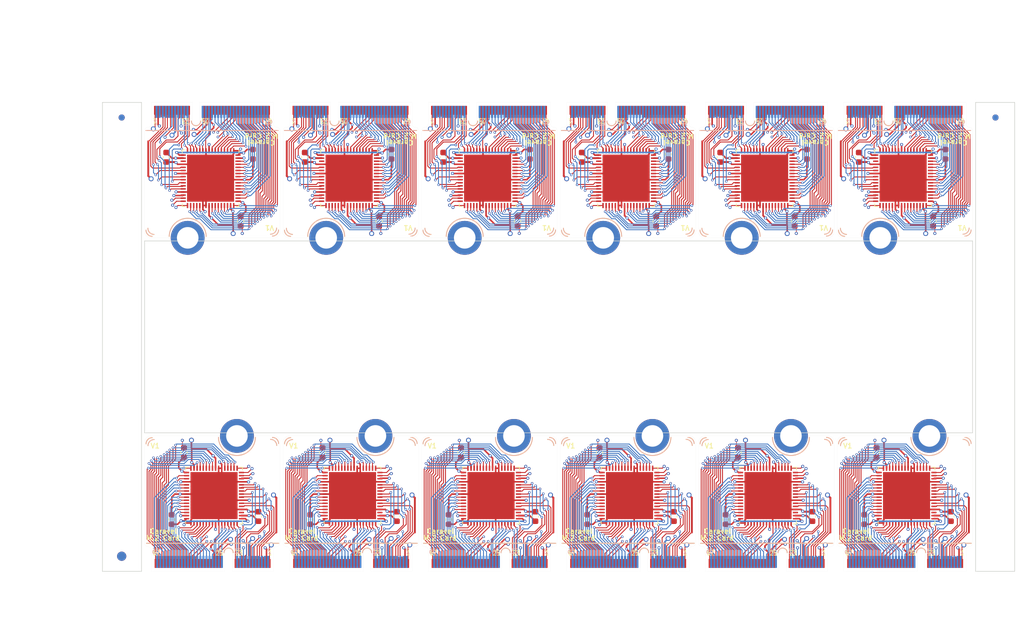
<source format=kicad_pcb>
(kicad_pcb (version 20221018) (generator pcbnew)
  (title_block (title "Carvel Breakout board as M.2 Card ") (rev "1") (company "Efabless") (comment 1 "4-layer Design") (comment 2 "0.8mm PCB") (comment 3 "45 degree chamfered edge"))
  (layers (0 "F.Cu" signal) (1 "In1.Cu" signal "GND") (2 "In2.Cu" signal "PWR") (31 "B.Cu" signal) (34 "B.Paste" user) (35 "F.Paste" user) (36 "B.SilkS" user "B.Silkscreen") (37 "F.SilkS" user "F.Silkscreen") (38 "B.Mask" user) (39 "F.Mask" user) (44 "Edge.Cuts" user))
  (net 0 "")
  (net 1 "GND")
  (net 2 "vccd2")
  (net 3 "vccd1")
  (net 4 "vdda2")
  (net 5 "vdda1")
  (net 6 "vddio")
  (net 7 "vdda")
  (net 8 "vccd")
  (net 14 "~{RST}")
  (net 15 "mprj_io[37]")
  (net 16 "xclk")
  (net 17 "mprj_io[36]")
  (net 18 "Caravel_CSB")
  (net 19 "mprj_io[35]")
  (net 20 "Caravel_D0")
  (net 21 "mprj_io[34]")
  (net 22 "Caravel_D1")
  (net 23 "gpio")
  (net 24 "Caravel_SCK")
  (net 25 "mprj_io[33]")
  (net 26 "mprj_io[32]")
  (net 28 "mprj_io[31]")
  (net 30 "mprj_io[30]")
  (net 32 "mprj_io[29]")
  (net 34 "mprj_io[28]")
  (net 36 "mprj_io[27]")
  (net 37 "mprj_io[0]")
  (net 38 "mprj_io[26]")
  (net 39 "mprj_io[1]_SDO")
  (net 40 "mprj_io[25]")
  (net 41 "mprj_io[2]_SDI")
  (net 42 "mprj_io[24]")
  (net 43 "mprj_io[3]_CSB")
  (net 44 "mprj_io[23]")
  (net 45 "mprj_io[4]_SCK")
  (net 46 "mprj_io[22]")
  (net 47 "mprj_io[5]_ser_rx")
  (net 48 "mprj_io[21]")
  (net 49 "mprj_io[6]_ser_tx")
  (net 50 "mprj_io[20]")
  (net 51 "mprj_io[7]")
  (net 52 "mprj_io[19]")
  (net 53 "mprj_io[8]")
  (net 54 "mprj_io[18]")
  (net 55 "mprj_io[9]")
  (net 56 "mprj_io[17]")
  (net 57 "mprj_io[10]")
  (net 58 "mprj_io[16]")
  (net 59 "mprj_io[11]")
  (net 60 "mprj_io[15]")
  (net 61 "mprj_io[12]")
  (net 62 "mprj_io[14]")
  (net 63 "mprj_io[13]")
  (footprint "Capacitor_SMD:C_0603_1608Metric" (layer "F.Cu") (at 71.913729 111.668049 -90)
    (fp_text reference "C6" hide)
    (fp_text value "0.1uf")
  )
  (footprint "Capacitor_SMD:C_0603_1608Metric" (layer "F.Cu") (at 152.626271 52.311951 90)
    (fp_text reference "C6" hide)
    (fp_text value "0.1uf")
  )
  (footprint "Capacitor_SMD:C_0603_1608Metric" (layer "F.Cu") (at 107.606271 52.311951 90)
    (fp_text reference "C6" hide)
    (fp_text value "0.1uf")
  )
  (footprint "Capacitor_SMD:C_0603_1608Metric" (layer "F.Cu") (at 116.933729 111.668049 -90)
    (fp_text reference "C6" hide)
    (fp_text value "0.1uf")
  )
  (footprint "Capacitor_SMD:C_0603_1608Metric" (layer "F.Cu") (at 94.423729 111.668049 -90)
    (fp_text reference "C6" hide)
    (fp_text value "0.1uf")
  )
  (footprint "Capacitor_SMD:C_0603_1608Metric" (layer "F.Cu") (at 85.096271 52.311951 90)
    (fp_text reference "C6" hide)
    (fp_text value "0.1uf")
  )
  (footprint "Capacitor_SMD:C_0603_1608Metric" (layer "F.Cu") (at 161.953729 111.668049 -90)
    (fp_text reference "C6" hide)
    (fp_text value "0.1uf")
  )
  (footprint "Capacitor_SMD:C_0603_1608Metric" (layer "F.Cu") (at 139.443729 111.668049 -90)
    (fp_text reference "C6" hide)
    (fp_text value "0.1uf")
  )
  (footprint "Capacitor_SMD:C_0603_1608Metric" (layer "F.Cu") (at 130.116271 52.311951 90)
    (fp_text reference "C6" hide)
    (fp_text value "0.1uf")
  )
  (footprint "Capacitor_SMD:C_0603_1608Metric" (layer "F.Cu") (at 197.646271 52.311951 90)
    (fp_text reference "C6" hide)
    (fp_text value "0.1uf")
  )
  (footprint "Capacitor_SMD:C_0603_1608Metric" (layer "F.Cu") (at 175.136271 52.311951 90)
    (fp_text reference "C6" hide)
    (fp_text value "0.1uf")
  )
  (footprint "Capacitor_SMD:C_0603_1608Metric" (layer "F.Cu") (at 184.463729 111.668049 -90)
    (fp_text reference "C6" hide)
    (fp_text value "0.1uf")
  )
  (footprint "Capacitor_SMD:C_0603_1608Metric" (layer "F.Cu") (at 73.903729 100.788049 -90)
    (fp_text reference "C1" hide)
    (fp_text value "0.1uf")
  )
  (footprint "Capacitor_SMD:C_0603_1608Metric" (layer "F.Cu") (at 186.453729 100.788049 -90)
    (fp_text reference "C1" hide)
    (fp_text value "0.1uf")
  )
  (footprint "Capacitor_SMD:C_0603_1608Metric" (layer "F.Cu") (at 195.656271 63.191951 90)
    (fp_text reference "C1" hide)
    (fp_text value "0.1uf")
  )
  (footprint "Capacitor_SMD:C_0603_1608Metric" (layer "F.Cu") (at 118.923729 100.788049 -90)
    (fp_text reference "C1" hide)
    (fp_text value "0.1uf")
  )
  (footprint "Capacitor_SMD:C_0603_1608Metric" (layer "F.Cu") (at 128.126271 63.191951 90)
    (fp_text reference "C1" hide)
    (fp_text value "0.1uf")
  )
  (footprint "Capacitor_SMD:C_0603_1608Metric" (layer "F.Cu") (at 141.433729 100.788049 -90)
    (fp_text reference "C1" hide)
    (fp_text value "0.1uf")
  )
  (footprint "Capacitor_SMD:C_0603_1608Metric" (layer "F.Cu") (at 150.636271 63.191951 90)
    (fp_text reference "C1" hide)
    (fp_text value "0.1uf")
  )
  (footprint "Capacitor_SMD:C_0603_1608Metric" (layer "F.Cu") (at 163.943729 100.788049 -90)
    (fp_text reference "C1" hide)
    (fp_text value "0.1uf")
  )
  (footprint "Capacitor_SMD:C_0603_1608Metric" (layer "F.Cu") (at 173.146271 63.191951 90)
    (fp_text reference "C1" hide)
    (fp_text value "0.1uf")
  )
  (footprint "Capacitor_SMD:C_0603_1608Metric" (layer "F.Cu") (at 83.106271 63.191951 90)
    (fp_text reference "C1" hide)
    (fp_text value "0.1uf")
  )
  (footprint "Capacitor_SMD:C_0603_1608Metric" (layer "F.Cu") (at 96.413729 100.788049 -90)
    (fp_text reference "C1" hide)
    (fp_text value "0.1uf")
  )
  (footprint "Capacitor_SMD:C_0603_1608Metric" (layer "F.Cu") (at 105.616271 63.191951 90)
    (fp_text reference "C1" hide)
    (fp_text value "0.1uf")
  )
  (footprint "Package_DFN_QFN:QFN-64-1EP_9x9mm_P0.5mm_EP7.65x7.65mm" (layer "F.Cu") (at 78.783729 107.788049 90)
    (fp_text reference "U1" hide)
    (fp_text value "Caravel")
  )
  (footprint "Package_DFN_QFN:QFN-64-1EP_9x9mm_P0.5mm_EP7.65x7.65mm" (layer "F.Cu") (at 78.226271 56.191951 -90)
    (fp_text reference "U1" hide)
    (fp_text value "Caravel")
  )
  (footprint "Package_DFN_QFN:QFN-64-1EP_9x9mm_P0.5mm_EP7.65x7.65mm" (layer "F.Cu") (at 101.293729 107.788049 90)
    (fp_text reference "U1" hide)
    (fp_text value "Caravel")
  )
  (footprint "Package_DFN_QFN:QFN-64-1EP_9x9mm_P0.5mm_EP7.65x7.65mm" (layer "F.Cu") (at 100.736271 56.191951 -90)
    (fp_text reference "U1" hide)
    (fp_text value "Caravel")
  )
  (footprint "Package_DFN_QFN:QFN-64-1EP_9x9mm_P0.5mm_EP7.65x7.65mm" (layer "F.Cu") (at 123.803729 107.788049 90)
    (fp_text reference "U1" hide)
    (fp_text value "Caravel")
  )
  (footprint "Package_DFN_QFN:QFN-64-1EP_9x9mm_P0.5mm_EP7.65x7.65mm" (layer "F.Cu") (at 123.246271 56.191951 -90)
    (fp_text reference "U1" hide)
    (fp_text value "Caravel")
  )
  (footprint "Package_DFN_QFN:QFN-64-1EP_9x9mm_P0.5mm_EP7.65x7.65mm" (layer "F.Cu") (at 146.313729 107.788049 90)
    (fp_text reference "U1" hide)
    (fp_text value "Caravel")
  )
  (footprint "Package_DFN_QFN:QFN-64-1EP_9x9mm_P0.5mm_EP7.65x7.65mm" (layer "F.Cu") (at 145.756271 56.191951 -90)
    (fp_text reference "U1" hide)
    (fp_text value "Caravel")
  )
  (footprint "Package_DFN_QFN:QFN-64-1EP_9x9mm_P0.5mm_EP7.65x7.65mm" (layer "F.Cu") (at 168.823729 107.788049 90)
    (fp_text reference "U1" hide)
    (fp_text value "Caravel")
  )
  (footprint "Package_DFN_QFN:QFN-64-1EP_9x9mm_P0.5mm_EP7.65x7.65mm" (layer "F.Cu") (at 168.266271 56.191951 -90)
    (fp_text reference "U1" hide)
    (fp_text value "Caravel")
  )
  (footprint "Package_DFN_QFN:QFN-64-1EP_9x9mm_P0.5mm_EP7.65x7.65mm" (layer "F.Cu") (at 191.333729 107.788049 90)
    (fp_text reference "U1" hide)
    (fp_text value "Caravel")
  )
  (footprint "Package_DFN_QFN:QFN-64-1EP_9x9mm_P0.5mm_EP7.65x7.65mm" (layer "F.Cu") (at 190.776271 56.191951 -90)
    (fp_text reference "U1" hide)
    (fp_text value "Caravel")
  )
  (footprint "MicroMod-Sparkfun:MicroMod-M.2-CARD-E-22" (layer "F.Cu") (at 78.455 43.895 180)
    (fp_text reference "J1" hide)
    (fp_text value "MICROMOD-2222-Generic")
    (fp_line (start -11.05 -21) (end -11.05 -4.55) (stroke (width 0.01)) (layer "Edge.Cuts"))
    (fp_line (start -10 0) (end -10 -3.5) (stroke (width 0.01)) (layer "Edge.Cuts"))
    (fp_line (start 2 -2.9) (end 2 0) (stroke (width 0.01)) (layer "Edge.Cuts"))
    (fp_line (start 2 0) (end -10 0) (stroke (width 0.01)) (layer "Edge.Cuts"))
    (fp_line (start 2.2 -22) (end -10.05 -22) (stroke (width 0.01)) (layer "Edge.Cuts"))
    (fp_line (start 3.2 -2.9) (end 3.2 0) (stroke (width 0.01)) (layer "Edge.Cuts"))
    (fp_line (start 9.9 -3.5) (end 9.9 0) (stroke (width 0.01)) (layer "Edge.Cuts"))
    (fp_line (start 9.9 0) (end 3.2 0) (stroke (width 0.01)) (layer "Edge.Cuts"))
    (fp_line (start 9.95 -22) (end 5.7 -22) (stroke (width 0.01)) (layer "Edge.Cuts"))
    (fp_line (start 10.95 -21) (end 10.95 -4.55) (stroke (width 0.01)) (layer "Edge.Cuts"))
    (fp_arc (start -11.05 -21) (mid -10.757106 -21.707106) (end -10.05 -22) (stroke (width 0.01)) (layer "Edge.Cuts"))
    (fp_arc (start -10.525 -4.025) (mid -10.896231 -4.178769) (end -11.05 -4.55) (stroke (width 0.01)) (layer "Edge.Cuts"))
    (fp_arc (start -10.525 -4.025) (mid -10.153769 -3.871231) (end -10 -3.5) (stroke (width 0.01)) (layer "Edge.Cuts"))
    (fp_arc (start 2 -2.9) (mid 2.6 -3.5) (end 3.2 -2.9) (stroke (width 0.01)) (layer "Edge.Cuts"))
    (fp_arc (start 5.7 -22) (mid 3.95 -20.25) (end 2.2 -22) (stroke (width 0.01)) (layer "Edge.Cuts"))
    (fp_arc (start 9.9 -3.5) (mid 10.053769 -3.871231) (end 10.425 -4.025) (stroke (width 0.01)) (layer "Edge.Cuts"))
    (fp_arc (start 9.95 -22) (mid 10.657107 -21.707107) (end 10.95 -21) (stroke (width 0.01)) (layer "Edge.Cuts"))
    (fp_arc (start 10.95 -4.55) (mid 10.796231 -4.178769) (end 10.425 -4.025) (stroke (width 0.01)) (layer "Edge.Cuts"))
  )
  (footprint "MicroMod-Sparkfun:MicroMod-M.2-CARD-E-22" (layer "F.Cu") (at 100.965 43.895 180)
    (fp_text reference "J1" hide)
    (fp_text value "MICROMOD-2222-Generic")
    (fp_line (start -11.05 -21) (end -11.05 -4.55) (stroke (width 0.01)) (layer "Edge.Cuts"))
    (fp_line (start -10 0) (end -10 -3.5) (stroke (width 0.01)) (layer "Edge.Cuts"))
    (fp_line (start 2 -2.9) (end 2 0) (stroke (width 0.01)) (layer "Edge.Cuts"))
    (fp_line (start 2 0) (end -10 0) (stroke (width 0.01)) (layer "Edge.Cuts"))
    (fp_line (start 2.2 -22) (end -10.05 -22) (stroke (width 0.01)) (layer "Edge.Cuts"))
    (fp_line (start 3.2 -2.9) (end 3.2 0) (stroke (width 0.01)) (layer "Edge.Cuts"))
    (fp_line (start 9.9 -3.5) (end 9.9 0) (stroke (width 0.01)) (layer "Edge.Cuts"))
    (fp_line (start 9.9 0) (end 3.2 0) (stroke (width 0.01)) (layer "Edge.Cuts"))
    (fp_line (start 9.95 -22) (end 5.7 -22) (stroke (width 0.01)) (layer "Edge.Cuts"))
    (fp_line (start 10.95 -21) (end 10.95 -4.55) (stroke (width 0.01)) (layer "Edge.Cuts"))
    (fp_arc (start -11.05 -21) (mid -10.757106 -21.707106) (end -10.05 -22) (stroke (width 0.01)) (layer "Edge.Cuts"))
    (fp_arc (start -10.525 -4.025) (mid -10.896231 -4.178769) (end -11.05 -4.55) (stroke (width 0.01)) (layer "Edge.Cuts"))
    (fp_arc (start -10.525 -4.025) (mid -10.153769 -3.871231) (end -10 -3.5) (stroke (width 0.01)) (layer "Edge.Cuts"))
    (fp_arc (start 2 -2.9) (mid 2.6 -3.5) (end 3.2 -2.9) (stroke (width 0.01)) (layer "Edge.Cuts"))
    (fp_arc (start 5.7 -22) (mid 3.95 -20.25) (end 2.2 -22) (stroke (width 0.01)) (layer "Edge.Cuts"))
    (fp_arc (start 9.9 -3.5) (mid 10.053769 -3.871231) (end 10.425 -4.025) (stroke (width 0.01)) (layer "Edge.Cuts"))
    (fp_arc (start 9.95 -22) (mid 10.657107 -21.707107) (end 10.95 -21) (stroke (width 0.01)) (layer "Edge.Cuts"))
    (fp_arc (start 10.95 -4.55) (mid 10.796231 -4.178769) (end 10.425 -4.025) (stroke (width 0.01)) (layer "Edge.Cuts"))
  )
  (footprint "MicroMod-Sparkfun:MicroMod-M.2-CARD-E-22" (layer "F.Cu") (at 78.555 120.085)
    (fp_text reference "J1" hide)
    (fp_text value "MICROMOD-2222-Generic")
    (fp_line (start -11.05 -21) (end -11.05 -4.55) (stroke (width 0.01)) (layer "Edge.Cuts"))
    (fp_line (start -10 0) (end -10 -3.5) (stroke (width 0.01)) (layer "Edge.Cuts"))
    (fp_line (start 2 -2.9) (end 2 0) (stroke (width 0.01)) (layer "Edge.Cuts"))
    (fp_line (start 2 0) (end -10 0) (stroke (width 0.01)) (layer "Edge.Cuts"))
    (fp_line (start 2.2 -22) (end -10.05 -22) (stroke (width 0.01)) (layer "Edge.Cuts"))
    (fp_line (start 3.2 -2.9) (end 3.2 0) (stroke (width 0.01)) (layer "Edge.Cuts"))
    (fp_line (start 9.9 -3.5) (end 9.9 0) (stroke (width 0.01)) (layer "Edge.Cuts"))
    (fp_line (start 9.9 0) (end 3.2 0) (stroke (width 0.01)) (layer "Edge.Cuts"))
    (fp_line (start 9.95 -22) (end 5.7 -22) (stroke (width 0.01)) (layer "Edge.Cuts"))
    (fp_line (start 10.95 -21) (end 10.95 -4.55) (stroke (width 0.01)) (layer "Edge.Cuts"))
    (fp_arc (start -11.05 -21) (mid -10.757106 -21.707106) (end -10.05 -22) (stroke (width 0.01)) (layer "Edge.Cuts"))
    (fp_arc (start -10.525 -4.025) (mid -10.896231 -4.178769) (end -11.05 -4.55) (stroke (width 0.01)) (layer "Edge.Cuts"))
    (fp_arc (start -10.525 -4.025) (mid -10.153769 -3.871231) (end -10 -3.5) (stroke (width 0.01)) (layer "Edge.Cuts"))
    (fp_arc (start 2 -2.9) (mid 2.6 -3.5) (end 3.2 -2.9) (stroke (width 0.01)) (layer "Edge.Cuts"))
    (fp_arc (start 5.7 -22) (mid 3.95 -20.25) (end 2.2 -22) (stroke (width 0.01)) (layer "Edge.Cuts"))
    (fp_arc (start 9.9 -3.5) (mid 10.053769 -3.871231) (end 10.425 -4.025) (stroke (width 0.01)) (layer "Edge.Cuts"))
    (fp_arc (start 9.95 -22) (mid 10.657107 -21.707107) (end 10.95 -21) (stroke (width 0.01)) (layer "Edge.Cuts"))
    (fp_arc (start 10.95 -4.55) (mid 10.796231 -4.178769) (end 10.425 -4.025) (stroke (width 0.01)) (layer "Edge.Cuts"))
  )
  (footprint "MicroMod-Sparkfun:MicroMod-M.2-CARD-E-22" (layer "F.Cu") (at 191.005 43.895 180)
    (fp_text reference "J1" hide)
    (fp_text value "MICROMOD-2222-Generic")
    (fp_line (start -11.05 -21) (end -11.05 -4.55) (stroke (width 0.01)) (layer "Edge.Cuts"))
    (fp_line (start -10 0) (end -10 -3.5) (stroke (width 0.01)) (layer "Edge.Cuts"))
    (fp_line (start 2 -2.9) (end 2 0) (stroke (width 0.01)) (layer "Edge.Cuts"))
    (fp_line (start 2 0) (end -10 0) (stroke (width 0.01)) (layer "Edge.Cuts"))
    (fp_line (start 2.2 -22) (end -10.05 -22) (stroke (width 0.01)) (layer "Edge.Cuts"))
    (fp_line (start 3.2 -2.9) (end 3.2 0) (stroke (width 0.01)) (layer "Edge.Cuts"))
    (fp_line (start 9.9 -3.5) (end 9.9 0) (stroke (width 0.01)) (layer "Edge.Cuts"))
    (fp_line (start 9.9 0) (end 3.2 0) (stroke (width 0.01)) (layer "Edge.Cuts"))
    (fp_line (start 9.95 -22) (end 5.7 -22) (stroke (width 0.01)) (layer "Edge.Cuts"))
    (fp_line (start 10.95 -21) (end 10.95 -4.55) (stroke (width 0.01)) (layer "Edge.Cuts"))
    (fp_arc (start -11.05 -21) (mid -10.757106 -21.707106) (end -10.05 -22) (stroke (width 0.01)) (layer "Edge.Cuts"))
    (fp_arc (start -10.525 -4.025) (mid -10.896231 -4.178769) (end -11.05 -4.55) (stroke (width 0.01)) (layer "Edge.Cuts"))
    (fp_arc (start -10.525 -4.025) (mid -10.153769 -3.871231) (end -10 -3.5) (stroke (width 0.01)) (layer "Edge.Cuts"))
    (fp_arc (start 2 -2.9) (mid 2.6 -3.5) (end 3.2 -2.9) (stroke (width 0.01)) (layer "Edge.Cuts"))
    (fp_arc (start 5.7 -22) (mid 3.95 -20.25) (end 2.2 -22) (stroke (width 0.01)) (layer "Edge.Cuts"))
    (fp_arc (start 9.9 -3.5) (mid 10.053769 -3.871231) (end 10.425 -4.025) (stroke (width 0.01)) (layer "Edge.Cuts"))
    (fp_arc (start 9.95 -22) (mid 10.657107 -21.707107) (end 10.95 -21) (stroke (width 0.01)) (layer "Edge.Cuts"))
    (fp_arc (start 10.95 -4.55) (mid 10.796231 -4.178769) (end 10.425 -4.025) (stroke (width 0.01)) (layer "Edge.Cuts"))
  )
  (footprint "MicroMod-Sparkfun:MicroMod-M.2-CARD-E-22" (layer "F.Cu") (at 101.065 120.085)
    (fp_text reference "J1" hide)
    (fp_text value "MICROMOD-2222-Generic")
    (fp_line (start -11.05 -21) (end -11.05 -4.55) (stroke (width 0.01)) (layer "Edge.Cuts"))
    (fp_line (start -10 0) (end -10 -3.5) (stroke (width 0.01)) (layer "Edge.Cuts"))
    (fp_line (start 2 -2.9) (end 2 0) (stroke (width 0.01)) (layer "Edge.Cuts"))
    (fp_line (start 2 0) (end -10 0) (stroke (width 0.01)) (layer "Edge.Cuts"))
    (fp_line (start 2.2 -22) (end -10.05 -22) (stroke (width 0.01)) (layer "Edge.Cuts"))
    (fp_line (start 3.2 -2.9) (end 3.2 0) (stroke (width 0.01)) (layer "Edge.Cuts"))
    (fp_line (start 9.9 -3.5) (end 9.9 0) (stroke (width 0.01)) (layer "Edge.Cuts"))
    (fp_line (start 9.9 0) (end 3.2 0) (stroke (width 0.01)) (layer "Edge.Cuts"))
    (fp_line (start 9.95 -22) (end 5.7 -22) (stroke (width 0.01)) (layer "Edge.Cuts"))
    (fp_line (start 10.95 -21) (end 10.95 -4.55) (stroke (width 0.01)) (layer "Edge.Cuts"))
    (fp_arc (start -11.05 -21) (mid -10.757106 -21.707106) (end -10.05 -22) (stroke (width 0.01)) (layer "Edge.Cuts"))
    (fp_arc (start -10.525 -4.025) (mid -10.896231 -4.178769) (end -11.05 -4.55) (stroke (width 0.01)) (layer "Edge.Cuts"))
    (fp_arc (start -10.525 -4.025) (mid -10.153769 -3.871231) (end -10 -3.5) (stroke (width 0.01)) (layer "Edge.Cuts"))
    (fp_arc (start 2 -2.9) (mid 2.6 -3.5) (end 3.2 -2.9) (stroke (width 0.01)) (layer "Edge.Cuts"))
    (fp_arc (start 5.7 -22) (mid 3.95 -20.25) (end 2.2 -22) (stroke (width 0.01)) (layer "Edge.Cuts"))
    (fp_arc (start 9.9 -3.5) (mid 10.053769 -3.871231) (end 10.425 -4.025) (stroke (width 0.01)) (layer "Edge.Cuts"))
    (fp_arc (start 9.95 -22) (mid 10.657107 -21.707107) (end 10.95 -21) (stroke (width 0.01)) (layer "Edge.Cuts"))
    (fp_arc (start 10.95 -4.55) (mid 10.796231 -4.178769) (end 10.425 -4.025) (stroke (width 0.01)) (layer "Edge.Cuts"))
  )
  (footprint "MicroMod-Sparkfun:MicroMod-M.2-CARD-E-22" (layer "F.Cu") (at 123.575 120.085)
    (fp_text reference "J1" hide)
    (fp_text value "MICROMOD-2222-Generic")
    (fp_line (start -11.05 -21) (end -11.05 -4.55) (stroke (width 0.01)) (layer "Edge.Cuts"))
    (fp_line (start -10 0) (end -10 -3.5) (stroke (width 0.01)) (layer "Edge.Cuts"))
    (fp_line (start 2 -2.9) (end 2 0) (stroke (width 0.01)) (layer "Edge.Cuts"))
    (fp_line (start 2 0) (end -10 0) (stroke (width 0.01)) (layer "Edge.Cuts"))
    (fp_line (start 2.2 -22) (end -10.05 -22) (stroke (width 0.01)) (layer "Edge.Cuts"))
    (fp_line (start 3.2 -2.9) (end 3.2 0) (stroke (width 0.01)) (layer "Edge.Cuts"))
    (fp_line (start 9.9 -3.5) (end 9.9 0) (stroke (width 0.01)) (layer "Edge.Cuts"))
    (fp_line (start 9.9 0) (end 3.2 0) (stroke (width 0.01)) (layer "Edge.Cuts"))
    (fp_line (start 9.95 -22) (end 5.7 -22) (stroke (width 0.01)) (layer "Edge.Cuts"))
    (fp_line (start 10.95 -21) (end 10.95 -4.55) (stroke (width 0.01)) (layer "Edge.Cuts"))
    (fp_arc (start -11.05 -21) (mid -10.757106 -21.707106) (end -10.05 -22) (stroke (width 0.01)) (layer "Edge.Cuts"))
    (fp_arc (start -10.525 -4.025) (mid -10.896231 -4.178769) (end -11.05 -4.55) (stroke (width 0.01)) (layer "Edge.Cuts"))
    (fp_arc (start -10.525 -4.025) (mid -10.153769 -3.871231) (end -10 -3.5) (stroke (width 0.01)) (layer "Edge.Cuts"))
    (fp_arc (start 2 -2.9) (mid 2.6 -3.5) (end 3.2 -2.9) (stroke (width 0.01)) (layer "Edge.Cuts"))
    (fp_arc (start 5.7 -22) (mid 3.95 -20.25) (end 2.2 -22) (stroke (width 0.01)) (layer "Edge.Cuts"))
    (fp_arc (start 9.9 -3.5) (mid 10.053769 -3.871231) (end 10.425 -4.025) (stroke (width 0.01)) (layer "Edge.Cuts"))
    (fp_arc (start 9.95 -22) (mid 10.657107 -21.707107) (end 10.95 -21) (stroke (width 0.01)) (layer "Edge.Cuts"))
    (fp_arc (start 10.95 -4.55) (mid 10.796231 -4.178769) (end 10.425 -4.025) (stroke (width 0.01)) (layer "Edge.Cuts"))
  )
  (footprint "MicroMod-Sparkfun:MicroMod-M.2-CARD-E-22" (layer "F.Cu") (at 123.475 43.895 180)
    (fp_text reference "J1" hide)
    (fp_text value "MICROMOD-2222-Generic")
    (fp_line (start -11.05 -21) (end -11.05 -4.55) (stroke (width 0.01)) (layer "Edge.Cuts"))
    (fp_line (start -10 0) (end -10 -3.5) (stroke (width 0.01)) (layer "Edge.Cuts"))
    (fp_line (start 2 -2.9) (end 2 0) (stroke (width 0.01)) (layer "Edge.Cuts"))
    (fp_line (start 2 0) (end -10 0) (stroke (width 0.01)) (layer "Edge.Cuts"))
    (fp_line (start 2.2 -22) (end -10.05 -22) (stroke (width 0.01)) (layer "Edge.Cuts"))
    (fp_line (start 3.2 -2.9) (end 3.2 0) (stroke (width 0.01)) (layer "Edge.Cuts"))
    (fp_line (start 9.9 -3.5) (end 9.9 0) (stroke (width 0.01)) (layer "Edge.Cuts"))
    (fp_line (start 9.9 0) (end 3.2 0) (stroke (width 0.01)) (layer "Edge.Cuts"))
    (fp_line (start 9.95 -22) (end 5.7 -22) (stroke (width 0.01)) (layer "Edge.Cuts"))
    (fp_line (start 10.95 -21) (end 10.95 -4.55) (stroke (width 0.01)) (layer "Edge.Cuts"))
    (fp_arc (start -11.05 -21) (mid -10.757106 -21.707106) (end -10.05 -22) (stroke (width 0.01)) (layer "Edge.Cuts"))
    (fp_arc (start -10.525 -4.025) (mid -10.896231 -4.178769) (end -11.05 -4.55) (stroke (width 0.01)) (layer "Edge.Cuts"))
    (fp_arc (start -10.525 -4.025) (mid -10.153769 -3.871231) (end -10 -3.5) (stroke (width 0.01)) (layer "Edge.Cuts"))
    (fp_arc (start 2 -2.9) (mid 2.6 -3.5) (end 3.2 -2.9) (stroke (width 0.01)) (layer "Edge.Cuts"))
    (fp_arc (start 5.7 -22) (mid 3.95 -20.25) (end 2.2 -22) (stroke (width 0.01)) (layer "Edge.Cuts"))
    (fp_arc (start 9.9 -3.5) (mid 10.053769 -3.871231) (end 10.425 -4.025) (stroke (width 0.01)) (layer "Edge.Cuts"))
    (fp_arc (start 9.95 -22) (mid 10.657107 -21.707107) (end 10.95 -21) (stroke (width 0.01)) (layer "Edge.Cuts"))
    (fp_arc (start 10.95 -4.55) (mid 10.796231 -4.178769) (end 10.425 -4.025) (stroke (width 0.01)) (layer "Edge.Cuts"))
  )
  (footprint "MicroMod-Sparkfun:MicroMod-M.2-CARD-E-22" (layer "F.Cu") (at 146.085 120.085)
    (fp_text reference "J1" hide)
    (fp_text value "MICROMOD-2222-Generic")
    (fp_line (start -11.05 -21) (end -11.05 -4.55) (stroke (width 0.01)) (layer "Edge.Cuts"))
    (fp_line (start -10 0) (end -10 -3.5) (stroke (width 0.01)) (layer "Edge.Cuts"))
    (fp_line (start 2 -2.9) (end 2 0) (stroke (width 0.01)) (layer "Edge.Cuts"))
    (fp_line (start 2 0) (end -10 0) (stroke (width 0.01)) (layer "Edge.Cuts"))
    (fp_line (start 2.2 -22) (end -10.05 -22) (stroke (width 0.01)) (layer "Edge.Cuts"))
    (fp_line (start 3.2 -2.9) (end 3.2 0) (stroke (width 0.01)) (layer "Edge.Cuts"))
    (fp_line (start 9.9 -3.5) (end 9.9 0) (stroke (width 0.01)) (layer "Edge.Cuts"))
    (fp_line (start 9.9 0) (end 3.2 0) (stroke (width 0.01)) (layer "Edge.Cuts"))
    (fp_line (start 9.95 -22) (end 5.7 -22) (stroke (width 0.01)) (layer "Edge.Cuts"))
    (fp_line (start 10.95 -21) (end 10.95 -4.55) (stroke (width 0.01)) (layer "Edge.Cuts"))
    (fp_arc (start -11.05 -21) (mid -10.757106 -21.707106) (end -10.05 -22) (stroke (width 0.01)) (layer "Edge.Cuts"))
    (fp_arc (start -10.525 -4.025) (mid -10.896231 -4.178769) (end -11.05 -4.55) (stroke (width 0.01)) (layer "Edge.Cuts"))
    (fp_arc (start -10.525 -4.025) (mid -10.153769 -3.871231) (end -10 -3.5) (stroke (width 0.01)) (layer "Edge.Cuts"))
    (fp_arc (start 2 -2.9) (mid 2.6 -3.5) (end 3.2 -2.9) (stroke (width 0.01)) (layer "Edge.Cuts"))
    (fp_arc (start 5.7 -22) (mid 3.95 -20.25) (end 2.2 -22) (stroke (width 0.01)) (layer "Edge.Cuts"))
    (fp_arc (start 9.9 -3.5) (mid 10.053769 -3.871231) (end 10.425 -4.025) (stroke (width 0.01)) (layer "Edge.Cuts"))
    (fp_arc (start 9.95 -22) (mid 10.657107 -21.707107) (end 10.95 -21) (stroke (width 0.01)) (layer "Edge.Cuts"))
    (fp_arc (start 10.95 -4.55) (mid 10.796231 -4.178769) (end 10.425 -4.025) (stroke (width 0.01)) (layer "Edge.Cuts"))
  )
  (footprint "MicroMod-Sparkfun:MicroMod-M.2-CARD-E-22" (layer "F.Cu") (at 168.595 120.085)
    (fp_text reference "J1" hide)
    (fp_text value "MICROMOD-2222-Generic")
    (fp_line (start -11.05 -21) (end -11.05 -4.55) (stroke (width 0.01)) (layer "Edge.Cuts"))
    (fp_line (start -10 0) (end -10 -3.5) (stroke (width 0.01)) (layer "Edge.Cuts"))
    (fp_line (start 2 -2.9) (end 2 0) (stroke (width 0.01)) (layer "Edge.Cuts"))
    (fp_line (start 2 0) (end -10 0) (stroke (width 0.01)) (layer "Edge.Cuts"))
    (fp_line (start 2.2 -22) (end -10.05 -22) (stroke (width 0.01)) (layer "Edge.Cuts"))
    (fp_line (start 3.2 -2.9) (end 3.2 0) (stroke (width 0.01)) (layer "Edge.Cuts"))
    (fp_line (start 9.9 -3.5) (end 9.9 0) (stroke (width 0.01)) (layer "Edge.Cuts"))
    (fp_line (start 9.9 0) (end 3.2 0) (stroke (width 0.01)) (layer "Edge.Cuts"))
    (fp_line (start 9.95 -22) (end 5.7 -22) (stroke (width 0.01)) (layer "Edge.Cuts"))
    (fp_line (start 10.95 -21) (end 10.95 -4.55) (stroke (width 0.01)) (layer "Edge.Cuts"))
    (fp_arc (start -11.05 -21) (mid -10.757106 -21.707106) (end -10.05 -22) (stroke (width 0.01)) (layer "Edge.Cuts"))
    (fp_arc (start -10.525 -4.025) (mid -10.896231 -4.178769) (end -11.05 -4.55) (stroke (width 0.01)) (layer "Edge.Cuts"))
    (fp_arc (start -10.525 -4.025) (mid -10.153769 -3.871231) (end -10 -3.5) (stroke (width 0.01)) (layer "Edge.Cuts"))
    (fp_arc (start 2 -2.9) (mid 2.6 -3.5) (end 3.2 -2.9) (stroke (width 0.01)) (layer "Edge.Cuts"))
    (fp_arc (start 5.7 -22) (mid 3.95 -20.25) (end 2.2 -22) (stroke (width 0.01)) (layer "Edge.Cuts"))
    (fp_arc (start 9.9 -3.5) (mid 10.053769 -3.871231) (end 10.425 -4.025) (stroke (width 0.01)) (layer "Edge.Cuts"))
    (fp_arc (start 9.95 -22) (mid 10.657107 -21.707107) (end 10.95 -21) (stroke (width 0.01)) (layer "Edge.Cuts"))
    (fp_arc (start 10.95 -4.55) (mid 10.796231 -4.178769) (end 10.425 -4.025) (stroke (width 0.01)) (layer "Edge.Cuts"))
  )
  (footprint "MicroMod-Sparkfun:MicroMod-M.2-CARD-E-22" (layer "F.Cu") (at 145.985 43.895 180)
    (fp_text reference "J1" hide)
    (fp_text value "MICROMOD-2222-Generic")
    (fp_line (start -11.05 -21) (end -11.05 -4.55) (stroke (width 0.01)) (layer "Edge.Cuts"))
    (fp_line (start -10 0) (end -10 -3.5) (stroke (width 0.01)) (layer "Edge.Cuts"))
    (fp_line (start 2 -2.9) (end 2 0) (stroke (width 0.01)) (layer "Edge.Cuts"))
    (fp_line (start 2 0) (end -10 0) (stroke (width 0.01)) (layer "Edge.Cuts"))
    (fp_line (start 2.2 -22) (end -10.05 -22) (stroke (width 0.01)) (layer "Edge.Cuts"))
    (fp_line (start 3.2 -2.9) (end 3.2 0) (stroke (width 0.01)) (layer "Edge.Cuts"))
    (fp_line (start 9.9 -3.5) (end 9.9 0) (stroke (width 0.01)) (layer "Edge.Cuts"))
    (fp_line (start 9.9 0) (end 3.2 0) (stroke (width 0.01)) (layer "Edge.Cuts"))
    (fp_line (start 9.95 -22) (end 5.7 -22) (stroke (width 0.01)) (layer "Edge.Cuts"))
    (fp_line (start 10.95 -21) (end 10.95 -4.55) (stroke (width 0.01)) (layer "Edge.Cuts"))
    (fp_arc (start -11.05 -21) (mid -10.757106 -21.707106) (end -10.05 -22) (stroke (width 0.01)) (layer "Edge.Cuts"))
    (fp_arc (start -10.525 -4.025) (mid -10.896231 -4.178769) (end -11.05 -4.55) (stroke (width 0.01)) (layer "Edge.Cuts"))
    (fp_arc (start -10.525 -4.025) (mid -10.153769 -3.871231) (end -10 -3.5) (stroke (width 0.01)) (layer "Edge.Cuts"))
    (fp_arc (start 2 -2.9) (mid 2.6 -3.5) (end 3.2 -2.9) (stroke (width 0.01)) (layer "Edge.Cuts"))
    (fp_arc (start 5.7 -22) (mid 3.95 -20.25) (end 2.2 -22) (stroke (width 0.01)) (layer "Edge.Cuts"))
    (fp_arc (start 9.9 -3.5) (mid 10.053769 -3.871231) (end 10.425 -4.025) (stroke (width 0.01)) (layer "Edge.Cuts"))
    (fp_arc (start 9.95 -22) (mid 10.657107 -21.707107) (end 10.95 -21) (stroke (width 0.01)) (layer "Edge.Cuts"))
    (fp_arc (start 10.95 -4.55) (mid 10.796231 -4.178769) (end 10.425 -4.025) (stroke (width 0.01)) (layer "Edge.Cuts"))
  )
  (footprint "MicroMod-Sparkfun:MicroMod-M.2-CARD-E-22" (layer "F.Cu") (at 168.495 43.895 180)
    (fp_text reference "J1" hide)
    (fp_text value "MICROMOD-2222-Generic")
    (fp_line (start -11.05 -21) (end -11.05 -4.55) (stroke (width 0.01)) (layer "Edge.Cuts"))
    (fp_line (start -10 0) (end -10 -3.5) (stroke (width 0.01)) (layer "Edge.Cuts"))
    (fp_line (start 2 -2.9) (end 2 0) (stroke (width 0.01)) (layer "Edge.Cuts"))
    (fp_line (start 2 0) (end -10 0) (stroke (width 0.01)) (layer "Edge.Cuts"))
    (fp_line (start 2.2 -22) (end -10.05 -22) (stroke (width 0.01)) (layer "Edge.Cuts"))
    (fp_line (start 3.2 -2.9) (end 3.2 0) (stroke (width 0.01)) (layer "Edge.Cuts"))
    (fp_line (start 9.9 -3.5) (end 9.9 0) (stroke (width 0.01)) (layer "Edge.Cuts"))
    (fp_line (start 9.9 0) (end 3.2 0) (stroke (width 0.01)) (layer "Edge.Cuts"))
    (fp_line (start 9.95 -22) (end 5.7 -22) (stroke (width 0.01)) (layer "Edge.Cuts"))
    (fp_line (start 10.95 -21) (end 10.95 -4.55) (stroke (width 0.01)) (layer "Edge.Cuts"))
    (fp_arc (start -11.05 -21) (mid -10.757106 -21.707106) (end -10.05 -22) (stroke (width 0.01)) (layer "Edge.Cuts"))
    (fp_arc (start -10.525 -4.025) (mid -10.896231 -4.178769) (end -11.05 -4.55) (stroke (width 0.01)) (layer "Edge.Cuts"))
    (fp_arc (start -10.525 -4.025) (mid -10.153769 -3.871231) (end -10 -3.5) (stroke (width 0.01)) (layer "Edge.Cuts"))
    (fp_arc (start 2 -2.9) (mid 2.6 -3.5) (end 3.2 -2.9) (stroke (width 0.01)) (layer "Edge.Cuts"))
    (fp_arc (start 5.7 -22) (mid 3.95 -20.25) (end 2.2 -22) (stroke (width 0.01)) (layer "Edge.Cuts"))
    (fp_arc (start 9.9 -3.5) (mid 10.053769 -3.871231) (end 10.425 -4.025) (stroke (width 0.01)) (layer "Edge.Cuts"))
    (fp_arc (start 9.95 -22) (mid 10.657107 -21.707107) (end 10.95 -21) (stroke (width 0.01)) (layer "Edge.Cuts"))
    (fp_arc (start 10.95 -4.55) (mid 10.796231 -4.178769) (end 10.425 -4.025) (stroke (width 0.01)) (layer "Edge.Cuts"))
  )
  (footprint "MicroMod-Sparkfun:MicroMod-M.2-CARD-E-22" (layer "F.Cu") (at 191.105 120.085)
    (fp_text reference "J1" hide)
    (fp_text value "MICROMOD-2222-Generic")
    (fp_line (start -11.05 -21) (end -11.05 -4.55) (stroke (width 0.01)) (layer "Edge.Cuts"))
    (fp_line (start -10 0) (end -10 -3.5) (stroke (width 0.01)) (layer "Edge.Cuts"))
    (fp_line (start 2 -2.9) (end 2 0) (stroke (width 0.01)) (layer "Edge.Cuts"))
    (fp_line (start 2 0) (end -10 0) (stroke (width 0.01)) (layer "Edge.Cuts"))
    (fp_line (start 2.2 -22) (end -10.05 -22) (stroke (width 0.01)) (layer "Edge.Cuts"))
    (fp_line (start 3.2 -2.9) (end 3.2 0) (stroke (width 0.01)) (layer "Edge.Cuts"))
    (fp_line (start 9.9 -3.5) (end 9.9 0) (stroke (width 0.01)) (layer "Edge.Cuts"))
    (fp_line (start 9.9 0) (end 3.2 0) (stroke (width 0.01)) (layer "Edge.Cuts"))
    (fp_line (start 9.95 -22) (end 5.7 -22) (stroke (width 0.01)) (layer "Edge.Cuts"))
    (fp_line (start 10.95 -21) (end 10.95 -4.55) (stroke (width 0.01)) (layer "Edge.Cuts"))
    (fp_arc (start -11.05 -21) (mid -10.757106 -21.707106) (end -10.05 -22) (stroke (width 0.01)) (layer "Edge.Cuts"))
    (fp_arc (start -10.525 -4.025) (mid -10.896231 -4.178769) (end -11.05 -4.55) (stroke (width 0.01)) (layer "Edge.Cuts"))
    (fp_arc (start -10.525 -4.025) (mid -10.153769 -3.871231) (end -10 -3.5) (stroke (width 0.01)) (layer "Edge.Cuts"))
    (fp_arc (start 2 -2.9) (mid 2.6 -3.5) (end 3.2 -2.9) (stroke (width 0.01)) (layer "Edge.Cuts"))
    (fp_arc (start 5.7 -22) (mid 3.95 -20.25) (end 2.2 -22) (stroke (width 0.01)) (layer "Edge.Cuts"))
    (fp_arc (start 9.9 -3.5) (mid 10.053769 -3.871231) (end 10.425 -4.025) (stroke (width 0.01)) (layer "Edge.Cuts"))
    (fp_arc (start 9.95 -22) (mid 10.657107 -21.707107) (end 10.95 -21) (stroke (width 0.01)) (layer "Edge.Cuts"))
    (fp_arc (start 10.95 -4.55) (mid 10.796231 -4.178769) (end 10.425 -4.025) (stroke (width 0.01)) (layer "Edge.Cuts"))
  )
  (footprint "Fiducial_1mm_Mask3mm" (layer "F.Cu") (at 205.785 46.34)
    (fp_text reference "")
    (fp_text value "")
  )
  (footprint "Fiducial_1.5mm_Mask3mm" (layer "F.Cu") (at 63.775 117.64)
    (fp_text reference "")
    (fp_text value "")
  )
  (footprint "Capacitor_SMD:C_0603_1608Metric" (layer "F.Cu") (at 71.016271 52.801951 90)
    (fp_text reference "C4" hide)
    (fp_text value "0.1uf")
  )
  (footprint "Capacitor_SMD:C_0603_1608Metric" (layer "F.Cu") (at 85.993729 111.178049 -90)
    (fp_text reference "C4" hide)
    (fp_text value "0.1uf")
  )
  (footprint "Capacitor_SMD:C_0603_1608Metric" (layer "F.Cu") (at 108.503729 111.178049 -90)
    (fp_text reference "C4" hide)
    (fp_text value "0.1uf")
  )
  (footprint "Capacitor_SMD:C_0603_1608Metric" (layer "F.Cu") (at 138.546271 52.801951 90)
    (fp_text reference "C4" hide)
    (fp_text value "0.1uf")
  )
  (footprint "Capacitor_SMD:C_0603_1608Metric" (layer "F.Cu") (at 176.033729 111.178049 -90)
    (fp_text reference "C4" hide)
    (fp_text value "0.1uf")
  )
  (footprint "Capacitor_SMD:C_0603_1608Metric" (layer "F.Cu") (at 93.526271 52.801951 90)
    (fp_text reference "C4" hide)
    (fp_text value "0.1uf")
  )
  (footprint "Capacitor_SMD:C_0603_1608Metric" (layer "F.Cu") (at 183.566271 52.801951 90)
    (fp_text reference "C4" hide)
    (fp_text value "0.1uf")
  )
  (footprint "Capacitor_SMD:C_0603_1608Metric" (layer "F.Cu") (at 153.523729 111.178049 -90)
    (fp_text reference "C4" hide)
    (fp_text value "0.1uf")
  )
  (footprint "Capacitor_SMD:C_0603_1608Metric" (layer "F.Cu") (at 116.036271 52.801951 90)
    (fp_text reference "C4" hide)
    (fp_text value "0.1uf")
  )
  (footprint "Capacitor_SMD:C_0603_1608Metric" (layer "F.Cu") (at 131.013729 111.178049 -90)
    (fp_text reference "C4" hide)
    (fp_text value "0.1uf")
  )
  (footprint "Capacitor_SMD:C_0603_1608Metric" (layer "F.Cu") (at 161.056271 52.801951 90)
    (fp_text reference "C4" hide)
    (fp_text value "0.1uf")
  )
  (footprint "Capacitor_SMD:C_0603_1608Metric" (layer "F.Cu") (at 198.543729 111.178049 -90)
    (fp_text reference "C4" hide)
    (fp_text value "0.1uf")
  )
  (footprint "Fiducial_1mm_Mask3mm" (layer "F.Cu") (at 63.775 46.34)
    (fp_text reference "")
    (fp_text value "")
  )
  (footprint "Fiducial_1mm_Mask3mm" (layer "B.Cu") (at 205.785 46.34)
    (fp_text reference "")
    (fp_text value "")
  )
  (footprint "Fiducial_1.5mm_Mask3mm" (layer "B.Cu") (at 63.775 117.64)
    (fp_text reference "")
    (fp_text value "")
  )
  (footprint "Fiducial_1mm_Mask3mm" (layer "B.Cu") (at 63.775 46.34)
    (fp_text reference "")
    (fp_text value "")
  )
  (gr_line (start 67 120.09) (end 60.65 120.09) (stroke (width 0.1)) (layer "Edge.Cuts"))
  (gr_line (start 202.56 43.89) (end 208.91 43.89) (stroke (width 0.1)) (layer "Edge.Cuts"))
  (gr_line (start 202.06 66.4) (end 202.06 97.58) (stroke (width 0.1)) (layer "Edge.Cuts"))
  (gr_line (start 67.5 97.58) (end 67.5 66.4) (stroke (width 0.1)) (layer "Edge.Cuts"))
  (gr_line (start 67.5 66.4) (end 202.06 66.4) (stroke (width 0.1)) (layer "Edge.Cuts"))
  (gr_line (start 208.91 43.89) (end 208.91 120.09) (stroke (width 0.1)) (layer "Edge.Cuts"))
  (gr_line (start 60.65 120.09) (end 60.65 43.89) (stroke (width 0.1)) (layer "Edge.Cuts"))
  (gr_line (start 202.56 120.09) (end 202.56 43.89) (stroke (width 0.1)) (layer "Edge.Cuts"))
  (gr_line (start 60.65 43.89) (end 67 43.89) (stroke (width 0.1)) (layer "Edge.Cuts"))
  (gr_line (start 67 43.89) (end 67 120.09) (stroke (width 0.1)) (layer "Edge.Cuts"))
  (gr_line (start 202.06 97.58) (end 67.5 97.58) (stroke (width 0.1)) (layer "Edge.Cuts"))
  (gr_line (start 208.91 120.09) (end 202.56 120.09) (stroke (width 0.1)) (layer "Edge.Cuts"))
  (gr_text "V1" (at 91.723729 99.708049) (layer "F.SilkS") (effects (font (size 0.8 0.8) (thickness 0.15) bold)))
  (gr_text "V1" (at 132.816271 64.271951 180) (layer "F.SilkS") (effects (font (size 0.8 0.8) (thickness 0.15) bold)))
  (gr_text "Caravel" (at 93.073729 113.578049) (layer "F.SilkS") (effects (font (size 0.8 0.8) (thickness 0.15) bold)))
  (gr_text "M.2 Card" (at 176.546271 49.301951 180) (layer "F.SilkS") (effects (font (size 0.8 0.8) (thickness 0.15) bold)))
  (gr_text "M.2 Card" (at 183.053729 114.678049) (layer "F.SilkS") (effects (font (size 0.8 0.8) (thickness 0.15) bold)))
  (gr_text "Caravel" (at 183.113729 113.578049) (layer "F.SilkS") (effects (font (size 0.8 0.8) (thickness 0.15) bold)))
  (gr_text "Caravel" (at 131.466271 50.401951 180) (layer "F.SilkS") (effects (font (size 0.8 0.8) (thickness 0.15) bold)))
  (gr_text "V1" (at 200.346271 64.271951 180) (layer "F.SilkS") (effects (font (size 0.8 0.8) (thickness 0.15) bold)))
  (gr_text "M.2 Card" (at 160.543729 114.678049) (layer "F.SilkS") (effects (font (size 0.8 0.8) (thickness 0.15) bold)))
  (gr_text "Caravel" (at 86.446271 50.401951 180) (layer "F.SilkS") (effects (font (size 0.8 0.8) (thickness 0.15) bold)))
  (gr_text "M.2 Card" (at 86.506271 49.301951 180) (layer "F.SilkS") (effects (font (size 0.8 0.8) (thickness 0.15) bold)))
  (gr_text "M.2 Card" (at 109.016271 49.301951 180) (layer "F.SilkS") (effects (font (size 0.8 0.8) (thickness 0.15) bold)))
  (gr_text "V1" (at 69.213729 99.708049) (layer "F.SilkS") (effects (font (size 0.8 0.8) (thickness 0.15) bold)))
  (gr_text "Caravel" (at 138.093729 113.578049) (layer "F.SilkS") (effects (font (size 0.8 0.8) (thickness 0.15) bold)))
  (gr_text "M.2 Card" (at 70.503729 114.678049) (layer "F.SilkS") (effects (font (size 0.8 0.8) (thickness 0.15) bold)))
  (gr_text "M.2 Card" (at 138.033729 114.678049) (layer "F.SilkS") (effects (font (size 0.8 0.8) (thickness 0.15) bold)))
  (gr_text "M.2 Card" (at 154.036271 49.301951 180) (layer "F.SilkS") (effects (font (size 0.8 0.8) (thickness 0.15) bold)))
  (gr_text "Caravel" (at 115.583729 113.578049) (layer "F.SilkS") (effects (font (size 0.8 0.8) (thickness 0.15) bold)))
  (gr_text "V1" (at 87.796271 64.271951 180) (layer "F.SilkS") (effects (font (size 0.8 0.8) (thickness 0.15) bold)))
  (gr_text "V1" (at 159.253729 99.708049) (layer "F.SilkS") (effects (font (size 0.8 0.8) (thickness 0.15) bold)))
  (gr_text "Caravel" (at 176.486271 50.401951 180) (layer "F.SilkS") (effects (font (size 0.8 0.8) (thickness 0.15) bold)))
  (gr_text "Caravel" (at 108.956271 50.401951 180) (layer "F.SilkS") (effects (font (size 0.8 0.8) (thickness 0.15) bold)))
  (gr_text "Caravel" (at 70.563729 113.578049) (layer "F.SilkS") (effects (font (size 0.8 0.8) (thickness 0.15) bold)))
  (gr_text "Caravel" (at 198.996271 50.401951 180) (layer "F.SilkS") (effects (font (size 0.8 0.8) (thickness 0.15) bold)))
  (gr_text "V1" (at 181.763729 99.708049) (layer "F.SilkS") (effects (font (size 0.8 0.8) (thickness 0.15) bold)))
  (gr_text "V1" (at 114.233729 99.708049) (layer "F.SilkS") (effects (font (size 0.8 0.8) (thickness 0.15) bold)))
  (gr_text "V1" (at 155.326271 64.271951 180) (layer "F.SilkS") (effects (font (size 0.8 0.8) (thickness 0.15) bold)))
  (gr_text "Caravel" (at 153.976271 50.401951 180) (layer "F.SilkS") (effects (font (size 0.8 0.8) (thickness 0.15) bold)))
  (gr_text "Caravel" (at 160.603729 113.578049) (layer "F.SilkS") (effects (font (size 0.8 0.8) (thickness 0.15) bold)))
  (gr_text "M.2 Card" (at 199.056271 49.301951 180) (layer "F.SilkS") (effects (font (size 0.8 0.8) (thickness 0.15) bold)))
  (gr_text "M.2 Card" (at 131.526271 49.301951 180) (layer "F.SilkS") (effects (font (size 0.8 0.8) (thickness 0.15) bold)))
  (gr_text "M.2 Card" (at 115.523729 114.678049) (layer "F.SilkS") (effects (font (size 0.8 0.8) (thickness 0.15) bold)))
  (gr_text "V1" (at 177.836271 64.271951 180) (layer "F.SilkS") (effects (font (size 0.8 0.8) (thickness 0.15) bold)))
  (gr_text "V1" (at 136.743729 99.708049) (layer "F.SilkS") (effects (font (size 0.8 0.8) (thickness 0.15) bold)))
  (gr_text "V1" (at 110.306271 64.271951 180) (layer "F.SilkS") (effects (font (size 0.8 0.8) (thickness 0.15) bold)))
  (gr_text "M.2 Card" (at 93.013729 114.678049) (layer "F.SilkS") (effects (font (size 0.8 0.8) (thickness 0.15) bold)))
  (segment (start 77.426271 49.721951) (end 77.996271 49.151951) (width 0.1524) (layer "F.Cu") (net 1))
  (segment (start 169.71715 102.334628) (end 170.073729 102.691207) (width 0.254) (layer "F.Cu") (net 1))
  (segment (start 126.996271 51.741951) (end 126.996271 52.238751) (width 0.254) (layer "F.Cu") (net 1))
  (segment (start 82.676271 56.441951) (end 78.476271 56.441951) (width 0.254) (layer "F.Cu") (net 1))
  (segment (start 169.573729 112.238049) (end 169.623729 112.288049) (width 0.1524) (layer "F.Cu") (net 1))
  (segment (start 168.24608 47.00046) (end 168.24608 45.16754) (width 0.254) (layer "F.Cu") (net 1))
  (segment (start 100.793729 116.459349) (end 100.793729 115.978049) (width 0.254) (layer "F.Cu") (net 1))
  (segment (start 116.933729 108.038049) (end 116.933729 110.893049) (width 0.254) (layer "F.Cu") (net 1))
  (segment (start 107.351271 56.196951) (end 107.106271 56.441951) (width 0.254) (layer "F.Cu") (net 1))
  (segment (start 197.646271 55.941951) (end 197.646271 53.086951) (width 0.254) (layer "F.Cu") (net 1))
  (segment (start 82.826271 51.741951) (end 83.096271 51.471951) (width 0.254) (layer "F.Cu") (net 1))
  (segment (start 174.881271 56.196951) (end 174.636271 56.441951) (width 0.254) (layer "F.Cu") (net 1))
  (segment (start 76.976271 61.288793) (end 76.976271 60.641951) (width 0.254) (layer "F.Cu") (net 1))
  (segment (start 168.323729 115.978049) (end 169.053729 115.248049) (width 0.254) (layer "F.Cu") (net 1))
  (segment (start 118.796271 58.441951) (end 120.996271 58.441951) (width 0.254) (layer "F.Cu") (net 1))
  (segment (start 162.453729 107.538049) (end 163.303729 107.538049) (width 0.254) (layer "F.Cu") (net 1))
  (segment (start 193.583729 110.038049) (end 191.333729 107.788049) (width 0.254) (layer "F.Cu") (net 1))
  (segment (start 150.206271 58.441951) (end 151.156271 58.441951) (width 0.254) (layer "F.Cu") (net 1))
  (segment (start 102.093729 114.258049) (end 101.523729 114.828049) (width 0.1524) (layer "F.Cu") (net 1))
  (segment (start 82.676271 58.441951) (end 83.626271 58.441951) (width 0.254) (layer "F.Cu") (net 1))
  (segment (start 72.526271 55.441951) (end 73.776271 55.441951) (width 0.254) (layer "F.Cu") (net 1))
  (segment (start 72.886271 53.941951) (end 73.776271 53.941951) (width 0.254) (layer "F.Cu") (net 1))
  (segment (start 83.106271 63.966951) (end 83.376271 64.236951) (width 0.1016) (layer "F.Cu") (net 1))
  (segment (start 162.678171 58.441951) (end 162.656271 58.420051) (width 0.254) (layer "F.Cu") (net 1))
  (segment (start 94.923729 107.538049) (end 95.773729 107.538049) (width 0.254) (layer "F.Cu") (net 1))
  (segment (start 150.763729 105.538049) (end 148.563729 105.538049) (width 0.254) (layer "F.Cu") (net 1))
  (segment (start 99.84285 61.645372) (end 99.486271 61.288793) (width 0.254) (layer "F.Cu") (net 1))
  (segment (start 78.726271 47.520651) (end 78.726271 48.001951) (width 0.254) (layer "F.Cu") (net 1))
  (segment (start 141.713729 112.238049) (end 141.443729 112.508049) (width 0.254) (layer "F.Cu") (net 1))
  (segment (start 104.486271 51.741951) (end 105.336271 51.741951) (width 0.254) (layer "F.Cu") (net 1))
  (segment (start 77.476271 55.441951) (end 78.226271 56.191951) (width 0.254) (layer "F.Cu") (net 1))
  (segment (start 197.043729 108.548049) (end 197.033729 108.538049) (width 0.254) (layer "F.Cu") (net 1))
  (segment (start 117.433729 107.538049) (end 118.283729 107.538049) (width 0.254) (layer "F.Cu") (net 1))
  (segment (start 106.923729 110.328049) (end 106.633729 110.038049) (width 0.254) (layer "F.Cu") (net 1))
  (segment (start 96.843729 105.538049) (end 99.043729 105.538049) (width 0.254) (layer "F.Cu") (net 1))
  (segment (start 128.396271 64.236951) (end 128.396271 65.171951) (width 0.1016) (layer "F.Cu") (net 1))
  (segment (start 122.496271 55.441951) (end 123.246271 56.191951) (width 0.254) (layer "F.Cu") (net 1))
  (segment (start 72.168729 107.783049) (end 72.413729 107.538049) (width 0.254) (layer "F.Cu") (net 1))
  (segment (start 73.776271 58.441951) (end 75.976271 58.441951) (width 0.254) (layer "F.Cu") (net 1))
  (segment (start 146.063729 107.538049) (end 146.313729 107.788049) (width 0.254) (layer "F.Cu") (net 1))
  (segment (start 106.881829 105.538049) (end 106.903729 105.559949) (width 0.254) (layer "F.Cu") (net 1))
  (segment (start 123.746271 47.520651) (end 123.746271 48.001951) (width 0.254) (layer "F.Cu") (net 1))
  (segment (start 122.496271 51.741951) (end 122.446271 51.691951) (width 0.1524) (layer "F.Cu") (net 1))
  (segment (start 190.833729 116.459349) (end 191.35392 116.97954) (width 0.254) (layer "F.Cu") (net 1))
  (segment (start 164.223729 112.238049) (end 163.953729 112.508049) (width 0.254) (layer "F.Cu") (net 1))
  (segment (start 195.783729 105.538049) (end 193.583729 105.538049) (width 0.254) (layer "F.Cu") (net 1))
  (segment (start 162.566271 55.441951) (end 163.816271 55.441951) (width 0.254) (layer "F.Cu") (net 1))
  (segment (start 186.883729 107.538049) (end 191.083729 107.538049) (width 0.254) (layer "F.Cu") (net 1))
  (segment (start 141.306271 58.441951) (end 143.506271 58.441951) (width 0.254) (layer "F.Cu") (net 1))
  (segment (start 127.696271 58.441951) (end 128.646271 58.441951) (width 0.254) (layer "F.Cu") (net 1))
  (segment (start 197.391271 56.196951) (end 197.146271 56.441951) (width 0.254) (layer "F.Cu") (net 1))
  (segment (start 162.926271 53.941951) (end 163.816271 53.941951) (width 0.254) (layer "F.Cu") (net 1))
  (segment (start 150.206271 58.441951) (end 148.006271 58.441951) (width 0.254) (layer "F.Cu") (net 1))
  (segment (start 117.536271 55.431951) (end 117.546271 55.441951) (width 0.254) (layer "F.Cu") (net 1))
  (segment (start 185.146271 53.651951) (end 185.436271 53.941951) (width 0.254) (layer "F.Cu") (net 1))
  (segment (start 190.026271 60.641951) (end 189.526271 60.641951) (width 0.254) (layer "F.Cu") (net 1))
  (segment (start 144.506271 57.441951) (end 145.756271 56.191951) (width 0.254) (layer "F.Cu") (net 1))
  (segment (start 80.476271 58.441951) (end 78.226271 56.191951) (width 0.254) (layer "F.Cu") (net 1))
  (segment (start 73.776271 53.941951) (end 75.976271 53.941951) (width 0.254) (layer "F.Cu") (net 1))
  (segment (start 168.516271 56.441951) (end 168.266271 56.191951) (width 0.254) (layer "F.Cu") (net 1))
  (segment (start 144.956271 49.721951) (end 145.526271 49.151951) (width 0.1524) (layer "F.Cu") (net 1))
  (segment (start 165.073729 111.741249) (end 165.191529 111.623449) (width 0.254) (layer "F.Cu") (net 1))
  (segment (start 171.073729 110.038049) (end 168.823729 107.788049) (width 0.254) (layer "F.Cu") (net 1))
  (segment (start 102.043729 112.238049) (end 102.043729 108.538049) (width 0.254) (layer "F.Cu") (net 1))
  (segment (start 152.023729 108.548049) (end 152.013729 108.538049) (width 0.254) (layer "F.Cu") (net 1))
  (segment (start 171.073729 105.538049) (end 168.823729 107.788049) (width 0.254) (layer "F.Cu") (net 1))
  (segment (start 169.573729 107.038049) (end 168.823729 107.788049) (width 0.254) (layer "F.Cu") (net 1))
  (segment (start 105.743729 105.538049) (end 106.881829 105.538049) (width 0.254) (layer "F.Cu") (net 1))
  (segment (start 99.486271 60.641951) (end 99.486271 57.441951) (width 0.254) (layer "F.Cu") (net 1))
  (segment (start 124.553729 112.238049) (end 124.553729 108.538049) (width 0.254) (layer "F.Cu") (net 1))
  (segment (start 123.016271 48.731951) (end 123.016271 49.151951) (width 0.254) (layer "F.Cu") (net 1))
  (segment (start 124.553729 112.238049) (end 124.603729 112.288049) (width 0.1524) (layer "F.Cu") (net 1))
  (segment (start 169.573729 112.238049) (end 169.573729 108.538049) (width 0.254) (layer "F.Cu") (net 1))
  (segment (start 141.163729 99.743049) (end 141.163729 98.808049) (width 0.1016) (layer "F.Cu") (net 1))
  (segment (start 189.88285 61.645372) (end 189.526271 61.288793) (width 0.254) (layer "F.Cu") (net 1))
  (segment (start 170.073729 103.338049) (end 170.073729 106.538049) (width 0.254) (layer "F.Cu") (net 1))
  (segment (start 101.236271 47.520651) (end 101.236271 48.001951) (width 0.254) (layer "F.Cu") (net 1))
  (segment (start 169.623729 112.288049) (end 169.623729 114.258049) (width 0.1524) (layer "F.Cu") (net 1))
  (segment (start 129.433729 110.328049) (end 129.143729 110.038049) (width 0.254) (layer "F.Cu") (net 1))
  (segment (start 167.516271 55.441951) (end 168.266271 56.191951) (width 0.254) (layer "F.Cu") (net 1))
  (segment (start 83.233729 105.538049) (end 81.033729 105.538049) (width 0.254) (layer "F.Cu") (net 1))
  (segment (start 150.636271 63.966951) (end 150.906271 64.236951) (width 0.1016) (layer "F.Cu") (net 1))
  (segment (start 123.746271 48.001951) (end 123.016271 48.731951) (width 0.254) (layer "F.Cu") (net 1))
  (segment (start 119.353729 105.538049) (end 121.553729 105.538049) (width 0.254) (layer "F.Cu") (net 1))
  (segment (start 79.533729 112.238049) (end 79.533729 108.538049) (width 0.254) (layer "F.Cu") (net 1))
  (segment (start 78.283729 116.459349) (end 78.80392 116.97954) (width 0.254) (layer "F.Cu") (net 1))
  (segment (start 126.996271 51.741951) (end 127.846271 51.741951) (width 0.254) (layer "F.Cu") (net 1))
  (segment (start 185.066271 55.431951) (end 185.076271 55.441951) (width 0.254) (layer "F.Cu") (net 1))
  (segment (start 74.183729 112.238049) (end 73.913729 112.508049) (width 0.254) (layer "F.Cu") (net 1))
  (segment (start 166.573729 105.538049) (end 168.823729 107.788049) (width 0.254) (layer "F.Cu") (net 1))
  (segment (start 79.013729 115.248049) (end 79.013729 114.828049) (width 0.254) (layer "F.Cu") (net 1))
  (segment (start 73.633729 99.743049) (end 73.633729 98.808049) (width 0.1016) (layer "F.Cu") (net 1))
  (segment (start 169.053729 115.248049) (end 169.053729 114.828049) (width 0.254) (layer "F.Cu") (net 1))
  (segment (start 117.541271 53.576951) (end 117.616271 53.651951) (width 0.3048) (layer "F.Cu") (net 1))
  (segment (start 100.793729 116.459349) (end 101.31392 116.97954) (width 0.254) (layer "F.Cu") (net 1))
  (segment (start 185.436271 53.941951) (end 186.326271 53.941951) (width 0.254) (layer "F.Cu") (net 1))
  (segment (start 147.063729 107.038049) (end 146.313729 107.788049) (width 0.254) (layer "F.Cu") (net 1))
  (segment (start 96.693729 112.238049) (end 96.423729 112.508049) (width 0.254) (layer "F.Cu") (net 1))
  (segment (start 174.411829 105.538049) (end 174.433729 105.559949) (width 0.254) (layer "F.Cu") (net 1))
  (segment (start 108.503729 110.403049) (end 106.998729 110.403049) (width 0.3048) (layer "F.Cu") (net 1))
  (segment (start 80.033729 102.691207) (end 80.033729 103.338049) (width 0.254) (layer "F.Cu") (net 1))
  (segment (start 141.306271 53.941951) (end 143.506271 53.941951) (width 0.254) (layer "F.Cu") (net 1))
  (segment (start 124.553729 107.038049) (end 123.803729 107.788049) (width 0.254) (layer "F.Cu") (net 1))
  (segment (start 188.526271 58.441951) (end 190.776271 56.191951) (width 0.254) (layer "F.Cu") (net 1))
  (segment (start 143.506271 58.441951) (end 145.756271 56.191951) (width 0.254) (layer "F.Cu") (net 1))
  (segment (start 146.006271 56.441951) (end 145.756271 56.191951) (width 0.254) (layer "F.Cu") (net 1))
  (segment (start 174.163729 110.038049) (end 173.273729 110.038049) (width 0.254) (layer "F.Cu") (net 1))
  (segment (start 77.33285 61.645372) (end 76.976271 61.288793) (width 0.254) (layer "F.Cu") (net 1))
  (segment (start 151.653729 110.038049) (end 150.763729 110.038049) (width 0.254) (layer "F.Cu") (net 1))
  (segment (start 83.233729 110.038049) (end 81.033729 110.038049) (width 0.254) (layer "F.Cu") (net 1))
  (segment (start 102.043729 112.238049) (end 102.093729 112.288049) (width 0.1524) (layer "F.Cu") (net 1))
  (segment (start 148.563729 105.538049) (end 146.313729 107.788049) (width 0.254) (layer "F.Cu") (net 1))
  (segment (start 172.716271 58.441951) (end 173.666271 58.441951) (width 0.254) (layer "F.Cu") (net 1))
  (segment (start 195.226271 56.441951) (end 191.026271 56.441951) (width 0.254) (layer "F.Cu") (net 1))
  (segment (start 194.526271 51.741951) (end 195.376271 51.741951) (width 0.254) (layer "F.Cu") (net 1))
  (segment (start 122.496271 51.741951) (end 122.496271 55.441951) (width 0.254) (layer "F.Cu") (net 1))
  (segment (start 117.188729 107.783049) (end 117.433729 107.538049) (width 0.254) (layer "F.Cu") (net 1))
  (segment (start 147.063729 103.338049) (end 147.063729 107.038049) (width 0.254) (layer "F.Cu") (net 1))
  (segment (start 163.816271 55.441951) (end 167.516271 55.441951) (width 0.254) (layer "F.Cu") (net 1))
  (segment (start 102.093729 112.288049) (end 102.093729 114.258049) (width 0.1524) (layer "F.Cu") (net 1))
  (segment (start 150.763729 108.538049) (end 147.063729 108.538049) (width 0.254) (layer "F.Cu") (net 1))
  (segment (start 123.82392 116.97954) (end 123.82392 118.81246) (width 0.254) (layer "F.Cu") (net 1))
  (segment (start 191.083729 107.538049) (end 191.333729 107.788049) (width 0.254) (layer "F.Cu") (net 1))
  (segment (start 128.126271 63.966951) (end 128.396271 64.236951) (width 0.1016) (layer "F.Cu") (net 1))
  (segment (start 77.476271 56.941951) (end 78.226271 56.191951) (width 0.254) (layer "F.Cu") (net 1))
  (segment (start 123.496271 56.441951) (end 123.246271 56.191951) (width 0.254) (layer "F.Cu") (net 1))
  (segment (start 72.413729 107.538049) (end 73.263729 107.538049) (width 0.254) (layer "F.Cu") (net 1))
  (segment (start 80.033729 103.338049) (end 80.033729 106.538049) (width 0.254) (layer "F.Cu") (net 1))
  (segment (start 97.543729 112.238049) (end 96.693729 112.238049) (width 0.254) (layer "F.Cu") (net 1))
  (segment (start 117.546271 55.441951) (end 118.796271 55.441951) (width 0.254) (layer "F.Cu") (net 1))
  (segment (start 167.016271 57.441951) (end 168.266271 56.191951) (width 0.254) (layer "F.Cu") (net 1))
  (segment (start 100.71608 47.00046) (end 100.71608 45.16754) (width 0.254) (layer "F.Cu") (net 1))
  (segment (start 152.126271 56.441951) (end 151.276271 56.441951) (width 0.254) (layer "F.Cu") (net 1))
  (segment (start 105.886271 64.236951) (end 105.886271 65.171951) (width 0.1016) (layer "F.Cu") (net 1))
  (segment (start 129.616271 56.441951) (end 128.766271 56.441951) (width 0.254) (layer "F.Cu") (net 1))
  (segment (start 151.943729 110.328049) (end 151.653729 110.038049) (width 0.254) (layer "F.Cu") (net 1))
  (segment (start 184.463729 108.038049) (end 184.463729 110.893049) (width 0.254) (layer "F.Cu") (net 1))
  (segment (start 139.698729 107.783049) (end 139.943729 107.538049) (width 0.254) (layer "F.Cu") (net 1))
  (segment (start 105.743729 110.038049) (end 103.543729 110.038049) (width 0.254) (layer "F.Cu") (net 1))
  (segment (start 79.583729 114.258049) (end 79.013729 114.828049) (width 0.1524) (layer "F.Cu") (net 1))
  (segment (start 191.276271 47.520651) (end 190.75608 47.00046) (width 0.254) (layer "F.Cu") (net 1))
  (segment (start 124.553729 103.338049) (end 125.053729 103.338049) (width 0.254) (layer "F.Cu") (net 1))
  (segment (start 99.986271 60.641951) (end 99.986271 56.941951) (width 0.254) (layer "F.Cu") (net 1))
  (segment (start 118.653729 99.743049) (end 118.653729 98.808049) (width 0.1016) (layer "F.Cu") (net 1))
  (segment (start 123.303729 116.459349) (end 123.82392 116.97954) (width 0.254) (layer "F.Cu") (net 1))
  (segment (start 190.833729 116.459349) (end 190.833729 115.978049) (width 0.254) (layer "F.Cu") (net 1))
  (segment (start 95.106271 53.651951) (end 95.396271 53.941951) (width 0.254) (layer "F.Cu") (net 1))
  (segment (start 146.256271 47.520651) (end 146.256271 48.001951) (width 0.254) (layer "F.Cu") (net 1))
  (segment (start 122.496271 60.641951) (end 121.996271 60.641951) (width 0.254) (layer "F.Cu") (net 1))
  (segment (start 140.056271 55.441951) (end 141.306271 55.441951) (width 0.254) (layer "F.Cu") (net 1))
  (segment (start 107.003729 108.548049) (end 106.993729 108.538049) (width 0.254) (layer "F.Cu") (net 1))
  (segment (start 145.526271 48.731951) (end 145.526271 49.151951) (width 0.254) (layer "F.Cu") (net 1))
  (segment (start 106.993729 108.538049) (end 105.743729 108.538049) (width 0.254) (layer "F.Cu") (net 1))
  (segment (start 73.776271 58.441951) (end 72.638171 58.441951) (width 0.254) (layer "F.Cu") (net 1))
  (segment (start 196.963729 110.328049) (end 196.673729 110.038049) (width 0.254) (layer "F.Cu") (net 1))
  (segment (start 152.018729 110.403049) (end 151.943729 110.328049) (width 0.3048) (layer "F.Cu") (net 1))
  (segment (start 78.20608 47.00046) (end 78.20608 45.16754) (width 0.254) (layer "F.Cu") (net 1))
  (segment (start 145.813729 116.459349) (end 145.813729 115.978049) (width 0.254) (layer "F.Cu") (net 1))
  (segment (start 99.043729 105.538049) (end 101.293729 107.788049) (width 0.254) (layer "F.Cu") (net 1))
  (segment (start 189.526271 57.441951) (end 190.776271 56.191951) (width 0.254) (layer "F.Cu") (net 1))
  (segment (start 193.026271 58.441951) (end 190.776271 56.191951) (width 0.254) (layer "F.Cu") (net 1))
  (segment (start 79.533729 107.038049) (end 78.783729 107.788049) (width 0.254) (layer "F.Cu") (net 1))
  (segment (start 147.063729 112.238049) (end 147.063729 108.538049) (width 0.254) (layer "F.Cu") (net 1))
  (segment (start 167.466271 51.691951) (end 167.466271 49.721951) (width 0.1524) (layer "F.Cu") (net 1))
  (segment (start 165.073729 112.238049) (end 164.223729 112.238049) (width 0.254) (layer "F.Cu") (net 1))
  (segment (start 190.833729 115.978049) (end 191.563729 115.248049) (width 0.254) (layer "F.Cu") (net 1))
  (segment (start 119.353729 107.538049) (end 118.283729 107.538049) (width 0.254) (layer "F.Cu") (net 1))
  (segment (start 192.083729 112.238049) (end 192.133729 112.288049) (width 0.1524) (layer "F.Cu") (net 1))
  (segment (start 176.033729 110.403049) (end 174.528729 110.403049) (width 0.3048) (layer "F.Cu") (net 1))
  (segment (start 174.453729 110.328049) (end 174.163729 110.038049) (width 0.254) (layer "F.Cu") (net 1))
  (segment (start 172.016271 51.741951) (end 172.866271 51.741951) (width 0.254) (layer "F.Cu") (net 1))
  (segment (start 129.391829 105.538049) (end 129.413729 105.559949) (width 0.254) (layer "F.Cu") (net 1))
  (segment (start 77.476271 60.641951) (end 76.976271 60.641951) (width 0.254) (layer "F.Cu") (net 1))
  (segment (start 146.33392 116.97954) (end 146.33392 118.81246) (width 0.254) (layer "F.Cu") (net 1))
  (segment (start 129.143729 110.038049) (end 128.253729 110.038049) (width 0.254) (layer "F.Cu") (net 1))
  (segment (start 166.016271 53.941951) (end 168.266271 56.191951) (width 0.254) (layer "F.Cu") (net 1))
  (segment (start 84.841271 56.196951) (end 84.596271 56.441951) (width 0.254) (layer "F.Cu") (net 1))
  (segment (start 170.516271 58.441951) (end 168.266271 56.191951) (width 0.254) (layer "F.Cu") (net 1))
  (segment (start 192.083729 112.238049) (end 192.083729 108.538049) (width 0.254) (layer "F.Cu") (net 1))
  (segment (start 195.376271 51.741951) (end 195.646271 51.471951) (width 0.254) (layer "F.Cu") (net 1))
  (segment (start 126.053729 110.038049) (end 123.803729 107.788049) (width 0.254) (layer "F.Cu") (net 1))
  (segment (start 102.043729 103.338049) (end 102.043729 107.038049) (width 0.254) (layer "F.Cu") (net 1))
  (segment (start 146.256271 48.001951) (end 145.526271 48.731951) (width 0.254) (layer "F.Cu") (net 1))
  (segment (start 197.038729 110.403049) (end 196.963729 110.328049) (width 0.3048) (layer "F.Cu") (net 1))
  (segment (start 189.083729 105.538049) (end 191.333729 107.788049) (width 0.254) (layer "F.Cu") (net 1))
  (segment (start 145.813729 115.978049) (end 146.543729 115.248049) (width 0.254) (layer "F.Cu") (net 1))
  (segment (start 98.486271 53.941951) (end 100.736271 56.191951) (width 0.254) (layer "F.Cu") (net 1))
  (segment (start 192.583729 106.538049) (end 191.333729 107.788049) (width 0.254) (layer "F.Cu") (net 1))
  (segment (start 101.31392 116.97954) (end 101.31392 118.81246) (width 0.254) (layer "F.Cu") (net 1))
  (segment (start 79.533729 108.538049) (end 78.783729 107.788049) (width 0.254) (layer "F.Cu") (net 1))
  (segment (start 71.016271 53.576951) (end 72.521271 53.576951) (width 0.3048) (layer "F.Cu") (net 1))
  (segment (start 174.523729 108.538049) (end 173.273729 108.538049) (width 0.254) (layer "F.Cu") (net 1))
  (segment (start 152.013729 108.538049) (end 150.763729 108.538049) (width 0.254) (layer "F.Cu") (net 1))
  (segment (start 93.526271 53.576951) (end 95.031271 53.576951) (width 0.3048) (layer "F.Cu") (net 1))
  (segment (start 79.533729 112.238049) (end 79.583729 112.288049) (width 0.1524) (layer "F.Cu") (net 1))
  (segment (start 104.486271 51.741951) (end 104.486271 52.238751) (width 0.254) (layer "F.Cu") (net 1))
  (segment (start 187.583729 112.238049) (end 186.733729 112.238049) (width 0.254) (layer "F.Cu") (net 1))
  (segment (start 152.371271 56.196951) (end 152.626271 55.941951) (width 0.254) (layer "F.Cu") (net 1))
  (segment (start 173.273729 108.538049) (end 169.573729 108.538049) (width 0.254) (layer "F.Cu") (net 1))
  (segment (start 167.466271 49.721951) (end 168.036271 49.151951) (width 0.1524) (layer "F.Cu") (net 1))
  (segment (start 169.573729 103.338049) (end 169.573729 107.038049) (width 0.254) (layer "F.Cu") (net 1))
  (segment (start 129.513729 108.548049) (end 129.503729 108.538049) (width 0.254) (layer "F.Cu") (net 1))
  (segment (start 190.026271 56.941951) (end 190.776271 56.191951) (width 0.254) (layer "F.Cu") (net 1))
  (segment (start 105.186271 56.441951) (end 106.256271 56.441951) (width 0.254) (layer "F.Cu") (net 1))
  (segment (start 95.036271 55.441951) (end 96.286271 55.441951) (width 0.254) (layer "F.Cu") (net 1))
  (segment (start 168.323729 116.459349) (end 168.84392 116.97954) (width 0.254) (layer "F.Cu") (net 1))
  (segment (start 105.743729 105.538049) (end 103.543729 105.538049) (width 0.254) (layer "F.Cu") (net 1))
  (segment (start 99.986271 51.741951) (end 99.986271 55.441951) (width 0.254) (layer "F.Cu") (net 1))
  (segment (start 105.336271 51.741951) (end 105.606271 51.471951) (width 0.254) (layer "F.Cu") (net 1))
  (segment (start 102.043729 103.338049) (end 102.543729 103.338049) (width 0.254) (layer "F.Cu") (net 1))
  (segment (start 141.306271 58.441951) (end 140.168171 58.441951) (width 0.254) (layer "F.Cu") (net 1))
  (segment (start 195.226271 58.441951) (end 193.026271 58.441951) (width 0.254) (layer "F.Cu") (net 1))
  (segment (start 163.673729 99.743049) (end 163.673729 98.808049) (width 0.1016) (layer "F.Cu") (net 1))
  (segment (start 190.026271 51.741951) (end 189.976271 51.691951) (width 0.1524) (layer "F.Cu") (net 1))
  (segment (start 95.026271 55.431951) (end 95.036271 55.441951) (width 0.254) (layer "F.Cu") (net 1))
  (segment (start 127.696271 56.441951) (end 123.496271 56.441951) (width 0.254) (layer "F.Cu") (net 1))
  (segment (start 122.496271 60.641951) (end 122.496271 56.941951) (width 0.254) (layer "F.Cu") (net 1))
  (segment (start 189.976271 51.691951) (end 189.976271 49.721951) (width 0.1524) (layer "F.Cu") (net 1))
  (segment (start 187.583729 112.238049) (end 187.583729 111.741249) (width 0.254) (layer "F.Cu") (net 1))
  (segment (start 105.743729 108.538049) (end 102.043729 108.538049) (width 0.254) (layer "F.Cu") (net 1))
  (segment (start 129.503729 108.538049) (end 128.253729 108.538049) (width 0.254) (layer "F.Cu") (net 1))
  (segment (start 197.033729 108.538049) (end 195.783729 108.538049) (width 0.254) (layer "F.Cu") (net 1))
  (segment (start 99.986271 56.941951) (end 100.736271 56.191951) (width 0.254) (layer "F.Cu") (net 1))
  (segment (start 84.123729 110.038049) (end 83.233729 110.038049) (width 0.254) (layer "F.Cu") (net 1))
  (segment (start 106.998729 110.403049) (end 106.923729 110.328049) (width 0.3048) (layer "F.Cu") (net 1))
  (segment (start 175.136271 55.941951) (end 175.136271 53.086951) (width 0.254) (layer "F.Cu") (net 1))
  (segment (start 170.073729 106.538049) (end 168.823729 107.788049) (width 0.254) (layer "F.Cu") (net 1))
  (segment (start 167.516271 51.741951) (end 167.516271 55.441951) (width 0.254) (layer "F.Cu") (net 1))
  (segment (start 94.423729 108.038049) (end 94.423729 110.893049) (width 0.254) (layer "F.Cu") (net 1))
  (segment (start 117.658171 58.441951) (end 117.636271 58.420051) (width 0.254) (layer "F.Cu") (net 1))
  (segment (start 105.186271 58.441951) (end 106.136271 58.441951) (width 0.254) (layer "F.Cu") (net 1))
  (segment (start 192.133729 112.288049) (end 192.133729 114.258049) (width 0.1524) (layer "F.Cu") (net 1))
  (segment (start 191.276271 47.520651) (end 191.276271 48.001951) (width 0.254) (layer "F.Cu") (net 1))
  (segment (start 150.206271 56.441951) (end 151.276271 56.441951) (width 0.254) (layer "F.Cu") (net 1))
  (segment (start 123.746271 47.520651) (end 123.22608 47.00046) (width 0.254) (layer "F.Cu") (net 1))
  (segment (start 97.543729 112.238049) (end 97.543729 111.741249) (width 0.254) (layer "F.Cu") (net 1))
  (segment (start 118.796271 58.441951) (end 117.658171 58.441951) (width 0.254) (layer "F.Cu") (net 1))
  (segment (start 164.373729 105.538049) (end 166.573729 105.538049) (width 0.254) (layer "F.Cu") (net 1))
  (segment (start 118.796271 53.941951) (end 120.996271 53.941951) (width 0.254) (layer "F.Cu") (net 1))
  (segment (start 145.813729 116.459349) (end 146.33392 116.97954) (width 0.254) (layer "F.Cu") (net 1))
  (segment (start 104.486271 52.238751) (end 104.368471 52.356551) (width 0.254) (layer "F.Cu") (net 1))
  (segment (start 117.188729 107.783049) (end 116.933729 108.038049) (width 0.254) (layer "F.Cu") (net 1))
  (segment (start 80.033729 106.538049) (end 78.783729 107.788049) (width 0.254) (layer "F.Cu") (net 1))
  (segment (start 186.883729 105.538049) (end 189.083729 105.538049) (width 0.254) (layer "F.Cu") (net 1))
  (segment (start 186.883729 107.538049) (end 185.813729 107.538049) (width 0.254) (layer "F.Cu") (net 1))
  (segment (start 122.446271 49.721951) (end 123.016271 49.151951) (width 0.1524) (layer "F.Cu") (net 1))
  (segment (start 83.233729 108.538049) (end 79.533729 108.538049) (width 0.254) (layer "F.Cu") (net 1))
  (segment (start 96.843729 107.538049) (end 95.773729 107.538049) (width 0.254) (layer "F.Cu") (net 1))
  (segment (start 84.493729 108.548049) (end 84.483729 108.538049) (width 0.254) (layer "F.Cu") (net 1))
  (segment (start 184.718729 107.783049) (end 184.463729 108.038049) (width 0.254) (layer "F.Cu") (net 1))
  (segment (start 74.333729 105.538049) (end 73.383729 105.538049) (width 0.254) (layer "F.Cu") (net 1))
  (segment (start 195.783729 108.538049) (end 192.083729 108.538049) (width 0.254) (layer "F.Cu") (net 1))
  (segment (start 118.796271 55.441951) (end 122.496271 55.441951) (width 0.254) (layer "F.Cu") (net 1))
  (segment (start 144.506271 60.641951) (end 144.506271 57.441951) (width 0.254) (layer "F.Cu") (net 1))
  (segment (start 99.986271 55.441951) (end 100.736271 56.191951) (width 0.254) (layer "F.Cu") (net 1))
  (segment (start 84.841271 56.196951) (end 85.096271 55.941951) (width 0.254) (layer "F.Cu") (net 1))
  (segment (start 130.116271 55.941951) (end 130.116271 53.086951) (width 0.254) (layer "F.Cu") (net 1))
  (segment (start 189.526271 61.288793) (end 189.526271 60.641951) (width 0.254) (layer "F.Cu") (net 1))
  (segment (start 124.553729 103.338049) (end 124.553729 107.038049) (width 0.254) (layer "F.Cu") (net 1))
  (segment (start 189.526271 60.641951) (end 189.526271 57.441951) (width 0.254) (layer "F.Cu") (net 1))
  (segment (start 195.783729 110.038049) (end 193.583729 110.038049) (width 0.254) (layer "F.Cu") (net 1))
  (segment (start 161.056271 53.576951) (end 162.561271 53.576951) (width 0.3048) (layer "F.Cu") (net 1))
  (segment (start 143.506271 53.941951) (end 145.756271 56.191951) (width 0.254) (layer "F.Cu") (net 1))
  (segment (start 99.486271 61.288793) (end 99.486271 60.641951) (width 0.254) (layer "F.Cu") (net 1))
  (segment (start 72.168729 107.783049) (end 71.913729 108.038049) (width 0.254) (layer "F.Cu") (net 1))
  (segment (start 152.626271 55.941951) (end 152.626271 53.086951) (width 0.254) (layer "F.Cu") (net 1))
  (segment (start 147.063729 108.538049) (end 146.313729 107.788049) (width 0.254) (layer "F.Cu") (net 1))
  (segment (start 145.73608 47.00046) (end 145.73608 45.16754) (width 0.254) (layer "F.Cu") (net 1))
  (segment (start 167.516271 60.641951) (end 167.516271 56.941951) (width 0.254) (layer "F.Cu") (net 1))
  (segment (start 173.273729 105.538049) (end 171.073729 105.538049) (width 0.254) (layer "F.Cu") (net 1))
  (segment (start 122.446271 51.691951) (end 122.446271 49.721951) (width 0.1524) (layer "F.Cu") (net 1))
  (segment (start 167.516271 60.641951) (end 167.016271 60.641951) (width 0.254) (layer "F.Cu") (net 1))
  (segment (start 119.353729 105.538049) (end 118.403729 105.538049) (width 0.254) (layer "F.Cu") (net 1))
  (segment (start 169.623729 114.258049) (end 169.053729 114.828049) (width 0.1524) (layer "F.Cu") (net 1))
  (segment (start 125.053729 103.338049) (end 125.053729 106.538049) (width 0.254) (layer "F.Cu") (net 1))
  (segment (start 142.563729 111.741249) (end 142.681529 111.623449) (width 0.254) (layer "F.Cu") (net 1))
  (segment (start 95.396271 53.941951) (end 96.286271 53.941951) (width 0.254) (layer "F.Cu") (net 1))
  (segment (start 78.726271 47.520651) (end 78.20608 47.00046) (width 0.254) (layer "F.Cu") (net 1))
  (segment (start 74.333729 107.538049) (end 73.263729 107.538049) (width 0.254) (layer "F.Cu") (net 1))
  (segment (start 75.033729 112.238049) (end 75.033729 111.741249) (width 0.254) (layer "F.Cu") (net 1))
  (segment (start 122.35285 61.645372) (end 121.996271 61.288793) (width 0.254) (layer "F.Cu") (net 1))
  (segment (start 167.516271 56.941951) (end 168.266271 56.191951) (width 0.254) (layer "F.Cu") (net 1))
  (segment (start 107.106271 56.441951) (end 106.256271 56.441951) (width 0.254) (layer "F.Cu") (net 1))
  (segment (start 84.371829 105.538049) (end 84.393729 105.559949) (width 0.254) (layer "F.Cu") (net 1))
  (segment (start 141.863729 107.538049) (end 140.793729 107.538049) (width 0.254) (layer "F.Cu") (net 1))
  (segment (start 124.033729 115.248049) (end 124.033729 114.828049) (width 0.254) (layer "F.Cu") (net 1))
  (segment (start 81.976271 52.238751) (end 81.858471 52.356551) (width 0.254) (layer "F.Cu") (net 1))
  (segment (start 72.596271 53.651951) (end 72.886271 53.941951) (width 0.254) (layer "F.Cu") (net 1))
  (segment (start 124.603729 112.288049) (end 124.603729 114.258049) (width 0.1524) (layer "F.Cu") (net 1))
  (segment (start 72.516271 55.431951) (end 72.526271 55.441951) (width 0.254) (layer "F.Cu") (net 1))
  (segment (start 103.543729 110.038049) (end 101.293729 107.788049) (width 0.254) (layer "F.Cu") (net 1))
  (segment (start 128.253729 105.538049) (end 126.053729 105.538049) (width 0.254) (layer "F.Cu") (net 1))
  (segment (start 150.356271 51.741951) (end 150.626271 51.471951) (width 0.254) (layer "F.Cu") (net 1))
  (segment (start 162.208729 107.783049) (end 162.453729 107.538049) (width 0.254) (layer "F.Cu") (net 1))
  (segment (start 144.86285 61.645372) (end 144.506271 61.288793) (width 0.254) (layer "F.Cu") (net 1))
  (segment (start 102.543729 106.538049) (end 101.293729 107.788049) (width 0.254) (layer "F.Cu") (net 1))
  (segment (start 142.563729 112.238049) (end 141.713729 112.238049) (width 0.254) (layer "F.Cu") (net 1))
  (segment (start 147.063729 112.238049) (end 147.113729 112.288049) (width 0.1524) (layer "F.Cu") (net 1))
  (segment (start 163.816271 58.441951) (end 166.016271 58.441951) (width 0.254) (layer "F.Cu") (net 1))
  (segment (start 76.533729 105.538049) (end 78.783729 107.788049) (width 0.254) (layer "F.Cu") (net 1))
  (segment (start 173.146271 63.966951) (end 173.416271 64.236951) (width 0.1016) (layer "F.Cu") (net 1))
  (segment (start 187.583729 111.741249) (end 187.701529 111.623449) (width 0.254) (layer "F.Cu") (net 1))
  (segment (start 163.943729 100.013049) (end 163.673729 99.743049) (width 0.1016) (layer "F.Cu") (net 1))
  (segment (start 119.203729 112.238049) (end 118.933729 112.508049) (width 0.254) (layer "F.Cu") (net 1))
  (segment (start 82.676271 56.441951) (end 83.746271 56.441951) (width 0.254) (layer "F.Cu") (net 1))
  (segment (start 82.676271 58.441951) (end 80.476271 58.441951) (width 0.254) (layer "F.Cu") (net 1))
  (segment (start 128.253729 110.038049) (end 126.053729 110.038049) (width 0.254) (layer "F.Cu") (net 1))
  (segment (start 98.486271 58.441951) (end 100.736271 56.191951) (width 0.254) (layer "F.Cu") (net 1))
  (segment (start 129.861271 56.196951) (end 129.616271 56.441951) (width 0.254) (layer "F.Cu") (net 1))
  (segment (start 72.638171 58.441951) (end 72.616271 58.420051) (width 0.254) (layer "F.Cu") (net 1))
  (segment (start 96.286271 55.441951) (end 99.986271 55.441951) (width 0.254) (layer "F.Cu") (net 1))
  (segment (start 142.563729 112.238049) (end 142.563729 111.741249) (width 0.254) (layer "F.Cu") (net 1))
  (segment (start 174.528729 110.403049) (end 174.453729 110.328049) (width 0.3048) (layer "F.Cu") (net 1))
  (segment (start 125.053729 102.691207) (end 125.053729 103.338049) (width 0.254) (layer "F.Cu") (net 1))
  (segment (start 120.053729 111.741249) (end 120.171529 111.623449) (width 0.254) (layer "F.Cu") (net 1))
  (segment (start 150.763729 110.038049) (end 148.563729 110.038049) (width 0.254) (layer "F.Cu") (net 1))
  (segment (start 102.543729 103.338049) (end 102.543729 106.538049) (width 0.254) (layer "F.Cu") (net 1))
  (segment (start 186.326271 58.441951) (end 188.526271 58.441951) (width 0.254) (layer "F.Cu") (net 1))
  (segment (start 79.67715 102.334628) (end 80.033729 102.691207) (width 0.254) (layer "F.Cu") (net 1))
  (segment (start 189.976271 49.721951) (end 190.546271 49.151951) (width 0.1524) (layer "F.Cu") (net 1))
  (segment (start 162.556271 55.431951) (end 162.566271 55.441951) (width 0.254) (layer "F.Cu") (net 1))
  (segment (start 116.036271 53.576951) (end 117.541271 53.576951) (width 0.3048) (layer "F.Cu") (net 1))
  (segment (start 169.573729 103.338049) (end 170.073729 103.338049) (width 0.254) (layer "F.Cu") (net 1))
  (segment (start 144.063729 105.538049) (end 146.313729 107.788049) (width 0.254) (layer "F.Cu") (net 1))
  (segment (start 145.006271 56.941951) (end 145.756271 56.191951) (width 0.254) (layer "F.Cu") (net 1))
  (segment (start 192.083729 107.038049) (end 191.333729 107.788049) (width 0.254) (layer "F.Cu") (net 1))
  (segment (start 122.496271 56.941951) (end 123.246271 56.191951) (width 0.254) (layer "F.Cu") (net 1))
  (segment (start 149.506271 51.741951) (end 149.506271 52.238751) (width 0.254) (layer "F.Cu") (net 1))
  (segment (start 76.976271 57.441951) (end 78.226271 56.191951) (width 0.254) (layer "F.Cu") (net 1))
  (segment (start 77.996271 48.731951) (end 77.996271 49.151951) (width 0.254) (layer "F.Cu") (net 1))
  (segment (start 172.716271 56.441951) (end 173.786271 56.441951) (width 0.254) (layer "F.Cu") (net 1))
  (segment (start 168.84392 116.97954) (end 168.84392 118.81246) (width 0.254) (layer "F.Cu") (net 1))
  (segment (start 167.516271 51.741951) (end 167.466271 51.691951) (width 0.1524) (layer "F.Cu") (net 1))
  (segment (start 78.80392 116.97954) (end 78.80392 118.81246) (width 0.254) (layer "F.Cu") (net 1))
  (segment (start 96.413729 100.013049) (end 96.143729 99.743049) (width 0.1016) (layer "F.Cu") (net 1))
  (segment (start 84.413729 110.328049) (end 84.123729 110.038049) (width 0.254) (layer "F.Cu") (net 1))
  (segment (start 96.286271 58.441951) (end 98.486271 58.441951) (width 0.254) (layer "F.Cu") (net 1))
  (segment (start 123.303729 115.978049) (end 124.033729 115.248049) (width 0.254) (layer "F.Cu") (net 1))
  (segment (start 185.076271 55.441951) (end 186.326271 55.441951) (width 0.254) (layer "F.Cu") (net 1))
  (segment (start 186.326271 58.441951) (end 185.188171 58.441951) (width 0.254) (layer "F.Cu") (net 1))
  (segment (start 78.283729 116.459349) (end 78.283729 115.978049) (width 0.254) (layer "F.Cu") (net 1))
  (segment (start 195.656271 63.966951) (end 195.926271 64.236951) (width 0.1016) (layer "F.Cu") (net 1))
  (segment (start 186.453729 100.013049) (end 186.183729 99.743049) (width 0.1016) (layer "F.Cu") (net 1))
  (segment (start 77.476271 51.741951) (end 77.476271 55.441951) (width 0.254) (layer "F.Cu") (net 1))
  (segment (start 168.766271 47.520651) (end 168.766271 48.001951) (width 0.254) (layer "F.Cu") (net 1))
  (segment (start 120.053729 112.238049) (end 119.203729 112.238049) (width 0.254) (layer "F.Cu") (net 1))
  (segment (start 190.026271 60.641951) (end 190.026271 56.941951) (width 0.254) (layer "F.Cu") (net 1))
  (segment (start 121.996271 61.288793) (end 121.996271 60.641951) (width 0.254) (layer "F.Cu") (net 1))
  (segment (start 186.326271 55.441951) (end 190.026271 55.441951) (width 0.254) (layer "F.Cu") (net 1))
  (segment (start 128.253729 108.538049) (end 124.553729 108.538049) (width 0.254) (layer "F.Cu") (net 1))
  (segment (start 172.716271 56.441951) (end 168.516271 56.441951) (width 0.254) (layer "F.Cu") (net 1))
  (segment (start 150.206271 56.441951) (end 146.006271 56.441951) (width 0.254) (layer "F.Cu") (net 1))
  (segment (start 162.208729 107.783049) (end 161.953729 108.038049) (width 0.254) (layer "F.Cu") (net 1))
  (segment (start 147.20715 102.334628) (end 147.563729 102.691207) (width 0.254) (layer "F.Cu") (net 1))
  (segment (start 74.333729 105.538049) (end 76.533729 105.538049) (width 0.254) (layer "F.Cu") (net 1))
  (segment (start 185.071271 53.576951) (end 185.146271 53.651951) (width 0.3048) (layer "F.Cu") (net 1))
  (segment (start 100.506271 48.731951) (end 100.506271 49.151951) (width 0.254) (layer "F.Cu") (net 1))
  (segment (start 102.043729 107.038049) (end 101.293729 107.788049) (width 0.254) (layer "F.Cu") (net 1))
  (segment (start 168.323729 116.459349) (end 168.323729 115.978049) (width 0.254) (layer "F.Cu") (net 1))
  (segment (start 152.371271 56.196951) (end 152.126271 56.441951) (width 0.254) (layer "F.Cu") (net 1))
  (segment (start 149.506271 52.238751) (end 149.388471 52.356551) (width 0.254) (layer "F.Cu") (net 1))
  (segment (start 107.351271 56.196951) (end 107.606271 55.941951) (width 0.254) (layer "F.Cu") (net 1))
  (segment (start 125.496271 58.441951) (end 123.246271 56.191951) (width 0.254) (layer "F.Cu") (net 1))
  (segment (start 102.043729 108.538049) (end 101.293729 107.788049) (width 0.254) (layer "F.Cu") (net 1))
  (segment (start 168.573729 107.538049) (end 168.823729 107.788049) (width 0.254) (layer "F.Cu") (net 1))
  (segment (start 76.976271 60.641951) (end 76.976271 57.441951) (width 0.254) (layer "F.Cu") (net 1))
  (segment (start 191.35392 116.97954) (end 191.35392 118.81246) (width 0.254) (layer "F.Cu") (net 1))
  (segment (start 84.596271 56.441951) (end 83.746271 56.441951) (width 0.254) (layer "F.Cu") (net 1))
  (segment (start 186.183729 99.743049) (end 186.183729 98.808049) (width 0.1016) (layer "F.Cu") (net 1))
  (segment (start 85.096271 55.941951) (end 85.096271 53.086951) (width 0.254) (layer "F.Cu") (net 1))
  (segment (start 126.996271 52.238751) (end 126.878471 52.356551) (width 0.254) (layer "F.Cu") (net 1))
  (segment (start 173.416271 64.236951) (end 173.416271 65.171951) (width 0.1016) (layer "F.Cu") (net 1))
  (segment (start 85.993729 110.403049) (end 84.488729 110.403049) (width 0.3048) (layer "F.Cu") (net 1))
  (segment (start 100.793729 115.978049) (end 101.523729 115.248049) (width 0.254) (layer "F.Cu") (net 1))
  (segment (start 81.976271 51.741951) (end 81.976271 52.238751) (width 0.254) (layer "F.Cu") (net 1))
  (segment (start 192.083729 108.538049) (end 191.333729 107.788049) (width 0.254) (layer "F.Cu") (net 1))
  (segment (start 168.036271 48.731951) (end 168.036271 49.151951) (width 0.254) (layer "F.Cu") (net 1))
  (segment (start 144.506271 61.288793) (end 144.506271 60.641951) (width 0.254) (layer "F.Cu") (net 1))
  (segment (start 101.236271 47.520651) (end 100.71608 47.00046) (width 0.254) (layer "F.Cu") (net 1))
  (segment (start 147.563729 103.338049) (end 147.563729 106.538049) (width 0.254) (layer "F.Cu") (net 1))
  (segment (start 81.033729 110.038049) (end 78.783729 107.788049) (width 0.254) (layer "F.Cu") (net 1))
  (segment (start 96.143729 99.743049) (end 96.143729 98.808049) (width 0.1016) (layer "F.Cu") (net 1))
  (segment (start 96.286271 53.941951) (end 98.486271 53.941951) (width 0.254) (layer "F.Cu") (net 1))
  (segment (start 174.533729 108.548049) (end 174.523729 108.538049) (width 0.254) (layer "F.Cu") (net 1))
  (segment (start 170.073729 102.691207) (end 170.073729 103.338049) (width 0.254) (layer "F.Cu") (net 1))
  (segment (start 99.986271 51.741951) (end 99.936271 51.691951) (width 0.1524) (layer "F.Cu") (net 1))
  (segment (start 149.506271 51.741951) (end 150.356271 51.741951) (width 0.254) (layer "F.Cu") (net 1))
  (segment (start 107.606271 55.941951) (end 107.606271 53.086951) (width 0.254) (layer "F.Cu") (net 1))
  (segment (start 192.583729 102.691207) (end 192.583729 103.338049) (width 0.254) (layer "F.Cu") (net 1))
  (segment (start 72.521271 53.576951) (end 72.596271 53.651951) (width 0.3048) (layer "F.Cu") (net 1))
  (segment (start 129.508729 110.403049) (end 129.433729 110.328049) (width 0.3048) (layer "F.Cu") (net 1))
  (segment (start 75.976271 58.441951) (end 78.226271 56.191951) (width 0.254) (layer "F.Cu") (net 1))
  (segment (start 74.333729 107.538049) (end 78.533729 107.538049) (width 0.254) (layer "F.Cu") (net 1))
  (segment (start 117.906271 53.941951) (end 118.796271 53.941951) (width 0.254) (layer "F.Cu") (net 1))
  (segment (start 145.006271 55.441951) (end 145.756271 56.191951) (width 0.254) (layer "F.Cu") (net 1))
  (segment (start 147.563729 106.538049) (end 146.313729 107.788049) (width 0.254) (layer "F.Cu") (net 1))
  (segment (start 140.416271 53.941951) (end 141.306271 53.941951) (width 0.254) (layer "F.Cu") (net 1))
  (segment (start 141.306271 55.441951) (end 145.006271 55.441951) (width 0.254) (layer "F.Cu") (net 1))
  (segment (start 140.168171 58.441951) (end 140.146271 58.420051) (width 0.254) (layer "F.Cu") (net 1))
  (segment (start 99.936271 49.721951) (end 100.506271 49.151951) (width 0.1524) (layer "F.Cu") (net 1))
  (segment (start 186.883729 105.538049) (end 185.933729 105.538049) (width 0.254) (layer "F.Cu") (net 1))
  (segment (start 124.69715 102.334628) (end 125.053729 102.691207) (width 0.254) (layer "F.Cu") (net 1))
  (segment (start 192.22715 102.334628) (end 192.583729 102.691207) (width 0.254) (layer "F.Cu") (net 1))
  (segment (start 172.016271 52.238751) (end 171.898471 52.356551) (width 0.254) (layer "F.Cu") (net 1))
  (segment (start 118.923729 100.013049) (end 118.653729 99.743049) (width 0.1016) (layer "F.Cu") (net 1))
  (segment (start 192.083729 103.338049) (end 192.083729 107.038049) (width 0.254) (layer "F.Cu") (net 1))
  (segment (start 81.976271 51.741951) (end 82.826271 51.741951) (width 0.254) (layer "F.Cu") (net 1))
  (segment (start 141.863729 105.538049) (end 144.063729 105.538049) (width 0.254) (layer "F.Cu") (net 1))
  (segment (start 194.526271 51.741951) (end 194.526271 52.238751) (width 0.254) (layer "F.Cu") (net 1))
  (segment (start 164.373729 107.538049) (end 163.303729 107.538049) (width 0.254) (layer "F.Cu") (net 1))
  (segment (start 75.033729 111.741249) (end 75.151529 111.623449) (width 0.254) (layer "F.Cu") (net 1))
  (segment (start 186.326271 53.941951) (end 188.526271 53.941951) (width 0.254) (layer "F.Cu") (net 1))
  (segment (start 190.546271 48.731951) (end 190.546271 49.151951) (width 0.254) (layer "F.Cu") (net 1))
  (segment (start 77.426271 51.691951) (end 77.426271 49.721951) (width 0.1524) (layer "F.Cu") (net 1))
  (segment (start 197.146271 56.441951) (end 196.296271 56.441951) (width 0.254) (layer "F.Cu") (net 1))
  (segment (start 119.353729 107.538049) (end 123.553729 107.538049) (width 0.254) (layer "F.Cu") (net 1))
  (segment (start 95.031271 53.576951) (end 95.106271 53.651951) (width 0.3048) (layer "F.Cu") (net 1))
  (segment (start 75.976271 53.941951) (end 78.226271 56.191951) (width 0.254) (layer "F.Cu") (net 1))
  (segment (start 102.986271 58.441951) (end 100.736271 56.191951) (width 0.254) (layer "F.Cu") (net 1))
  (segment (start 121.996271 60.641951) (end 121.996271 57.441951) (width 0.254) (layer "F.Cu") (net 1))
  (segment (start 145.006271 51.741951) (end 145.006271 55.441951) (width 0.254) (layer "F.Cu") (net 1))
  (segment (start 102.543729 102.691207) (end 102.543729 103.338049) (width 0.254) (layer "F.Cu") (net 1))
  (segment (start 96.286271 58.441951) (end 95.148171 58.441951) (width 0.254) (layer "F.Cu") (net 1))
  (segment (start 117.616271 53.651951) (end 117.906271 53.941951) (width 0.254) (layer "F.Cu") (net 1))
  (segment (start 141.863729 105.538049) (end 140.913729 105.538049) (width 0.254) (layer "F.Cu") (net 1))
  (segment (start 127.696271 56.441951) (end 128.766271 56.441951) (width 0.254) (layer "F.Cu") (net 1))
  (segment (start 124.553729 108.538049) (end 123.803729 107.788049) (width 0.254) (layer "F.Cu") (net 1))
  (segment (start 196.673729 110.038049) (end 195.783729 110.038049) (width 0.254) (layer "F.Cu") (net 1))
  (segment (start 164.373729 107.538049) (end 168.573729 107.538049) (width 0.254) (layer "F.Cu") (net 1))
  (segment (start 195.226271 58.441951) (end 196.176271 58.441951) (width 0.254) (layer "F.Cu") (net 1))
  (segment (start 146.256271 47.520651) (end 145.73608 47.00046) (width 0.254) (layer "F.Cu") (net 1))
  (segment (start 162.561271 53.576951) (end 162.636271 53.651951) (width 0.3048) (layer "F.Cu") (net 1))
  (segment (start 186.733729 112.238049) (end 186.463729 112.508049) (width 0.254) (layer "F.Cu") (net 1))
  (segment (start 185.188171 58.441951) (end 185.166271 58.420051) (width 0.254) (layer "F.Cu") (net 1))
  (segment (start 172.866271 51.741951) (end 173.136271 51.471951) (width 0.254) (layer "F.Cu") (net 1))
  (segment (start 128.253729 105.538049) (end 129.391829 105.538049) (width 0.254) (layer "F.Cu") (net 1))
  (segment (start 195.226271 56.441951) (end 196.296271 56.441951) (width 0.254) (layer "F.Cu") (net 1))
  (segment (start 77.476271 60.641951) (end 77.476271 56.941951) (width 0.254) (layer "F.Cu") (net 1))
  (segment (start 96.843729 105.538049) (end 95.893729 105.538049) (width 0.254) (layer "F.Cu") (net 1))
  (segment (start 120.996271 53.941951) (end 123.246271 56.191951) (width 0.254) (layer "F.Cu") (net 1))
  (segment (start 145.006271 60.641951) (end 145.006271 56.941951) (width 0.254) (layer "F.Cu") (net 1))
  (segment (start 138.546271 53.576951) (end 140.051271 53.576951) (width 0.3048) (layer "F.Cu") (net 1))
  (segment (start 164.373729 105.538049) (end 163.423729 105.538049) (width 0.254) (layer "F.Cu") (net 1))
  (segment (start 191.026271 56.441951) (end 190.776271 56.191951) (width 0.254) (layer "F.Cu") (net 1))
  (segment (start 106.633729 110.038049) (end 105.743729 110.038049) (width 0.254) (layer "F.Cu") (net 1))
  (segment (start 99.486271 57.441951) (end 100.736271 56.191951) (width 0.254) (layer "F.Cu") (net 1))
  (segment (start 73.776271 55.441951) (end 77.476271 55.441951) (width 0.254) (layer "F.Cu") (net 1))
  (segment (start 78.533729 107.538049) (end 78.783729 107.788049) (width 0.254) (layer "F.Cu") (net 1))
  (segment (start 198.543729 110.403049) (end 197.038729 110.403049) (width 0.3048) (layer "F.Cu") (net 1))
  (segment (start 190.026271 55.441951) (end 190.776271 56.191951) (width 0.254) (layer "F.Cu") (net 1))
  (segment (start 147.063729 103.338049) (end 147.563729 103.338049) (width 0.254) (layer "F.Cu") (net 1))
  (segment (start 148.563729 110.038049) (end 146.313729 107.788049) (width 0.254) (layer "F.Cu") (net 1))
  (segment (start 127.846271 51.741951) (end 128.116271 51.471951) (width 0.254) (layer "F.Cu") (net 1))
  (segment (start 123.22608 47.00046) (end 123.22608 45.16754) (width 0.254) (layer "F.Cu") (net 1))
  (segment (start 83.233729 105.538049) (end 84.371829 105.538049) (width 0.254) (layer "F.Cu") (net 1))
  (segment (start 139.943729 107.538049) (end 140.793729 107.538049) (width 0.254) (layer "F.Cu") (net 1))
  (segment (start 140.051271 53.576951) (end 140.126271 53.651951) (width 0.3048) (layer "F.Cu") (net 1))
  (segment (start 101.523729 115.248049) (end 101.523729 114.828049) (width 0.254) (layer "F.Cu") (net 1))
  (segment (start 167.016271 60.641951) (end 167.016271 57.441951) (width 0.254) (layer "F.Cu") (net 1))
  (segment (start 71.913729 108.038049) (end 71.913729 110.893049) (width 0.254) (layer "F.Cu") (net 1))
  (segment (start 162.636271 53.651951) (end 162.926271 53.941951) (width 0.254) (layer "F.Cu") (net 1))
  (segment (start 79.583729 112.288049) (end 79.583729 114.258049) (width 0.1524) (layer "F.Cu") (net 1))
  (segment (start 173.273729 105.538049) (end 174.411829 105.538049) (width 0.254) (layer "F.Cu") (net 1))
  (segment (start 167.016271 61.288793) (end 167.016271 60.641951) (width 0.254) (layer "F.Cu") (net 1))
  (segment (start 95.148171 58.441951) (end 95.126271 58.420051) (width 0.254) (layer "F.Cu") (net 1))
  (segment (start 153.523729 110.403049) (end 152.018729 110.403049) (width 0.3048) (layer "F.Cu") (net 1))
  (segment (start 81.033729 105.538049) (end 78.783729 107.788049) (width 0.254) (layer "F.Cu") (net 1))
  (segment (start 184.963729 107.538049) (end 185.813729 107.538049) (width 0.254) (layer "F.Cu") (net 1))
  (segment (start 123.553729 107.538049) (end 123.803729 107.788049) (width 0.254) (layer "F.Cu") (net 1))
  (segment (start 144.956271 51.691951) (end 144.956271 49.721951) (width 0.1524) (layer "F.Cu") (net 1))
  (segment (start 126.053729 105.538049) (end 123.803729 107.788049) (width 0.254) (layer "F.Cu") (net 1))
  (segment (start 139.698729 107.783049) (end 139.443729 108.038049) (width 0.254) (layer "F.Cu") (net 1))
  (segment (start 127.696271 58.441951) (end 125.496271 58.441951) (width 0.254) (layer "F.Cu") (net 1))
  (segment (start 101.043729 107.538049) (end 101.293729 107.788049) (width 0.254) (layer "F.Cu") (net 1))
  (segment (start 174.881271 56.196951) (end 175.136271 55.941951) (width 0.254) (layer "F.Cu") (net 1))
  (segment (start 105.186271 56.441951) (end 100.986271 56.441951) (width 0.254) (layer "F.Cu") (net 1))
  (segment (start 191.276271 48.001951) (end 190.546271 48.731951) (width 0.254) (layer "F.Cu") (net 1))
  (segment (start 123.303729 116.459349) (end 123.303729 115.978049) (width 0.254) (layer "F.Cu") (net 1))
  (segment (start 77.476271 51.741951) (end 77.426271 51.691951) (width 0.1524) (layer "F.Cu") (net 1))
  (segment (start 105.186271 58.441951) (end 102.986271 58.441951) (width 0.254) (layer "F.Cu") (net 1))
  (segment (start 172.716271 58.441951) (end 170.516271 58.441951) (width 0.254) (layer "F.Cu") (net 1))
  (segment (start 145.006271 51.741951) (end 144.956271 51.691951) (width 0.1524) (layer "F.Cu") (net 1))
  (segment (start 120.053729 112.238049) (end 120.053729 111.741249) (width 0.254) (layer "F.Cu") (net 1))
  (segment (start 195.926271 64.236951) (end 195.926271 65.171951) (width 0.1016) (layer "F.Cu") (net 1))
  (segment (start 147.113729 114.258049) (end 146.543729 114.828049) (width 0.1524) (layer "F.Cu") (net 1))
  (segment (start 192.583729 103.338049) (end 192.583729 106.538049) (width 0.254) (layer "F.Cu") (net 1))
  (segment (start 147.563729 102.691207) (end 147.563729 103.338049) (width 0.254) (layer "F.Cu") (net 1))
  (segment (start 174.636271 56.441951) (end 173.786271 56.441951) (width 0.254) (layer "F.Cu") (net 1))
  (segment (start 196.921829 105.538049) (end 196.943729 105.559949) (width 0.254) (layer "F.Cu") (net 1))
  (segment (start 193.583729 105.538049) (end 191.333729 107.788049) (width 0.254) (layer "F.Cu") (net 1))
  (segment (start 190.026271 51.741951) (end 190.026271 55.441951) (width 0.254) (layer "F.Cu") (net 1))
  (segment (start 121.996271 57.441951) (end 123.246271 56.191951) (width 0.254) (layer "F.Cu") (net 1))
  (segment (start 99.936271 51.691951) (end 99.936271 49.721951) (width 0.1524) (layer "F.Cu") (net 1))
  (segment (start 141.433729 100.013049) (end 141.163729 99.743049) (width 0.1016) (layer "F.Cu") (net 1))
  (segment (start 78.283729 115.978049) (end 79.013729 115.248049) (width 0.254) (layer "F.Cu") (net 1))
  (segment (start 99.986271 60.641951) (end 99.486271 60.641951) (width 0.254) (layer "F.Cu") (net 1))
  (segment (start 141.863729 107.538049) (end 146.063729 107.538049) (width 0.254) (layer "F.Cu") (net 1))
  (segment (start 101.236271 48.001951) (end 100.506271 48.731951) (width 0.254) (layer "F.Cu") (net 1))
  (segment (start 121.553729 105.538049) (end 123.803729 107.788049) (width 0.254) (layer "F.Cu") (net 1))
  (segment (start 194.526271 52.238751) (end 194.408471 52.356551) (width 0.254) (layer "F.Cu") (net 1))
  (segment (start 191.563729 115.248049) (end 191.563729 114.828049) (width 0.254) (layer "F.Cu") (net 1))
  (segment (start 150.906271 64.236951) (end 150.906271 65.171951) (width 0.1016) (layer "F.Cu") (net 1))
  (segment (start 96.843729 107.538049) (end 101.043729 107.538049) (width 0.254) (layer "F.Cu") (net 1))
  (segment (start 84.488729 110.403049) (end 84.413729 110.328049) (width 0.3048) (layer "F.Cu") (net 1))
  (segment (start 172.016271 51.741951) (end 172.016271 52.238751) (width 0.254) (layer "F.Cu") (net 1))
  (segment (start 183.566271 53.576951) (end 185.071271 53.576951) (width 0.3048) (layer "F.Cu") (net 1))
  (segment (start 184.718729 107.783049) (end 184.963729 107.538049) (width 0.254) (layer "F.Cu") (net 1))
  (segment (start 78.476271 56.441951) (end 78.226271 56.191951) (width 0.254) (layer "F.Cu") (net 1))
  (segment (start 139.443729 108.038049) (end 139.443729 110.893049) (width 0.254) (layer "F.Cu") (net 1))
  (segment (start 140.046271 55.431951) (end 140.056271 55.441951) (width 0.254) (layer "F.Cu") (net 1))
  (segment (start 79.533729 103.338049) (end 80.033729 103.338049) (width 0.254) (layer "F.Cu") (net 1))
  (segment (start 103.543729 105.538049) (end 101.293729 107.788049) (width 0.254) (layer "F.Cu") (net 1))
  (segment (start 120.996271 58.441951) (end 123.246271 56.191951) (width 0.254) (layer "F.Cu") (net 1))
  (segment (start 188.526271 53.941951) (end 190.776271 56.191951) (width 0.254) (layer "F.Cu") (net 1))
  (segment (start 150.763729 105.538049) (end 151.901829 105.538049) (width 0.254) (layer "F.Cu") (net 1))
  (segment (start 192.083729 103.338049) (end 192.583729 103.338049) (width 0.254) (layer "F.Cu") (net 1))
  (segment (start 145.006271 60.641951) (end 144.506271 60.641951) (width 0.254) (layer "F.Cu") (net 1))
  (segment (start 195.783729 105.538049) (end 196.921829 105.538049) (width 0.254) (layer "F.Cu") (net 1))
  (segment (start 97.543729 111.741249) (end 97.661529 111.623449) (width 0.254) (layer "F.Cu") (net 1))
  (segment (start 190.75608 47.00046) (end 190.75608 45.16754) (width 0.254) (layer "F.Cu") (net 1))
  (segment (start 169.573729 108.538049) (end 168.823729 107.788049) (width 0.254) (layer "F.Cu") (net 1))
  (segment (start 75.033729 112.238049) (end 74.183729 112.238049) (width 0.254) (layer "F.Cu") (net 1))
  (segment (start 79.533729 103.338049) (end 79.533729 107.038049) (width 0.254) (layer "F.Cu") (net 1))
  (segment (start 94.678729 107.783049) (end 94.423729 108.038049) (width 0.254) (layer "F.Cu") (net 1))
  (segment (start 173.273729 110.038049) (end 171.073729 110.038049) (width 0.254) (layer "F.Cu") (net 1))
  (segment (start 100.986271 56.441951) (end 100.736271 56.191951) (width 0.254) (layer "F.Cu") (net 1))
  (segment (start 167.37285 61.645372) (end 167.016271 61.288793) (width 0.254) (layer "F.Cu") (net 1))
  (segment (start 78.726271 48.001951) (end 77.996271 48.731951) (width 0.254) (layer "F.Cu") (net 1))
  (segment (start 129.861271 56.196951) (end 130.116271 55.941951) (width 0.254) (layer "F.Cu") (net 1))
  (segment (start 168.766271 48.001951) (end 168.036271 48.731951) (width 0.254) (layer "F.Cu") (net 1))
  (segment (start 102.18715 102.334628) (end 102.543729 102.691207) (width 0.254) (layer "F.Cu") (net 1))
  (segment (start 73.903729 100.013049) (end 73.633729 99.743049) (width 0.1016) (layer "F.Cu") (net 1))
  (segment (start 105.616271 63.966951) (end 105.886271 64.236951) (width 0.1016) (layer "F.Cu") (net 1))
  (segment (start 163.816271 58.441951) (end 162.678171 58.441951) (width 0.254) (layer "F.Cu") (net 1))
  (segment (start 163.816271 53.941951) (end 166.016271 53.941951) (width 0.254) (layer "F.Cu") (net 1))
  (segment (start 94.678729 107.783049) (end 94.923729 107.538049) (width 0.254) (layer "F.Cu") (net 1))
  (segment (start 125.053729 106.538049) (end 123.803729 107.788049) (width 0.254) (layer "F.Cu") (net 1))
  (segment (start 166.016271 58.441951) (end 168.266271 56.191951) (width 0.254) (layer "F.Cu") (net 1))
  (segment (start 147.113729 112.288049) (end 147.113729 114.258049) (width 0.1524) (layer "F.Cu") (net 1))
  (segment (start 83.376271 64.236951) (end 83.376271 65.171951) (width 0.1016) (layer "F.Cu") (net 1))
  (segment (start 131.013729 110.403049) (end 129.508729 110.403049) (width 0.3048) (layer "F.Cu") (net 1))
  (segment (start 148.006271 58.441951) (end 145.756271 56.191951) (width 0.254) (layer "F.Cu") (net 1))
  (segment (start 165.073729 112.238049) (end 165.073729 111.741249) (width 0.254) (layer "F.Cu") (net 1))
  (segment (start 84.483729 108.538049) (end 83.233729 108.538049) (width 0.254) (layer "F.Cu") (net 1))
  (segment (start 151.901829 105.538049) (end 151.923729 105.559949) (width 0.254) (layer "F.Cu") (net 1))
  (segment (start 140.126271 53.651951) (end 140.416271 53.941951) (width 0.254) (layer "F.Cu") (net 1))
  (segment (start 197.391271 56.196951) (end 197.646271 55.941951) (width 0.254) (layer "F.Cu") (net 1))
  (segment (start 192.133729 114.258049) (end 191.563729 114.828049) (width 0.1524) (layer "F.Cu") (net 1))
  (segment (start 124.603729 114.258049) (end 124.033729 114.828049) (width 0.1524) (layer "F.Cu") (net 1))
  (segment (start 161.953729 108.038049) (end 161.953729 110.893049) (width 0.254) (layer "F.Cu") (net 1))
  (segment (start 146.543729 115.248049) (end 146.543729 114.828049) (width 0.254) (layer "F.Cu") (net 1))
  (segment (start 168.766271 47.520651) (end 168.24608 47.00046) (width 0.254) (layer "F.Cu") (net 1))
  (via (at 123.746271 47.520651) (size 0.4064) (drill 0.2032) (layers "F.Cu" "B.Cu") (net 1))
  (via (at 78.283729 116.459349) (size 0.4064) (drill 0.2032) (layers "F.Cu" "B.Cu") (net 1))
  (via (at 83.573729 116.268049) (size 0.5) (drill 0.25) (layers "F.Cu" "B.Cu") (net 1))
  (via (at 185.933729 105.538049) (size 0.5) (drill 0.25) (layers "F.Cu" "B.Cu") (net 1))
  (via (at 196.963729 110.328049) (size 0.5) (drill 0.25) (layers "F.Cu" "B.Cu") (net 1))
  (via (at 118.403729 105.538049) (size 0.5) (drill 0.25) (layers "F.Cu" "B.Cu") (net 1))
  (via (at 118.283729 107.538049) (size 0.5) (drill 0.25) (layers "F.Cu" "B.Cu") (net 1))
  (via (at 141.163729 98.808049) (size 0.5) (drill 0.25) (layers "F.Cu" "B.Cu") (net 1))
  (via (at 150.626271 51.471951) (size 0.5) (drill 0.25) (layers "F.Cu" "B.Cu") (net 1))
  (via (at 95.106271 53.651951) (size 0.5) (drill 0.25) (layers "F.Cu" "B.Cu") (net 1))
  (via (at 117.616271 53.651951) (size 0.5) (drill 0.25) (layers "F.Cu" "B.Cu") (net 1))
  (via (at 79.67715 102.334628) (size 0.5) (drill 0.25) (layers "F.Cu" "B.Cu") (net 1))
  (via (at 101.236271 47.520651) (size 0.4064) (drill 0.2032) (layers "F.Cu" "B.Cu") (net 1))
  (via (at 146.256271 47.520651) (size 0.4064) (drill 0.2032) (layers "F.Cu" "B.Cu") (net 1))
  (via (at 152.023729 108.548049) (size 0.5) (drill 0.25) (layers "F.Cu" "B.Cu") (net 1))
  (via (at 72.596271 53.651951) (size 0.5) (drill 0.25) (layers "F.Cu" "B.Cu") (net 1))
  (via (at 78.726271 47.520651) (size 0.4064) (drill 0.2032) (layers "F.Cu" "B.Cu") (net 1))
  (via (at 106.903729 105.559949) (size 0.5) (drill 0.25) (layers "F.Cu" "B.Cu") (net 1))
  (via (at 72.516271 55.431951) (size 0.5) (drill 0.25) (layers "F.Cu" "B.Cu") (net 1))
  (via (at 83.626271 58.441951) (size 0.5) (drill 0.25) (layers "F.Cu" "B.Cu") (net 1))
  (via (at 173.613729 116.268049) (size 0.5) (drill 0.25) (layers "F.Cu" "B.Cu") (net 1))
  (via (at 84.393729 105.559949) (size 0.5) (drill 0.25) (layers "F.Cu" "B.Cu") (net 1))
  (via (at 128.396271 65.171951) (size 0.5) (drill 0.25) (layers "F.Cu" "B.Cu") (net 1))
  (via (at 115.086271 50.341951) (size 0.4064) (drill 0.2032) (layers "F.Cu" "B.Cu") (net 1))
  (via (at 163.673729 98.808049) (size 0.5) (drill 0.25) (layers "F.Cu" "B.Cu") (net 1))
  (via (at 163.423729 105.538049) (size 0.5) (drill 0.25) (layers "F.Cu" "B.Cu") (net 1))
  (via (at 173.786271 56.441951) (size 0.5) (drill 0.25) (layers "F.Cu" "B.Cu") (net 1))
  (via (at 150.906271 65.171951) (size 0.5) (drill 0.25) (layers "F.Cu" "B.Cu") (net 1))
  (via (at 83.096271 51.471951) (size 0.5) (drill 0.25) (layers "F.Cu" "B.Cu") (net 1))
  (via (at 106.923729 110.328049) (size 0.5) (drill 0.25) (layers "F.Cu" "B.Cu") (net 1))
  (via (at 118.653729 98.808049) (size 0.5) (drill 0.25) (layers "F.Cu" "B.Cu") (net 1))
  (via (at 196.176271 58.441951) (size 0.5) (drill 0.25) (layers "F.Cu" "B.Cu") (net 1))
  (via (at 162.656271 58.420051) (size 0.5) (drill 0.25) (layers "F.Cu" "B.Cu") (net 1))
  (via (at 162.556271 55.431951) (size 0.5) (drill 0.25) (layers "F.Cu" "B.Cu") (net 1))
  (via (at 185.146271 53.651951) (size 0.5) (drill 0.25) (layers "F.Cu" "B.Cu") (net 1))
  (via (at 186.463729 112.508049) (size 0.5) (drill 0.25) (layers "F.Cu" "B.Cu") (net 1))
  (via (at 151.103729 116.268049) (size 0.5) (drill 0.25) (layers "F.Cu" "B.Cu") (net 1))
  (via (at 140.046271 55.431951) (size 0.5) (drill 0.25) (layers "F.Cu" "B.Cu") (net 1))
  (via (at 129.433729 110.328049) (size 0.5) (drill 0.25) (layers "F.Cu" "B.Cu") (net 1))
  (via (at 186.183729 98.808049) (size 0.5) (drill 0.25) (layers "F.Cu" "B.Cu") (net 1))
  (via (at 70.066271 50.341951) (size 0.4064) (drill 0.2032) (layers "F.Cu" "B.Cu") (net 1))
  (via (at 117.536271 55.431951) (size 0.5) (drill 0.25) (layers "F.Cu" "B.Cu") (net 1))
  (via (at 124.69715 102.334628) (size 0.5) (drill 0.25) (layers "F.Cu" "B.Cu") (net 1))
  (via (at 191.276271 47.520651) (size 0.4064) (drill 0.2032) (layers "F.Cu" "B.Cu") (net 1))
  (via (at 95.773729 107.538049) (size 0.5) (drill 0.25) (layers "F.Cu" "B.Cu") (net 1))
  (via (at 199.493729 113.638049) (size 0.4064) (drill 0.2032) (layers "F.Cu" "B.Cu") (net 1))
  (via (at 140.126271 53.651951) (size 0.5) (drill 0.25) (layers "F.Cu" "B.Cu") (net 1))
  (via (at 106.083729 116.268049) (size 0.5) (drill 0.25) (layers "F.Cu" "B.Cu") (net 1))
  (via (at 95.126271 58.420051) (size 0.5) (drill 0.25) (layers "F.Cu" "B.Cu") (net 1))
  (via (at 95.026271 55.431951) (size 0.5) (drill 0.25) (layers "F.Cu" "B.Cu") (net 1))
  (via (at 195.926271 65.171951) (size 0.5) (drill 0.25) (layers "F.Cu" "B.Cu") (net 1))
  (via (at 196.123729 116.268049) (size 0.5) (drill 0.25) (layers "F.Cu" "B.Cu") (net 1))
  (via (at 128.766271 56.441951) (size 0.5) (drill 0.25) (layers "F.Cu" "B.Cu") (net 1))
  (via (at 105.606271 51.471951) (size 0.5) (drill 0.25) (layers "F.Cu" "B.Cu") (net 1))
  (via (at 173.136271 51.471951) (size 0.5) (drill 0.25) (layers "F.Cu" "B.Cu") (net 1))
  (via (at 128.593729 116.268049) (size 0.5) (drill 0.25) (layers "F.Cu" "B.Cu") (net 1))
  (via (at 189.88285 61.645372) (size 0.5) (drill 0.25) (layers "F.Cu" "B.Cu") (net 1))
  (via (at 141.443729 112.508049) (size 0.5) (drill 0.25) (layers "F.Cu" "B.Cu") (net 1))
  (via (at 102.18715 102.334628) (size 0.5) (drill 0.25) (layers "F.Cu" "B.Cu") (net 1))
  (via (at 174.433729 105.559949) (size 0.5) (drill 0.25) (layers "F.Cu" "B.Cu") (net 1))
  (via (at 84.413729 110.328049) (size 0.5) (drill 0.25) (layers "F.Cu" "B.Cu") (net 1))
  (via (at 131.963729 113.638049) (size 0.4064) (drill 0.2032) (layers "F.Cu" "B.Cu") (net 1))
  (via (at 99.84285 61.645372) (size 0.5) (drill 0.25) (layers "F.Cu" "B.Cu") (net 1))
  (via (at 147.20715 102.334628) (size 0.5) (drill 0.25) (layers "F.Cu" "B.Cu") (net 1))
  (via (at 140.966271 47.711951) (size 0.5) (drill 0.25) (layers "F.Cu" "B.Cu") (net 1))
  (via (at 86.943729 113.638049) (size 0.4064) (drill 0.2032) (layers "F.Cu" "B.Cu") (net 1))
  (via (at 151.923729 105.559949) (size 0.5) (drill 0.25) (layers "F.Cu" "B.Cu") (net 1))
  (via (at 83.376271 65.171951) (size 0.5) (drill 0.25) (layers "F.Cu" "B.Cu") (net 1))
  (via (at 137.596271 50.341951) (size 0.4064) (drill 0.2032) (layers "F.Cu" "B.Cu") (net 1))
  (via (at 129.413729 105.559949) (size 0.5) (drill 0.25) (layers "F.Cu" "B.Cu") (net 1))
  (via (at 72.616271 58.420051) (size 0.5) (drill 0.25) (layers "F.Cu" "B.Cu") (net 1))
  (via (at 92.576271 50.341951) (size 0.4064) (drill 0.2032) (layers "F.Cu" "B.Cu") (net 1))
  (via (at 192.22715 102.334628) (size 0.5) (drill 0.25) (layers "F.Cu" "B.Cu") (net 1))
  (via (at 106.256271 56.441951) (size 0.5) (drill 0.25) (layers "F.Cu" "B.Cu") (net 1))
  (via (at 106.136271 58.441951) (size 0.5) (drill 0.25) (layers "F.Cu" "B.Cu") (net 1))
  (via (at 197.043729 108.548049) (size 0.5) (drill 0.25) (layers "F.Cu" "B.Cu") (net 1))
  (via (at 117.636271 58.420051) (size 0.5) (drill 0.25) (layers "F.Cu" "B.Cu") (net 1))
  (via (at 73.436271 47.711951) (size 0.5) (drill 0.25) (layers "F.Cu" "B.Cu") (net 1))
  (via (at 173.416271 65.171951) (size 0.5) (drill 0.25) (layers "F.Cu" "B.Cu") (net 1))
  (via (at 162.636271 53.651951) (size 0.5) (drill 0.25) (layers "F.Cu" "B.Cu") (net 1))
  (via (at 176.983729 113.638049) (size 0.4064) (drill 0.2032) (layers "F.Cu" "B.Cu") (net 1))
  (via (at 168.323729 116.459349) (size 0.4064) (drill 0.2032) (layers "F.Cu" "B.Cu") (net 1))
  (via (at 160.106271 50.341951) (size 0.4064) (drill 0.2032) (layers "F.Cu" "B.Cu") (net 1))
  (via (at 185.813729 107.538049) (size 0.5) (drill 0.25) (layers "F.Cu" "B.Cu") (net 1))
  (via (at 185.166271 58.420051) (size 0.5) (drill 0.25) (layers "F.Cu" "B.Cu") (net 1))
  (via (at 140.793729 107.538049) (size 0.5) (drill 0.25) (layers "F.Cu" "B.Cu") (net 1))
  (via (at 173.666271 58.441951) (size 0.5) (drill 0.25) (layers "F.Cu" "B.Cu") (net 1))
  (via (at 163.953729 112.508049) (size 0.5) (drill 0.25) (layers "F.Cu" "B.Cu") (net 1))
  (via (at 73.383729 105.538049) (size 0.5) (drill 0.25) (layers "F.Cu" "B.Cu") (net 1))
  (via (at 144.86285 61.645372) (size 0.5) (drill 0.25) (layers "F.Cu" "B.Cu") (net 1))
  (via (at 190.833729 116.459349) (size 0.4064) (drill 0.2032) (layers "F.Cu" "B.Cu") (net 1))
  (via (at 107.003729 108.548049) (size 0.5) (drill 0.25) (layers "F.Cu" "B.Cu") (net 1))
  (via (at 129.513729 108.548049) (size 0.5) (drill 0.25) (layers "F.Cu" "B.Cu") (net 1))
  (via (at 118.933729 112.508049) (size 0.5) (drill 0.25) (layers "F.Cu" "B.Cu") (net 1))
  (via (at 151.943729 110.328049) (size 0.5) (drill 0.25) (layers "F.Cu" "B.Cu") (net 1))
  (via (at 196.943729 105.559949) (size 0.5) (drill 0.25) (layers "F.Cu" "B.Cu") (net 1))
  (via (at 140.913729 105.538049) (size 0.5) (drill 0.25) (layers "F.Cu" "B.Cu") (net 1))
  (via (at 167.37285 61.645372) (size 0.5) (drill 0.25) (layers "F.Cu" "B.Cu") (net 1))
  (via (at 105.886271 65.171951) (size 0.5) (drill 0.25) (layers "F.Cu" "B.Cu") (net 1))
  (via (at 95.893729 105.538049) (size 0.5) (drill 0.25) (layers "F.Cu" "B.Cu") (net 1))
  (via (at 168.766271 47.520651) (size 0.4064) (drill 0.2032) (layers "F.Cu" "B.Cu") (net 1))
  (via (at 185.066271 55.431951) (size 0.5) (drill 0.25) (layers "F.Cu" "B.Cu") (net 1))
  (via (at 140.146271 58.420051) (size 0.5) (drill 0.25) (layers "F.Cu" "B.Cu") (net 1))
  (via (at 128.646271 58.441951) (size 0.5) (drill 0.25) (layers "F.Cu" "B.Cu") (net 1))
  (via (at 109.453729 113.638049) (size 0.4064) (drill 0.2032) (layers "F.Cu" "B.Cu") (net 1))
  (via (at 154.473729 113.638049) (size 0.4064) (drill 0.2032) (layers "F.Cu" "B.Cu") (net 1))
  (via (at 163.303729 107.538049) (size 0.5) (drill 0.25) (layers "F.Cu" "B.Cu") (net 1))
  (via (at 100.793729 116.459349) (size 0.4064) (drill 0.2032) (layers "F.Cu" "B.Cu") (net 1))
  (via (at 151.156271 58.441951) (size 0.5) (drill 0.25) (layers "F.Cu" "B.Cu") (net 1))
  (via (at 169.71715 102.334628) (size 0.5) (drill 0.25) (layers "F.Cu" "B.Cu") (net 1))
  (via (at 73.263729 107.538049) (size 0.5) (drill 0.25) (layers "F.Cu" "B.Cu") (net 1))
  (via (at 195.646271 51.471951) (size 0.5) (drill 0.25) (layers "F.Cu" "B.Cu") (net 1))
  (via (at 174.453729 110.328049) (size 0.5) (drill 0.25) (layers "F.Cu" "B.Cu") (net 1))
  (via (at 84.493729 108.548049) (size 0.5) (drill 0.25) (layers "F.Cu" "B.Cu") (net 1))
  (via (at 196.296271 56.441951) (size 0.5) (drill 0.25) (layers "F.Cu" "B.Cu") (net 1))
  (via (at 122.35285 61.645372) (size 0.5) (drill 0.25) (layers "F.Cu" "B.Cu") (net 1))
  (via (at 96.423729 112.508049) (size 0.5) (drill 0.25) (layers "F.Cu" "B.Cu") (net 1))
  (via (at 83.746271 56.441951) (size 0.5) (drill 0.25) (layers "F.Cu" "B.Cu") (net 1))
  (via (at 96.143729 98.808049) (size 0.5) (drill 0.25) (layers "F.Cu" "B.Cu") (net 1))
  (via (at 185.986271 47.711951) (size 0.5) (drill 0.25) (layers "F.Cu" "B.Cu") (net 1))
  (via (at 95.946271 47.711951) (size 0.5) (drill 0.25) (layers "F.Cu" "B.Cu") (net 1))
  (via (at 73.633729 98.808049) (size 0.5) (drill 0.25) (layers "F.Cu" "B.Cu") (net 1))
  (via (at 174.533729 108.548049) (size 0.5) (drill 0.25) (layers "F.Cu" "B.Cu") (net 1))
  (via (at 151.276271 56.441951) (size 0.5) (drill 0.25) (layers "F.Cu" "B.Cu") (net 1))
  (via (at 182.616271 50.341951) (size 0.4064) (drill 0.2032) (layers "F.Cu" "B.Cu") (net 1))
  (via (at 145.813729 116.459349) (size 0.4064) (drill 0.2032) (layers "F.Cu" "B.Cu") (net 1))
  (via (at 128.116271 51.471951) (size 0.5) (drill 0.25) (layers "F.Cu" "B.Cu") (net 1))
  (via (at 118.456271 47.711951) (size 0.5) (drill 0.25) (layers "F.Cu" "B.Cu") (net 1))
  (via (at 163.476271 47.711951) (size 0.5) (drill 0.25) (layers "F.Cu" "B.Cu") (net 1))
  (via (at 123.303729 116.459349) (size 0.4064) (drill 0.2032) (layers "F.Cu" "B.Cu") (net 1))
  (via (at 73.913729 112.508049) (size 0.5) (drill 0.25) (layers "F.Cu" "B.Cu") (net 1))
  (via (at 77.33285 61.645372) (size 0.5) (drill 0.25) (layers "F.Cu" "B.Cu") (net 1))
  (segment (start 160.106271 50.341951) (end 160.106271 49.641951) (width 0.1524) (layer "B.Cu") (net 1))
  (segment (start 163.48628 47.701942) (end 163.48628 46.189) (width 0.1524) (layer "B.Cu") (net 1))
  (segment (start 106.083729 116.268049) (end 106.07372 116.278058) (width 0.1524) (layer "B.Cu") (net 1))
  (segment (start 128.58372 116.278058) (end 128.58372 117.791) (width 0.1524) (layer "B.Cu") (net 1))
  (segment (start 95.95628 47.701942) (end 95.95628 46.189) (width 0.1524) (layer "B.Cu") (net 1))
  (segment (start 176.983729 113.638049) (end 176.983729 114.338049) (width 0.1524) (layer "B.Cu") (net 1))
  (segment (start 151.09372 116.278058) (end 151.09372 117.791) (width 0.1524) (layer "B.Cu") (net 1))
  (segment (start 107.57486 116.216918) (end 107.57486 117.791) (width 0.1524) (layer "B.Cu") (net 1))
  (segment (start 83.56372 116.278058) (end 83.56372 117.791) (width 0.1524) (layer "B.Cu") (net 1))
  (segment (start 137.596271 49.641951) (end 139.47514 47.763082) (width 0.1524) (layer "B.Cu") (net 1))
  (segment (start 115.086271 49.641951) (end 116.96514 47.763082) (width 0.1524) (layer "B.Cu") (net 1))
  (segment (start 160.106271 49.641951) (end 161.98514 47.763082) (width 0.1524) (layer "B.Cu") (net 1))
  (segment (start 163.476271 47.711951) (end 163.48628 47.701942) (width 0.1524) (layer "B.Cu") (net 1))
  (segment (start 92.576271 50.341951) (end 92.576271 49.641951) (width 0.1524) (layer "B.Cu") (net 1))
  (segment (start 197.61486 116.216918) (end 197.61486 117.791) (width 0.1524) (layer "B.Cu") (net 1))
  (segment (start 118.46628 47.701942) (end 118.46628 46.189) (width 0.1524) (layer "B.Cu") (net 1))
  (segment (start 115.086271 50.341951) (end 115.086271 49.641951) (width 0.1524) (layer "B.Cu") (net 1))
  (segment (start 140.97628 47.701942) (end 140.97628 46.189) (width 0.1524) (layer "B.Cu") (net 1))
  (segment (start 199.493729 113.638049) (end 199.493729 114.338049) (width 0.1524) (layer "B.Cu") (net 1))
  (segment (start 109.453729 113.638049) (end 109.453729 114.338049) (width 0.1524) (layer "B.Cu") (net 1))
  (segment (start 73.436271 47.711951) (end 73.44628 47.701942) (width 0.1524) (layer "B.Cu") (net 1))
  (segment (start 152.59486 116.216918) (end 152.59486 117.791) (width 0.1524) (layer "B.Cu") (net 1))
  (segment (start 196.123729 116.268049) (end 196.11372 116.278058) (width 0.1524) (layer "B.Cu") (net 1))
  (segment (start 70.066271 49.641951) (end 71.94514 47.763082) (width 0.1524) (layer "B.Cu") (net 1))
  (segment (start 73.44628 47.701942) (end 73.44628 46.189) (width 0.1524) (layer "B.Cu") (net 1))
  (segment (start 137.596271 50.341951) (end 137.596271 49.641951) (width 0.1524) (layer "B.Cu") (net 1))
  (segment (start 86.943729 113.638049) (end 86.943729 114.338049) (width 0.1524) (layer "B.Cu") (net 1))
  (segment (start 161.98514 47.763082) (end 161.98514 46.189) (width 0.1524) (layer "B.Cu") (net 1))
  (segment (start 118.456271 47.711951) (end 118.46628 47.701942) (width 0.1524) (layer "B.Cu") (net 1))
  (segment (start 184.49514 47.763082) (end 184.49514 46.189) (width 0.1524) (layer "B.Cu") (net 1))
  (segment (start 154.473729 114.338049) (end 152.59486 116.216918) (width 0.1524) (layer "B.Cu") (net 1))
  (segment (start 140.966271 47.711951) (end 140.97628 47.701942) (width 0.1524) (layer "B.Cu") (net 1))
  (segment (start 185.986271 47.711951) (end 185.99628 47.701942) (width 0.1524) (layer "B.Cu") (net 1))
  (segment (start 173.60372 116.278058) (end 173.60372 117.791) (width 0.1524) (layer "B.Cu") (net 1))
  (segment (start 116.96514 47.763082) (end 116.96514 46.189) (width 0.1524) (layer "B.Cu") (net 1))
  (segment (start 196.11372 116.278058) (end 196.11372 117.791) (width 0.1524) (layer "B.Cu") (net 1))
  (segment (start 92.576271 49.641951) (end 94.45514 47.763082) (width 0.1524) (layer "B.Cu") (net 1))
  (segment (start 131.963729 113.638049) (end 131.963729 114.338049) (width 0.1524) (layer "B.Cu") (net 1))
  (segment (start 95.946271 47.711951) (end 95.95628 47.701942) (width 0.1524) (layer "B.Cu") (net 1))
  (segment (start 130.08486 116.216918) (end 130.08486 117.791) (width 0.1524) (layer "B.Cu") (net 1))
  (segment (start 86.943729 114.338049) (end 85.06486 116.216918) (width 0.1524) (layer "B.Cu") (net 1))
  (segment (start 176.983729 114.338049) (end 175.10486 116.216918) (width 0.1524) (layer "B.Cu") (net 1))
  (segment (start 199.493729 114.338049) (end 197.61486 116.216918) (width 0.1524) (layer "B.Cu") (net 1))
  (segment (start 151.103729 116.268049) (end 151.09372 116.278058) (width 0.1524) (layer "B.Cu") (net 1))
  (segment (start 85.06486 116.216918) (end 85.06486 117.791) (width 0.1524) (layer "B.Cu") (net 1))
  (segment (start 109.453729 114.338049) (end 107.57486 116.216918) (width 0.1524) (layer "B.Cu") (net 1))
  (segment (start 175.10486 116.216918) (end 175.10486 117.791) (width 0.1524) (layer "B.Cu") (net 1))
  (segment (start 94.45514 47.763082) (end 94.45514 46.189) (width 0.1524) (layer "B.Cu") (net 1))
  (segment (start 70.066271 50.341951) (end 70.066271 49.641951) (width 0.1524) (layer "B.Cu") (net 1))
  (segment (start 128.593729 116.268049) (end 128.58372 116.278058) (width 0.1524) (layer "B.Cu") (net 1))
  (segment (start 182.616271 49.641951) (end 184.49514 47.763082) (width 0.1524) (layer "B.Cu") (net 1))
  (segment (start 106.07372 116.278058) (end 106.07372 117.791) (width 0.1524) (layer "B.Cu") (net 1))
  (segment (start 131.963729 114.338049) (end 130.08486 116.216918) (width 0.1524) (layer "B.Cu") (net 1))
  (segment (start 185.99628 47.701942) (end 185.99628 46.189) (width 0.1524) (layer "B.Cu") (net 1))
  (segment (start 71.94514 47.763082) (end 71.94514 46.189) (width 0.1524) (layer "B.Cu") (net 1))
  (segment (start 154.473729 113.638049) (end 154.473729 114.338049) (width 0.1524) (layer "B.Cu") (net 1))
  (segment (start 83.573729 116.268049) (end 83.56372 116.278058) (width 0.1524) (layer "B.Cu") (net 1))
  (segment (start 173.613729 116.268049) (end 173.60372 116.278058) (width 0.1524) (layer "B.Cu") (net 1))
  (segment (start 182.616271 50.341951) (end 182.616271 49.641951) (width 0.1524) (layer "B.Cu") (net 1))
  (segment (start 139.47514 47.763082) (end 139.47514 46.189) (width 0.1524) (layer "B.Cu") (net 1))
  (segment (start 177.84314 118.81246) (end 177.84314 116.081897) (width 0.1524) (layer "F.Cu") (net 2))
  (segment (start 196.176271 52.941951) (end 196.196271 52.921951) (width 0.254) (layer "F.Cu") (net 2))
  (segment (start 132.82314 116.081897) (end 133.106988 115.798049) (width 0.1524) (layer "F.Cu") (net 2))
  (segment (start 132.82314 118.81246) (end 132.82314 116.081897) (width 0.1524) (layer "F.Cu") (net 2))
  (segment (start 119.353729 111.038049) (end 118.403729 111.038049) (width 0.254) (layer "F.Cu") (net 2))
  (segment (start 96.843729 111.038049) (end 95.893729 111.038049) (width 0.254) (layer "F.Cu") (net 2))
  (segment (start 150.206271 52.941951) (end 151.156271 52.941951) (width 0.254) (layer "F.Cu") (net 2))
  (segment (start 172.716271 52.941951) (end 173.666271 52.941951) (width 0.254) (layer "F.Cu") (net 2))
  (segment (start 185.933729 111.038049) (end 185.913729 111.058049) (width 0.254) (layer "F.Cu") (net 2))
  (segment (start 110.31314 116.081897) (end 110.596988 115.798049) (width 0.1524) (layer "F.Cu") (net 2))
  (segment (start 118.403729 111.038049) (end 118.383729 111.058049) (width 0.254) (layer "F.Cu") (net 2))
  (segment (start 164.373729 111.038049) (end 163.423729 111.038049) (width 0.254) (layer "F.Cu") (net 2))
  (segment (start 200.35314 116.081897) (end 200.636988 115.798049) (width 0.1524) (layer "F.Cu") (net 2))
  (segment (start 114.22686 45.16754) (end 114.22686 47.898103) (width 0.1524) (layer "F.Cu") (net 2))
  (segment (start 74.333729 111.038049) (end 73.383729 111.038049) (width 0.254) (layer "F.Cu") (net 2))
  (segment (start 91.71686 45.16754) (end 91.71686 47.898103) (width 0.1524) (layer "F.Cu") (net 2))
  (segment (start 87.80314 118.81246) (end 87.80314 116.081897) (width 0.1524) (layer "F.Cu") (net 2))
  (segment (start 87.80314 116.081897) (end 88.086988 115.798049) (width 0.1524) (layer "F.Cu") (net 2))
  (segment (start 177.84314 116.081897) (end 178.126988 115.798049) (width 0.1524) (layer "F.Cu") (net 2))
  (segment (start 91.71686 47.898103) (end 91.433012 48.181951) (width 0.1524) (layer "F.Cu") (net 2))
  (segment (start 128.646271 52.941951) (end 128.666271 52.921951) (width 0.254) (layer "F.Cu") (net 2))
  (segment (start 200.35314 118.81246) (end 200.35314 116.081897) (width 0.1524) (layer "F.Cu") (net 2))
  (segment (start 141.863729 111.038049) (end 140.913729 111.038049) (width 0.254) (layer "F.Cu") (net 2))
  (segment (start 195.226271 52.941951) (end 196.176271 52.941951) (width 0.254) (layer "F.Cu") (net 2))
  (segment (start 95.893729 111.038049) (end 95.873729 111.058049) (width 0.254) (layer "F.Cu") (net 2))
  (segment (start 82.676271 52.941951) (end 83.626271 52.941951) (width 0.254) (layer "F.Cu") (net 2))
  (segment (start 105.186271 52.941951) (end 106.136271 52.941951) (width 0.254) (layer "F.Cu") (net 2))
  (segment (start 151.156271 52.941951) (end 151.176271 52.921951) (width 0.254) (layer "F.Cu") (net 2))
  (segment (start 69.20686 47.898103) (end 68.923012 48.181951) (width 0.1524) (layer "F.Cu") (net 2))
  (segment (start 136.73686 45.16754) (end 136.73686 47.898103) (width 0.1524) (layer "F.Cu") (net 2))
  (segment (start 181.75686 47.898103) (end 181.473012 48.181951) (width 0.1524) (layer "F.Cu") (net 2))
  (segment (start 73.383729 111.038049) (end 73.363729 111.058049) (width 0.254) (layer "F.Cu") (net 2))
  (segment (start 140.913729 111.038049) (end 140.893729 111.058049) (width 0.254) (layer "F.Cu") (net 2))
  (segment (start 159.24686 45.16754) (end 159.24686 47.898103) (width 0.1524) (layer "F.Cu") (net 2))
  (segment (start 83.626271 52.941951) (end 83.646271 52.921951) (width 0.254) (layer "F.Cu") (net 2))
  (segment (start 173.666271 52.941951) (end 173.686271 52.921951) (width 0.254) (layer "F.Cu") (net 2))
  (segment (start 106.136271 52.941951) (end 106.156271 52.921951) (width 0.254) (layer "F.Cu") (net 2))
  (segment (start 155.33314 118.81246) (end 155.33314 116.081897) (width 0.1524) (layer "F.Cu") (net 2))
  (segment (start 110.31314 118.81246) (end 110.31314 116.081897) (width 0.1524) (layer "F.Cu") (net 2))
  (segment (start 163.423729 111.038049) (end 163.403729 111.058049) (width 0.254) (layer "F.Cu") (net 2))
  (segment (start 159.24686 47.898103) (end 158.963012 48.181951) (width 0.1524) (layer "F.Cu") (net 2))
  (segment (start 127.696271 52.941951) (end 128.646271 52.941951) (width 0.254) (layer "F.Cu") (net 2))
  (segment (start 69.20686 45.16754) (end 69.20686 47.898103) (width 0.1524) (layer "F.Cu") (net 2))
  (segment (start 114.22686 47.898103) (end 113.943012 48.181951) (width 0.1524) (layer "F.Cu") (net 2))
  (segment (start 136.73686 47.898103) (end 136.453012 48.181951) (width 0.1524) (layer "F.Cu") (net 2))
  (segment (start 186.883729 111.038049) (end 185.933729 111.038049) (width 0.254) (layer "F.Cu") (net 2))
  (segment (start 155.33314 116.081897) (end 155.616988 115.798049) (width 0.1524) (layer "F.Cu") (net 2))
  (segment (start 181.75686 45.16754) (end 181.75686 47.898103) (width 0.1524) (layer "F.Cu") (net 2))
  (via (at 133.106988 115.798049) (size 0.8) (drill 0.5) (layers "F.Cu" "B.Cu") (net 2))
  (via (at 83.646271 52.921951) (size 0.5) (drill 0.25) (layers "F.Cu" "B.Cu") (net 2))
  (via (at 196.196271 52.921951) (size 0.5) (drill 0.25) (layers "F.Cu" "B.Cu") (net 2))
  (via (at 110.596988 115.798049) (size 0.8) (drill 0.5) (layers "F.Cu" "B.Cu") (net 2))
  (via (at 140.893729 111.058049) (size 0.5) (drill 0.25) (layers "F.Cu" "B.Cu") (net 2))
  (via (at 118.383729 111.058049) (size 0.5) (drill 0.25) (layers "F.Cu" "B.Cu") (net 2))
  (via (at 68.923012 48.181951) (size 0.8) (drill 0.5) (layers "F.Cu" "B.Cu") (net 2))
  (via (at 113.943012 48.181951) (size 0.8) (drill 0.5) (layers "F.Cu" "B.Cu") (net 2))
  (via (at 88.086988 115.798049) (size 0.8) (drill 0.5) (layers "F.Cu" "B.Cu") (net 2))
  (via (at 73.363729 111.058049) (size 0.5) (drill 0.25) (layers "F.Cu" "B.Cu") (net 2))
  (via (at 136.453012 48.181951) (size 0.8) (drill 0.5) (layers "F.Cu" "B.Cu") (net 2))
  (via (at 91.433012 48.181951) (size 0.8) (drill 0.5) (layers "F.Cu" "B.Cu") (net 2))
  (via (at 106.156271 52.921951) (size 0.5) (drill 0.25) (layers "F.Cu" "B.Cu") (net 2))
  (via (at 151.176271 52.921951) (size 0.5) (drill 0.25) (layers "F.Cu" "B.Cu") (net 2))
  (via (at 158.963012 48.181951) (size 0.8) (drill 0.5) (layers "F.Cu" "B.Cu") (net 2))
  (via (at 155.616988 115.798049) (size 0.8) (drill 0.5) (layers "F.Cu" "B.Cu") (net 2))
  (via (at 173.686271 52.921951) (size 0.5) (drill 0.25) (layers "F.Cu" "B.Cu") (net 2))
  (via (at 185.913729 111.058049) (size 0.5) (drill 0.25) (layers "F.Cu" "B.Cu") (net 2))
  (via (at 95.873729 111.058049) (size 0.5) (drill 0.25) (layers "F.Cu" "B.Cu") (net 2))
  (via (at 181.473012 48.181951) (size 0.8) (drill 0.5) (layers "F.Cu" "B.Cu") (net 2))
  (via (at 178.126988 115.798049) (size 0.8) (drill 0.5) (layers "F.Cu" "B.Cu") (net 2))
  (via (at 128.666271 52.921951) (size 0.5) (drill 0.25) (layers "F.Cu" "B.Cu") (net 2))
  (via (at 163.403729 111.058049) (size 0.5) (drill 0.25) (layers "F.Cu" "B.Cu") (net 2))
  (via (at 200.636988 115.798049) (size 0.8) (drill 0.5) (layers "F.Cu" "B.Cu") (net 2))
  (segment (start 164.373729 104.038049) (end 164.013729 104.038049) (width 0.254) (layer "F.Cu") (net 3))
  (segment (start 173.076271 59.941951) (end 173.306271 60.171951) (width 0.254) (layer "F.Cu") (net 3))
  (segment (start 171.503729 114.898049) (end 171.003729 114.898049) (width 0.254) (layer "F.Cu") (net 3))
  (segment (start 96.483729 104.038049) (end 96.253729 103.808049) (width 0.254) (layer "F.Cu") (net 3))
  (segment (start 73.973729 104.038049) (end 73.743729 103.808049) (width 0.254) (layer "F.Cu") (net 3))
  (segment (start 128.056271 59.941951) (end 128.286271 60.171951) (width 0.254) (layer "F.Cu") (net 3))
  (segment (start 73.563729 103.808049) (end 73.053729 103.298049) (width 0.254) (layer "F.Cu") (net 3))
  (segment (start 125.983729 114.898049) (end 124.3343 116.547478) (width 0.254) (layer "F.Cu") (net 3))
  (segment (start 95.563729 102.413049) (end 96.413729 101.563049) (width 0.254) (layer "F.Cu") (net 3))
  (segment (start 186.293729 103.808049) (end 186.113729 103.808049) (width 0.254) (layer "F.Cu") (net 3))
  (segment (start 173.306271 60.171951) (end 173.486271 60.171951) (width 0.254) (layer "F.Cu") (net 3))
  (segment (start 196.506271 61.566951) (end 195.656271 62.416951) (width 0.254) (layer "F.Cu") (net 3))
  (segment (start 191.8643 116.547478) (end 191.8643 118.04246) (width 0.254) (layer "F.Cu") (net 3))
  (segment (start 188.096271 49.081951) (end 188.596271 49.081951) (width 0.254) (layer "F.Cu") (net 3))
  (segment (start 186.883729 104.038049) (end 186.523729 104.038049) (width 0.254) (layer "F.Cu") (net 3))
  (segment (start 163.093729 103.298049) (end 163.093729 102.413049) (width 0.254) (layer "F.Cu") (net 3))
  (segment (start 118.073729 103.298049) (end 118.073729 102.413049) (width 0.254) (layer "F.Cu") (net 3))
  (segment (start 165.586271 49.081951) (end 166.086271 49.081951) (width 0.254) (layer "F.Cu") (net 3))
  (segment (start 73.053729 103.298049) (end 73.053729 102.413049) (width 0.254) (layer "F.Cu") (net 3))
  (segment (start 167.7357 47.432522) (end 167.7357 45.93754) (width 0.254) (layer "F.Cu") (net 3))
  (segment (start 82.676271 59.941951) (end 83.036271 59.941951) (width 0.254) (layer "F.Cu") (net 3))
  (segment (start 105.186271 59.941951) (end 105.546271 59.941951) (width 0.254) (layer "F.Cu") (net 3))
  (segment (start 140.583729 102.413049) (end 141.433729 101.563049) (width 0.254) (layer "F.Cu") (net 3))
  (segment (start 190.2457 47.432522) (end 190.2457 45.93754) (width 0.254) (layer "F.Cu") (net 3))
  (segment (start 194.013729 114.898049) (end 193.513729 114.898049) (width 0.254) (layer "F.Cu") (net 3))
  (segment (start 120.566271 49.081951) (end 121.066271 49.081951) (width 0.254) (layer "F.Cu") (net 3))
  (segment (start 128.976271 61.566951) (end 128.126271 62.416951) (width 0.254) (layer "F.Cu") (net 3))
  (segment (start 126.483729 114.898049) (end 125.983729 114.898049) (width 0.254) (layer "F.Cu") (net 3))
  (segment (start 101.8243 116.547478) (end 101.8243 118.04246) (width 0.254) (layer "F.Cu") (net 3))
  (segment (start 145.2257 47.432522) (end 145.2257 45.93754) (width 0.254) (layer "F.Cu") (net 3))
  (segment (start 195.226271 59.941951) (end 195.586271 59.941951) (width 0.254) (layer "F.Cu") (net 3))
  (segment (start 163.603729 103.808049) (end 163.093729 103.298049) (width 0.254) (layer "F.Cu") (net 3))
  (segment (start 105.546271 59.941951) (end 105.776271 60.171951) (width 0.254) (layer "F.Cu") (net 3))
  (segment (start 98.556271 49.081951) (end 100.2057 47.432522) (width 0.254) (layer "F.Cu") (net 3))
  (segment (start 173.996271 60.681951) (end 173.996271 61.566951) (width 0.254) (layer "F.Cu") (net 3))
  (segment (start 83.956271 61.566951) (end 83.106271 62.416951) (width 0.254) (layer "F.Cu") (net 3))
  (segment (start 171.003729 114.898049) (end 169.3543 116.547478) (width 0.254) (layer "F.Cu") (net 3))
  (segment (start 188.596271 49.081951) (end 190.2457 47.432522) (width 0.254) (layer "F.Cu") (net 3))
  (segment (start 195.586271 59.941951) (end 195.816271 60.171951) (width 0.254) (layer "F.Cu") (net 3))
  (segment (start 186.113729 103.808049) (end 185.603729 103.298049) (width 0.254) (layer "F.Cu") (net 3))
  (segment (start 79.3143 116.547478) (end 79.3143 118.04246) (width 0.254) (layer "F.Cu") (net 3))
  (segment (start 122.7157 47.432522) (end 122.7157 45.93754) (width 0.254) (layer "F.Cu") (net 3))
  (segment (start 83.956271 60.681951) (end 83.956271 61.566951) (width 0.254) (layer "F.Cu") (net 3))
  (segment (start 100.2057 47.432522) (end 100.2057 45.93754) (width 0.254) (layer "F.Cu") (net 3))
  (segment (start 141.093729 103.808049) (end 140.583729 103.298049) (width 0.254) (layer "F.Cu") (net 3))
  (segment (start 96.253729 103.808049) (end 96.073729 103.808049) (width 0.254) (layer "F.Cu") (net 3))
  (segment (start 151.486271 60.681951) (end 151.486271 61.566951) (width 0.254) (layer "F.Cu") (net 3))
  (segment (start 141.503729 104.038049) (end 141.273729 103.808049) (width 0.254) (layer "F.Cu") (net 3))
  (segment (start 140.583729 103.298049) (end 140.583729 102.413049) (width 0.254) (layer "F.Cu") (net 3))
  (segment (start 150.206271 59.941951) (end 150.566271 59.941951) (width 0.254) (layer "F.Cu") (net 3))
  (segment (start 83.446271 60.171951) (end 83.956271 60.681951) (width 0.254) (layer "F.Cu") (net 3))
  (segment (start 163.783729 103.808049) (end 163.603729 103.808049) (width 0.254) (layer "F.Cu") (net 3))
  (segment (start 163.093729 102.413049) (end 163.943729 101.563049) (width 0.254) (layer "F.Cu") (net 3))
  (segment (start 169.3543 116.547478) (end 169.3543 118.04246) (width 0.254) (layer "F.Cu") (net 3))
  (segment (start 76.046271 49.081951) (end 77.6957 47.432522) (width 0.254) (layer "F.Cu") (net 3))
  (segment (start 73.743729 103.808049) (end 73.563729 103.808049) (width 0.254) (layer "F.Cu") (net 3))
  (segment (start 106.466271 60.681951) (end 106.466271 61.566951) (width 0.254) (layer "F.Cu") (net 3))
  (segment (start 73.053729 102.413049) (end 73.903729 101.563049) (width 0.254) (layer "F.Cu") (net 3))
  (segment (start 77.6957 47.432522) (end 77.6957 45.93754) (width 0.254) (layer "F.Cu") (net 3))
  (segment (start 164.013729 104.038049) (end 163.783729 103.808049) (width 0.254) (layer "F.Cu") (net 3))
  (segment (start 148.493729 114.898049) (end 146.8443 116.547478) (width 0.254) (layer "F.Cu") (net 3))
  (segment (start 106.466271 61.566951) (end 105.616271 62.416951) (width 0.254) (layer "F.Cu") (net 3))
  (segment (start 166.086271 49.081951) (end 167.7357 47.432522) (width 0.254) (layer "F.Cu") (net 3))
  (segment (start 150.976271 60.171951) (end 151.486271 60.681951) (width 0.254) (layer "F.Cu") (net 3))
  (segment (start 96.073729 103.808049) (end 95.563729 103.298049) (width 0.254) (layer "F.Cu") (net 3))
  (segment (start 193.513729 114.898049) (end 191.8643 116.547478) (width 0.254) (layer "F.Cu") (net 3))
  (segment (start 150.566271 59.941951) (end 150.796271 60.171951) (width 0.254) (layer "F.Cu") (net 3))
  (segment (start 185.603729 103.298049) (end 185.603729 102.413049) (width 0.254) (layer "F.Cu") (net 3))
  (segment (start 141.863729 104.038049) (end 141.503729 104.038049) (width 0.254) (layer "F.Cu") (net 3))
  (segment (start 173.996271 61.566951) (end 173.146271 62.416951) (width 0.254) (layer "F.Cu") (net 3))
  (segment (start 195.816271 60.171951) (end 195.996271 60.171951) (width 0.254) (layer "F.Cu") (net 3))
  (segment (start 81.463729 114.898049) (end 80.963729 114.898049) (width 0.254) (layer "F.Cu") (net 3))
  (segment (start 105.776271 60.171951) (end 105.956271 60.171951) (width 0.254) (layer "F.Cu") (net 3))
  (segment (start 118.993729 104.038049) (end 118.763729 103.808049) (width 0.254) (layer "F.Cu") (net 3))
  (segment (start 148.993729 114.898049) (end 148.493729 114.898049) (width 0.254) (layer "F.Cu") (net 3))
  (segment (start 128.466271 60.171951) (end 128.976271 60.681951) (width 0.254) (layer "F.Cu") (net 3))
  (segment (start 185.603729 102.413049) (end 186.453729 101.563049) (width 0.254) (layer "F.Cu") (net 3))
  (segment (start 119.353729 104.038049) (end 118.993729 104.038049) (width 0.254) (layer "F.Cu") (net 3))
  (segment (start 173.486271 60.171951) (end 173.996271 60.681951) (width 0.254) (layer "F.Cu") (net 3))
  (segment (start 103.473729 114.898049) (end 101.8243 116.547478) (width 0.254) (layer "F.Cu") (net 3))
  (segment (start 128.286271 60.171951) (end 128.466271 60.171951) (width 0.254) (layer "F.Cu") (net 3))
  (segment (start 151.486271 61.566951) (end 150.636271 62.416951) (width 0.254) (layer "F.Cu") (net 3))
  (segment (start 103.973729 114.898049) (end 103.473729 114.898049) (width 0.254) (layer "F.Cu") (net 3))
  (segment (start 80.963729 114.898049) (end 79.3143 116.547478) (width 0.254) (layer "F.Cu") (net 3))
  (segment (start 121.066271 49.081951) (end 122.7157 47.432522) (width 0.254) (layer "F.Cu") (net 3))
  (segment (start 83.266271 60.171951) (end 83.446271 60.171951) (width 0.254) (layer "F.Cu") (net 3))
  (segment (start 143.076271 49.081951) (end 143.576271 49.081951) (width 0.254) (layer "F.Cu") (net 3))
  (segment (start 105.956271 60.171951) (end 106.466271 60.681951) (width 0.254) (layer "F.Cu") (net 3))
  (segment (start 118.583729 103.808049) (end 118.073729 103.298049) (width 0.254) (layer "F.Cu") (net 3))
  (segment (start 118.073729 102.413049) (end 118.923729 101.563049) (width 0.254) (layer "F.Cu") (net 3))
  (segment (start 146.8443 116.547478) (end 146.8443 118.04246) (width 0.254) (layer "F.Cu") (net 3))
  (segment (start 83.036271 59.941951) (end 83.266271 60.171951) (width 0.254) (layer "F.Cu") (net 3))
  (segment (start 124.3343 116.547478) (end 124.3343 118.04246) (width 0.254) (layer "F.Cu") (net 3))
  (segment (start 98.056271 49.081951) (end 98.556271 49.081951) (width 0.254) (layer "F.Cu") (net 3))
  (segment (start 143.576271 49.081951) (end 145.2257 47.432522) (width 0.254) (layer "F.Cu") (net 3))
  (segment (start 128.976271 60.681951) (end 128.976271 61.566951) (width 0.254) (layer "F.Cu") (net 3))
  (segment (start 196.506271 60.681951) (end 196.506271 61.566951) (width 0.254) (layer "F.Cu") (net 3))
  (segment (start 127.696271 59.941951) (end 128.056271 59.941951) (width 0.254) (layer "F.Cu") (net 3))
  (segment (start 74.333729 104.038049) (end 73.973729 104.038049) (width 0.254) (layer "F.Cu") (net 3))
  (segment (start 150.796271 60.171951) (end 150.976271 60.171951) (width 0.254) (layer "F.Cu") (net 3))
  (segment (start 75.546271 49.081951) (end 76.046271 49.081951) (width 0.254) (layer "F.Cu") (net 3))
  (segment (start 141.273729 103.808049) (end 141.093729 103.808049) (width 0.254) (layer "F.Cu") (net 3))
  (segment (start 186.523729 104.038049) (end 186.293729 103.808049) (width 0.254) (layer "F.Cu") (net 3))
  (segment (start 172.716271 59.941951) (end 173.076271 59.941951) (width 0.254) (layer "F.Cu") (net 3))
  (segment (start 118.763729 103.808049) (end 118.583729 103.808049) (width 0.254) (layer "F.Cu") (net 3))
  (segment (start 95.563729 103.298049) (end 95.563729 102.413049) (width 0.254) (layer "F.Cu") (net 3))
  (segment (start 96.843729 104.038049) (end 96.483729 104.038049) (width 0.254) (layer "F.Cu") (net 3))
  (segment (start 195.996271 60.171951) (end 196.506271 60.681951) (width 0.254) (layer "F.Cu") (net 3))
  (via (at 96.073729 103.808049) (size 0.5) (drill 0.25) (layers "F.Cu" "B.Cu") (net 3))
  (via (at 165.586271 49.081951) (size 0.8) (drill 0.5) (layers "F.Cu" "B.Cu") (net 3))
  (via (at 128.466271 60.171951) (size 0.5) (drill 0.25) (layers "F.Cu" "B.Cu") (net 3))
  (via (at 173.486271 60.171951) (size 0.5) (drill 0.25) (layers "F.Cu" "B.Cu") (net 3))
  (via (at 83.446271 60.171951) (size 0.5) (drill 0.25) (layers "F.Cu" "B.Cu") (net 3))
  (via (at 150.976271 60.171951) (size 0.5) (drill 0.25) (layers "F.Cu" "B.Cu") (net 3))
  (via (at 73.563729 103.808049) (size 0.5) (drill 0.25) (layers "F.Cu" "B.Cu") (net 3))
  (via (at 120.566271 49.081951) (size 0.8) (drill 0.5) (layers "F.Cu" "B.Cu") (net 3))
  (via (at 188.096271 49.081951) (size 0.8) (drill 0.5) (layers "F.Cu" "B.Cu") (net 3))
  (via (at 103.973729 114.898049) (size 0.8) (drill 0.5) (layers "F.Cu" "B.Cu") (net 3))
  (via (at 105.956271 60.171951) (size 0.5) (drill 0.25) (layers "F.Cu" "B.Cu") (net 3))
  (via (at 163.603729 103.808049) (size 0.5) (drill 0.25) (layers "F.Cu" "B.Cu") (net 3))
  (via (at 126.483729 114.898049) (size 0.8) (drill 0.5) (layers "F.Cu" "B.Cu") (net 3))
  (via (at 171.503729 114.898049) (size 0.8) (drill 0.5) (layers "F.Cu" "B.Cu") (net 3))
  (via (at 148.993729 114.898049) (size 0.8) (drill 0.5) (layers "F.Cu" "B.Cu") (net 3))
  (via (at 141.093729 103.808049) (size 0.5) (drill 0.25) (layers "F.Cu" "B.Cu") (net 3))
  (via (at 194.013729 114.898049) (size 0.8) (drill 0.5) (layers "F.Cu" "B.Cu") (net 3))
  (via (at 195.996271 60.171951) (size 0.5) (drill 0.25) (layers "F.Cu" "B.Cu") (net 3))
  (via (at 75.546271 49.081951) (size 0.8) (drill 0.5) (layers "F.Cu" "B.Cu") (net 3))
  (via (at 186.113729 103.808049) (size 0.5) (drill 0.25) (layers "F.Cu" "B.Cu") (net 3))
  (via (at 81.463729 114.898049) (size 0.8) (drill 0.5) (layers "F.Cu" "B.Cu") (net 3))
  (via (at 118.583729 103.808049) (size 0.5) (drill 0.25) (layers "F.Cu" "B.Cu") (net 3))
  (via (at 143.076271 49.081951) (size 0.8) (drill 0.5) (layers "F.Cu" "B.Cu") (net 3))
  (via (at 98.056271 49.081951) (size 0.8) (drill 0.5) (layers "F.Cu" "B.Cu") (net 3))
  (segment (start 124.053729 113.255649) (end 124.053729 112.238049) (width 0.254) (layer "F.Cu") (net 4))
  (segment (start 131.203729 114.428049) (end 131.203729 114.588049) (width 0.1524) (layer "F.Cu") (net 4))
  (segment (start 168.016271 50.724351) (end 168.016271 51.741951) (width 0.254) (layer "F.Cu") (net 4))
  (segment (start 152.3334 115.968378) (end 152.3334 118.81246) (width 0.1524) (layer "F.Cu") (net 4))
  (segment (start 153.713729 114.588049) (end 152.3334 115.968378) (width 0.1524) (layer "F.Cu") (net 4))
  (segment (start 183.376271 49.391951) (end 184.7566 48.011622) (width 0.1524) (layer "F.Cu") (net 4))
  (segment (start 174.8434 115.968378) (end 174.8434 118.81246) (width 0.1524) (layer "F.Cu") (net 4))
  (segment (start 70.826271 49.551951) (end 70.826271 49.391951) (width 0.1524) (layer "F.Cu") (net 4))
  (segment (start 138.356271 49.551951) (end 138.356271 49.391951) (width 0.1524) (layer "F.Cu") (net 4))
  (segment (start 146.563729 113.255649) (end 146.563729 112.238049) (width 0.254) (layer "F.Cu") (net 4))
  (segment (start 176.223729 114.588049) (end 174.8434 115.968378) (width 0.1524) (layer "F.Cu") (net 4))
  (segment (start 115.846271 49.551951) (end 115.846271 49.391951) (width 0.1524) (layer "F.Cu") (net 4))
  (segment (start 198.733729 114.428049) (end 198.733729 114.588049) (width 0.1524) (layer "F.Cu") (net 4))
  (segment (start 131.203729 114.588049) (end 129.8234 115.968378) (width 0.1524) (layer "F.Cu") (net 4))
  (segment (start 169.073729 113.255649) (end 169.073729 112.238049) (width 0.254) (layer "F.Cu") (net 4))
  (segment (start 198.733729 114.588049) (end 197.3534 115.968378) (width 0.1524) (layer "F.Cu") (net 4))
  (segment (start 86.183729 114.428049) (end 86.183729 114.588049) (width 0.1524) (layer "F.Cu") (net 4))
  (segment (start 160.866271 49.391951) (end 162.2466 48.011622) (width 0.1524) (layer "F.Cu") (net 4))
  (segment (start 100.486271 50.724351) (end 100.486271 51.741951) (width 0.254) (layer "F.Cu") (net 4))
  (segment (start 79.033729 113.255649) (end 79.033729 112.238049) (width 0.254) (layer "F.Cu") (net 4))
  (segment (start 108.693729 114.428049) (end 108.693729 114.588049) (width 0.1524) (layer "F.Cu") (net 4))
  (segment (start 190.526271 50.724351) (end 190.526271 51.741951) (width 0.254) (layer "F.Cu") (net 4))
  (segment (start 117.2266 48.011622) (end 117.2266 45.16754) (width 0.1524) (layer "F.Cu") (net 4))
  (segment (start 72.2066 48.011622) (end 72.2066 45.16754) (width 0.1524) (layer "F.Cu") (net 4))
  (segment (start 139.7366 48.011622) (end 139.7366 45.16754) (width 0.1524) (layer "F.Cu") (net 4))
  (segment (start 101.543729 113.255649) (end 101.543729 112.238049) (width 0.254) (layer "F.Cu") (net 4))
  (segment (start 84.8034 115.968378) (end 84.8034 118.81246) (width 0.1524) (layer "F.Cu") (net 4))
  (segment (start 107.3134 115.968378) (end 107.3134 118.81246) (width 0.1524) (layer "F.Cu") (net 4))
  (segment (start 108.693729 114.588049) (end 107.3134 115.968378) (width 0.1524) (layer "F.Cu") (net 4))
  (segment (start 93.336271 49.551951) (end 93.336271 49.391951) (width 0.1524) (layer "F.Cu") (net 4))
  (segment (start 77.976271 50.724351) (end 77.976271 51.741951) (width 0.254) (layer "F.Cu") (net 4))
  (segment (start 162.2466 48.011622) (end 162.2466 45.16754) (width 0.1524) (layer "F.Cu") (net 4))
  (segment (start 94.7166 48.011622) (end 94.7166 45.16754) (width 0.1524) (layer "F.Cu") (net 4))
  (segment (start 145.506271 50.724351) (end 145.506271 51.741951) (width 0.254) (layer "F.Cu") (net 4))
  (segment (start 160.866271 49.551951) (end 160.866271 49.391951) (width 0.1524) (layer "F.Cu") (net 4))
  (segment (start 176.223729 114.428049) (end 176.223729 114.588049) (width 0.1524) (layer "F.Cu") (net 4))
  (segment (start 153.713729 114.428049) (end 153.713729 114.588049) (width 0.1524) (layer "F.Cu") (net 4))
  (segment (start 129.8234 115.968378) (end 129.8234 118.81246) (width 0.1524) (layer "F.Cu") (net 4))
  (segment (start 122.996271 50.724351) (end 122.996271 51.741951) (width 0.254) (layer "F.Cu") (net 4))
  (segment (start 191.583729 113.255649) (end 191.583729 112.238049) (width 0.254) (layer "F.Cu") (net 4))
  (segment (start 183.376271 49.551951) (end 183.376271 49.391951) (width 0.1524) (layer "F.Cu") (net 4))
  (segment (start 93.336271 49.391951) (end 94.7166 48.011622) (width 0.1524) (layer "F.Cu") (net 4))
  (segment (start 197.3534 115.968378) (end 197.3534 118.81246) (width 0.1524) (layer "F.Cu") (net 4))
  (segment (start 184.7566 48.011622) (end 184.7566 45.16754) (width 0.1524) (layer "F.Cu") (net 4))
  (segment (start 138.356271 49.391951) (end 139.7366 48.011622) (width 0.1524) (layer "F.Cu") (net 4))
  (segment (start 70.826271 49.391951) (end 72.2066 48.011622) (width 0.1524) (layer "F.Cu") (net 4))
  (segment (start 115.846271 49.391951) (end 117.2266 48.011622) (width 0.1524) (layer "F.Cu") (net 4))
  (segment (start 86.183729 114.588049) (end 84.8034 115.968378) (width 0.1524) (layer "F.Cu") (net 4))
  (via (at 146.563729 113.255649) (size 0.5) (drill 0.25) (layers "F.Cu" "B.Cu") (net 4))
  (via (at 169.073729 113.255649) (size 0.5) (drill 0.25) (layers "F.Cu" "B.Cu") (net 4))
  (via (at 79.033729 113.255649) (size 0.5) (drill 0.25) (layers "F.Cu" "B.Cu") (net 4))
  (via (at 115.846271 49.551951) (size 0.5) (drill 0.25) (layers "F.Cu" "B.Cu") (net 4))
  (via (at 168.016271 50.724351) (size 0.5) (drill 0.25) (layers "F.Cu" "B.Cu") (net 4))
  (via (at 101.543729 113.255649) (size 0.5) (drill 0.25) (layers "F.Cu" "B.Cu") (net 4))
  (via (at 145.506271 50.724351) (size 0.5) (drill 0.25) (layers "F.Cu" "B.Cu") (net 4))
  (via (at 198.733729 114.428049) (size 0.5) (drill 0.25) (layers "F.Cu" "B.Cu") (net 4))
  (via (at 70.826271 49.551951) (size 0.5) (drill 0.25) (layers "F.Cu" "B.Cu") (net 4))
  (via (at 86.183729 114.428049) (size 0.5) (drill 0.25) (layers "F.Cu" "B.Cu") (net 4))
  (via (at 160.866271 49.551951) (size 0.5) (drill 0.25) (layers "F.Cu" "B.Cu") (net 4))
  (via (at 191.583729 113.255649) (size 0.5) (drill 0.25) (layers "F.Cu" "B.Cu") (net 4))
  (via (at 108.693729 114.428049) (size 0.5) (drill 0.25) (layers "F.Cu" "B.Cu") (net 4))
  (via (at 93.336271 49.551951) (size 0.5) (drill 0.25) (layers "F.Cu" "B.Cu") (net 4))
  (via (at 77.976271 50.724351) (size 0.5) (drill 0.25) (layers "F.Cu" "B.Cu") (net 4))
  (via (at 100.486271 50.724351) (size 0.5) (drill 0.25) (layers "F.Cu" "B.Cu") (net 4))
  (via (at 183.376271 49.551951) (size 0.5) (drill 0.25) (layers "F.Cu" "B.Cu") (net 4))
  (via (at 176.223729 114.428049) (size 0.5) (drill 0.25) (layers "F.Cu" "B.Cu") (net 4))
  (via (at 190.526271 50.724351) (size 0.5) (drill 0.25) (layers "F.Cu" "B.Cu") (net 4))
  (via (at 153.713729 114.428049) (size 0.5) (drill 0.25) (layers "F.Cu" "B.Cu") (net 4))
  (via (at 131.203729 114.428049) (size 0.5) (drill 0.25) (layers "F.Cu" "B.Cu") (net 4))
  (via (at 122.996271 50.724351) (size 0.5) (drill 0.25) (layers "F.Cu" "B.Cu") (net 4))
  (via (at 124.053729 113.255649) (size 0.5) (drill 0.25) (layers "F.Cu" "B.Cu") (net 4))
  (via (at 138.356271 49.551951) (size 0.5) (drill 0.25) (layers "F.Cu" "B.Cu") (net 4))
  (segment (start 100.486271 61.611951) (end 100.486271 60.641951) (width 0.254) (layer "F.Cu") (net 5))
  (segment (start 102.046271 63.831951) (end 104.316271 63.831951) (width 0.254) (layer "F.Cu") (net 5))
  (segment (start 120.133729 100.058049) (end 120.133729 98.781549) (width 0.254) (layer "F.Cu") (net 5))
  (segment (start 126.874371 63.880051) (end 126.916271 63.921951) (width 0.254) (layer "F.Cu") (net 5))
  (segment (start 192.086271 63.831951) (end 194.356271 63.831951) (width 0.254) (layer "F.Cu") (net 5))
  (segment (start 120.175629 102.389949) (end 120.553729 102.768049) (width 0.254) (layer "F.Cu") (net 5))
  (segment (start 146.408729 101.553049) (end 146.163729 101.308049) (width 0.254) (layer "F.Cu") (net 5))
  (segment (start 168.171271 62.426951) (end 169.576271 63.831951) (width 0.254) (layer "F.Cu") (net 5))
  (segment (start 142.685629 102.389949) (end 142.685629 100.099949) (width 0.254) (layer "F.Cu") (net 5))
  (segment (start 171.894371 61.590051) (end 171.516271 61.211951) (width 0.254) (layer "F.Cu") (net 5))
  (segment (start 169.84468 118.81246) (end 169.84468 116.919) (width 0.254) (layer "F.Cu") (net 5))
  (segment (start 120.553729 102.768049) (end 120.553729 103.338049) (width 0.254) (layer "F.Cu") (net 5))
  (segment (start 77.20532 45.16754) (end 77.20532 47.061) (width 0.254) (layer "F.Cu") (net 5))
  (segment (start 79.80468 116.919) (end 79.803729 116.918049) (width 0.254) (layer "F.Cu") (net 5))
  (segment (start 146.563729 101.708049) (end 146.408729 101.553049) (width 0.254) (layer "F.Cu") (net 5))
  (segment (start 126.874371 61.590051) (end 126.874371 63.880051) (width 0.254) (layer "F.Cu") (net 5))
  (segment (start 171.936271 63.921951) (end 171.936271 65.198451) (width 0.254) (layer "F.Cu") (net 5))
  (segment (start 81.854371 61.590051) (end 81.854371 63.880051) (width 0.254) (layer "F.Cu") (net 5))
  (segment (start 81.854371 63.880051) (end 81.896271 63.921951) (width 0.254) (layer "F.Cu") (net 5))
  (segment (start 75.113729 100.058049) (end 75.113729 98.781549) (width 0.254) (layer "F.Cu") (net 5))
  (segment (start 165.195629 102.389949) (end 165.195629 100.099949) (width 0.254) (layer "F.Cu") (net 5))
  (segment (start 120.175629 102.389949) (end 120.175629 100.099949) (width 0.254) (layer "F.Cu") (net 5))
  (segment (start 98.043729 102.768049) (end 98.043729 103.338049) (width 0.254) (layer "F.Cu") (net 5))
  (segment (start 167.24532 45.16754) (end 167.24532 47.061) (width 0.254) (layer "F.Cu") (net 5))
  (segment (start 145.661271 62.426951) (end 145.906271 62.671951) (width 0.254) (layer "F.Cu") (net 5))
  (segment (start 75.155629 100.099949) (end 75.153729 100.098049) (width 0.254) (layer "F.Cu") (net 5))
  (segment (start 126.043729 115.698049) (end 124.823729 116.918049) (width 0.1524) (layer "F.Cu") (net 5))
  (segment (start 97.665629 102.389949) (end 98.043729 102.768049) (width 0.254) (layer "F.Cu") (net 5))
  (segment (start 190.526271 61.611951) (end 190.526271 62.271951) (width 0.254) (layer "F.Cu") (net 5))
  (segment (start 142.685629 100.099949) (end 142.643729 100.058049) (width 0.254) (layer "F.Cu") (net 5))
  (segment (start 171.894371 63.880051) (end 171.936271 63.921951) (width 0.254) (layer "F.Cu") (net 5))
  (segment (start 101.543729 102.368049) (end 101.543729 103.338049) (width 0.254) (layer "F.Cu") (net 5))
  (segment (start 97.623729 100.058049) (end 97.623729 98.781549) (width 0.254) (layer "F.Cu") (net 5))
  (segment (start 101.388729 101.553049) (end 101.143729 101.308049) (width 0.254) (layer "F.Cu") (net 5))
  (segment (start 171.063729 115.698049) (end 169.843729 116.918049) (width 0.1524) (layer "F.Cu") (net 5))
  (segment (start 187.705629 102.389949) (end 187.705629 100.099949) (width 0.254) (layer "F.Cu") (net 5))
  (segment (start 123.898729 101.553049) (end 122.493729 100.148049) (width 0.254) (layer "F.Cu") (net 5))
  (segment (start 187.663729 100.058049) (end 187.663729 98.781549) (width 0.254) (layer "F.Cu") (net 5))
  (segment (start 188.536271 48.281951) (end 189.756271 47.061951) (width 0.1524) (layer "F.Cu") (net 5))
  (segment (start 194.404371 61.590051) (end 194.404371 63.880051) (width 0.254) (layer "F.Cu") (net 5))
  (segment (start 169.073729 102.368049) (end 169.073729 101.708049) (width 0.254) (layer "F.Cu") (net 5))
  (segment (start 75.533729 102.768049) (end 75.533729 103.338049) (width 0.254) (layer "F.Cu") (net 5))
  (segment (start 104.083729 115.698049) (end 103.533729 115.698049) (width 0.1524) (layer "F.Cu") (net 5))
  (segment (start 167.513729 100.148049) (end 165.243729 100.148049) (width 0.254) (layer "F.Cu") (net 5))
  (segment (start 169.073729 102.368049) (end 169.073729 103.338049) (width 0.254) (layer "F.Cu") (net 5))
  (segment (start 124.82468 118.81246) (end 124.82468 116.919) (width 0.254) (layer "F.Cu") (net 5))
  (segment (start 77.976271 62.271951) (end 78.131271 62.426951) (width 0.254) (layer "F.Cu") (net 5))
  (segment (start 187.705629 100.099949) (end 187.703729 100.098049) (width 0.254) (layer "F.Cu") (net 5))
  (segment (start 104.316271 63.831951) (end 104.366271 63.881951) (width 0.254) (layer "F.Cu") (net 5))
  (segment (start 144.73532 47.061) (end 144.736271 47.061951) (width 0.254) (layer "F.Cu") (net 5))
  (segment (start 101.543729 101.708049) (end 101.388729 101.553049) (width 0.254) (layer "F.Cu") (net 5))
  (segment (start 165.195629 100.099949) (end 165.193729 100.098049) (width 0.254) (layer "F.Cu") (net 5))
  (segment (start 142.733729 100.148049) (end 142.683729 100.098049) (width 0.254) (layer "F.Cu") (net 5))
  (segment (start 142.685629 102.389949) (end 143.063729 102.768049) (width 0.254) (layer "F.Cu") (net 5))
  (segment (start 124.053729 101.708049) (end 123.898729 101.553049) (width 0.254) (layer "F.Cu") (net 5))
  (segment (start 187.705629 100.099949) (end 187.663729 100.058049) (width 0.254) (layer "F.Cu") (net 5))
  (segment (start 171.894371 61.590051) (end 171.894371 63.880051) (width 0.254) (layer "F.Cu") (net 5))
  (segment (start 191.583729 102.368049) (end 191.583729 103.338049) (width 0.254) (layer "F.Cu") (net 5))
  (segment (start 100.486271 62.271951) (end 100.641271 62.426951) (width 0.254) (layer "F.Cu") (net 5))
  (segment (start 103.533729 115.698049) (end 102.313729 116.918049) (width 0.1524) (layer "F.Cu") (net 5))
  (segment (start 147.33468 118.81246) (end 147.33468 116.919) (width 0.254) (layer "F.Cu") (net 5))
  (segment (start 165.195629 102.389949) (end 165.573729 102.768049) (width 0.254) (layer "F.Cu") (net 5))
  (segment (start 103.986271 61.211951) (end 103.986271 60.641951) (width 0.254) (layer "F.Cu") (net 5))
  (segment (start 149.336271 63.831951) (end 149.386271 63.881951) (width 0.254) (layer "F.Cu") (net 5))
  (segment (start 169.576271 63.831951) (end 171.846271 63.831951) (width 0.254) (layer "F.Cu") (net 5))
  (segment (start 149.426271 63.921951) (end 149.426271 65.198451) (width 0.254) (layer "F.Cu") (net 5))
  (segment (start 194.404371 63.880051) (end 194.406271 63.881951) (width 0.254) (layer "F.Cu") (net 5))
  (segment (start 97.665629 100.099949) (end 97.663729 100.098049) (width 0.254) (layer "F.Cu") (net 5))
  (segment (start 191.428729 101.553049) (end 191.183729 101.308049) (width 0.254) (layer "F.Cu") (net 5))
  (segment (start 144.73532 45.16754) (end 144.73532 47.061) (width 0.254) (layer "F.Cu") (net 5))
  (segment (start 101.388729 101.553049) (end 99.983729 100.148049) (width 0.254) (layer "F.Cu") (net 5))
  (segment (start 171.613729 115.698049) (end 171.063729 115.698049) (width 0.1524) (layer "F.Cu") (net 5))
  (segment (start 120.456271 48.281951) (end 121.006271 48.281951) (width 0.1524) (layer "F.Cu") (net 5))
  (segment (start 99.983729 100.148049) (end 97.713729 100.148049) (width 0.254) (layer "F.Cu") (net 5))
  (segment (start 99.71532 45.16754) (end 99.71532 47.061) (width 0.254) (layer "F.Cu") (net 5))
  (segment (start 169.84468 116.919) (end 169.843729 116.918049) (width 0.254) (layer "F.Cu") (net 5))
  (segment (start 145.506271 62.271951) (end 145.661271 62.426951) (width 0.254) (layer "F.Cu") (net 5))
  (segment (start 78.878729 101.553049) (end 78.633729 101.308049) (width 0.254) (layer "F.Cu") (net 5))
  (segment (start 165.153729 100.058049) (end 165.153729 98.781549) (width 0.254) (layer "F.Cu") (net 5))
  (segment (start 191.428729 101.553049) (end 190.023729 100.148049) (width 0.254) (layer "F.Cu") (net 5))
  (segment (start 120.175629 100.099949) (end 120.173729 100.098049) (width 0.254) (layer "F.Cu") (net 5))
  (segment (start 165.476271 48.281951) (end 166.026271 48.281951) (width 0.1524) (layer "F.Cu") (net 5))
  (segment (start 97.713729 100.148049) (end 97.663729 100.098049) (width 0.254) (layer "F.Cu") (net 5))
  (segment (start 75.155629 102.389949) (end 75.533729 102.768049) (width 0.254) (layer "F.Cu") (net 5))
  (segment (start 149.384371 63.880051) (end 149.386271 63.881951) (width 0.254) (layer "F.Cu") (net 5))
  (segment (start 192.35468 118.81246) (end 192.35468 116.919) (width 0.254) (layer "F.Cu") (net 5))
  (segment (start 120.175629 100.099949) (end 120.133729 100.058049) (width 0.254) (layer "F.Cu") (net 5))
  (segment (start 122.22532 45.16754) (end 122.22532 47.061) (width 0.254) (layer "F.Cu") (net 5))
  (segment (start 104.364371 61.590051) (end 103.986271 61.211951) (width 0.254) (layer "F.Cu") (net 5))
  (segment (start 188.083729 102.768049) (end 188.083729 103.338049) (width 0.254) (layer "F.Cu") (net 5))
  (segment (start 147.066271 63.831951) (end 149.336271 63.831951) (width 0.254) (layer "F.Cu") (net 5))
  (segment (start 191.583729 102.368049) (end 191.583729 101.708049) (width 0.254) (layer "F.Cu") (net 5))
  (segment (start 122.996271 61.611951) (end 122.996271 60.641951) (width 0.254) (layer "F.Cu") (net 5))
  (segment (start 75.203729 100.148049) (end 75.153729 100.098049) (width 0.254) (layer "F.Cu") (net 5))
  (segment (start 171.846271 63.831951) (end 171.896271 63.881951) (width 0.254) (layer "F.Cu") (net 5))
  (segment (start 168.016271 61.611951) (end 168.016271 62.271951) (width 0.254) (layer "F.Cu") (net 5))
  (segment (start 126.874371 63.880051) (end 126.876271 63.881951) (width 0.254) (layer "F.Cu") (net 5))
  (segment (start 78.131271 62.426951) (end 78.376271 62.671951) (width 0.254) (layer "F.Cu") (net 5))
  (segment (start 102.31468 116.919) (end 102.313729 116.918049) (width 0.254) (layer "F.Cu") (net 5))
  (segment (start 75.155629 100.099949) (end 75.113729 100.058049) (width 0.254) (layer "F.Cu") (net 5))
  (segment (start 189.75532 45.16754) (end 189.75532 47.061) (width 0.254) (layer "F.Cu") (net 5))
  (segment (start 171.516271 61.211951) (end 171.516271 60.641951) (width 0.254) (layer "F.Cu") (net 5))
  (segment (start 149.384371 61.590051) (end 149.384371 63.880051) (width 0.254) (layer "F.Cu") (net 5))
  (segment (start 168.918729 101.553049) (end 167.513729 100.148049) (width 0.254) (layer "F.Cu") (net 5))
  (segment (start 104.364371 61.590051) (end 104.364371 63.880051) (width 0.254) (layer "F.Cu") (net 5))
  (segment (start 126.916271 63.921951) (end 126.916271 65.198451) (width 0.254) (layer "F.Cu") (net 5))
  (segment (start 124.556271 63.831951) (end 126.826271 63.831951) (width 0.254) (layer "F.Cu") (net 5))
  (segment (start 194.356271 63.831951) (end 194.406271 63.881951) (width 0.254) (layer "F.Cu") (net 5))
  (segment (start 122.493729 100.148049) (end 120.223729 100.148049) (width 0.254) (layer "F.Cu") (net 5))
  (segment (start 124.82468 116.919) (end 124.823729 116.918049) (width 0.254) (layer "F.Cu") (net 5))
  (segment (start 166.026271 48.281951) (end 167.246271 47.061951) (width 0.1524) (layer "F.Cu") (net 5))
  (segment (start 77.976271 61.611951) (end 77.976271 60.641951) (width 0.254) (layer "F.Cu") (net 5))
  (segment (start 79.80468 118.81246) (end 79.80468 116.919) (width 0.254) (layer "F.Cu") (net 5))
  (segment (start 145.506271 61.611951) (end 145.506271 62.271951) (width 0.254) (layer "F.Cu") (net 5))
  (segment (start 104.364371 63.880051) (end 104.406271 63.921951) (width 0.254) (layer "F.Cu") (net 5))
  (segment (start 194.404371 63.880051) (end 194.446271 63.921951) (width 0.254) (layer "F.Cu") (net 5))
  (segment (start 145.003729 100.148049) (end 142.733729 100.148049) (width 0.254) (layer "F.Cu") (net 5))
  (segment (start 81.476271 61.211951) (end 81.476271 60.641951) (width 0.254) (layer "F.Cu") (net 5))
  (segment (start 187.705629 102.389949) (end 188.083729 102.768049) (width 0.254) (layer "F.Cu") (net 5))
  (segment (start 146.563729 102.368049) (end 146.563729 101.708049) (width 0.254) (layer "F.Cu") (net 5))
  (segment (start 143.063729 102.768049) (end 143.063729 103.338049) (width 0.254) (layer "F.Cu") (net 5))
  (segment (start 149.006271 61.211951) (end 149.006271 60.641951) (width 0.254) (layer "F.Cu") (net 5))
  (segment (start 79.033729 102.368049) (end 79.033729 101.708049) (width 0.254) (layer "F.Cu") (net 5))
  (segment (start 100.486271 61.611951) (end 100.486271 62.271951) (width 0.254) (layer "F.Cu") (net 5))
  (segment (start 192.35468 116.919) (end 192.353729 116.918049) (width 0.254) (layer "F.Cu") (net 5))
  (segment (start 165.573729 102.768049) (end 165.573729 103.338049) (width 0.254) (layer "F.Cu") (net 5))
  (segment (start 126.874371 61.590051) (end 126.496271 61.211951) (width 0.254) (layer "F.Cu") (net 5))
  (segment (start 120.223729 100.148049) (end 120.173729 100.098049) (width 0.254) (layer "F.Cu") (net 5))
  (segment (start 190.526271 62.271951) (end 190.681271 62.426951) (width 0.254) (layer "F.Cu") (net 5))
  (segment (start 171.894371 63.880051) (end 171.896271 63.881951) (width 0.254) (layer "F.Cu") (net 5))
  (segment (start 126.496271 61.211951) (end 126.496271 60.641951) (width 0.254) (layer "F.Cu") (net 5))
  (segment (start 122.22532 47.061) (end 122.226271 47.061951) (width 0.254) (layer "F.Cu") (net 5))
  (segment (start 77.976271 61.611951) (end 77.976271 62.271951) (width 0.254) (layer "F.Cu") (net 5))
  (segment (start 81.573729 115.698049) (end 81.023729 115.698049) (width 0.1524) (layer "F.Cu") (net 5))
  (segment (start 104.364371 63.880051) (end 104.366271 63.881951) (width 0.254) (layer "F.Cu") (net 5))
  (segment (start 124.053729 102.368049) (end 124.053729 103.338049) (width 0.254) (layer "F.Cu") (net 5))
  (segment (start 146.408729 101.553049) (end 145.003729 100.148049) (width 0.254) (layer "F.Cu") (net 5))
  (segment (start 190.681271 62.426951) (end 192.086271 63.831951) (width 0.254) (layer "F.Cu") (net 5))
  (segment (start 142.685629 100.099949) (end 142.683729 100.098049) (width 0.254) (layer "F.Cu") (net 5))
  (segment (start 149.384371 61.590051) (end 149.006271 61.211951) (width 0.254) (layer "F.Cu") (net 5))
  (segment (start 165.195629 100.099949) (end 165.153729 100.058049) (width 0.254) (layer "F.Cu") (net 5))
  (segment (start 167.24532 47.061) (end 167.246271 47.061951) (width 0.254) (layer "F.Cu") (net 5))
  (segment (start 168.918729 101.553049) (end 168.673729 101.308049) (width 0.254) (layer "F.Cu") (net 5))
  (segment (start 124.053729 102.368049) (end 124.053729 101.708049) (width 0.254) (layer "F.Cu") (net 5))
  (segment (start 100.641271 62.426951) (end 100.886271 62.671951) (width 0.254) (layer "F.Cu") (net 5))
  (segment (start 75.436271 48.281951) (end 75.986271 48.281951) (width 0.1524) (layer "F.Cu") (net 5))
  (segment (start 149.103729 115.698049) (end 148.553729 115.698049) (width 0.1524) (layer "F.Cu") (net 5))
  (segment (start 187.753729 100.148049) (end 187.703729 100.098049) (width 0.254) (layer "F.Cu") (net 5))
  (segment (start 187.986271 48.281951) (end 188.536271 48.281951) (width 0.1524) (layer "F.Cu") (net 5))
  (segment (start 189.75532 47.061) (end 189.756271 47.061951) (width 0.254) (layer "F.Cu") (net 5))
  (segment (start 149.384371 63.880051) (end 149.426271 63.921951) (width 0.254) (layer "F.Cu") (net 5))
  (segment (start 142.643729 100.058049) (end 142.643729 98.781549) (width 0.254) (layer "F.Cu") (net 5))
  (segment (start 79.536271 63.831951) (end 81.806271 63.831951) (width 0.254) (layer "F.Cu") (net 5))
  (segment (start 126.593729 115.698049) (end 126.043729 115.698049) (width 0.1524) (layer "F.Cu") (net 5))
  (segment (start 123.898729 101.553049) (end 123.653729 101.308049) (width 0.254) (layer "F.Cu") (net 5))
  (segment (start 78.131271 62.426951) (end 79.536271 63.831951) (width 0.254) (layer "F.Cu") (net 5))
  (segment (start 193.573729 115.698049) (end 192.353729 116.918049) (width 0.1524) (layer "F.Cu") (net 5))
  (segment (start 169.073729 101.708049) (end 168.918729 101.553049) (width 0.254) (layer "F.Cu") (net 5))
  (segment (start 191.583729 101.708049) (end 191.428729 101.553049) (width 0.254) (layer "F.Cu") (net 5))
  (segment (start 148.553729 115.698049) (end 147.333729 116.918049) (width 0.1524) (layer "F.Cu") (net 5))
  (segment (start 123.151271 62.426951) (end 123.396271 62.671951) (width 0.254) (layer "F.Cu") (net 5))
  (segment (start 190.023729 100.148049) (end 187.753729 100.148049) (width 0.254) (layer "F.Cu") (net 5))
  (segment (start 101.543729 102.368049) (end 101.543729 101.708049) (width 0.254) (layer "F.Cu") (net 5))
  (segment (start 75.986271 48.281951) (end 77.206271 47.061951) (width 0.1524) (layer "F.Cu") (net 5))
  (segment (start 79.033729 101.708049) (end 78.878729 101.553049) (width 0.254) (layer "F.Cu") (net 5))
  (segment (start 75.155629 102.389949) (end 75.155629 100.099949) (width 0.254) (layer "F.Cu") (net 5))
  (segment (start 100.641271 62.426951) (end 102.046271 63.831951) (width 0.254) (layer "F.Cu") (net 5))
  (segment (start 97.665629 100.099949) (end 97.623729 100.058049) (width 0.254) (layer "F.Cu") (net 5))
  (segment (start 145.661271 62.426951) (end 147.066271 63.831951) (width 0.254) (layer "F.Cu") (net 5))
  (segment (start 190.681271 62.426951) (end 190.926271 62.671951) (width 0.254) (layer "F.Cu") (net 5))
  (segment (start 145.506271 61.611951) (end 145.506271 60.641951) (width 0.254) (layer "F.Cu") (net 5))
  (segment (start 77.473729 100.148049) (end 75.203729 100.148049) (width 0.254) (layer "F.Cu") (net 5))
  (segment (start 190.526271 61.611951) (end 190.526271 60.641951) (width 0.254) (layer "F.Cu") (net 5))
  (segment (start 168.171271 62.426951) (end 168.416271 62.671951) (width 0.254) (layer "F.Cu") (net 5))
  (segment (start 104.406271 63.921951) (end 104.406271 65.198451) (width 0.254) (layer "F.Cu") (net 5))
  (segment (start 146.563729 102.368049) (end 146.563729 103.338049) (width 0.254) (layer "F.Cu") (net 5))
  (segment (start 168.016271 61.611951) (end 168.016271 60.641951) (width 0.254) (layer "F.Cu") (net 5))
  (segment (start 97.665629 102.389949) (end 97.665629 100.099949) (width 0.254) (layer "F.Cu") (net 5))
  (segment (start 194.123729 115.698049) (end 193.573729 115.698049) (width 0.1524) (layer "F.Cu") (net 5))
  (segment (start 194.404371 61.590051) (end 194.026271 61.211951) (width 0.254) (layer "F.Cu") (net 5))
  (segment (start 122.996271 61.611951) (end 122.996271 62.271951) (width 0.254) (layer "F.Cu") (net 5))
  (segment (start 77.20532 47.061) (end 77.206271 47.061951) (width 0.254) (layer "F.Cu") (net 5))
  (segment (start 194.026271 61.211951) (end 194.026271 60.641951) (width 0.254) (layer "F.Cu") (net 5))
  (segment (start 168.016271 62.271951) (end 168.171271 62.426951) (width 0.254) (layer "F.Cu") (net 5))
  (segment (start 143.516271 48.281951) (end 144.736271 47.061951) (width 0.1524) (layer "F.Cu") (net 5))
  (segment (start 194.446271 63.921951) (end 194.446271 65.198451) (width 0.254) (layer "F.Cu") (net 5))
  (segment (start 98.496271 48.281951) (end 99.716271 47.061951) (width 0.1524) (layer "F.Cu") (net 5))
  (segment (start 99.71532 47.061) (end 99.716271 47.061951) (width 0.254) (layer "F.Cu") (net 5))
  (segment (start 165.243729 100.148049) (end 165.193729 100.098049) (width 0.254) (layer "F.Cu") (net 5))
  (segment (start 81.023729 115.698049) (end 79.803729 116.918049) (width 0.1524) (layer "F.Cu") (net 5))
  (segment (start 81.854371 63.880051) (end 81.856271 63.881951) (width 0.254) (layer "F.Cu") (net 5))
  (segment (start 121.006271 48.281951) (end 122.226271 47.061951) (width 0.1524) (layer "F.Cu") (net 5))
  (segment (start 78.878729 101.553049) (end 77.473729 100.148049) (width 0.254) (layer "F.Cu") (net 5))
  (segment (start 79.033729 102.368049) (end 79.033729 103.338049) (width 0.254) (layer "F.Cu") (net 5))
  (segment (start 142.966271 48.281951) (end 143.516271 48.281951) (width 0.1524) (layer "F.Cu") (net 5))
  (segment (start 126.826271 63.831951) (end 126.876271 63.881951) (width 0.254) (layer "F.Cu") (net 5))
  (segment (start 122.996271 62.271951) (end 123.151271 62.426951) (width 0.254) (layer "F.Cu") (net 5))
  (segment (start 81.806271 63.831951) (end 81.856271 63.881951) (width 0.254) (layer "F.Cu") (net 5))
  (segment (start 97.946271 48.281951) (end 98.496271 48.281951) (width 0.1524) (layer "F.Cu") (net 5))
  (segment (start 123.151271 62.426951) (end 124.556271 63.831951) (width 0.254) (layer "F.Cu") (net 5))
  (segment (start 81.854371 61.590051) (end 81.476271 61.211951) (width 0.254) (layer "F.Cu") (net 5))
  (segment (start 102.31468 118.81246) (end 102.31468 116.919) (width 0.254) (layer "F.Cu") (net 5))
  (segment (start 147.33468 116.919) (end 147.333729 116.918049) (width 0.254) (layer "F.Cu") (net 5))
  (segment (start 81.896271 63.921951) (end 81.896271 65.198451) (width 0.254) (layer "F.Cu") (net 5))
  (via (at 120.133729 98.781549) (size 0.8) (drill 0.5) (layers "F.Cu" "B.Cu") (net 5))
  (via (at 104.364371 61.590051) (size 0.5) (drill 0.25) (layers "F.Cu" "B.Cu") (net 5))
  (via (at 149.103729 115.698049) (size 0.5) (drill 0.25) (layers "F.Cu" "B.Cu") (net 5))
  (via (at 142.966271 48.281951) (size 0.5) (drill 0.25) (layers "F.Cu" "B.Cu") (net 5))
  (via (at 149.384371 61.590051) (size 0.5) (drill 0.25) (layers "F.Cu" "B.Cu") (net 5))
  (via (at 78.376271 62.671951) (size 0.5) (drill 0.25) (layers "F.Cu" "B.Cu") (net 5))
  (via (at 123.396271 62.671951) (size 0.5) (drill 0.25) (layers "F.Cu" "B.Cu") (net 5))
  (via (at 171.894371 61.590051) (size 0.5) (drill 0.25) (layers "F.Cu" "B.Cu") (net 5))
  (via (at 97.946271 48.281951) (size 0.5) (drill 0.25) (layers "F.Cu" "B.Cu") (net 5))
  (via (at 187.705629 102.389949) (size 0.5) (drill 0.25) (layers "F.Cu" "B.Cu") (net 5))
  (via (at 190.926271 62.671951) (size 0.5) (drill 0.25) (layers "F.Cu" "B.Cu") (net 5))
  (via (at 126.874371 61.590051) (size 0.5) (drill 0.25) (layers "F.Cu" "B.Cu") (net 5))
  (via (at 171.613729 115.698049) (size 0.5) (drill 0.25) (layers "F.Cu" "B.Cu") (net 5))
  (via (at 142.685629 102.389949) (size 0.5) (drill 0.25) (layers "F.Cu" "B.Cu") (net 5))
  (via (at 165.195629 102.389949) (size 0.5) (drill 0.25) (layers "F.Cu" "B.Cu") (net 5))
  (via (at 146.163729 101.308049) (size 0.5) (drill 0.25) (layers "F.Cu" "B.Cu") (net 5))
  (via (at 171.936271 65.198451) (size 0.8) (drill 0.5) (layers "F.Cu" "B.Cu") (net 5))
  (via (at 81.573729 115.698049) (size 0.5) (drill 0.25) (layers "F.Cu" "B.Cu") (net 5))
  (via (at 100.886271 62.671951) (size 0.5) (drill 0.25) (layers "F.Cu" "B.Cu") (net 5))
  (via (at 194.446271 65.198451) (size 0.8) (drill 0.5) (layers "F.Cu" "B.Cu") (net 5))
  (via (at 168.416271 62.671951) (size 0.5) (drill 0.25) (layers "F.Cu" "B.Cu") (net 5))
  (via (at 187.986271 48.281951) (size 0.5) (drill 0.25) (layers "F.Cu" "B.Cu") (net 5))
  (via (at 120.175629 102.389949) (size 0.5) (drill 0.25) (layers "F.Cu" "B.Cu") (net 5))
  (via (at 75.113729 98.781549) (size 0.8) (drill 0.5) (layers "F.Cu" "B.Cu") (net 5))
  (via (at 97.665629 102.389949) (size 0.5) (drill 0.25) (layers "F.Cu" "B.Cu") (net 5))
  (via (at 165.153729 98.781549) (size 0.8) (drill 0.5) (layers "F.Cu" "B.Cu") (net 5))
  (via (at 191.183729 101.308049) (size 0.5) (drill 0.25) (layers "F.Cu" "B.Cu") (net 5))
  (via (at 75.436271 48.281951) (size 0.5) (drill 0.25) (layers "F.Cu" "B.Cu") (net 5))
  (via (at 78.633729 101.308049) (size 0.5) (drill 0.25) (layers "F.Cu" "B.Cu") (net 5))
  (via (at 75.155629 102.389949) (size 0.5) (drill 0.25) (layers "F.Cu" "B.Cu") (net 5))
  (via (at 81.854371 61.590051) (size 0.5) (drill 0.25) (layers "F.Cu" "B.Cu") (net 5))
  (via (at 145.906271 62.671951) (size 0.5) (drill 0.25) (layers "F.Cu" "B.Cu") (net 5))
  (via (at 168.673729 101.308049) (size 0.5) (drill 0.25) (layers "F.Cu" "B.Cu") (net 5))
  (via (at 126.916271 65.198451) (size 0.8) (drill 0.5) (layers "F.Cu" "B.Cu") (net 5))
  (via (at 104.406271 65.198451) (size 0.8) (drill 0.5) (layers "F.Cu" "B.Cu") (net 5))
  (via (at 187.663729 98.781549) (size 0.8) (drill 0.5) (layers "F.Cu" "B.Cu") (net 5))
  (via (at 194.404371 61.590051) (size 0.5) (drill 0.25) (layers "F.Cu" "B.Cu") (net 5))
  (via (at 104.083729 115.698049) (size 0.5) (drill 0.25) (layers "F.Cu" "B.Cu") (net 5))
  (via (at 194.123729 115.698049) (size 0.5) (drill 0.25) (layers "F.Cu" "B.Cu") (net 5))
  (via (at 165.476271 48.281951) (size 0.5) (drill 0.25) (layers "F.Cu" "B.Cu") (net 5))
  (via (at 120.456271 48.281951) (size 0.5) (drill 0.25) (layers "F.Cu" "B.Cu") (net 5))
  (via (at 123.653729 101.308049) (size 0.5) (drill 0.25) (layers "F.Cu" "B.Cu") (net 5))
  (via (at 101.143729 101.308049) (size 0.5) (drill 0.25) (layers "F.Cu" "B.Cu") (net 5))
  (via (at 81.896271 65.198451) (size 0.8) (drill 0.5) (layers "F.Cu" "B.Cu") (net 5))
  (via (at 149.426271 65.198451) (size 0.8) (drill 0.5) (layers "F.Cu" "B.Cu") (net 5))
  (via (at 97.623729 98.781549) (size 0.8) (drill 0.5) (layers "F.Cu" "B.Cu") (net 5))
  (via (at 126.593729 115.698049) (size 0.5) (drill 0.25) (layers "F.Cu" "B.Cu") (net 5))
  (via (at 142.643729 98.781549) (size 0.8) (drill 0.5) (layers "F.Cu" "B.Cu") (net 5))
  (segment (start 196.701271 51.536951) (end 197.646271 51.536951) (width 0.254) (layer "F.Cu") (net 6))
  (segment (start 129.313729 111.958049) (end 128.883729 111.528049) (width 0.254) (layer "F.Cu") (net 6))
  (segment (start 185.408729 112.443049) (end 184.463729 112.443049) (width 0.254) (layer "F.Cu") (net 6))
  (segment (start 163.463729 111.878049) (end 162.898729 112.443049) (width 0.254) (layer "F.Cu") (net 6))
  (segment (start 106.661271 51.536951) (end 107.606271 51.536951) (width 0.254) (layer "F.Cu") (net 6))
  (segment (start 140.953729 111.878049) (end 141.523729 111.878049) (width 0.254) (layer "F.Cu") (net 6))
  (segment (start 159.946271 47.711951) (end 159.73724 47.50292) (width 0.254) (layer "F.Cu") (net 6))
  (segment (start 119.013729 111.878049) (end 119.353729 111.538049) (width 0.254) (layer "F.Cu") (net 6))
  (segment (start 173.626271 52.101951) (end 174.191271 51.536951) (width 0.254) (layer "F.Cu") (net 6))
  (segment (start 109.613729 116.268049) (end 109.82276 116.47708) (width 0.254) (layer "F.Cu") (net 6))
  (segment (start 140.953729 111.878049) (end 140.388729 112.443049) (width 0.254) (layer "F.Cu") (net 6))
  (segment (start 92.416271 47.711951) (end 92.20724 47.50292) (width 0.254) (layer "F.Cu") (net 6))
  (segment (start 95.656271 52.451951) (end 96.276271 52.451951) (width 0.254) (layer "F.Cu") (net 6))
  (segment (start 83.586271 52.101951) (end 83.016271 52.101951) (width 0.254) (layer "F.Cu") (net 6))
  (segment (start 151.393729 111.528049) (end 150.773729 111.528049) (width 0.254) (layer "F.Cu") (net 6))
  (segment (start 151.116271 52.101951) (end 150.546271 52.101951) (width 0.254) (layer "F.Cu") (net 6))
  (segment (start 83.863729 111.528049) (end 83.243729 111.528049) (width 0.254) (layer "F.Cu") (net 6))
  (segment (start 129.171271 51.536951) (end 130.116271 51.536951) (width 0.254) (layer "F.Cu") (net 6))
  (segment (start 105.526271 52.101951) (end 105.186271 52.441951) (width 0.254) (layer "F.Cu") (net 6))
  (segment (start 117.736271 52.021951) (end 118.166271 52.451951) (width 0.254) (layer "F.Cu") (net 6))
  (segment (start 154.633729 116.268049) (end 154.84276 116.47708) (width 0.254) (layer "F.Cu") (net 6))
  (segment (start 83.243729 111.528049) (end 83.233729 111.538049) (width 0.254) (layer "F.Cu") (net 6))
  (segment (start 128.606271 52.101951) (end 128.036271 52.101951) (width 0.254) (layer "F.Cu") (net 6))
  (segment (start 173.903729 111.528049) (end 173.283729 111.528049) (width 0.254) (layer "F.Cu") (net 6))
  (segment (start 174.191271 51.536951) (end 175.136271 51.536951) (width 0.254) (layer "F.Cu") (net 6))
  (segment (start 132.33276 116.47708) (end 132.33276 118.04246) (width 0.254) (layer "F.Cu") (net 6))
  (segment (start 118.786271 52.451951) (end 118.796271 52.441951) (width 0.254) (layer "F.Cu") (net 6))
  (segment (start 114.926271 47.711951) (end 114.71724 47.50292) (width 0.254) (layer "F.Cu") (net 6))
  (segment (start 199.653729 116.268049) (end 199.86276 116.47708) (width 0.254) (layer "F.Cu") (net 6))
  (segment (start 95.368729 112.443049) (end 94.423729 112.443049) (width 0.254) (layer "F.Cu") (net 6))
  (segment (start 163.463729 111.878049) (end 164.033729 111.878049) (width 0.254) (layer "F.Cu") (net 6))
  (segment (start 132.123729 116.268049) (end 132.33276 116.47708) (width 0.254) (layer "F.Cu") (net 6))
  (segment (start 118.443729 111.878049) (end 119.013729 111.878049) (width 0.254) (layer "F.Cu") (net 6))
  (segment (start 195.566271 52.101951) (end 195.226271 52.441951) (width 0.254) (layer "F.Cu") (net 6))
  (segment (start 73.146271 52.451951) (end 73.766271 52.451951) (width 0.254) (layer "F.Cu") (net 6))
  (segment (start 128.036271 52.101951) (end 127.696271 52.441951) (width 0.254) (layer "F.Cu") (net 6))
  (segment (start 196.136271 52.101951) (end 196.701271 51.536951) (width 0.254) (layer "F.Cu") (net 6))
  (segment (start 196.843729 111.958049) (end 196.413729 111.528049) (width 0.254) (layer "F.Cu") (net 6))
  (segment (start 177.143729 116.268049) (end 177.35276 116.47708) (width 0.254) (layer "F.Cu") (net 6))
  (segment (start 106.373729 111.528049) (end 105.753729 111.528049) (width 0.254) (layer "F.Cu") (net 6))
  (segment (start 185.973729 111.878049) (end 185.408729 112.443049) (width 0.254) (layer "F.Cu") (net 6))
  (segment (start 196.136271 52.101951) (end 195.566271 52.101951) (width 0.254) (layer "F.Cu") (net 6))
  (segment (start 186.316271 52.451951) (end 186.326271 52.441951) (width 0.254) (layer "F.Cu") (net 6))
  (segment (start 73.423729 111.878049) (end 72.858729 112.443049) (width 0.254) (layer "F.Cu") (net 6))
  (segment (start 162.756271 52.021951) (end 163.186271 52.451951) (width 0.254) (layer "F.Cu") (net 6))
  (segment (start 164.033729 111.878049) (end 164.373729 111.538049) (width 0.254) (layer "F.Cu") (net 6))
  (segment (start 163.806271 52.451951) (end 163.816271 52.441951) (width 0.254) (layer "F.Cu") (net 6))
  (segment (start 128.606271 52.101951) (end 129.171271 51.536951) (width 0.254) (layer "F.Cu") (net 6))
  (segment (start 186.543729 111.878049) (end 186.883729 111.538049) (width 0.254) (layer "F.Cu") (net 6))
  (segment (start 84.151271 51.536951) (end 85.096271 51.536951) (width 0.254) (layer "F.Cu") (net 6))
  (segment (start 137.436271 47.711951) (end 137.22724 47.50292) (width 0.254) (layer "F.Cu") (net 6))
  (segment (start 95.226271 52.021951) (end 95.656271 52.451951) (width 0.254) (layer "F.Cu") (net 6))
  (segment (start 83.016271 52.101951) (end 82.676271 52.441951) (width 0.254) (layer "F.Cu") (net 6))
  (segment (start 185.266271 52.021951) (end 185.696271 52.451951) (width 0.254) (layer "F.Cu") (net 6))
  (segment (start 114.71724 47.50292) (end 114.71724 45.93754) (width 0.254) (layer "F.Cu") (net 6))
  (segment (start 196.413729 111.528049) (end 195.793729 111.528049) (width 0.254) (layer "F.Cu") (net 6))
  (segment (start 162.898729 112.443049) (end 161.953729 112.443049) (width 0.254) (layer "F.Cu") (net 6))
  (segment (start 105.753729 111.528049) (end 105.743729 111.538049) (width 0.254) (layer "F.Cu") (net 6))
  (segment (start 87.103729 116.268049) (end 87.31276 116.47708) (width 0.254) (layer "F.Cu") (net 6))
  (segment (start 151.823729 111.958049) (end 151.393729 111.528049) (width 0.254) (layer "F.Cu") (net 6))
  (segment (start 140.676271 52.451951) (end 141.296271 52.451951) (width 0.254) (layer "F.Cu") (net 6))
  (segment (start 150.546271 52.101951) (end 150.206271 52.441951) (width 0.254) (layer "F.Cu") (net 6))
  (segment (start 106.803729 111.958049) (end 106.373729 111.528049) (width 0.254) (layer "F.Cu") (net 6))
  (segment (start 95.933729 111.878049) (end 95.368729 112.443049) (width 0.254) (layer "F.Cu") (net 6))
  (segment (start 177.35276 116.47708) (end 177.35276 118.04246) (width 0.254) (layer "F.Cu") (net 6))
  (segment (start 73.423729 111.878049) (end 73.993729 111.878049) (width 0.254) (layer "F.Cu") (net 6))
  (segment (start 92.20724 47.50292) (end 92.20724 45.93754) (width 0.254) (layer "F.Cu") (net 6))
  (segment (start 72.858729 112.443049) (end 71.913729 112.443049) (width 0.254) (layer "F.Cu") (net 6))
  (segment (start 95.933729 111.878049) (end 96.503729 111.878049) (width 0.254) (layer "F.Cu") (net 6))
  (segment (start 151.681271 51.536951) (end 152.626271 51.536951) (width 0.254) (layer "F.Cu") (net 6))
  (segment (start 174.333729 111.958049) (end 173.903729 111.528049) (width 0.254) (layer "F.Cu") (net 6))
  (segment (start 140.388729 112.443049) (end 139.443729 112.443049) (width 0.254) (layer "F.Cu") (net 6))
  (segment (start 185.696271 52.451951) (end 186.316271 52.451951) (width 0.254) (layer "F.Cu") (net 6))
  (segment (start 199.86276 116.47708) (end 199.86276 118.04246) (width 0.254) (layer "F.Cu") (net 6))
  (segment (start 128.883729 111.528049) (end 128.263729 111.528049) (width 0.254) (layer "F.Cu") (net 6))
  (segment (start 182.456271 47.711951) (end 182.24724 47.50292) (width 0.254) (layer "F.Cu") (net 6))
  (segment (start 182.24724 47.50292) (end 182.24724 45.93754) (width 0.254) (layer "F.Cu") (net 6))
  (segment (start 159.73724 47.50292) (end 159.73724 45.93754) (width 0.254) (layer "F.Cu") (net 6))
  (segment (start 106.096271 52.101951) (end 105.526271 52.101951) (width 0.254) (layer "F.Cu") (net 6))
  (segment (start 72.716271 52.021951) (end 73.146271 52.451951) (width 0.254) (layer "F.Cu") (net 6))
  (segment (start 137.22724 47.50292) (end 137.22724 45.93754) (width 0.254) (layer "F.Cu") (net 6))
  (segment (start 83.586271 52.101951) (end 84.151271 51.536951) (width 0.254) (layer "F.Cu") (net 6))
  (segment (start 118.443729 111.878049) (end 117.878729 112.443049) (width 0.254) (layer "F.Cu") (net 6))
  (segment (start 140.246271 52.021951) (end 140.676271 52.451951) (width 0.254) (layer "F.Cu") (net 6))
  (segment (start 73.993729 111.878049) (end 74.333729 111.538049) (width 0.254) (layer "F.Cu") (net 6))
  (segment (start 117.878729 112.443049) (end 116.933729 112.443049) (width 0.254) (layer "F.Cu") (net 6))
  (segment (start 84.293729 111.958049) (end 83.863729 111.528049) (width 0.254) (layer "F.Cu") (net 6))
  (segment (start 173.626271 52.101951) (end 173.056271 52.101951) (width 0.254) (layer "F.Cu") (net 6))
  (segment (start 96.276271 52.451951) (end 96.286271 52.441951) (width 0.254) (layer "F.Cu") (net 6))
  (segment (start 141.296271 52.451951) (end 141.306271 52.441951) (width 0.254) (layer "F.Cu") (net 6))
  (segment (start 73.766271 52.451951) (end 73.776271 52.441951) (width 0.254) (layer "F.Cu") (net 6))
  (segment (start 141.523729 111.878049) (end 141.863729 111.538049) (width 0.254) (layer "F.Cu") (net 6))
  (segment (start 173.056271 52.101951) (end 172.716271 52.441951) (width 0.254) (layer "F.Cu") (net 6))
  (segment (start 109.82276 116.47708) (end 109.82276 118.04246) (width 0.254) (layer "F.Cu") (net 6))
  (segment (start 69.906271 47.711951) (end 69.69724 47.50292) (width 0.254) (layer "F.Cu") (net 6))
  (segment (start 185.973729 111.878049) (end 186.543729 111.878049) (width 0.254) (layer "F.Cu") (net 6))
  (segment (start 87.31276 116.47708) (end 87.31276 118.04246) (width 0.254) (layer "F.Cu") (net 6))
  (segment (start 118.166271 52.451951) (end 118.786271 52.451951) (width 0.254) (layer "F.Cu") (net 6))
  (segment (start 96.503729 111.878049) (end 96.843729 111.538049) (width 0.254) (layer "F.Cu") (net 6))
  (segment (start 128.263729 111.528049) (end 128.253729 111.538049) (width 0.254) (layer "F.Cu") (net 6))
  (segment (start 163.186271 52.451951) (end 163.806271 52.451951) (width 0.254) (layer "F.Cu") (net 6))
  (segment (start 150.773729 111.528049) (end 150.763729 111.538049) (width 0.254) (layer "F.Cu") (net 6))
  (segment (start 173.283729 111.528049) (end 173.273729 111.538049) (width 0.254) (layer "F.Cu") (net 6))
  (segment (start 195.793729 111.528049) (end 195.783729 111.538049) (width 0.254) (layer "F.Cu") (net 6))
  (segment (start 151.116271 52.101951) (end 151.681271 51.536951) (width 0.254) (layer "F.Cu") (net 6))
  (segment (start 154.84276 116.47708) (end 154.84276 118.04246) (width 0.254) (layer "F.Cu") (net 6))
  (segment (start 106.096271 52.101951) (end 106.661271 51.536951) (width 0.254) (layer "F.Cu") (net 6))
  (segment (start 69.69724 47.50292) (end 69.69724 45.93754) (width 0.254) (layer "F.Cu") (net 6))
  (via (at 95.226271 52.021951) (size 0.5) (drill 0.25) (layers "F.Cu" "B.Cu") (net 6))
  (via (at 163.463729 111.878049) (size 0.5) (drill 0.25) (layers "F.Cu" "B.Cu") (net 6))
  (via (at 83.586271 52.101951) (size 0.5) (drill 0.25) (layers "F.Cu" "B.Cu") (net 6))
  (via (at 69.906271 47.711951) (size 0.5) (drill 0.25) (layers "F.Cu" "B.Cu") (net 6))
  (via (at 154.633729 116.268049) (size 0.5) (drill 0.25) (layers "F.Cu" "B.Cu") (net 6))
  (via (at 151.823729 111.958049) (size 0.5) (drill 0.25) (layers "F.Cu" "B.Cu") (net 6))
  (via (at 87.103729 116.268049) (size 0.5) (drill 0.25) (layers "F.Cu" "B.Cu") (net 6))
  (via (at 162.756271 52.021951) (size 0.5) (drill 0.25) (layers "F.Cu" "B.Cu") (net 6))
  (via (at 173.563729 115.128049) (size 0.5) (drill 0.25) (layers "F.Cu" "B.Cu") (net 6))
  (via (at 118.506271 48.851951) (size 0.5) (drill 0.25) (layers "F.Cu" "B.Cu") (net 6))
  (via (at 196.073729 115.128049) (size 0.5) (drill 0.25) (layers "F.Cu" "B.Cu") (net 6))
  (via (at 106.803729 111.958049) (size 0.5) (drill 0.25) (layers "F.Cu" "B.Cu") (net 6))
  (via (at 163.526271 48.851951) (size 0.5) (drill 0.25) (layers "F.Cu" "B.Cu") (net 6))
  (via (at 95.933729 111.878049) (size 0.5) (drill 0.25) (layers "F.Cu" "B.Cu") (net 6))
  (via (at 185.973729 111.878049) (size 0.5) (drill 0.25) (layers "F.Cu" "B.Cu") (net 6))
  (via (at 92.416271 47.711951) (size 0.5) (drill 0.25) (layers "F.Cu" "B.Cu") (net 6))
  (via (at 106.096271 52.101951) (size 0.5) (drill 0.25) (layers "F.Cu" "B.Cu") (net 6))
  (via (at 106.033729 115.128049) (size 0.5) (drill 0.25) (layers "F.Cu" "B.Cu") (net 6))
  (via (at 141.016271 48.851951) (size 0.5) (drill 0.25) (layers "F.Cu" "B.Cu") (net 6))
  (via (at 73.486271 48.851951) (size 0.5) (drill 0.25) (layers "F.Cu" "B.Cu") (net 6))
  (via (at 114.926271 47.711951) (size 0.5) (drill 0.25) (layers "F.Cu" "B.Cu") (net 6))
  (via (at 199.653729 116.268049) (size 0.5) (drill 0.25) (layers "F.Cu" "B.Cu") (net 6))
  (via (at 84.293729 111.958049) (size 0.5) (drill 0.25) (layers "F.Cu" "B.Cu") (net 6))
  (via (at 132.123729 116.268049) (size 0.5) (drill 0.25) (layers "F.Cu" "B.Cu") (net 6))
  (via (at 109.613729 116.268049) (size 0.5) (drill 0.25) (layers "F.Cu" "B.Cu") (net 6))
  (via (at 174.333729 111.958049) (size 0.5) (drill 0.25) (layers "F.Cu" "B.Cu") (net 6))
  (via (at 128.606271 52.101951) (size 0.5) (drill 0.25) (layers "F.Cu" "B.Cu") (net 6))
  (via (at 140.953729 111.878049) (size 0.5) (drill 0.25) (layers "F.Cu" "B.Cu") (net 6))
  (via (at 129.313729 111.958049) (size 0.5) (drill 0.25) (layers "F.Cu" "B.Cu") (net 6))
  (via (at 73.423729 111.878049) (size 0.5) (drill 0.25) (layers "F.Cu" "B.Cu") (net 6))
  (via (at 185.266271 52.021951) (size 0.5) (drill 0.25) (layers "F.Cu" "B.Cu") (net 6))
  (via (at 159.946271 47.711951) (size 0.5) (drill 0.25) (layers "F.Cu" "B.Cu") (net 6))
  (via (at 72.716271 52.021951) (size 0.5) (drill 0.25) (layers "F.Cu" "B.Cu") (net 6))
  (via (at 196.843729 111.958049) (size 0.5) (drill 0.25) (layers "F.Cu" "B.Cu") (net 6))
  (via (at 95.996271 48.851951) (size 0.5) (drill 0.25) (layers "F.Cu" "B.Cu") (net 6))
  (via (at 186.036271 48.851951) (size 0.5) (drill 0.25) (layers "F.Cu" "B.Cu") (net 6))
  (via (at 151.116271 52.101951) (size 0.5) (drill 0.25) (layers "F.Cu" "B.Cu") (net 6))
  (via (at 151.053729 115.128049) (size 0.5) (drill 0.25) (layers "F.Cu" "B.Cu") (net 6))
  (via (at 177.143729 116.268049) (size 0.5) (drill 0.25) (layers "F.Cu" "B.Cu") (net 6))
  (via (at 83.523729 115.128049) (size 0.5) (drill 0.25) (layers "F.Cu" "B.Cu") (net 6))
  (via (at 173.626271 52.101951) (size 0.5) (drill 0.25) (layers "F.Cu" "B.Cu") (net 6))
  (via (at 140.246271 52.021951) (size 0.5) (drill 0.25) (layers "F.Cu" "B.Cu") (net 6))
  (via (at 128.543729 115.128049) (size 0.5) (drill 0.25) (layers "F.Cu" "B.Cu") (net 6))
  (via (at 196.136271 52.101951) (size 0.5) (drill 0.25) (layers "F.Cu" "B.Cu") (net 6))
  (via (at 182.456271 47.711951) (size 0.5) (drill 0.25) (layers "F.Cu" "B.Cu") (net 6))
  (via (at 117.736271 52.021951) (size 0.5) (drill 0.25) (layers "F.Cu" "B.Cu") (net 6))
  (via (at 137.436271 47.711951) (size 0.5) (drill 0.25) (layers "F.Cu" "B.Cu") (net 6))
  (via (at 118.443729 111.878049) (size 0.5) (drill 0.25) (layers "F.Cu" "B.Cu") (net 6))
  (segment (start 118.523729 111.958049) (end 118.443729 111.878049) (width 0.254) (layer "B.Cu") (net 6))
  (segment (start 73.503729 111.958049) (end 73.423729 111.878049) (width 0.254) (layer "B.Cu") (net 6))
  (segment (start 151.5841 115.65842) (end 151.053729 115.128049) (width 0.1524) (layer "B.Cu") (net 6))
  (segment (start 106.803729 111.958049) (end 96.013729 111.958049) (width 0.254) (layer "B.Cu") (net 6))
  (segment (start 117.9759 45.419) (end 117.9759 48.32158) (width 0.1524) (layer "B.Cu") (net 6))
  (segment (start 72.716271 52.021951) (end 83.506271 52.021951) (width 0.254) (layer "B.Cu") (net 6))
  (segment (start 185.5059 45.419) (end 185.5059 48.32158) (width 0.1524) (layer "B.Cu") (net 6))
  (segment (start 174.333729 111.958049) (end 163.543729 111.958049) (width 0.254) (layer "B.Cu") (net 6))
  (segment (start 141.033729 111.958049) (end 140.953729 111.878049) (width 0.254) (layer "B.Cu") (net 6))
  (segment (start 128.526271 52.021951) (end 128.606271 52.101951) (width 0.254) (layer "B.Cu") (net 6))
  (segment (start 185.266271 52.021951) (end 196.056271 52.021951) (width 0.254) (layer "B.Cu") (net 6))
  (segment (start 84.293729 111.958049) (end 73.503729 111.958049) (width 0.254) (layer "B.Cu") (net 6))
  (segment (start 173.546271 52.021951) (end 173.626271 52.101951) (width 0.254) (layer "B.Cu") (net 6))
  (segment (start 129.313729 111.958049) (end 118.523729 111.958049) (width 0.254) (layer "B.Cu") (net 6))
  (segment (start 106.5641 118.561) (end 106.5641 115.65842) (width 0.1524) (layer "B.Cu") (net 6))
  (segment (start 162.756271 52.021951) (end 173.546271 52.021951) (width 0.254) (layer "B.Cu") (net 6))
  (segment (start 163.543729 111.958049) (end 163.463729 111.878049) (width 0.254) (layer "B.Cu") (net 6))
  (segment (start 95.4659 48.32158) (end 95.996271 48.851951) (width 0.1524) (layer "B.Cu") (net 6))
  (segment (start 186.053729 111.958049) (end 185.973729 111.878049) (width 0.254) (layer "B.Cu") (net 6))
  (segment (start 84.0541 118.561) (end 84.0541 115.65842) (width 0.1524) (layer "B.Cu") (net 6))
  (segment (start 106.5641 115.65842) (end 106.033729 115.128049) (width 0.1524) (layer "B.Cu") (net 6))
  (segment (start 162.9959 48.32158) (end 163.526271 48.851951) (width 0.1524) (layer "B.Cu") (net 6))
  (segment (start 117.736271 52.021951) (end 128.526271 52.021951) (width 0.254) (layer "B.Cu") (net 6))
  (segment (start 83.506271 52.021951) (end 83.586271 52.101951) (width 0.254) (layer "B.Cu") (net 6))
  (segment (start 72.9559 48.32158) (end 73.486271 48.851951) (width 0.1524) (layer "B.Cu") (net 6))
  (segment (start 196.6041 118.561) (end 196.6041 115.65842) (width 0.1524) (layer "B.Cu") (net 6))
  (segment (start 151.5841 118.561) (end 151.5841 115.65842) (width 0.1524) (layer "B.Cu") (net 6))
  (segment (start 151.823729 111.958049) (end 141.033729 111.958049) (width 0.254) (layer "B.Cu") (net 6))
  (segment (start 185.5059 48.32158) (end 186.036271 48.851951) (width 0.1524) (layer "B.Cu") (net 6))
  (segment (start 140.246271 52.021951) (end 151.036271 52.021951) (width 0.254) (layer "B.Cu") (net 6))
  (segment (start 95.4659 45.419) (end 95.4659 48.32158) (width 0.1524) (layer "B.Cu") (net 6))
  (segment (start 72.9559 45.419) (end 72.9559 48.32158) (width 0.1524) (layer "B.Cu") (net 6))
  (segment (start 196.843729 111.958049) (end 186.053729 111.958049) (width 0.254) (layer "B.Cu") (net 6))
  (segment (start 151.036271 52.021951) (end 151.116271 52.101951) (width 0.254) (layer "B.Cu") (net 6))
  (segment (start 129.0741 115.65842) (end 128.543729 115.128049) (width 0.1524) (layer "B.Cu") (net 6))
  (segment (start 196.056271 52.021951) (end 196.136271 52.101951) (width 0.254) (layer "B.Cu") (net 6))
  (segment (start 196.6041 115.65842) (end 196.073729 115.128049) (width 0.1524) (layer "B.Cu") (net 6))
  (segment (start 129.0741 118.561) (end 129.0741 115.65842) (width 0.1524) (layer "B.Cu") (net 6))
  (segment (start 84.0541 115.65842) (end 83.523729 115.128049) (width 0.1524) (layer "B.Cu") (net 6))
  (segment (start 174.0941 118.561) (end 174.0941 115.65842) (width 0.1524) (layer "B.Cu") (net 6))
  (segment (start 174.0941 115.65842) (end 173.563729 115.128049) (width 0.1524) (layer "B.Cu") (net 6))
  (segment (start 95.226271 52.021951) (end 106.016271 52.021951) (width 0.254) (layer "B.Cu") (net 6))
  (segment (start 140.4859 48.32158) (end 141.016271 48.851951) (width 0.1524) (layer "B.Cu") (net 6))
  (segment (start 162.9959 45.419) (end 162.9959 48.32158) (width 0.1524) (layer "B.Cu") (net 6))
  (segment (start 106.016271 52.021951) (end 106.096271 52.101951) (width 0.254) (layer "B.Cu") (net 6))
  (segment (start 117.9759 48.32158) (end 118.506271 48.851951) (width 0.1524) (layer "B.Cu") (net 6))
  (segment (start 140.4859 45.419) (end 140.4859 48.32158) (width 0.1524) (layer "B.Cu") (net 6))
  (segment (start 96.013729 111.958049) (end 95.933729 111.878049) (width 0.254) (layer "B.Cu") (net 6))
  (segment (start 154.043729 116.108049) (end 154.043729 117.558049) (width 0.1524) (layer "F.Cu") (net 7))
  (segment (start 154.043729 117.558049) (end 154.33492 117.84924) (width 0.1524) (layer "F.Cu") (net 7))
  (segment (start 128.253729 105.038049) (end 128.326938 104.96484) (width 0.254) (layer "F.Cu") (net 7))
  (segment (start 109.023729 116.108049) (end 109.023729 117.558049) (width 0.1524) (layer "F.Cu") (net 7))
  (segment (start 109.31492 117.84924) (end 109.31492 118.81246) (width 0.1524) (layer "F.Cu") (net 7))
  (segment (start 163.816271 58.941951) (end 163.743062 59.01516) (width 0.254) (layer "F.Cu") (net 7))
  (segment (start 178.953729 108.148049) (end 178.488729 107.683049) (width 0.3048) (layer "F.Cu") (net 7))
  (segment (start 158.206271 50.201951) (end 160.536271 47.871951) (width 0.1524) (layer "F.Cu") (net 7))
  (segment (start 156.373729 113.778049) (end 154.043729 116.108049) (width 0.1524) (layer "F.Cu") (net 7))
  (segment (start 113.186271 50.201951) (end 115.516271 47.871951) (width 0.1524) (layer "F.Cu") (net 7))
  (segment (start 178.953729 113.778049) (end 178.953729 108.148049) (width 0.3048) (layer "F.Cu") (net 7))
  (segment (start 113.116271 50.201951) (end 113.116271 55.831951) (width 0.3048) (layer "F.Cu") (net 7))
  (segment (start 131.82492 117.84924) (end 131.82492 118.81246) (width 0.1524) (layer "F.Cu") (net 7))
  (segment (start 180.646271 55.831951) (end 181.111271 56.296951) (width 0.3048) (layer "F.Cu") (net 7))
  (segment (start 70.496271 46.421951) (end 70.20508 46.13076) (width 0.1524) (layer "F.Cu") (net 7))
  (segment (start 158.136271 50.201951) (end 158.206271 50.201951) (width 0.1524) (layer "F.Cu") (net 7))
  (segment (start 160.24508 46.13076) (end 160.24508 45.16754) (width 0.1524) (layer "F.Cu") (net 7))
  (segment (start 199.35492 117.84924) (end 199.35492 118.81246) (width 0.1524) (layer "F.Cu") (net 7))
  (segment (start 138.026271 46.421951) (end 137.73508 46.13076) (width 0.1524) (layer "F.Cu") (net 7))
  (segment (start 128.326938 104.96484) (end 129.766994 104.96484) (width 0.254) (layer "F.Cu") (net 7))
  (segment (start 115.516271 47.871951) (end 115.516271 46.421951) (width 0.1524) (layer "F.Cu") (net 7))
  (segment (start 68.096271 50.201951) (end 68.096271 55.831951) (width 0.3048) (layer "F.Cu") (net 7))
  (segment (start 113.116271 55.831951) (end 113.581271 56.296951) (width 0.3048) (layer "F.Cu") (net 7))
  (segment (start 70.20508 46.13076) (end 70.20508 45.16754) (width 0.1524) (layer "F.Cu") (net 7))
  (segment (start 96.213062 59.01516) (end 94.773006 59.01516) (width 0.254) (layer "F.Cu") (net 7))
  (segment (start 158.136271 55.831951) (end 158.601271 56.296951) (width 0.3048) (layer "F.Cu") (net 7))
  (segment (start 105.743729 105.038049) (end 105.816938 104.96484) (width 0.254) (layer "F.Cu") (net 7))
  (segment (start 86.513729 117.558049) (end 86.80492 117.84924) (width 0.1524) (layer "F.Cu") (net 7))
  (segment (start 118.796271 58.941951) (end 118.723062 59.01516) (width 0.254) (layer "F.Cu") (net 7))
  (segment (start 133.933729 113.778049) (end 133.933729 108.148049) (width 0.3048) (layer "F.Cu") (net 7))
  (segment (start 138.026271 47.871951) (end 138.026271 46.421951) (width 0.1524) (layer "F.Cu") (net 7))
  (segment (start 199.063729 116.108049) (end 199.063729 117.558049) (width 0.1524) (layer "F.Cu") (net 7))
  (segment (start 141.306271 58.941951) (end 141.233062 59.01516) (width 0.254) (layer "F.Cu") (net 7))
  (segment (start 118.723062 59.01516) (end 117.283006 59.01516) (width 0.254) (layer "F.Cu") (net 7))
  (segment (start 160.536271 47.871951) (end 160.536271 46.421951) (width 0.1524) (layer "F.Cu") (net 7))
  (segment (start 88.913729 113.778049) (end 88.843729 113.778049) (width 0.1524) (layer "F.Cu") (net 7))
  (segment (start 111.423729 113.778049) (end 111.423729 108.148049) (width 0.3048) (layer "F.Cu") (net 7))
  (segment (start 186.253062 59.01516) (end 184.813006 59.01516) (width 0.254) (layer "F.Cu") (net 7))
  (segment (start 111.423729 113.778049) (end 111.353729 113.778049) (width 0.1524) (layer "F.Cu") (net 7))
  (segment (start 115.22508 46.13076) (end 115.22508 45.16754) (width 0.1524) (layer "F.Cu") (net 7))
  (segment (start 73.776271 58.941951) (end 73.703062 59.01516) (width 0.254) (layer "F.Cu") (net 7))
  (segment (start 176.553729 117.558049) (end 176.84492 117.84924) (width 0.1524) (layer "F.Cu") (net 7))
  (segment (start 141.233062 59.01516) (end 139.793006 59.01516) (width 0.254) (layer "F.Cu") (net 7))
  (segment (start 156.443729 113.778049) (end 156.373729 113.778049) (width 0.1524) (layer "F.Cu") (net 7))
  (segment (start 70.496271 47.871951) (end 70.496271 46.421951) (width 0.1524) (layer "F.Cu") (net 7))
  (segment (start 135.626271 50.201951) (end 135.626271 55.831951) (width 0.3048) (layer "F.Cu") (net 7))
  (segment (start 133.863729 113.778049) (end 131.533729 116.108049) (width 0.1524) (layer "F.Cu") (net 7))
  (segment (start 156.443729 113.778049) (end 156.443729 108.148049) (width 0.3048) (layer "F.Cu") (net 7))
  (segment (start 113.116271 50.201951) (end 113.186271 50.201951) (width 0.1524) (layer "F.Cu") (net 7))
  (segment (start 180.646271 50.201951) (end 180.646271 55.831951) (width 0.3048) (layer "F.Cu") (net 7))
  (segment (start 86.513729 116.108049) (end 86.513729 117.558049) (width 0.1524) (layer "F.Cu") (net 7))
  (segment (start 173.273729 105.038049) (end 173.346938 104.96484) (width 0.254) (layer "F.Cu") (net 7))
  (segment (start 131.533729 117.558049) (end 131.82492 117.84924) (width 0.1524) (layer "F.Cu") (net 7))
  (segment (start 90.606271 55.831951) (end 91.071271 56.296951) (width 0.3048) (layer "F.Cu") (net 7))
  (segment (start 150.763729 105.038049) (end 150.836938 104.96484) (width 0.254) (layer "F.Cu") (net 7))
  (segment (start 201.463729 113.778049) (end 201.463729 108.148049) (width 0.3048) (layer "F.Cu") (net 7))
  (segment (start 135.626271 55.831951) (end 136.091271 56.296951) (width 0.3048) (layer "F.Cu") (net 7))
  (segment (start 160.536271 46.421951) (end 160.24508 46.13076) (width 0.1524) (layer "F.Cu") (net 7))
  (segment (start 93.006271 47.871951) (end 93.006271 46.421951) (width 0.1524) (layer "F.Cu") (net 7))
  (segment (start 83.306938 104.96484) (end 84.746994 104.96484) (width 0.254) (layer "F.Cu") (net 7))
  (segment (start 176.84492 117.84924) (end 176.84492 118.81246) (width 0.1524) (layer "F.Cu") (net 7))
  (segment (start 115.516271 46.421951) (end 115.22508 46.13076) (width 0.1524) (layer "F.Cu") (net 7))
  (segment (start 199.063729 117.558049) (end 199.35492 117.84924) (width 0.1524) (layer "F.Cu") (net 7))
  (segment (start 88.843729 113.778049) (end 86.513729 116.108049) (width 0.1524) (layer "F.Cu") (net 7))
  (segment (start 93.006271 46.421951) (end 92.71508 46.13076) (width 0.1524) (layer "F.Cu") (net 7))
  (segment (start 183.046271 46.421951) (end 182.75508 46.13076) (width 0.1524) (layer "F.Cu") (net 7))
  (segment (start 195.856938 104.96484) (end 197.296994 104.96484) (width 0.254) (layer "F.Cu") (net 7))
  (segment (start 68.096271 55.831951) (end 68.561271 56.296951) (width 0.3048) (layer "F.Cu") (net 7))
  (segment (start 105.816938 104.96484) (end 107.256994 104.96484) (width 0.254) (layer "F.Cu") (net 7))
  (segment (start 180.646271 50.201951) (end 180.716271 50.201951) (width 0.1524) (layer "F.Cu") (net 7))
  (segment (start 137.73508 46.13076) (end 137.73508 45.16754) (width 0.1524) (layer "F.Cu") (net 7))
  (segment (start 131.533729 116.108049) (end 131.533729 117.558049) (width 0.1524) (layer "F.Cu") (net 7))
  (segment (start 150.836938 104.96484) (end 152.276994 104.96484) (width 0.254) (layer "F.Cu") (net 7))
  (segment (start 86.80492 117.84924) (end 86.80492 118.81246) (width 0.1524) (layer "F.Cu") (net 7))
  (segment (start 109.023729 117.558049) (end 109.31492 117.84924) (width 0.1524) (layer "F.Cu") (net 7))
  (segment (start 173.346938 104.96484) (end 174.786994 104.96484) (width 0.254) (layer "F.Cu") (net 7))
  (segment (start 68.096271 50.201951) (end 68.166271 50.201951) (width 0.1524) (layer "F.Cu") (net 7))
  (segment (start 178.953729 113.778049) (end 178.883729 113.778049) (width 0.1524) (layer "F.Cu") (net 7))
  (segment (start 176.553729 116.108049) (end 176.553729 117.558049) (width 0.1524) (layer "F.Cu") (net 7))
  (segment (start 133.933729 113.778049) (end 133.863729 113.778049) (width 0.1524) (layer "F.Cu") (net 7))
  (segment (start 201.463729 108.148049) (end 200.998729 107.683049) (width 0.3048) (layer "F.Cu") (net 7))
  (segment (start 201.463729 113.778049) (end 201.393729 113.778049) (width 0.1524) (layer "F.Cu") (net 7))
  (segment (start 73.703062 59.01516) (end 72.263006 59.01516) (width 0.254) (layer "F.Cu") (net 7))
  (segment (start 88.913729 108.148049) (end 88.448729 107.683049) (width 0.3048) (layer "F.Cu") (net 7))
  (segment (start 135.696271 50.201951) (end 138.026271 47.871951) (width 0.1524) (layer "F.Cu") (net 7))
  (segment (start 111.353729 113.778049) (end 109.023729 116.108049) (width 0.1524) (layer "F.Cu") (net 7))
  (segment (start 96.286271 58.941951) (end 96.213062 59.01516) (width 0.254) (layer "F.Cu") (net 7))
  (segment (start 90.606271 50.201951) (end 90.676271 50.201951) (width 0.1524) (layer "F.Cu") (net 7))
  (segment (start 156.443729 108.148049) (end 155.978729 107.683049) (width 0.3048) (layer "F.Cu") (net 7))
  (segment (start 83.233729 105.038049) (end 83.306938 104.96484) (width 0.254) (layer "F.Cu") (net 7))
  (segment (start 158.136271 50.201951) (end 158.136271 55.831951) (width 0.3048) (layer "F.Cu") (net 7))
  (segment (start 135.626271 50.201951) (end 135.696271 50.201951) (width 0.1524) (layer "F.Cu") (net 7))
  (segment (start 201.393729 113.778049) (end 199.063729 116.108049) (width 0.1524) (layer "F.Cu") (net 7))
  (segment (start 195.783729 105.038049) (end 195.856938 104.96484) (width 0.254) (layer "F.Cu") (net 7))
  (segment (start 92.71508 46.13076) (end 92.71508 45.16754) (width 0.1524) (layer "F.Cu") (net 7))
  (segment (start 90.676271 50.201951) (end 93.006271 47.871951) (width 0.1524) (layer "F.Cu") (net 7))
  (segment (start 180.716271 50.201951) (end 183.046271 47.871951) (width 0.1524) (layer "F.Cu") (net 7))
  (segment (start 68.166271 50.201951) (end 70.496271 47.871951) (width 0.1524) (layer "F.Cu") (net 7))
  (segment (start 186.326271 58.941951) (end 186.253062 59.01516) (width 0.254) (layer "F.Cu") (net 7))
  (segment (start 154.33492 117.84924) (end 154.33492 118.81246) (width 0.1524) (layer "F.Cu") (net 7))
  (segment (start 163.743062 59.01516) (end 162.303006 59.01516) (width 0.254) (layer "F.Cu") (net 7))
  (segment (start 178.883729 113.778049) (end 176.553729 116.108049) (width 0.1524) (layer "F.Cu") (net 7))
  (segment (start 111.423729 108.148049) (end 110.958729 107.683049) (width 0.3048) (layer "F.Cu") (net 7))
  (segment (start 133.933729 108.148049) (end 133.468729 107.683049) (width 0.3048) (layer "F.Cu") (net 7))
  (segment (start 88.913729 113.778049) (end 88.913729 108.148049) (width 0.3048) (layer "F.Cu") (net 7))
  (segment (start 182.75508 46.13076) (end 182.75508 45.16754) (width 0.1524) (layer "F.Cu") (net 7))
  (segment (start 183.046271 47.871951) (end 183.046271 46.421951) (width 0.1524) (layer "F.Cu") (net 7))
  (segment (start 90.606271 50.201951) (end 90.606271 55.831951) (width 0.3048) (layer "F.Cu") (net 7))
  (via (at 152.276994 104.96484) (size 0.5) (drill 0.25) (layers "F.Cu" "B.Cu") (net 7))
  (via (at 88.448729 107.683049) (size 0.8) (drill 0.5) (layers "F.Cu" "B.Cu") (net 7))
  (via (at 72.263006 59.01516) (size 0.5) (drill 0.25) (layers "F.Cu" "B.Cu") (net 7))
  (via (at 94.773006 59.01516) (size 0.5) (drill 0.25) (layers "F.Cu" "B.Cu") (net 7))
  (via (at 136.091271 56.296951) (size 0.8) (drill 0.5) (layers "F.Cu" "B.Cu") (net 7))
  (via (at 107.256994 104.96484) (size 0.5) (drill 0.25) (layers "F.Cu" "B.Cu") (net 7))
  (via (at 178.488729 107.683049) (size 0.8) (drill 0.5) (layers "F.Cu" "B.Cu") (net 7))
  (via (at 155.978729 107.683049) (size 0.8) (drill 0.5) (layers "F.Cu" "B.Cu") (net 7))
  (via (at 200.998729 107.683049) (size 0.8) (drill 0.5) (layers "F.Cu" "B.Cu") (net 7))
  (via (at 158.601271 56.296951) (size 0.8) (drill 0.5) (layers "F.Cu" "B.Cu") (net 7))
  (via (at 181.111271 56.296951) (size 0.8) (drill 0.5) (layers "F.Cu" "B.Cu") (net 7))
  (via (at 197.296994 104.96484) (size 0.5) (drill 0.25) (layers "F.Cu" "B.Cu") (net 7))
  (via (at 117.283006 59.01516) (size 0.5) (drill 0.25) (layers "F.Cu" "B.Cu") (net 7))
  (via (at 113.581271 56.296951) (size 0.8) (drill 0.5) (layers "F.Cu" "B.Cu") (net 7))
  (via (at 162.303006 59.01516) (size 0.5) (drill 0.25) (layers "F.Cu" "B.Cu") (net 7))
  (via (at 84.746994 104.96484) (size 0.5) (drill 0.25) (layers "F.Cu" "B.Cu") (net 7))
  (via (at 110.958729 107.683049) (size 0.8) (drill 0.5) (layers "F.Cu" "B.Cu") (net 7))
  (via (at 91.071271 56.296951) (size 0.8) (drill 0.5) (layers "F.Cu" "B.Cu") (net 7))
  (via (at 139.793006 59.01516) (size 0.5) (drill 0.25) (layers "F.Cu" "B.Cu") (net 7))
  (via (at 68.561271 56.296951) (size 0.8) (drill 0.5) (layers "F.Cu" "B.Cu") (net 7))
  (via (at 129.766994 104.96484) (size 0.5) (drill 0.25) (layers "F.Cu" "B.Cu") (net 7))
  (via (at 174.786994 104.96484) (size 0.5) (drill 0.25) (layers "F.Cu" "B.Cu") (net 7))
  (via (at 133.468729 107.683049) (size 0.8) (drill 0.5) (layers "F.Cu" "B.Cu") (net 7))
  (via (at 184.813006 59.01516) (size 0.5) (drill 0.25) (layers "F.Cu" "B.Cu") (net 7))
  (segment (start 84.403729 118.711751) (end 84.30302 118.81246) (width 0.1524) (layer "F.Cu") (net 8))
  (segment (start 116.971271 49.216951) (end 117.626271 48.561951) (width 0.1524) (layer "F.Cu") (net 8))
  (segment (start 85.058729 114.763049) (end 84.403729 115.418049) (width 0.1524) (layer "F.Cu") (net 8))
  (segment (start 105.743729 111.038049) (end 106.973729 111.038049) (width 0.3048) (layer "F.Cu") (net 8))
  (segment (start 196.953729 118.711751) (end 196.85302 118.81246) (width 0.1524) (layer "F.Cu") (net 8))
  (segment (start 139.481271 49.216951) (end 140.136271 48.561951) (width 0.1524) (layer "F.Cu") (net 8))
  (segment (start 83.233729 111.038049) (end 84.463729 111.038049) (width 0.3048) (layer "F.Cu") (net 8))
  (segment (start 85.078729 111.038049) (end 85.993729 111.953049) (width 0.254) (layer "F.Cu") (net 8))
  (segment (start 106.913729 118.711751) (end 106.81302 118.81246) (width 0.1524) (layer "F.Cu") (net 8))
  (segment (start 175.098729 114.763049) (end 174.443729 115.418049) (width 0.1524) (layer "F.Cu") (net 8))
  (segment (start 73.776271 52.941951) (end 72.546271 52.941951) (width 0.3048) (layer "F.Cu") (net 8))
  (segment (start 130.078729 114.763049) (end 129.423729 115.418049) (width 0.1524) (layer "F.Cu") (net 8))
  (segment (start 197.013729 111.038049) (end 197.628729 111.038049) (width 0.254) (layer "F.Cu") (net 8))
  (segment (start 141.306271 52.941951) (end 140.076271 52.941951) (width 0.3048) (layer "F.Cu") (net 8))
  (segment (start 151.933729 118.711751) (end 151.83302 118.81246) (width 0.1524) (layer "F.Cu") (net 8))
  (segment (start 161.991271 49.216951) (end 162.646271 48.561951) (width 0.1524) (layer "F.Cu") (net 8))
  (segment (start 107.588729 111.038049) (end 108.503729 111.953049) (width 0.254) (layer "F.Cu") (net 8))
  (segment (start 186.326271 52.941951) (end 185.096271 52.941951) (width 0.3048) (layer "F.Cu") (net 8))
  (segment (start 185.096271 52.941951) (end 184.481271 52.941951) (width 0.254) (layer "F.Cu") (net 8))
  (segment (start 152.608729 111.038049) (end 153.523729 111.953049) (width 0.254) (layer "F.Cu") (net 8))
  (segment (start 185.156271 48.561951) (end 185.156271 45.268249) (width 0.1524) (layer "F.Cu") (net 8))
  (segment (start 197.608729 114.763049) (end 196.953729 115.418049) (width 0.1524) (layer "F.Cu") (net 8))
  (segment (start 106.913729 115.418049) (end 106.913729 118.711751) (width 0.1524) (layer "F.Cu") (net 8))
  (segment (start 71.931271 52.941951) (end 71.016271 52.026951) (width 0.254) (layer "F.Cu") (net 8))
  (segment (start 195.783729 111.038049) (end 197.013729 111.038049) (width 0.3048) (layer "F.Cu") (net 8))
  (segment (start 106.973729 111.038049) (end 107.588729 111.038049) (width 0.254) (layer "F.Cu") (net 8))
  (segment (start 94.441271 52.941951) (end 93.526271 52.026951) (width 0.254) (layer "F.Cu") (net 8))
  (segment (start 71.951271 49.216951) (end 72.606271 48.561951) (width 0.1524) (layer "F.Cu") (net 8))
  (segment (start 185.156271 45.268249) (end 185.25698 45.16754) (width 0.1524) (layer "F.Cu") (net 8))
  (segment (start 151.933729 115.418049) (end 151.933729 118.711751) (width 0.1524) (layer "F.Cu") (net 8))
  (segment (start 130.098729 111.038049) (end 131.013729 111.953049) (width 0.254) (layer "F.Cu") (net 8))
  (segment (start 140.136271 45.268249) (end 140.23698 45.16754) (width 0.1524) (layer "F.Cu") (net 8))
  (segment (start 162.646271 48.561951) (end 162.646271 45.268249) (width 0.1524) (layer "F.Cu") (net 8))
  (segment (start 163.816271 52.941951) (end 162.586271 52.941951) (width 0.3048) (layer "F.Cu") (net 8))
  (segment (start 116.951271 52.941951) (end 116.036271 52.026951) (width 0.254) (layer "F.Cu") (net 8))
  (segment (start 84.463729 111.038049) (end 85.078729 111.038049) (width 0.254) (layer "F.Cu") (net 8))
  (segment (start 162.586271 52.941951) (end 161.971271 52.941951) (width 0.254) (layer "F.Cu") (net 8))
  (segment (start 129.483729 111.038049) (end 130.098729 111.038049) (width 0.254) (layer "F.Cu") (net 8))
  (segment (start 197.628729 111.038049) (end 198.543729 111.953049) (width 0.254) (layer "F.Cu") (net 8))
  (segment (start 117.566271 52.941951) (end 116.951271 52.941951) (width 0.254) (layer "F.Cu") (net 8))
  (segment (start 150.763729 111.038049) (end 151.993729 111.038049) (width 0.3048) (layer "F.Cu") (net 8))
  (segment (start 95.116271 48.561951) (end 95.116271 45.268249) (width 0.1524) (layer "F.Cu") (net 8))
  (segment (start 174.503729 111.038049) (end 175.118729 111.038049) (width 0.254) (layer "F.Cu") (net 8))
  (segment (start 128.253729 111.038049) (end 129.483729 111.038049) (width 0.3048) (layer "F.Cu") (net 8))
  (segment (start 118.796271 52.941951) (end 117.566271 52.941951) (width 0.3048) (layer "F.Cu") (net 8))
  (segment (start 72.606271 45.268249) (end 72.70698 45.16754) (width 0.1524) (layer "F.Cu") (net 8))
  (segment (start 174.443729 118.711751) (end 174.34302 118.81246) (width 0.1524) (layer "F.Cu") (net 8))
  (segment (start 129.423729 118.711751) (end 129.32302 118.81246) (width 0.1524) (layer "F.Cu") (net 8))
  (segment (start 184.501271 49.216951) (end 185.156271 48.561951) (width 0.1524) (layer "F.Cu") (net 8))
  (segment (start 96.286271 52.941951) (end 95.056271 52.941951) (width 0.3048) (layer "F.Cu") (net 8))
  (segment (start 94.461271 49.216951) (end 95.116271 48.561951) (width 0.1524) (layer "F.Cu") (net 8))
  (segment (start 72.606271 48.561951) (end 72.606271 45.268249) (width 0.1524) (layer "F.Cu") (net 8))
  (segment (start 184.481271 52.941951) (end 183.566271 52.026951) (width 0.254) (layer "F.Cu") (net 8))
  (segment (start 174.443729 115.418049) (end 174.443729 118.711751) (width 0.1524) (layer "F.Cu") (net 8))
  (segment (start 162.646271 45.268249) (end 162.74698 45.16754) (width 0.1524) (layer "F.Cu") (net 8))
  (segment (start 175.118729 111.038049) (end 176.033729 111.953049) (width 0.254) (layer "F.Cu") (net 8))
  (segment (start 72.546271 52.941951) (end 71.931271 52.941951) (width 0.254) (layer "F.Cu") (net 8))
  (segment (start 173.273729 111.038049) (end 174.503729 111.038049) (width 0.3048) (layer "F.Cu") (net 8))
  (segment (start 196.953729 115.418049) (end 196.953729 118.711751) (width 0.1524) (layer "F.Cu") (net 8))
  (segment (start 117.626271 45.268249) (end 117.72698 45.16754) (width 0.1524) (layer "F.Cu") (net 8))
  (segment (start 129.423729 115.418049) (end 129.423729 118.711751) (width 0.1524) (layer "F.Cu") (net 8))
  (segment (start 161.971271 52.941951) (end 161.056271 52.026951) (width 0.254) (layer "F.Cu") (net 8))
  (segment (start 140.136271 48.561951) (end 140.136271 45.268249) (width 0.1524) (layer "F.Cu") (net 8))
  (segment (start 140.076271 52.941951) (end 139.461271 52.941951) (width 0.254) (layer "F.Cu") (net 8))
  (segment (start 95.116271 45.268249) (end 95.21698 45.16754) (width 0.1524) (layer "F.Cu") (net 8))
  (segment (start 139.461271 52.941951) (end 138.546271 52.026951) (width 0.254) (layer "F.Cu") (net 8))
  (segment (start 84.403729 115.418049) (end 84.403729 118.711751) (width 0.1524) (layer "F.Cu") (net 8))
  (segment (start 107.568729 114.763049) (end 106.913729 115.418049) (width 0.1524) (layer "F.Cu") (net 8))
  (segment (start 152.588729 114.763049) (end 151.933729 115.418049) (width 0.1524) (layer "F.Cu") (net 8))
  (segment (start 151.993729 111.038049) (end 152.608729 111.038049) (width 0.254) (layer "F.Cu") (net 8))
  (segment (start 117.626271 48.561951) (end 117.626271 45.268249) (width 0.1524) (layer "F.Cu") (net 8))
  (segment (start 95.056271 52.941951) (end 94.441271 52.941951) (width 0.254) (layer "F.Cu") (net 8))
  (via (at 130.078729 114.763049) (size 0.8) (drill 0.5) (layers "F.Cu" "B.Cu") (net 8))
  (via (at 174.503729 111.038049) (size 0.5) (drill 0.25) (layers "F.Cu" "B.Cu") (net 8))
  (via (at 161.991271 49.216951) (size 0.8) (drill 0.5) (layers "F.Cu" "B.Cu") (net 8))
  (via (at 197.608729 114.763049) (size 0.8) (drill 0.5) (layers "F.Cu" "B.Cu") (net 8))
  (via (at 95.056271 52.941951) (size 0.5) (drill 0.25) (layers "F.Cu" "B.Cu") (net 8))
  (via (at 72.546271 52.941951) (size 0.5) (drill 0.25) (layers "F.Cu" "B.Cu") (net 8))
  (via (at 184.501271 49.216951) (size 0.8) (drill 0.5) (layers "F.Cu" "B.Cu") (net 8))
  (via (at 71.951271 49.216951) (size 0.8) (drill 0.5) (layers "F.Cu" "B.Cu") (net 8))
  (via (at 116.971271 49.216951) (size 0.8) (drill 0.5) (layers "F.Cu" "B.Cu") (net 8))
  (via (at 129.483729 111.038049) (size 0.5) (drill 0.25) (layers "F.Cu" "B.Cu") (net 8))
  (via (at 185.096271 52.941951) (size 0.5) (drill 0.25) (layers "F.Cu" "B.Cu") (net 8))
  (via (at 85.058729 114.763049) (size 0.8) (drill 0.5) (layers "F.Cu" "B.Cu") (net 8))
  (via (at 117.566271 52.941951) (size 0.5) (drill 0.25) (layers "F.Cu" "B.Cu") (net 8))
  (via (at 197.013729 111.038049) (size 0.5) (drill 0.25) (layers "F.Cu" "B.Cu") (net 8))
  (via (at 152.588729 114.763049) (size 0.8) (drill 0.5) (layers "F.Cu" "B.Cu") (net 8))
  (via (at 162.586271 52.941951) (size 0.5) (drill 0.25) (layers "F.Cu" "B.Cu") (net 8))
  (via (at 139.481271 49.216951) (size 0.8) (drill 0.5) (layers "F.Cu" "B.Cu") (net 8))
  (via (at 175.098729 114.763049) (size 0.8) (drill 0.5) (layers "F.Cu" "B.Cu") (net 8))
  (via (at 151.993729 111.038049) (size 0.5) (drill 0.25) (layers "F.Cu" "B.Cu") (net 8))
  (via (at 106.973729 111.038049) (size 0.5) (drill 0.25) (layers "F.Cu" "B.Cu") (net 8))
  (via (at 107.568729 114.763049) (size 0.8) (drill 0.5) (layers "F.Cu" "B.Cu") (net 8))
  (via (at 140.076271 52.941951) (size 0.5) (drill 0.25) (layers "F.Cu" "B.Cu") (net 8))
  (via (at 84.463729 111.038049) (size 0.5) (drill 0.25) (layers "F.Cu" "B.Cu") (net 8))
  (via (at 94.461271 49.216951) (size 0.8) (drill 0.5) (layers "F.Cu" "B.Cu") (net 8))
  (segment (start 129.58448 115.257298) (end 129.58448 117.791) (width 0.254) (layer "B.Cu") (net 8))
  (segment (start 84.56448 115.257298) (end 84.56448 117.791) (width 0.254) (layer "B.Cu") (net 8))
  (segment (start 71.951271 49.216951) (end 72.44552 48.722702) (width 0.254) (layer "B.Cu") (net 8))
  (segment (start 174.60448 115.257298) (end 174.60448 117.791) (width 0.254) (layer "B.Cu") (net 8))
  (segment (start 184.501271 49.216951) (end 184.99552 48.722702) (width 0.254) (layer "B.Cu") (net 8))
  (segment (start 72.44552 48.722702) (end 72.44552 46.189) (width 0.254) (layer "B.Cu") (net 8))
  (segment (start 85.058729 114.763049) (end 84.56448 115.257298) (width 0.254) (layer "B.Cu") (net 8))
  (segment (start 130.078729 114.763049) (end 129.58448 115.257298) (width 0.254) (layer "B.Cu") (net 8))
  (segment (start 139.97552 48.722702) (end 139.97552 46.189) (width 0.254) (layer "B.Cu") (net 8))
  (segment (start 107.07448 115.257298) (end 107.07448 117.791) (width 0.254) (layer "B.Cu") (net 8))
  (segment (start 161.991271 49.216951) (end 162.48552 48.722702) (width 0.254) (layer "B.Cu") (net 8))
  (segment (start 184.99552 48.722702) (end 184.99552 46.189) (width 0.254) (layer "B.Cu") (net 8))
  (segment (start 139.481271 49.216951) (end 139.97552 48.722702) (width 0.254) (layer "B.Cu") (net 8))
  (segment (start 94.461271 49.216951) (end 94.95552 48.722702) (width 0.254) (layer "B.Cu") (net 8))
  (segment (start 197.11448 115.257298) (end 197.11448 117.791) (width 0.254) (layer "B.Cu") (net 8))
  (segment (start 94.95552 48.722702) (end 94.95552 46.189) (width 0.254) (layer "B.Cu") (net 8))
  (segment (start 152.588729 114.763049) (end 152.09448 115.257298) (width 0.254) (layer "B.Cu") (net 8))
  (segment (start 162.48552 48.722702) (end 162.48552 46.189) (width 0.254) (layer "B.Cu") (net 8))
  (segment (start 175.098729 114.763049) (end 174.60448 115.257298) (width 0.254) (layer "B.Cu") (net 8))
  (segment (start 107.568729 114.763049) (end 107.07448 115.257298) (width 0.254) (layer "B.Cu") (net 8))
  (segment (start 152.09448 115.257298) (end 152.09448 117.791) (width 0.254) (layer "B.Cu") (net 8))
  (segment (start 197.608729 114.763049) (end 197.11448 115.257298) (width 0.254) (layer "B.Cu") (net 8))
  (segment (start 116.971271 49.216951) (end 117.46552 48.722702) (width 0.254) (layer "B.Cu") (net 8))
  (segment (start 117.46552 48.722702) (end 117.46552 46.189) (width 0.254) (layer "B.Cu") (net 8))
  (segment (start 173.673729 109.538049) (end 173.783729 109.428049) (width 0.1524) (layer "F.Cu") (net 14))
  (segment (start 198.733729 117.768049) (end 198.85454 117.88886) (width 0.1524) (layer "F.Cu") (net 14))
  (segment (start 95.776271 54.551951) (end 91.326271 54.551951) (width 0.1524) (layer "F.Cu") (net 14))
  (segment (start 151.273729 109.428049) (end 155.723729 109.428049) (width 0.1524) (layer "F.Cu") (net 14))
  (segment (start 93.336271 47.961951) (end 93.336271 46.211951) (width 0.1524) (layer "F.Cu") (net 14))
  (segment (start 128.653729 109.538049) (end 128.763729 109.428049) (width 0.1524) (layer "F.Cu") (net 14))
  (segment (start 183.376271 46.211951) (end 183.25546 46.09114) (width 0.1524) (layer "F.Cu") (net 14))
  (segment (start 133.533729 109.748049) (end 133.533729 113.688049) (width 0.1524) (layer "F.Cu") (net 14))
  (segment (start 136.026271 54.231951) (end 136.026271 50.291951) (width 0.1524) (layer "F.Cu") (net 14))
  (segment (start 163.306271 54.551951) (end 158.856271 54.551951) (width 0.1524) (layer "F.Cu") (net 14))
  (segment (start 138.23546 46.09114) (end 138.23546 45.16754) (width 0.1524) (layer "F.Cu") (net 14))
  (segment (start 115.846271 46.211951) (end 115.72546 46.09114) (width 0.1524) (layer "F.Cu") (net 14))
  (segment (start 160.866271 46.211951) (end 160.74546 46.09114) (width 0.1524) (layer "F.Cu") (net 14))
  (segment (start 156.043729 109.748049) (end 156.043729 113.688049) (width 0.1524) (layer "F.Cu") (net 14))
  (segment (start 163.416271 54.441951) (end 163.306271 54.551951) (width 0.1524) (layer "F.Cu") (net 14))
  (segment (start 131.32454 117.88886) (end 131.32454 118.81246) (width 0.1524) (layer "F.Cu") (net 14))
  (segment (start 106.143729 109.538049) (end 106.253729 109.428049) (width 0.1524) (layer "F.Cu") (net 14))
  (segment (start 68.816271 54.551951) (end 68.496271 54.231951) (width 0.1524) (layer "F.Cu") (net 14))
  (segment (start 178.233729 109.428049) (end 178.553729 109.748049) (width 0.1524) (layer "F.Cu") (net 14))
  (segment (start 70.826271 46.211951) (end 70.70546 46.09114) (width 0.1524) (layer "F.Cu") (net 14))
  (segment (start 115.72546 46.09114) (end 115.72546 45.16754) (width 0.1524) (layer "F.Cu") (net 14))
  (segment (start 198.85454 117.88886) (end 198.85454 118.81246) (width 0.1524) (layer "F.Cu") (net 14))
  (segment (start 183.376271 47.961951) (end 183.376271 46.211951) (width 0.1524) (layer "F.Cu") (net 14))
  (segment (start 86.183729 117.768049) (end 86.30454 117.88886) (width 0.1524) (layer "F.Cu") (net 14))
  (segment (start 86.183729 116.018049) (end 86.183729 117.768049) (width 0.1524) (layer "F.Cu") (net 14))
  (segment (start 91.006271 50.291951) (end 93.336271 47.961951) (width 0.1524) (layer "F.Cu") (net 14))
  (segment (start 196.293729 109.428049) (end 200.743729 109.428049) (width 0.1524) (layer "F.Cu") (net 14))
  (segment (start 83.233729 109.538049) (end 83.633729 109.538049) (width 0.1524) (layer "F.Cu") (net 14))
  (segment (start 150.763729 109.538049) (end 151.163729 109.538049) (width 0.1524) (layer "F.Cu") (net 14))
  (segment (start 133.533729 113.688049) (end 131.203729 116.018049) (width 0.1524) (layer "F.Cu") (net 14))
  (segment (start 118.796271 54.441951) (end 118.396271 54.441951) (width 0.1524) (layer "F.Cu") (net 14))
  (segment (start 93.336271 46.211951) (end 93.21546 46.09114) (width 0.1524) (layer "F.Cu") (net 14))
  (segment (start 178.553729 109.748049) (end 178.553729 113.688049) (width 0.1524) (layer "F.Cu") (net 14))
  (segment (start 106.253729 109.428049) (end 110.703729 109.428049) (width 0.1524) (layer "F.Cu") (net 14))
  (segment (start 138.356271 47.961951) (end 138.356271 46.211951) (width 0.1524) (layer "F.Cu") (net 14))
  (segment (start 176.223729 117.768049) (end 176.34454 117.88886) (width 0.1524) (layer "F.Cu") (net 14))
  (segment (start 176.34454 117.88886) (end 176.34454 118.81246) (width 0.1524) (layer "F.Cu") (net 14))
  (segment (start 140.906271 54.441951) (end 140.796271 54.551951) (width 0.1524) (layer "F.Cu") (net 14))
  (segment (start 95.886271 54.441951) (end 95.776271 54.551951) (width 0.1524) (layer "F.Cu") (net 14))
  (segment (start 200.743729 109.428049) (end 201.063729 109.748049) (width 0.1524) (layer "F.Cu") (net 14))
  (segment (start 73.776271 54.441951) (end 73.376271 54.441951) (width 0.1524) (layer "F.Cu") (net 14))
  (segment (start 113.836271 54.551951) (end 113.516271 54.231951) (width 0.1524) (layer "F.Cu") (net 14))
  (segment (start 128.763729 109.428049) (end 133.213729 109.428049) (width 0.1524) (layer "F.Cu") (net 14))
  (segment (start 73.266271 54.551951) (end 68.816271 54.551951) (width 0.1524) (layer "F.Cu") (net 14))
  (segment (start 68.496271 50.291951) (end 70.826271 47.961951) (width 0.1524) (layer "F.Cu") (net 14))
  (segment (start 108.693729 116.018049) (end 108.693729 117.768049) (width 0.1524) (layer "F.Cu") (net 14))
  (segment (start 158.536271 54.231951) (end 158.536271 50.291951) (width 0.1524) (layer "F.Cu") (net 14))
  (segment (start 108.81454 117.88886) (end 108.81454 118.81246) (width 0.1524) (layer "F.Cu") (net 14))
  (segment (start 128.253729 109.538049) (end 128.653729 109.538049) (width 0.1524) (layer "F.Cu") (net 14))
  (segment (start 91.326271 54.551951) (end 91.006271 54.231951) (width 0.1524) (layer "F.Cu") (net 14))
  (segment (start 118.396271 54.441951) (end 118.286271 54.551951) (width 0.1524) (layer "F.Cu") (net 14))
  (segment (start 131.203729 117.768049) (end 131.32454 117.88886) (width 0.1524) (layer "F.Cu") (net 14))
  (segment (start 155.723729 109.428049) (end 156.043729 109.748049) (width 0.1524) (layer "F.Cu") (net 14))
  (segment (start 153.713729 117.768049) (end 153.83454 117.88886) (width 0.1524) (layer "F.Cu") (net 14))
  (segment (start 158.536271 50.291951) (end 160.866271 47.961951) (width 0.1524) (layer "F.Cu") (net 14))
  (segment (start 108.693729 117.768049) (end 108.81454 117.88886) (width 0.1524) (layer "F.Cu") (net 14))
  (segment (start 198.733729 116.018049) (end 198.733729 117.768049) (width 0.1524) (layer "F.Cu") (net 14))
  (segment (start 153.713729 116.018049) (end 153.713729 117.768049) (width 0.1524) (layer "F.Cu") (net 14))
  (segment (start 131.203729 116.018049) (end 131.203729 117.768049) (width 0.1524) (layer "F.Cu") (net 14))
  (segment (start 91.006271 54.231951) (end 91.006271 50.291951) (width 0.1524) (layer "F.Cu") (net 14))
  (segment (start 113.516271 50.291951) (end 115.846271 47.961951) (width 0.1524) (layer "F.Cu") (net 14))
  (segment (start 113.516271 54.231951) (end 113.516271 50.291951) (width 0.1524) (layer "F.Cu") (net 14))
  (segment (start 105.743729 109.538049) (end 106.143729 109.538049) (width 0.1524) (layer "F.Cu") (net 14))
  (segment (start 115.846271 47.961951) (end 115.846271 46.211951) (width 0.1524) (layer "F.Cu") (net 14))
  (segment (start 160.866271 47.961951) (end 160.866271 46.211951) (width 0.1524) (layer "F.Cu") (net 14))
  (segment (start 163.816271 54.441951) (end 163.416271 54.441951) (width 0.1524) (layer "F.Cu") (net 14))
  (segment (start 183.25546 46.09114) (end 183.25546 45.16754) (width 0.1524) (layer "F.Cu") (net 14))
  (segment (start 196.183729 109.538049) (end 196.293729 109.428049) (width 0.1524) (layer "F.Cu") (net 14))
  (segment (start 88.193729 109.428049) (end 88.513729 109.748049) (width 0.1524) (layer "F.Cu") (net 14))
  (segment (start 140.796271 54.551951) (end 136.346271 54.551951) (width 0.1524) (layer "F.Cu") (net 14))
  (segment (start 201.063729 109.748049) (end 201.063729 113.688049) (width 0.1524) (layer "F.Cu") (net 14))
  (segment (start 173.783729 109.428049) (end 178.233729 109.428049) (width 0.1524) (layer "F.Cu") (net 14))
  (segment (start 181.046271 54.231951) (end 181.046271 50.291951) (width 0.1524) (layer "F.Cu") (net 14))
  (segment (start 185.816271 54.551951) (end 181.366271 54.551951) (width 0.1524) (layer "F.Cu") (net 14))
  (segment (start 173.273729 109.538049) (end 173.673729 109.538049) (width 0.1524) (layer "F.Cu") (net 14))
  (segment (start 96.286271 54.441951) (end 95.886271 54.441951) (width 0.1524) (layer "F.Cu") (net 14))
  (segment (start 88.513729 109.748049) (end 88.513729 113.688049) (width 0.1524) (layer "F.Cu") (net 14))
  (segment (start 93.21546 46.09114) (end 93.21546 45.16754) (width 0.1524) (layer "F.Cu") (net 14))
  (segment (start 195.783729 109.538049) (end 196.183729 109.538049) (width 0.1524) (layer "F.Cu") (net 14))
  (segment (start 70.826271 47.961951) (end 70.826271 46.211951) (width 0.1524) (layer "F.Cu") (net 14))
  (segment (start 181.046271 50.291951) (end 183.376271 47.961951) (width 0.1524) (layer "F.Cu") (net 14))
  (segment (start 141.306271 54.441951) (end 140.906271 54.441951) (width 0.1524) (layer "F.Cu") (net 14))
  (segment (start 136.346271 54.551951) (end 136.026271 54.231951) (width 0.1524) (layer "F.Cu") (net 14))
  (segment (start 83.743729 109.428049) (end 88.193729 109.428049) (width 0.1524) (layer "F.Cu") (net 14))
  (segment (start 153.83454 117.88886) (end 153.83454 118.81246) (width 0.1524) (layer "F.Cu") (net 14))
  (segment (start 185.926271 54.441951) (end 185.816271 54.551951) (width 0.1524) (layer "F.Cu") (net 14))
  (segment (start 158.856271 54.551951) (end 158.536271 54.231951) (width 0.1524) (layer "F.Cu") (net 14))
  (segment (start 178.553729 113.688049) (end 176.223729 116.018049) (width 0.1524) (layer "F.Cu") (net 14))
  (segment (start 138.356271 46.211951) (end 138.23546 46.09114) (width 0.1524) (layer "F.Cu") (net 14))
  (segment (start 151.163729 109.538049) (end 151.273729 109.428049) (width 0.1524) (layer "F.Cu") (net 14))
  (segment (start 118.286271 54.551951) (end 113.836271 54.551951) (width 0.1524) (layer "F.Cu") (net 14))
  (segment (start 111.023729 109.748049) (end 111.023729 113.688049) (width 0.1524) (layer "F.Cu") (net 14))
  (segment (start 88.513729 113.688049) (end 86.183729 116.018049) (width 0.1524) (layer "F.Cu") (net 14))
  (segment (start 111.023729 113.688049) (end 108.693729 116.018049) (width 0.1524) (layer "F.Cu") (net 14))
  (segment (start 68.496271 54.231951) (end 68.496271 50.291951) (width 0.1524) (layer "F.Cu") (net 14))
  (segment (start 70.70546 46.09114) (end 70.70546 45.16754) (width 0.1524) (layer "F.Cu") (net 14))
  (segment (start 86.30454 117.88886) (end 86.30454 118.81246) (width 0.1524) (layer "F.Cu") (net 14))
  (segment (start 156.043729 113.688049) (end 153.713729 116.018049) (width 0.1524) (layer "F.Cu") (net 14))
  (segment (start 133.213729 109.428049) (end 133.533729 109.748049) (width 0.1524) (layer "F.Cu") (net 14))
  (segment (start 181.366271 54.551951) (end 181.046271 54.231951) (width 0.1524) (layer "F.Cu") (net 14))
  (segment (start 160.74546 46.09114) (end 160.74546 45.16754) (width 0.1524) (layer "F.Cu") (net 14))
  (segment (start 136.026271 50.291951) (end 138.356271 47.961951) (width 0.1524) (layer "F.Cu") (net 14))
  (segment (start 201.063729 113.688049) (end 198.733729 116.018049) (width 0.1524) (layer "F.Cu") (net 14))
  (segment (start 73.376271 54.441951) (end 73.266271 54.551951) (width 0.1524) (layer "F.Cu") (net 14))
  (segment (start 110.703729 109.428049) (end 111.023729 109.748049) (width 0.1524) (layer "F.Cu") (net 14))
  (segment (start 176.223729 116.018049) (end 176.223729 117.768049) (width 0.1524) (layer "F.Cu") (net 14))
  (segment (start 186.326271 54.441951) (end 185.926271 54.441951) (width 0.1524) (layer "F.Cu") (net 14))
  (segment (start 83.633729 109.538049) (end 83.743729 109.428049) (width 0.1524) (layer "F.Cu") (net 14))
  (segment (start 141.536271 50.841951) (end 142.006271 51.311951) (width 0.1524) (layer "F.Cu") (net 15))
  (segment (start 83.003729 113.138049) (end 82.533729 112.668049) (width 0.1524) (layer "F.Cu") (net 15))
  (segment (start 119.026271 50.841951) (end 119.496271 51.311951) (width 0.1524) (layer "F.Cu") (net 15))
  (segment (start 119.496271 51.311951) (end 119.496271 51.601951) (width 0.1524) (layer "F.Cu") (net 15))
  (segment (start 164.046271 50.841951) (end 164.516271 51.311951) (width 0.1524) (layer "F.Cu") (net 15))
  (segment (start 187.026271 51.311951) (end 187.026271 51.601951) (width 0.1524) (layer "F.Cu") (net 15))
  (segment (start 127.553729 112.668049) (end 127.553729 112.378049) (width 0.1524) (layer "F.Cu") (net 15))
  (segment (start 128.023729 113.138049) (end 127.553729 112.668049) (width 0.1524) (layer "F.Cu") (net 15))
  (segment (start 164.516271 51.311951) (end 164.516271 51.601951) (width 0.1524) (layer "F.Cu") (net 15))
  (segment (start 105.513729 113.138049) (end 105.043729 112.668049) (width 0.1524) (layer "F.Cu") (net 15))
  (segment (start 186.556271 50.841951) (end 187.026271 51.311951) (width 0.1524) (layer "F.Cu") (net 15))
  (segment (start 74.476271 51.311951) (end 74.476271 51.601951) (width 0.1524) (layer "F.Cu") (net 15))
  (segment (start 195.553729 113.138049) (end 195.083729 112.668049) (width 0.1524) (layer "F.Cu") (net 15))
  (segment (start 96.986271 51.311951) (end 96.986271 51.601951) (width 0.1524) (layer "F.Cu") (net 15))
  (segment (start 74.006271 50.841951) (end 74.476271 51.311951) (width 0.1524) (layer "F.Cu") (net 15))
  (segment (start 172.573729 112.668049) (end 172.573729 112.378049) (width 0.1524) (layer "F.Cu") (net 15))
  (segment (start 150.533729 113.138049) (end 150.063729 112.668049) (width 0.1524) (layer "F.Cu") (net 15))
  (segment (start 195.083729 112.668049) (end 195.083729 112.378049) (width 0.1524) (layer "F.Cu") (net 15))
  (segment (start 82.533729 112.668049) (end 82.533729 112.378049) (width 0.1524) (layer "F.Cu") (net 15))
  (segment (start 105.043729 112.668049) (end 105.043729 112.378049) (width 0.1524) (layer "F.Cu") (net 15))
  (segment (start 96.516271 50.841951) (end 96.986271 51.311951) (width 0.1524) (layer "F.Cu") (net 15))
  (segment (start 142.006271 51.311951) (end 142.006271 51.601951) (width 0.1524) (layer "F.Cu") (net 15))
  (segment (start 173.043729 113.138049) (end 172.573729 112.668049) (width 0.1524) (layer "F.Cu") (net 15))
  (segment (start 150.063729 112.668049) (end 150.063729 112.378049) (width 0.1524) (layer "F.Cu") (net 15))
  (via (at 141.536271 50.841951) (size 0.4064) (drill 0.2032) (layers "F.Cu" "B.Cu") (net 15))
  (via (at 164.046271 50.841951) (size 0.4064) (drill 0.2032) (layers "F.Cu" "B.Cu") (net 15))
  (via (at 96.516271 50.841951) (size 0.4064) (drill 0.2032) (layers "F.Cu" "B.Cu") (net 15))
  (via (at 119.026271 50.841951) (size 0.4064) (drill 0.2032) (layers "F.Cu" "B.Cu") (net 15))
  (via (at 83.003729 113.138049) (size 0.4064) (drill 0.2032) (layers "F.Cu" "B.Cu") (net 15))
  (via (at 173.043729 113.138049) (size 0.4064) (drill 0.2032) (layers "F.Cu" "B.Cu") (net 15))
  (via (at 195.553729 113.138049) (size 0.4064) (drill 0.2032) (layers "F.Cu" "B.Cu") (net 15))
  (via (at 128.023729 113.138049) (size 0.4064) (drill 0.2032) (layers "F.Cu" "B.Cu") (net 15))
  (via (at 186.556271 50.841951) (size 0.4064) (drill 0.2032) (layers "F.Cu" "B.Cu") (net 15))
  (via (at 105.513729 113.138049) (size 0.4064) (drill 0.2032) (layers "F.Cu" "B.Cu") (net 15))
  (via (at 74.006271 50.841951) (size 0.4064) (drill 0.2032) (layers "F.Cu" "B.Cu") (net 15))
  (via (at 150.533729 113.138049) (size 0.4064) (drill 0.2032) (layers "F.Cu" "B.Cu") (net 15))
  (segment (start 118.97666 50.79234) (end 118.97666 45.419) (width 0.1524) (layer "B.Cu") (net 15))
  (segment (start 195.60334 113.18766) (end 195.60334 118.561) (width 0.1524) (layer "B.Cu") (net 15))
  (segment (start 119.026271 50.841951) (end 118.97666 50.79234) (width 0.1524) (layer "B.Cu") (net 15))
  (segment (start 83.05334 113.18766) (end 83.05334 118.561) (width 0.1524) (layer "B.Cu") (net 15))
  (segment (start 173.043729 113.138049) (end 173.09334 113.18766) (width 0.1524) (layer "B.Cu") (net 15))
  (segment (start 186.50666 50.79234) (end 186.50666 45.419) (width 0.1524) (layer "B.Cu") (net 15))
  (segment (start 74.006271 50.841951) (end 73.95666 50.79234) (width 0.1524) (layer "B.Cu") (net 15))
  (segment (start 150.533729 113.138049) (end 150.58334 113.18766) (width 0.1524) (layer "B.Cu") (net 15))
  (segment (start 141.536271 50.841951) (end 141.48666 50.79234) (width 0.1524) (layer "B.Cu") (net 15))
  (segment (start 105.513729 113.138049) (end 105.56334 113.18766) (width 0.1524) (layer "B.Cu") (net 15))
  (segment (start 83.003729 113.138049) (end 83.05334 113.18766) (width 0.1524) (layer "B.Cu") (net 15))
  (segment (start 96.46666 50.79234) (end 96.46666 45.419) (width 0.1524) (layer "B.Cu") (net 15))
  (segment (start 96.516271 50.841951) (end 96.46666 50.79234) (width 0.1524) (layer "B.Cu") (net 15))
  (segment (start 163.99666 50.79234) (end 163.99666 45.419) (width 0.1524) (layer "B.Cu") (net 15))
  (segment (start 150.58334 113.18766) (end 150.58334 118.561) (width 0.1524) (layer "B.Cu") (net 15))
  (segment (start 128.07334 113.18766) (end 128.07334 118.561) (width 0.1524) (layer "B.Cu") (net 15))
  (segment (start 173.09334 113.18766) (end 173.09334 118.561) (width 0.1524) (layer "B.Cu") (net 15))
  (segment (start 164.046271 50.841951) (end 163.99666 50.79234) (width 0.1524) (layer "B.Cu") (net 15))
  (segment (start 141.48666 50.79234) (end 141.48666 45.419) (width 0.1524) (layer "B.Cu") (net 15))
  (segment (start 128.023729 113.138049) (end 128.07334 113.18766) (width 0.1524) (layer "B.Cu") (net 15))
  (segment (start 186.556271 50.841951) (end 186.50666 50.79234) (width 0.1524) (layer "B.Cu") (net 15))
  (segment (start 105.56334 113.18766) (end 105.56334 118.561) (width 0.1524) (layer "B.Cu") (net 15))
  (segment (start 195.553729 113.138049) (end 195.60334 113.18766) (width 0.1524) (layer "B.Cu") (net 15))
  (segment (start 73.95666 50.79234) (end 73.95666 45.419) (width 0.1524) (layer "B.Cu") (net 15))
  (segment (start 158.896271 50.331951) (end 161.24584 47.982382) (width 0.1524) (layer "F.Cu") (net 16))
  (segment (start 133.173729 110.078049) (end 133.173729 113.648049) (width 0.1524) (layer "F.Cu") (net 16))
  (segment (start 91.456271 53.991951) (end 91.366271 53.901951) (width 0.1524) (layer "F.Cu") (net 16))
  (segment (start 195.793729 109.028049) (end 195.783729 109.038049) (width 0.1524) (layer "F.Cu") (net 16))
  (segment (start 68.856271 50.331951) (end 71.20584 47.982382) (width 0.1524) (layer "F.Cu") (net 16))
  (segment (start 93.71584 47.982382) (end 93.71584 45.16754) (width 0.1524) (layer "F.Cu") (net 16))
  (segment (start 92.526271 54.951951) (end 96.276271 54.951951) (width 0.1524) (layer "F.Cu") (net 16))
  (segment (start 155.683729 110.078049) (end 155.683729 113.648049) (width 0.1524) (layer "F.Cu") (net 16))
  (segment (start 133.083729 109.988049) (end 133.173729 110.078049) (width 0.1524) (layer "F.Cu") (net 16))
  (segment (start 132.723729 108.318049) (end 132.013729 109.028049) (width 0.1524) (layer "F.Cu") (net 16))
  (segment (start 87.703729 108.318049) (end 86.993729 109.028049) (width 0.1524) (layer "F.Cu") (net 16))
  (segment (start 109.503729 109.028049) (end 105.753729 109.028049) (width 0.1524) (layer "F.Cu") (net 16))
  (segment (start 200.613729 109.988049) (end 200.703729 110.078049) (width 0.1524) (layer "F.Cu") (net 16))
  (segment (start 159.346271 55.661951) (end 160.056271 54.951951) (width 0.1524) (layer "F.Cu") (net 16))
  (segment (start 108.31416 115.997618) (end 108.31416 118.81246) (width 0.1524) (layer "F.Cu") (net 16))
  (segment (start 113.966271 53.991951) (end 113.876271 53.901951) (width 0.1524) (layer "F.Cu") (net 16))
  (segment (start 181.406271 53.901951) (end 181.406271 50.331951) (width 0.1524) (layer "F.Cu") (net 16))
  (segment (start 110.663729 113.648049) (end 108.31416 115.997618) (width 0.1524) (layer "F.Cu") (net 16))
  (segment (start 91.816271 55.661951) (end 92.526271 54.951951) (width 0.1524) (layer "F.Cu") (net 16))
  (segment (start 88.153729 113.648049) (end 85.80416 115.997618) (width 0.1524) (layer "F.Cu") (net 16))
  (segment (start 132.013729 109.028049) (end 128.263729 109.028049) (width 0.1524) (layer "F.Cu") (net 16))
  (segment (start 200.703729 110.078049) (end 200.703729 113.648049) (width 0.1524) (layer "F.Cu") (net 16))
  (segment (start 110.663729 110.078049) (end 110.663729 113.648049) (width 0.1524) (layer "F.Cu") (net 16))
  (segment (start 91.366271 50.331951) (end 93.71584 47.982382) (width 0.1524) (layer "F.Cu") (net 16))
  (segment (start 116.22584 47.982382) (end 116.22584 45.16754) (width 0.1524) (layer "F.Cu") (net 16))
  (segment (start 200.253729 108.318049) (end 199.543729 109.028049) (width 0.1524) (layer "F.Cu") (net 16))
  (segment (start 68.946271 53.991951) (end 68.856271 53.901951) (width 0.1524) (layer "F.Cu") (net 16))
  (segment (start 88.153729 110.078049) (end 88.153729 113.648049) (width 0.1524) (layer "F.Cu") (net 16))
  (segment (start 158.986271 53.991951) (end 158.896271 53.901951) (width 0.1524) (layer "F.Cu") (net 16))
  (segment (start 155.233729 108.318049) (end 154.523729 109.028049) (width 0.1524) (layer "F.Cu") (net 16))
  (segment (start 178.193729 113.648049) (end 175.84416 115.997618) (width 0.1524) (layer "F.Cu") (net 16))
  (segment (start 186.316271 54.951951) (end 186.326271 54.941951) (width 0.1524) (layer "F.Cu") (net 16))
  (segment (start 114.326271 55.661951) (end 115.036271 54.951951) (width 0.1524) (layer "F.Cu") (net 16))
  (segment (start 136.386271 53.901951) (end 136.386271 50.331951) (width 0.1524) (layer "F.Cu") (net 16))
  (segment (start 173.283729 109.028049) (end 173.273729 109.038049) (width 0.1524) (layer "F.Cu") (net 16))
  (segment (start 68.856271 53.901951) (end 68.856271 50.331951) (width 0.1524) (layer "F.Cu") (net 16))
  (segment (start 199.543729 109.028049) (end 195.793729 109.028049) (width 0.1524) (layer "F.Cu") (net 16))
  (segment (start 85.80416 115.997618) (end 85.80416 118.81246) (width 0.1524) (layer "F.Cu") (net 16))
  (segment (start 128.263729 109.028049) (end 128.253729 109.038049) (width 0.1524) (layer "F.Cu") (net 16))
  (segment (start 96.276271 54.951951) (end 96.286271 54.941951) (width 0.1524) (layer "F.Cu") (net 16))
  (segment (start 86.993729 109.028049) (end 83.243729 109.028049) (width 0.1524) (layer "F.Cu") (net 16))
  (segment (start 136.386271 50.331951) (end 138.73584 47.982382) (width 0.1524) (layer "F.Cu") (net 16))
  (segment (start 153.33416 115.997618) (end 153.33416 118.81246) (width 0.1524) (layer "F.Cu") (net 16))
  (segment (start 177.033729 109.028049) (end 173.283729 109.028049) (width 0.1524) (layer "F.Cu") (net 16))
  (segment (start 181.496271 53.991951) (end 181.406271 53.901951) (width 0.1524) (layer "F.Cu") (net 16))
  (segment (start 181.856271 55.661951) (end 182.566271 54.951951) (width 0.1524) (layer "F.Cu") (net 16))
  (segment (start 118.786271 54.951951) (end 118.796271 54.941951) (width 0.1524) (layer "F.Cu") (net 16))
  (segment (start 136.836271 55.661951) (end 137.546271 54.951951) (width 0.1524) (layer "F.Cu") (net 16))
  (segment (start 105.753729 109.028049) (end 105.743729 109.038049) (width 0.1524) (layer "F.Cu") (net 16))
  (segment (start 155.593729 109.988049) (end 155.683729 110.078049) (width 0.1524) (layer "F.Cu") (net 16))
  (segment (start 198.35416 115.997618) (end 198.35416 118.81246) (width 0.1524) (layer "F.Cu") (net 16))
  (segment (start 163.806271 54.951951) (end 163.816271 54.941951) (width 0.1524) (layer "F.Cu") (net 16))
  (segment (start 130.82416 115.997618) (end 130.82416 118.81246) (width 0.1524) (layer "F.Cu") (net 16))
  (segment (start 115.036271 54.951951) (end 118.786271 54.951951) (width 0.1524) (layer "F.Cu") (net 16))
  (segment (start 150.773729 109.028049) (end 150.763729 109.038049) (width 0.1524) (layer "F.Cu") (net 16))
  (segment (start 155.683729 113.648049) (end 153.33416 115.997618) (width 0.1524) (layer "F.Cu") (net 16))
  (segment (start 136.476271 53.991951) (end 136.386271 53.901951) (width 0.1524) (layer "F.Cu") (net 16))
  (segment (start 91.366271 53.901951) (end 91.366271 50.331951) (width 0.1524) (layer "F.Cu") (net 16))
  (segment (start 138.73584 47.982382) (end 138.73584 45.16754) (width 0.1524) (layer "F.Cu") (net 16))
  (segment (start 88.063729 109.988049) (end 88.153729 110.078049) (width 0.1524) (layer "F.Cu") (net 16))
  (segment (start 69.306271 55.661951) (end 70.016271 54.951951) (width 0.1524) (layer "F.Cu") (net 16))
  (segment (start 178.193729 110.078049) (end 178.193729 113.648049) (width 0.1524) (layer "F.Cu") (net 16))
  (segment (start 137.546271 54.951951) (end 141.296271 54.951951) (width 0.1524) (layer "F.Cu") (net 16))
  (segment (start 154.523729 109.028049) (end 150.773729 109.028049) (width 0.1524) (layer "F.Cu") (net 16))
  (segment (start 158.896271 53.901951) (end 158.896271 50.331951) (width 0.1524) (layer "F.Cu") (net 16))
  (segment (start 181.406271 50.331951) (end 183.75584 47.982382) (width 0.1524) (layer "F.Cu") (net 16))
  (segment (start 141.296271 54.951951) (end 141.306271 54.941951) (width 0.1524) (layer "F.Cu") (net 16))
  (segment (start 183.75584 47.982382) (end 183.75584 45.16754) (width 0.1524) (layer "F.Cu") (net 16))
  (segment (start 113.876271 53.901951) (end 113.876271 50.331951) (width 0.1524) (layer "F.Cu") (net 16))
  (segment (start 160.056271 54.951951) (end 163.806271 54.951951) (width 0.1524) (layer "F.Cu") (net 16))
  (segment (start 178.103729 109.988049) (end 178.193729 110.078049) (width 0.1524) (layer "F.Cu") (net 16))
  (segment (start 110.573729 109.988049) (end 110.663729 110.078049) (width 0.1524) (layer "F.Cu") (net 16))
  (segment (start 161.24584 47.982382) (end 161.24584 45.16754) (width 0.1524) (layer "F.Cu") (net 16))
  (segment (start 71.20584 47.982382) (end 71.20584 45.16754) (width 0.1524) (layer "F.Cu") (net 16))
  (segment (start 133.173729 113.648049) (end 130.82416 115.997618) (width 0.1524) (layer "F.Cu") (net 16))
  (segment (start 70.016271 54.951951) (end 73.766271 54.951951) (width 0.1524) (layer "F.Cu") (net 16))
  (segment (start 175.84416 115.997618) (end 175.84416 118.81246) (width 0.1524) (layer "F.Cu") (net 16))
  (segment (start 83.243729 109.028049) (end 83.233729 109.038049) (width 0.1524) (layer "F.Cu") (net 16))
  (segment (start 113.876271 50.331951) (end 116.22584 47.982382) (width 0.1524) (layer "F.Cu") (net 16))
  (segment (start 73.766271 54.951951) (end 73.776271 54.941951) (width 0.1524) (layer "F.Cu") (net 16))
  (segment (start 182.566271 54.951951) (end 186.316271 54.951951) (width 0.1524) (layer "F.Cu") (net 16))
  (segment (start 200.703729 113.648049) (end 198.35416 115.997618) (width 0.1524) (layer "F.Cu") (net 16))
  (segment (start 177.743729 108.318049) (end 177.033729 109.028049) (width 0.1524) (layer "F.Cu") (net 16))
  (segment (start 110.213729 108.318049) (end 109.503729 109.028049) (width 0.1524) (layer "F.Cu") (net 16))
  (via (at 181.496271 53.991951) (size 0.4064) (drill 0.2032) (layers "F.Cu" "B.Cu") (net 16))
  (via (at 113.966271 53.991951) (size 0.4064) (drill 0.2032) (layers "F.Cu" "B.Cu") (net 16))
  (via (at 114.326271 55.661951) (size 0.4064) (drill 0.2032) (layers "F.Cu" "B.Cu") (net 16))
  (via (at 178.103729 109.988049) (size 0.4064) (drill 0.2032) (layers "F.Cu" "B.Cu") (net 16))
  (via (at 181.856271 55.661951) (size 0.4064) (drill 0.2032) (layers "F.Cu" "B.Cu") (net 16))
  (via (at 88.063729 109.988049) (size 0.4064) (drill 0.2032) (layers "F.Cu" "B.Cu") (net 16))
  (via (at 132.723729 108.318049) (size 0.4064) (drill 0.2032) (layers "F.Cu" "B.Cu") (net 16))
  (via (at 177.743729 108.318049) (size 0.4064) (drill 0.2032) (layers "F.Cu" "B.Cu") (net 16))
  (via (at 133.083729 109.988049) (size 0.4064) (drill 0.2032) (layers "F.Cu" "B.Cu") (net 16))
  (via (at 110.213729 108.318049) (size 0.4064) (drill 0.2032) (layers "F.Cu" "B.Cu") (net 16))
  (via (at 69.306271 55.661951) (size 0.4064) (drill 0.2032) (layers "F.Cu" "B.Cu") (net 16))
  (via (at 91.816271 55.661951) (size 0.4064) (drill 0.2032) (layers "F.Cu" "B.Cu") (net 16))
  (via (at 155.593729 109.988049) (size 0.4064) (drill 0.2032) (layers "F.Cu" "B.Cu") (net 16))
  (via (at 91.456271 53.991951) (size 0.4064) (drill 0.2032) (layers "F.Cu" "B.Cu") (net 16))
  (via (at 136.836271 55.661951) (size 0.4064) (drill 0.2032) (layers "F.Cu" "B.Cu") (net 16))
  (via (at 158.986271 53.991951) (size 0.4064) (drill 0.2032) (layers "F.Cu" "B.Cu") (net 16))
  (via (at 200.253729 108.318049) (size 0.4064) (drill 0.2032) (layers "F.Cu" "B.Cu") (net 16))
  (via (at 68.946271 53.991951) (size 0.4064) (drill 0.2032) (layers "F.Cu" "B.Cu") (net 16))
  (via (at 200.613729 109.988049) (size 0.4064) (drill 0.2032) (layers "F.Cu" "B.Cu") (net 16))
  (via (at 155.233729 108.318049) (size 0.4064) (drill 0.2032) (layers "F.Cu" "B.Cu") (net 16))
  (via (at 136.476271 53.991951) (size 0.4064) (drill 0.2032) (layers "F.Cu" "B.Cu") (net 16))
  (via (at 159.346271 55.661951) (size 0.4064) (drill 0.2032) (layers "F.Cu" "B.Cu") (net 16))
  (via (at 87.703729 108.318049) (size 0.4064) (drill 0.2032) (layers "F.Cu" "B.Cu") (net 16))
  (via (at 110.573729 109.988049) (size 0.4064) (drill 0.2032) (layers "F.Cu" "B.Cu") (net 16))
  (segment (start 200.613729 109.988049) (end 200.613729 108.678049) (width 0.1524) (layer "B.Cu") (net 16))
  (segment (start 181.496271 55.301951) (end 181.856271 55.661951) (width 0.1524) (layer "B.Cu") (net 16))
  (segment (start 68.946271 53.991951) (end 68.946271 55.301951) (width 0.1524) (layer "B.Cu") (net 16))
  (segment (start 155.593729 108.678049) (end 155.233729 108.318049) (width 0.1524) (layer "B.Cu") (net 16))
  (segment (start 113.966271 53.991951) (end 113.966271 55.301951) (width 0.1524) (layer "B.Cu") (net 16))
  (segment (start 158.986271 55.301951) (end 159.346271 55.661951) (width 0.1524) (layer "B.Cu") (net 16))
  (segment (start 91.456271 53.991951) (end 91.456271 55.301951) (width 0.1524) (layer "B.Cu") (net 16))
  (segment (start 200.613729 108.678049) (end 200.253729 108.318049) (width 0.1524) (layer "B.Cu") (net 16))
  (segment (start 133.083729 109.988049) (end 133.083729 108.678049) (width 0.1524) (layer "B.Cu") (net 16))
  (segment (start 91.456271 55.301951) (end 91.816271 55.661951) (width 0.1524) (layer "B.Cu") (net 16))
  (segment (start 178.103729 109.988049) (end 178.103729 108.678049) (width 0.1524) (layer "B.Cu") (net 16))
  (segment (start 68.946271 55.301951) (end 69.306271 55.661951) (width 0.1524) (layer "B.Cu") (net 16))
  (segment (start 88.063729 109.988049) (end 88.063729 108.678049) (width 0.1524) (layer "B.Cu") (net 16))
  (segment (start 133.083729 108.678049) (end 132.723729 108.318049) (width 0.1524) (layer "B.Cu") (net 16))
  (segment (start 113.966271 55.301951) (end 114.326271 55.661951) (width 0.1524) (layer "B.Cu") (net 16))
  (segment (start 155.593729 109.988049) (end 155.593729 108.678049) (width 0.1524) (layer "B.Cu") (net 16))
  (segment (start 136.476271 53.991951) (end 136.476271 55.301951) (width 0.1524) (layer "B.Cu") (net 16))
  (segment (start 178.103729 108.678049) (end 177.743729 108.318049) (width 0.1524) (layer "B.Cu") (net 16))
  (segment (start 181.496271 53.991951) (end 181.496271 55.301951) (width 0.1524) (layer "B.Cu") (net 16))
  (segment (start 110.573729 109.988049) (end 110.573729 108.678049) (width 0.1524) (layer "B.Cu") (net 16))
  (segment (start 158.986271 53.991951) (end 158.986271 55.301951) (width 0.1524) (layer "B.Cu") (net 16))
  (segment (start 88.063729 108.678049) (end 87.703729 108.318049) (width 0.1524) (layer "B.Cu") (net 16))
  (segment (start 110.573729 108.678049) (end 110.213729 108.318049) (width 0.1524) (layer "B.Cu") (net 16))
  (segment (start 136.476271 55.301951) (end 136.836271 55.661951) (width 0.1524) (layer "B.Cu") (net 16))
  (segment (start 74.966271 51.731951) (end 74.976271 51.741951) (width 0.1524) (layer "F.Cu") (net 17))
  (segment (start 172.083729 112.996103) (end 172.083729 112.248049) (width 0.1524) (layer "F.Cu") (net 17))
  (segment (start 164.646271 50.581951) (end 164.646271 50.623897) (width 0.1524) (layer "F.Cu") (net 17))
  (segment (start 149.933729 113.356103) (end 149.573729 112.996103) (width 0.1524) (layer "F.Cu") (net 17))
  (segment (start 194.953729 113.398049) (end 194.953729 113.356103) (width 0.1524) (layer "F.Cu") (net 17))
  (segment (start 142.136271 50.623897) (end 142.496271 50.983897) (width 0.1524) (layer "F.Cu") (net 17))
  (segment (start 82.403729 113.398049) (end 82.403729 113.356103) (width 0.1524) (layer "F.Cu") (net 17))
  (segment (start 119.986271 50.983897) (end 119.986271 51.731951) (width 0.1524) (layer "F.Cu") (net 17))
  (segment (start 187.156271 50.623897) (end 187.516271 50.983897) (width 0.1524) (layer "F.Cu") (net 17))
  (segment (start 149.933729 113.398049) (end 149.933729 113.356103) (width 0.1524) (layer "F.Cu") (net 17))
  (segment (start 142.136271 50.581951) (end 142.136271 50.623897) (width 0.1524) (layer "F.Cu") (net 17))
  (segment (start 104.913729 113.356103) (end 104.553729 112.996103) (width 0.1524) (layer "F.Cu") (net 17))
  (segment (start 97.476271 50.983897) (end 97.476271 51.731951) (width 0.1524) (layer "F.Cu") (net 17))
  (segment (start 127.423729 113.356103) (end 127.063729 112.996103) (width 0.1524) (layer "F.Cu") (net 17))
  (segment (start 74.966271 50.983897) (end 74.966271 51.731951) (width 0.1524) (layer "F.Cu") (net 17))
  (segment (start 194.593729 112.248049) (end 194.583729 112.238049) (width 0.1524) (layer "F.Cu") (net 17))
  (segment (start 164.646271 50.623897) (end 165.006271 50.983897) (width 0.1524) (layer "F.Cu") (net 17))
  (segment (start 142.496271 50.983897) (end 142.496271 51.731951) (width 0.1524) (layer "F.Cu") (net 17))
  (segment (start 82.403729 113.356103) (end 82.043729 112.996103) (width 0.1524) (layer "F.Cu") (net 17))
  (segment (start 82.043729 112.996103) (end 82.043729 112.248049) (width 0.1524) (layer "F.Cu") (net 17))
  (segment (start 127.063729 112.996103) (end 127.063729 112.248049) (width 0.1524) (layer "F.Cu") (net 17))
  (segment (start 172.443729 113.398049) (end 172.443729 113.356103) (width 0.1524) (layer "F.Cu") (net 17))
  (segment (start 119.626271 50.623897) (end 119.986271 50.983897) (width 0.1524) (layer "F.Cu") (net 17))
  (segment (start 104.553729 112.996103) (end 104.553729 112.248049) (width 0.1524) (layer "F.Cu") (net 17))
  (segment (start 74.606271 50.581951) (end 74.606271 50.623897) (width 0.1524) (layer "F.Cu") (net 17))
  (segment (start 149.573729 112.248049) (end 149.563729 112.238049) (width 0.1524) (layer "F.Cu") (net 17))
  (segment (start 194.593729 112.996103) (end 194.593729 112.248049) (width 0.1524) (layer "F.Cu") (net 17))
  (segment (start 82.043729 112.248049) (end 82.033729 112.238049) (width 0.1524) (layer "F.Cu") (net 17))
  (segment (start 194.953729 113.356103) (end 194.593729 112.996103) (width 0.1524) (layer "F.Cu") (net 17))
  (segment (start 165.006271 50.983897) (end 165.006271 51.731951) (width 0.1524) (layer "F.Cu") (net 17))
  (segment (start 97.116271 50.581951) (end 97.116271 50.623897) (width 0.1524) (layer "F.Cu") (net 17))
  (segment (start 97.476271 51.731951) (end 97.486271 51.741951) (width 0.1524) (layer "F.Cu") (net 17))
  (segment (start 127.423729 113.398049) (end 127.423729 113.356103) (width 0.1524) (layer "F.Cu") (net 17))
  (segment (start 187.516271 51.731951) (end 187.526271 51.741951) (width 0.1524) (layer "F.Cu") (net 17))
  (segment (start 104.553729 112.248049) (end 104.543729 112.238049) (width 0.1524) (layer "F.Cu") (net 17))
  (segment (start 127.063729 112.248049) (end 127.053729 112.238049) (width 0.1524) (layer "F.Cu") (net 17))
  (segment (start 97.116271 50.623897) (end 97.476271 50.983897) (width 0.1524) (layer "F.Cu") (net 17))
  (segment (start 104.913729 113.398049) (end 104.913729 113.356103) (width 0.1524) (layer "F.Cu") (net 17))
  (segment (start 142.496271 51.731951) (end 142.506271 51.741951) (width 0.1524) (layer "F.Cu") (net 17))
  (segment (start 172.443729 113.356103) (end 172.083729 112.996103) (width 0.1524) (layer "F.Cu") (net 17))
  (segment (start 165.006271 51.731951) (end 165.016271 51.741951) (width 0.1524) (layer "F.Cu") (net 17))
  (segment (start 172.083729 112.248049) (end 172.073729 112.238049) (width 0.1524) (layer "F.Cu") (net 17))
  (segment (start 187.156271 50.581951) (end 187.156271 50.623897) (width 0.1524) (layer "F.Cu") (net 17))
  (segment (start 149.573729 112.996103) (end 149.573729 112.248049) (width 0.1524) (layer "F.Cu") (net 17))
  (segment (start 119.986271 51.731951) (end 119.996271 51.741951) (width 0.1524) (layer "F.Cu") (net 17))
  (segment (start 119.626271 50.581951) (end 119.626271 50.623897) (width 0.1524) (layer "F.Cu") (net 17))
  (segment (start 74.606271 50.623897) (end 74.966271 50.983897) (width 0.1524) (layer "F.Cu") (net 17))
  (segment (start 187.516271 50.983897) (end 187.516271 51.731951) (width 0.1524) (layer "F.Cu") (net 17))
  (via (at 172.443729 113.398049) (size 0.4064) (drill 0.2032) (layers "F.Cu" "B.Cu") (net 17))
  (via (at 164.646271 50.581951) (size 0.4064) (drill 0.2032) (layers "F.Cu" "B.Cu") (net 17))
  (via (at 194.953729 113.398049) (size 0.4064) (drill 0.2032) (layers "F.Cu" "B.Cu") (net 17))
  (via (at 127.423729 113.398049) (size 0.4064) (drill 0.2032) (layers "F.Cu" "B.Cu") (net 17))
  (via (at 104.913729 113.398049) (size 0.4064) (drill 0.2032) (layers "F.Cu" "B.Cu") (net 17))
  (via (at 74.606271 50.581951) (size 0.4064) (drill 0.2032) (layers "F.Cu" "B.Cu") (net 17))
  (via (at 82.403729 113.398049) (size 0.4064) (drill 0.2032) (layers "F.Cu" "B.Cu") (net 17))
  (via (at 149.933729 113.398049) (size 0.4064) (drill 0.2032) (layers "F.Cu" "B.Cu") (net 17))
  (via (at 142.136271 50.581951) (size 0.4064) (drill 0.2032) (layers "F.Cu" "B.Cu") (net 17))
  (via (at 97.116271 50.581951) (size 0.4064) (drill 0.2032) (layers "F.Cu" "B.Cu") (net 17))
  (via (at 119.626271 50.581951) (size 0.4064) (drill 0.2032) (layers "F.Cu" "B.Cu") (net 17))
  (via (at 187.156271 50.581951) (size 0.4064) (drill 0.2032) (layers "F.Cu" "B.Cu") (net 17))
  (segment (start 97.116271 50.581951) (end 96.96704 50.43272) (width 0.1524) (layer "B.Cu") (net 17))
  (segment (start 74.606271 50.581951) (end 74.45704 50.43272) (width 0.1524) (layer "B.Cu") (net 17))
  (segment (start 187.156271 50.581951) (end 187.00704 50.43272) (width 0.1524) (layer "B.Cu") (net 17))
  (segment (start 195.10296 113.54728) (end 195.10296 118.561) (width 0.1524) (layer "B.Cu") (net 17))
  (segment (start 127.423729 113.398049) (end 127.57296 113.54728) (width 0.1524) (layer "B.Cu") (net 17))
  (segment (start 141.98704 50.43272) (end 141.98704 45.419) (width 0.1524) (layer "B.Cu") (net 17))
  (segment (start 96.96704 50.43272) (end 96.96704 45.419) (width 0.1524) (layer "B.Cu") (net 17))
  (segment (start 105.06296 113.54728) (end 105.06296 118.561) (width 0.1524) (layer "B.Cu") (net 17))
  (segment (start 119.626271 50.581951) (end 119.47704 50.43272) (width 0.1524) (layer "B.Cu") (net 17))
  (segment (start 74.45704 50.43272) (end 74.45704 45.419) (width 0.1524) (layer "B.Cu") (net 17))
  (segment (start 119.47704 50.43272) (end 119.47704 45.419) (width 0.1524) (layer "B.Cu") (net 17))
  (segment (start 164.646271 50.581951) (end 164.49704 50.43272) (width 0.1524) (layer "B.Cu") (net 17))
  (segment (start 187.00704 50.43272) (end 187.00704 45.419) (width 0.1524) (layer "B.Cu") (net 17))
  (segment (start 149.933729 113.398049) (end 150.08296 113.54728) (width 0.1524) (layer "B.Cu") (net 17))
  (segment (start 172.59296 113.54728) (end 172.59296 118.561) (width 0.1524) (layer "B.Cu") (net 17))
  (segment (start 82.403729 113.398049) (end 82.55296 113.54728) (width 0.1524) (layer "B.Cu") (net 17))
  (segment (start 127.57296 113.54728) (end 127.57296 118.561) (width 0.1524) (layer "B.Cu") (net 17))
  (segment (start 150.08296 113.54728) (end 150.08296 118.561) (width 0.1524) (layer "B.Cu") (net 17))
  (segment (start 82.55296 113.54728) (end 82.55296 118.561) (width 0.1524) (layer "B.Cu") (net 17))
  (segment (start 172.443729 113.398049) (end 172.59296 113.54728) (width 0.1524) (layer "B.Cu") (net 17))
  (segment (start 142.136271 50.581951) (end 141.98704 50.43272) (width 0.1524) (layer "B.Cu") (net 17))
  (segment (start 194.953729 113.398049) (end 195.10296 113.54728) (width 0.1524) (layer "B.Cu") (net 17))
  (segment (start 164.49704 50.43272) (end 164.49704 45.419) (width 0.1524) (layer "B.Cu") (net 17))
  (segment (start 104.913729 113.398049) (end 105.06296 113.54728) (width 0.1524) (layer "B.Cu") (net 17))
  (segment (start 92.296271 56.501951) (end 92.805771 55.992451) (width 0.1524) (layer "F.Cu") (net 18))
  (segment (start 114.216271 50.461951) (end 116.72622 47.952002) (width 0.1524) (layer "F.Cu") (net 18))
  (segment (start 186.275771 55.992451) (end 186.326271 55.941951) (width 0.1524) (layer "F.Cu") (net 18))
  (segment (start 94.21622 47.952002) (end 94.21622 45.16754) (width 0.1524) (layer "F.Cu") (net 18))
  (segment (start 91.706271 53.561951) (end 91.706271 50.461951) (width 0.1524) (layer "F.Cu") (net 18))
  (segment (start 109.783729 107.478049) (end 109.733729 107.478049) (width 0.1524) (layer "F.Cu") (net 18))
  (segment (start 107.81378 116.027998) (end 107.81378 118.81246) (width 0.1524) (layer "F.Cu") (net 18))
  (segment (start 109.733729 107.478049) (end 109.224229 107.987549) (width 0.1524) (layer "F.Cu") (net 18))
  (segment (start 109.224229 107.987549) (end 105.794229 107.987549) (width 0.1524) (layer "F.Cu") (net 18))
  (segment (start 163.765771 55.992451) (end 163.816271 55.941951) (width 0.1524) (layer "F.Cu") (net 18))
  (segment (start 110.323729 110.418049) (end 110.323729 113.518049) (width 0.1524) (layer "F.Cu") (net 18))
  (segment (start 182.845771 55.992451) (end 186.275771 55.992451) (width 0.1524) (layer "F.Cu") (net 18))
  (segment (start 131.734229 107.987549) (end 128.304229 107.987549) (width 0.1524) (layer "F.Cu") (net 18))
  (segment (start 69.196271 53.561951) (end 69.196271 50.461951) (width 0.1524) (layer "F.Cu") (net 18))
  (segment (start 87.223729 107.478049) (end 86.714229 107.987549) (width 0.1524) (layer "F.Cu") (net 18))
  (segment (start 173.324229 107.987549) (end 173.273729 108.038049) (width 0.1524) (layer "F.Cu") (net 18))
  (segment (start 181.746271 53.561951) (end 181.746271 50.461951) (width 0.1524) (layer "F.Cu") (net 18))
  (segment (start 96.235771 55.992451) (end 96.286271 55.941951) (width 0.1524) (layer "F.Cu") (net 18))
  (segment (start 154.983729 110.058049) (end 155.343729 110.418049) (width 0.1524) (layer "F.Cu") (net 18))
  (segment (start 71.70622 47.952002) (end 71.70622 45.16754) (width 0.1524) (layer "F.Cu") (net 18))
  (segment (start 181.746271 50.461951) (end 184.25622 47.952002) (width 0.1524) (layer "F.Cu") (net 18))
  (segment (start 136.726271 50.461951) (end 139.23622 47.952002) (width 0.1524) (layer "F.Cu") (net 18))
  (segment (start 83.284229 107.987549) (end 83.233729 108.038049) (width 0.1524) (layer "F.Cu") (net 18))
  (segment (start 177.853729 113.518049) (end 175.34378 116.027998) (width 0.1524) (layer "F.Cu") (net 18))
  (segment (start 87.453729 110.058049) (end 87.813729 110.418049) (width 0.1524) (layer "F.Cu") (net 18))
  (segment (start 159.596271 53.921951) (end 159.236271 53.561951) (width 0.1524) (layer "F.Cu") (net 18))
  (segment (start 137.825771 55.992451) (end 141.255771 55.992451) (width 0.1524) (layer "F.Cu") (net 18))
  (segment (start 152.83378 116.027998) (end 152.83378 118.81246) (width 0.1524) (layer "F.Cu") (net 18))
  (segment (start 130.32378 116.027998) (end 130.32378 118.81246) (width 0.1524) (layer "F.Cu") (net 18))
  (segment (start 132.293729 107.478049) (end 132.243729 107.478049) (width 0.1524) (layer "F.Cu") (net 18))
  (segment (start 161.74622 47.952002) (end 161.74622 45.16754) (width 0.1524) (layer "F.Cu") (net 18))
  (segment (start 182.336271 56.501951) (end 182.845771 55.992451) (width 0.1524) (layer "F.Cu") (net 18))
  (segment (start 92.246271 56.501951) (end 92.296271 56.501951) (width 0.1524) (layer "F.Cu") (net 18))
  (segment (start 154.803729 107.478049) (end 154.753729 107.478049) (width 0.1524) (layer "F.Cu") (net 18))
  (segment (start 137.266271 56.501951) (end 137.316271 56.501951) (width 0.1524) (layer "F.Cu") (net 18))
  (segment (start 116.72622 47.952002) (end 116.72622 45.16754) (width 0.1524) (layer "F.Cu") (net 18))
  (segment (start 155.343729 113.518049) (end 152.83378 116.027998) (width 0.1524) (layer "F.Cu") (net 18))
  (segment (start 69.736271 56.501951) (end 69.786271 56.501951) (width 0.1524) (layer "F.Cu") (net 18))
  (segment (start 85.30378 116.027998) (end 85.30378 118.81246) (width 0.1524) (layer "F.Cu") (net 18))
  (segment (start 114.806271 56.501951) (end 115.315771 55.992451) (width 0.1524) (layer "F.Cu") (net 18))
  (segment (start 69.786271 56.501951) (end 70.295771 55.992451) (width 0.1524) (layer "F.Cu") (net 18))
  (segment (start 137.316271 56.501951) (end 137.825771 55.992451) (width 0.1524) (layer "F.Cu") (net 18))
  (segment (start 128.304229 107.987549) (end 128.253729 108.038049) (width 0.1524) (layer "F.Cu") (net 18))
  (segment (start 150.814229 107.987549) (end 150.763729 108.038049) (width 0.1524) (layer "F.Cu") (net 18))
  (segment (start 70.295771 55.992451) (end 73.725771 55.992451) (width 0.1524) (layer "F.Cu") (net 18))
  (segment (start 199.823729 107.478049) (end 199.773729 107.478049) (width 0.1524) (layer "F.Cu") (net 18))
  (segment (start 200.363729 113.518049) (end 197.85378 116.027998) (width 0.1524) (layer "F.Cu") (net 18))
  (segment (start 159.236271 53.561951) (end 159.236271 50.461951) (width 0.1524) (layer "F.Cu") (net 18))
  (segment (start 177.263729 107.478049) (end 176.754229 107.987549) (width 0.1524) (layer "F.Cu") (net 18))
  (segment (start 86.714229 107.987549) (end 83.284229 107.987549) (width 0.1524) (layer "F.Cu") (net 18))
  (segment (start 114.756271 56.501951) (end 114.806271 56.501951) (width 0.1524) (layer "F.Cu") (net 18))
  (segment (start 177.493729 110.058049) (end 177.853729 110.418049) (width 0.1524) (layer "F.Cu") (net 18))
  (segment (start 177.853729 110.418049) (end 177.853729 113.518049) (width 0.1524) (layer "F.Cu") (net 18))
  (segment (start 132.473729 110.058049) (end 132.833729 110.418049) (width 0.1524) (layer "F.Cu") (net 18))
  (segment (start 154.753729 107.478049) (end 154.244229 107.987549) (width 0.1524) (layer "F.Cu") (net 18))
  (segment (start 91.706271 50.461951) (end 94.21622 47.952002) (width 0.1524) (layer "F.Cu") (net 18))
  (segment (start 92.066271 53.921951) (end 91.706271 53.561951) (width 0.1524) (layer "F.Cu") (net 18))
  (segment (start 132.833729 110.418049) (end 132.833729 113.518049) (width 0.1524) (layer "F.Cu") (net 18))
  (segment (start 200.363729 110.418049) (end 200.363729 113.518049) (width 0.1524) (layer "F.Cu") (net 18))
  (segment (start 132.833729 113.518049) (end 130.32378 116.027998) (width 0.1524) (layer "F.Cu") (net 18))
  (segment (start 159.776271 56.501951) (end 159.826271 56.501951) (width 0.1524) (layer "F.Cu") (net 18))
  (segment (start 69.556271 53.921951) (end 69.196271 53.561951) (width 0.1524) (layer "F.Cu") (net 18))
  (segment (start 105.794229 107.987549) (end 105.743729 108.038049) (width 0.1524) (layer "F.Cu") (net 18))
  (segment (start 197.85378 116.027998) (end 197.85378 118.81246) (width 0.1524) (layer "F.Cu") (net 18))
  (segment (start 175.34378 116.027998) (end 175.34378 118.81246) (width 0.1524) (layer "F.Cu") (net 18))
  (segment (start 114.576271 53.921951) (end 114.216271 53.561951) (width 0.1524) (layer "F.Cu") (net 18))
  (segment (start 200.003729 110.058049) (end 200.363729 110.418049) (width 0.1524) (layer "F.Cu") (net 18))
  (segment (start 92.805771 55.992451) (end 96.235771 55.992451) (width 0.1524) (layer "F.Cu") (net 18))
  (segment (start 114.216271 53.561951) (end 114.216271 50.461951) (width 0.1524) (layer "F.Cu") (net 18))
  (segment (start 159.236271 50.461951) (end 161.74622 47.952002) (width 0.1524) (layer "F.Cu") (net 18))
  (segment (start 87.273729 107.478049) (end 87.223729 107.478049) (width 0.1524) (layer "F.Cu") (net 18))
  (segment (start 177.313729 107.478049) (end 177.263729 107.478049) (width 0.1524) (layer "F.Cu") (net 18))
  (segment (start 137.086271 53.921951) (end 136.726271 53.561951) (width 0.1524) (layer "F.Cu") (net 18))
  (segment (start 69.196271 50.461951) (end 71.70622 47.952002) (width 0.1524) (layer "F.Cu") (net 18))
  (segment (start 155.343729 110.418049) (end 155.343729 113.518049) (width 0.1524) (layer "F.Cu") (net 18))
  (segment (start 195.834229 107.987549) (end 195.783729 108.038049) (width 0.1524) (layer "F.Cu") (net 18))
  (segment (start 199.264229 107.987549) (end 195.834229 107.987549) (width 0.1524) (layer "F.Cu") (net 18))
  (segment (start 160.335771 55.992451) (end 163.765771 55.992451) (width 0.1524) (layer "F.Cu") (net 18))
  (segment (start 87.813729 113.518049) (end 85.30378 116.027998) (width 0.1524) (layer "F.Cu") (net 18))
  (segment (start 199.773729 107.478049) (end 199.264229 107.987549) (width 0.1524) (layer "F.Cu") (net 18))
  (segment (start 159.826271 56.501951) (end 160.335771 55.992451) (width 0.1524) (layer "F.Cu") (net 18))
  (segment (start 73.725771 55.992451) (end 73.776271 55.941951) (width 0.1524) (layer "F.Cu") (net 18))
  (segment (start 109.963729 110.058049) (end 110.323729 110.418049) (width 0.1524) (layer "F.Cu") (net 18))
  (segment (start 136.726271 53.561951) (end 136.726271 50.461951) (width 0.1524) (layer "F.Cu") (net 18))
  (segment (start 184.25622 47.952002) (end 184.25622 45.16754) (width 0.1524) (layer "F.Cu") (net 18))
  (segment (start 154.244229 107.987549) (end 150.814229 107.987549) (width 0.1524) (layer "F.Cu") (net 18))
  (segment (start 87.813729 110.418049) (end 87.813729 113.518049) (width 0.1524) (layer "F.Cu") (net 18))
  (segment (start 115.315771 55.992451) (end 118.745771 55.992451) (width 0.1524) (layer "F.Cu") (net 18))
  (segment (start 139.23622 47.952002) (end 139.23622 45.16754) (width 0.1524) (layer "F.Cu") (net 18))
  (segment (start 182.106271 53.921951) (end 181.746271 53.561951) (width 0.1524) (layer "F.Cu") (net 18))
  (segment (start 141.255771 55.992451) (end 141.306271 55.941951) (width 0.1524) (layer "F.Cu") (net 18))
  (segment (start 132.243729 107.478049) (end 131.734229 107.987549) (width 0.1524) (layer "F.Cu") (net 18))
  (segment (start 176.754229 107.987549) (end 173.324229 107.987549) (width 0.1524) (layer "F.Cu") (net 18))
  (segment (start 118.745771 55.992451) (end 118.796271 55.941951) (width 0.1524) (layer "F.Cu") (net 18))
  (segment (start 182.286271 56.501951) (end 182.336271 56.501951) (width 0.1524) (layer "F.Cu") (net 18))
  (segment (start 110.323729 113.518049) (end 107.81378 116.027998) (width 0.1524) (layer "F.Cu") (net 18))
  (via (at 114.756271 56.501951) (size 0.4064) (drill 0.2032) (layers "F.Cu" "B.Cu") (net 18))
  (via (at 69.736271 56.501951) (size 0.4064) (drill 0.2032) (layers "F.Cu" "B.Cu") (net 18))
  (via (at 159.776271 56.501951) (size 0.4064) (drill 0.2032) (layers "F.Cu" "B.Cu") (net 18))
  (via (at 92.246271 56.501951) (size 0.4064) (drill 0.2032) (layers "F.Cu" "B.Cu") (net 18))
  (via (at 154.803729 107.478049) (size 0.4064) (drill 0.2032) (layers "F.Cu" "B.Cu") (net 18))
  (via (at 114.576271 53.921951) (size 0.4064) (drill 0.2032) (layers "F.Cu" "B.Cu") (net 18))
  (via (at 159.596271 53.921951) (size 0.4064) (drill 0.2032) (layers "F.Cu" "B.Cu") (net 18))
  (via (at 182.106271 53.921951) (size 0.4064) (drill 0.2032) (layers "F.Cu" "B.Cu") (net 18))
  (via (at 177.313729 107.478049) (size 0.4064) (drill 0.2032) (layers "F.Cu" "B.Cu") (net 18))
  (via (at 87.453729 110.058049) (size 0.4064) (drill 0.2032) (layers "F.Cu" "B.Cu") (net 18))
  (via (at 137.086271 53.921951) (size 0.4064) (drill 0.2032) (layers "F.Cu" "B.Cu") (net 18))
  (via (at 109.783729 107.478049) (size 0.4064) (drill 0.2032) (layers "F.Cu" "B.Cu") (net 18))
  (via (at 109.963729 110.058049) (size 0.4064) (drill 0.2032) (layers "F.Cu" "B.Cu") (net 18))
  (via (at 87.273729 107.478049) (size 0.4064) (drill 0.2032) (layers "F.Cu" "B.Cu") (net 18))
  (via (at 154.983729 110.058049) (size 0.4064) (drill 0.2032) (layers "F.Cu" "B.Cu") (net 18))
  (via (at 137.266271 56.501951) (size 0.4064) (drill 0.2032) (layers "F.Cu" "B.Cu") (net 18))
  (via (at 92.066271 53.921951) (size 0.4064) (drill 0.2032) (layers "F.Cu" "B.Cu") (net 18))
  (via (at 132.293729 107.478049) (size 0.4064) (drill 0.2032) (layers "F.Cu" "B.Cu") (net 18))
  (via (at 177.493729 110.058049) (size 0.4064) (drill 0.2032) (layers "F.Cu" "B.Cu") (net 18))
  (via (at 182.286271 56.501951) (size 0.4064) (drill 0.2032) (layers "F.Cu" "B.Cu") (net 18))
  (via (at 200.003729 110.058049) (size 0.4064) (drill 0.2032) (layers "F.Cu" "B.Cu") (net 18))
  (via (at 132.473729 110.058049) (size 0.4064) (drill 0.2032) (layers "F.Cu" "B.Cu") (net 18))
  (via (at 69.556271 53.921951) (size 0.4064) (drill 0.2032) (layers "F.Cu" "B.Cu") (net 18))
  (via (at 199.823729 107.478049) (size 0.4064) (drill 0.2032) (layers "F.Cu" "B.Cu") (net 18))
  (segment (start 182.306271 54.121951) (end 182.306271 56.481951) (width 0.1524) (layer "B.Cu") (net 18))
  (segment (start 154.783729 107.498049) (end 154.803729 107.478049) (width 0.1524) (layer "B.Cu") (net 18))
  (segment (start 154.983729 110.058049) (end 154.783729 109.858049) (width 0.1524) (layer "B.Cu") (net 18))
  (segment (start 199.803729 107.498049) (end 199.823729 107.478049) (width 0.1524) (layer "B.Cu") (net 18))
  (segment (start 200.003729 110.058049) (end 199.803729 109.858049) (width 0.1524) (layer "B.Cu") (net 18))
  (segment (start 177.493729 110.058049) (end 177.293729 109.858049) (width 0.1524) (layer "B.Cu") (net 18))
  (segment (start 154.783729 109.858049) (end 154.783729 107.498049) (width 0.1524) (layer "B.Cu") (net 18))
  (segment (start 69.756271 54.121951) (end 69.756271 56.481951) (width 0.1524) (layer "B.Cu") (net 18))
  (segment (start 159.796271 56.481951) (end 159.776271 56.501951) (width 0.1524) (layer "B.Cu") (net 18))
  (segment (start 69.756271 56.481951) (end 69.736271 56.501951) (width 0.1524) (layer "B.Cu") (net 18))
  (segment (start 87.253729 109.858049) (end 87.253729 107.498049) (width 0.1524) (layer "B.Cu") (net 18))
  (segment (start 137.086271 53.921951) (end 137.286271 54.121951) (width 0.1524) (layer "B.Cu") (net 18))
  (segment (start 159.596271 53.921951) (end 159.796271 54.121951) (width 0.1524) (layer "B.Cu") (net 18))
  (segment (start 159.796271 54.121951) (end 159.796271 56.481951) (width 0.1524) (layer "B.Cu") (net 18))
  (segment (start 109.763729 107.498049) (end 109.783729 107.478049) (width 0.1524) (layer "B.Cu") (net 18))
  (segment (start 92.066271 53.921951) (end 92.266271 54.121951) (width 0.1524) (layer "B.Cu") (net 18))
  (segment (start 182.106271 53.921951) (end 182.306271 54.121951) (width 0.1524) (layer "B.Cu") (net 18))
  (segment (start 177.293729 109.858049) (end 177.293729 107.498049) (width 0.1524) (layer "B.Cu") (net 18))
  (segment (start 92.266271 56.481951) (end 92.246271 56.501951) (width 0.1524) (layer "B.Cu") (net 18))
  (segment (start 132.473729 110.058049) (end 132.273729 109.858049) (width 0.1524) (layer "B.Cu") (net 18))
  (segment (start 114.576271 53.921951) (end 114.776271 54.121951) (width 0.1524) (layer "B.Cu") (net 18))
  (segment (start 69.556271 53.921951) (end 69.756271 54.121951) (width 0.1524) (layer "B.Cu") (net 18))
  (segment (start 114.776271 56.481951) (end 114.756271 56.501951) (width 0.1524) (layer "B.Cu") (net 18))
  (segment (start 114.776271 54.121951) (end 114.776271 56.481951) (width 0.1524) (layer "B.Cu") (net 18))
  (segment (start 87.253729 107.498049) (end 87.273729 107.478049) (width 0.1524) (layer "B.Cu") (net 18))
  (segment (start 92.266271 54.121951) (end 92.266271 56.481951) (width 0.1524) (layer "B.Cu") (net 18))
  (segment (start 132.273729 107.498049) (end 132.293729 107.478049) (width 0.1524) (layer "B.Cu") (net 18))
  (segment (start 109.763729 109.858049) (end 109.763729 107.498049) (width 0.1524) (layer "B.Cu") (net 18))
  (segment (start 199.803729 109.858049) (end 199.803729 107.498049) (width 0.1524) (layer "B.Cu") (net 18))
  (segment (start 109.963729 110.058049) (end 109.763729 109.858049) (width 0.1524) (layer "B.Cu") (net 18))
  (segment (start 177.293729 107.498049) (end 177.313729 107.478049) (width 0.1524) (layer "B.Cu") (net 18))
  (segment (start 182.306271 56.481951) (end 182.286271 56.501951) (width 0.1524) (layer "B.Cu") (net 18))
  (segment (start 87.453729 110.058049) (end 87.253729 109.858049) (width 0.1524) (layer "B.Cu") (net 18))
  (segment (start 137.286271 54.121951) (end 137.286271 56.481951) (width 0.1524) (layer "B.Cu") (net 18))
  (segment (start 137.286271 56.481951) (end 137.266271 56.501951) (width 0.1524) (layer "B.Cu") (net 18))
  (segment (start 132.273729 109.858049) (end 132.273729 107.498049) (width 0.1524) (layer "B.Cu") (net 18))
  (segment (start 149.073729 112.248049) (end 149.063729 112.238049) (width 0.1524) (layer "F.Cu") (net 19))
  (segment (start 188.016271 51.124687) (end 188.016271 51.731951) (width 0.1524) (layer "F.Cu") (net 19))
  (segment (start 97.976271 51.124687) (end 97.976271 51.731951) (width 0.1524) (layer "F.Cu") (net 19))
  (segment (start 75.466271 51.731951) (end 75.476271 51.741951) (width 0.1524) (layer "F.Cu") (net 19))
  (segment (start 194.093729 112.248049) (end 194.083729 112.238049) (width 0.1524) (layer "F.Cu") (net 19))
  (segment (start 75.466271 51.124687) (end 75.466271 51.731951) (width 0.1524) (layer "F.Cu") (net 19))
  (segment (start 126.865934 113.468177) (end 126.865934 113.157518) (width 0.1524) (layer "F.Cu") (net 19))
  (segment (start 171.583729 112.855313) (end 171.583729 112.248049) (width 0.1524) (layer "F.Cu") (net 19))
  (segment (start 142.694066 50.511823) (end 142.694066 50.822482) (width 0.1524) (layer "F.Cu") (net 19))
  (segment (start 149.375934 113.157518) (end 149.073729 112.855313) (width 0.1524) (layer "F.Cu") (net 19))
  (segment (start 97.674066 50.511823) (end 97.674066 50.822482) (width 0.1524) (layer "F.Cu") (net 19))
  (segment (start 187.714066 50.822482) (end 188.016271 51.124687) (width 0.1524) (layer "F.Cu") (net 19))
  (segment (start 165.506271 51.731951) (end 165.516271 51.741951) (width 0.1524) (layer "F.Cu") (net 19))
  (segment (start 120.184066 50.511823) (end 120.184066 50.822482) (width 0.1524) (layer "F.Cu") (net 19))
  (segment (start 126.563729 112.855313) (end 126.563729 112.248049) (width 0.1524) (layer "F.Cu") (net 19))
  (segment (start 194.093729 112.855313) (end 194.093729 112.248049) (width 0.1524) (layer "F.Cu") (net 19))
  (segment (start 75.164066 50.511823) (end 75.164066 50.822482) (width 0.1524) (layer "F.Cu") (net 19))
  (segment (start 187.714066 50.511823) (end 187.714066 50.822482) (width 0.1524) (layer "F.Cu") (net 19))
  (segment (start 126.865934 113.157518) (end 126.563729 112.855313) (width 0.1524) (layer "F.Cu") (net 19))
  (segment (start 165.506271 51.124687) (end 165.506271 51.731951) (width 0.1524) (layer "F.Cu") (net 19))
  (segment (start 81.845934 113.157518) (end 81.543729 112.855313) (width 0.1524) (layer "F.Cu") (net 19))
  (segment (start 194.395934 113.468177) (end 194.395934 113.157518) (width 0.1524) (layer "F.Cu") (net 19))
  (segment (start 97.976271 51.731951) (end 97.986271 51.741951) (width 0.1524) (layer "F.Cu") (net 19))
  (segment (start 126.563729 112.248049) (end 126.553729 112.238049) (width 0.1524) (layer "F.Cu") (net 19))
  (segment (start 149.073729 112.855313) (end 149.073729 112.248049) (width 0.1524) (layer "F.Cu") (net 19))
  (segment (start 120.184066 50.822482) (end 120.486271 51.124687) (width 0.1524) (layer "F.Cu") (net 19))
  (segment (start 81.543729 112.855313) (end 81.543729 112.248049) (width 0.1524) (layer "F.Cu") (net 19))
  (segment (start 188.016271 51.731951) (end 188.026271 51.741951) (width 0.1524) (layer "F.Cu") (net 19))
  (segment (start 171.583729 112.248049) (end 171.573729 112.238049) (width 0.1524) (layer "F.Cu") (net 19))
  (segment (start 81.543729 112.248049) (end 81.533729 112.238049) (width 0.1524) (layer "F.Cu") (net 19))
  (segment (start 142.996271 51.124687) (end 142.996271 51.731951) (width 0.1524) (layer "F.Cu") (net 19))
  (segment (start 104.355934 113.157518) (end 104.053729 112.855313) (width 0.1524) (layer "F.Cu") (net 19))
  (segment (start 120.486271 51.731951) (end 120.496271 51.741951) (width 0.1524) (layer "F.Cu") (net 19))
  (segment (start 165.204066 50.511823) (end 165.204066 50.822482) (width 0.1524) (layer "F.Cu") (net 19))
  (segment (start 120.486271 51.124687) (end 120.486271 51.731951) (width 0.1524) (layer "F.Cu") (net 19))
  (segment (start 171.885934 113.468177) (end 171.885934 113.157518) (width 0.1524) (layer "F.Cu") (net 19))
  (segment (start 81.845934 113.468177) (end 81.845934 113.157518) (width 0.1524) (layer "F.Cu") (net 19))
  (segment (start 104.355934 113.468177) (end 104.355934 113.157518) (width 0.1524) (layer "F.Cu") (net 19))
  (segment (start 194.395934 113.157518) (end 194.093729 112.855313) (width 0.1524) (layer "F.Cu") (net 19))
  (segment (start 97.674066 50.822482) (end 97.976271 51.124687) (width 0.1524) (layer "F.Cu") (net 19))
  (segment (start 104.053729 112.855313) (end 104.053729 112.248049) (width 0.1524) (layer "F.Cu") (net 19))
  (segment (start 165.204066 50.822482) (end 165.506271 51.124687) (width 0.1524) (layer "F.Cu") (net 19))
  (segment (start 75.164066 50.822482) (end 75.466271 51.124687) (width 0.1524) (layer "F.Cu") (net 19))
  (segment (start 142.694066 50.822482) (end 142.996271 51.124687) (width 0.1524) (layer "F.Cu") (net 19))
  (segment (start 149.375934 113.468177) (end 149.375934 113.157518) (width 0.1524) (layer "F.Cu") (net 19))
  (segment (start 104.053729 112.248049) (end 104.043729 112.238049) (width 0.1524) (layer "F.Cu") (net 19))
  (segment (start 171.885934 113.157518) (end 171.583729 112.855313) (width 0.1524) (layer "F.Cu") (net 19))
  (segment (start 142.996271 51.731951) (end 143.006271 51.741951) (width 0.1524) (layer "F.Cu") (net 19))
  (via (at 165.204066 50.511823) (size 0.4064) (drill 0.2032) (layers "F.Cu" "B.Cu") (net 19))
  (via (at 194.395934 113.468177) (size 0.4064) (drill 0.2032) (layers "F.Cu" "B.Cu") (net 19))
  (via (at 81.845934 113.468177) (size 0.4064) (drill 0.2032) (layers "F.Cu" "B.Cu") (net 19))
  (via (at 97.674066 50.511823) (size 0.4064) (drill 0.2032) (layers "F.Cu" "B.Cu") (net 19))
  (via (at 187.714066 50.511823) (size 0.4064) (drill 0.2032) (layers "F.Cu" "B.Cu") (net 19))
  (via (at 142.694066 50.511823) (size 0.4064) (drill 0.2032) (layers "F.Cu" "B.Cu") (net 19))
  (via (at 120.184066 50.511823) (size 0.4064) (drill 0.2032) (layers "F.Cu" "B.Cu") (net 19))
  (via (at 75.164066 50.511823) (size 0.4064) (drill 0.2032) (layers "F.Cu" "B.Cu") (net 19))
  (via (at 149.375934 113.468177) (size 0.4064) (drill 0.2032) (layers "F.Cu" "B.Cu") (net 19))
  (via (at 104.355934 113.468177) (size 0.4064) (drill 0.2032) (layers "F.Cu" "B.Cu") (net 19))
  (via (at 171.885934 113.468177) (size 0.4064) (drill 0.2032) (layers "F.Cu" "B.Cu") (net 19))
  (via (at 126.865934 113.468177) (size 0.4064) (drill 0.2032) (layers "F.Cu" "B.Cu") (net 19))
  (segment (start 194.323729 113.558049) (end 192.6036 115.278178) (width 0.1524) (layer "B.Cu") (net 19))
  (segment (start 102.5636 115.278178) (end 102.5636 118.561) (width 0.1524) (layer "B.Cu") (net 19))
  (segment (start 147.5836 115.278178) (end 147.5836 118.561) (width 0.1524) (layer "B.Cu") (net 19))
  (segment (start 194.323729 113.503049) (end 194.323729 113.558049) (width 0.1524) (layer "B.Cu") (net 19))
  (segment (start 99.4664 48.701822) (end 99.4664 45.419) (width 0.1524) (layer "B.Cu") (net 19))
  (segment (start 149.303729 113.503049) (end 149.303729 113.558049) (width 0.1524) (layer "B.Cu") (net 19))
  (segment (start 104.283729 113.558049) (end 102.5636 115.278178) (width 0.1524) (layer "B.Cu") (net 19))
  (segment (start 120.256271 50.421951) (end 121.9764 48.701822) (width 0.1524) (layer "B.Cu") (net 19))
  (segment (start 75.236271 50.476951) (end 75.236271 50.421951) (width 0.1524) (layer "B.Cu") (net 19))
  (segment (start 149.303729 113.558049) (end 147.5836 115.278178) (width 0.1524) (layer "B.Cu") (net 19))
  (segment (start 126.793729 113.503049) (end 126.793729 113.558049) (width 0.1524) (layer "B.Cu") (net 19))
  (segment (start 126.793729 113.558049) (end 125.0736 115.278178) (width 0.1524) (layer "B.Cu") (net 19))
  (segment (start 104.283729 113.503049) (end 104.283729 113.558049) (width 0.1524) (layer "B.Cu") (net 19))
  (segment (start 81.773729 113.503049) (end 81.773729 113.558049) (width 0.1524) (layer "B.Cu") (net 19))
  (segment (start 76.9564 48.701822) (end 76.9564 45.419) (width 0.1524) (layer "B.Cu") (net 19))
  (segment (start 97.746271 50.421951) (end 99.4664 48.701822) (width 0.1524) (layer "B.Cu") (net 19))
  (segment (start 142.766271 50.476951) (end 142.766271 50.421951) (width 0.1524) (layer "B.Cu") (net 19))
  (segment (start 170.0936 115.278178) (end 170.0936 118.561) (width 0.1524) (layer "B.Cu") (net 19))
  (segment (start 189.5064 48.701822) (end 189.5064 45.419) (width 0.1524) (layer "B.Cu") (net 19))
  (segment (start 121.9764 48.701822) (end 121.9764 45.419) (width 0.1524) (layer "B.Cu") (net 19))
  (segment (start 75.236271 50.421951) (end 76.9564 48.701822) (width 0.1524) (layer "B.Cu") (net 19))
  (segment (start 120.256271 50.476951) (end 120.256271 50.421951) (width 0.1524) (layer "B.Cu") (net 19))
  (segment (start 144.4864 48.701822) (end 144.4864 45.419) (width 0.1524) (layer "B.Cu") (net 19))
  (segment (start 171.813729 113.503049) (end 171.813729 113.558049) (width 0.1524) (layer "B.Cu") (net 19))
  (segment (start 97.746271 50.476951) (end 97.746271 50.421951) (width 0.1524) (layer "B.Cu") (net 19))
  (segment (start 125.0736 115.278178) (end 125.0736 118.561) (width 0.1524) (layer "B.Cu") (net 19))
  (segment (start 80.0536 115.278178) (end 80.0536 118.561) (width 0.1524) (layer "B.Cu") (net 19))
  (segment (start 165.276271 50.421951) (end 166.9964 48.701822) (width 0.1524) (layer "B.Cu") (net 19))
  (segment (start 187.786271 50.476951) (end 187.786271 50.421951) (width 0.1524) (layer "B.Cu") (net 19))
  (segment (start 165.276271 50.476951) (end 165.276271 50.421951) (width 0.1524) (layer "B.Cu") (net 19))
  (segment (start 142.766271 50.421951) (end 144.4864 48.701822) (width 0.1524) (layer "B.Cu") (net 19))
  (segment (start 192.6036 115.278178) (end 192.6036 118.561) (width 0.1524) (layer "B.Cu") (net 19))
  (segment (start 187.786271 50.421951) (end 189.5064 48.701822) (width 0.1524) (layer "B.Cu") (net 19))
  (segment (start 166.9964 48.701822) (end 166.9964 45.419) (width 0.1524) (layer "B.Cu") (net 19))
  (segment (start 81.773729 113.558049) (end 80.0536 115.278178) (width 0.1524) (layer "B.Cu") (net 19))
  (segment (start 171.813729 113.558049) (end 170.0936 115.278178) (width 0.1524) (layer "B.Cu") (net 19))
  (segment (start 151.613729 117.368049) (end 151.360129 117.621649) (width 0.1524) (layer "F.Cu") (net 20))
  (segment (start 163.796271 56.921951) (end 163.816271 56.941951) (width 0.1524) (layer "F.Cu") (net 20))
  (segment (start 137.846271 57.221951) (end 140.416271 57.221951) (width 0.1524) (layer "F.Cu") (net 20))
  (segment (start 140.456271 49.351951) (end 140.456271 46.611951) (width 0.1524) (layer "F.Cu") (net 20))
  (segment (start 173.870129 117.621649) (end 173.870129 118.784971) (width 0.1524) (layer "F.Cu") (net 20))
  (segment (start 185.476271 46.611951) (end 185.729871 46.358351) (width 0.1524) (layer "F.Cu") (net 20))
  (segment (start 115.286271 57.271951) (end 115.336271 57.221951) (width 0.1524) (layer "F.Cu") (net 20))
  (segment (start 72.886271 57.221951) (end 73.186271 56.921951) (width 0.1524) (layer "F.Cu") (net 20))
  (segment (start 176.033071 113.978049) (end 174.773729 113.978049) (width 0.1524) (layer "F.Cu") (net 20))
  (segment (start 200.063729 111.018049) (end 200.063729 112.457391) (width 0.1524) (layer "F.Cu") (net 20))
  (segment (start 73.179871 45.195029) (end 73.20736 45.16754) (width 0.1524) (layer "F.Cu") (net 20))
  (segment (start 129.753729 113.978049) (end 129.103729 114.628049) (width 0.1524) (layer "F.Cu") (net 20))
  (segment (start 109.253729 106.708049) (end 109.203729 106.758049) (width 0.1524) (layer "F.Cu") (net 20))
  (segment (start 182.046271 51.522609) (end 183.566929 50.001951) (width 0.1524) (layer "F.Cu") (net 20))
  (segment (start 110.023729 111.018049) (end 110.023729 112.457391) (width 0.1524) (layer "F.Cu") (net 20))
  (segment (start 117.906271 57.221951) (end 118.206271 56.921951) (width 0.1524) (layer "F.Cu") (net 20))
  (segment (start 177.193729 110.658049) (end 177.553729 111.018049) (width 0.1524) (layer "F.Cu") (net 20))
  (segment (start 174.163729 106.758049) (end 173.863729 107.058049) (width 0.1524) (layer "F.Cu") (net 20))
  (segment (start 160.356271 57.221951) (end 162.926271 57.221951) (width 0.1524) (layer "F.Cu") (net 20))
  (segment (start 163.219871 45.195029) (end 163.24736 45.16754) (width 0.1524) (layer "F.Cu") (net 20))
  (segment (start 105.763729 107.058049) (end 105.743729 107.038049) (width 0.1524) (layer "F.Cu") (net 20))
  (segment (start 174.773729 113.978049) (end 174.123729 114.628049) (width 0.1524) (layer "F.Cu") (net 20))
  (segment (start 131.713729 106.758049) (end 129.143729 106.758049) (width 0.1524) (layer "F.Cu") (net 20))
  (segment (start 137.796271 57.271951) (end 137.846271 57.221951) (width 0.1524) (layer "F.Cu") (net 20))
  (segment (start 116.036929 50.001951) (end 117.296271 50.001951) (width 0.1524) (layer "F.Cu") (net 20))
  (segment (start 138.546929 50.001951) (end 139.806271 50.001951) (width 0.1524) (layer "F.Cu") (net 20))
  (segment (start 109.203729 106.758049) (end 106.633729 106.758049) (width 0.1524) (layer "F.Cu") (net 20))
  (segment (start 182.866271 57.221951) (end 185.436271 57.221951) (width 0.1524) (layer "F.Cu") (net 20))
  (segment (start 140.716271 56.921951) (end 141.286271 56.921951) (width 0.1524) (layer "F.Cu") (net 20))
  (segment (start 176.783729 106.708049) (end 176.733729 106.758049) (width 0.1524) (layer "F.Cu") (net 20))
  (segment (start 86.693729 106.758049) (end 84.123729 106.758049) (width 0.1524) (layer "F.Cu") (net 20))
  (segment (start 108.503071 113.978049) (end 107.243729 113.978049) (width 0.1524) (layer "F.Cu") (net 20))
  (segment (start 118.206271 56.921951) (end 118.776271 56.921951) (width 0.1524) (layer "F.Cu") (net 20))
  (segment (start 162.966271 46.611951) (end 163.219871 46.358351) (width 0.1524) (layer "F.Cu") (net 20))
  (segment (start 84.083729 117.368049) (end 83.830129 117.621649) (width 0.1524) (layer "F.Cu") (net 20))
  (segment (start 85.993071 113.978049) (end 84.733729 113.978049) (width 0.1524) (layer "F.Cu") (net 20))
  (segment (start 197.283729 113.978049) (end 196.633729 114.628049) (width 0.1524) (layer "F.Cu") (net 20))
  (segment (start 151.360129 117.621649) (end 151.360129 118.784971) (width 0.1524) (layer "F.Cu") (net 20))
  (segment (start 128.843729 107.058049) (end 128.273729 107.058049) (width 0.1524) (layer "F.Cu") (net 20))
  (segment (start 87.513729 112.457391) (end 85.993071 113.978049) (width 0.1524) (layer "F.Cu") (net 20))
  (segment (start 114.516271 52.961951) (end 114.516271 51.522609) (width 0.1524) (layer "F.Cu") (net 20))
  (segment (start 131.763729 106.708049) (end 131.713729 106.758049) (width 0.1524) (layer "F.Cu") (net 20))
  (segment (start 137.026271 51.522609) (end 138.546929 50.001951) (width 0.1524) (layer "F.Cu") (net 20))
  (segment (start 110.023729 112.457391) (end 108.503071 113.978049) (width 0.1524) (layer "F.Cu") (net 20))
  (segment (start 72.276271 50.001951) (end 72.926271 49.351951) (width 0.1524) (layer "F.Cu") (net 20))
  (segment (start 162.926271 57.221951) (end 163.226271 56.921951) (width 0.1524) (layer "F.Cu") (net 20))
  (segment (start 69.856271 53.321951) (end 69.496271 52.961951) (width 0.1524) (layer "F.Cu") (net 20))
  (segment (start 117.946271 46.611951) (end 118.199871 46.358351) (width 0.1524) (layer "F.Cu") (net 20))
  (segment (start 154.683729 110.658049) (end 155.043729 111.018049) (width 0.1524) (layer "F.Cu") (net 20))
  (segment (start 173.870129 118.784971) (end 173.84264 118.81246) (width 0.1524) (layer "F.Cu") (net 20))
  (segment (start 95.696271 56.921951) (end 96.266271 56.921951) (width 0.1524) (layer "F.Cu") (net 20))
  (segment (start 159.536271 51.522609) (end 161.056929 50.001951) (width 0.1524) (layer "F.Cu") (net 20))
  (segment (start 131.013071 113.978049) (end 129.753729 113.978049) (width 0.1524) (layer "F.Cu") (net 20))
  (segment (start 117.296271 50.001951) (end 117.946271 49.351951) (width 0.1524) (layer "F.Cu") (net 20))
  (segment (start 196.633729 117.368049) (end 196.380129 117.621649) (width 0.1524) (layer "F.Cu") (net 20))
  (segment (start 128.850129 118.784971) (end 128.82264 118.81246) (width 0.1524) (layer "F.Cu") (net 20))
  (segment (start 107.243729 113.978049) (end 106.593729 114.628049) (width 0.1524) (layer "F.Cu") (net 20))
  (segment (start 162.966271 49.351951) (end 162.966271 46.611951) (width 0.1524) (layer "F.Cu") (net 20))
  (segment (start 199.703729 110.658049) (end 200.063729 111.018049) (width 0.1524) (layer "F.Cu") (net 20))
  (segment (start 196.673729 106.758049) (end 196.373729 107.058049) (width 0.1524) (layer "F.Cu") (net 20))
  (segment (start 152.263729 113.978049) (end 151.613729 114.628049) (width 0.1524) (layer "F.Cu") (net 20))
  (segment (start 115.336271 57.221951) (end 117.906271 57.221951) (width 0.1524) (layer "F.Cu") (net 20))
  (segment (start 182.046271 52.961951) (end 182.046271 51.522609) (width 0.1524) (layer "F.Cu") (net 20))
  (segment (start 151.360129 118.784971) (end 151.33264 118.81246) (width 0.1524) (layer "F.Cu") (net 20))
  (segment (start 200.063729 112.457391) (end 198.543071 113.978049) (width 0.1524) (layer "F.Cu") (net 20))
  (segment (start 185.729871 46.358351) (end 185.729871 45.195029) (width 0.1524) (layer "F.Cu") (net 20))
  (segment (start 95.436271 49.351951) (end 95.436271 46.611951) (width 0.1524) (layer "F.Cu") (net 20))
  (segment (start 150.783729 107.058049) (end 150.763729 107.038049) (width 0.1524) (layer "F.Cu") (net 20))
  (segment (start 151.653729 106.758049) (end 151.353729 107.058049) (width 0.1524) (layer "F.Cu") (net 20))
  (segment (start 106.633729 106.758049) (end 106.333729 107.058049) (width 0.1524) (layer "F.Cu") (net 20))
  (segment (start 195.803729 107.058049) (end 195.783729 107.038049) (width 0.1524) (layer "F.Cu") (net 20))
  (segment (start 185.736271 56.921951) (end 186.306271 56.921951) (width 0.1524) (layer "F.Cu") (net 20))
  (segment (start 83.830129 118.784971) (end 83.80264 118.81246) (width 0.1524) (layer "F.Cu") (net 20))
  (segment (start 183.566929 50.001951) (end 184.826271 50.001951) (width 0.1524) (layer "F.Cu") (net 20))
  (segment (start 173.293729 107.058049) (end 173.273729 107.038049) (width 0.1524) (layer "F.Cu") (net 20))
  (segment (start 177.553729 112.457391) (end 176.033071 113.978049) (width 0.1524) (layer "F.Cu") (net 20))
  (segment (start 114.516271 51.522609) (end 116.036929 50.001951) (width 0.1524) (layer "F.Cu") (net 20))
  (segment (start 128.273729 107.058049) (end 128.253729 107.038049) (width 0.1524) (layer "F.Cu") (net 20))
  (segment (start 73.756271 56.921951) (end 73.776271 56.941951) (width 0.1524) (layer "F.Cu") (net 20))
  (segment (start 177.553729 111.018049) (end 177.553729 112.457391) (width 0.1524) (layer "F.Cu") (net 20))
  (segment (start 106.593729 114.628049) (end 106.593729 117.368049) (width 0.1524) (layer "F.Cu") (net 20))
  (segment (start 73.179871 46.358351) (end 73.179871 45.195029) (width 0.1524) (layer "F.Cu") (net 20))
  (segment (start 198.543071 113.978049) (end 197.283729 113.978049) (width 0.1524) (layer "F.Cu") (net 20))
  (segment (start 199.293729 106.708049) (end 199.243729 106.758049) (width 0.1524) (layer "F.Cu") (net 20))
  (segment (start 139.806271 50.001951) (end 140.456271 49.351951) (width 0.1524) (layer "F.Cu") (net 20))
  (segment (start 154.273729 106.708049) (end 154.223729 106.758049) (width 0.1524) (layer "F.Cu") (net 20))
  (segment (start 118.776271 56.921951) (end 118.796271 56.941951) (width 0.1524) (layer "F.Cu") (net 20))
  (segment (start 83.830129 117.621649) (end 83.830129 118.784971) (width 0.1524) (layer "F.Cu") (net 20))
  (segment (start 184.826271 50.001951) (end 185.476271 49.351951) (width 0.1524) (layer "F.Cu") (net 20))
  (segment (start 93.526929 50.001951) (end 94.786271 50.001951) (width 0.1524) (layer "F.Cu") (net 20))
  (segment (start 92.366271 53.321951) (end 92.006271 52.961951) (width 0.1524) (layer "F.Cu") (net 20))
  (segment (start 73.186271 56.921951) (end 73.756271 56.921951) (width 0.1524) (layer "F.Cu") (net 20))
  (segment (start 196.380129 118.784971) (end 196.35264 118.81246) (width 0.1524) (layer "F.Cu") (net 20))
  (segment (start 106.593729 117.368049) (end 106.340129 117.621649) (width 0.1524) (layer "F.Cu") (net 20))
  (segment (start 87.153729 110.658049) (end 87.513729 111.018049) (width 0.1524) (layer "F.Cu") (net 20))
  (segment (start 196.633729 114.628049) (end 196.633729 117.368049) (width 0.1524) (layer "F.Cu") (net 20))
  (segment (start 155.043729 112.457391) (end 153.523071 113.978049) (width 0.1524) (layer "F.Cu") (net 20))
  (segment (start 159.536271 52.961951) (end 159.536271 51.522609) (width 0.1524) (layer "F.Cu") (net 20))
  (segment (start 72.926271 46.611951) (end 73.179871 46.358351) (width 0.1524) (layer "F.Cu") (net 20))
  (segment (start 69.496271 52.961951) (end 69.496271 51.522609) (width 0.1524) (layer "F.Cu") (net 20))
  (segment (start 174.123729 117.368049) (end 173.870129 117.621649) (width 0.1524) (layer "F.Cu") (net 20))
  (segment (start 72.926271 49.351951) (end 72.926271 46.611951) (width 0.1524) (layer "F.Cu") (net 20))
  (segment (start 83.823729 107.058049) (end 83.253729 107.058049) (width 0.1524) (layer "F.Cu") (net 20))
  (segment (start 185.436271 57.221951) (end 185.736271 56.921951) (width 0.1524) (layer "F.Cu") (net 20))
  (segment (start 84.733729 113.978049) (end 84.083729 114.628049) (width 0.1524) (layer "F.Cu") (net 20))
  (segment (start 109.663729 110.658049) (end 110.023729 111.018049) (width 0.1524) (layer "F.Cu") (net 20))
  (segment (start 141.286271 56.921951) (end 141.306271 56.941951) (width 0.1524) (layer "F.Cu") (net 20))
  (segment (start 199.243729 106.758049) (end 196.673729 106.758049) (width 0.1524) (layer "F.Cu") (net 20))
  (segment (start 151.353729 107.058049) (end 150.783729 107.058049) (width 0.1524) (layer "F.Cu") (net 20))
  (segment (start 162.316271 50.001951) (end 162.966271 49.351951) (width 0.1524) (layer "F.Cu") (net 20))
  (segment (start 182.816271 57.271951) (end 182.866271 57.221951) (width 0.1524) (layer "F.Cu") (net 20))
  (segment (start 129.103729 114.628049) (end 129.103729 117.368049) (width 0.1524) (layer "F.Cu") (net 20))
  (segment (start 70.266271 57.271951) (end 70.316271 57.221951) (width 0.1524) (layer "F.Cu") (net 20))
  (segment (start 163.219871 46.358351) (end 163.219871 45.195029) (width 0.1524) (layer "F.Cu") (net 20))
  (segment (start 84.083729 114.628049) (end 84.083729 117.368049) (width 0.1524) (layer "F.Cu") (net 20))
  (segment (start 132.173729 110.658049) (end 132.533729 111.018049) (width 0.1524) (layer "F.Cu") (net 20))
  (segment (start 87.513729 111.018049) (end 87.513729 112.457391) (width 0.1524) (layer "F.Cu") (net 20))
  (segment (start 114.876271 53.321951) (end 114.516271 52.961951) (width 0.1524) (layer "F.Cu") (net 20))
  (segment (start 71.016929 50.001951) (end 72.276271 50.001951) (width 0.1524) (layer "F.Cu") (net 20))
  (segment (start 154.223729 106.758049) (end 151.653729 106.758049) (width 0.1524) (layer "F.Cu") (net 20))
  (segment (start 137.026271 52.961951) (end 137.026271 51.522609) (width 0.1524) (layer "F.Cu") (net 20))
  (segment (start 151.613729 114.628049) (end 151.613729 117.368049) (width 0.1524) (layer "F.Cu") (net 20))
  (segment (start 140.416271 57.221951) (end 140.716271 56.921951) (width 0.1524) (layer "F.Cu") (net 20))
  (segment (start 106.333729 107.058049) (end 105.763729 107.058049) (width 0.1524) (layer "F.Cu") (net 20))
  (segment (start 196.380129 117.621649) (end 196.380129 118.784971) (width 0.1524) (layer "F.Cu") (net 20))
  (segment (start 86.743729 106.708049) (end 86.693729 106.758049) (width 0.1524) (layer "F.Cu") (net 20))
  (segment (start 106.340129 118.784971) (end 106.31264 118.81246) (width 0.1524) (layer "F.Cu") (net 20))
  (segment (start 118.199871 46.358351) (end 118.199871 45.195029) (width 0.1524) (layer "F.Cu") (net 20))
  (segment (start 95.436271 46.611951) (end 95.689871 46.358351) (width 0.1524) (layer "F.Cu") (net 20))
  (segment (start 132.533729 112.457391) (end 131.013071 113.978049) (width 0.1524) (layer "F.Cu") (net 20))
  (segment (start 161.056929 50.001951) (end 162.316271 50.001951) (width 0.1524) (layer "F.Cu") (net 20))
  (segment (start 185.476271 49.351951) (end 185.476271 46.611951) (width 0.1524) (layer "F.Cu") (net 20))
  (segment (start 128.850129 117.621649) (end 128.850129 118.784971) (width 0.1524) (layer "F.Cu") (net 20))
  (segment (start 96.266271 56.921951) (end 96.286271 56.941951) (width 0.1524) (layer "F.Cu") (net 20))
  (segment (start 155.043729 111.018049) (end 155.043729 112.457391) (width 0.1524) (layer "F.Cu") (net 20))
  (segment (start 140.456271 46.611951) (end 140.709871 46.358351) (width 0.1524) (layer "F.Cu") (net 20))
  (segment (start 95.689871 45.195029) (end 95.71736 45.16754) (width 0.1524) (layer "F.Cu") (net 20))
  (segment (start 196.373729 107.058049) (end 195.803729 107.058049) (width 0.1524) (layer "F.Cu") (net 20))
  (segment (start 70.316271 57.221951) (end 72.886271 57.221951) (width 0.1524) (layer "F.Cu") (net 20))
  (segment (start 84.123729 106.758049) (end 83.823729 107.058049) (width 0.1524) (layer "F.Cu") (net 20))
  (segment (start 173.863729 107.058049) (end 173.293729 107.058049) (width 0.1524) (layer "F.Cu") (net 20))
  (segment (start 186.306271 56.921951) (end 186.326271 56.941951) (width 0.1524) (layer "F.Cu") (net 20))
  (segment (start 176.733729 106.758049) (end 174.163729 106.758049) (width 0.1524) (layer "F.Cu") (net 20))
  (segment (start 129.143729 106.758049) (end 128.843729 107.058049) (width 0.1524) (layer "F.Cu") (net 20))
  (segment (start 92.006271 52.961951) (end 92.006271 51.522609) (width 0.1524) (layer "F.Cu") (net 20))
  (segment (start 153.523071 113.978049) (end 152.263729 113.978049) (width 0.1524) (layer "F.Cu") (net 20))
  (segment (start 163.226271 56.921951) (end 163.796271 56.921951) (width 0.1524) (layer "F.Cu") (net 20))
  (segment (start 117.946271 49.351951) (end 117.946271 46.611951) (width 0.1524) (layer "F.Cu") (net 20))
  (segment (start 95.689871 46.358351) (end 95.689871 45.195029) (width 0.1524) (layer "F.Cu") (net 20))
  (segment (start 92.826271 57.221951) (end 95.396271 57.221951) (width 0.1524) (layer "F.Cu") (net 20))
  (segment (start 95.396271 57.221951) (end 95.696271 56.921951) (width 0.1524) (layer "F.Cu") (net 20))
  (segment (start 185.729871 45.195029) (end 185.75736 45.16754) (width 0.1524) (layer "F.Cu") (net 20))
  (segment (start 83.253729 107.058049) (end 83.233729 107.038049) (width 0.1524) (layer "F.Cu") (net 20))
  (segment (start 140.709871 45.195029) (end 140.73736 45.16754) (width 0.1524) (layer "F.Cu") (net 20))
  (segment (start 118.199871 45.195029) (end 118.22736 45.16754) (width 0.1524) (layer "F.Cu") (net 20))
  (segment (start 160.306271 57.271951) (end 160.356271 57.221951) (width 0.1524) (layer "F.Cu") (net 20))
  (segment (start 94.786271 50.001951) (end 95.436271 49.351951) (width 0.1524) (layer "F.Cu") (net 20))
  (segment (start 140.709871 46.358351) (end 140.709871 45.195029) (width 0.1524) (layer "F.Cu") (net 20))
  (segment (start 159.896271 53.321951) (end 159.536271 52.961951) (width 0.1524) (layer "F.Cu") (net 20))
  (segment (start 129.103729 117.368049) (end 128.850129 117.621649) (width 0.1524) (layer "F.Cu") (net 20))
  (segment (start 92.776271 57.271951) (end 92.826271 57.221951) (width 0.1524) (layer "F.Cu") (net 20))
  (segment (start 132.533729 111.018049) (end 132.533729 112.457391) (width 0.1524) (layer "F.Cu") (net 20))
  (segment (start 174.123729 114.628049) (end 174.123729 117.368049) (width 0.1524) (layer "F.Cu") (net 20))
  (segment (start 137.386271 53.321951) (end 137.026271 52.961951) (width 0.1524) (layer "F.Cu") (net 20))
  (segment (start 69.496271 51.522609) (end 71.016929 50.001951) (width 0.1524) (layer "F.Cu") (net 20))
  (segment (start 182.406271 53.321951) (end 182.046271 52.961951) (width 0.1524) (layer "F.Cu") (net 20))
  (segment (start 92.006271 51.522609) (end 93.526929 50.001951) (width 0.1524) (layer "F.Cu") (net 20))
  (segment (start 106.340129 117.621649) (end 106.340129 118.784971) (width 0.1524) (layer "F.Cu") (net 20))
  (via (at 70.266271 57.271951) (size 0.4064) (drill 0.2032) (layers "F.Cu" "B.Cu") (net 20))
  (via (at 137.386271 53.321951) (size 0.4064) (drill 0.2032) (layers "F.Cu" "B.Cu") (net 20))
  (via (at 132.173729 110.658049) (size 0.4064) (drill 0.2032) (layers "F.Cu" "B.Cu") (net 20))
  (via (at 182.406271 53.321951) (size 0.4064) (drill 0.2032) (layers "F.Cu" "B.Cu") (net 20))
  (via (at 159.896271 53.321951) (size 0.4064) (drill 0.2032) (layers "F.Cu" "B.Cu") (net 20))
  (via (at 109.253729 106.708049) (size 0.4064) (drill 0.2032) (layers "F.Cu" "B.Cu") (net 20))
  (via (at 137.796271 57.271951) (size 0.4064) (drill 0.2032) (layers "F.Cu" "B.Cu") (net 20))
  (via (at 154.273729 106.708049) (size 0.4064) (drill 0.2032) (layers "F.Cu" "B.Cu") (net 20))
  (via (at 115.286271 57.271951) (size 0.4064) (drill 0.2032) (layers "F.Cu" "B.Cu") (net 20))
  (via (at 182.816271 57.271951) (size 0.4064) (drill 0.2032) (layers "F.Cu" "B.Cu") (net 20))
  (via (at 109.663729 110.658049) (size 0.4064) (drill 0.2032) (layers "F.Cu" "B.Cu") (net 20))
  (via (at 114.876271 53.321951) (size 0.4064) (drill 0.2032) (layers "F.Cu" "B.Cu") (net 20))
  (via (at 199.293729 106.708049) (size 0.4064) (drill 0.2032) (layers "F.Cu" "B.Cu") (net 20))
  (via (at 176.783729 106.708049) (size 0.4064) (drill 0.2032) (layers "F.Cu" "B.Cu") (net 20))
  (via (at 199.703729 110.658049) (size 0.4064) (drill 0.2032) (layers "F.Cu" "B.Cu") (net 20))
  (via (at 154.683729 110.658049) (size 0.4064) (drill 0.2032) (layers "F.Cu" "B.Cu") (net 20))
  (via (at 160.306271 57.271951) (size 0.4064) (drill 0.2032) (layers "F.Cu" "B.Cu") (net 20))
  (via (at 86.743729 106.708049) (size 0.4064) (drill 0.2032) (layers "F.Cu" "B.Cu") (net 20))
  (via (at 92.366271 53.321951) (size 0.4064) (drill 0.2032) (layers "F.Cu" "B.Cu") (net 20))
  (via (at 177.193729 110.658049) (size 0.4064) (drill 0.2032) (layers "F.Cu" "B.Cu") (net 20))
  (via (at 69.856271 53.321951) (size 0.4064) (drill 0.2032) (layers "F.Cu" "B.Cu") (net 20))
  (via (at 87.153729 110.658049) (size 0.4064) (drill 0.2032) (layers "F.Cu" "B.Cu") (net 20))
  (via (at 131.763729 106.708049) (size 0.4064) (drill 0.2032) (layers "F.Cu" "B.Cu") (net 20))
  (via (at 92.776271 57.271951) (size 0.4064) (drill 0.2032) (layers "F.Cu" "B.Cu") (net 20))
  (segment (start 160.276271 53.701951) (end 159.896271 53.321951) (width 0.1524) (layer "B.Cu") (net 20))
  (segment (start 86.743729 106.708049) (end 86.773729 106.738049) (width 0.1524) (layer "B.Cu") (net 20))
  (segment (start 137.766271 57.241951) (end 137.766271 53.701951) (width 0.1524) (layer "B.Cu") (net 20))
  (segment (start 115.286271 57.271951) (end 115.256271 57.241951) (width 0.1524) (layer "B.Cu") (net 20))
  (segment (start 115.256271 57.241951) (end 115.256271 53.701951) (width 0.1524) (layer "B.Cu") (net 20))
  (segment (start 176.813729 106.738049) (end 176.813729 110.278049) (width 0.1524) (layer "B.Cu") (net 20))
  (segment (start 176.813729 110.278049) (end 177.193729 110.658049) (width 0.1524) (layer "B.Cu") (net 20))
  (segment (start 70.236271 57.241951) (end 70.236271 53.701951) (width 0.1524) (layer "B.Cu") (net 20))
  (segment (start 160.276271 57.241951) (end 160.276271 53.701951) (width 0.1524) (layer "B.Cu") (net 20))
  (segment (start 182.786271 53.701951) (end 182.406271 53.321951) (width 0.1524) (layer "B.Cu") (net 20))
  (segment (start 154.303729 110.278049) (end 154.683729 110.658049) (width 0.1524) (layer "B.Cu") (net 20))
  (segment (start 109.283729 106.738049) (end 109.283729 110.278049) (width 0.1524) (layer "B.Cu") (net 20))
  (segment (start 199.323729 110.278049) (end 199.703729 110.658049) (width 0.1524) (layer "B.Cu") (net 20))
  (segment (start 131.793729 106.738049) (end 131.793729 110.278049) (width 0.1524) (layer "B.Cu") (net 20))
  (segment (start 137.766271 53.701951) (end 137.386271 53.321951) (width 0.1524) (layer "B.Cu") (net 20))
  (segment (start 86.773729 106.738049) (end 86.773729 110.278049) (width 0.1524) (layer "B.Cu") (net 20))
  (segment (start 92.746271 53.701951) (end 92.366271 53.321951) (width 0.1524) (layer "B.Cu") (net 20))
  (segment (start 176.783729 106.708049) (end 176.813729 106.738049) (width 0.1524) (layer "B.Cu") (net 20))
  (segment (start 154.273729 106.708049) (end 154.303729 106.738049) (width 0.1524) (layer "B.Cu") (net 20))
  (segment (start 109.253729 106.708049) (end 109.283729 106.738049) (width 0.1524) (layer "B.Cu") (net 20))
  (segment (start 86.773729 110.278049) (end 87.153729 110.658049) (width 0.1524) (layer "B.Cu") (net 20))
  (segment (start 160.306271 57.271951) (end 160.276271 57.241951) (width 0.1524) (layer "B.Cu") (net 20))
  (segment (start 70.266271 57.271951) (end 70.236271 57.241951) (width 0.1524) (layer "B.Cu") (net 20))
  (segment (start 109.283729 110.278049) (end 109.663729 110.658049) (width 0.1524) (layer "B.Cu") (net 20))
  (segment (start 92.776271 57.271951) (end 92.746271 57.241951) (width 0.1524) (layer "B.Cu") (net 20))
  (segment (start 137.796271 57.271951) (end 137.766271 57.241951) (width 0.1524) (layer "B.Cu") (net 20))
  (segment (start 92.746271 57.241951) (end 92.746271 53.701951) (width 0.1524) (layer "B.Cu") (net 20))
  (segment (start 199.293729 106.708049) (end 199.323729 106.738049) (width 0.1524) (layer "B.Cu") (net 20))
  (segment (start 131.763729 106.708049) (end 131.793729 106.738049) (width 0.1524) (layer "B.Cu") (net 20))
  (segment (start 70.236271 53.701951) (end 69.856271 53.321951) (width 0.1524) (layer "B.Cu") (net 20))
  (segment (start 131.793729 110.278049) (end 132.173729 110.658049) (width 0.1524) (layer "B.Cu") (net 20))
  (segment (start 154.303729 106.738049) (end 154.303729 110.278049) (width 0.1524) (layer "B.Cu") (net 20))
  (segment (start 182.786271 57.241951) (end 182.786271 53.701951) (width 0.1524) (layer "B.Cu") (net 20))
  (segment (start 115.256271 53.701951) (end 114.876271 53.321951) (width 0.1524) (layer "B.Cu") (net 20))
  (segment (start 199.323729 106.738049) (end 199.323729 110.278049) (width 0.1524) (layer "B.Cu") (net 20))
  (segment (start 182.816271 57.271951) (end 182.786271 57.241951) (width 0.1524) (layer "B.Cu") (net 20))
  (segment (start 165.819413 50.561981) (end 165.819413 51.105093) (width 0.1524) (layer "F.Cu") (net 21))
  (segment (start 126.250587 112.874907) (end 126.076759 112.701079) (width 0.1524) (layer "F.Cu") (net 21))
  (segment (start 81.230587 113.418019) (end 81.230587 112.874907) (width 0.1524) (layer "F.Cu") (net 21))
  (segment (start 98.289413 50.561981) (end 98.289413 51.105093) (width 0.1524) (layer "F.Cu") (net 21))
  (segment (start 148.760587 112.874907) (end 148.586759 112.701079) (width 0.1524) (layer "F.Cu") (net 21))
  (segment (start 103.740587 112.874907) (end 103.566759 112.701079) (width 0.1524) (layer "F.Cu") (net 21))
  (segment (start 103.566759 112.701079) (end 103.566759 112.261079) (width 0.1524) (layer "F.Cu") (net 21))
  (segment (start 120.799413 51.105093) (end 120.973241 51.278921) (width 0.1524) (layer "F.Cu") (net 21))
  (segment (start 143.483241 51.278921) (end 143.483241 51.718921) (width 0.1524) (layer "F.Cu") (net 21))
  (segment (start 188.329413 50.561981) (end 188.329413 51.105093) (width 0.1524) (layer "F.Cu") (net 21))
  (segment (start 165.993241 51.278921) (end 165.993241 51.718921) (width 0.1524) (layer "F.Cu") (net 21))
  (segment (start 75.779413 50.561981) (end 75.779413 51.105093) (width 0.1524) (layer "F.Cu") (net 21))
  (segment (start 98.289413 51.105093) (end 98.463241 51.278921) (width 0.1524) (layer "F.Cu") (net 21))
  (segment (start 165.819413 51.105093) (end 165.993241 51.278921) (width 0.1524) (layer "F.Cu") (net 21))
  (segment (start 193.606759 112.701079) (end 193.606759 112.261079) (width 0.1524) (layer "F.Cu") (net 21))
  (segment (start 143.309413 51.105093) (end 143.483241 51.278921) (width 0.1524) (layer "F.Cu") (net 21))
  (segment (start 126.076759 112.701079) (end 126.076759 112.261079) (width 0.1524) (layer "F.Cu") (net 21))
  (segment (start 98.463241 51.278921) (end 98.463241 51.718921) (width 0.1524) (layer "F.Cu") (net 21))
  (segment (start 126.250587 113.418019) (end 126.250587 112.874907) (width 0.1524) (layer "F.Cu") (net 21))
  (segment (start 193.780587 113.418019) (end 193.780587 112.874907) (width 0.1524) (layer "F.Cu") (net 21))
  (segment (start 171.096759 112.701079) (end 171.096759 112.261079) (width 0.1524) (layer "F.Cu") (net 21))
  (segment (start 103.740587 113.418019) (end 103.740587 112.874907) (width 0.1524) (layer "F.Cu") (net 21))
  (segment (start 193.780587 112.874907) (end 193.606759 112.701079) (width 0.1524) (layer "F.Cu") (net 21))
  (segment (start 120.973241 51.278921) (end 120.973241 51.718921) (width 0.1524) (layer "F.Cu") (net 21))
  (segment (start 171.270587 112.874907) (end 171.096759 112.701079) (width 0.1524) (layer "F.Cu") (net 21))
  (segment (start 143.309413 50.561981) (end 143.309413 51.105093) (width 0.1524) (layer "F.Cu") (net 21))
  (segment (start 75.953241 51.278921) (end 75.953241 51.718921) (width 0.1524) (layer "F.Cu") (net 21))
  (segment (start 148.586759 112.701079) (end 148.586759 112.261079) (width 0.1524) (layer "F.Cu") (net 21))
  (segment (start 188.329413 51.105093) (end 188.503241 51.278921) (width 0.1524) (layer "F.Cu") (net 21))
  (segment (start 75.779413 51.105093) (end 75.953241 51.278921) (width 0.1524) (layer "F.Cu") (net 21))
  (segment (start 81.230587 112.874907) (end 81.056759 112.701079) (width 0.1524) (layer "F.Cu") (net 21))
  (segment (start 120.799413 50.561981) (end 120.799413 51.105093) (width 0.1524) (layer "F.Cu") (net 21))
  (segment (start 148.760587 113.418019) (end 148.760587 112.874907) (width 0.1524) (layer "F.Cu") (net 21))
  (segment (start 171.270587 113.418019) (end 171.270587 112.874907) (width 0.1524) (layer "F.Cu") (net 21))
  (segment (start 81.056759 112.701079) (end 81.056759 112.261079) (width 0.1524) (layer "F.Cu") (net 21))
  (segment (start 188.503241 51.278921) (end 188.503241 51.718921) (width 0.1524) (layer "F.Cu") (net 21))
  (via (at 103.740587 113.418019) (size 0.4064) (drill 0.2032) (layers "F.Cu" "B.Cu") (net 21))
  (via (at 143.309413 50.561981) (size 0.4064) (drill 0.2032) (layers "F.Cu" "B.Cu") (net 21))
  (via (at 188.329413 50.561981) (size 0.4064) (drill 0.2032) (layers "F.Cu" "B.Cu") (net 21))
  (via (at 171.270587 113.418019) (size 0.4064) (drill 0.2032) (layers "F.Cu" "B.Cu") (net 21))
  (via (at 120.799413 50.561981) (size 0.4064) (drill 0.2032) (layers "F.Cu" "B.Cu") (net 21))
  (via (at 165.819413 50.561981) (size 0.4064) (drill 0.2032) (layers "F.Cu" "B.Cu") (net 21))
  (via (at 98.289413 50.561981) (size 0.4064) (drill 0.2032) (layers "F.Cu" "B.Cu") (net 21))
  (via (at 193.780587 113.418019) (size 0.4064) (drill 0.2032) (layers "F.Cu" "B.Cu") (net 21))
  (via (at 81.230587 113.418019) (size 0.4064) (drill 0.2032) (layers "F.Cu" "B.Cu") (net 21))
  (via (at 126.250587 113.418019) (size 0.4064) (drill 0.2032) (layers "F.Cu" "B.Cu") (net 21))
  (via (at 148.760587 113.418019) (size 0.4064) (drill 0.2032) (layers "F.Cu" "B.Cu") (net 21))
  (via (at 75.779413 50.561981) (size 0.4064) (drill 0.2032) (layers "F.Cu" "B.Cu") (net 21))
  (segment (start 98.289413 50.438809) (end 99.96678 48.761442) (width 0.1524) (layer "B.Cu") (net 21))
  (segment (start 99.96678 48.761442) (end 99.96678 45.419) (width 0.1524) (layer "B.Cu") (net 21))
  (segment (start 122.47678 48.761442) (end 122.47678 45.419) (width 0.1524) (layer "B.Cu") (net 21))
  (segment (start 75.779413 50.561981) (end 75.779413 50.438809) (width 0.1524) (layer "B.Cu") (net 21))
  (segment (start 171.270587 113.541191) (end 169.59322 115.218558) (width 0.1524) (layer "B.Cu") (net 21))
  (segment (start 143.309413 50.561981) (end 143.309413 50.438809) (width 0.1524) (layer "B.Cu") (net 21))
  (segment (start 148.760587 113.541191) (end 147.08322 115.218558) (width 0.1524) (layer "B.Cu") (net 21))
  (segment (start 188.329413 50.438809) (end 190.00678 48.761442) (width 0.1524) (layer "B.Cu") (net 21))
  (segment (start 103.740587 113.541191) (end 102.06322 115.218558) (width 0.1524) (layer "B.Cu") (net 21))
  (segment (start 192.10322 115.218558) (end 192.10322 118.561) (width 0.1524) (layer "B.Cu") (net 21))
  (segment (start 98.289413 50.561981) (end 98.289413 50.438809) (width 0.1524) (layer "B.Cu") (net 21))
  (segment (start 79.55322 115.218558) (end 79.55322 118.561) (width 0.1524) (layer "B.Cu") (net 21))
  (segment (start 81.230587 113.418019) (end 81.230587 113.541191) (width 0.1524) (layer "B.Cu") (net 21))
  (segment (start 147.08322 115.218558) (end 147.08322 118.561) (width 0.1524) (layer "B.Cu") (net 21))
  (segment (start 190.00678 48.761442) (end 190.00678 45.419) (width 0.1524) (layer "B.Cu") (net 21))
  (segment (start 193.780587 113.418019) (end 193.780587 113.541191) (width 0.1524) (layer "B.Cu") (net 21))
  (segment (start 120.799413 50.561981) (end 120.799413 50.438809) (width 0.1524) (layer "B.Cu") (net 21))
  (segment (start 81.230587 113.541191) (end 79.55322 115.218558) (width 0.1524) (layer "B.Cu") (net 21))
  (segment (start 126.250587 113.418019) (end 126.250587 113.541191) (width 0.1524) (layer "B.Cu") (net 21))
  (segment (start 143.309413 50.438809) (end 144.98678 48.761442) (width 0.1524) (layer "B.Cu") (net 21))
  (segment (start 171.270587 113.418019) (end 171.270587 113.541191) (width 0.1524) (layer "B.Cu") (net 21))
  (segment (start 103.740587 113.418019) (end 103.740587 113.541191) (width 0.1524) (layer "B.Cu") (net 21))
  (segment (start 165.819413 50.561981) (end 165.819413 50.438809) (width 0.1524) (layer "B.Cu") (net 21))
  (segment (start 144.98678 48.761442) (end 144.98678 45.419) (width 0.1524) (layer "B.Cu") (net 21))
  (segment (start 126.250587 113.541191) (end 124.57322 115.218558) (width 0.1524) (layer "B.Cu") (net 21))
  (segment (start 75.779413 50.438809) (end 77.45678 48.761442) (width 0.1524) (layer "B.Cu") (net 21))
  (segment (start 102.06322 115.218558) (end 102.06322 118.561) (width 0.1524) (layer "B.Cu") (net 21))
  (segment (start 193.780587 113.541191) (end 192.10322 115.218558) (width 0.1524) (layer "B.Cu") (net 21))
  (segment (start 167.49678 48.761442) (end 167.49678 45.419) (width 0.1524) (layer "B.Cu") (net 21))
  (segment (start 120.799413 50.438809) (end 122.47678 48.761442) (width 0.1524) (layer "B.Cu") (net 21))
  (segment (start 148.760587 113.418019) (end 148.760587 113.541191) (width 0.1524) (layer "B.Cu") (net 21))
  (segment (start 165.819413 50.438809) (end 167.49678 48.761442) (width 0.1524) (layer "B.Cu") (net 21))
  (segment (start 169.59322 115.218558) (end 169.59322 118.561) (width 0.1524) (layer "B.Cu") (net 21))
  (segment (start 124.57322 115.218558) (end 124.57322 118.561) (width 0.1524) (layer "B.Cu") (net 21))
  (segment (start 188.329413 50.561981) (end 188.329413 50.438809) (width 0.1524) (layer "B.Cu") (net 21))
  (segment (start 77.45678 48.761442) (end 77.45678 45.419) (width 0.1524) (layer "B.Cu") (net 21))
  (segment (start 161.016271 57.791951) (end 161.266271 57.541951) (width 0.1524) (layer "F.Cu") (net 22))
  (segment (start 128.3348 117.59912) (end 127.903729 117.168049) (width 0.1524) (layer "F.Cu") (net 22))
  (segment (start 161.266271 57.541951) (end 163.716271 57.541951) (width 0.1524) (layer "F.Cu") (net 22))
  (segment (start 70.976271 57.791951) (end 71.226271 57.541951) (width 0.1524) (layer "F.Cu") (net 22))
  (segment (start 162.866271 50.311951) (end 161.106139 50.311951) (width 0.1524) (layer "F.Cu") (net 22))
  (segment (start 186.676271 49.011951) (end 185.376271 50.311951) (width 0.1524) (layer "F.Cu") (net 22))
  (segment (start 96.636271 46.811951) (end 96.636271 49.011951) (width 0.1524) (layer "F.Cu") (net 22))
  (segment (start 161.106139 50.311951) (end 160.006271 51.411819) (width 0.1524) (layer "F.Cu") (net 22))
  (segment (start 164.166271 49.011951) (end 162.866271 50.311951) (width 0.1524) (layer "F.Cu") (net 22))
  (segment (start 130.803729 106.438049) (end 128.353729 106.438049) (width 0.1524) (layer "F.Cu") (net 22))
  (segment (start 186.226271 57.541951) (end 186.326271 57.441951) (width 0.1524) (layer "F.Cu") (net 22))
  (segment (start 164.166271 46.811951) (end 164.166271 49.011951) (width 0.1524) (layer "F.Cu") (net 22))
  (segment (start 150.413729 114.968049) (end 151.713729 113.668049) (width 0.1524) (layer "F.Cu") (net 22))
  (segment (start 93.576139 50.311951) (end 92.476271 51.411819) (width 0.1524) (layer "F.Cu") (net 22))
  (segment (start 175.983861 113.668049) (end 177.083729 112.568181) (width 0.1524) (layer "F.Cu") (net 22))
  (segment (start 93.486271 57.791951) (end 93.736271 57.541951) (width 0.1524) (layer "F.Cu") (net 22))
  (segment (start 86.033729 106.188049) (end 85.783729 106.438049) (width 0.1524) (layer "F.Cu") (net 22))
  (segment (start 199.593729 112.568181) (end 199.593729 111.298049) (width 0.1524) (layer "F.Cu") (net 22))
  (segment (start 141.656271 46.811951) (end 141.656271 49.011951) (width 0.1524) (layer "F.Cu") (net 22))
  (segment (start 195.433729 117.168049) (end 195.433729 114.968049) (width 0.1524) (layer "F.Cu") (net 22))
  (segment (start 85.943861 113.668049) (end 87.043729 112.568181) (width 0.1524) (layer "F.Cu") (net 22))
  (segment (start 73.6952 46.38088) (end 74.126271 46.811951) (width 0.1524) (layer "F.Cu") (net 22))
  (segment (start 173.373729 106.438049) (end 173.273729 106.538049) (width 0.1524) (layer "F.Cu") (net 22))
  (segment (start 131.053729 106.188049) (end 130.803729 106.438049) (width 0.1524) (layer "F.Cu") (net 22))
  (segment (start 119.146271 49.011951) (end 117.846271 50.311951) (width 0.1524) (layer "F.Cu") (net 22))
  (segment (start 150.863729 106.438049) (end 150.763729 106.538049) (width 0.1524) (layer "F.Cu") (net 22))
  (segment (start 138.506271 57.791951) (end 138.756271 57.541951) (width 0.1524) (layer "F.Cu") (net 22))
  (segment (start 151.713729 113.668049) (end 153.473861 113.668049) (width 0.1524) (layer "F.Cu") (net 22))
  (segment (start 117.846271 50.311951) (end 116.086139 50.311951) (width 0.1524) (layer "F.Cu") (net 22))
  (segment (start 105.393729 114.968049) (end 106.693729 113.668049) (width 0.1524) (layer "F.Cu") (net 22))
  (segment (start 118.696271 57.541951) (end 118.796271 57.441951) (width 0.1524) (layer "F.Cu") (net 22))
  (segment (start 198.583729 106.188049) (end 198.333729 106.438049) (width 0.1524) (layer "F.Cu") (net 22))
  (segment (start 115.996271 57.791951) (end 116.246271 57.541951) (width 0.1524) (layer "F.Cu") (net 22))
  (segment (start 140.356271 50.311951) (end 138.596139 50.311951) (width 0.1524) (layer "F.Cu") (net 22))
  (segment (start 141.2252 46.38088) (end 141.656271 46.811951) (width 0.1524) (layer "F.Cu") (net 22))
  (segment (start 153.563729 106.188049) (end 153.313729 106.438049) (width 0.1524) (layer "F.Cu") (net 22))
  (segment (start 84.183729 113.668049) (end 85.943861 113.668049) (width 0.1524) (layer "F.Cu") (net 22))
  (segment (start 73.676271 57.541951) (end 73.776271 57.441951) (width 0.1524) (layer "F.Cu") (net 22))
  (segment (start 195.433729 114.968049) (end 196.733729 113.668049) (width 0.1524) (layer "F.Cu") (net 22))
  (segment (start 108.293729 106.438049) (end 105.843729 106.438049) (width 0.1524) (layer "F.Cu") (net 22))
  (segment (start 118.7152 46.38088) (end 119.146271 46.811951) (width 0.1524) (layer "F.Cu") (net 22))
  (segment (start 141.206271 57.541951) (end 141.306271 57.441951) (width 0.1524) (layer "F.Cu") (net 22))
  (segment (start 182.516271 51.411819) (end 182.516271 52.681951) (width 0.1524) (layer "F.Cu") (net 22))
  (segment (start 105.8248 118.04246) (end 105.8248 117.59912) (width 0.1524) (layer "F.Cu") (net 22))
  (segment (start 138.756271 57.541951) (end 141.206271 57.541951) (width 0.1524) (layer "F.Cu") (net 22))
  (segment (start 71.066139 50.311951) (end 69.966271 51.411819) (width 0.1524) (layer "F.Cu") (net 22))
  (segment (start 195.8648 118.04246) (end 195.8648 117.59912) (width 0.1524) (layer "F.Cu") (net 22))
  (segment (start 183.616139 50.311951) (end 182.516271 51.411819) (width 0.1524) (layer "F.Cu") (net 22))
  (segment (start 198.333729 106.438049) (end 195.883729 106.438049) (width 0.1524) (layer "F.Cu") (net 22))
  (segment (start 141.656271 49.011951) (end 140.356271 50.311951) (width 0.1524) (layer "F.Cu") (net 22))
  (segment (start 71.226271 57.541951) (end 73.676271 57.541951) (width 0.1524) (layer "F.Cu") (net 22))
  (segment (start 106.693729 113.668049) (end 108.453861 113.668049) (width 0.1524) (layer "F.Cu") (net 22))
  (segment (start 177.083729 112.568181) (end 177.083729 111.298049) (width 0.1524) (layer "F.Cu") (net 22))
  (segment (start 196.733729 113.668049) (end 198.493861 113.668049) (width 0.1524) (layer "F.Cu") (net 22))
  (segment (start 160.006271 51.411819) (end 160.006271 52.681951) (width 0.1524) (layer "F.Cu") (net 22))
  (segment (start 150.8448 117.59912) (end 150.413729 117.168049) (width 0.1524) (layer "F.Cu") (net 22))
  (segment (start 185.376271 50.311951) (end 183.616139 50.311951) (width 0.1524) (layer "F.Cu") (net 22))
  (segment (start 153.473861 113.668049) (end 154.573729 112.568181) (width 0.1524) (layer "F.Cu") (net 22))
  (segment (start 127.903729 117.168049) (end 127.903729 114.968049) (width 0.1524) (layer "F.Cu") (net 22))
  (segment (start 109.553729 112.568181) (end 109.553729 111.298049) (width 0.1524) (layer "F.Cu") (net 22))
  (segment (start 82.883729 117.168049) (end 82.883729 114.968049) (width 0.1524) (layer "F.Cu") (net 22))
  (segment (start 119.146271 46.811951) (end 119.146271 49.011951) (width 0.1524) (layer "F.Cu") (net 22))
  (segment (start 163.7352 45.93754) (end 163.7352 46.38088) (width 0.1524) (layer "F.Cu") (net 22))
  (segment (start 85.783729 106.438049) (end 83.333729 106.438049) (width 0.1524) (layer "F.Cu") (net 22))
  (segment (start 176.073729 106.188049) (end 175.823729 106.438049) (width 0.1524) (layer "F.Cu") (net 22))
  (segment (start 186.2452 45.93754) (end 186.2452 46.38088) (width 0.1524) (layer "F.Cu") (net 22))
  (segment (start 83.3148 118.04246) (end 83.3148 117.59912) (width 0.1524) (layer "F.Cu") (net 22))
  (segment (start 174.223729 113.668049) (end 175.983861 113.668049) (width 0.1524) (layer "F.Cu") (net 22))
  (segment (start 186.676271 46.811951) (end 186.676271 49.011951) (width 0.1524) (layer "F.Cu") (net 22))
  (segment (start 87.043729 112.568181) (end 87.043729 111.298049) (width 0.1524) (layer "F.Cu") (net 22))
  (segment (start 198.493861 113.668049) (end 199.593729 112.568181) (width 0.1524) (layer "F.Cu") (net 22))
  (segment (start 95.336271 50.311951) (end 93.576139 50.311951) (width 0.1524) (layer "F.Cu") (net 22))
  (segment (start 83.333729 106.438049) (end 83.233729 106.538049) (width 0.1524) (layer "F.Cu") (net 22))
  (segment (start 118.7152 45.93754) (end 118.7152 46.38088) (width 0.1524) (layer "F.Cu") (net 22))
  (segment (start 137.496271 51.411819) (end 137.496271 52.681951) (width 0.1524) (layer "F.Cu") (net 22))
  (segment (start 96.636271 49.011951) (end 95.336271 50.311951) (width 0.1524) (layer "F.Cu") (net 22))
  (segment (start 173.3548 117.59912) (end 172.923729 117.168049) (width 0.1524) (layer "F.Cu") (net 22))
  (segment (start 173.3548 118.04246) (end 173.3548 117.59912) (width 0.1524) (layer "F.Cu") (net 22))
  (segment (start 74.126271 46.811951) (end 74.126271 49.011951) (width 0.1524) (layer "F.Cu") (net 22))
  (segment (start 114.986271 51.411819) (end 114.986271 52.681951) (width 0.1524) (layer "F.Cu") (net 22))
  (segment (start 74.126271 49.011951) (end 72.826271 50.311951) (width 0.1524) (layer "F.Cu") (net 22))
  (segment (start 195.883729 106.438049) (end 195.783729 106.538049) (width 0.1524) (layer "F.Cu") (net 22))
  (segment (start 153.313729 106.438049) (end 150.863729 106.438049) (width 0.1524) (layer "F.Cu") (net 22))
  (segment (start 138.596139 50.311951) (end 137.496271 51.411819) (width 0.1524) (layer "F.Cu") (net 22))
  (segment (start 96.2052 46.38088) (end 96.636271 46.811951) (width 0.1524) (layer "F.Cu") (net 22))
  (segment (start 175.823729 106.438049) (end 173.373729 106.438049) (width 0.1524) (layer "F.Cu") (net 22))
  (segment (start 172.923729 114.968049) (end 174.223729 113.668049) (width 0.1524) (layer "F.Cu") (net 22))
  (segment (start 130.963861 113.668049) (end 132.063729 112.568181) (width 0.1524) (layer "F.Cu") (net 22))
  (segment (start 141.2252 45.93754) (end 141.2252 46.38088) (width 0.1524) (layer "F.Cu") (net 22))
  (segment (start 183.776271 57.541951) (end 186.226271 57.541951) (width 0.1524) (layer "F.Cu") (net 22))
  (segment (start 108.543729 106.188049) (end 108.293729 106.438049) (width 0.1524) (layer "F.Cu") (net 22))
  (segment (start 92.476271 51.411819) (end 92.476271 52.681951) (width 0.1524) (layer "F.Cu") (net 22))
  (segment (start 132.063729 112.568181) (end 132.063729 111.298049) (width 0.1524) (layer "F.Cu") (net 22))
  (segment (start 163.716271 57.541951) (end 163.816271 57.441951) (width 0.1524) (layer "F.Cu") (net 22))
  (segment (start 172.923729 117.168049) (end 172.923729 114.968049) (width 0.1524) (layer "F.Cu") (net 22))
  (segment (start 154.573729 112.568181) (end 154.573729 111.298049) (width 0.1524) (layer "F.Cu") (net 22))
  (segment (start 129.203729 113.668049) (end 130.963861 113.668049) (width 0.1524) (layer "F.Cu") (net 22))
  (segment (start 82.883729 114.968049) (end 84.183729 113.668049) (width 0.1524) (layer "F.Cu") (net 22))
  (segment (start 108.453861 113.668049) (end 109.553729 112.568181) (width 0.1524) (layer "F.Cu") (net 22))
  (segment (start 105.393729 117.168049) (end 105.393729 114.968049) (width 0.1524) (layer "F.Cu") (net 22))
  (segment (start 72.826271 50.311951) (end 71.066139 50.311951) (width 0.1524) (layer "F.Cu") (net 22))
  (segment (start 73.6952 45.93754) (end 73.6952 46.38088) (width 0.1524) (layer "F.Cu") (net 22))
  (segment (start 93.736271 57.541951) (end 96.186271 57.541951) (width 0.1524) (layer "F.Cu") (net 22))
  (segment (start 83.3148 117.59912) (end 82.883729 117.168049) (width 0.1524) (layer "F.Cu") (net 22))
  (segment (start 128.3348 118.04246) (end 128.3348 117.59912) (width 0.1524) (layer "F.Cu") (net 22))
  (segment (start 186.2452 46.38088) (end 186.676271 46.811951) (width 0.1524) (layer "F.Cu") (net 22))
  (segment (start 150.413729 117.168049) (end 150.413729 114.968049) (width 0.1524) (layer "F.Cu") (net 22))
  (segment (start 96.186271 57.541951) (end 96.286271 57.441951) (width 0.1524) (layer "F.Cu") (net 22))
  (segment (start 105.843729 106.438049) (end 105.743729 106.538049) (width 0.1524) (layer "F.Cu") (net 22))
  (segment (start 183.526271 57.791951) (end 183.776271 57.541951) (width 0.1524) (layer "F.Cu") (net 22))
  (segment (start 163.7352 46.38088) (end 164.166271 46.811951) (width 0.1524) (layer "F.Cu") (net 22))
  (segment (start 128.353729 106.438049) (end 128.253729 106.538049) (width 0.1524) (layer "F.Cu") (net 22))
  (segment (start 116.086139 50.311951) (end 114.986271 51.411819) (width 0.1524) (layer "F.Cu") (net 22))
  (segment (start 105.8248 117.59912) (end 105.393729 117.168049) (width 0.1524) (layer "F.Cu") (net 22))
  (segment (start 96.2052 45.93754) (end 96.2052 46.38088) (width 0.1524) (layer "F.Cu") (net 22))
  (segment (start 127.903729 114.968049) (end 129.203729 113.668049) (width 0.1524) (layer "F.Cu") (net 22))
  (segment (start 150.8448 118.04246) (end 150.8448 117.59912) (width 0.1524) (layer "F.Cu") (net 22))
  (segment (start 69.966271 51.411819) (end 69.966271 52.681951) (width 0.1524) (layer "F.Cu") (net 22))
  (segment (start 116.246271 57.541951) (end 118.696271 57.541951) (width 0.1524) (layer "F.Cu") (net 22))
  (segment (start 195.8648 117.59912) (end 195.433729 117.168049) (width 0.1524) (layer "F.Cu") (net 22))
  (via (at 199.593729 111.298049) (size 0.4064) (drill 0.2032) (layers "F.Cu" "B.Cu") (net 22))
  (via (at 115.996271 57.791951) (size 0.4064) (drill 0.2032) (layers "F.Cu" "B.Cu") (net 22))
  (via (at 92.476271 52.681951) (size 0.4064) (drill 0.2032) (layers "F.Cu" "B.Cu") (net 22))
  (via (at 161.016271 57.791951) (size 0.4064) (drill 0.2032) (layers "F.Cu" "B.Cu") (net 22))
  (via (at 137.496271 52.681951) (size 0.4064) (drill 0.2032) (layers "F.Cu" "B.Cu") (net 22))
  (via (at 109.553729 111.298049) (size 0.4064) (drill 0.2032) (layers "F.Cu" "B.Cu") (net 22))
  (via (at 86.033729 106.188049) (size 0.4064) (drill 0.2032) (layers "F.Cu" "B.Cu") (net 22))
  (via (at 132.063729 111.298049) (size 0.4064) (drill 0.2032) (layers "F.Cu" "B.Cu") (net 22))
  (via (at 176.073729 106.188049) (size 0.4064) (drill 0.2032) (layers "F.Cu" "B.Cu") (net 22))
  (via (at 177.083729 111.298049) (size 0.4064) (drill 0.2032) (layers "F.Cu" "B.Cu") (net 22))
  (via (at 108.543729 106.188049) (size 0.4064) (drill 0.2032) (layers "F.Cu" "B.Cu") (net 22))
  (via (at 198.583729 106.188049) (size 0.4064) (drill 0.2032) (layers "F.Cu" "B.Cu") (net 22))
  (via (at 138.506271 57.791951) (size 0.4064) (drill 0.2032) (layers "F.Cu" "B.Cu") (net 22))
  (via (at 182.516271 52.681951) (size 0.4064) (drill 0.2032) (layers "F.Cu" "B.Cu") (net 22))
  (via (at 160.006271 52.681951) (size 0.4064) (drill 0.2032) (layers "F.Cu" "B.Cu") (net 22))
  (via (at 154.573729 111.298049) (size 0.4064) (drill 0.2032) (layers "F.Cu" "B.Cu") (net 22))
  (via (at 131.053729 106.188049) (size 0.4064) (drill 0.2032) (layers "F.Cu" "B.Cu") (net 22))
  (via (at 153.563729 106.188049) (size 0.4064) (drill 0.2032) (layers "F.Cu" "B.Cu") (net 22))
  (via (at 87.043729 111.298049) (size 0.4064) (drill 0.2032) (layers "F.Cu" "B.Cu") (net 22))
  (via (at 70.976271 57.791951) (size 0.4064) (drill 0.2032) (layers "F.Cu" "B.Cu") (net 22))
  (via (at 93.486271 57.791951) (size 0.4064) (drill 0.2032) (layers "F.Cu" "B.Cu") (net 22))
  (via (at 114.986271 52.681951) (size 0.4064) (drill 0.2032) (layers "F.Cu" "B.Cu") (net 22))
  (via (at 69.966271 52.681951) (size 0.4064) (drill 0.2032) (layers "F.Cu" "B.Cu") (net 22))
  (via (at 183.526271 57.791951) (size 0.4064) (drill 0.2032) (layers "F.Cu" "B.Cu") (net 22))
  (segment (start 161.016271 57.791951) (end 160.866271 57.641951) (width 0.1524) (layer "B.Cu") (net 22))
  (segment (start 70.976271 57.791951) (end 70.826271 57.641951) (width 0.1524) (layer "B.Cu") (net 22))
  (segment (start 153.713729 106.338049) (end 153.713729 110.438049) (width 0.1524) (layer "B.Cu") (net 22))
  (segment (start 70.826271 53.541951) (end 69.966271 52.681951) (width 0.1524) (layer "B.Cu") (net 22))
  (segment (start 93.486271 57.791951) (end 93.336271 57.641951) (width 0.1524) (layer "B.Cu") (net 22))
  (segment (start 108.693729 110.438049) (end 109.553729 111.298049) (width 0.1524) (layer "B.Cu") (net 22))
  (segment (start 183.376271 57.641951) (end 183.376271 53.541951) (width 0.1524) (layer "B.Cu") (net 22))
  (segment (start 131.203729 110.438049) (end 132.063729 111.298049) (width 0.1524) (layer "B.Cu") (net 22))
  (segment (start 176.073729 106.188049) (end 176.223729 106.338049) (width 0.1524) (layer "B.Cu") (net 22))
  (segment (start 131.203729 106.338049) (end 131.203729 110.438049) (width 0.1524) (layer "B.Cu") (net 22))
  (segment (start 93.336271 57.641951) (end 93.336271 53.541951) (width 0.1524) (layer "B.Cu") (net 22))
  (segment (start 108.693729 106.338049) (end 108.693729 110.438049) (width 0.1524) (layer "B.Cu") (net 22))
  (segment (start 198.733729 106.338049) (end 198.733729 110.438049) (width 0.1524) (layer "B.Cu") (net 22))
  (segment (start 86.183729 110.438049) (end 87.043729 111.298049) (width 0.1524) (layer "B.Cu") (net 22))
  (segment (start 108.543729 106.188049) (end 108.693729 106.338049) (width 0.1524) (layer "B.Cu") (net 22))
  (segment (start 115.846271 53.541951) (end 114.986271 52.681951) (width 0.1524) (layer "B.Cu") (net 22))
  (segment (start 153.713729 110.438049) (end 154.573729 111.298049) (width 0.1524) (layer "B.Cu") (net 22))
  (segment (start 176.223729 110.438049) (end 177.083729 111.298049) (width 0.1524) (layer "B.Cu") (net 22))
  (segment (start 138.356271 53.541951) (end 137.496271 52.681951) (width 0.1524) (layer "B.Cu") (net 22))
  (segment (start 153.563729 106.188049) (end 153.713729 106.338049) (width 0.1524) (layer "B.Cu") (net 22))
  (segment (start 198.733729 110.438049) (end 199.593729 111.298049) (width 0.1524) (layer "B.Cu") (net 22))
  (segment (start 70.826271 57.641951) (end 70.826271 53.541951) (width 0.1524) (layer "B.Cu") (net 22))
  (segment (start 86.183729 106.338049) (end 86.183729 110.438049) (width 0.1524) (layer "B.Cu") (net 22))
  (segment (start 160.866271 53.541951) (end 160.006271 52.681951) (width 0.1524) (layer "B.Cu") (net 22))
  (segment (start 115.846271 57.641951) (end 115.846271 53.541951) (width 0.1524) (layer "B.Cu") (net 22))
  (segment (start 131.053729 106.188049) (end 131.203729 106.338049) (width 0.1524) (layer "B.Cu") (net 22))
  (segment (start 138.506271 57.791951) (end 138.356271 57.641951) (width 0.1524) (layer "B.Cu") (net 22))
  (segment (start 183.526271 57.791951) (end 183.376271 57.641951) (width 0.1524) (layer "B.Cu") (net 22))
  (segment (start 138.356271 57.641951) (end 138.356271 53.541951) (width 0.1524) (layer "B.Cu") (net 22))
  (segment (start 176.223729 106.338049) (end 176.223729 110.438049) (width 0.1524) (layer "B.Cu") (net 22))
  (segment (start 183.376271 53.541951) (end 182.516271 52.681951) (width 0.1524) (layer "B.Cu") (net 22))
  (segment (start 115.996271 57.791951) (end 115.846271 57.641951) (width 0.1524) (layer "B.Cu") (net 22))
  (segment (start 86.033729 106.188049) (end 86.183729 106.338049) (width 0.1524) (layer "B.Cu") (net 22))
  (segment (start 93.336271 53.541951) (end 92.476271 52.681951) (width 0.1524) (layer "B.Cu") (net 22))
  (segment (start 160.866271 57.641951) (end 160.866271 53.541951) (width 0.1524) (layer "B.Cu") (net 22))
  (segment (start 198.583729 106.188049) (end 198.733729 106.338049) (width 0.1524) (layer "B.Cu") (net 22))
  (segment (start 150.108929 117.85886) (end 150.33442 118.084351) (width 0.1524) (layer "F.Cu") (net 23))
  (segment (start 83.923729 113.436997) (end 83.923729 113.178049) (width 0.1524) (layer "F.Cu") (net 23))
  (segment (start 127.598929 114.781797) (end 127.598929 117.85886) (width 0.1524) (layer "F.Cu") (net 23))
  (segment (start 186.75558 45.895649) (end 186.75558 45.16754) (width 0.1524) (layer "F.Cu") (net 23))
  (segment (start 94.316271 57.941951) (end 96.286271 57.941951) (width 0.1524) (layer "F.Cu") (net 23))
  (segment (start 96.941071 49.198203) (end 96.941071 46.12114) (width 0.1524) (layer "F.Cu") (net 23))
  (segment (start 105.31442 118.084351) (end 105.31442 118.81246) (width 0.1524) (layer "F.Cu") (net 23))
  (segment (start 141.73558 45.895649) (end 141.73558 45.16754) (width 0.1524) (layer "F.Cu") (net 23))
  (segment (start 172.618929 117.85886) (end 172.84442 118.084351) (width 0.1524) (layer "F.Cu") (net 23))
  (segment (start 85.203729 106.038049) (end 83.233729 106.038049) (width 0.1524) (layer "F.Cu") (net 23))
  (segment (start 175.243729 106.038049) (end 173.273729 106.038049) (width 0.1524) (layer "F.Cu") (net 23))
  (segment (start 119.22558 45.895649) (end 119.22558 45.16754) (width 0.1524) (layer "F.Cu") (net 23))
  (segment (start 127.598929 117.85886) (end 127.82442 118.084351) (width 0.1524) (layer "F.Cu") (net 23))
  (segment (start 82.578929 117.85886) (end 82.80442 118.084351) (width 0.1524) (layer "F.Cu") (net 23))
  (segment (start 140.616271 50.543003) (end 140.616271 50.801951) (width 0.1524) (layer "F.Cu") (net 23))
  (segment (start 107.713729 106.038049) (end 105.743729 106.038049) (width 0.1524) (layer "F.Cu") (net 23))
  (segment (start 195.128929 114.781797) (end 195.128929 117.85886) (width 0.1524) (layer "F.Cu") (net 23))
  (segment (start 164.471071 46.12114) (end 164.24558 45.895649) (width 0.1524) (layer "F.Cu") (net 23))
  (segment (start 152.983729 105.788049) (end 152.733729 106.038049) (width 0.1524) (layer "F.Cu") (net 23))
  (segment (start 197.753729 106.038049) (end 195.783729 106.038049) (width 0.1524) (layer "F.Cu") (net 23))
  (segment (start 139.336271 57.941951) (end 141.306271 57.941951) (width 0.1524) (layer "F.Cu") (net 23))
  (segment (start 195.128929 114.781797) (end 196.473729 113.436997) (width 0.1524) (layer "F.Cu") (net 23))
  (segment (start 141.961071 46.12114) (end 141.73558 45.895649) (width 0.1524) (layer "F.Cu") (net 23))
  (segment (start 186.981071 49.198203) (end 185.636271 50.543003) (width 0.1524) (layer "F.Cu") (net 23))
  (segment (start 82.578929 114.781797) (end 83.923729 113.436997) (width 0.1524) (layer "F.Cu") (net 23))
  (segment (start 161.846271 57.941951) (end 163.816271 57.941951) (width 0.1524) (layer "F.Cu") (net 23))
  (segment (start 164.24558 45.895649) (end 164.24558 45.16754) (width 0.1524) (layer "F.Cu") (net 23))
  (segment (start 184.106271 58.191951) (end 184.356271 57.941951) (width 0.1524) (layer "F.Cu") (net 23))
  (segment (start 186.981071 49.198203) (end 186.981071 46.12114) (width 0.1524) (layer "F.Cu") (net 23))
  (segment (start 173.963729 113.436997) (end 173.963729 113.178049) (width 0.1524) (layer "F.Cu") (net 23))
  (segment (start 150.108929 114.781797) (end 151.453729 113.436997) (width 0.1524) (layer "F.Cu") (net 23))
  (segment (start 73.086271 50.543003) (end 73.086271 50.801951) (width 0.1524) (layer "F.Cu") (net 23))
  (segment (start 151.453729 113.436997) (end 151.453729 113.178049) (width 0.1524) (layer "F.Cu") (net 23))
  (segment (start 105.088929 117.85886) (end 105.31442 118.084351) (width 0.1524) (layer "F.Cu") (net 23))
  (segment (start 141.961071 49.198203) (end 140.616271 50.543003) (width 0.1524) (layer "F.Cu") (net 23))
  (segment (start 172.84442 118.084351) (end 172.84442 118.81246) (width 0.1524) (layer "F.Cu") (net 23))
  (segment (start 119.451071 46.12114) (end 119.22558 45.895649) (width 0.1524) (layer "F.Cu") (net 23))
  (segment (start 172.618929 114.781797) (end 172.618929 117.85886) (width 0.1524) (layer "F.Cu") (net 23))
  (segment (start 74.431071 46.12114) (end 74.20558 45.895649) (width 0.1524) (layer "F.Cu") (net 23))
  (segment (start 82.80442 118.084351) (end 82.80442 118.81246) (width 0.1524) (layer "F.Cu") (net 23))
  (segment (start 107.963729 105.788049) (end 107.713729 106.038049) (width 0.1524) (layer "F.Cu") (net 23))
  (segment (start 96.941071 49.198203) (end 95.596271 50.543003) (width 0.1524) (layer "F.Cu") (net 23))
  (segment (start 127.82442 118.084351) (end 127.82442 118.81246) (width 0.1524) (layer "F.Cu") (net 23))
  (segment (start 96.71558 45.895649) (end 96.71558 45.16754) (width 0.1524) (layer "F.Cu") (net 23))
  (segment (start 105.088929 114.781797) (end 105.088929 117.85886) (width 0.1524) (layer "F.Cu") (net 23))
  (segment (start 85.453729 105.788049) (end 85.203729 106.038049) (width 0.1524) (layer "F.Cu") (net 23))
  (segment (start 116.826271 57.941951) (end 118.796271 57.941951) (width 0.1524) (layer "F.Cu") (net 23))
  (segment (start 130.223729 106.038049) (end 128.253729 106.038049) (width 0.1524) (layer "F.Cu") (net 23))
  (segment (start 82.578929 114.781797) (end 82.578929 117.85886) (width 0.1524) (layer "F.Cu") (net 23))
  (segment (start 119.451071 49.198203) (end 118.106271 50.543003) (width 0.1524) (layer "F.Cu") (net 23))
  (segment (start 186.981071 46.12114) (end 186.75558 45.895649) (width 0.1524) (layer "F.Cu") (net 23))
  (segment (start 184.356271 57.941951) (end 186.326271 57.941951) (width 0.1524) (layer "F.Cu") (net 23))
  (segment (start 118.106271 50.543003) (end 118.106271 50.801951) (width 0.1524) (layer "F.Cu") (net 23))
  (segment (start 141.961071 49.198203) (end 141.961071 46.12114) (width 0.1524) (layer "F.Cu") (net 23))
  (segment (start 152.733729 106.038049) (end 150.763729 106.038049) (width 0.1524) (layer "F.Cu") (net 23))
  (segment (start 196.473729 113.436997) (end 196.473729 113.178049) (width 0.1524) (layer "F.Cu") (net 23))
  (segment (start 74.431071 49.198203) (end 73.086271 50.543003) (width 0.1524) (layer "F.Cu") (net 23))
  (segment (start 195.35442 118.084351) (end 195.35442 118.81246) (width 0.1524) (layer "F.Cu") (net 23))
  (segment (start 71.806271 57.941951) (end 73.776271 57.941951) (width 0.1524) (layer "F.Cu") (net 23))
  (segment (start 127.598929 114.781797) (end 128.943729 113.436997) (width 0.1524) (layer "F.Cu") (net 23))
  (segment (start 94.066271 58.191951) (end 94.316271 57.941951) (width 0.1524) (layer "F.Cu") (net 23))
  (segment (start 164.471071 49.198203) (end 163.126271 50.543003) (width 0.1524) (layer "F.Cu") (net 23))
  (segment (start 198.003729 105.788049) (end 197.753729 106.038049) (width 0.1524) (layer "F.Cu") (net 23))
  (segment (start 172.618929 114.781797) (end 173.963729 113.436997) (width 0.1524) (layer "F.Cu") (net 23))
  (segment (start 185.636271 50.543003) (end 185.636271 50.801951) (width 0.1524) (layer "F.Cu") (net 23))
  (segment (start 116.576271 58.191951) (end 116.826271 57.941951) (width 0.1524) (layer "F.Cu") (net 23))
  (segment (start 130.473729 105.788049) (end 130.223729 106.038049) (width 0.1524) (layer "F.Cu") (net 23))
  (segment (start 150.33442 118.084351) (end 150.33442 118.81246) (width 0.1524) (layer "F.Cu") (net 23))
  (segment (start 74.20558 45.895649) (end 74.20558 45.16754) (width 0.1524) (layer "F.Cu") (net 23))
  (segment (start 164.471071 49.198203) (end 164.471071 46.12114) (width 0.1524) (layer "F.Cu") (net 23))
  (segment (start 74.431071 49.198203) (end 74.431071 46.12114) (width 0.1524) (layer "F.Cu") (net 23))
  (segment (start 175.493729 105.788049) (end 175.243729 106.038049) (width 0.1524) (layer "F.Cu") (net 23))
  (segment (start 161.596271 58.191951) (end 161.846271 57.941951) (width 0.1524) (layer "F.Cu") (net 23))
  (segment (start 119.451071 49.198203) (end 119.451071 46.12114) (width 0.1524) (layer "F.Cu") (net 23))
  (segment (start 105.088929 114.781797) (end 106.433729 113.436997) (width 0.1524) (layer "F.Cu") (net 23))
  (segment (start 195.128929 117.85886) (end 195.35442 118.084351) (width 0.1524) (layer "F.Cu") (net 23))
  (segment (start 71.556271 58.191951) (end 71.806271 57.941951) (width 0.1524) (layer "F.Cu") (net 23))
  (segment (start 106.433729 113.436997) (end 106.433729 113.178049) (width 0.1524) (layer "F.Cu") (net 23))
  (segment (start 150.108929 114.781797) (end 150.108929 117.85886) (width 0.1524) (layer "F.Cu") (net 23))
  (segment (start 163.126271 50.543003) (end 163.126271 50.801951) (width 0.1524) (layer "F.Cu") (net 23))
  (segment (start 95.596271 50.543003) (end 95.596271 50.801951) (width 0.1524) (layer "F.Cu") (net 23))
  (segment (start 96.941071 46.12114) (end 96.71558 45.895649) (width 0.1524) (layer "F.Cu") (net 23))
  (segment (start 128.943729 113.436997) (end 128.943729 113.178049) (width 0.1524) (layer "F.Cu") (net 23))
  (segment (start 139.086271 58.191951) (end 139.336271 57.941951) (width 0.1524) (layer "F.Cu") (net 23))
  (via (at 95.576271 50.801951) (size 0.4064) (drill 0.2032) (layers "F.Cu" "B.Cu") (net 23))
  (via (at 175.493729 105.788049) (size 0.4064) (drill 0.2032) (layers "F.Cu" "B.Cu") (net 23))
  (via (at 116.576271 58.191951) (size 0.4064) (drill 0.2032) (layers "F.Cu" "B.Cu") (net 23))
  (via (at 85.453729 105.788049) (size 0.4064) (drill 0.2032) (layers "F.Cu" "B.Cu") (net 23))
  (via (at 163.106271 50.801951) (size 0.4064) (drill 0.2032) (layers "F.Cu" "B.Cu") (net 23))
  (via (at 107.963729 105.788049) (size 0.4064) (drill 0.2032) (layers "F.Cu" "B.Cu") (net 23))
  (via (at 83.943729 113.178049) (size 0.4064) (drill 0.2032) (layers "F.Cu" "B.Cu") (net 23))
  (via (at 185.616271 50.801951) (size 0.4064) (drill 0.2032) (layers "F.Cu" "B.Cu") (net 23))
  (via (at 161.596271 58.191951) (size 0.4064) (drill 0.2032) (layers "F.Cu" "B.Cu") (net 23))
  (via (at 118.086271 50.801951) (size 0.4064) (drill 0.2032) (layers "F.Cu" "B.Cu") (net 23))
  (via (at 71.556271 58.191951) (size 0.4064) (drill 0.2032) (layers "F.Cu" "B.Cu") (net 23))
  (via (at 196.493729 113.178049) (size 0.4064) (drill 0.2032) (layers "F.Cu" "B.Cu") (net 23))
  (via (at 139.086271 58.191951) (size 0.4064) (drill 0.2032) (layers "F.Cu" "B.Cu") (net 23))
  (via (at 73.066271 50.801951) (size 0.4064) (drill 0.2032) (layers "F.Cu" "B.Cu") (net 23))
  (via (at 140.596271 50.801951) (size 0.4064) (drill 0.2032) (layers "F.Cu" "B.Cu") (net 23))
  (via (at 151.473729 113.178049) (size 0.4064) (drill 0.2032) (layers "F.Cu" "B.Cu") (net 23))
  (via (at 94.066271 58.191951) (size 0.4064) (drill 0.2032) (layers "F.Cu" "B.Cu") (net 23))
  (via (at 173.983729 113.178049) (size 0.4064) (drill 0.2032) (layers "F.Cu" "B.Cu") (net 23))
  (via (at 184.106271 58.191951) (size 0.4064) (drill 0.2032) (layers "F.Cu" "B.Cu") (net 23))
  (via (at 152.983729 105.788049) (size 0.4064) (drill 0.2032) (layers "F.Cu" "B.Cu") (net 23))
  (via (at 106.453729 113.178049) (size 0.4064) (drill 0.2032) (layers "F.Cu" "B.Cu") (net 23))
  (via (at 128.963729 113.178049) (size 0.4064) (drill 0.2032) (layers "F.Cu" "B.Cu") (net 23))
  (via (at 130.473729 105.788049) (size 0.4064) (drill 0.2032) (layers "F.Cu" "B.Cu") (net 23))
  (via (at 198.003729 105.788049) (size 0.4064) (drill 0.2032) (layers "F.Cu" "B.Cu") (net 23))
  (segment (start 130.513729 105.828049) (end 130.513729 112.468049) (width 0.1524) (layer "B.Cu") (net 23))
  (segment (start 108.003729 105.828049) (end 108.003729 112.468049) (width 0.1524) (layer "B.Cu") (net 23))
  (segment (start 83.953729 113.188049) (end 83.943729 113.178049) (width 0.1524) (layer "B.Cu") (net 23))
  (segment (start 184.786271 50.791951) (end 185.606271 50.791951) (width 0.1524) (layer "B.Cu") (net 23))
  (segment (start 118.076271 50.791951) (end 118.086271 50.801951) (width 0.1524) (layer "B.Cu") (net 23))
  (segment (start 185.606271 50.791951) (end 185.616271 50.801951) (width 0.1524) (layer "B.Cu") (net 23))
  (segment (start 107.963729 105.788049) (end 108.003729 105.828049) (width 0.1524) (layer "B.Cu") (net 23))
  (segment (start 175.533729 105.828049) (end 175.533729 112.468049) (width 0.1524) (layer "B.Cu") (net 23))
  (segment (start 140.586271 50.791951) (end 140.596271 50.801951) (width 0.1524) (layer "B.Cu") (net 23))
  (segment (start 175.533729 112.468049) (end 174.813729 113.188049) (width 0.1524) (layer "B.Cu") (net 23))
  (segment (start 73.056271 50.791951) (end 73.066271 50.801951) (width 0.1524) (layer "B.Cu") (net 23))
  (segment (start 151.483729 113.188049) (end 151.473729 113.178049) (width 0.1524) (layer "B.Cu") (net 23))
  (segment (start 71.556271 58.191951) (end 71.516271 58.151951) (width 0.1524) (layer "B.Cu") (net 23))
  (segment (start 139.046271 58.151951) (end 139.046271 51.511951) (width 0.1524) (layer "B.Cu") (net 23))
  (segment (start 117.256271 50.791951) (end 118.076271 50.791951) (width 0.1524) (layer "B.Cu") (net 23))
  (segment (start 85.493729 112.468049) (end 84.773729 113.188049) (width 0.1524) (layer "B.Cu") (net 23))
  (segment (start 161.596271 58.191951) (end 161.556271 58.151951) (width 0.1524) (layer "B.Cu") (net 23))
  (segment (start 108.003729 112.468049) (end 107.283729 113.188049) (width 0.1524) (layer "B.Cu") (net 23))
  (segment (start 161.556271 51.511951) (end 162.276271 50.791951) (width 0.1524) (layer "B.Cu") (net 23))
  (segment (start 153.023729 112.468049) (end 152.303729 113.188049) (width 0.1524) (layer "B.Cu") (net 23))
  (segment (start 116.536271 58.151951) (end 116.536271 51.511951) (width 0.1524) (layer "B.Cu") (net 23))
  (segment (start 130.473729 105.788049) (end 130.513729 105.828049) (width 0.1524) (layer "B.Cu") (net 23))
  (segment (start 72.236271 50.791951) (end 73.056271 50.791951) (width 0.1524) (layer "B.Cu") (net 23))
  (segment (start 106.463729 113.188049) (end 106.453729 113.178049) (width 0.1524) (layer "B.Cu") (net 23))
  (segment (start 95.566271 50.791951) (end 95.576271 50.801951) (width 0.1524) (layer "B.Cu") (net 23))
  (segment (start 163.096271 50.791951) (end 163.106271 50.801951) (width 0.1524) (layer "B.Cu") (net 23))
  (segment (start 153.023729 105.828049) (end 153.023729 112.468049) (width 0.1524) (layer "B.Cu") (net 23))
  (segment (start 162.276271 50.791951) (end 163.096271 50.791951) (width 0.1524) (layer "B.Cu") (net 23))
  (segment (start 184.106271 58.191951) (end 184.066271 58.151951) (width 0.1524) (layer "B.Cu") (net 23))
  (segment (start 94.026271 58.151951) (end 94.026271 51.511951) (width 0.1524) (layer "B.Cu") (net 23))
  (segment (start 184.066271 51.511951) (end 184.786271 50.791951) (width 0.1524) (layer "B.Cu") (net 23))
  (segment (start 130.513729 112.468049) (end 129.793729 113.188049) (width 0.1524) (layer "B.Cu") (net 23))
  (segment (start 84.773729 113.188049) (end 83.953729 113.188049) (width 0.1524) (layer "B.Cu") (net 23))
  (segment (start 139.086271 58.191951) (end 139.046271 58.151951) (width 0.1524) (layer "B.Cu") (net 23))
  (segment (start 174.813729 113.188049) (end 173.993729 113.188049) (width 0.1524) (layer "B.Cu") (net 23))
  (segment (start 129.793729 113.188049) (end 128.973729 113.188049) (width 0.1524) (layer "B.Cu") (net 23))
  (segment (start 198.043729 105.828049) (end 198.043729 112.468049) (width 0.1524) (layer "B.Cu") (net 23))
  (segment (start 198.043729 112.468049) (end 197.323729 113.188049) (width 0.1524) (layer "B.Cu") (net 23))
  (segment (start 116.536271 51.511951) (end 117.256271 50.791951) (width 0.1524) (layer "B.Cu") (net 23))
  (segment (start 152.303729 113.188049) (end 151.483729 113.188049) (width 0.1524) (layer "B.Cu") (net 23))
  (segment (start 94.066271 58.191951) (end 94.026271 58.151951) (width 0.1524) (layer "B.Cu") (net 23))
  (segment (start 161.556271 58.151951) (end 161.556271 51.511951) (width 0.1524) (layer "B.Cu") (net 23))
  (segment (start 175.493729 105.788049) (end 175.533729 105.828049) (width 0.1524) (layer "B.Cu") (net 23))
  (segment (start 197.323729 113.188049) (end 196.503729 113.188049) (width 0.1524) (layer "B.Cu") (net 23))
  (segment (start 85.453729 105.788049) (end 85.493729 105.828049) (width 0.1524) (layer "B.Cu") (net 23))
  (segment (start 94.026271 51.511951) (end 94.746271 50.791951) (width 0.1524) (layer "B.Cu") (net 23))
  (segment (start 71.516271 58.151951) (end 71.516271 51.511951) (width 0.1524) (layer "B.Cu") (net 23))
  (segment (start 173.993729 113.188049) (end 173.983729 113.178049) (width 0.1524) (layer "B.Cu") (net 23))
  (segment (start 198.003729 105.788049) (end 198.043729 105.828049) (width 0.1524) (layer "B.Cu") (net 23))
  (segment (start 116.576271 58.191951) (end 116.536271 58.151951) (width 0.1524) (layer "B.Cu") (net 23))
  (segment (start 184.066271 58.151951) (end 184.066271 51.511951) (width 0.1524) (layer "B.Cu") (net 23))
  (segment (start 85.493729 105.828049) (end 85.493729 112.468049) (width 0.1524) (layer "B.Cu") (net 23))
  (segment (start 107.283729 113.188049) (end 106.463729 113.188049) (width 0.1524) (layer "B.Cu") (net 23))
  (segment (start 139.766271 50.791951) (end 140.586271 50.791951) (width 0.1524) (layer "B.Cu") (net 23))
  (segment (start 94.746271 50.791951) (end 95.566271 50.791951) (width 0.1524) (layer "B.Cu") (net 23))
  (segment (start 71.516271 51.511951) (end 72.236271 50.791951) (width 0.1524) (layer "B.Cu") (net 23))
  (segment (start 152.983729 105.788049) (end 153.023729 105.828049) (width 0.1524) (layer "B.Cu") (net 23))
  (segment (start 196.503729 113.188049) (end 196.493729 113.178049) (width 0.1524) (layer "B.Cu") (net 23))
  (segment (start 128.973729 113.188049) (end 128.963729 113.178049) (width 0.1524) (layer "B.Cu") (net 23))
  (segment (start 139.046271 51.511951) (end 139.766271 50.791951) (width 0.1524) (layer "B.Cu") (net 23))
  (segment (start 85.013729 107.268049) (end 84.743729 107.538049) (width 0.1524) (layer "F.Cu") (net 24))
  (segment (start 152.543729 107.268049) (end 152.273729 107.538049) (width 0.1524) (layer "F.Cu") (net 24))
  (segment (start 174.783729 107.538049) (end 173.273729 107.538049) (width 0.1524) (layer "F.Cu") (net 24))
  (segment (start 184.816271 56.441951) (end 186.326271 56.441951) (width 0.1524) (layer "F.Cu") (net 24))
  (segment (start 127.279729 114.652049) (end 128.523729 113.408049) (width 0.1524) (layer "F.Cu") (net 24))
  (segment (start 142.280271 49.327951) (end 141.036271 50.571951) (width 0.1524) (layer "F.Cu") (net 24))
  (segment (start 172.299729 114.652049) (end 172.299729 118.768149) (width 0.1524) (layer "F.Cu") (net 24))
  (segment (start 139.796271 56.441951) (end 141.306271 56.441951) (width 0.1524) (layer "F.Cu") (net 24))
  (segment (start 130.033729 107.268049) (end 129.763729 107.538049) (width 0.1524) (layer "F.Cu") (net 24))
  (segment (start 94.506271 56.711951) (end 94.776271 56.441951) (width 0.1524) (layer "F.Cu") (net 24))
  (segment (start 197.563729 107.268049) (end 197.293729 107.538049) (width 0.1524) (layer "F.Cu") (net 24))
  (segment (start 94.776271 56.441951) (end 96.286271 56.441951) (width 0.1524) (layer "F.Cu") (net 24))
  (segment (start 97.260271 49.327951) (end 96.016271 50.571951) (width 0.1524) (layer "F.Cu") (net 24))
  (segment (start 71.996271 56.711951) (end 72.266271 56.441951) (width 0.1524) (layer "F.Cu") (net 24))
  (segment (start 119.770271 49.327951) (end 119.770271 45.211851) (width 0.1524) (layer "F.Cu") (net 24))
  (segment (start 96.016271 50.571951) (end 96.016271 51.451951) (width 0.1524) (layer "F.Cu") (net 24))
  (segment (start 74.750271 45.211851) (end 74.70596 45.16754) (width 0.1524) (layer "F.Cu") (net 24))
  (segment (start 119.770271 49.327951) (end 118.526271 50.571951) (width 0.1524) (layer "F.Cu") (net 24))
  (segment (start 117.016271 56.711951) (end 117.286271 56.441951) (width 0.1524) (layer "F.Cu") (net 24))
  (segment (start 83.503729 113.408049) (end 83.503729 112.528049) (width 0.1524) (layer "F.Cu") (net 24))
  (segment (start 139.526271 56.711951) (end 139.796271 56.441951) (width 0.1524) (layer "F.Cu") (net 24))
  (segment (start 194.809729 118.768149) (end 194.85404 118.81246) (width 0.1524) (layer "F.Cu") (net 24))
  (segment (start 164.790271 49.327951) (end 163.546271 50.571951) (width 0.1524) (layer "F.Cu") (net 24))
  (segment (start 141.036271 50.571951) (end 141.036271 51.451951) (width 0.1524) (layer "F.Cu") (net 24))
  (segment (start 142.280271 45.211851) (end 142.23596 45.16754) (width 0.1524) (layer "F.Cu") (net 24))
  (segment (start 82.259729 114.652049) (end 83.503729 113.408049) (width 0.1524) (layer "F.Cu") (net 24))
  (segment (start 184.546271 56.711951) (end 184.816271 56.441951) (width 0.1524) (layer "F.Cu") (net 24))
  (segment (start 196.053729 113.408049) (end 196.053729 112.528049) (width 0.1524) (layer "F.Cu") (net 24))
  (segment (start 82.259729 118.768149) (end 82.30404 118.81246) (width 0.1524) (layer "F.Cu") (net 24))
  (segment (start 97.260271 45.211851) (end 97.21596 45.16754) (width 0.1524) (layer "F.Cu") (net 24))
  (segment (start 175.053729 107.268049) (end 174.783729 107.538049) (width 0.1524) (layer "F.Cu") (net 24))
  (segment (start 172.299729 114.652049) (end 173.543729 113.408049) (width 0.1524) (layer "F.Cu") (net 24))
  (segment (start 149.789729 114.652049) (end 149.789729 118.768149) (width 0.1524) (layer "F.Cu") (net 24))
  (segment (start 72.266271 56.441951) (end 73.776271 56.441951) (width 0.1524) (layer "F.Cu") (net 24))
  (segment (start 173.543729 113.408049) (end 173.543729 112.528049) (width 0.1524) (layer "F.Cu") (net 24))
  (segment (start 107.253729 107.538049) (end 105.743729 107.538049) (width 0.1524) (layer "F.Cu") (net 24))
  (segment (start 119.770271 45.211851) (end 119.72596 45.16754) (width 0.1524) (layer "F.Cu") (net 24))
  (segment (start 186.056271 50.571951) (end 186.056271 51.451951) (width 0.1524) (layer "F.Cu") (net 24))
  (segment (start 172.299729 118.768149) (end 172.34404 118.81246) (width 0.1524) (layer "F.Cu") (net 24))
  (segment (start 73.506271 50.571951) (end 73.506271 51.451951) (width 0.1524) (layer "F.Cu") (net 24))
  (segment (start 163.546271 50.571951) (end 163.546271 51.451951) (width 0.1524) (layer "F.Cu") (net 24))
  (segment (start 164.790271 45.211851) (end 164.74596 45.16754) (width 0.1524) (layer "F.Cu") (net 24))
  (segment (start 128.523729 113.408049) (end 128.523729 112.528049) (width 0.1524) (layer "F.Cu") (net 24))
  (segment (start 149.789729 114.652049) (end 151.033729 113.408049) (width 0.1524) (layer "F.Cu") (net 24))
  (segment (start 106.013729 113.408049) (end 106.013729 112.528049) (width 0.1524) (layer "F.Cu") (net 24))
  (segment (start 127.279729 118.768149) (end 127.32404 118.81246) (width 0.1524) (layer "F.Cu") (net 24))
  (segment (start 97.260271 49.327951) (end 97.260271 45.211851) (width 0.1524) (layer "F.Cu") (net 24))
  (segment (start 162.036271 56.711951) (end 162.306271 56.441951) (width 0.1524) (layer "F.Cu") (net 24))
  (segment (start 152.273729 107.538049) (end 150.763729 107.538049) (width 0.1524) (layer "F.Cu") (net 24))
  (segment (start 127.279729 114.652049) (end 127.279729 118.768149) (width 0.1524) (layer "F.Cu") (net 24))
  (segment (start 107.523729 107.268049) (end 107.253729 107.538049) (width 0.1524) (layer "F.Cu") (net 24))
  (segment (start 187.300271 45.211851) (end 187.25596 45.16754) (width 0.1524) (layer "F.Cu") (net 24))
  (segment (start 197.293729 107.538049) (end 195.783729 107.538049) (width 0.1524) (layer "F.Cu") (net 24))
  (segment (start 82.259729 114.652049) (end 82.259729 118.768149) (width 0.1524) (layer "F.Cu") (net 24))
  (segment (start 164.790271 49.327951) (end 164.790271 45.211851) (width 0.1524) (layer "F.Cu") (net 24))
  (segment (start 117.286271 56.441951) (end 118.796271 56.441951) (width 0.1524) (layer "F.Cu") (net 24))
  (segment (start 187.300271 49.327951) (end 187.300271 45.211851) (width 0.1524) (layer "F.Cu") (net 24))
  (segment (start 104.769729 114.652049) (end 106.013729 113.408049) (width 0.1524) (layer "F.Cu") (net 24))
  (segment (start 74.750271 49.327951) (end 74.750271 45.211851) (width 0.1524) (layer "F.Cu") (net 24))
  (segment (start 151.033729 113.408049) (end 151.033729 112.528049) (width 0.1524) (layer "F.Cu") (net 24))
  (segment (start 84.743729 107.538049) (end 83.233729 107.538049) (width 0.1524) (layer "F.Cu") (net 24))
  (segment (start 194.809729 114.652049) (end 194.809729 118.768149) (width 0.1524) (layer "F.Cu") (net 24))
  (segment (start 162.306271 56.441951) (end 163.816271 56.441951) (width 0.1524) (layer "F.Cu") (net 24))
  (segment (start 142.280271 49.327951) (end 142.280271 45.211851) (width 0.1524) (layer "F.Cu") (net 24))
  (segment (start 104.769729 118.768149) (end 104.81404 118.81246) (width 0.1524) (layer "F.Cu") (net 24))
  (segment (start 74.750271 49.327951) (end 73.506271 50.571951) (width 0.1524) (layer "F.Cu") (net 24))
  (segment (start 129.763729 107.538049) (end 128.253729 107.538049) (width 0.1524) (layer "F.Cu") (net 24))
  (segment (start 104.769729 114.652049) (end 104.769729 118.768149) (width 0.1524) (layer "F.Cu") (net 24))
  (segment (start 187.300271 49.327951) (end 186.056271 50.571951) (width 0.1524) (layer "F.Cu") (net 24))
  (segment (start 194.809729 114.652049) (end 196.053729 113.408049) (width 0.1524) (layer "F.Cu") (net 24))
  (segment (start 149.789729 118.768149) (end 149.83404 118.81246) (width 0.1524) (layer "F.Cu") (net 24))
  (segment (start 118.526271 50.571951) (end 118.526271 51.451951) (width 0.1524) (layer "F.Cu") (net 24))
  (via (at 152.543729 107.268049) (size 0.4064) (drill 0.2032) (layers "F.Cu" "B.Cu") (net 24))
  (via (at 118.526271 51.451951) (size 0.4064) (drill 0.2032) (layers "F.Cu" "B.Cu") (net 24))
  (via (at 196.053729 112.528049) (size 0.4064) (drill 0.2032) (layers "F.Cu" "B.Cu") (net 24))
  (via (at 73.506271 51.451951) (size 0.4064) (drill 0.2032) (layers "F.Cu" "B.Cu") (net 24))
  (via (at 85.013729 107.268049) (size 0.4064) (drill 0.2032) (layers "F.Cu" "B.Cu") (net 24))
  (via (at 173.543729 112.528049) (size 0.4064) (drill 0.2032) (layers "F.Cu" "B.Cu") (net 24))
  (via (at 151.033729 112.528049) (size 0.4064) (drill 0.2032) (layers "F.Cu" "B.Cu") (net 24))
  (via (at 163.546271 51.451951) (size 0.4064) (drill 0.2032) (layers "F.Cu" "B.Cu") (net 24))
  (via (at 162.036271 56.711951) (size 0.4064) (drill 0.2032) (layers "F.Cu" "B.Cu") (net 24))
  (via (at 96.016271 51.451951) (size 0.4064) (drill 0.2032) (layers "F.Cu" "B.Cu") (net 24))
  (via (at 83.503729 112.528049) (size 0.4064) (drill 0.2032) (layers "F.Cu" "B.Cu") (net 24))
  (via (at 71.996271 56.711951) (size 0.4064) (drill 0.2032) (layers "F.Cu" "B.Cu") (net 24))
  (via (at 175.053729 107.268049) (size 0.4064) (drill 0.2032) (layers "F.Cu" "B.Cu") (net 24))
  (via (at 139.526271 56.711951) (size 0.4064) (drill 0.2032) (layers "F.Cu" "B.Cu") (net 24))
  (via (at 130.033729 107.268049) (size 0.4064) (drill 0.2032) (layers "F.Cu" "B.Cu") (net 24))
  (via (at 197.563729 107.268049) (size 0.4064) (drill 0.2032) (layers "F.Cu" "B.Cu") (net 24))
  (via (at 117.016271 56.711951) (size 0.4064) (drill 0.2032) (layers "F.Cu" "B.Cu") (net 24))
  (via (at 141.036271 51.451951) (size 0.4064) (drill 0.2032) (layers "F.Cu" "B.Cu") (net 24))
  (via (at 106.013729 112.528049) (size 0.4064) (drill 0.2032) (layers "F.Cu" "B.Cu") (net 24))
  (via (at 94.506271 56.711951) (size 0.4064) (drill 0.2032) (layers "F.Cu" "B.Cu") (net 24))
  (via (at 184.546271 56.711951) (size 0.4064) (drill 0.2032) (layers "F.Cu" "B.Cu") (net 24))
  (via (at 186.056271 51.451951) (size 0.4064) (drill 0.2032) (layers "F.Cu" "B.Cu") (net 24))
  (via (at 128.523729 112.528049) (size 0.4064) (drill 0.2032) (layers "F.Cu" "B.Cu") (net 24))
  (via (at 107.523729 107.268049) (size 0.4064) (drill 0.2032) (layers "F.Cu" "B.Cu") (net 24))
  (segment (start 72.226271 51.461951) (end 73.496271 51.461951) (width 0.1524) (layer "B.Cu") (net 24))
  (segment (start 186.046271 51.461951) (end 186.056271 51.451951) (width 0.1524) (layer "B.Cu") (net 24))
  (segment (start 117.246271 51.461951) (end 118.516271 51.461951) (width 0.1524) (layer "B.Cu") (net 24))
  (segment (start 71.996271 56.711951) (end 71.996271 51.691951) (width 0.1524) (layer "B.Cu") (net 24))
  (segment (start 117.016271 51.691951) (end 117.246271 51.461951) (width 0.1524) (layer "B.Cu") (net 24))
  (segment (start 196.063729 112.518049) (end 196.053729 112.528049) (width 0.1524) (layer "B.Cu") (net 24))
  (segment (start 94.736271 51.461951) (end 96.006271 51.461951) (width 0.1524) (layer "B.Cu") (net 24))
  (segment (start 152.543729 107.268049) (end 152.543729 112.288049) (width 0.1524) (layer "B.Cu") (net 24))
  (segment (start 152.543729 112.288049) (end 152.313729 112.518049) (width 0.1524) (layer "B.Cu") (net 24))
  (segment (start 106.023729 112.518049) (end 106.013729 112.528049) (width 0.1524) (layer "B.Cu") (net 24))
  (segment (start 197.333729 112.518049) (end 196.063729 112.518049) (width 0.1524) (layer "B.Cu") (net 24))
  (segment (start 84.783729 112.518049) (end 83.513729 112.518049) (width 0.1524) (layer "B.Cu") (net 24))
  (segment (start 139.526271 51.691951) (end 139.756271 51.461951) (width 0.1524) (layer "B.Cu") (net 24))
  (segment (start 162.036271 51.691951) (end 162.266271 51.461951) (width 0.1524) (layer "B.Cu") (net 24))
  (segment (start 141.026271 51.461951) (end 141.036271 51.451951) (width 0.1524) (layer "B.Cu") (net 24))
  (segment (start 139.526271 56.711951) (end 139.526271 51.691951) (width 0.1524) (layer "B.Cu") (net 24))
  (segment (start 197.563729 107.268049) (end 197.563729 112.288049) (width 0.1524) (layer "B.Cu") (net 24))
  (segment (start 175.053729 107.268049) (end 175.053729 112.288049) (width 0.1524) (layer "B.Cu") (net 24))
  (segment (start 162.266271 51.461951) (end 163.536271 51.461951) (width 0.1524) (layer "B.Cu") (net 24))
  (segment (start 162.036271 56.711951) (end 162.036271 51.691951) (width 0.1524) (layer "B.Cu") (net 24))
  (segment (start 107.293729 112.518049) (end 106.023729 112.518049) (width 0.1524) (layer "B.Cu") (net 24))
  (segment (start 117.016271 56.711951) (end 117.016271 51.691951) (width 0.1524) (layer "B.Cu") (net 24))
  (segment (start 96.006271 51.461951) (end 96.016271 51.451951) (width 0.1524) (layer "B.Cu") (net 24))
  (segment (start 128.533729 112.518049) (end 128.523729 112.528049) (width 0.1524) (layer "B.Cu") (net 24))
  (segment (start 174.823729 112.518049) (end 173.553729 112.518049) (width 0.1524) (layer "B.Cu") (net 24))
  (segment (start 85.013729 107.268049) (end 85.013729 112.288049) (width 0.1524) (layer "B.Cu") (net 24))
  (segment (start 83.513729 112.518049) (end 83.503729 112.528049) (width 0.1524) (layer "B.Cu") (net 24))
  (segment (start 129.803729 112.518049) (end 128.533729 112.518049) (width 0.1524) (layer "B.Cu") (net 24))
  (segment (start 197.563729 112.288049) (end 197.333729 112.518049) (width 0.1524) (layer "B.Cu") (net 24))
  (segment (start 139.756271 51.461951) (end 141.026271 51.461951) (width 0.1524) (layer "B.Cu") (net 24))
  (segment (start 152.313729 112.518049) (end 151.043729 112.518049) (width 0.1524) (layer "B.Cu") (net 24))
  (segment (start 151.043729 112.518049) (end 151.033729 112.528049) (width 0.1524) (layer "B.Cu") (net 24))
  (segment (start 107.523729 112.288049) (end 107.293729 112.518049) (width 0.1524) (layer "B.Cu") (net 24))
  (segment (start 85.013729 112.288049) (end 84.783729 112.518049) (width 0.1524) (layer "B.Cu") (net 24))
  (segment (start 94.506271 51.691951) (end 94.736271 51.461951) (width 0.1524) (layer "B.Cu") (net 24))
  (segment (start 94.506271 56.711951) (end 94.506271 51.691951) (width 0.1524) (layer "B.Cu") (net 24))
  (segment (start 163.536271 51.461951) (end 163.546271 51.451951) (width 0.1524) (layer "B.Cu") (net 24))
  (segment (start 173.553729 112.518049) (end 173.543729 112.528049) (width 0.1524) (layer "B.Cu") (net 24))
  (segment (start 184.546271 51.691951) (end 184.776271 51.461951) (width 0.1524) (layer "B.Cu") (net 24))
  (segment (start 184.546271 56.711951) (end 184.546271 51.691951) (width 0.1524) (layer "B.Cu") (net 24))
  (segment (start 107.523729 107.268049) (end 107.523729 112.288049) (width 0.1524) (layer "B.Cu") (net 24))
  (segment (start 184.776271 51.461951) (end 186.046271 51.461951) (width 0.1524) (layer "B.Cu") (net 24))
  (segment (start 130.033729 107.268049) (end 130.033729 112.288049) (width 0.1524) (layer "B.Cu") (net 24))
  (segment (start 71.996271 51.691951) (end 72.226271 51.461951) (width 0.1524) (layer "B.Cu") (net 24))
  (segment (start 118.516271 51.461951) (end 118.526271 51.451951) (width 0.1524) (layer "B.Cu") (net 24))
  (segment (start 130.033729 112.288049) (end 129.803729 112.518049) (width 0.1524) (layer "B.Cu") (net 24))
  (segment (start 175.053729 112.288049) (end 174.823729 112.518049) (width 0.1524) (layer "B.Cu") (net 24))
  (segment (start 73.496271 51.461951) (end 73.506271 51.451951) (width 0.1524) (layer "B.Cu") (net 24))
  (segment (start 166.516271 50.887698) (end 166.516271 51.741951) (width 0.1524) (layer "F.Cu") (net 25))
  (segment (start 189.026271 50.887698) (end 189.026271 51.741951) (width 0.1524) (layer "F.Cu") (net 25))
  (segment (start 80.533729 113.092302) (end 80.533729 112.238049) (width 0.1524) (layer "F.Cu") (net 25))
  (segment (start 170.573729 113.092302) (end 170.573729 112.238049) (width 0.1524) (layer "F.Cu") (net 25))
  (segment (start 148.063729 113.092302) (end 148.063729 112.238049) (width 0.1524) (layer "F.Cu") (net 25))
  (segment (start 193.083729 113.092302) (end 193.083729 112.238049) (width 0.1524) (layer "F.Cu") (net 25))
  (segment (start 125.553729 113.092302) (end 125.553729 112.238049) (width 0.1524) (layer "F.Cu") (net 25))
  (segment (start 98.986271 50.887698) (end 98.986271 51.741951) (width 0.1524) (layer "F.Cu") (net 25))
  (segment (start 144.006271 50.887698) (end 144.006271 51.741951) (width 0.1524) (layer "F.Cu") (net 25))
  (segment (start 121.496271 50.887698) (end 121.496271 51.741951) (width 0.1524) (layer "F.Cu") (net 25))
  (segment (start 80.682809 113.241382) (end 80.533729 113.092302) (width 0.1524) (layer "F.Cu") (net 25))
  (segment (start 76.476271 50.887698) (end 76.476271 51.741951) (width 0.1524) (layer "F.Cu") (net 25))
  (segment (start 121.347191 50.738618) (end 121.496271 50.887698) (width 0.1524) (layer "F.Cu") (net 25))
  (segment (start 148.212809 113.241382) (end 148.063729 113.092302) (width 0.1524) (layer "F.Cu") (net 25))
  (segment (start 103.192809 113.241382) (end 103.043729 113.092302) (width 0.1524) (layer "F.Cu") (net 25))
  (segment (start 170.722809 113.241382) (end 170.573729 113.092302) (width 0.1524) (layer "F.Cu") (net 25))
  (segment (start 98.837191 50.738618) (end 98.986271 50.887698) (width 0.1524) (layer "F.Cu") (net 25))
  (segment (start 143.857191 50.738618) (end 144.006271 50.887698) (width 0.1524) (layer "F.Cu") (net 25))
  (segment (start 103.043729 113.092302) (end 103.043729 112.238049) (width 0.1524) (layer "F.Cu") (net 25))
  (segment (start 188.877191 50.738618) (end 189.026271 50.887698) (width 0.1524) (layer "F.Cu") (net 25))
  (segment (start 193.232809 113.241382) (end 193.083729 113.092302) (width 0.1524) (layer "F.Cu") (net 25))
  (segment (start 166.367191 50.738618) (end 166.516271 50.887698) (width 0.1524) (layer "F.Cu") (net 25))
  (segment (start 76.327191 50.738618) (end 76.476271 50.887698) (width 0.1524) (layer "F.Cu") (net 25))
  (segment (start 125.702809 113.241382) (end 125.553729 113.092302) (width 0.1524) (layer "F.Cu") (net 25))
  (via (at 143.857191 50.738618) (size 0.4064) (drill 0.2032) (layers "F.Cu" "B.Cu") (net 25))
  (via (at 98.837191 50.738618) (size 0.4064) (drill 0.2032) (layers "F.Cu" "B.Cu") (net 25))
  (via (at 76.327191 50.738618) (size 0.4064) (drill 0.2032) (layers "F.Cu" "B.Cu") (net 25))
  (via (at 80.682809 113.241382) (size 0.4064) (drill 0.2032) (layers "F.Cu" "B.Cu") (net 25))
  (via (at 166.367191 50.738618) (size 0.4064) (drill 0.2032) (layers "F.Cu" "B.Cu") (net 25))
  (via (at 193.232809 113.241382) (size 0.4064) (drill 0.2032) (layers "F.Cu" "B.Cu") (net 25))
  (via (at 125.702809 113.241382) (size 0.4064) (drill 0.2032) (layers "F.Cu" "B.Cu") (net 25))
  (via (at 188.877191 50.738618) (size 0.4064) (drill 0.2032) (layers "F.Cu" "B.Cu") (net 25))
  (via (at 121.347191 50.738618) (size 0.4064) (drill 0.2032) (layers "F.Cu" "B.Cu") (net 25))
  (via (at 170.722809 113.241382) (size 0.4064) (drill 0.2032) (layers "F.Cu" "B.Cu") (net 25))
  (via (at 148.212809 113.241382) (size 0.4064) (drill 0.2032) (layers "F.Cu" "B.Cu") (net 25))
  (via (at 103.192809 113.241382) (size 0.4064) (drill 0.2032) (layers "F.Cu" "B.Cu") (net 25))
  (segment (start 145.472271 48.835951) (end 145.472271 47.216741) (width 0.1524) (layer "B.Cu") (net 25))
  (segment (start 77.942271 47.216741) (end 77.946271 47.212741) (width 0.1524) (layer "B.Cu") (net 25))
  (segment (start 167.986271 45.429889) (end 167.99716 45.419) (width 0.1524) (layer "B.Cu") (net 25))
  (segment (start 167.986271 47.212741) (end 167.986271 45.429889) (width 0.1524) (layer "B.Cu") (net 25))
  (segment (start 143.857191 50.738618) (end 143.857191 50.451031) (width 0.1524) (layer "B.Cu") (net 25))
  (segment (start 77.942271 48.835951) (end 77.942271 47.216741) (width 0.1524) (layer "B.Cu") (net 25))
  (segment (start 103.192809 113.528969) (end 101.577729 115.144049) (width 0.1524) (layer "B.Cu") (net 25))
  (segment (start 76.327191 50.451031) (end 77.942271 48.835951) (width 0.1524) (layer "B.Cu") (net 25))
  (segment (start 124.083729 116.767259) (end 124.083729 118.550111) (width 0.1524) (layer "B.Cu") (net 25))
  (segment (start 76.327191 50.738618) (end 76.327191 50.451031) (width 0.1524) (layer "B.Cu") (net 25))
  (segment (start 101.577729 116.763259) (end 101.573729 116.767259) (width 0.1524) (layer "B.Cu") (net 25))
  (segment (start 148.212809 113.528969) (end 146.597729 115.144049) (width 0.1524) (layer "B.Cu") (net 25))
  (segment (start 193.232809 113.528969) (end 191.617729 115.144049) (width 0.1524) (layer "B.Cu") (net 25))
  (segment (start 146.597729 116.763259) (end 146.593729 116.767259) (width 0.1524) (layer "B.Cu") (net 25))
  (segment (start 80.682809 113.241382) (end 80.682809 113.528969) (width 0.1524) (layer "B.Cu") (net 25))
  (segment (start 167.982271 48.835951) (end 167.982271 47.216741) (width 0.1524) (layer "B.Cu") (net 25))
  (segment (start 145.472271 47.216741) (end 145.476271 47.212741) (width 0.1524) (layer "B.Cu") (net 25))
  (segment (start 148.212809 113.241382) (end 148.212809 113.528969) (width 0.1524) (layer "B.Cu") (net 25))
  (segment (start 79.063729 116.767259) (end 79.063729 118.550111) (width 0.1524) (layer "B.Cu") (net 25))
  (segment (start 146.593729 118.550111) (end 146.58284 118.561) (width 0.1524) (layer "B.Cu") (net 25))
  (segment (start 188.877191 50.451031) (end 190.492271 48.835951) (width 0.1524) (layer "B.Cu") (net 25))
  (segment (start 79.067729 115.144049) (end 79.067729 116.763259) (width 0.1524) (layer "B.Cu") (net 25))
  (segment (start 169.107729 116.763259) (end 169.103729 116.767259) (width 0.1524) (layer "B.Cu") (net 25))
  (segment (start 166.367191 50.451031) (end 167.982271 48.835951) (width 0.1524) (layer "B.Cu") (net 25))
  (segment (start 167.982271 47.216741) (end 167.986271 47.212741) (width 0.1524) (layer "B.Cu") (net 25))
  (segment (start 98.837191 50.738618) (end 98.837191 50.451031) (width 0.1524) (layer "B.Cu") (net 25))
  (segment (start 121.347191 50.738618) (end 121.347191 50.451031) (width 0.1524) (layer "B.Cu") (net 25))
  (segment (start 190.492271 48.835951) (end 190.492271 47.216741) (width 0.1524) (layer "B.Cu") (net 25))
  (segment (start 169.107729 115.144049) (end 169.107729 116.763259) (width 0.1524) (layer "B.Cu") (net 25))
  (segment (start 100.452271 48.835951) (end 100.452271 47.216741) (width 0.1524) (layer "B.Cu") (net 25))
  (segment (start 101.573729 118.550111) (end 101.56284 118.561) (width 0.1524) (layer "B.Cu") (net 25))
  (segment (start 125.702809 113.528969) (end 124.087729 115.144049) (width 0.1524) (layer "B.Cu") (net 25))
  (segment (start 170.722809 113.241382) (end 170.722809 113.528969) (width 0.1524) (layer "B.Cu") (net 25))
  (segment (start 77.946271 45.429889) (end 77.95716 45.419) (width 0.1524) (layer "B.Cu") (net 25))
  (segment (start 124.087729 116.763259) (end 124.083729 116.767259) (width 0.1524) (layer "B.Cu") (net 25))
  (segment (start 170.722809 113.528969) (end 169.107729 115.144049) (width 0.1524) (layer "B.Cu") (net 25))
  (segment (start 122.966271 45.429889) (end 122.97716 45.419) (width 0.1524) (layer "B.Cu") (net 25))
  (segment (start 169.103729 116.767259) (end 169.103729 118.550111) (width 0.1524) (layer "B.Cu") (net 25))
  (segment (start 143.857191 50.451031) (end 145.472271 48.835951) (width 0.1524) (layer "B.Cu") (net 25))
  (segment (start 103.192809 113.241382) (end 103.192809 113.528969) (width 0.1524) (layer "B.Cu") (net 25))
  (segment (start 146.593729 116.767259) (end 146.593729 118.550111) (width 0.1524) (layer "B.Cu") (net 25))
  (segment (start 190.496271 45.429889) (end 190.50716 45.419) (width 0.1524) (layer "B.Cu") (net 25))
  (segment (start 145.476271 45.429889) (end 145.48716 45.419) (width 0.1524) (layer "B.Cu") (net 25))
  (segment (start 145.476271 47.212741) (end 145.476271 45.429889) (width 0.1524) (layer "B.Cu") (net 25))
  (segment (start 191.617729 115.144049) (end 191.617729 116.763259) (width 0.1524) (layer "B.Cu") (net 25))
  (segment (start 193.232809 113.241382) (end 193.232809 113.528969) (width 0.1524) (layer "B.Cu") (net 25))
  (segment (start 190.496271 47.212741) (end 190.496271 45.429889) (width 0.1524) (layer "B.Cu") (net 25))
  (segment (start 122.962271 48.835951) (end 122.962271 47.216741) (width 0.1524) (layer "B.Cu") (net 25))
  (segment (start 122.962271 47.216741) (end 122.966271 47.212741) (width 0.1524) (layer "B.Cu") (net 25))
  (segment (start 100.456271 45.429889) (end 100.46716 45.419) (width 0.1524) (layer "B.Cu") (net 25))
  (segment (start 188.877191 50.738618) (end 188.877191 50.451031) (width 0.1524) (layer "B.Cu") (net 25))
  (segment (start 101.577729 115.144049) (end 101.577729 116.763259) (width 0.1524) (layer "B.Cu") (net 25))
  (segment (start 77.946271 47.212741) (end 77.946271 45.429889) (width 0.1524) (layer "B.Cu") (net 25))
  (segment (start 166.367191 50.738618) (end 166.367191 50.451031) (width 0.1524) (layer "B.Cu") (net 25))
  (segment (start 146.597729 115.144049) (end 146.597729 116.763259) (width 0.1524) (layer "B.Cu") (net 25))
  (segment (start 79.067729 116.763259) (end 79.063729 116.767259) (width 0.1524) (layer "B.Cu") (net 25))
  (segment (start 79.063729 118.550111) (end 79.05284 118.561) (width 0.1524) (layer "B.Cu") (net 25))
  (segment (start 121.347191 50.451031) (end 122.962271 48.835951) (width 0.1524) (layer "B.Cu") (net 25))
  (segment (start 124.087729 115.144049) (end 124.087729 116.763259) (width 0.1524) (layer "B.Cu") (net 25))
  (segment (start 100.456271 47.212741) (end 100.456271 45.429889) (width 0.1524) (layer "B.Cu") (net 25))
  (segment (start 191.613729 118.550111) (end 191.60284 118.561) (width 0.1524) (layer "B.Cu") (net 25))
  (segment (start 100.452271 47.216741) (end 100.456271 47.212741) (width 0.1524) (layer "B.Cu") (net 25))
  (segment (start 101.573729 116.767259) (end 101.573729 118.550111) (width 0.1524) (layer "B.Cu") (net 25))
  (segment (start 191.613729 116.767259) (end 191.613729 118.550111) (width 0.1524) (layer "B.Cu") (net 25))
  (segment (start 98.837191 50.451031) (end 100.452271 48.835951) (width 0.1524) (layer "B.Cu") (net 25))
  (segment (start 125.702809 113.241382) (end 125.702809 113.528969) (width 0.1524) (layer "B.Cu") (net 25))
  (segment (start 80.682809 113.528969) (end 79.067729 115.144049) (width 0.1524) (layer "B.Cu") (net 25))
  (segment (start 190.492271 47.216741) (end 190.496271 47.212741) (width 0.1524) (layer "B.Cu") (net 25))
  (segment (start 122.966271 47.212741) (end 122.966271 45.429889) (width 0.1524) (layer "B.Cu") (net 25))
  (segment (start 169.103729 118.550111) (end 169.09284 118.561) (width 0.1524) (layer "B.Cu") (net 25))
  (segment (start 124.083729 118.550111) (end 124.07284 118.561) (width 0.1524) (layer "B.Cu") (net 25))
  (segment (start 191.617729 116.763259) (end 191.613729 116.767259) (width 0.1524) (layer "B.Cu") (net 25))
  (segment (start 192.633729 112.288049) (end 192.583729 112.238049) (width 0.1524) (layer "F.Cu") (net 26))
  (segment (start 147.613729 113.248049) (end 147.613729 112.288049) (width 0.1524) (layer "F.Cu") (net 26))
  (segment (start 102.593729 112.288049) (end 102.543729 112.238049) (width 0.1524) (layer "F.Cu") (net 26))
  (segment (start 99.436271 50.731951) (end 99.436271 51.691951) (width 0.1524) (layer "F.Cu") (net 26))
  (segment (start 102.593729 113.248049) (end 102.593729 112.288049) (width 0.1524) (layer "F.Cu") (net 26))
  (segment (start 121.946271 50.731951) (end 121.946271 51.691951) (width 0.1524) (layer "F.Cu") (net 26))
  (segment (start 192.633729 113.248049) (end 192.633729 112.288049) (width 0.1524) (layer "F.Cu") (net 26))
  (segment (start 125.103729 112.288049) (end 125.053729 112.238049) (width 0.1524) (layer "F.Cu") (net 26))
  (segment (start 166.966271 51.691951) (end 167.016271 51.741951) (width 0.1524) (layer "F.Cu") (net 26))
  (segment (start 170.123729 113.248049) (end 170.123729 112.288049) (width 0.1524) (layer "F.Cu") (net 26))
  (segment (start 76.926271 50.731951) (end 76.926271 51.691951) (width 0.1524) (layer "F.Cu") (net 26))
  (segment (start 166.966271 50.731951) (end 166.966271 51.691951) (width 0.1524) (layer "F.Cu") (net 26))
  (segment (start 76.926271 51.691951) (end 76.976271 51.741951) (width 0.1524) (layer "F.Cu") (net 26))
  (segment (start 147.613729 112.288049) (end 147.563729 112.238049) (width 0.1524) (layer "F.Cu") (net 26))
  (segment (start 189.476271 50.731951) (end 189.476271 51.691951) (width 0.1524) (layer "F.Cu") (net 26))
  (segment (start 189.476271 51.691951) (end 189.526271 51.741951) (width 0.1524) (layer "F.Cu") (net 26))
  (segment (start 144.456271 51.691951) (end 144.506271 51.741951) (width 0.1524) (layer "F.Cu") (net 26))
  (segment (start 121.946271 51.691951) (end 121.996271 51.741951) (width 0.1524) (layer "F.Cu") (net 26))
  (segment (start 80.083729 113.248049) (end 80.083729 112.288049) (width 0.1524) (layer "F.Cu") (net 26))
  (segment (start 125.103729 113.248049) (end 125.103729 112.288049) (width 0.1524) (layer "F.Cu") (net 26))
  (segment (start 80.083729 112.288049) (end 80.033729 112.238049) (width 0.1524) (layer "F.Cu") (net 26))
  (segment (start 144.456271 50.731951) (end 144.456271 51.691951) (width 0.1524) (layer "F.Cu") (net 26))
  (segment (start 170.123729 112.288049) (end 170.073729 112.238049) (width 0.1524) (layer "F.Cu") (net 26))
  (segment (start 99.436271 51.691951) (end 99.486271 51.741951) (width 0.1524) (layer "F.Cu") (net 26))
  (via (at 76.926271 50.731951) (size 0.4064) (drill 0.2032) (layers "F.Cu" "B.Cu") (net 26))
  (via (at 99.436271 50.731951) (size 0.4064) (drill 0.2032) (layers "F.Cu" "B.Cu") (net 26))
  (via (at 166.966271 50.731951) (size 0.4064) (drill 0.2032) (layers "F.Cu" "B.Cu") (net 26))
  (via (at 80.083729 113.248049) (size 0.4064) (drill 0.2032) (layers "F.Cu" "B.Cu") (net 26))
  (via (at 102.593729 113.248049) (size 0.4064) (drill 0.2032) (layers "F.Cu" "B.Cu") (net 26))
  (via (at 121.946271 50.731951) (size 0.4064) (drill 0.2032) (layers "F.Cu" "B.Cu") (net 26))
  (via (at 189.476271 50.731951) (size 0.4064) (drill 0.2032) (layers "F.Cu" "B.Cu") (net 26))
  (via (at 192.633729 113.248049) (size 0.4064) (drill 0.2032) (layers "F.Cu" "B.Cu") (net 26))
  (via (at 170.123729 113.248049) (size 0.4064) (drill 0.2032) (layers "F.Cu" "B.Cu") (net 26))
  (via (at 144.456271 50.731951) (size 0.4064) (drill 0.2032) (layers "F.Cu" "B.Cu") (net 26))
  (via (at 147.613729 113.248049) (size 0.4064) (drill 0.2032) (layers "F.Cu" "B.Cu") (net 26))
  (via (at 125.103729 113.248049) (size 0.4064) (drill 0.2032) (layers "F.Cu" "B.Cu") (net 26))
  (segment (start 170.123729 113.248049) (end 170.123729 113.628049) (width 0.1524) (layer "B.Cu") (net 26))
  (segment (start 144.456271 50.731951) (end 144.456271 50.351951) (width 0.1524) (layer "B.Cu") (net 26))
  (segment (start 78.196271 49.081951) (end 78.196271 47.321951) (width 0.1524) (layer "B.Cu") (net 26))
  (segment (start 123.496271 45.440271) (end 123.475 45.419) (width 0.1524) (layer "B.Cu") (net 26))
  (segment (start 101.043729 117.328049) (end 101.043729 118.539729) (width 0.1524) (layer "B.Cu") (net 26))
  (segment (start 78.476271 46.651951) (end 78.476271 45.440271) (width 0.1524) (layer "B.Cu") (net 26))
  (segment (start 101.323729 114.898049) (end 101.323729 116.658049) (width 0.1524) (layer "B.Cu") (net 26))
  (segment (start 123.833729 116.658049) (end 123.829729 116.662049) (width 0.1524) (layer "B.Cu") (net 26))
  (segment (start 168.849729 116.662049) (end 168.849729 117.052049) (width 0.1524) (layer "B.Cu") (net 26))
  (segment (start 125.103729 113.248049) (end 125.103729 113.628049) (width 0.1524) (layer "B.Cu") (net 26))
  (segment (start 101.319729 116.662049) (end 101.319729 117.052049) (width 0.1524) (layer "B.Cu") (net 26))
  (segment (start 78.200271 47.317951) (end 78.200271 46.927951) (width 0.1524) (layer "B.Cu") (net 26))
  (segment (start 190.746271 49.081951) (end 190.746271 47.321951) (width 0.1524) (layer "B.Cu") (net 26))
  (segment (start 168.516271 46.651951) (end 168.516271 45.440271) (width 0.1524) (layer "B.Cu") (net 26))
  (segment (start 78.200271 46.927951) (end 78.476271 46.651951) (width 0.1524) (layer "B.Cu") (net 26))
  (segment (start 146.063729 118.539729) (end 146.085 118.561) (width 0.1524) (layer "B.Cu") (net 26))
  (segment (start 123.553729 118.539729) (end 123.575 118.561) (width 0.1524) (layer "B.Cu") (net 26))
  (segment (start 78.533729 118.539729) (end 78.555 118.561) (width 0.1524) (layer "B.Cu") (net 26))
  (segment (start 123.833729 114.898049) (end 123.833729 116.658049) (width 0.1524) (layer "B.Cu") (net 26))
  (segment (start 147.613729 113.248049) (end 147.613729 113.628049) (width 0.1524) (layer "B.Cu") (net 26))
  (segment (start 146.343729 114.898049) (end 146.343729 116.658049) (width 0.1524) (layer "B.Cu") (net 26))
  (segment (start 168.516271 45.440271) (end 168.495 45.419) (width 0.1524) (layer "B.Cu") (net 26))
  (segment (start 123.553729 117.328049) (end 123.553729 118.539729) (width 0.1524) (layer "B.Cu") (net 26))
  (segment (start 168.573729 117.328049) (end 168.573729 118.539729) (width 0.1524) (layer "B.Cu") (net 26))
  (segment (start 101.319729 117.052049) (end 101.043729 117.328049) (width 0.1524) (layer "B.Cu") (net 26))
  (segment (start 123.829729 117.052049) (end 123.553729 117.328049) (width 0.1524) (layer "B.Cu") (net 26))
  (segment (start 191.026271 45.440271) (end 191.005 45.419) (width 0.1524) (layer "B.Cu") (net 26))
  (segment (start 191.083729 118.539729) (end 191.105 118.561) (width 0.1524) (layer "B.Cu") (net 26))
  (segment (start 168.240271 46.927951) (end 168.516271 46.651951) (width 0.1524) (layer "B.Cu") (net 26))
  (segment (start 123.829729 116.662049) (end 123.829729 117.052049) (width 0.1524) (layer "B.Cu") (net 26))
  (segment (start 78.809729 116.662049) (end 78.809729 117.052049) (width 0.1524) (layer "B.Cu") (net 26))
  (segment (start 99.436271 50.351951) (end 100.706271 49.081951) (width 0.1524) (layer "B.Cu") (net 26))
  (segment (start 191.359729 116.662049) (end 191.359729 117.052049) (width 0.1524) (layer "B.Cu") (net 26))
  (segment (start 78.476271 45.440271) (end 78.455 45.419) (width 0.1524) (layer "B.Cu") (net 26))
  (segment (start 146.006271 46.651951) (end 146.006271 45.440271) (width 0.1524) (layer "B.Cu") (net 26))
  (segment (start 191.363729 116.658049) (end 191.359729 116.662049) (width 0.1524) (layer "B.Cu") (net 26))
  (segment (start 170.123729 113.628049) (end 168.853729 114.898049) (width 0.1524) (layer "B.Cu") (net 26))
  (segment (start 190.750271 46.927951) (end 191.026271 46.651951) (width 0.1524) (layer "B.Cu") (net 26))
  (segment (start 101.043729 118.539729) (end 101.065 118.561) (width 0.1524) (layer "B.Cu") (net 26))
  (segment (start 189.476271 50.731951) (end 189.476271 50.351951) (width 0.1524) (layer "B.Cu") (net 26))
  (segment (start 166.966271 50.731951) (end 166.966271 50.351951) (width 0.1524) (layer "B.Cu") (net 26))
  (segment (start 121.946271 50.731951) (end 121.946271 50.351951) (width 0.1524) (layer "B.Cu") (net 26))
  (segment (start 100.706271 49.081951) (end 100.706271 47.321951) (width 0.1524) (layer "B.Cu") (net 26))
  (segment (start 121.946271 50.351951) (end 123.216271 49.081951) (width 0.1524) (layer "B.Cu") (net 26))
  (segment (start 78.813729 114.898049) (end 78.813729 116.658049) (width 0.1524) (layer "B.Cu") (net 26))
  (segment (start 145.726271 49.081951) (end 145.726271 47.321951) (width 0.1524) (layer "B.Cu") (net 26))
  (segment (start 166.966271 50.351951) (end 168.236271 49.081951) (width 0.1524) (layer "B.Cu") (net 26))
  (segment (start 146.339729 117.052049) (end 146.063729 117.328049) (width 0.1524) (layer "B.Cu") (net 26))
  (segment (start 102.593729 113.248049) (end 102.593729 113.628049) (width 0.1524) (layer "B.Cu") (net 26))
  (segment (start 168.573729 118.539729) (end 168.595 118.561) (width 0.1524) (layer "B.Cu") (net 26))
  (segment (start 78.533729 117.328049) (end 78.533729 118.539729) (width 0.1524) (layer "B.Cu") (net 26))
  (segment (start 190.750271 47.317951) (end 190.750271 46.927951) (width 0.1524) (layer "B.Cu") (net 26))
  (segment (start 123.216271 47.321951) (end 123.220271 47.317951) (width 0.1524) (layer "B.Cu") (net 26))
  (segment (start 76.926271 50.731951) (end 76.926271 50.351951) (width 0.1524) (layer "B.Cu") (net 26))
  (segment (start 99.436271 50.731951) (end 99.436271 50.351951) (width 0.1524) (layer "B.Cu") (net 26))
  (segment (start 100.986271 46.651951) (end 100.986271 45.440271) (width 0.1524) (layer "B.Cu") (net 26))
  (segment (start 192.633729 113.248049) (end 192.633729 113.628049) (width 0.1524) (layer "B.Cu") (net 26))
  (segment (start 168.853729 114.898049) (end 168.853729 116.658049) (width 0.1524) (layer "B.Cu") (net 26))
  (segment (start 146.063729 117.328049) (end 146.063729 118.539729) (width 0.1524) (layer "B.Cu") (net 26))
  (segment (start 192.633729 113.628049) (end 191.363729 114.898049) (width 0.1524) (layer "B.Cu") (net 26))
  (segment (start 168.849729 117.052049) (end 168.573729 117.328049) (width 0.1524) (layer "B.Cu") (net 26))
  (segment (start 168.240271 47.317951) (end 168.240271 46.927951) (width 0.1524) (layer "B.Cu") (net 26))
  (segment (start 191.363729 114.898049) (end 191.363729 116.658049) (width 0.1524) (layer "B.Cu") (net 26))
  (segment (start 168.236271 49.081951) (end 168.236271 47.321951) (width 0.1524) (layer "B.Cu") (net 26))
  (segment (start 102.593729 113.628049) (end 101.323729 114.898049) (width 0.1524) (layer "B.Cu") (net 26))
  (segment (start 168.236271 47.321951) (end 168.240271 47.317951) (width 0.1524) (layer "B.Cu") (net 26))
  (segment (start 100.986271 45.440271) (end 100.965 45.419) (width 0.1524) (layer "B.Cu") (net 26))
  (segment (start 145.726271 47.321951) (end 145.730271 47.317951) (width 0.1524) (layer "B.Cu") (net 26))
  (segment (start 145.730271 46.927951) (end 146.006271 46.651951) (width 0.1524) (layer "B.Cu") (net 26))
  (segment (start 123.220271 47.317951) (end 123.220271 46.927951) (width 0.1524) (layer "B.Cu") (net 26))
  (segment (start 190.746271 47.321951) (end 190.750271 47.317951) (width 0.1524) (layer "B.Cu") (net 26))
  (segment (start 191.359729 117.052049) (end 191.083729 117.328049) (width 0.1524) (layer "B.Cu") (net 26))
  (segment (start 100.710271 46.927951) (end 100.986271 46.651951) (width 0.1524) (layer "B.Cu") (net 26))
  (segment (start 125.103729 113.628049) (end 123.833729 114.898049) (width 0.1524) (layer "B.Cu") (net 26))
  (segment (start 101.323729 116.658049) (end 101.319729 116.662049) (width 0.1524) (layer "B.Cu") (net 26))
  (segment (start 189.476271 50.351951) (end 190.746271 49.081951) (width 0.1524) (layer "B.Cu") (net 26))
  (segment (start 80.083729 113.248049) (end 80.083729 113.628049) (width 0.1524) (layer "B.Cu") (net 26))
  (segment (start 123.220271 46.927951) (end 123.496271 46.651951) (width 0.1524) (layer "B.Cu") (net 26))
  (segment (start 78.809729 117.052049) (end 78.533729 117.328049) (width 0.1524) (layer "B.Cu") (net 26))
  (segment (start 146.006271 45.440271) (end 145.985 45.419) (width 0.1524) (layer "B.Cu") (net 26))
  (segment (start 191.083729 117.328049) (end 191.083729 118.539729) (width 0.1524) (layer "B.Cu") (net 26))
  (segment (start 144.456271 50.351951) (end 145.726271 49.081951) (width 0.1524) (layer "B.Cu") (net 26))
  (segment (start 191.026271 46.651951) (end 191.026271 45.440271) (width 0.1524) (layer "B.Cu") (net 26))
  (segment (start 78.813729 116.658049) (end 78.809729 116.662049) (width 0.1524) (layer "B.Cu") (net 26))
  (segment (start 123.216271 49.081951) (end 123.216271 47.321951) (width 0.1524) (layer "B.Cu") (net 26))
  (segment (start 168.853729 116.658049) (end 168.849729 116.662049) (width 0.1524) (layer "B.Cu") (net 26))
  (segment (start 123.496271 46.651951) (end 123.496271 45.440271) (width 0.1524) (layer "B.Cu") (net 26))
  (segment (start 100.706271 47.321951) (end 100.710271 47.317951) (width 0.1524) (layer "B.Cu") (net 26))
  (segment (start 80.083729 113.628049) (end 78.813729 114.898049) (width 0.1524) (layer "B.Cu") (net 26))
  (segment (start 146.343729 116.658049) (end 146.339729 116.662049) (width 0.1524) (layer "B.Cu") (net 26))
  (segment (start 146.339729 116.662049) (end 146.339729 117.052049) (width 0.1524) (layer "B.Cu") (net 26))
  (segment (start 145.730271 47.317951) (end 145.730271 46.927951) (width 0.1524) (layer "B.Cu") (net 26))
  (segment (start 100.710271 47.317951) (end 100.710271 46.927951) (width 0.1524) (layer "B.Cu") (net 26))
  (segment (start 76.926271 50.351951) (end 78.196271 49.081951) (width 0.1524) (layer "B.Cu") (net 26))
  (segment (start 147.613729 113.628049) (end 146.343729 114.898049) (width 0.1524) (layer "B.Cu") (net 26))
  (segment (start 78.196271 47.321951) (end 78.200271 47.317951) (width 0.1524) (layer "B.Cu") (net 26))
  (segment (start 189.213729 114.698049) (end 191.083729 112.828049) (width 0.1524) (layer "F.Cu") (net 28))
  (segment (start 146.006271 51.151951) (end 146.006271 51.741951) (width 0.1524) (layer "F.Cu") (net 28))
  (segment (start 101.043729 112.828049) (end 101.043729 112.238049) (width 0.1524) (layer "F.Cu") (net 28))
  (segment (start 168.573729 112.828049) (end 168.573729 112.238049) (width 0.1524) (layer "F.Cu") (net 28))
  (segment (start 121.683729 114.698049) (end 123.553729 112.828049) (width 0.1524) (layer "F.Cu") (net 28))
  (segment (start 170.386271 49.281951) (end 168.516271 51.151951) (width 0.1524) (layer "F.Cu") (net 28))
  (segment (start 192.896271 49.281951) (end 191.026271 51.151951) (width 0.1524) (layer "F.Cu") (net 28))
  (segment (start 168.516271 51.151951) (end 168.516271 51.741951) (width 0.1524) (layer "F.Cu") (net 28))
  (segment (start 144.193729 114.698049) (end 146.063729 112.828049) (width 0.1524) (layer "F.Cu") (net 28))
  (segment (start 78.476271 51.151951) (end 78.476271 51.741951) (width 0.1524) (layer "F.Cu") (net 28))
  (segment (start 123.553729 112.828049) (end 123.553729 112.238049) (width 0.1524) (layer "F.Cu") (net 28))
  (segment (start 102.856271 49.281951) (end 100.986271 51.151951) (width 0.1524) (layer "F.Cu") (net 28))
  (segment (start 78.533729 112.828049) (end 78.533729 112.238049) (width 0.1524) (layer "F.Cu") (net 28))
  (segment (start 80.346271 49.281951) (end 78.476271 51.151951) (width 0.1524) (layer "F.Cu") (net 28))
  (segment (start 76.663729 114.698049) (end 78.533729 112.828049) (width 0.1524) (layer "F.Cu") (net 28))
  (segment (start 191.083729 112.828049) (end 191.083729 112.238049) (width 0.1524) (layer "F.Cu") (net 28))
  (segment (start 125.366271 49.281951) (end 123.496271 51.151951) (width 0.1524) (layer "F.Cu") (net 28))
  (segment (start 147.876271 49.281951) (end 146.006271 51.151951) (width 0.1524) (layer "F.Cu") (net 28))
  (segment (start 99.173729 114.698049) (end 101.043729 112.828049) (width 0.1524) (layer "F.Cu") (net 28))
  (segment (start 146.063729 112.828049) (end 146.063729 112.238049) (width 0.1524) (layer "F.Cu") (net 28))
  (segment (start 123.496271 51.151951) (end 123.496271 51.741951) (width 0.1524) (layer "F.Cu") (net 28))
  (segment (start 191.026271 51.151951) (end 191.026271 51.741951) (width 0.1524) (layer "F.Cu") (net 28))
  (segment (start 100.986271 51.151951) (end 100.986271 51.741951) (width 0.1524) (layer "F.Cu") (net 28))
  (segment (start 166.703729 114.698049) (end 168.573729 112.828049) (width 0.1524) (layer "F.Cu") (net 28))
  (via (at 102.856271 49.281951) (size 0.4064) (drill 0.2032) (layers "F.Cu" "B.Cu") (net 28))
  (via (at 121.683729 114.698049) (size 0.4064) (drill 0.2032) (layers "F.Cu" "B.Cu") (net 28))
  (via (at 76.663729 114.698049) (size 0.4064) (drill 0.2032) (layers "F.Cu" "B.Cu") (net 28))
  (via (at 189.213729 114.698049) (size 0.4064) (drill 0.2032) (layers "F.Cu" "B.Cu") (net 28))
  (via (at 170.386271 49.281951) (size 0.4064) (drill 0.2032) (layers "F.Cu" "B.Cu") (net 28))
  (via (at 166.703729 114.698049) (size 0.4064) (drill 0.2032) (layers "F.Cu" "B.Cu") (net 28))
  (via (at 125.366271 49.281951) (size 0.4064) (drill 0.2032) (layers "F.Cu" "B.Cu") (net 28))
  (via (at 192.896271 49.281951) (size 0.4064) (drill 0.2032) (layers "F.Cu" "B.Cu") (net 28))
  (via (at 147.876271 49.281951) (size 0.4064) (drill 0.2032) (layers "F.Cu" "B.Cu") (net 28))
  (via (at 144.193729 114.698049) (size 0.4064) (drill 0.2032) (layers "F.Cu" "B.Cu") (net 28))
  (via (at 80.346271 49.281951) (size 0.4064) (drill 0.2032) (layers "F.Cu" "B.Cu") (net 28))
  (via (at 99.173729 114.698049) (size 0.4064) (drill 0.2032) (layers "F.Cu" "B.Cu") (net 28))
  (segment (start 168.99284 47.08773) (end 168.99284 45.419) (width 0.1524) (layer "B.Cu") (net 28))
  (segment (start 192.896271 48.481161) (end 191.50284 47.08773) (width 0.1524) (layer "B.Cu") (net 28))
  (segment (start 80.346271 49.281951) (end 80.346271 48.481161) (width 0.1524) (layer "B.Cu") (net 28))
  (segment (start 145.58716 116.89227) (end 145.58716 118.561) (width 0.1524) (layer "B.Cu") (net 28))
  (segment (start 191.50284 47.08773) (end 191.50284 45.419) (width 0.1524) (layer "B.Cu") (net 28))
  (segment (start 144.193729 115.498839) (end 145.58716 116.89227) (width 0.1524) (layer "B.Cu") (net 28))
  (segment (start 146.48284 47.08773) (end 146.48284 45.419) (width 0.1524) (layer "B.Cu") (net 28))
  (segment (start 189.213729 115.498839) (end 190.60716 116.89227) (width 0.1524) (layer "B.Cu") (net 28))
  (segment (start 123.97284 47.08773) (end 123.97284 45.419) (width 0.1524) (layer "B.Cu") (net 28))
  (segment (start 166.703729 114.698049) (end 166.703729 115.498839) (width 0.1524) (layer "B.Cu") (net 28))
  (segment (start 76.663729 115.498839) (end 78.05716 116.89227) (width 0.1524) (layer "B.Cu") (net 28))
  (segment (start 123.07716 116.89227) (end 123.07716 118.561) (width 0.1524) (layer "B.Cu") (net 28))
  (segment (start 76.663729 114.698049) (end 76.663729 115.498839) (width 0.1524) (layer "B.Cu") (net 28))
  (segment (start 102.856271 49.281951) (end 102.856271 48.481161) (width 0.1524) (layer "B.Cu") (net 28))
  (segment (start 144.193729 114.698049) (end 144.193729 115.498839) (width 0.1524) (layer "B.Cu") (net 28))
  (segment (start 190.60716 116.89227) (end 190.60716 118.561) (width 0.1524) (layer "B.Cu") (net 28))
  (segment (start 168.09716 116.89227) (end 168.09716 118.561) (width 0.1524) (layer "B.Cu") (net 28))
  (segment (start 102.856271 48.481161) (end 101.46284 47.08773) (width 0.1524) (layer "B.Cu") (net 28))
  (segment (start 170.386271 49.281951) (end 170.386271 48.481161) (width 0.1524) (layer "B.Cu") (net 28))
  (segment (start 147.876271 49.281951) (end 147.876271 48.481161) (width 0.1524) (layer "B.Cu") (net 28))
  (segment (start 170.386271 48.481161) (end 168.99284 47.08773) (width 0.1524) (layer "B.Cu") (net 28))
  (segment (start 80.346271 48.481161) (end 78.95284 47.08773) (width 0.1524) (layer "B.Cu") (net 28))
  (segment (start 99.173729 115.498839) (end 100.56716 116.89227) (width 0.1524) (layer "B.Cu") (net 28))
  (segment (start 166.703729 115.498839) (end 168.09716 116.89227) (width 0.1524) (layer "B.Cu") (net 28))
  (segment (start 101.46284 47.08773) (end 101.46284 45.419) (width 0.1524) (layer "B.Cu") (net 28))
  (segment (start 78.95284 47.08773) (end 78.95284 45.419) (width 0.1524) (layer "B.Cu") (net 28))
  (segment (start 125.366271 49.281951) (end 125.366271 48.481161) (width 0.1524) (layer "B.Cu") (net 28))
  (segment (start 189.213729 114.698049) (end 189.213729 115.498839) (width 0.1524) (layer "B.Cu") (net 28))
  (segment (start 99.173729 114.698049) (end 99.173729 115.498839) (width 0.1524) (layer "B.Cu") (net 28))
  (segment (start 100.56716 116.89227) (end 100.56716 118.561) (width 0.1524) (layer "B.Cu") (net 28))
  (segment (start 147.876271 48.481161) (end 146.48284 47.08773) (width 0.1524) (layer "B.Cu") (net 28))
  (segment (start 192.896271 49.281951) (end 192.896271 48.481161) (width 0.1524) (layer "B.Cu") (net 28))
  (segment (start 121.683729 114.698049) (end 121.683729 115.498839) (width 0.1524) (layer "B.Cu") (net 28))
  (segment (start 78.05716 116.89227) (end 78.05716 118.561) (width 0.1524) (layer "B.Cu") (net 28))
  (segment (start 121.683729 115.498839) (end 123.07716 116.89227) (width 0.1524) (layer "B.Cu") (net 28))
  (segment (start 125.366271 48.481161) (end 123.97284 47.08773) (width 0.1524) (layer "B.Cu") (net 28))
  (segment (start 190.583729 112.703049) (end 190.583729 112.238049) (width 0.1524) (layer "F.Cu") (net 30))
  (segment (start 81.046271 49.206951) (end 78.976271 51.276951) (width 0.1524) (layer "F.Cu") (net 30))
  (segment (start 143.493729 114.773049) (end 145.563729 112.703049) (width 0.1524) (layer "F.Cu") (net 30))
  (segment (start 120.983729 114.958049) (end 120.983729 114.773049) (width 0.1524) (layer "F.Cu") (net 30))
  (segment (start 123.996271 51.276951) (end 123.996271 51.741951) (width 0.1524) (layer "F.Cu") (net 30))
  (segment (start 100.543729 112.703049) (end 100.543729 112.238049) (width 0.1524) (layer "F.Cu") (net 30))
  (segment (start 120.983729 114.773049) (end 123.053729 112.703049) (width 0.1524) (layer "F.Cu") (net 30))
  (segment (start 145.563729 112.703049) (end 145.563729 112.238049) (width 0.1524) (layer "F.Cu") (net 30))
  (segment (start 81.046271 49.021951) (end 81.046271 49.206951) (width 0.1524) (layer "F.Cu") (net 30))
  (segment (start 171.086271 49.021951) (end 171.086271 49.206951) (width 0.1524) (layer "F.Cu") (net 30))
  (segment (start 188.513729 114.773049) (end 190.583729 112.703049) (width 0.1524) (layer "F.Cu") (net 30))
  (segment (start 168.073729 112.703049) (end 168.073729 112.238049) (width 0.1524) (layer "F.Cu") (net 30))
  (segment (start 78.033729 112.703049) (end 78.033729 112.238049) (width 0.1524) (layer "F.Cu") (net 30))
  (segment (start 126.066271 49.206951) (end 123.996271 51.276951) (width 0.1524) (layer "F.Cu") (net 30))
  (segment (start 166.003729 114.958049) (end 166.003729 114.773049) (width 0.1524) (layer "F.Cu") (net 30))
  (segment (start 75.963729 114.958049) (end 75.963729 114.773049) (width 0.1524) (layer "F.Cu") (net 30))
  (segment (start 103.556271 49.206951) (end 101.486271 51.276951) (width 0.1524) (layer "F.Cu") (net 30))
  (segment (start 148.576271 49.206951) (end 146.506271 51.276951) (width 0.1524) (layer "F.Cu") (net 30))
  (segment (start 98.473729 114.958049) (end 98.473729 114.773049) (width 0.1524) (layer "F.Cu") (net 30))
  (segment (start 146.506271 51.276951) (end 146.506271 51.741951) (width 0.1524) (layer "F.Cu") (net 30))
  (segment (start 98.473729 114.773049) (end 100.543729 112.703049) (width 0.1524) (layer "F.Cu") (net 30))
  (segment (start 101.486271 51.276951) (end 101.486271 51.741951) (width 0.1524) (layer "F.Cu") (net 30))
  (segment (start 143.493729 114.958049) (end 143.493729 114.773049) (width 0.1524) (layer "F.Cu") (net 30))
  (segment (start 191.526271 51.276951) (end 191.526271 51.741951) (width 0.1524) (layer "F.Cu") (net 30))
  (segment (start 193.596271 49.206951) (end 191.526271 51.276951) (width 0.1524) (layer "F.Cu") (net 30))
  (segment (start 123.053729 112.703049) (end 123.053729 112.238049) (width 0.1524) (layer "F.Cu") (net 30))
  (segment (start 169.016271 51.276951) (end 169.016271 51.741951) (width 0.1524) (layer "F.Cu") (net 30))
  (segment (start 103.556271 49.021951) (end 103.556271 49.206951) (width 0.1524) (layer "F.Cu") (net 30))
  (segment (start 193.596271 49.021951) (end 193.596271 49.206951) (width 0.1524) (layer "F.Cu") (net 30))
  (segment (start 171.086271 49.206951) (end 169.016271 51.276951) (width 0.1524) (layer "F.Cu") (net 30))
  (segment (start 78.976271 51.276951) (end 78.976271 51.741951) (width 0.1524) (layer "F.Cu") (net 30))
  (segment (start 75.963729 114.773049) (end 78.033729 112.703049) (width 0.1524) (layer "F.Cu") (net 30))
  (segment (start 166.003729 114.773049) (end 168.073729 112.703049) (width 0.1524) (layer "F.Cu") (net 30))
  (segment (start 126.066271 49.021951) (end 126.066271 49.206951) (width 0.1524) (layer "F.Cu") (net 30))
  (segment (start 148.576271 49.021951) (end 148.576271 49.206951) (width 0.1524) (layer "F.Cu") (net 30))
  (segment (start 188.513729 114.958049) (end 188.513729 114.773049) (width 0.1524) (layer "F.Cu") (net 30))
  (via (at 193.596271 49.021951) (size 0.4064) (drill 0.2032) (layers "F.Cu" "B.Cu") (net 30))
  (via (at 148.576271 49.021951) (size 0.4064) (drill 0.2032) (layers "F.Cu" "B.Cu") (net 30))
  (via (at 98.473729 114.958049) (size 0.4064) (drill 0.2032) (layers "F.Cu" "B.Cu") (net 30))
  (via (at 126.066271 49.021951) (size 0.4064) (drill 0.2032) (layers "F.Cu" "B.Cu") (net 30))
  (via (at 143.493729 114.958049) (size 0.4064) (drill 0.2032) (layers "F.Cu" "B.Cu") (net 30))
  (via (at 103.556271 49.021951) (size 0.4064) (drill 0.2032) (layers "F.Cu" "B.Cu") (net 30))
  (via (at 81.046271 49.021951) (size 0.4064) (drill 0.2032) (layers "F.Cu" "B.Cu") (net 30))
  (via (at 120.983729 114.958049) (size 0.4064) (drill 0.2032) (layers "F.Cu" "B.Cu") (net 30))
  (via (at 166.003729 114.958049) (size 0.4064) (drill 0.2032) (layers "F.Cu" "B.Cu") (net 30))
  (via (at 75.963729 114.958049) (size 0.4064) (drill 0.2032) (layers "F.Cu" "B.Cu") (net 30))
  (via (at 171.086271 49.021951) (size 0.4064) (drill 0.2032) (layers "F.Cu" "B.Cu") (net 30))
  (via (at 188.513729 114.958049) (size 0.4064) (drill 0.2032) (layers "F.Cu" "B.Cu") (net 30))
  (segment (start 120.983729 115.158049) (end 122.57678 116.7511) (width 0.1524) (layer "B.Cu") (net 30))
  (segment (start 103.556271 49.021951) (end 103.556271 48.821951) (width 0.1524) (layer "B.Cu") (net 30))
  (segment (start 75.963729 114.958049) (end 75.963729 115.158049) (width 0.1524) (layer "B.Cu") (net 30))
  (segment (start 81.046271 49.021951) (end 81.046271 48.821951) (width 0.1524) (layer "B.Cu") (net 30))
  (segment (start 81.046271 48.821951) (end 79.45322 47.2289) (width 0.1524) (layer "B.Cu") (net 30))
  (segment (start 148.576271 49.021951) (end 148.576271 48.821951) (width 0.1524) (layer "B.Cu") (net 30))
  (segment (start 101.96322 47.2289) (end 101.96322 45.419) (width 0.1524) (layer "B.Cu") (net 30))
  (segment (start 166.003729 115.158049) (end 167.59678 116.7511) (width 0.1524) (layer "B.Cu") (net 30))
  (segment (start 190.10678 116.7511) (end 190.10678 118.561) (width 0.1524) (layer "B.Cu") (net 30))
  (segment (start 167.59678 116.7511) (end 167.59678 118.561) (width 0.1524) (layer "B.Cu") (net 30))
  (segment (start 188.513729 114.958049) (end 188.513729 115.158049) (width 0.1524) (layer "B.Cu") (net 30))
  (segment (start 171.086271 49.021951) (end 171.086271 48.821951) (width 0.1524) (layer "B.Cu") (net 30))
  (segment (start 98.473729 114.958049) (end 98.473729 115.158049) (width 0.1524) (layer "B.Cu") (net 30))
  (segment (start 169.49322 47.2289) (end 169.49322 45.419) (width 0.1524) (layer "B.Cu") (net 30))
  (segment (start 145.08678 116.7511) (end 145.08678 118.561) (width 0.1524) (layer "B.Cu") (net 30))
  (segment (start 193.596271 49.021951) (end 193.596271 48.821951) (width 0.1524) (layer "B.Cu") (net 30))
  (segment (start 77.55678 116.7511) (end 77.55678 118.561) (width 0.1524) (layer "B.Cu") (net 30))
  (segment (start 166.003729 114.958049) (end 166.003729 115.158049) (width 0.1524) (layer "B.Cu") (net 30))
  (segment (start 146.98322 47.2289) (end 146.98322 45.419) (width 0.1524) (layer "B.Cu") (net 30))
  (segment (start 171.086271 48.821951) (end 169.49322 47.2289) (width 0.1524) (layer "B.Cu") (net 30))
  (segment (start 143.493729 114.958049) (end 143.493729 115.158049) (width 0.1524) (layer "B.Cu") (net 30))
  (segment (start 103.556271 48.821951) (end 101.96322 47.2289) (width 0.1524) (layer "B.Cu") (net 30))
  (segment (start 122.57678 116.7511) (end 122.57678 118.561) (width 0.1524) (layer "B.Cu") (net 30))
  (segment (start 188.513729 115.158049) (end 190.10678 116.7511) (width 0.1524) (layer "B.Cu") (net 30))
  (segment (start 126.066271 48.821951) (end 124.47322 47.2289) (width 0.1524) (layer "B.Cu") (net 30))
  (segment (start 75.963729 115.158049) (end 77.55678 116.7511) (width 0.1524) (layer "B.Cu") (net 30))
  (segment (start 126.066271 49.021951) (end 126.066271 48.821951) (width 0.1524) (layer "B.Cu") (net 30))
  (segment (start 120.983729 114.958049) (end 120.983729 115.158049) (width 0.1524) (layer "B.Cu") (net 30))
  (segment (start 192.00322 47.2289) (end 192.00322 45.419) (width 0.1524) (layer "B.Cu") (net 30))
  (segment (start 100.06678 116.7511) (end 100.06678 118.561) (width 0.1524) (layer "B.Cu") (net 30))
  (segment (start 193.596271 48.821951) (end 192.00322 47.2289) (width 0.1524) (layer "B.Cu") (net 30))
  (segment (start 148.576271 48.821951) (end 146.98322 47.2289) (width 0.1524) (layer "B.Cu") (net 30))
  (segment (start 124.47322 47.2289) (end 124.47322 45.419) (width 0.1524) (layer "B.Cu") (net 30))
  (segment (start 143.493729 115.158049) (end 145.08678 116.7511) (width 0.1524) (layer "B.Cu") (net 30))
  (segment (start 79.45322 47.2289) (end 79.45322 45.419) (width 0.1524) (layer "B.Cu") (net 30))
  (segment (start 98.473729 115.158049) (end 100.06678 116.7511) (width 0.1524) (layer "B.Cu") (net 30))
  (segment (start 75.833729 114.428049) (end 77.533729 112.728049) (width 0.1524) (layer "F.Cu") (net 32))
  (segment (start 126.706271 49.551951) (end 126.196271 49.551951) (width 0.1524) (layer "F.Cu") (net 32))
  (segment (start 171.216271 49.551951) (end 169.516271 51.251951) (width 0.1524) (layer "F.Cu") (net 32))
  (segment (start 122.553729 112.728049) (end 122.553729 112.238049) (width 0.1524) (layer "F.Cu") (net 32))
  (segment (start 190.083729 112.728049) (end 190.083729 112.238049) (width 0.1524) (layer "F.Cu") (net 32))
  (segment (start 194.356271 49.431951) (end 194.236271 49.551951) (width 0.1524) (layer "F.Cu") (net 32))
  (segment (start 148.706271 49.551951) (end 147.006271 51.251951) (width 0.1524) (layer "F.Cu") (net 32))
  (segment (start 77.533729 112.728049) (end 77.533729 112.238049) (width 0.1524) (layer "F.Cu") (net 32))
  (segment (start 165.363729 114.428049) (end 165.873729 114.428049) (width 0.1524) (layer "F.Cu") (net 32))
  (segment (start 124.496271 51.251951) (end 124.496271 51.741951) (width 0.1524) (layer "F.Cu") (net 32))
  (segment (start 167.573729 112.728049) (end 167.573729 112.238049) (width 0.1524) (layer "F.Cu") (net 32))
  (segment (start 81.176271 49.551951) (end 79.476271 51.251951) (width 0.1524) (layer "F.Cu") (net 32))
  (segment (start 169.516271 51.251951) (end 169.516271 51.741951) (width 0.1524) (layer "F.Cu") (net 32))
  (segment (start 142.853729 114.428049) (end 143.363729 114.428049) (width 0.1524) (layer "F.Cu") (net 32))
  (segment (start 147.006271 51.251951) (end 147.006271 51.741951) (width 0.1524) (layer "F.Cu") (net 32))
  (segment (start 97.713729 114.548049) (end 97.833729 114.428049) (width 0.1524) (layer "F.Cu") (net 32))
  (segment (start 165.243729 114.548049) (end 165.363729 114.428049) (width 0.1524) (layer "F.Cu") (net 32))
  (segment (start 165.873729 114.428049) (end 167.573729 112.728049) (width 0.1524) (layer "F.Cu") (net 32))
  (segment (start 194.236271 49.551951) (end 193.726271 49.551951) (width 0.1524) (layer "F.Cu") (net 32))
  (segment (start 149.216271 49.551951) (end 148.706271 49.551951) (width 0.1524) (layer "F.Cu") (net 32))
  (segment (start 187.873729 114.428049) (end 188.383729 114.428049) (width 0.1524) (layer "F.Cu") (net 32))
  (segment (start 149.336271 49.431951) (end 149.216271 49.551951) (width 0.1524) (layer "F.Cu") (net 32))
  (segment (start 101.986271 51.251951) (end 101.986271 51.741951) (width 0.1524) (layer "F.Cu") (net 32))
  (segment (start 187.753729 114.548049) (end 187.873729 114.428049) (width 0.1524) (layer "F.Cu") (net 32))
  (segment (start 193.726271 49.551951) (end 192.026271 51.251951) (width 0.1524) (layer "F.Cu") (net 32))
  (segment (start 120.853729 114.428049) (end 122.553729 112.728049) (width 0.1524) (layer "F.Cu") (net 32))
  (segment (start 126.196271 49.551951) (end 124.496271 51.251951) (width 0.1524) (layer "F.Cu") (net 32))
  (segment (start 120.343729 114.428049) (end 120.853729 114.428049) (width 0.1524) (layer "F.Cu") (net 32))
  (segment (start 142.733729 114.548049) (end 142.853729 114.428049) (width 0.1524) (layer "F.Cu") (net 32))
  (segment (start 81.686271 49.551951) (end 81.176271 49.551951) (width 0.1524) (layer "F.Cu") (net 32))
  (segment (start 98.343729 114.428049) (end 100.043729 112.728049) (width 0.1524) (layer "F.Cu") (net 32))
  (segment (start 104.196271 49.551951) (end 103.686271 49.551951) (width 0.1524) (layer "F.Cu") (net 32))
  (segment (start 188.383729 114.428049) (end 190.083729 112.728049) (width 0.1524) (layer "F.Cu") (net 32))
  (segment (start 100.043729 112.728049) (end 100.043729 112.238049) (width 0.1524) (layer "F.Cu") (net 32))
  (segment (start 103.686271 49.551951) (end 101.986271 51.251951) (width 0.1524) (layer "F.Cu") (net 32))
  (segment (start 126.826271 49.431951) (end 126.706271 49.551951) (width 0.1524) (layer "F.Cu") (net 32))
  (segment (start 104.316271 49.431951) (end 104.196271 49.551951) (width 0.1524) (layer "F.Cu") (net 32))
  (segment (start 75.323729 114.428049) (end 75.833729 114.428049) (width 0.1524) (layer "F.Cu") (net 32))
  (segment (start 192.026271 51.251951) (end 192.026271 51.741951) (width 0.1524) (layer "F.Cu") (net 32))
  (segment (start 81.806271 49.431951) (end 81.686271 49.551951) (width 0.1524) (layer "F.Cu") (net 32))
  (segment (start 171.846271 49.431951) (end 171.726271 49.551951) (width 0.1524) (layer "F.Cu") (net 32))
  (segment (start 143.363729 114.428049) (end 145.063729 112.728049) (width 0.1524) (layer "F.Cu") (net 32))
  (segment (start 145.063729 112.728049) (end 145.063729 112.238049) (width 0.1524) (layer "F.Cu") (net 32))
  (segment (start 171.726271 49.551951) (end 171.216271 49.551951) (width 0.1524) (layer "F.Cu") (net 32))
  (segment (start 97.833729 114.428049) (end 98.343729 114.428049) (width 0.1524) (layer "F.Cu") (net 32))
  (segment (start 79.476271 51.251951) (end 79.476271 51.741951) (width 0.1524) (layer "F.Cu") (net 32))
  (segment (start 75.203729 114.548049) (end 75.323729 114.428049) (width 0.1524) (layer "F.Cu") (net 32))
  (segment (start 120.223729 114.548049) (end 120.343729 114.428049) (width 0.1524) (layer "F.Cu") (net 32))
  (via (at 142.733729 114.548049) (size 0.4064) (drill 0.2032) (layers "F.Cu" "B.Cu") (net 32))
  (via (at 165.243729 114.548049) (size 0.4064) (drill 0.2032) (layers "F.Cu" "B.Cu") (net 32))
  (via (at 149.336271 49.431951) (size 0.4064) (drill 0.2032) (layers "F.Cu" "B.Cu") (net 32))
  (via (at 81.806271 49.431951) (size 0.4064) (drill 0.2032) (layers "F.Cu" "B.Cu") (net 32))
  (via (at 120.223729 114.548049) (size 0.4064) (drill 0.2032) (layers "F.Cu" "B.Cu") (net 32))
  (via (at 194.356271 49.431951) (size 0.4064) (drill 0.2032) (layers "F.Cu" "B.Cu") (net 32))
  (via (at 97.713729 114.548049) (size 0.4064) (drill 0.2032) (layers "F.Cu" "B.Cu") (net 32))
  (via (at 187.753729 114.548049) (size 0.4064) (drill 0.2032) (layers "F.Cu" "B.Cu") (net 32))
  (via (at 171.846271 49.431951) (size 0.4064) (drill 0.2032) (layers "F.Cu" "B.Cu") (net 32))
  (via (at 104.316271 49.431951) (size 0.4064) (drill 0.2032) (layers "F.Cu" "B.Cu") (net 32))
  (via (at 75.203729 114.548049) (size 0.4064) (drill 0.2032) (layers "F.Cu" "B.Cu") (net 32))
  (via (at 126.826271 49.431951) (size 0.4064) (drill 0.2032) (layers "F.Cu" "B.Cu") (net 32))
  (segment (start 126.826271 49.123003) (end 124.9736 47.270332) (width 0.1524) (layer "B.Cu") (net 32))
  (segment (start 194.356271 49.123003) (end 192.5036 47.270332) (width 0.1524) (layer "B.Cu") (net 32))
  (segment (start 81.806271 49.123003) (end 79.9536 47.270332) (width 0.1524) (layer "B.Cu") (net 32))
  (segment (start 171.846271 49.431951) (end 171.846271 49.123003) (width 0.1524) (layer "B.Cu") (net 32))
  (segment (start 171.846271 49.123003) (end 169.9936 47.270332) (width 0.1524) (layer "B.Cu") (net 32))
  (segment (start 192.5036 47.270332) (end 192.5036 45.419) (width 0.1524) (layer "B.Cu") (net 32))
  (segment (start 187.753729 114.856997) (end 189.6064 116.709668) (width 0.1524) (layer "B.Cu") (net 32))
  (segment (start 97.713729 114.856997) (end 99.5664 116.709668) (width 0.1524) (layer "B.Cu") (net 32))
  (segment (start 142.733729 114.548049) (end 142.733729 114.856997) (width 0.1524) (layer "B.Cu") (net 32))
  (segment (start 77.0564 116.709668) (end 77.0564 118.561) (width 0.1524) (layer "B.Cu") (net 32))
  (segment (start 165.243729 114.548049) (end 165.243729 114.856997) (width 0.1524) (layer "B.Cu") (net 32))
  (segment (start 147.4836 47.270332) (end 147.4836 45.419) (width 0.1524) (layer "B.Cu") (net 32))
  (segment (start 75.203729 114.856997) (end 77.0564 116.709668) (width 0.1524) (layer "B.Cu") (net 32))
  (segment (start 75.203729 114.548049) (end 75.203729 114.856997) (width 0.1524) (layer "B.Cu") (net 32))
  (segment (start 165.243729 114.856997) (end 167.0964 116.709668) (width 0.1524) (layer "B.Cu") (net 32))
  (segment (start 120.223729 114.548049) (end 120.223729 114.856997) (width 0.1524) (layer "B.Cu") (net 32))
  (segment (start 149.336271 49.431951) (end 149.336271 49.123003) (width 0.1524) (layer "B.Cu") (net 32))
  (segment (start 79.9536 47.270332) (end 79.9536 45.419) (width 0.1524) (layer "B.Cu") (net 32))
  (segment (start 142.733729 114.856997) (end 144.5864 116.709668) (width 0.1524) (layer "B.Cu") (net 32))
  (segment (start 81.806271 49.431951) (end 81.806271 49.123003) (width 0.1524) (layer "B.Cu") (net 32))
  (segment (start 126.826271 49.431951) (end 126.826271 49.123003) (width 0.1524) (layer "B.Cu") (net 32))
  (segment (start 102.4636 47.270332) (end 102.4636 45.419) (width 0.1524) (layer "B.Cu") (net 32))
  (segment (start 104.316271 49.431951) (end 104.316271 49.123003) (width 0.1524) (layer "B.Cu") (net 32))
  (segment (start 104.316271 49.123003) (end 102.4636 47.270332) (width 0.1524) (layer "B.Cu") (net 32))
  (segment (start 189.6064 116.709668) (end 189.6064 118.561) (width 0.1524) (layer "B.Cu") (net 32))
  (segment (start 169.9936 47.270332) (end 169.9936 45.419) (width 0.1524) (layer "B.Cu") (net 32))
  (segment (start 144.5864 116.709668) (end 144.5864 118.561) (width 0.1524) (layer "B.Cu") (net 32))
  (segment (start 99.5664 116.709668) (end 99.5664 118.561) (width 0.1524) (layer "B.Cu") (net 32))
  (segment (start 120.223729 114.856997) (end 122.0764 116.709668) (width 0.1524) (layer "B.Cu") (net 32))
  (segment (start 149.336271 49.123003) (end 147.4836 47.270332) (width 0.1524) (layer "B.Cu") (net 32))
  (segment (start 194.356271 49.431951) (end 194.356271 49.123003) (width 0.1524) (layer "B.Cu") (net 32))
  (segment (start 187.753729 114.548049) (end 187.753729 114.856997) (width 0.1524) (layer "B.Cu") (net 32))
  (segment (start 124.9736 47.270332) (end 124.9736 45.419) (width 0.1524) (layer "B.Cu") (net 32))
  (segment (start 122.0764 116.709668) (end 122.0764 118.561) (width 0.1524) (layer "B.Cu") (net 32))
  (segment (start 97.713729 114.548049) (end 97.713729 114.856997) (width 0.1524) (layer "B.Cu") (net 32))
  (segment (start 167.0964 116.709668) (end 167.0964 118.561) (width 0.1524) (layer "B.Cu") (net 32))
  (segment (start 82.446271 49.781951) (end 82.286271 49.941951) (width 0.1524) (layer "F.Cu") (net 34))
  (segment (start 148.751271 49.941951) (end 147.506271 51.186951) (width 0.1524) (layer "F.Cu") (net 34))
  (segment (start 124.996271 51.186951) (end 124.996271 51.741951) (width 0.1524) (layer "F.Cu") (net 34))
  (segment (start 194.996271 49.781951) (end 194.836271 49.941951) (width 0.1524) (layer "F.Cu") (net 34))
  (segment (start 102.486271 51.186951) (end 102.486271 51.741951) (width 0.1524) (layer "F.Cu") (net 34))
  (segment (start 147.506271 51.186951) (end 147.506271 51.741951) (width 0.1524) (layer "F.Cu") (net 34))
  (segment (start 193.771271 49.941951) (end 192.526271 51.186951) (width 0.1524) (layer "F.Cu") (net 34))
  (segment (start 187.273729 114.038049) (end 188.338729 114.038049) (width 0.1524) (layer "F.Cu") (net 34))
  (segment (start 119.583729 114.198049) (end 119.743729 114.038049) (width 0.1524) (layer "F.Cu") (net 34))
  (segment (start 74.723729 114.038049) (end 75.788729 114.038049) (width 0.1524) (layer "F.Cu") (net 34))
  (segment (start 142.253729 114.038049) (end 143.318729 114.038049) (width 0.1524) (layer "F.Cu") (net 34))
  (segment (start 194.836271 49.941951) (end 193.771271 49.941951) (width 0.1524) (layer "F.Cu") (net 34))
  (segment (start 119.743729 114.038049) (end 120.808729 114.038049) (width 0.1524) (layer "F.Cu") (net 34))
  (segment (start 127.466271 49.781951) (end 127.306271 49.941951) (width 0.1524) (layer "F.Cu") (net 34))
  (segment (start 149.976271 49.781951) (end 149.816271 49.941951) (width 0.1524) (layer "F.Cu") (net 34))
  (segment (start 98.298729 114.038049) (end 99.543729 112.793049) (width 0.1524) (layer "F.Cu") (net 34))
  (segment (start 165.828729 114.038049) (end 167.073729 112.793049) (width 0.1524) (layer "F.Cu") (net 34))
  (segment (start 170.016271 51.186951) (end 170.016271 51.741951) (width 0.1524) (layer "F.Cu") (net 34))
  (segment (start 75.788729 114.038049) (end 77.033729 112.793049) (width 0.1524) (layer "F.Cu") (net 34))
  (segment (start 149.816271 49.941951) (end 148.751271 49.941951) (width 0.1524) (layer "F.Cu") (net 34))
  (segment (start 187.113729 114.198049) (end 187.273729 114.038049) (width 0.1524) (layer "F.Cu") (net 34))
  (segment (start 164.763729 114.038049) (end 165.828729 114.038049) (width 0.1524) (layer "F.Cu") (net 34))
  (segment (start 79.976271 51.186951) (end 79.976271 51.741951) (width 0.1524) (layer "F.Cu") (net 34))
  (segment (start 103.731271 49.941951) (end 102.486271 51.186951) (width 0.1524) (layer "F.Cu") (net 34))
  (segment (start 74.563729 114.198049) (end 74.723729 114.038049) (width 0.1524) (layer "F.Cu") (net 34))
  (segment (start 172.326271 49.941951) (end 171.261271 49.941951) (width 0.1524) (layer "F.Cu") (net 34))
  (segment (start 189.583729 112.793049) (end 189.583729 112.238049) (width 0.1524) (layer "F.Cu") (net 34))
  (segment (start 99.543729 112.793049) (end 99.543729 112.238049) (width 0.1524) (layer "F.Cu") (net 34))
  (segment (start 82.286271 49.941951) (end 81.221271 49.941951) (width 0.1524) (layer "F.Cu") (net 34))
  (segment (start 122.053729 112.793049) (end 122.053729 112.238049) (width 0.1524) (layer "F.Cu") (net 34))
  (segment (start 126.241271 49.941951) (end 124.996271 51.186951) (width 0.1524) (layer "F.Cu") (net 34))
  (segment (start 192.526271 51.186951) (end 192.526271 51.741951) (width 0.1524) (layer "F.Cu") (net 34))
  (segment (start 142.093729 114.198049) (end 142.253729 114.038049) (width 0.1524) (layer "F.Cu") (net 34))
  (segment (start 167.073729 112.793049) (end 167.073729 112.238049) (width 0.1524) (layer "F.Cu") (net 34))
  (segment (start 188.338729 114.038049) (end 189.583729 112.793049) (width 0.1524) (layer "F.Cu") (net 34))
  (segment (start 127.306271 49.941951) (end 126.241271 49.941951) (width 0.1524) (layer "F.Cu") (net 34))
  (segment (start 104.956271 49.781951) (end 104.796271 49.941951) (width 0.1524) (layer "F.Cu") (net 34))
  (segment (start 120.808729 114.038049) (end 122.053729 112.793049) (width 0.1524) (layer "F.Cu") (net 34))
  (segment (start 81.221271 49.941951) (end 79.976271 51.186951) (width 0.1524) (layer "F.Cu") (net 34))
  (segment (start 172.486271 49.781951) (end 172.326271 49.941951) (width 0.1524) (layer "F.Cu") (net 34))
  (segment (start 144.563729 112.793049) (end 144.563729 112.238049) (width 0.1524) (layer "F.Cu") (net 34))
  (segment (start 104.796271 49.941951) (end 103.731271 49.941951) (width 0.1524) (layer "F.Cu") (net 34))
  (segment (start 143.318729 114.038049) (end 144.563729 112.793049) (width 0.1524) (layer "F.Cu") (net 34))
  (segment (start 97.233729 114.038049) (end 98.298729 114.038049) (width 0.1524) (layer "F.Cu") (net 34))
  (segment (start 97.073729 114.198049) (end 97.233729 114.038049) (width 0.1524) (layer "F.Cu") (net 34))
  (segment (start 77.033729 112.793049) (end 77.033729 112.238049) (width 0.1524) (layer "F.Cu") (net 34))
  (segment (start 171.261271 49.941951) (end 170.016271 51.186951) (width 0.1524) (layer "F.Cu") (net 34))
  (segment (start 164.603729 114.198049) (end 164.763729 114.038049) (width 0.1524) (layer "F.Cu") (net 34))
  (via (at 172.486271 49.781951) (size 0.4064) (drill 0.2032) (layers "F.Cu" "B.Cu") (net 34))
  (via (at 119.583729 114.198049) (size 0.4064) (drill 0.2032) (layers "F.Cu" "B.Cu") (net 34))
  (via (at 164.603729 114.198049) (size 0.4064) (drill 0.2032) (layers "F.Cu" "B.Cu") (net 34))
  (via (at 187.113729 114.198049) (size 0.4064) (drill 0.2032) (layers "F.Cu" "B.Cu") (net 34))
  (via (at 142.093729 114.198049) (size 0.4064) (drill 0.2032) (layers "F.Cu" "B.Cu") (net 34))
  (via (at 194.996271 49.781951) (size 0.4064) (drill 0.2032) (layers "F.Cu" "B.Cu") (net 34))
  (via (at 127.466271 49.781951) (size 0.4064) (drill 0.2032) (layers "F.Cu" "B.Cu") (net 34))
  (via (at 97.073729 114.198049) (size 0.4064) (drill 0.2032) (layers "F.Cu" "B.Cu") (net 34))
  (via (at 82.446271 49.781951) (size 0.4064) (drill 0.2032) (layers "F.Cu" "B.Cu") (net 34))
  (via (at 149.976271 49.781951) (size 0.4064) (drill 0.2032) (layers "F.Cu" "B.Cu") (net 34))
  (via (at 74.563729 114.198049) (size 0.4064) (drill 0.2032) (layers "F.Cu" "B.Cu") (net 34))
  (via (at 104.956271 49.781951) (size 0.4064) (drill 0.2032) (layers "F.Cu" "B.Cu") (net 34))
  (segment (start 144.08602 116.64034) (end 144.08602 118.561) (width 0.1524) (layer "B.Cu") (net 34))
  (segment (start 194.996271 49.331951) (end 193.00398 47.33966) (width 0.1524) (layer "B.Cu") (net 34))
  (segment (start 119.583729 114.648049) (end 121.57602 116.64034) (width 0.1524) (layer "B.Cu") (net 34))
  (segment (start 142.093729 114.198049) (end 142.093729 114.648049) (width 0.1524) (layer "B.Cu") (net 34))
  (segment (start 172.486271 49.781951) (end 172.486271 49.331951) (width 0.1524) (layer "B.Cu") (net 34))
  (segment (start 164.603729 114.198049) (end 164.603729 114.648049) (width 0.1524) (layer "B.Cu") (net 34))
  (segment (start 99.06602 116.64034) (end 99.06602 118.561) (width 0.1524) (layer "B.Cu") (net 34))
  (segment (start 189.10602 116.64034) (end 189.10602 118.561) (width 0.1524) (layer "B.Cu") (net 34))
  (segment (start 102.96398 47.33966) (end 102.96398 45.419) (width 0.1524) (layer "B.Cu") (net 34))
  (segment (start 80.45398 47.33966) (end 80.45398 45.419) (width 0.1524) (layer "B.Cu") (net 34))
  (segment (start 193.00398 47.33966) (end 193.00398 45.419) (width 0.1524) (layer "B.Cu") (net 34))
  (segment (start 187.113729 114.648049) (end 189.10602 116.64034) (width 0.1524) (layer "B.Cu") (net 34))
  (segment (start 125.47398 47.33966) (end 125.47398 45.419) (width 0.1524) (layer "B.Cu") (net 34))
  (segment (start 97.073729 114.648049) (end 99.06602 116.64034) (width 0.1524) (layer "B.Cu") (net 34))
  (segment (start 104.956271 49.781951) (end 104.956271 49.331951) (width 0.1524) (layer "B.Cu") (net 34))
  (segment (start 187.113729 114.198049) (end 187.113729 114.648049) (width 0.1524) (layer "B.Cu") (net 34))
  (segment (start 76.55602 116.64034) (end 76.55602 118.561) (width 0.1524) (layer "B.Cu") (net 34))
  (segment (start 121.57602 116.64034) (end 121.57602 118.561) (width 0.1524) (layer "B.Cu") (net 34))
  (segment (start 194.996271 49.781951) (end 194.996271 49.331951) (width 0.1524) (layer "B.Cu") (net 34))
  (segment (start 82.446271 49.781951) (end 82.446271 49.331951) (width 0.1524) (layer "B.Cu") (net 34))
  (segment (start 170.49398 47.33966) (end 170.49398 45.419) (width 0.1524) (layer "B.Cu") (net 34))
  (segment (start 147.98398 47.33966) (end 147.98398 45.419) (width 0.1524) (layer "B.Cu") (net 34))
  (segment (start 127.466271 49.781951) (end 127.466271 49.331951) (width 0.1524) (layer "B.Cu") (net 34))
  (segment (start 119.583729 114.198049) (end 119.583729 114.648049) (width 0.1524) (layer "B.Cu") (net 34))
  (segment (start 149.976271 49.781951) (end 149.976271 49.331951) (width 0.1524) (layer "B.Cu") (net 34))
  (segment (start 149.976271 49.331951) (end 147.98398 47.33966) (width 0.1524) (layer "B.Cu") (net 34))
  (segment (start 74.563729 114.648049) (end 76.55602 116.64034) (width 0.1524) (layer "B.Cu") (net 34))
  (segment (start 172.486271 49.331951) (end 170.49398 47.33966) (width 0.1524) (layer "B.Cu") (net 34))
  (segment (start 164.603729 114.648049) (end 166.59602 116.64034) (width 0.1524) (layer "B.Cu") (net 34))
  (segment (start 166.59602 116.64034) (end 166.59602 118.561) (width 0.1524) (layer "B.Cu") (net 34))
  (segment (start 74.563729 114.198049) (end 74.563729 114.648049) (width 0.1524) (layer "B.Cu") (net 34))
  (segment (start 82.446271 49.331951) (end 80.45398 47.33966) (width 0.1524) (layer "B.Cu") (net 34))
  (segment (start 97.073729 114.198049) (end 97.073729 114.648049) (width 0.1524) (layer "B.Cu") (net 34))
  (segment (start 127.466271 49.331951) (end 125.47398 47.33966) (width 0.1524) (layer "B.Cu") (net 34))
  (segment (start 142.093729 114.648049) (end 144.08602 116.64034) (width 0.1524) (layer "B.Cu") (net 34))
  (segment (start 104.956271 49.331951) (end 102.96398 47.33966) (width 0.1524) (layer "B.Cu") (net 34))
  (segment (start 194.036271 50.231951) (end 193.026271 51.241951) (width 0.1524) (layer "F.Cu") (net 36))
  (segment (start 82.806271 50.231951) (end 81.486271 50.231951) (width 0.1524) (layer "F.Cu") (net 36))
  (segment (start 166.573729 112.738049) (end 166.573729 112.238049) (width 0.1524) (layer "F.Cu") (net 36))
  (segment (start 103.996271 50.231951) (end 102.986271 51.241951) (width 0.1524) (layer "F.Cu") (net 36))
  (segment (start 81.486271 50.231951) (end 80.476271 51.241951) (width 0.1524) (layer "F.Cu") (net 36))
  (segment (start 98.033729 113.748049) (end 99.043729 112.738049) (width 0.1524) (layer "F.Cu") (net 36))
  (segment (start 150.506271 50.061951) (end 150.336271 50.231951) (width 0.1524) (layer "F.Cu") (net 36))
  (segment (start 164.073729 113.918049) (end 164.243729 113.748049) (width 0.1524) (layer "F.Cu") (net 36))
  (segment (start 141.563729 113.918049) (end 141.733729 113.748049) (width 0.1524) (layer "F.Cu") (net 36))
  (segment (start 195.526271 50.061951) (end 195.356271 50.231951) (width 0.1524) (layer "F.Cu") (net 36))
  (segment (start 170.516271 51.241951) (end 170.516271 51.741951) (width 0.1524) (layer "F.Cu") (net 36))
  (segment (start 143.053729 113.748049) (end 144.063729 112.738049) (width 0.1524) (layer "F.Cu") (net 36))
  (segment (start 74.033729 113.918049) (end 74.203729 113.748049) (width 0.1524) (layer "F.Cu") (net 36))
  (segment (start 144.063729 112.738049) (end 144.063729 112.238049) (width 0.1524) (layer "F.Cu") (net 36))
  (segment (start 96.543729 113.918049) (end 96.713729 113.748049) (width 0.1524) (layer "F.Cu") (net 36))
  (segment (start 105.486271 50.061951) (end 105.316271 50.231951) (width 0.1524) (layer "F.Cu") (net 36))
  (segment (start 186.583729 113.918049) (end 186.753729 113.748049) (width 0.1524) (layer "F.Cu") (net 36))
  (segment (start 171.526271 50.231951) (end 170.516271 51.241951) (width 0.1524) (layer "F.Cu") (net 36))
  (segment (start 82.976271 50.061951) (end 82.806271 50.231951) (width 0.1524) (layer "F.Cu") (net 36))
  (segment (start 127.826271 50.231951) (end 126.506271 50.231951) (width 0.1524) (layer "F.Cu") (net 36))
  (segment (start 165.563729 113.748049) (end 166.573729 112.738049) (width 0.1524) (layer "F.Cu") (net 36))
  (segment (start 189.083729 112.738049) (end 189.083729 112.238049) (width 0.1524) (layer "F.Cu") (net 36))
  (segment (start 76.533729 112.738049) (end 76.533729 112.238049) (width 0.1524) (layer "F.Cu") (net 36))
  (segment (start 193.026271 51.241951) (end 193.026271 51.741951) (width 0.1524) (layer "F.Cu") (net 36))
  (segment (start 119.053729 113.918049) (end 119.223729 113.748049) (width 0.1524) (layer "F.Cu") (net 36))
  (segment (start 150.336271 50.231951) (end 149.016271 50.231951) (width 0.1524) (layer "F.Cu") (net 36))
  (segment (start 121.553729 112.738049) (end 121.553729 112.238049) (width 0.1524) (layer "F.Cu") (net 36))
  (segment (start 105.316271 50.231951) (end 103.996271 50.231951) (width 0.1524) (layer "F.Cu") (net 36))
  (segment (start 75.523729 113.748049) (end 76.533729 112.738049) (width 0.1524) (layer "F.Cu") (net 36))
  (segment (start 148.006271 51.241951) (end 148.006271 51.741951) (width 0.1524) (layer "F.Cu") (net 36))
  (segment (start 119.223729 113.748049) (end 120.543729 113.748049) (width 0.1524) (layer "F.Cu") (net 36))
  (segment (start 96.713729 113.748049) (end 98.033729 113.748049) (width 0.1524) (layer "F.Cu") (net 36))
  (segment (start 120.543729 113.748049) (end 121.553729 112.738049) (width 0.1524) (layer "F.Cu") (net 36))
  (segment (start 102.986271 51.241951) (end 102.986271 51.741951) (width 0.1524) (layer "F.Cu") (net 36))
  (segment (start 80.476271 51.241951) (end 80.476271 51.741951) (width 0.1524) (layer "F.Cu") (net 36))
  (segment (start 186.753729 113.748049) (end 188.073729 113.748049) (width 0.1524) (layer "F.Cu") (net 36))
  (segment (start 164.243729 113.748049) (end 165.563729 113.748049) (width 0.1524) (layer "F.Cu") (net 36))
  (segment (start 74.203729 113.748049) (end 75.523729 113.748049) (width 0.1524) (layer "F.Cu") (net 36))
  (segment (start 149.016271 50.231951) (end 148.006271 51.241951) (width 0.1524) (layer "F.Cu") (net 36))
  (segment (start 127.996271 50.061951) (end 127.826271 50.231951) (width 0.1524) (layer "F.Cu") (net 36))
  (segment (start 195.356271 50.231951) (end 194.036271 50.231951) (width 0.1524) (layer "F.Cu") (net 36))
  (segment (start 141.733729 113.748049) (end 143.053729 113.748049) (width 0.1524) (layer "F.Cu") (net 36))
  (segment (start 125.496271 51.241951) (end 125.496271 51.741951) (width 0.1524) (layer "F.Cu") (net 36))
  (segment (start 173.016271 50.061951) (end 172.846271 50.231951) (width 0.1524) (layer "F.Cu") (net 36))
  (segment (start 126.506271 50.231951) (end 125.496271 51.241951) (width 0.1524) (layer "F.Cu") (net 36))
  (segment (start 172.846271 50.231951) (end 171.526271 50.231951) (width 0.1524) (layer "F.Cu") (net 36))
  (segment (start 99.043729 112.738049) (end 99.043729 112.238049) (width 0.1524) (layer "F.Cu") (net 36))
  (segment (start 188.073729 113.748049) (end 189.083729 112.738049) (width 0.1524) (layer "F.Cu") (net 36))
  (via (at 82.976271 50.061951) (size 0.4064) (drill 0.2032) (layers "F.Cu" "B.Cu") (net 36))
  (via (at 74.033729 113.918049) (size 0.4064) (drill 0.2032) (layers "F.Cu" "B.Cu") (net 36))
  (via (at 173.016271 50.061951) (size 0.4064) (drill 0.2032) (layers "F.Cu" "B.Cu") (net 36))
  (via (at 150.506271 50.061951) (size 0.4064) (drill 0.2032) (layers "F.Cu" "B.Cu") (net 36))
  (via (at 105.486271 50.061951) (size 0.4064) (drill 0.2032) (layers "F.Cu" "B.Cu") (net 36))
  (via (at 195.526271 50.061951) (size 0.4064) (drill 0.2032) (layers "F.Cu" "B.Cu") (net 36))
  (via (at 164.073729 113.918049) (size 0.4064) (drill 0.2032) (layers "F.Cu" "B.Cu") (net 36))
  (via (at 96.543729 113.918049) (size 0.4064) (drill 0.2032) (layers "F.Cu" "B.Cu") (net 36))
  (via (at 186.583729 113.918049) (size 0.4064) (drill 0.2032) (layers "F.Cu" "B.Cu") (net 36))
  (via (at 127.996271 50.061951) (size 0.4064) (drill 0.2032) (layers "F.Cu" "B.Cu") (net 36))
  (via (at 141.563729 113.918049) (size 0.4064) (drill 0.2032) (layers "F.Cu" "B.Cu") (net 36))
  (via (at 119.053729 113.918049) (size 0.4064) (drill 0.2032) (layers "F.Cu" "B.Cu") (net 36))
  (segment (start 170.98436 47.37004) (end 170.98436 46.189) (width 0.1524) (layer "B.Cu") (net 36))
  (segment (start 105.486271 50.061951) (end 105.486271 49.401951) (width 0.1524) (layer "B.Cu") (net 36))
  (segment (start 186.583729 113.918049) (end 186.583729 114.578049) (width 0.1524) (layer "B.Cu") (net 36))
  (segment (start 96.543729 113.918049) (end 96.543729 114.578049) (width 0.1524) (layer "B.Cu") (net 36))
  (segment (start 98.57564 116.60996) (end 98.57564 117.791) (width 0.1524) (layer "B.Cu") (net 36))
  (segment (start 173.016271 49.401951) (end 170.98436 47.37004) (width 0.1524) (layer "B.Cu") (net 36))
  (segment (start 173.016271 50.061951) (end 173.016271 49.401951) (width 0.1524) (layer "B.Cu") (net 36))
  (segment (start 103.45436 47.37004) (end 103.45436 46.189) (width 0.1524) (layer "B.Cu") (net 36))
  (segment (start 195.526271 50.061951) (end 195.526271 49.401951) (width 0.1524) (layer "B.Cu") (net 36))
  (segment (start 186.583729 114.578049) (end 188.61564 116.60996) (width 0.1524) (layer "B.Cu") (net 36))
  (segment (start 96.543729 114.578049) (end 98.57564 116.60996) (width 0.1524) (layer "B.Cu") (net 36))
  (segment (start 80.94436 47.37004) (end 80.94436 46.189) (width 0.1524) (layer "B.Cu") (net 36))
  (segment (start 195.526271 49.401951) (end 193.49436 47.37004) (width 0.1524) (layer "B.Cu") (net 36))
  (segment (start 164.073729 113.918049) (end 164.073729 114.578049) (width 0.1524) (layer "B.Cu") (net 36))
  (segment (start 127.996271 49.401951) (end 125.96436 47.37004) (width 0.1524) (layer "B.Cu") (net 36))
  (segment (start 76.06564 116.60996) (end 76.06564 117.791) (width 0.1524) (layer "B.Cu") (net 36))
  (segment (start 150.506271 50.061951) (end 150.506271 49.401951) (width 0.1524) (layer "B.Cu") (net 36))
  (segment (start 141.563729 113.918049) (end 141.563729 114.578049) (width 0.1524) (layer "B.Cu") (net 36))
  (segment (start 150.506271 49.401951) (end 148.47436 47.37004) (width 0.1524) (layer "B.Cu") (net 36))
  (segment (start 119.053729 113.918049) (end 119.053729 114.578049) (width 0.1524) (layer "B.Cu") (net 36))
  (segment (start 141.563729 114.578049) (end 143.59564 116.60996) (width 0.1524) (layer "B.Cu") (net 36))
  (segment (start 188.61564 116.60996) (end 188.61564 117.791) (width 0.1524) (layer "B.Cu") (net 36))
  (segment (start 127.996271 50.061951) (end 127.996271 49.401951) (width 0.1524) (layer "B.Cu") (net 36))
  (segment (start 74.033729 113.918049) (end 74.033729 114.578049) (width 0.1524) (layer "B.Cu") (net 36))
  (segment (start 164.073729 114.578049) (end 166.10564 116.60996) (width 0.1524) (layer "B.Cu") (net 36))
  (segment (start 105.486271 49.401951) (end 103.45436 47.37004) (width 0.1524) (layer "B.Cu") (net 36))
  (segment (start 193.49436 47.37004) (end 193.49436 46.189) (width 0.1524) (layer "B.Cu") (net 36))
  (segment (start 121.08564 116.60996) (end 121.08564 117.791) (width 0.1524) (layer "B.Cu") (net 36))
  (segment (start 82.976271 50.061951) (end 82.976271 49.401951) (width 0.1524) (layer "B.Cu") (net 36))
  (segment (start 119.053729 114.578049) (end 121.08564 116.60996) (width 0.1524) (layer "B.Cu") (net 36))
  (segment (start 166.10564 116.60996) (end 166.10564 117.791) (width 0.1524) (layer "B.Cu") (net 36))
  (segment (start 82.976271 49.401951) (end 80.94436 47.37004) (width 0.1524) (layer "B.Cu") (net 36))
  (segment (start 143.59564 116.60996) (end 143.59564 117.791) (width 0.1524) (layer "B.Cu") (net 36))
  (segment (start 74.033729 114.578049) (end 76.06564 116.60996) (width 0.1524) (layer "B.Cu") (net 36))
  (segment (start 148.47436 47.37004) (end 148.47436 46.189) (width 0.1524) (layer "B.Cu") (net 36))
  (segment (start 125.96436 47.37004) (end 125.96436 46.189) (width 0.1524) (layer "B.Cu") (net 36))
  (segment (start 162.553058 59.441951) (end 163.816271 59.441951) (width 0.1524) (layer "F.Cu") (net 37))
  (segment (start 95.023058 59.441951) (end 96.286271 59.441951) (width 0.1524) (layer "F.Cu") (net 37))
  (segment (start 197.633729 104.208049) (end 197.376942 104.208049) (width 0.1524) (layer "F.Cu") (net 37))
  (segment (start 71.926271 59.771951) (end 72.183058 59.771951) (width 0.1524) (layer "F.Cu") (net 37))
  (segment (start 140.043058 59.441951) (end 141.306271 59.441951) (width 0.1524) (layer "F.Cu") (net 37))
  (segment (start 129.846942 104.208049) (end 129.516942 104.538049) (width 0.1524) (layer "F.Cu") (net 37))
  (segment (start 107.336942 104.208049) (end 107.006942 104.538049) (width 0.1524) (layer "F.Cu") (net 37))
  (segment (start 197.046942 104.538049) (end 195.783729 104.538049) (width 0.1524) (layer "F.Cu") (net 37))
  (segment (start 75.80672 117.745058) (end 75.80672 118.81246) (width 0.1524) (layer "F.Cu") (net 37))
  (segment (start 152.026942 104.538049) (end 150.763729 104.538049) (width 0.1524) (layer "F.Cu") (net 37))
  (segment (start 148.73328 46.234942) (end 148.73328 45.16754) (width 0.1524) (layer "F.Cu") (net 37))
  (segment (start 98.31672 117.745058) (end 98.31672 118.81246) (width 0.1524) (layer "F.Cu") (net 37))
  (segment (start 171.24328 46.234942) (end 171.24328 45.16754) (width 0.1524) (layer "F.Cu") (net 37))
  (segment (start 174.866942 104.208049) (end 174.536942 104.538049) (width 0.1524) (layer "F.Cu") (net 37))
  (segment (start 193.75328 46.234942) (end 193.75328 45.16754) (width 0.1524) (layer "F.Cu") (net 37))
  (segment (start 175.123729 104.208049) (end 174.866942 104.208049) (width 0.1524) (layer "F.Cu") (net 37))
  (segment (start 84.826942 104.208049) (end 84.496942 104.538049) (width 0.1524) (layer "F.Cu") (net 37))
  (segment (start 129.516942 104.538049) (end 128.253729 104.538049) (width 0.1524) (layer "F.Cu") (net 37))
  (segment (start 123.706271 48.751951) (end 126.22328 46.234942) (width 0.1524) (layer "F.Cu") (net 37))
  (segment (start 165.84672 117.745058) (end 165.84672 118.81246) (width 0.1524) (layer "F.Cu") (net 37))
  (segment (start 190.873729 115.228049) (end 188.35672 117.745058) (width 0.1524) (layer "F.Cu") (net 37))
  (segment (start 143.33672 117.745058) (end 143.33672 118.81246) (width 0.1524) (layer "F.Cu") (net 37))
  (segment (start 100.833729 115.228049) (end 98.31672 117.745058) (width 0.1524) (layer "F.Cu") (net 37))
  (segment (start 161.966271 59.771951) (end 162.223058 59.771951) (width 0.1524) (layer "F.Cu") (net 37))
  (segment (start 81.20328 46.234942) (end 81.20328 45.16754) (width 0.1524) (layer "F.Cu") (net 37))
  (segment (start 146.216271 48.751951) (end 148.73328 46.234942) (width 0.1524) (layer "F.Cu") (net 37))
  (segment (start 126.22328 46.234942) (end 126.22328 45.16754) (width 0.1524) (layer "F.Cu") (net 37))
  (segment (start 85.083729 104.208049) (end 84.826942 104.208049) (width 0.1524) (layer "F.Cu") (net 37))
  (segment (start 107.593729 104.208049) (end 107.336942 104.208049) (width 0.1524) (layer "F.Cu") (net 37))
  (segment (start 123.343729 115.228049) (end 120.82672 117.745058) (width 0.1524) (layer "F.Cu") (net 37))
  (segment (start 139.713058 59.771951) (end 140.043058 59.441951) (width 0.1524) (layer "F.Cu") (net 37))
  (segment (start 94.693058 59.771951) (end 95.023058 59.441951) (width 0.1524) (layer "F.Cu") (net 37))
  (segment (start 78.323729 115.228049) (end 75.80672 117.745058) (width 0.1524) (layer "F.Cu") (net 37))
  (segment (start 191.236271 48.751951) (end 193.75328 46.234942) (width 0.1524) (layer "F.Cu") (net 37))
  (segment (start 94.436271 59.771951) (end 94.693058 59.771951) (width 0.1524) (layer "F.Cu") (net 37))
  (segment (start 162.223058 59.771951) (end 162.553058 59.441951) (width 0.1524) (layer "F.Cu") (net 37))
  (segment (start 103.71328 46.234942) (end 103.71328 45.16754) (width 0.1524) (layer "F.Cu") (net 37))
  (segment (start 184.476271 59.771951) (end 184.733058 59.771951) (width 0.1524) (layer "F.Cu") (net 37))
  (segment (start 120.82672 117.745058) (end 120.82672 118.81246) (width 0.1524) (layer "F.Cu") (net 37))
  (segment (start 174.536942 104.538049) (end 173.273729 104.538049) (width 0.1524) (layer "F.Cu") (net 37))
  (segment (start 72.513058 59.441951) (end 73.776271 59.441951) (width 0.1524) (layer "F.Cu") (net 37))
  (segment (start 101.196271 48.751951) (end 103.71328 46.234942) (width 0.1524) (layer "F.Cu") (net 37))
  (segment (start 188.35672 117.745058) (end 188.35672 118.81246) (width 0.1524) (layer "F.Cu") (net 37))
  (segment (start 185.063058 59.441951) (end 186.326271 59.441951) (width 0.1524) (layer "F.Cu") (net 37))
  (segment (start 197.376942 104.208049) (end 197.046942 104.538049) (width 0.1524) (layer "F.Cu") (net 37))
  (segment (start 72.183058 59.771951) (end 72.513058 59.441951) (width 0.1524) (layer "F.Cu") (net 37))
  (segment (start 116.946271 59.771951) (end 117.203058 59.771951) (width 0.1524) (layer "F.Cu") (net 37))
  (segment (start 78.686271 48.751951) (end 81.20328 46.234942) (width 0.1524) (layer "F.Cu") (net 37))
  (segment (start 117.203058 59.771951) (end 117.533058 59.441951) (width 0.1524) (layer "F.Cu") (net 37))
  (segment (start 184.733058 59.771951) (end 185.063058 59.441951) (width 0.1524) (layer "F.Cu") (net 37))
  (segment (start 168.726271 48.751951) (end 171.24328 46.234942) (width 0.1524) (layer "F.Cu") (net 37))
  (segment (start 84.496942 104.538049) (end 83.233729 104.538049) (width 0.1524) (layer "F.Cu") (net 37))
  (segment (start 145.853729 115.228049) (end 143.33672 117.745058) (width 0.1524) (layer "F.Cu") (net 37))
  (segment (start 130.103729 104.208049) (end 129.846942 104.208049) (width 0.1524) (layer "F.Cu") (net 37))
  (segment (start 107.006942 104.538049) (end 105.743729 104.538049) (width 0.1524) (layer "F.Cu") (net 37))
  (segment (start 152.356942 104.208049) (end 152.026942 104.538049) (width 0.1524) (layer "F.Cu") (net 37))
  (segment (start 168.363729 115.228049) (end 165.84672 117.745058) (width 0.1524) (layer "F.Cu") (net 37))
  (segment (start 117.533058 59.441951) (end 118.796271 59.441951) (width 0.1524) (layer "F.Cu") (net 37))
  (segment (start 139.456271 59.771951) (end 139.713058 59.771951) (width 0.1524) (layer "F.Cu") (net 37))
  (segment (start 152.613729 104.208049) (end 152.356942 104.208049) (width 0.1524) (layer "F.Cu") (net 37))
  (via (at 123.706271 48.751951) (size 0.4064) (drill 0.2032) (layers "F.Cu" "B.Cu") (net 37))
  (via (at 123.343729 115.228049) (size 0.4064) (drill 0.2032) (layers "F.Cu" "B.Cu") (net 37))
  (via (at 130.103729 104.208049) (size 0.5) (drill 0.25) (layers "F.Cu" "B.Cu") (net 37))
  (via (at 184.476271 59.771951) (size 0.5) (drill 0.25) (layers "F.Cu" "B.Cu") (net 37))
  (via (at 85.083729 104.208049) (size 0.5) (drill 0.25) (layers "F.Cu" "B.Cu") (net 37))
  (via (at 107.593729 104.208049) (size 0.5) (drill 0.25) (layers "F.Cu" "B.Cu") (net 37))
  (via (at 139.456271 59.771951) (size 0.5) (drill 0.25) (layers "F.Cu" "B.Cu") (net 37))
  (via (at 152.613729 104.208049) (size 0.5) (drill 0.25) (layers "F.Cu" "B.Cu") (net 37))
  (via (at 78.686271 48.751951) (size 0.4064) (drill 0.2032) (layers "F.Cu" "B.Cu") (net 37))
  (via (at 116.946271 59.771951) (size 0.5) (drill 0.25) (layers "F.Cu" "B.Cu") (net 37))
  (via (at 100.833729 115.228049) (size 0.4064) (drill 0.2032) (layers "F.Cu" "B.Cu") (net 37))
  (via (at 161.966271 59.771951) (size 0.5) (drill 0.25) (layers "F.Cu" "B.Cu") (net 37))
  (via (at 168.726271 48.751951) (size 0.4064) (drill 0.2032) (layers "F.Cu" "B.Cu") (net 37))
  (via (at 175.123729 104.208049) (size 0.5) (drill 0.25) (layers "F.Cu" "B.Cu") (net 37))
  (via (at 190.873729 115.228049) (size 0.4064) (drill 0.2032) (layers "F.Cu" "B.Cu") (net 37))
  (via (at 145.853729 115.228049) (size 0.4064) (drill 0.2032) (layers "F.Cu" "B.Cu") (net 37))
  (via (at 168.363729 115.228049) (size 0.4064) (drill 0.2032) (layers "F.Cu" "B.Cu") (net 37))
  (via (at 101.196271 48.751951) (size 0.4064) (drill 0.2032) (layers "F.Cu" "B.Cu") (net 37))
  (via (at 78.323729 115.228049) (size 0.4064) (drill 0.2032) (layers "F.Cu" "B.Cu") (net 37))
  (via (at 71.926271 59.771951) (size 0.5) (drill 0.25) (layers "F.Cu" "B.Cu") (net 37))
  (via (at 94.436271 59.771951) (size 0.5) (drill 0.25) (layers "F.Cu" "B.Cu") (net 37))
  (via (at 146.216271 48.751951) (size 0.4064) (drill 0.2032) (layers "F.Cu" "B.Cu") (net 37))
  (via (at 191.236271 48.751951) (size 0.4064) (drill 0.2032) (layers "F.Cu" "B.Cu") (net 37))
  (via (at 197.633729 104.208049) (size 0.5) (drill 0.25) (layers "F.Cu" "B.Cu") (net 37))
  (segment (start 121.053729 112.688049) (end 121.053729 112.238049) (width 0.1524) (layer "F.Cu") (net 38))
  (segment (start 128.506271 50.461951) (end 128.386271 50.581951) (width 0.1524) (layer "F.Cu") (net 38))
  (segment (start 120.343729 113.398049) (end 121.053729 112.688049) (width 0.1524) (layer "F.Cu") (net 38))
  (segment (start 73.523729 113.518049) (end 73.643729 113.398049) (width 0.1524) (layer "F.Cu") (net 38))
  (segment (start 73.643729 113.398049) (end 75.323729 113.398049) (width 0.1524) (layer "F.Cu") (net 38))
  (segment (start 187.873729 113.398049) (end 188.583729 112.688049) (width 0.1524) (layer "F.Cu") (net 38))
  (segment (start 150.896271 50.581951) (end 149.216271 50.581951) (width 0.1524) (layer "F.Cu") (net 38))
  (segment (start 105.996271 50.461951) (end 105.876271 50.581951) (width 0.1524) (layer "F.Cu") (net 38))
  (segment (start 186.073729 113.518049) (end 186.193729 113.398049) (width 0.1524) (layer "F.Cu") (net 38))
  (segment (start 141.053729 113.518049) (end 141.173729 113.398049) (width 0.1524) (layer "F.Cu") (net 38))
  (segment (start 96.033729 113.518049) (end 96.153729 113.398049) (width 0.1524) (layer "F.Cu") (net 38))
  (segment (start 195.916271 50.581951) (end 194.236271 50.581951) (width 0.1524) (layer "F.Cu") (net 38))
  (segment (start 188.583729 112.688049) (end 188.583729 112.238049) (width 0.1524) (layer "F.Cu") (net 38))
  (segment (start 171.016271 51.291951) (end 171.016271 51.741951) (width 0.1524) (layer "F.Cu") (net 38))
  (segment (start 151.016271 50.461951) (end 150.896271 50.581951) (width 0.1524) (layer "F.Cu") (net 38))
  (segment (start 186.193729 113.398049) (end 187.873729 113.398049) (width 0.1524) (layer "F.Cu") (net 38))
  (segment (start 163.683729 113.398049) (end 165.363729 113.398049) (width 0.1524) (layer "F.Cu") (net 38))
  (segment (start 171.726271 50.581951) (end 171.016271 51.291951) (width 0.1524) (layer "F.Cu") (net 38))
  (segment (start 149.216271 50.581951) (end 148.506271 51.291951) (width 0.1524) (layer "F.Cu") (net 38))
  (segment (start 194.236271 50.581951) (end 193.526271 51.291951) (width 0.1524) (layer "F.Cu") (net 38))
  (segment (start 142.853729 113.398049) (end 143.563729 112.688049) (width 0.1524) (layer "F.Cu") (net 38))
  (segment (start 104.196271 50.581951) (end 103.486271 51.291951) (width 0.1524) (layer "F.Cu") (net 38))
  (segment (start 165.363729 113.398049) (end 166.073729 112.688049) (width 0.1524) (layer "F.Cu") (net 38))
  (segment (start 193.526271 51.291951) (end 193.526271 51.741951) (width 0.1524) (layer "F.Cu") (net 38))
  (segment (start 163.563729 113.518049) (end 163.683729 113.398049) (width 0.1524) (layer "F.Cu") (net 38))
  (segment (start 141.173729 113.398049) (end 142.853729 113.398049) (width 0.1524) (layer "F.Cu") (net 38))
  (segment (start 118.663729 113.398049) (end 120.343729 113.398049) (width 0.1524) (layer "F.Cu") (net 38))
  (segment (start 143.563729 112.688049) (end 143.563729 112.238049) (width 0.1524) (layer "F.Cu") (net 38))
  (segment (start 103.486271 51.291951) (end 103.486271 51.741951) (width 0.1524) (layer "F.Cu") (net 38))
  (segment (start 148.506271 51.291951) (end 148.506271 51.741951) (width 0.1524) (layer "F.Cu") (net 38))
  (segment (start 126.706271 50.581951) (end 125.996271 51.291951) (width 0.1524) (layer "F.Cu") (net 38))
  (segment (start 80.976271 51.291951) (end 80.976271 51.741951) (width 0.1524) (layer "F.Cu") (net 38))
  (segment (start 75.323729 113.398049) (end 76.033729 112.688049) (width 0.1524) (layer "F.Cu") (net 38))
  (segment (start 98.543729 112.688049) (end 98.543729 112.238049) (width 0.1524) (layer "F.Cu") (net 38))
  (segment (start 173.526271 50.461951) (end 173.406271 50.581951) (width 0.1524) (layer "F.Cu") (net 38))
  (segment (start 166.073729 112.688049) (end 166.073729 112.238049) (width 0.1524) (layer "F.Cu") (net 38))
  (segment (start 128.386271 50.581951) (end 126.706271 50.581951) (width 0.1524) (layer "F.Cu") (net 38))
  (segment (start 96.153729 113.398049) (end 97.833729 113.398049) (width 0.1524) (layer "F.Cu") (net 38))
  (segment (start 83.486271 50.461951) (end 83.366271 50.581951) (width 0.1524) (layer "F.Cu") (net 38))
  (segment (start 196.036271 50.461951) (end 195.916271 50.581951) (width 0.1524) (layer "F.Cu") (net 38))
  (segment (start 105.876271 50.581951) (end 104.196271 50.581951) (width 0.1524) (layer "F.Cu") (net 38))
  (segment (start 125.996271 51.291951) (end 125.996271 51.741951) (width 0.1524) (layer "F.Cu") (net 38))
  (segment (start 76.033729 112.688049) (end 76.033729 112.238049) (width 0.1524) (layer "F.Cu") (net 38))
  (segment (start 173.406271 50.581951) (end 171.726271 50.581951) (width 0.1524) (layer "F.Cu") (net 38))
  (segment (start 97.833729 113.398049) (end 98.543729 112.688049) (width 0.1524) (layer "F.Cu") (net 38))
  (segment (start 118.543729 113.518049) (end 118.663729 113.398049) (width 0.1524) (layer "F.Cu") (net 38))
  (segment (start 81.686271 50.581951) (end 80.976271 51.291951) (width 0.1524) (layer "F.Cu") (net 38))
  (segment (start 83.366271 50.581951) (end 81.686271 50.581951) (width 0.1524) (layer "F.Cu") (net 38))
  (via (at 186.073729 113.518049) (size 0.4064) (drill 0.2032) (layers "F.Cu" "B.Cu") (net 38))
  (via (at 141.053729 113.518049) (size 0.4064) (drill 0.2032) (layers "F.Cu" "B.Cu") (net 38))
  (via (at 128.506271 50.461951) (size 0.4064) (drill 0.2032) (layers "F.Cu" "B.Cu") (net 38))
  (via (at 73.523729 113.518049) (size 0.4064) (drill 0.2032) (layers "F.Cu" "B.Cu") (net 38))
  (via (at 151.016271 50.461951) (size 0.4064) (drill 0.2032) (layers "F.Cu" "B.Cu") (net 38))
  (via (at 118.543729 113.518049) (size 0.4064) (drill 0.2032) (layers "F.Cu" "B.Cu") (net 38))
  (via (at 96.033729 113.518049) (size 0.4064) (drill 0.2032) (layers "F.Cu" "B.Cu") (net 38))
  (via (at 196.036271 50.461951) (size 0.4064) (drill 0.2032) (layers "F.Cu" "B.Cu") (net 38))
  (via (at 173.526271 50.461951) (size 0.4064) (drill 0.2032) (layers "F.Cu" "B.Cu") (net 38))
  (via (at 83.486271 50.461951) (size 0.4064) (drill 0.2032) (layers "F.Cu" "B.Cu") (net 38))
  (via (at 163.563729 113.518049) (size 0.4064) (drill 0.2032) (layers "F.Cu" "B.Cu") (net 38))
  (via (at 105.996271 50.461951) (size 0.4064) (drill 0.2032) (layers "F.Cu" "B.Cu") (net 38))
  (segment (start 188.11526 116.56958) (end 188.11526 117.791) (width 0.1524) (layer "B.Cu") (net 38))
  (segment (start 96.033729 113.518049) (end 96.033729 114.528049) (width 0.1524) (layer "B.Cu") (net 38))
  (segment (start 83.486271 50.461951) (end 83.486271 49.451951) (width 0.1524) (layer "B.Cu") (net 38))
  (segment (start 148.97474 47.41042) (end 148.97474 46.189) (width 0.1524) (layer "B.Cu") (net 38))
  (segment (start 163.563729 113.518049) (end 163.563729 114.528049) (width 0.1524) (layer "B.Cu") (net 38))
  (segment (start 143.09526 116.56958) (end 143.09526 117.791) (width 0.1524) (layer "B.Cu") (net 38))
  (segment (start 173.526271 50.461951) (end 173.526271 49.451951) (width 0.1524) (layer "B.Cu") (net 38))
  (segment (start 98.07526 116.56958) (end 98.07526 117.791) (width 0.1524) (layer "B.Cu") (net 38))
  (segment (start 118.543729 114.528049) (end 120.58526 116.56958) (width 0.1524) (layer "B.Cu") (net 38))
  (segment (start 120.58526 116.56958) (end 120.58526 117.791) (width 0.1524) (layer "B.Cu") (net 38))
  (segment (start 103.95474 47.41042) (end 103.95474 46.189) (width 0.1524) (layer "B.Cu") (net 38))
  (segment (start 126.46474 47.41042) (end 126.46474 46.189) (width 0.1524) (layer "B.Cu") (net 38))
  (segment (start 163.563729 114.528049) (end 165.60526 116.56958) (width 0.1524) (layer "B.Cu") (net 38))
  (segment (start 128.506271 50.461951) (end 128.506271 49.451951) (width 0.1524) (layer "B.Cu") (net 38))
  (segment (start 83.486271 49.451951) (end 81.44474 47.41042) (width 0.1524) (layer "B.Cu") (net 38))
  (segment (start 81.44474 47.41042) (end 81.44474 46.189) (width 0.1524) (layer "B.Cu") (net 38))
  (segment (start 118.543729 113.518049) (end 118.543729 114.528049) (width 0.1524) (layer "B.Cu") (net 38))
  (segment (start 196.036271 50.461951) (end 196.036271 49.451951) (width 0.1524) (layer "B.Cu") (net 38))
  (segment (start 165.60526 116.56958) (end 165.60526 117.791) (width 0.1524) (layer "B.Cu") (net 38))
  (segment (start 171.48474 47.41042) (end 171.48474 46.189) (width 0.1524) (layer "B.Cu") (net 38))
  (segment (start 128.506271 49.451951) (end 126.46474 47.41042) (width 0.1524) (layer "B.Cu") (net 38))
  (segment (start 75.56526 116.56958) (end 75.56526 117.791) (width 0.1524) (layer "B.Cu") (net 38))
  (segment (start 105.996271 49.451951) (end 103.95474 47.41042) (width 0.1524) (layer "B.Cu") (net 38))
  (segment (start 151.016271 49.451951) (end 148.97474 47.41042) (width 0.1524) (layer "B.Cu") (net 38))
  (segment (start 186.073729 114.528049) (end 188.11526 116.56958) (width 0.1524) (layer "B.Cu") (net 38))
  (segment (start 73.523729 114.528049) (end 75.56526 116.56958) (width 0.1524) (layer "B.Cu") (net 38))
  (segment (start 196.036271 49.451951) (end 193.99474 47.41042) (width 0.1524) (layer "B.Cu") (net 38))
  (segment (start 96.033729 114.528049) (end 98.07526 116.56958) (width 0.1524) (layer "B.Cu") (net 38))
  (segment (start 186.073729 113.518049) (end 186.073729 114.528049) (width 0.1524) (layer "B.Cu") (net 38))
  (segment (start 193.99474 47.41042) (end 193.99474 46.189) (width 0.1524) (layer "B.Cu") (net 38))
  (segment (start 73.523729 113.518049) (end 73.523729 114.528049) (width 0.1524) (layer "B.Cu") (net 38))
  (segment (start 141.053729 113.518049) (end 141.053729 114.528049) (width 0.1524) (layer "B.Cu") (net 38))
  (segment (start 105.996271 50.461951) (end 105.996271 49.451951) (width 0.1524) (layer "B.Cu") (net 38))
  (segment (start 141.053729 114.528049) (end 143.09526 116.56958) (width 0.1524) (layer "B.Cu") (net 38))
  (segment (start 151.016271 50.461951) (end 151.016271 49.451951) (width 0.1524) (layer "B.Cu") (net 38))
  (segment (start 173.526271 49.451951) (end 171.48474 47.41042) (width 0.1524) (layer "B.Cu") (net 38))
  (segment (start 72.689071 59.951151) (end 73.767071 59.951151) (width 0.1524) (layer "F.Cu") (net 39))
  (segment (start 107.465929 103.393849) (end 106.830929 104.028849) (width 0.1524) (layer "F.Cu") (net 39))
  (segment (start 186.317071 59.951151) (end 186.326271 59.941951) (width 0.1524) (layer "F.Cu") (net 39))
  (segment (start 75.30634 117.525438) (end 75.30634 118.81246) (width 0.1524) (layer "F.Cu") (net 39))
  (segment (start 120.32634 117.525438) (end 120.32634 118.81246) (width 0.1524) (layer "F.Cu") (net 39))
  (segment (start 151.850929 104.028849) (end 150.772929 104.028849) (width 0.1524) (layer "F.Cu") (net 39))
  (segment (start 149.23366 46.454562) (end 149.23366 45.16754) (width 0.1524) (layer "F.Cu") (net 39))
  (segment (start 77.623729 115.208049) (end 75.30634 117.525438) (width 0.1524) (layer "F.Cu") (net 39))
  (segment (start 195.792929 104.028849) (end 195.783729 104.038049) (width 0.1524) (layer "F.Cu") (net 39))
  (segment (start 162.729071 59.951151) (end 163.807071 59.951151) (width 0.1524) (layer "F.Cu") (net 39))
  (segment (start 150.772929 104.028849) (end 150.763729 104.038049) (width 0.1524) (layer "F.Cu") (net 39))
  (segment (start 174.360929 104.028849) (end 173.282929 104.028849) (width 0.1524) (layer "F.Cu") (net 39))
  (segment (start 174.995929 103.393849) (end 174.360929 104.028849) (width 0.1524) (layer "F.Cu") (net 39))
  (segment (start 139.584071 60.586151) (end 140.219071 59.951151) (width 0.1524) (layer "F.Cu") (net 39))
  (segment (start 140.219071 59.951151) (end 141.297071 59.951151) (width 0.1524) (layer "F.Cu") (net 39))
  (segment (start 104.21366 46.454562) (end 104.21366 45.16754) (width 0.1524) (layer "F.Cu") (net 39))
  (segment (start 118.787071 59.951151) (end 118.796271 59.941951) (width 0.1524) (layer "F.Cu") (net 39))
  (segment (start 129.975929 103.393849) (end 129.340929 104.028849) (width 0.1524) (layer "F.Cu") (net 39))
  (segment (start 95.199071 59.951151) (end 96.277071 59.951151) (width 0.1524) (layer "F.Cu") (net 39))
  (segment (start 81.70366 46.454562) (end 81.70366 45.16754) (width 0.1524) (layer "F.Cu") (net 39))
  (segment (start 117.709071 59.951151) (end 118.787071 59.951151) (width 0.1524) (layer "F.Cu") (net 39))
  (segment (start 165.34634 117.525438) (end 165.34634 118.81246) (width 0.1524) (layer "F.Cu") (net 39))
  (segment (start 97.81634 117.525438) (end 97.81634 118.81246) (width 0.1524) (layer "F.Cu") (net 39))
  (segment (start 128.262929 104.028849) (end 128.253729 104.038049) (width 0.1524) (layer "F.Cu") (net 39))
  (segment (start 79.386271 48.771951) (end 81.70366 46.454562) (width 0.1524) (layer "F.Cu") (net 39))
  (segment (start 141.297071 59.951151) (end 141.306271 59.941951) (width 0.1524) (layer "F.Cu") (net 39))
  (segment (start 190.173729 115.208049) (end 187.85634 117.525438) (width 0.1524) (layer "F.Cu") (net 39))
  (segment (start 187.85634 117.525438) (end 187.85634 118.81246) (width 0.1524) (layer "F.Cu") (net 39))
  (segment (start 173.282929 104.028849) (end 173.273729 104.038049) (width 0.1524) (layer "F.Cu") (net 39))
  (segment (start 72.054071 60.586151) (end 72.689071 59.951151) (width 0.1524) (layer "F.Cu") (net 39))
  (segment (start 191.936271 48.771951) (end 194.25366 46.454562) (width 0.1524) (layer "F.Cu") (net 39))
  (segment (start 105.752929 104.028849) (end 105.743729 104.038049) (width 0.1524) (layer "F.Cu") (net 39))
  (segment (start 117.074071 60.586151) (end 117.709071 59.951151) (width 0.1524) (layer "F.Cu") (net 39))
  (segment (start 142.83634 117.525438) (end 142.83634 118.81246) (width 0.1524) (layer "F.Cu") (net 39))
  (segment (start 184.604071 60.586151) (end 185.239071 59.951151) (width 0.1524) (layer "F.Cu") (net 39))
  (segment (start 171.74366 46.454562) (end 171.74366 45.16754) (width 0.1524) (layer "F.Cu") (net 39))
  (segment (start 106.830929 104.028849) (end 105.752929 104.028849) (width 0.1524) (layer "F.Cu") (net 39))
  (segment (start 100.133729 115.208049) (end 97.81634 117.525438) (width 0.1524) (layer "F.Cu") (net 39))
  (segment (start 129.340929 104.028849) (end 128.262929 104.028849) (width 0.1524) (layer "F.Cu") (net 39))
  (segment (start 94.564071 60.586151) (end 95.199071 59.951151) (width 0.1524) (layer "F.Cu") (net 39))
  (segment (start 163.807071 59.951151) (end 163.816271 59.941951) (width 0.1524) (layer "F.Cu") (net 39))
  (segment (start 196.870929 104.028849) (end 195.792929 104.028849) (width 0.1524) (layer "F.Cu") (net 39))
  (segment (start 126.72366 46.454562) (end 126.72366 45.16754) (width 0.1524) (layer "F.Cu") (net 39))
  (segment (start 145.153729 115.208049) (end 142.83634 117.525438) (width 0.1524) (layer "F.Cu") (net 39))
  (segment (start 84.320929 104.028849) (end 83.242929 104.028849) (width 0.1524) (layer "F.Cu") (net 39))
  (segment (start 197.505929 103.393849) (end 196.870929 104.028849) (width 0.1524) (layer "F.Cu") (net 39))
  (segment (start 146.916271 48.771951) (end 149.23366 46.454562) (width 0.1524) (layer "F.Cu") (net 39))
  (segment (start 169.426271 48.771951) (end 171.74366 46.454562) (width 0.1524) (layer "F.Cu") (net 39))
  (segment (start 96.277071 59.951151) (end 96.286271 59.941951) (width 0.1524) (layer "F.Cu") (net 39))
  (segment (start 162.094071 60.586151) (end 162.729071 59.951151) (width 0.1524) (layer "F.Cu") (net 39))
  (segment (start 194.25366 46.454562) (end 194.25366 45.16754) (width 0.1524) (layer "F.Cu") (net 39))
  (segment (start 84.955929 103.393849) (end 84.320929 104.028849) (width 0.1524) (layer "F.Cu") (net 39))
  (segment (start 83.242929 104.028849) (end 83.233729 104.038049) (width 0.1524) (layer "F.Cu") (net 39))
  (segment (start 124.406271 48.771951) (end 126.72366 46.454562) (width 0.1524) (layer "F.Cu") (net 39))
  (segment (start 152.485929 103.393849) (end 151.850929 104.028849) (width 0.1524) (layer "F.Cu") (net 39))
  (segment (start 167.663729 115.208049) (end 165.34634 117.525438) (width 0.1524) (layer "F.Cu") (net 39))
  (segment (start 122.643729 115.208049) (end 120.32634 117.525438) (width 0.1524) (layer "F.Cu") (net 39))
  (segment (start 185.239071 59.951151) (end 186.317071 59.951151) (width 0.1524) (layer "F.Cu") (net 39))
  (segment (start 73.767071 59.951151) (end 73.776271 59.941951) (width 0.1524) (layer "F.Cu") (net 39))
  (segment (start 101.896271 48.771951) (end 104.21366 46.454562) (width 0.1524) (layer "F.Cu") (net 39))
  (via (at 169.426271 48.771951) (size 0.4064) (drill 0.2032) (layers "F.Cu" "B.Cu") (net 39))
  (via (at 94.564071 60.586151) (size 0.5) (drill 0.25) (layers "F.Cu" "B.Cu") (net 39))
  (via (at 79.386271 48.771951) (size 0.4064) (drill 0.2032) (layers "F.Cu" "B.Cu") (net 39))
  (via (at 174.995929 103.393849) (size 0.5) (drill 0.25) (layers "F.Cu" "B.Cu") (net 39))
  (via (at 190.173729 115.208049) (size 0.4064) (drill 0.2032) (layers "F.Cu" "B.Cu") (net 39))
  (via (at 122.643729 115.208049) (size 0.4064) (drill 0.2032) (layers "F.Cu" "B.Cu") (net 39))
  (via (at 77.623729 115.208049) (size 0.4064) (drill 0.2032) (layers "F.Cu" "B.Cu") (net 39))
  (via (at 124.406271 48.771951) (size 0.4064) (drill 0.2032) (layers "F.Cu" "B.Cu") (net 39))
  (via (at 139.584071 60.586151) (size 0.5) (drill 0.25) (layers "F.Cu" "B.Cu") (net 39))
  (via (at 129.975929 103.393849) (size 0.5) (drill 0.25) (layers "F.Cu" "B.Cu") (net 39))
  (via (at 167.663729 115.208049) (size 0.4064) (drill 0.2032) (layers "F.Cu" "B.Cu") (net 39))
  (via (at 100.133729 115.208049) (size 0.4064) (drill 0.2032) (layers "F.Cu" "B.Cu") (net 39))
  (via (at 146.916271 48.771951) (size 0.4064) (drill 0.2032) (layers "F.Cu" "B.Cu") (net 39))
  (via (at 184.604071 60.586151) (size 0.5) (drill 0.25) (layers "F.Cu" "B.Cu") (net 39))
  (via (at 84.955929 103.393849) (size 0.5) (drill 0.25) (layers "F.Cu" "B.Cu") (net 39))
  (via (at 162.094071 60.586151) (size 0.5) (drill 0.25) (layers "F.Cu" "B.Cu") (net 39))
  (via (at 107.465929 103.393849) (size 0.5) (drill 0.25) (layers "F.Cu" "B.Cu") (net 39))
  (via (at 72.054071 60.586151) (size 0.5) (drill 0.25) (layers "F.Cu" "B.Cu") (net 39))
  (via (at 117.074071 60.586151) (size 0.5) (drill 0.25) (layers "F.Cu" "B.Cu") (net 39))
  (via (at 145.153729 115.208049) (size 0.4064) (drill 0.2032) (layers "F.Cu" "B.Cu") (net 39))
  (via (at 152.485929 103.393849) (size 0.5) (drill 0.25) (layers "F.Cu" "B.Cu") (net 39))
  (via (at 101.896271 48.771951) (size 0.4064) (drill 0.2032) (layers "F.Cu" "B.Cu") (net 39))
  (via (at 191.936271 48.771951) (size 0.4064) (drill 0.2032) (layers "F.Cu" "B.Cu") (net 39))
  (via (at 197.505929 103.393849) (size 0.5) (drill 0.25) (layers "F.Cu" "B.Cu") (net 39))
  (segment (start 140.573729 112.958049) (end 140.633729 113.018049) (width 0.1524) (layer "F.Cu") (net 40))
  (segment (start 95.613729 113.018049) (end 97.528565 113.018049) (width 0.1524) (layer "F.Cu") (net 40))
  (segment (start 128.986271 51.021951) (end 128.926271 50.961951) (width 0.1524) (layer "F.Cu") (net 40))
  (segment (start 120.038565 113.018049) (end 120.553729 112.502885) (width 0.1524) (layer "F.Cu") (net 40))
  (segment (start 118.123729 113.018049) (end 120.038565 113.018049) (width 0.1524) (layer "F.Cu") (net 40))
  (segment (start 83.906271 50.961951) (end 81.991435 50.961951) (width 0.1524) (layer "F.Cu") (net 40))
  (segment (start 75.018565 113.018049) (end 75.533729 112.502885) (width 0.1524) (layer "F.Cu") (net 40))
  (segment (start 174.006271 51.021951) (end 173.946271 50.961951) (width 0.1524) (layer "F.Cu") (net 40))
  (segment (start 185.593729 112.958049) (end 185.653729 113.018049) (width 0.1524) (layer "F.Cu") (net 40))
  (segment (start 118.063729 112.958049) (end 118.123729 113.018049) (width 0.1524) (layer "F.Cu") (net 40))
  (segment (start 103.986271 51.477115) (end 103.986271 51.741951) (width 0.1524) (layer "F.Cu") (net 40))
  (segment (start 151.436271 50.961951) (end 149.521435 50.961951) (width 0.1524) (layer "F.Cu") (net 40))
  (segment (start 104.501435 50.961951) (end 103.986271 51.477115) (width 0.1524) (layer "F.Cu") (net 40))
  (segment (start 185.653729 113.018049) (end 187.568565 113.018049) (width 0.1524) (layer "F.Cu") (net 40))
  (segment (start 188.083729 112.502885) (end 188.083729 112.238049) (width 0.1524) (layer "F.Cu") (net 40))
  (segment (start 127.011435 50.961951) (end 126.496271 51.477115) (width 0.1524) (layer "F.Cu") (net 40))
  (segment (start 83.966271 51.021951) (end 83.906271 50.961951) (width 0.1524) (layer "F.Cu") (net 40))
  (segment (start 128.926271 50.961951) (end 127.011435 50.961951) (width 0.1524) (layer "F.Cu") (net 40))
  (segment (start 172.031435 50.961951) (end 171.516271 51.477115) (width 0.1524) (layer "F.Cu") (net 40))
  (segment (start 171.516271 51.477115) (end 171.516271 51.741951) (width 0.1524) (layer "F.Cu") (net 40))
  (segment (start 73.043729 112.958049) (end 73.103729 113.018049) (width 0.1524) (layer "F.Cu") (net 40))
  (segment (start 165.058565 113.018049) (end 165.573729 112.502885) (width 0.1524) (layer "F.Cu") (net 40))
  (segment (start 194.026271 51.477115) (end 194.026271 51.741951) (width 0.1524) (layer "F.Cu") (net 40))
  (segment (start 163.143729 113.018049) (end 165.058565 113.018049) (width 0.1524) (layer "F.Cu") (net 40))
  (segment (start 187.568565 113.018049) (end 188.083729 112.502885) (width 0.1524) (layer "F.Cu") (net 40))
  (segment (start 196.456271 50.961951) (end 194.541435 50.961951) (width 0.1524) (layer "F.Cu") (net 40))
  (segment (start 81.991435 50.961951) (end 81.476271 51.477115) (width 0.1524) (layer "F.Cu") (net 40))
  (segment (start 149.521435 50.961951) (end 149.006271 51.477115) (width 0.1524) (layer "F.Cu") (net 40))
  (segment (start 106.416271 50.961951) (end 104.501435 50.961951) (width 0.1524) (layer "F.Cu") (net 40))
  (segment (start 142.548565 113.018049) (end 143.063729 112.502885) (width 0.1524) (layer "F.Cu") (net 40))
  (segment (start 81.476271 51.477115) (end 81.476271 51.741951) (width 0.1524) (layer "F.Cu") (net 40))
  (segment (start 73.103729 113.018049) (end 75.018565 113.018049) (width 0.1524) (layer "F.Cu") (net 40))
  (segment (start 140.633729 113.018049) (end 142.548565 113.018049) (width 0.1524) (layer "F.Cu") (net 40))
  (segment (start 95.553729 112.958049) (end 95.613729 113.018049) (width 0.1524) (layer "F.Cu") (net 40))
  (segment (start 106.476271 51.021951) (end 106.416271 50.961951) (width 0.1524) (layer "F.Cu") (net 40))
  (segment (start 75.533729 112.502885) (end 75.533729 112.238049) (width 0.1524) (layer "F.Cu") (net 40))
  (segment (start 173.946271 50.961951) (end 172.031435 50.961951) (width 0.1524) (layer "F.Cu") (net 40))
  (segment (start 196.516271 51.021951) (end 196.456271 50.961951) (width 0.1524) (layer "F.Cu") (net 40))
  (segment (start 98.043729 112.502885) (end 98.043729 112.238049) (width 0.1524) (layer "F.Cu") (net 40))
  (segment (start 149.006271 51.477115) (end 149.006271 51.741951) (width 0.1524) (layer "F.Cu") (net 40))
  (segment (start 163.083729 112.958049) (end 163.143729 113.018049) (width 0.1524) (layer "F.Cu") (net 40))
  (segment (start 151.496271 51.021951) (end 151.436271 50.961951) (width 0.1524) (layer "F.Cu") (net 40))
  (segment (start 143.063729 112.502885) (end 143.063729 112.238049) (width 0.1524) (layer "F.Cu") (net 40))
  (segment (start 165.573729 112.502885) (end 165.573729 112.238049) (width 0.1524) (layer "F.Cu") (net 40))
  (segment (start 194.541435 50.961951) (end 194.026271 51.477115) (width 0.1524) (layer "F.Cu") (net 40))
  (segment (start 120.553729 112.502885) (end 120.553729 112.238049) (width 0.1524) (layer "F.Cu") (net 40))
  (segment (start 97.528565 113.018049) (end 98.043729 112.502885) (width 0.1524) (layer "F.Cu") (net 40))
  (segment (start 126.496271 51.477115) (end 126.496271 51.741951) (width 0.1524) (layer "F.Cu") (net 40))
  (via (at 95.553729 112.958049) (size 0.4064) (drill 0.2032) (layers "F.Cu" "B.Cu") (net 40))
  (via (at 128.986271 51.021951) (size 0.4064) (drill 0.2032) (layers "F.Cu" "B.Cu") (net 40))
  (via (at 196.516271 51.021951) (size 0.4064) (drill 0.2032) (layers "F.Cu" "B.Cu") (net 40))
  (via (at 185.593729 112.958049) (size 0.4064) (drill 0.2032) (layers "F.Cu" "B.Cu") (net 40))
  (via (at 140.573729 112.958049) (size 0.4064) (drill 0.2032) (layers "F.Cu" "B.Cu") (net 40))
  (via (at 151.496271 51.021951) (size 0.4064) (drill 0.2032) (layers "F.Cu" "B.Cu") (net 40))
  (via (at 73.043729 112.958049) (size 0.4064) (drill 0.2032) (layers "F.Cu" "B.Cu") (net 40))
  (via (at 163.083729 112.958049) (size 0.4064) (drill 0.2032) (layers "F.Cu" "B.Cu") (net 40))
  (via (at 106.476271 51.021951) (size 0.4064) (drill 0.2032) (layers "F.Cu" "B.Cu") (net 40))
  (via (at 118.063729 112.958049) (size 0.4064) (drill 0.2032) (layers "F.Cu" "B.Cu") (net 40))
  (via (at 83.966271 51.021951) (size 0.4064) (drill 0.2032) (layers "F.Cu" "B.Cu") (net 40))
  (via (at 174.006271 51.021951) (size 0.4064) (drill 0.2032) (layers "F.Cu" "B.Cu") (net 40))
  (segment (start 104.45258 47.32826) (end 104.45258 46.189) (width 0.1524) (layer "B.Cu") (net 40))
  (segment (start 163.113729 114.658049) (end 165.10742 116.65174) (width 0.1524) (layer "B.Cu") (net 40))
  (segment (start 81.94258 47.32826) (end 81.94258 46.189) (width 0.1524) (layer "B.Cu") (net 40))
  (segment (start 120.08742 116.65174) (end 120.08742 117.791) (width 0.1524) (layer "B.Cu") (net 40))
  (segment (start 128.956271 49.321951) (end 126.96258 47.32826) (width 0.1524) (layer "B.Cu") (net 40))
  (segment (start 151.466271 49.321951) (end 149.47258 47.32826) (width 0.1524) (layer "B.Cu") (net 40))
  (segment (start 194.49258 47.32826) (end 194.49258 46.189) (width 0.1524) (layer "B.Cu") (net 40))
  (segment (start 95.583729 112.988049) (end 95.583729 114.658049) (width 0.1524) (layer "B.Cu") (net 40))
  (segment (start 106.446271 49.321951) (end 104.45258 47.32826) (width 0.1524) (layer "B.Cu") (net 40))
  (segment (start 151.496271 51.021951) (end 151.466271 50.991951) (width 0.1524) (layer "B.Cu") (net 40))
  (segment (start 126.96258 47.32826) (end 126.96258 46.189) (width 0.1524) (layer "B.Cu") (net 40))
  (segment (start 75.06742 116.65174) (end 75.06742 117.791) (width 0.1524) (layer "B.Cu") (net 40))
  (segment (start 73.073729 114.658049) (end 75.06742 116.65174) (width 0.1524) (layer "B.Cu") (net 40))
  (segment (start 83.936271 50.991951) (end 83.936271 49.321951) (width 0.1524) (layer "B.Cu") (net 40))
  (segment (start 173.976271 50.991951) (end 173.976271 49.321951) (width 0.1524) (layer "B.Cu") (net 40))
  (segment (start 151.466271 50.991951) (end 151.466271 49.321951) (width 0.1524) (layer "B.Cu") (net 40))
  (segment (start 196.486271 50.991951) (end 196.486271 49.321951) (width 0.1524) (layer "B.Cu") (net 40))
  (segment (start 173.976271 49.321951) (end 171.98258 47.32826) (width 0.1524) (layer "B.Cu") (net 40))
  (segment (start 128.986271 51.021951) (end 128.956271 50.991951) (width 0.1524) (layer "B.Cu") (net 40))
  (segment (start 97.57742 116.65174) (end 97.57742 117.791) (width 0.1524) (layer "B.Cu") (net 40))
  (segment (start 140.603729 112.988049) (end 140.603729 114.658049) (width 0.1524) (layer "B.Cu") (net 40))
  (segment (start 106.476271 51.021951) (end 106.446271 50.991951) (width 0.1524) (layer "B.Cu") (net 40))
  (segment (start 106.446271 50.991951) (end 106.446271 49.321951) (width 0.1524) (layer "B.Cu") (net 40))
  (segment (start 83.966271 51.021951) (end 83.936271 50.991951) (width 0.1524) (layer "B.Cu") (net 40))
  (segment (start 140.573729 112.958049) (end 140.603729 112.988049) (width 0.1524) (layer "B.Cu") (net 40))
  (segment (start 95.583729 114.658049) (end 97.57742 116.65174) (width 0.1524) (layer "B.Cu") (net 40))
  (segment (start 118.063729 112.958049) (end 118.093729 112.988049) (width 0.1524) (layer "B.Cu") (net 40))
  (segment (start 185.623729 114.658049) (end 187.61742 116.65174) (width 0.1524) (layer "B.Cu") (net 40))
  (segment (start 185.593729 112.958049) (end 185.623729 112.988049) (width 0.1524) (layer "B.Cu") (net 40))
  (segment (start 118.093729 112.988049) (end 118.093729 114.658049) (width 0.1524) (layer "B.Cu") (net 40))
  (segment (start 163.113729 112.988049) (end 163.113729 114.658049) (width 0.1524) (layer "B.Cu") (net 40))
  (segment (start 95.553729 112.958049) (end 95.583729 112.988049) (width 0.1524) (layer "B.Cu") (net 40))
  (segment (start 196.516271 51.021951) (end 196.486271 50.991951) (width 0.1524) (layer "B.Cu") (net 40))
  (segment (start 118.093729 114.658049) (end 120.08742 116.65174) (width 0.1524) (layer "B.Cu") (net 40))
  (segment (start 73.073729 112.988049) (end 73.073729 114.658049) (width 0.1524) (layer "B.Cu") (net 40))
  (segment (start 140.603729 114.658049) (end 142.59742 116.65174) (width 0.1524) (layer "B.Cu") (net 40))
  (segment (start 128.956271 50.991951) (end 128.956271 49.321951) (width 0.1524) (layer "B.Cu") (net 40))
  (segment (start 73.043729 112.958049) (end 73.073729 112.988049) (width 0.1524) (layer "B.Cu") (net 40))
  (segment (start 163.083729 112.958049) (end 163.113729 112.988049) (width 0.1524) (layer "B.Cu") (net 40))
  (segment (start 171.98258 47.32826) (end 171.98258 46.189) (width 0.1524) (layer "B.Cu") (net 40))
  (segment (start 165.10742 116.65174) (end 165.10742 117.791) (width 0.1524) (layer "B.Cu") (net 40))
  (segment (start 174.006271 51.021951) (end 173.976271 50.991951) (width 0.1524) (layer "B.Cu") (net 40))
  (segment (start 187.61742 116.65174) (end 187.61742 117.791) (width 0.1524) (layer "B.Cu") (net 40))
  (segment (start 83.936271 49.321951) (end 81.94258 47.32826) (width 0.1524) (layer "B.Cu") (net 40))
  (segment (start 149.47258 47.32826) (end 149.47258 46.189) (width 0.1524) (layer "B.Cu") (net 40))
  (segment (start 185.623729 112.988049) (end 185.623729 114.658049) (width 0.1524) (layer "B.Cu") (net 40))
  (segment (start 142.59742 116.65174) (end 142.59742 117.791) (width 0.1524) (layer "B.Cu") (net 40))
  (segment (start 196.486271 49.321951) (end 194.49258 47.32826) (width 0.1524) (layer "B.Cu") (net 40))
  (segment (start 145.033729 114.478049) (end 142.33596 117.175818) (width 0.1524) (layer "F.Cu") (net 41))
  (segment (start 196.657704 103.338049) (end 195.083729 103.338049) (width 0.1524) (layer "F.Cu") (net 41))
  (segment (start 119.82596 117.175818) (end 119.82596 118.81246) (width 0.1524) (layer "F.Cu") (net 41))
  (segment (start 72.902296 60.641951) (end 74.476271 60.641951) (width 0.1524) (layer "F.Cu") (net 41))
  (segment (start 185.452296 60.641951) (end 187.026271 60.641951) (width 0.1524) (layer "F.Cu") (net 41))
  (segment (start 191.966271 49.501951) (end 192.056271 49.501951) (width 0.1524) (layer "F.Cu") (net 41))
  (segment (start 196.963514 103.032239) (end 196.657704 103.338049) (width 0.1524) (layer "F.Cu") (net 41))
  (segment (start 122.613729 114.478049) (end 122.523729 114.478049) (width 0.1524) (layer "F.Cu") (net 41))
  (segment (start 79.416271 49.501951) (end 79.506271 49.501951) (width 0.1524) (layer "F.Cu") (net 41))
  (segment (start 169.546271 49.501951) (end 172.24404 46.804182) (width 0.1524) (layer "F.Cu") (net 41))
  (segment (start 167.633729 114.478049) (end 167.543729 114.478049) (width 0.1524) (layer "F.Cu") (net 41))
  (segment (start 79.506271 49.501951) (end 82.20404 46.804182) (width 0.1524) (layer "F.Cu") (net 41))
  (segment (start 101.926271 49.501951) (end 102.016271 49.501951) (width 0.1524) (layer "F.Cu") (net 41))
  (segment (start 167.543729 114.478049) (end 164.84596 117.175818) (width 0.1524) (layer "F.Cu") (net 41))
  (segment (start 149.73404 46.804182) (end 149.73404 45.16754) (width 0.1524) (layer "F.Cu") (net 41))
  (segment (start 127.22404 46.804182) (end 127.22404 45.16754) (width 0.1524) (layer "F.Cu") (net 41))
  (segment (start 169.456271 49.501951) (end 169.546271 49.501951) (width 0.1524) (layer "F.Cu") (net 41))
  (segment (start 100.013729 114.478049) (end 97.31596 117.175818) (width 0.1524) (layer "F.Cu") (net 41))
  (segment (start 162.636486 60.947761) (end 162.942296 60.641951) (width 0.1524) (layer "F.Cu") (net 41))
  (segment (start 124.436271 49.501951) (end 124.526271 49.501951) (width 0.1524) (layer "F.Cu") (net 41))
  (segment (start 174.147704 103.338049) (end 172.573729 103.338049) (width 0.1524) (layer "F.Cu") (net 41))
  (segment (start 77.503729 114.478049) (end 74.80596 117.175818) (width 0.1524) (layer "F.Cu") (net 41))
  (segment (start 147.036271 49.501951) (end 149.73404 46.804182) (width 0.1524) (layer "F.Cu") (net 41))
  (segment (start 122.523729 114.478049) (end 119.82596 117.175818) (width 0.1524) (layer "F.Cu") (net 41))
  (segment (start 124.526271 49.501951) (end 127.22404 46.804182) (width 0.1524) (layer "F.Cu") (net 41))
  (segment (start 74.80596 117.175818) (end 74.80596 118.81246) (width 0.1524) (layer "F.Cu") (net 41))
  (segment (start 95.412296 60.641951) (end 96.986271 60.641951) (width 0.1524) (layer "F.Cu") (net 41))
  (segment (start 72.596486 60.947761) (end 72.902296 60.641951) (width 0.1524) (layer "F.Cu") (net 41))
  (segment (start 117.616486 60.947761) (end 117.922296 60.641951) (width 0.1524) (layer "F.Cu") (net 41))
  (segment (start 145.123729 114.478049) (end 145.033729 114.478049) (width 0.1524) (layer "F.Cu") (net 41))
  (segment (start 106.617704 103.338049) (end 105.043729 103.338049) (width 0.1524) (layer "F.Cu") (net 41))
  (segment (start 140.126486 60.947761) (end 140.432296 60.641951) (width 0.1524) (layer "F.Cu") (net 41))
  (segment (start 190.053729 114.478049) (end 187.35596 117.175818) (width 0.1524) (layer "F.Cu") (net 41))
  (segment (start 187.35596 117.175818) (end 187.35596 118.81246) (width 0.1524) (layer "F.Cu") (net 41))
  (segment (start 190.143729 114.478049) (end 190.053729 114.478049) (width 0.1524) (layer "F.Cu") (net 41))
  (segment (start 104.71404 46.804182) (end 104.71404 45.16754) (width 0.1524) (layer "F.Cu") (net 41))
  (segment (start 95.106486 60.947761) (end 95.412296 60.641951) (width 0.1524) (layer "F.Cu") (net 41))
  (segment (start 82.20404 46.804182) (end 82.20404 45.16754) (width 0.1524) (layer "F.Cu") (net 41))
  (segment (start 151.943514 103.032239) (end 151.637704 103.338049) (width 0.1524) (layer "F.Cu") (net 41))
  (segment (start 146.946271 49.501951) (end 147.036271 49.501951) (width 0.1524) (layer "F.Cu") (net 41))
  (segment (start 185.146486 60.947761) (end 185.452296 60.641951) (width 0.1524) (layer "F.Cu") (net 41))
  (segment (start 84.413514 103.032239) (end 84.107704 103.338049) (width 0.1524) (layer "F.Cu") (net 41))
  (segment (start 129.127704 103.338049) (end 127.553729 103.338049) (width 0.1524) (layer "F.Cu") (net 41))
  (segment (start 100.103729 114.478049) (end 100.013729 114.478049) (width 0.1524) (layer "F.Cu") (net 41))
  (segment (start 142.33596 117.175818) (end 142.33596 118.81246) (width 0.1524) (layer "F.Cu") (net 41))
  (segment (start 151.637704 103.338049) (end 150.063729 103.338049) (width 0.1524) (layer "F.Cu") (net 41))
  (segment (start 194.75404 46.804182) (end 194.75404 45.16754) (width 0.1524) (layer "F.Cu") (net 41))
  (segment (start 84.107704 103.338049) (end 82.533729 103.338049) (width 0.1524) (layer "F.Cu") (net 41))
  (segment (start 97.31596 117.175818) (end 97.31596 118.81246) (width 0.1524) (layer "F.Cu") (net 41))
  (segment (start 140.432296 60.641951) (end 142.006271 60.641951) (width 0.1524) (layer "F.Cu") (net 41))
  (segment (start 117.922296 60.641951) (end 119.496271 60.641951) (width 0.1524) (layer "F.Cu") (net 41))
  (segment (start 164.84596 117.175818) (end 164.84596 118.81246) (width 0.1524) (layer "F.Cu") (net 41))
  (segment (start 77.593729 114.478049) (end 77.503729 114.478049) (width 0.1524) (layer "F.Cu") (net 41))
  (segment (start 129.433514 103.032239) (end 129.127704 103.338049) (width 0.1524) (layer "F.Cu") (net 41))
  (segment (start 102.016271 49.501951) (end 104.71404 46.804182) (width 0.1524) (layer "F.Cu") (net 41))
  (segment (start 106.923514 103.032239) (end 106.617704 103.338049) (width 0.1524) (layer "F.Cu") (net 41))
  (segment (start 174.453514 103.032239) (end 174.147704 103.338049) (width 0.1524) (layer "F.Cu") (net 41))
  (segment (start 192.056271 49.501951) (end 194.75404 46.804182) (width 0.1524) (layer "F.Cu") (net 41))
  (segment (start 162.942296 60.641951) (end 164.516271 60.641951) (width 0.1524) (layer "F.Cu") (net 41))
  (segment (start 172.24404 46.804182) (end 172.24404 45.16754) (width 0.1524) (layer "F.Cu") (net 41))
  (via (at 169.456271 49.501951) (size 0.4064) (drill 0.2032) (layers "F.Cu" "B.Cu") (net 41))
  (via (at 145.123729 114.478049) (size 0.4064) (drill 0.2032) (layers "F.Cu" "B.Cu") (net 41))
  (via (at 101.926271 49.501951) (size 0.4064) (drill 0.2032) (layers "F.Cu" "B.Cu") (net 41))
  (via (at 77.593729 114.478049) (size 0.4064) (drill 0.2032) (layers "F.Cu" "B.Cu") (net 41))
  (via (at 167.633729 114.478049) (size 0.4064) (drill 0.2032) (layers "F.Cu" "B.Cu") (net 41))
  (via (at 72.596486 60.947761) (size 0.5) (drill 0.25) (layers "F.Cu" "B.Cu") (net 41))
  (via (at 79.416271 49.501951) (size 0.4064) (drill 0.2032) (layers "F.Cu" "B.Cu") (net 41))
  (via (at 162.636486 60.947761) (size 0.5) (drill 0.25) (layers "F.Cu" "B.Cu") (net 41))
  (via (at 106.923514 103.032239) (size 0.5) (drill 0.25) (layers "F.Cu" "B.Cu") (net 41))
  (via (at 129.433514 103.032239) (size 0.5) (drill 0.25) (layers "F.Cu" "B.Cu") (net 41))
  (via (at 185.146486 60.947761) (size 0.5) (drill 0.25) (layers "F.Cu" "B.Cu") (net 41))
  (via (at 174.453514 103.032239) (size 0.5) (drill 0.25) (layers "F.Cu" "B.Cu") (net 41))
  (via (at 95.106486 60.947761) (size 0.5) (drill 0.25) (layers "F.Cu" "B.Cu") (net 41))
  (via (at 190.143729 114.478049) (size 0.4064) (drill 0.2032) (layers "F.Cu" "B.Cu") (net 41))
  (via (at 196.963514 103.032239) (size 0.5) (drill 0.25) (layers "F.Cu" "B.Cu") (net 41))
  (via (at 117.616486 60.947761) (size 0.5) (drill 0.25) (layers "F.Cu" "B.Cu") (net 41))
  (via (at 122.613729 114.478049) (size 0.4064) (drill 0.2032) (layers "F.Cu" "B.Cu") (net 41))
  (via (at 191.966271 49.501951) (size 0.4064) (drill 0.2032) (layers "F.Cu" "B.Cu") (net 41))
  (via (at 124.436271 49.501951) (size 0.4064) (drill 0.2032) (layers "F.Cu" "B.Cu") (net 41))
  (via (at 146.946271 49.501951) (size 0.4064) (drill 0.2032) (layers "F.Cu" "B.Cu") (net 41))
  (via (at 151.943514 103.032239) (size 0.5) (drill 0.25) (layers "F.Cu" "B.Cu") (net 41))
  (via (at 100.103729 114.478049) (size 0.4064) (drill 0.2032) (layers "F.Cu" "B.Cu") (net 41))
  (via (at 84.413514 103.032239) (size 0.5) (drill 0.25) (layers "F.Cu" "B.Cu") (net 41))
  (via (at 140.126486 60.947761) (size 0.5) (drill 0.25) (layers "F.Cu" "B.Cu") (net 41))
  (segment (start 196.297571 53.441951) (end 195.226271 53.441951) (width 0.1524) (layer "F.Cu") (net 42))
  (segment (start 196.366271 53.510651) (end 196.297571 53.441951) (width 0.1524) (layer "F.Cu") (net 42))
  (segment (start 163.302429 110.538049) (end 164.373729 110.538049) (width 0.1524) (layer "F.Cu") (net 42))
  (segment (start 118.213729 110.469349) (end 118.282429 110.538049) (width 0.1524) (layer "F.Cu") (net 42))
  (segment (start 128.767571 53.441951) (end 127.696271 53.441951) (width 0.1524) (layer "F.Cu") (net 42))
  (segment (start 95.703729 110.469349) (end 95.772429 110.538049) (width 0.1524) (layer "F.Cu") (net 42))
  (segment (start 140.723729 110.469349) (end 140.792429 110.538049) (width 0.1524) (layer "F.Cu") (net 42))
  (segment (start 185.743729 110.469349) (end 185.812429 110.538049) (width 0.1524) (layer "F.Cu") (net 42))
  (segment (start 163.233729 110.469349) (end 163.302429 110.538049) (width 0.1524) (layer "F.Cu") (net 42))
  (segment (start 73.193729 110.469349) (end 73.262429 110.538049) (width 0.1524) (layer "F.Cu") (net 42))
  (segment (start 95.772429 110.538049) (end 96.843729 110.538049) (width 0.1524) (layer "F.Cu") (net 42))
  (segment (start 83.816271 53.510651) (end 83.747571 53.441951) (width 0.1524) (layer "F.Cu") (net 42))
  (segment (start 173.787571 53.441951) (end 172.716271 53.441951) (width 0.1524) (layer "F.Cu") (net 42))
  (segment (start 173.856271 53.510651) (end 173.787571 53.441951) (width 0.1524) (layer "F.Cu") (net 42))
  (segment (start 73.262429 110.538049) (end 74.333729 110.538049) (width 0.1524) (layer "F.Cu") (net 42))
  (segment (start 140.792429 110.538049) (end 141.863729 110.538049) (width 0.1524) (layer "F.Cu") (net 42))
  (segment (start 185.812429 110.538049) (end 186.883729 110.538049) (width 0.1524) (layer "F.Cu") (net 42))
  (segment (start 151.346271 53.510651) (end 151.277571 53.441951) (width 0.1524) (layer "F.Cu") (net 42))
  (segment (start 83.747571 53.441951) (end 82.676271 53.441951) (width 0.1524) (layer "F.Cu") (net 42))
  (segment (start 128.836271 53.510651) (end 128.767571 53.441951) (width 0.1524) (layer "F.Cu") (net 42))
  (segment (start 151.277571 53.441951) (end 150.206271 53.441951) (width 0.1524) (layer "F.Cu") (net 42))
  (segment (start 118.282429 110.538049) (end 119.353729 110.538049) (width 0.1524) (layer "F.Cu") (net 42))
  (segment (start 106.257571 53.441951) (end 105.186271 53.441951) (width 0.1524) (layer "F.Cu") (net 42))
  (segment (start 106.326271 53.510651) (end 106.257571 53.441951) (width 0.1524) (layer "F.Cu") (net 42))
  (via (at 128.836271 53.510651) (size 0.4064) (drill 0.2032) (layers "F.Cu" "B.Cu") (net 42))
  (via (at 173.856271 53.510651) (size 0.4064) (drill 0.2032) (layers "F.Cu" "B.Cu") (net 42))
  (via (at 83.816271 53.510651) (size 0.4064) (drill 0.2032) (layers "F.Cu" "B.Cu") (net 42))
  (via (at 140.723729 110.469349) (size 0.4064) (drill 0.2032) (layers "F.Cu" "B.Cu") (net 42))
  (via (at 163.233729 110.469349) (size 0.4064) (drill 0.2032) (layers "F.Cu" "B.Cu") (net 42))
  (via (at 196.366271 53.510651) (size 0.4064) (drill 0.2032) (layers "F.Cu" "B.Cu") (net 42))
  (via (at 95.703729 110.469349) (size 0.4064) (drill 0.2032) (layers "F.Cu" "B.Cu") (net 42))
  (via (at 118.213729 110.469349) (size 0.4064) (drill 0.2032) (layers "F.Cu" "B.Cu") (net 42))
  (via (at 73.193729 110.469349) (size 0.4064) (drill 0.2032) (layers "F.Cu" "B.Cu") (net 42))
  (via (at 185.743729 110.469349) (size 0.4064) (drill 0.2032) (layers "F.Cu" "B.Cu") (net 42))
  (via (at 151.346271 53.510651) (size 0.4064) (drill 0.2032) (layers "F.Cu" "B.Cu") (net 42))
  (via (at 106.326271 53.510651) (size 0.4064) (drill 0.2032) (layers "F.Cu" "B.Cu") (net 42))
  (segment (start 106.326271 53.510651) (end 106.567571 53.510651) (width 0.1524) (layer "B.Cu") (net 42))
  (segment (start 196.607571 53.510651) (end 196.976271 53.141951) (width 0.1524) (layer "B.Cu") (net 42))
  (segment (start 173.856271 53.510651) (end 174.097571 53.510651) (width 0.1524) (layer "B.Cu") (net 42))
  (segment (start 172.48296 47.3164) (end 172.48296 46.189) (width 0.1524) (layer "B.Cu") (net 42))
  (segment (start 142.09704 116.6636) (end 142.09704 117.791) (width 0.1524) (layer "B.Cu") (net 42))
  (segment (start 185.133729 110.838049) (end 185.133729 112.398049) (width 0.1524) (layer "B.Cu") (net 42))
  (segment (start 196.976271 49.299711) (end 194.99296 47.3164) (width 0.1524) (layer "B.Cu") (net 42))
  (segment (start 140.113729 110.838049) (end 140.113729 112.398049) (width 0.1524) (layer "B.Cu") (net 42))
  (segment (start 162.623729 114.680289) (end 164.60704 116.6636) (width 0.1524) (layer "B.Cu") (net 42))
  (segment (start 106.936271 53.141951) (end 106.936271 51.581951) (width 0.1524) (layer "B.Cu") (net 42))
  (segment (start 106.936271 49.299711) (end 104.95296 47.3164) (width 0.1524) (layer "B.Cu") (net 42))
  (segment (start 129.077571 53.510651) (end 129.446271 53.141951) (width 0.1524) (layer "B.Cu") (net 42))
  (segment (start 84.057571 53.510651) (end 84.426271 53.141951) (width 0.1524) (layer "B.Cu") (net 42))
  (segment (start 151.587571 53.510651) (end 151.956271 53.141951) (width 0.1524) (layer "B.Cu") (net 42))
  (segment (start 72.583729 110.838049) (end 72.583729 112.398049) (width 0.1524) (layer "B.Cu") (net 42))
  (segment (start 106.567571 53.510651) (end 106.936271 53.141951) (width 0.1524) (layer "B.Cu") (net 42))
  (segment (start 164.60704 116.6636) (end 164.60704 117.791) (width 0.1524) (layer "B.Cu") (net 42))
  (segment (start 151.346271 53.510651) (end 151.587571 53.510651) (width 0.1524) (layer "B.Cu") (net 42))
  (segment (start 129.446271 53.141951) (end 129.446271 51.581951) (width 0.1524) (layer "B.Cu") (net 42))
  (segment (start 185.743729 110.469349) (end 185.502429 110.469349) (width 0.1524) (layer "B.Cu") (net 42))
  (segment (start 72.952429 110.469349) (end 72.583729 110.838049) (width 0.1524) (layer "B.Cu") (net 42))
  (segment (start 128.836271 53.510651) (end 129.077571 53.510651) (width 0.1524) (layer "B.Cu") (net 42))
  (segment (start 174.466271 53.141951) (end 174.466271 51.581951) (width 0.1524) (layer "B.Cu") (net 42))
  (segment (start 129.446271 51.581951) (end 129.446271 49.299711) (width 0.1524) (layer "B.Cu") (net 42))
  (segment (start 196.976271 51.581951) (end 196.976271 49.299711) (width 0.1524) (layer "B.Cu") (net 42))
  (segment (start 185.133729 112.398049) (end 185.133729 114.680289) (width 0.1524) (layer "B.Cu") (net 42))
  (segment (start 174.466271 51.581951) (end 174.466271 49.299711) (width 0.1524) (layer "B.Cu") (net 42))
  (segment (start 185.133729 114.680289) (end 187.11704 116.6636) (width 0.1524) (layer "B.Cu") (net 42))
  (segment (start 95.093729 114.680289) (end 97.07704 116.6636) (width 0.1524) (layer "B.Cu") (net 42))
  (segment (start 151.956271 51.581951) (end 151.956271 49.299711) (width 0.1524) (layer "B.Cu") (net 42))
  (segment (start 194.99296 47.3164) (end 194.99296 46.189) (width 0.1524) (layer "B.Cu") (net 42))
  (segment (start 129.446271 49.299711) (end 127.46296 47.3164) (width 0.1524) (layer "B.Cu") (net 42))
  (segment (start 95.093729 110.838049) (end 95.093729 112.398049) (width 0.1524) (layer "B.Cu") (net 42))
  (segment (start 196.366271 53.510651) (end 196.607571 53.510651) (width 0.1524) (layer "B.Cu") (net 42))
  (segment (start 118.213729 110.469349) (end 117.972429 110.469349) (width 0.1524) (layer "B.Cu") (net 42))
  (segment (start 117.972429 110.469349) (end 117.603729 110.838049) (width 0.1524) (layer "B.Cu") (net 42))
  (segment (start 187.11704 116.6636) (end 187.11704 117.791) (width 0.1524) (layer "B.Cu") (net 42))
  (segment (start 149.97296 47.3164) (end 149.97296 46.189) (width 0.1524) (layer "B.Cu") (net 42))
  (segment (start 72.583729 112.398049) (end 72.583729 114.680289) (width 0.1524) (layer "B.Cu") (net 42))
  (segment (start 185.502429 110.469349) (end 185.133729 110.838049) (width 0.1524) (layer "B.Cu") (net 42))
  (segment (start 95.462429 110.469349) (end 95.093729 110.838049) (width 0.1524) (layer "B.Cu") (net 42))
  (segment (start 72.583729 114.680289) (end 74.56704 116.6636) (width 0.1524) (layer "B.Cu") (net 42))
  (segment (start 82.44296 47.3164) (end 82.44296 46.189) (width 0.1524) (layer "B.Cu") (net 42))
  (segment (start 162.623729 110.838049) (end 162.623729 112.398049) (width 0.1524) (layer "B.Cu") (net 42))
  (segment (start 119.58704 116.6636) (end 119.58704 117.791) (width 0.1524) (layer "B.Cu") (net 42))
  (segment (start 95.703729 110.469349) (end 95.462429 110.469349) (width 0.1524) (layer "B.Cu") (net 42))
  (segment (start 106.936271 51.581951) (end 106.936271 49.299711) (width 0.1524) (layer "B.Cu") (net 42))
  (segment (start 73.193729 110.469349) (end 72.952429 110.469349) (width 0.1524) (layer "B.Cu") (net 42))
  (segment (start 84.426271 51.581951) (end 84.426271 49.299711) (width 0.1524) (layer "B.Cu") (net 42))
  (segment (start 84.426271 49.299711) (end 82.44296 47.3164) (width 0.1524) (layer "B.Cu") (net 42))
  (segment (start 104.95296 47.3164) (end 104.95296 46.189) (width 0.1524) (layer "B.Cu") (net 42))
  (segment (start 84.426271 53.141951) (end 84.426271 51.581951) (width 0.1524) (layer "B.Cu") (net 42))
  (segment (start 140.723729 110.469349) (end 140.482429 110.469349) (width 0.1524) (layer "B.Cu") (net 42))
  (segment (start 117.603729 112.398049) (end 117.603729 114.680289) (width 0.1524) (layer "B.Cu") (net 42))
  (segment (start 140.113729 112.398049) (end 140.113729 114.680289) (width 0.1524) (layer "B.Cu") (net 42))
  (segment (start 196.976271 53.141951) (end 196.976271 51.581951) (width 0.1524) (layer "B.Cu") (net 42))
  (segment (start 162.992429 110.469349) (end 162.623729 110.838049) (width 0.1524) (layer "B.Cu") (net 42))
  (segment (start 83.816271 53.510651) (end 84.057571 53.510651) (width 0.1524) (layer "B.Cu") (net 42))
  (segment (start 174.466271 49.299711) (end 172.48296 47.3164) (width 0.1524) (layer "B.Cu") (net 42))
  (segment (start 162.623729 112.398049) (end 162.623729 114.680289) (width 0.1524) (layer "B.Cu") (net 42))
  (segment (start 140.113729 114.680289) (end 142.09704 116.6636) (width 0.1524) (layer "B.Cu") (net 42))
  (segment (start 97.07704 116.6636) (end 97.07704 117.791) (width 0.1524) (layer "B.Cu") (net 42))
  (segment (start 117.603729 114.680289) (end 119.58704 116.6636) (width 0.1524) (layer "B.Cu") (net 42))
  (segment (start 117.603729 110.838049) (end 117.603729 112.398049) (width 0.1524) (layer "B.Cu") (net 42))
  (segment (start 95.093729 112.398049) (end 95.093729 114.680289) (width 0.1524) (layer "B.Cu") (net 42))
  (segment (start 74.56704 116.6636) (end 74.56704 117.791) (width 0.1524) (layer "B.Cu") (net 42))
  (segment (start 174.097571 53.510651) (end 174.466271 53.141951) (width 0.1524) (layer "B.Cu") (net 42))
  (segment (start 163.233729 110.469349) (end 162.992429 110.469349) (width 0.1524) (layer "B.Cu") (net 42))
  (segment (start 151.956271 53.141951) (end 151.956271 51.581951) (width 0.1524) (layer "B.Cu") (net 42))
  (segment (start 151.956271 49.299711) (end 149.97296 47.3164) (width 0.1524) (layer "B.Cu") (net 42))
  (segment (start 140.482429 110.469349) (end 140.113729 110.838049) (width 0.1524) (layer "B.Cu") (net 42))
  (segment (start 127.46296 47.3164) (end 127.46296 46.189) (width 0.1524) (layer "B.Cu") (net 42))
  (segment (start 183.521729 106.470049) (end 183.933729 106.058049) (width 0.1524) (layer "F.Cu") (net 43))
  (segment (start 93.893729 106.058049) (end 93.893729 103.036651) (width 0.1524) (layer "F.Cu") (net 43))
  (segment (start 105.21442 45.16754) (end 105.21442 47.374352) (width 0.1524) (layer "F.Cu") (net 43))
  (segment (start 71.383729 106.058049) (end 71.383729 103.036651) (width 0.1524) (layer "F.Cu") (net 43))
  (segment (start 151.99726 64.372524) (end 152.019287 64.394551) (width 0.1524) (layer "F.Cu") (net 43))
  (segment (start 74.819383 61.630116) (end 74.976271 61.473228) (width 0.1524) (layer "F.Cu") (net 43))
  (segment (start 97.329383 61.630116) (end 97.486271 61.473228) (width 0.1524) (layer "F.Cu") (net 43))
  (segment (start 117.56274 101.87764) (end 117.56274 99.607476) (width 0.1524) (layer "F.Cu") (net 43))
  (segment (start 130.646271 60.943349) (end 129.48726 62.10236) (width 0.1524) (layer "F.Cu") (net 43))
  (segment (start 183.933729 106.058049) (end 183.933729 103.036651) (width 0.1524) (layer "F.Cu") (net 43))
  (segment (start 138.913729 103.036651) (end 140.07274 101.87764) (width 0.1524) (layer "F.Cu") (net 43))
  (segment (start 138.501729 106.470049) (end 138.913729 106.058049) (width 0.1524) (layer "F.Cu") (net 43))
  (segment (start 197.01726 64.372524) (end 197.039287 64.394551) (width 0.1524) (layer "F.Cu") (net 43))
  (segment (start 138.501729 113.271797) (end 138.501729 106.470049) (width 0.1524) (layer "F.Cu") (net 43))
  (segment (start 161.423729 103.036651) (end 162.58274 101.87764) (width 0.1524) (layer "F.Cu") (net 43))
  (segment (start 116.403729 103.036651) (end 117.56274 101.87764) (width 0.1524) (layer "F.Cu") (net 43))
  (segment (start 172.74442 47.374352) (end 176.078271 50.708203) (width 0.1524) (layer "F.Cu") (net 43))
  (segment (start 129.48726 62.10236) (end 129.48726 64.372524) (width 0.1524) (layer "F.Cu") (net 43))
  (segment (start 108.548271 57.509951) (end 108.136271 57.921951) (width 0.1524) (layer "F.Cu") (net 43))
  (segment (start 131.058271 50.708203) (end 131.058271 57.509951) (width 0.1524) (layer "F.Cu") (net 43))
  (segment (start 108.548271 50.708203) (end 108.548271 57.509951) (width 0.1524) (layer "F.Cu") (net 43))
  (segment (start 82.70442 47.374352) (end 86.038271 50.708203) (width 0.1524) (layer "F.Cu") (net 43))
  (segment (start 187.369383 61.630116) (end 187.526271 61.473228) (width 0.1524) (layer "F.Cu") (net 43))
  (segment (start 93.481729 106.470049) (end 93.893729 106.058049) (width 0.1524) (layer "F.Cu") (net 43))
  (segment (start 127.210617 102.349884) (end 127.053729 102.506772) (width 0.1524) (layer "F.Cu") (net 43))
  (segment (start 71.383729 103.036651) (end 72.54274 101.87764) (width 0.1524) (layer "F.Cu") (net 43))
  (segment (start 97.486271 61.473228) (end 97.486271 60.641951) (width 0.1524) (layer "F.Cu") (net 43))
  (segment (start 119.32558 118.81246) (end 119.32558 116.605648) (width 0.1524) (layer "F.Cu") (net 43))
  (segment (start 116.403729 106.058049) (end 116.403729 103.036651) (width 0.1524) (layer "F.Cu") (net 43))
  (segment (start 104.543729 102.506772) (end 104.543729 103.338049) (width 0.1524) (layer "F.Cu") (net 43))
  (segment (start 119.32558 116.605648) (end 115.991729 113.271797) (width 0.1524) (layer "F.Cu") (net 43))
  (segment (start 142.506271 61.473228) (end 142.506271 60.641951) (width 0.1524) (layer "F.Cu") (net 43))
  (segment (start 140.07274 101.87764) (end 140.07274 99.607476) (width 0.1524) (layer "F.Cu") (net 43))
  (segment (start 174.50726 62.10236) (end 174.50726 64.372524) (width 0.1524) (layer "F.Cu") (net 43))
  (segment (start 164.859383 61.630116) (end 165.016271 61.473228) (width 0.1524) (layer "F.Cu") (net 43))
  (segment (start 105.21442 47.374352) (end 108.548271 50.708203) (width 0.1524) (layer "F.Cu") (net 43))
  (segment (start 183.521729 113.271797) (end 183.521729 106.470049) (width 0.1524) (layer "F.Cu") (net 43))
  (segment (start 86.038271 50.708203) (end 86.038271 57.509951) (width 0.1524) (layer "F.Cu") (net 43))
  (segment (start 95.05274 99.607476) (end 95.030713 99.585449) (width 0.1524) (layer "F.Cu") (net 43))
  (segment (start 84.46726 64.372524) (end 84.489287 64.394551) (width 0.1524) (layer "F.Cu") (net 43))
  (segment (start 129.48726 64.372524) (end 129.509287 64.394551) (width 0.1524) (layer "F.Cu") (net 43))
  (segment (start 161.011729 113.271797) (end 161.011729 106.470049) (width 0.1524) (layer "F.Cu") (net 43))
  (segment (start 194.583729 102.506772) (end 194.583729 103.338049) (width 0.1524) (layer "F.Cu") (net 43))
  (segment (start 151.99726 62.10236) (end 151.99726 64.372524) (width 0.1524) (layer "F.Cu") (net 43))
  (segment (start 172.74442 45.16754) (end 172.74442 47.374352) (width 0.1524) (layer "F.Cu") (net 43))
  (segment (start 153.156271 57.921951) (end 153.156271 60.943349) (width 0.1524) (layer "F.Cu") (net 43))
  (segment (start 149.563729 102.506772) (end 149.563729 103.338049) (width 0.1524) (layer "F.Cu") (net 43))
  (segment (start 106.97726 62.10236) (end 106.97726 64.372524) (width 0.1524) (layer "F.Cu") (net 43))
  (segment (start 131.058271 57.509951) (end 130.646271 57.921951) (width 0.1524) (layer "F.Cu") (net 43))
  (segment (start 119.839383 61.630116) (end 119.996271 61.473228) (width 0.1524) (layer "F.Cu") (net 43))
  (segment (start 194.740617 102.349884) (end 194.583729 102.506772) (width 0.1524) (layer "F.Cu") (net 43))
  (segment (start 72.54274 99.607476) (end 72.520713 99.585449) (width 0.1524) (layer "F.Cu") (net 43))
  (segment (start 140.07274 99.607476) (end 140.050713 99.585449) (width 0.1524) (layer "F.Cu") (net 43))
  (segment (start 195.25442 47.374352) (end 198.588271 50.708203) (width 0.1524) (layer "F.Cu") (net 43))
  (segment (start 150.23442 47.374352) (end 153.568271 50.708203) (width 0.1524) (layer "F.Cu") (net 43))
  (segment (start 176.078271 50.708203) (end 176.078271 57.509951) (width 0.1524) (layer "F.Cu") (net 43))
  (segment (start 164.34558 116.605648) (end 161.011729 113.271797) (width 0.1524) (layer "F.Cu") (net 43))
  (segment (start 127.72442 47.374352) (end 131.058271 50.708203) (width 0.1524) (layer "F.Cu") (net 43))
  (segment (start 161.011729 106.470049) (end 161.423729 106.058049) (width 0.1524) (layer "F.Cu") (net 43))
  (segment (start 198.176271 57.921951) (end 198.176271 60.943349) (width 0.1524) (layer "F.Cu") (net 43))
  (segment (start 165.016271 61.473228) (end 165.016271 60.641951) (width 0.1524) (layer "F.Cu") (net 43))
  (segment (start 141.83558 118.81246) (end 141.83558 116.605648) (width 0.1524) (layer "F.Cu") (net 43))
  (segment (start 153.156271 60.943349) (end 151.99726 62.10236) (width 0.1524) (layer "F.Cu") (net 43))
  (segment (start 74.30558 116.605648) (end 70.971729 113.271797) (width 0.1524) (layer "F.Cu") (net 43))
  (segment (start 142.349383 61.630116) (end 142.506271 61.473228) (width 0.1524) (layer "F.Cu") (net 43))
  (segment (start 153.568271 50.708203) (end 153.568271 57.509951) (width 0.1524) (layer "F.Cu") (net 43))
  (segment (start 106.97726 64.372524) (end 106.999287 64.394551) (width 0.1524) (layer "F.Cu") (net 43))
  (segment (start 186.85558 118.81246) (end 186.85558 116.605648) (width 0.1524) (layer "F.Cu") (net 43))
  (segment (start 185.09274 99.607476) (end 185.070713 99.585449) (width 0.1524) (layer "F.Cu") (net 43))
  (segment (start 70.971729 113.271797) (end 70.971729 106.470049) (width 0.1524) (layer "F.Cu") (net 43))
  (segment (start 172.073729 102.506772) (end 172.073729 103.338049) (width 0.1524) (layer "F.Cu") (net 43))
  (segment (start 74.976271 61.473228) (end 74.976271 60.641951) (width 0.1524) (layer "F.Cu") (net 43))
  (segment (start 198.588271 57.509951) (end 198.176271 57.921951) (width 0.1524) (layer "F.Cu") (net 43))
  (segment (start 162.58274 99.607476) (end 162.560713 99.585449) (width 0.1524) (layer "F.Cu") (net 43))
  (segment (start 176.078271 57.509951) (end 175.666271 57.921951) (width 0.1524) (layer "F.Cu") (net 43))
  (segment (start 85.626271 57.921951) (end 85.626271 60.943349) (width 0.1524) (layer "F.Cu") (net 43))
  (segment (start 174.50726 64.372524) (end 174.529287 64.394551) (width 0.1524) (layer "F.Cu") (net 43))
  (segment (start 183.933729 103.036651) (end 185.09274 101.87764) (width 0.1524) (layer "F.Cu") (net 43))
  (segment (start 130.646271 57.921951) (end 130.646271 60.943349) (width 0.1524) (layer "F.Cu") (net 43))
  (segment (start 85.626271 60.943349) (end 84.46726 62.10236) (width 0.1524) (layer "F.Cu") (net 43))
  (segment (start 175.666271 60.943349) (end 174.50726 62.10236) (width 0.1524) (layer "F.Cu") (net 43))
  (segment (start 82.190617 102.349884) (end 82.033729 102.506772) (width 0.1524) (layer "F.Cu") (net 43))
  (segment (start 197.01726 62.10236) (end 197.01726 64.372524) (width 0.1524) (layer "F.Cu") (net 43))
  (segment (start 74.30558 118.81246) (end 74.30558 116.605648) (width 0.1524) (layer "F.Cu") (net 43))
  (segment (start 127.053729 102.506772) (end 127.053729 103.338049) (width 0.1524) (layer "F.Cu") (net 43))
  (segment (start 198.588271 50.708203) (end 198.588271 57.509951) (width 0.1524) (layer "F.Cu") (net 43))
  (segment (start 175.666271 57.921951) (end 175.666271 60.943349) (width 0.1524) (layer "F.Cu") (net 43))
  (segment (start 72.54274 101.87764) (end 72.54274 99.607476) (width 0.1524) (layer "F.Cu") (net 43))
  (segment (start 96.81558 116.605648) (end 93.481729 113.271797) (width 0.1524) (layer "F.Cu") (net 43))
  (segment (start 108.136271 60.943349) (end 106.97726 62.10236) (width 0.1524) (layer "F.Cu") (net 43))
  (segment (start 187.526271 61.473228) (end 187.526271 60.641951) (width 0.1524) (layer "F.Cu") (net 43))
  (segment (start 115.991729 106.470049) (end 116.403729 106.058049) (width 0.1524) (layer "F.Cu") (net 43))
  (segment (start 127.72442 45.16754) (end 127.72442 47.374352) (width 0.1524) (layer "F.Cu") (net 43))
  (segment (start 164.34558 118.81246) (end 164.34558 116.605648) (width 0.1524) (layer "F.Cu") (net 43))
  (segment (start 162.58274 101.87764) (end 162.58274 99.607476) (width 0.1524) (layer "F.Cu") (net 43))
  (segment (start 104.700617 102.349884) (end 104.543729 102.506772) (width 0.1524) (layer "F.Cu") (net 43))
  (segment (start 82.033729 102.506772) (end 82.033729 103.338049) (width 0.1524) (layer "F.Cu") (net 43))
  (segment (start 115.991729 113.271797) (end 115.991729 106.470049) (width 0.1524) (layer "F.Cu") (net 43))
  (segment (start 95.05274 101.87764) (end 95.05274 99.607476) (width 0.1524) (layer "F.Cu") (net 43))
  (segment (start 84.46726 62.10236) (end 84.46726 64.372524) (width 0.1524) (layer "F.Cu") (net 43))
  (segment (start 186.85558 116.605648) (end 183.521729 113.271797) (width 0.1524) (layer "F.Cu") (net 43))
  (segment (start 86.038271 57.509951) (end 85.626271 57.921951) (width 0.1524) (layer "F.Cu") (net 43))
  (segment (start 93.893729 103.036651) (end 95.05274 101.87764) (width 0.1524) (layer "F.Cu") (net 43))
  (segment (start 195.25442 45.16754) (end 195.25442 47.374352) (width 0.1524) (layer "F.Cu") (net 43))
  (segment (start 161.423729 106.058049) (end 161.423729 103.036651) (width 0.1524) (layer "F.Cu") (net 43))
  (segment (start 149.720617 102.349884) (end 149.563729 102.506772) (width 0.1524) (layer "F.Cu") (net 43))
  (segment (start 172.230617 102.349884) (end 172.073729 102.506772) (width 0.1524) (layer "F.Cu") (net 43))
  (segment (start 108.136271 57.921951) (end 108.136271 60.943349) (width 0.1524) (layer "F.Cu") (net 43))
  (segment (start 185.09274 101.87764) (end 185.09274 99.607476) (width 0.1524) (layer "F.Cu") (net 43))
  (segment (start 93.481729 113.271797) (end 93.481729 106.470049) (width 0.1524) (layer "F.Cu") (net 43))
  (segment (start 150.23442 45.16754) (end 150.23442 47.374352) (width 0.1524) (layer "F.Cu") (net 43))
  (segment (start 198.176271 60.943349) (end 197.01726 62.10236) (width 0.1524) (layer "F.Cu") (net 43))
  (segment (start 153.568271 57.509951) (end 153.156271 57.921951) (width 0.1524) (layer "F.Cu") (net 43))
  (segment (start 141.83558 116.605648) (end 138.501729 113.271797) (width 0.1524) (layer "F.Cu") (net 43))
  (segment (start 96.81558 118.81246) (end 96.81558 116.605648) (width 0.1524) (layer "F.Cu") (net 43))
  (segment (start 70.971729 106.470049) (end 71.383729 106.058049) (width 0.1524) (layer "F.Cu") (net 43))
  (segment (start 138.913729 106.058049) (end 138.913729 103.036651) (width 0.1524) (layer "F.Cu") (net 43))
  (segment (start 117.56274 99.607476) (end 117.540713 99.585449) (width 0.1524) (layer "F.Cu") (net 43))
  (segment (start 119.996271 61.473228) (end 119.996271 60.641951) (width 0.1524) (layer "F.Cu") (net 43))
  (segment (start 82.70442 45.16754) (end 82.70442 47.374352) (width 0.1524) (layer "F.Cu") (net 43))
  (via (at 104.700617 102.349884) (size 0.4064) (drill 0.2032) (layers "F.Cu" "B.Cu") (net 43))
  (via (at 174.529287 64.394551) (size 0.4064) (drill 0.2032) (layers "F.Cu" "B.Cu") (net 43))
  (via (at 140.050713 99.585449) (size 0.4064) (drill 0.2032) (layers "F.Cu" "B.Cu") (net 43))
  (via (at 194.740617 102.349884) (size 0.4064) (drill 0.2032) (layers "F.Cu" "B.Cu") (net 43))
  (via (at 185.070713 99.585449) (size 0.4064) (drill 0.2032) (layers "F.Cu" "B.Cu") (net 43))
  (via (at 72.520713 99.585449) (size 0.4064) (drill 0.2032) (layers "F.Cu" "B.Cu") (net 43))
  (via (at 164.859383 61.630116) (size 0.4064) (drill 0.2032) (layers "F.Cu" "B.Cu") (net 43))
  (via (at 119.839383 61.630116) (size 0.4064) (drill 0.2032) (layers "F.Cu" "B.Cu") (net 43))
  (via (at 74.819383 61.630116) (size 0.4064) (drill 0.2032) (layers "F.Cu" "B.Cu") (net 43))
  (via (at 149.720617 102.349884) (size 0.4064) (drill 0.2032) (layers "F.Cu" "B.Cu") (net 43))
  (via (at 142.349383 61.630116) (size 0.4064) (drill 0.2032) (layers "F.Cu" "B.Cu") (net 43))
  (via (at 129.509287 64.394551) (size 0.4064) (drill 0.2032) (layers "F.Cu" "B.Cu") (net 43))
  (via (at 127.210617 102.349884) (size 0.4064) (drill 0.2032) (layers "F.Cu" "B.Cu") (net 43))
  (via (at 95.030713 99.585449) (size 0.4064) (drill 0.2032) (layers "F.Cu" "B.Cu") (net 43))
  (via (at 84.489287 64.394551) (size 0.4064) (drill 0.2032) (layers "F.Cu" "B.Cu") (net 43))
  (via (at 197.039287 64.394551) (size 0.4064) (drill 0.2032) (layers "F.Cu" "B.Cu") (net 43))
  (via (at 187.369383 61.630116) (size 0.4064) (drill 0.2032) (layers "F.Cu" "B.Cu") (net 43))
  (via (at 82.190617 102.349884) (size 0.4064) (drill 0.2032) (layers "F.Cu" "B.Cu") (net 43))
  (via (at 117.540713 99.585449) (size 0.4064) (drill 0.2032) (layers "F.Cu" "B.Cu") (net 43))
  (via (at 106.999287 64.394551) (size 0.4064) (drill 0.2032) (layers "F.Cu" "B.Cu") (net 43))
  (via (at 172.230617 102.349884) (size 0.4064) (drill 0.2032) (layers "F.Cu" "B.Cu") (net 43))
  (via (at 162.560713 99.585449) (size 0.4064) (drill 0.2032) (layers "F.Cu" "B.Cu") (net 43))
  (via (at 152.019287 64.394551) (size 0.4064) (drill 0.2032) (layers "F.Cu" "B.Cu") (net 43))
  (via (at 97.329383 61.630116) (size 0.4064) (drill 0.2032) (layers "F.Cu" "B.Cu") (net 43))
  (segment (start 76.486271 62.781951) (end 75.896933 62.781951) (width 0.1524) (layer "B.Cu") (net 43))
  (segment (start 78.735329 99.409649) (end 80.523729 101.198049) (width 0.1524) (layer "B.Cu") (net 43))
  (segment (start 103.033729 101.198049) (end 103.623067 101.198049) (width 0.1524) (layer "B.Cu") (net 43))
  (segment (start 82.190617 102.275599) (end 82.190617 102.349884) (width 0.1524) (layer "B.Cu") (net 43))
  (segment (start 100.784671 64.570351) (end 98.996271 62.781951) (width 0.1524) (layer "B.Cu") (net 43))
  (segment (start 193.663067 101.198049) (end 194.740617 102.275599) (width 0.1524) (layer "B.Cu") (net 43))
  (segment (start 104.700617 102.275599) (end 104.700617 102.349884) (width 0.1524) (layer "B.Cu") (net 43))
  (segment (start 185.246513 99.409649) (end 191.285329 99.409649) (width 0.1524) (layer "B.Cu") (net 43))
  (segment (start 72.520713 99.585449) (end 72.696513 99.409649) (width 0.1524) (layer "B.Cu") (net 43))
  (segment (start 123.294671 64.570351) (end 121.506271 62.781951) (width 0.1524) (layer "B.Cu") (net 43))
  (segment (start 121.506271 62.781951) (end 120.916933 62.781951) (width 0.1524) (layer "B.Cu") (net 43))
  (segment (start 140.050713 99.585449) (end 140.226513 99.409649) (width 0.1524) (layer "B.Cu") (net 43))
  (segment (start 125.543729 101.198049) (end 126.133067 101.198049) (width 0.1524) (layer "B.Cu") (net 43))
  (segment (start 171.153067 101.198049) (end 172.230617 102.275599) (width 0.1524) (layer "B.Cu") (net 43))
  (segment (start 98.996271 62.781951) (end 98.406933 62.781951) (width 0.1524) (layer "B.Cu") (net 43))
  (segment (start 98.406933 62.781951) (end 97.329383 61.704401) (width 0.1524) (layer "B.Cu") (net 43))
  (segment (start 152.019287 64.394551) (end 151.843487 64.570351) (width 0.1524) (layer "B.Cu") (net 43))
  (segment (start 72.696513 99.409649) (end 78.735329 99.409649) (width 0.1524) (layer "B.Cu") (net 43))
  (segment (start 197.039287 64.394551) (end 196.863487 64.570351) (width 0.1524) (layer "B.Cu") (net 43))
  (segment (start 143.426933 62.781951) (end 142.349383 61.704401) (width 0.1524) (layer "B.Cu") (net 43))
  (segment (start 117.540713 99.585449) (end 117.716513 99.409649) (width 0.1524) (layer "B.Cu") (net 43))
  (segment (start 190.824671 64.570351) (end 189.036271 62.781951) (width 0.1524) (layer "B.Cu") (net 43))
  (segment (start 144.016271 62.781951) (end 143.426933 62.781951) (width 0.1524) (layer "B.Cu") (net 43))
  (segment (start 106.823487 64.570351) (end 100.784671 64.570351) (width 0.1524) (layer "B.Cu") (net 43))
  (segment (start 78.274671 64.570351) (end 76.486271 62.781951) (width 0.1524) (layer "B.Cu") (net 43))
  (segment (start 165.936933 62.781951) (end 164.859383 61.704401) (width 0.1524) (layer "B.Cu") (net 43))
  (segment (start 146.265329 99.409649) (end 148.053729 101.198049) (width 0.1524) (layer "B.Cu") (net 43))
  (segment (start 168.775329 99.409649) (end 170.563729 101.198049) (width 0.1524) (layer "B.Cu") (net 43))
  (segment (start 170.563729 101.198049) (end 171.153067 101.198049) (width 0.1524) (layer "B.Cu") (net 43))
  (segment (start 149.720617 102.275599) (end 149.720617 102.349884) (width 0.1524) (layer "B.Cu") (net 43))
  (segment (start 97.329383 61.704401) (end 97.329383 61.630116) (width 0.1524) (layer "B.Cu") (net 43))
  (segment (start 129.333487 64.570351) (end 123.294671 64.570351) (width 0.1524) (layer "B.Cu") (net 43))
  (segment (start 196.863487 64.570351) (end 190.824671 64.570351) (width 0.1524) (layer "B.Cu") (net 43))
  (segment (start 117.716513 99.409649) (end 123.755329 99.409649) (width 0.1524) (layer "B.Cu") (net 43))
  (segment (start 120.916933 62.781951) (end 119.839383 61.704401) (width 0.1524) (layer "B.Cu") (net 43))
  (segment (start 193.073729 101.198049) (end 193.663067 101.198049) (width 0.1524) (layer "B.Cu") (net 43))
  (segment (start 140.226513 99.409649) (end 146.265329 99.409649) (width 0.1524) (layer "B.Cu") (net 43))
  (segment (start 145.804671 64.570351) (end 144.016271 62.781951) (width 0.1524) (layer "B.Cu") (net 43))
  (segment (start 142.349383 61.704401) (end 142.349383 61.630116) (width 0.1524) (layer "B.Cu") (net 43))
  (segment (start 75.896933 62.781951) (end 74.819383 61.704401) (width 0.1524) (layer "B.Cu") (net 43))
  (segment (start 162.736513 99.409649) (end 168.775329 99.409649) (width 0.1524) (layer "B.Cu") (net 43))
  (segment (start 189.036271 62.781951) (end 188.446933 62.781951) (width 0.1524) (layer "B.Cu") (net 43))
  (segment (start 95.206513 99.409649) (end 101.245329 99.409649) (width 0.1524) (layer "B.Cu") (net 43))
  (segment (start 187.369383 61.704401) (end 187.369383 61.630116) (width 0.1524) (layer "B.Cu") (net 43))
  (segment (start 129.509287 64.394551) (end 129.333487 64.570351) (width 0.1524) (layer "B.Cu") (net 43))
  (segment (start 103.623067 101.198049) (end 104.700617 102.275599) (width 0.1524) (layer "B.Cu") (net 43))
  (segment (start 126.133067 101.198049) (end 127.210617 102.275599) (width 0.1524) (layer "B.Cu") (net 43))
  (segment (start 188.446933 62.781951) (end 187.369383 61.704401) (width 0.1524) (layer "B.Cu") (net 43))
  (segment (start 80.523729 101.198049) (end 81.113067 101.198049) (width 0.1524) (layer "B.Cu") (net 43))
  (segment (start 194.740617 102.275599) (end 194.740617 102.349884) (width 0.1524) (layer "B.Cu") (net 43))
  (segment (start 123.755329 99.409649) (end 125.543729 101.198049) (width 0.1524) (layer "B.Cu") (net 43))
  (segment (start 185.070713 99.585449) (end 185.246513 99.409649) (width 0.1524) (layer "B.Cu") (net 43))
  (segment (start 174.353487 64.570351) (end 168.314671 64.570351) (width 0.1524) (layer "B.Cu") (net 43))
  (segment (start 74.819383 61.704401) (end 74.819383 61.630116) (width 0.1524) (layer "B.Cu") (net 43))
  (segment (start 191.285329 99.409649) (end 193.073729 101.198049) (width 0.1524) (layer "B.Cu") (net 43))
  (segment (start 148.643067 101.198049) (end 149.720617 102.275599) (width 0.1524) (layer "B.Cu") (net 43))
  (segment (start 151.843487 64.570351) (end 145.804671 64.570351) (width 0.1524) (layer "B.Cu") (net 43))
  (segment (start 148.053729 101.198049) (end 148.643067 101.198049) (width 0.1524) (layer "B.Cu") (net 43))
  (segment (start 101.245329 99.409649) (end 103.033729 101.198049) (width 0.1524) (layer "B.Cu") (net 43))
  (segment (start 84.313487 64.570351) (end 78.274671 64.570351) (width 0.1524) (layer "B.Cu") (net 43))
  (segment (start 174.529287 64.394551) (end 174.353487 64.570351) (width 0.1524) (layer "B.Cu") (net 43))
  (segment (start 168.314671 64.570351) (end 166.526271 62.781951) (width 0.1524) (layer "B.Cu") (net 43))
  (segment (start 106.999287 64.394551) (end 106.823487 64.570351) (width 0.1524) (layer "B.Cu") (net 43))
  (segment (start 95.030713 99.585449) (end 95.206513 99.409649) (width 0.1524) (layer "B.Cu") (net 43))
  (segment (start 172.230617 102.275599) (end 172.230617 102.349884) (width 0.1524) (layer "B.Cu") (net 43))
  (segment (start 119.839383 61.704401) (end 119.839383 61.630116) (width 0.1524) (layer "B.Cu") (net 43))
  (segment (start 127.210617 102.275599) (end 127.210617 102.349884) (width 0.1524) (layer "B.Cu") (net 43))
  (segment (start 164.859383 61.704401) (end 164.859383 61.630116) (width 0.1524) (layer "B.Cu") (net 43))
  (segment (start 162.560713 99.585449) (end 162.736513 99.409649) (width 0.1524) (layer "B.Cu") (net 43))
  (segment (start 166.526271 62.781951) (end 165.936933 62.781951) (width 0.1524) (layer "B.Cu") (net 43))
  (segment (start 81.113067 101.198049) (end 82.190617 102.275599) (width 0.1524) (layer "B.Cu") (net 43))
  (segment (start 84.489287 64.394551) (end 84.313487 64.570351) (width 0.1524) (layer "B.Cu") (net 43))
  (segment (start 72.749263 110.038049) (end 74.333729 110.038049) (width 0.1524) (layer "F.Cu") (net 44))
  (segment (start 196.863504 53.994718) (end 196.810737 53.941951) (width 0.1524) (layer "F.Cu") (net 44))
  (segment (start 95.259263 110.038049) (end 96.843729 110.038049) (width 0.1524) (layer "F.Cu") (net 44))
  (segment (start 84.260737 53.941951) (end 82.676271 53.941951) (width 0.1524) (layer "F.Cu") (net 44))
  (segment (start 174.300737 53.941951) (end 172.716271 53.941951) (width 0.1524) (layer "F.Cu") (net 44))
  (segment (start 185.246496 109.985282) (end 185.299263 110.038049) (width 0.1524) (layer "F.Cu") (net 44))
  (segment (start 151.790737 53.941951) (end 150.206271 53.941951) (width 0.1524) (layer "F.Cu") (net 44))
  (segment (start 106.770737 53.941951) (end 105.186271 53.941951) (width 0.1524) (layer "F.Cu") (net 44))
  (segment (start 162.736496 109.985282) (end 162.789263 110.038049) (width 0.1524) (layer "F.Cu") (net 44))
  (segment (start 140.226496 109.985282) (end 140.279263 110.038049) (width 0.1524) (layer "F.Cu") (net 44))
  (segment (start 117.716496 109.985282) (end 117.769263 110.038049) (width 0.1524) (layer "F.Cu") (net 44))
  (segment (start 84.313504 53.994718) (end 84.260737 53.941951) (width 0.1524) (layer "F.Cu") (net 44))
  (segment (start 129.280737 53.941951) (end 127.696271 53.941951) (width 0.1524) (layer "F.Cu") (net 44))
  (segment (start 196.810737 53.941951) (end 195.226271 53.941951) (width 0.1524) (layer "F.Cu") (net 44))
  (segment (start 129.333504 53.994718) (end 129.280737 53.941951) (width 0.1524) (layer "F.Cu") (net 44))
  (segment (start 174.353504 53.994718) (end 174.300737 53.941951) (width 0.1524) (layer "F.Cu") (net 44))
  (segment (start 95.206496 109.985282) (end 95.259263 110.038049) (width 0.1524) (layer "F.Cu") (net 44))
  (segment (start 72.696496 109.985282) (end 72.749263 110.038049) (width 0.1524) (layer "F.Cu") (net 44))
  (segment (start 140.279263 110.038049) (end 141.863729 110.038049) (width 0.1524) (layer "F.Cu") (net 44))
  (segment (start 151.843504 53.994718) (end 151.790737 53.941951) (width 0.1524) (layer "F.Cu") (net 44))
  (segment (start 185.299263 110.038049) (end 186.883729 110.038049) (width 0.1524) (layer "F.Cu") (net 44))
  (segment (start 162.789263 110.038049) (end 164.373729 110.038049) (width 0.1524) (layer "F.Cu") (net 44))
  (segment (start 106.823504 53.994718) (end 106.770737 53.941951) (width 0.1524) (layer "F.Cu") (net 44))
  (segment (start 117.769263 110.038049) (end 119.353729 110.038049) (width 0.1524) (layer "F.Cu") (net 44))
  (via (at 95.206496 109.985282) (size 0.4064) (drill 0.2032) (layers "F.Cu" "B.Cu") (net 44))
  (via (at 140.226496 109.985282) (size 0.4064) (drill 0.2032) (layers "F.Cu" "B.Cu") (net 44))
  (via (at 84.313504 53.994718) (size 0.4064) (drill 0.2032) (layers "F.Cu" "B.Cu") (net 44))
  (via (at 129.333504 53.994718) (size 0.4064) (drill 0.2032) (layers "F.Cu" "B.Cu") (net 44))
  (via (at 72.696496 109.985282) (size 0.4064) (drill 0.2032) (layers "F.Cu" "B.Cu") (net 44))
  (via (at 106.823504 53.994718) (size 0.4064) (drill 0.2032) (layers "F.Cu" "B.Cu") (net 44))
  (via (at 174.353504 53.994718) (size 0.4064) (drill 0.2032) (layers "F.Cu" "B.Cu") (net 44))
  (via (at 151.843504 53.994718) (size 0.4064) (drill 0.2032) (layers "F.Cu" "B.Cu") (net 44))
  (via (at 162.736496 109.985282) (size 0.4064) (drill 0.2032) (layers "F.Cu" "B.Cu") (net 44))
  (via (at 196.863504 53.994718) (size 0.4064) (drill 0.2032) (layers "F.Cu" "B.Cu") (net 44))
  (via (at 185.246496 109.985282) (size 0.4064) (drill 0.2032) (layers "F.Cu" "B.Cu") (net 44))
  (via (at 117.716496 109.985282) (size 0.4064) (drill 0.2032) (layers "F.Cu" "B.Cu") (net 44))
  (segment (start 119.08666 116.61098) (end 119.08666 117.791) (width 0.1524) (layer "B.Cu") (net 44))
  (segment (start 127.96334 47.36902) (end 127.96334 46.189) (width 0.1524) (layer "B.Cu") (net 44))
  (segment (start 74.06666 116.61098) (end 74.06666 117.791) (width 0.1524) (layer "B.Cu") (net 44))
  (segment (start 94.778929 114.813249) (end 96.57666 116.61098) (width 0.1524) (layer "B.Cu") (net 44))
  (segment (start 129.333504 53.994718) (end 129.761071 53.567151) (width 0.1524) (layer "B.Cu") (net 44))
  (segment (start 107.251071 49.166751) (end 105.45334 47.36902) (width 0.1524) (layer "B.Cu") (net 44))
  (segment (start 162.736496 109.985282) (end 162.308929 110.412849) (width 0.1524) (layer "B.Cu") (net 44))
  (segment (start 164.10666 116.61098) (end 164.10666 117.791) (width 0.1524) (layer "B.Cu") (net 44))
  (segment (start 197.291071 49.166751) (end 195.49334 47.36902) (width 0.1524) (layer "B.Cu") (net 44))
  (segment (start 129.761071 49.166751) (end 127.96334 47.36902) (width 0.1524) (layer "B.Cu") (net 44))
  (segment (start 197.291071 53.567151) (end 197.291071 49.166751) (width 0.1524) (layer "B.Cu") (net 44))
  (segment (start 162.308929 114.813249) (end 164.10666 116.61098) (width 0.1524) (layer "B.Cu") (net 44))
  (segment (start 152.271071 53.567151) (end 152.271071 49.166751) (width 0.1524) (layer "B.Cu") (net 44))
  (segment (start 174.781071 49.166751) (end 172.98334 47.36902) (width 0.1524) (layer "B.Cu") (net 44))
  (segment (start 151.843504 53.994718) (end 152.271071 53.567151) (width 0.1524) (layer "B.Cu") (net 44))
  (segment (start 82.94334 47.36902) (end 82.94334 46.189) (width 0.1524) (layer "B.Cu") (net 44))
  (segment (start 106.823504 53.994718) (end 107.251071 53.567151) (width 0.1524) (layer "B.Cu") (net 44))
  (segment (start 94.778929 110.412849) (end 94.778929 114.813249) (width 0.1524) (layer "B.Cu") (net 44))
  (segment (start 96.57666 116.61098) (end 96.57666 117.791) (width 0.1524) (layer "B.Cu") (net 44))
  (segment (start 184.818929 114.813249) (end 186.61666 116.61098) (width 0.1524) (layer "B.Cu") (net 44))
  (segment (start 129.761071 53.567151) (end 129.761071 49.166751) (width 0.1524) (layer "B.Cu") (net 44))
  (segment (start 162.308929 110.412849) (end 162.308929 114.813249) (width 0.1524) (layer "B.Cu") (net 44))
  (segment (start 139.798929 114.813249) (end 141.59666 116.61098) (width 0.1524) (layer "B.Cu") (net 44))
  (segment (start 95.206496 109.985282) (end 94.778929 110.412849) (width 0.1524) (layer "B.Cu") (net 44))
  (segment (start 174.353504 53.994718) (end 174.781071 53.567151) (width 0.1524) (layer "B.Cu") (net 44))
  (segment (start 195.49334 47.36902) (end 195.49334 46.189) (width 0.1524) (layer "B.Cu") (net 44))
  (segment (start 150.47334 47.36902) (end 150.47334 46.189) (width 0.1524) (layer "B.Cu") (net 44))
  (segment (start 141.59666 116.61098) (end 141.59666 117.791) (width 0.1524) (layer "B.Cu") (net 44))
  (segment (start 139.798929 110.412849) (end 139.798929 114.813249) (width 0.1524) (layer "B.Cu") (net 44))
  (segment (start 140.226496 109.985282) (end 139.798929 110.412849) (width 0.1524) (layer "B.Cu") (net 44))
  (segment (start 84.313504 53.994718) (end 84.741071 53.567151) (width 0.1524) (layer "B.Cu") (net 44))
  (segment (start 72.268929 114.813249) (end 74.06666 116.61098) (width 0.1524) (layer "B.Cu") (net 44))
  (segment (start 185.246496 109.985282) (end 184.818929 110.412849) (width 0.1524) (layer "B.Cu") (net 44))
  (segment (start 186.61666 116.61098) (end 186.61666 117.791) (width 0.1524) (layer "B.Cu") (net 44))
  (segment (start 72.268929 110.412849) (end 72.268929 114.813249) (width 0.1524) (layer "B.Cu") (net 44))
  (segment (start 107.251071 53.567151) (end 107.251071 49.166751) (width 0.1524) (layer "B.Cu") (net 44))
  (segment (start 84.741071 49.166751) (end 82.94334 47.36902) (width 0.1524) (layer "B.Cu") (net 44))
  (segment (start 174.781071 53.567151) (end 174.781071 49.166751) (width 0.1524) (layer "B.Cu") (net 44))
  (segment (start 196.863504 53.994718) (end 197.291071 53.567151) (width 0.1524) (layer "B.Cu") (net 44))
  (segment (start 84.741071 53.567151) (end 84.741071 49.166751) (width 0.1524) (layer "B.Cu") (net 44))
  (segment (start 152.271071 49.166751) (end 150.47334 47.36902) (width 0.1524) (layer "B.Cu") (net 44))
  (segment (start 172.98334 47.36902) (end 172.98334 46.189) (width 0.1524) (layer "B.Cu") (net 44))
  (segment (start 105.45334 47.36902) (end 105.45334 46.189) (width 0.1524) (layer "B.Cu") (net 44))
  (segment (start 117.716496 109.985282) (end 117.288929 110.412849) (width 0.1524) (layer "B.Cu") (net 44))
  (segment (start 117.288929 110.412849) (end 117.288929 114.813249) (width 0.1524) (layer "B.Cu") (net 44))
  (segment (start 72.696496 109.985282) (end 72.268929 110.412849) (width 0.1524) (layer "B.Cu") (net 44))
  (segment (start 117.288929 114.813249) (end 119.08666 116.61098) (width 0.1524) (layer "B.Cu") (net 44))
  (segment (start 184.818929 110.412849) (end 184.818929 114.813249) (width 0.1524) (layer "B.Cu") (net 44))
  (segment (start 94.62094 101.878388) (end 93.563729 102.935599) (width 0.1524) (layer "F.Cu") (net 45))
  (segment (start 152.42906 63.963251) (end 152.42906 62.101612) (width 0.1524) (layer "F.Cu") (net 45))
  (segment (start 183.216929 106.094849) (end 183.216929 113.398049) (width 0.1524) (layer "F.Cu") (net 45))
  (segment (start 161.093729 102.935599) (end 161.093729 105.708049) (width 0.1524) (layer "F.Cu") (net 45))
  (segment (start 138.196929 106.094849) (end 138.196929 113.398049) (width 0.1524) (layer "F.Cu") (net 45))
  (segment (start 138.583729 102.935599) (end 138.583729 105.708049) (width 0.1524) (layer "F.Cu") (net 45))
  (segment (start 115.686929 113.398049) (end 118.8252 116.53632) (width 0.1524) (layer "F.Cu") (net 45))
  (segment (start 138.583729 105.708049) (end 138.196929 106.094849) (width 0.1524) (layer "F.Cu") (net 45))
  (segment (start 198.506271 61.044401) (end 198.506271 58.271951) (width 0.1524) (layer "F.Cu") (net 45))
  (segment (start 197.44906 62.101612) (end 198.506271 61.044401) (width 0.1524) (layer "F.Cu") (net 45))
  (segment (start 86.343071 50.581951) (end 83.2048 47.44368) (width 0.1524) (layer "F.Cu") (net 45))
  (segment (start 116.073729 105.708049) (end 115.686929 106.094849) (width 0.1524) (layer "F.Cu") (net 45))
  (segment (start 117.13094 101.878388) (end 116.073729 102.935599) (width 0.1524) (layer "F.Cu") (net 45))
  (segment (start 108.466271 58.271951) (end 108.853071 57.885151) (width 0.1524) (layer "F.Cu") (net 45))
  (segment (start 138.196929 113.398049) (end 141.3352 116.53632) (width 0.1524) (layer "F.Cu") (net 45))
  (segment (start 81.533729 103.338049) (end 81.533729 102.427369) (width 0.1524) (layer "F.Cu") (net 45))
  (segment (start 174.93906 63.963251) (end 174.93906 62.101612) (width 0.1524) (layer "F.Cu") (net 45))
  (segment (start 188.026271 61.552631) (end 187.927271 61.651631) (width 0.1524) (layer "F.Cu") (net 45))
  (segment (start 104.043729 102.427369) (end 104.142729 102.328369) (width 0.1524) (layer "F.Cu") (net 45))
  (segment (start 171.573729 102.427369) (end 171.672729 102.328369) (width 0.1524) (layer "F.Cu") (net 45))
  (segment (start 194.083729 102.427369) (end 194.182729 102.328369) (width 0.1524) (layer "F.Cu") (net 45))
  (segment (start 153.873071 57.885151) (end 153.873071 50.581951) (width 0.1524) (layer "F.Cu") (net 45))
  (segment (start 131.363071 57.885151) (end 131.363071 50.581951) (width 0.1524) (layer "F.Cu") (net 45))
  (segment (start 108.853071 57.885151) (end 108.853071 50.581951) (width 0.1524) (layer "F.Cu") (net 45))
  (segment (start 129.91906 63.963251) (end 129.91906 62.101612) (width 0.1524) (layer "F.Cu") (net 45))
  (segment (start 128.2248 47.44368) (end 128.2248 45.16754) (width 0.1524) (layer "F.Cu") (net 45))
  (segment (start 173.2448 47.44368) (end 173.2448 45.16754) (width 0.1524) (layer "F.Cu") (net 45))
  (segment (start 84.89906 63.963251) (end 84.89906 62.101612) (width 0.1524) (layer "F.Cu") (net 45))
  (segment (start 75.476271 61.552631) (end 75.377271 61.651631) (width 0.1524) (layer "F.Cu") (net 45))
  (segment (start 94.62094 100.016749) (end 94.62094 101.878388) (width 0.1524) (layer "F.Cu") (net 45))
  (segment (start 93.176929 106.094849) (end 93.176929 113.398049) (width 0.1524) (layer "F.Cu") (net 45))
  (segment (start 176.383071 57.885151) (end 176.383071 50.581951) (width 0.1524) (layer "F.Cu") (net 45))
  (segment (start 175.996271 61.044401) (end 175.996271 58.271951) (width 0.1524) (layer "F.Cu") (net 45))
  (segment (start 72.11094 101.878388) (end 71.053729 102.935599) (width 0.1524) (layer "F.Cu") (net 45))
  (segment (start 83.2048 47.44368) (end 83.2048 45.16754) (width 0.1524) (layer "F.Cu") (net 45))
  (segment (start 75.476271 60.641951) (end 75.476271 61.552631) (width 0.1524) (layer "F.Cu") (net 45))
  (segment (start 117.13094 100.016749) (end 117.13094 101.878388) (width 0.1524) (layer "F.Cu") (net 45))
  (segment (start 130.976271 58.271951) (end 131.363071 57.885151) (width 0.1524) (layer "F.Cu") (net 45))
  (segment (start 198.506271 58.271951) (end 198.893071 57.885151) (width 0.1524) (layer "F.Cu") (net 45))
  (segment (start 161.093729 105.708049) (end 160.706929 106.094849) (width 0.1524) (layer "F.Cu") (net 45))
  (segment (start 162.15094 101.878388) (end 161.093729 102.935599) (width 0.1524) (layer "F.Cu") (net 45))
  (segment (start 153.873071 50.581951) (end 150.7348 47.44368) (width 0.1524) (layer "F.Cu") (net 45))
  (segment (start 126.553729 102.427369) (end 126.652729 102.328369) (width 0.1524) (layer "F.Cu") (net 45))
  (segment (start 115.686929 106.094849) (end 115.686929 113.398049) (width 0.1524) (layer "F.Cu") (net 45))
  (segment (start 131.363071 50.581951) (end 128.2248 47.44368) (width 0.1524) (layer "F.Cu") (net 45))
  (segment (start 118.8252 116.53632) (end 118.8252 118.81246) (width 0.1524) (layer "F.Cu") (net 45))
  (segment (start 97.986271 61.552631) (end 97.887271 61.651631) (width 0.1524) (layer "F.Cu") (net 45))
  (segment (start 71.053729 105.708049) (end 70.666929 106.094849) (width 0.1524) (layer "F.Cu") (net 45))
  (segment (start 143.006271 60.641951) (end 143.006271 61.552631) (width 0.1524) (layer "F.Cu") (net 45))
  (segment (start 139.64094 101.878388) (end 138.583729 102.935599) (width 0.1524) (layer "F.Cu") (net 45))
  (segment (start 149.063729 102.427369) (end 149.162729 102.328369) (width 0.1524) (layer "F.Cu") (net 45))
  (segment (start 104.043729 103.338049) (end 104.043729 102.427369) (width 0.1524) (layer "F.Cu") (net 45))
  (segment (start 139.64094 100.016749) (end 139.64094 101.878388) (width 0.1524) (layer "F.Cu") (net 45))
  (segment (start 93.176929 113.398049) (end 96.3152 116.53632) (width 0.1524) (layer "F.Cu") (net 45))
  (segment (start 93.563729 105.708049) (end 93.176929 106.094849) (width 0.1524) (layer "F.Cu") (net 45))
  (segment (start 120.496271 60.641951) (end 120.496271 61.552631) (width 0.1524) (layer "F.Cu") (net 45))
  (segment (start 165.516271 61.552631) (end 165.417271 61.651631) (width 0.1524) (layer "F.Cu") (net 45))
  (segment (start 108.853071 50.581951) (end 105.7148 47.44368) (width 0.1524) (layer "F.Cu") (net 45))
  (segment (start 150.7348 47.44368) (end 150.7348 45.16754) (width 0.1524) (layer "F.Cu") (net 45))
  (segment (start 174.93906 62.101612) (end 175.996271 61.044401) (width 0.1524) (layer "F.Cu") (net 45))
  (segment (start 176.383071 50.581951) (end 173.2448 47.44368) (width 0.1524) (layer "F.Cu") (net 45))
  (segment (start 183.603729 102.935599) (end 183.603729 105.708049) (width 0.1524) (layer "F.Cu") (net 45))
  (segment (start 153.486271 61.044401) (end 153.486271 58.271951) (width 0.1524) (layer "F.Cu") (net 45))
  (segment (start 186.3552 116.53632) (end 186.3552 118.81246) (width 0.1524) (layer "F.Cu") (net 45))
  (segment (start 184.66094 101.878388) (end 183.603729 102.935599) (width 0.1524) (layer "F.Cu") (net 45))
  (segment (start 105.7148 47.44368) (end 105.7148 45.16754) (width 0.1524) (layer "F.Cu") (net 45))
  (segment (start 70.666929 113.398049) (end 73.8052 116.53632) (width 0.1524) (layer "F.Cu") (net 45))
  (segment (start 175.996271 58.271951) (end 176.383071 57.885151) (width 0.1524) (layer "F.Cu") (net 45))
  (segment (start 107.40906 63.963251) (end 107.40906 62.101612) (width 0.1524) (layer "F.Cu") (net 45))
  (segment (start 198.893071 50.581951) (end 195.7548 47.44368) (width 0.1524) (layer "F.Cu") (net 45))
  (segment (start 116.073729 102.935599) (end 116.073729 105.708049) (width 0.1524) (layer "F.Cu") (net 45))
  (segment (start 163.8452 116.53632) (end 163.8452 118.81246) (width 0.1524) (layer "F.Cu") (net 45))
  (segment (start 130.976271 61.044401) (end 130.976271 58.271951) (width 0.1524) (layer "F.Cu") (net 45))
  (segment (start 152.42906 62.101612) (end 153.486271 61.044401) (width 0.1524) (layer "F.Cu") (net 45))
  (segment (start 184.66094 100.016749) (end 184.66094 101.878388) (width 0.1524) (layer "F.Cu") (net 45))
  (segment (start 194.083729 103.338049) (end 194.083729 102.427369) (width 0.1524) (layer "F.Cu") (net 45))
  (segment (start 160.706929 106.094849) (end 160.706929 113.398049) (width 0.1524) (layer "F.Cu") (net 45))
  (segment (start 162.15094 100.016749) (end 162.15094 101.878388) (width 0.1524) (layer "F.Cu") (net 45))
  (segment (start 149.063729 103.338049) (end 149.063729 102.427369) (width 0.1524) (layer "F.Cu") (net 45))
  (segment (start 107.40906 62.101612) (end 108.466271 61.044401) (width 0.1524) (layer "F.Cu") (net 45))
  (segment (start 171.573729 103.338049) (end 171.573729 102.427369) (width 0.1524) (layer "F.Cu") (net 45))
  (segment (start 188.026271 60.641951) (end 188.026271 61.552631) (width 0.1524) (layer "F.Cu") (net 45))
  (segment (start 85.956271 58.271951) (end 86.343071 57.885151) (width 0.1524) (layer "F.Cu") (net 45))
  (segment (start 97.986271 60.641951) (end 97.986271 61.552631) (width 0.1524) (layer "F.Cu") (net 45))
  (segment (start 165.516271 60.641951) (end 165.516271 61.552631) (width 0.1524) (layer "F.Cu") (net 45))
  (segment (start 120.496271 61.552631) (end 120.397271 61.651631) (width 0.1524) (layer "F.Cu") (net 45))
  (segment (start 143.006271 61.552631) (end 142.907271 61.651631) (width 0.1524) (layer "F.Cu") (net 45))
  (segment (start 93.563729 102.935599) (end 93.563729 105.708049) (width 0.1524) (layer "F.Cu") (net 45))
  (segment (start 108.466271 61.044401) (end 108.466271 58.271951) (width 0.1524) (layer "F.Cu") (net 45))
  (segment (start 195.7548 47.44368) (end 195.7548 45.16754) (width 0.1524) (layer "F.Cu") (net 45))
  (segment (start 198.893071 57.885151) (end 198.893071 50.581951) (width 0.1524) (layer "F.Cu") (net 45))
  (segment (start 85.956271 61.044401) (end 85.956271 58.271951) (width 0.1524) (layer "F.Cu") (net 45))
  (segment (start 86.343071 57.885151) (end 86.343071 50.581951) (width 0.1524) (layer "F.Cu") (net 45))
  (segment (start 129.91906 62.101612) (end 130.976271 61.044401) (width 0.1524) (layer "F.Cu") (net 45))
  (segment (start 141.3352 116.53632) (end 141.3352 118.81246) (width 0.1524) (layer "F.Cu") (net 45))
  (segment (start 73.8052 116.53632) (end 73.8052 118.81246) (width 0.1524) (layer "F.Cu") (net 45))
  (segment (start 126.553729 103.338049) (end 126.553729 102.427369) (width 0.1524) (layer "F.Cu") (net 45))
  (segment (start 96.3152 116.53632) (end 96.3152 118.81246) (width 0.1524) (layer "F.Cu") (net 45))
  (segment (start 81.533729 102.427369) (end 81.632729 102.328369) (width 0.1524) (layer "F.Cu") (net 45))
  (segment (start 71.053729 102.935599) (end 71.053729 105.708049) (width 0.1524) (layer "F.Cu") (net 45))
  (segment (start 183.216929 113.398049) (end 186.3552 116.53632) (width 0.1524) (layer "F.Cu") (net 45))
  (segment (start 72.11094 100.016749) (end 72.11094 101.878388) (width 0.1524) (layer "F.Cu") (net 45))
  (segment (start 160.706929 113.398049) (end 163.8452 116.53632) (width 0.1524) (layer "F.Cu") (net 45))
  (segment (start 197.44906 63.963251) (end 197.44906 62.101612) (width 0.1524) (layer "F.Cu") (net 45))
  (segment (start 183.603729 105.708049) (end 183.216929 106.094849) (width 0.1524) (layer "F.Cu") (net 45))
  (segment (start 70.666929 106.094849) (end 70.666929 113.398049) (width 0.1524) (layer "F.Cu") (net 45))
  (segment (start 84.89906 62.101612) (end 85.956271 61.044401) (width 0.1524) (layer "F.Cu") (net 45))
  (segment (start 153.486271 58.271951) (end 153.873071 57.885151) (width 0.1524) (layer "F.Cu") (net 45))
  (via (at 139.64094 100.016749) (size 0.4064) (drill 0.2032) (layers "F.Cu" "B.Cu") (net 45))
  (via (at 184.66094 100.016749) (size 0.4064) (drill 0.2032) (layers "F.Cu" "B.Cu") (net 45))
  (via (at 107.40906 63.963251) (size 0.4064) (drill 0.2032) (layers "F.Cu" "B.Cu") (net 45))
  (via (at 174.93906 63.963251) (size 0.4064) (drill 0.2032) (layers "F.Cu" "B.Cu") (net 45))
  (via (at 149.162729 102.328369) (size 0.4064) (drill 0.2032) (layers "F.Cu" "B.Cu") (net 45))
  (via (at 126.652729 102.328369) (size 0.4064) (drill 0.2032) (layers "F.Cu" "B.Cu") (net 45))
  (via (at 194.182729 102.328369) (size 0.4064) (drill 0.2032) (layers "F.Cu" "B.Cu") (net 45))
  (via (at 72.11094 100.016749) (size 0.4064) (drill 0.2032) (layers "F.Cu" "B.Cu") (net 45))
  (via (at 129.91906 63.963251) (size 0.4064) (drill 0.2032) (layers "F.Cu" "B.Cu") (net 45))
  (via (at 171.672729 102.328369) (size 0.4064) (drill 0.2032) (layers "F.Cu" "B.Cu") (net 45))
  (via (at 117.13094 100.016749) (size 0.4064) (drill 0.2032) (layers "F.Cu" "B.Cu") (net 45))
  (via (at 197.44906 63.963251) (size 0.4064) (drill 0.2032) (layers "F.Cu" "B.Cu") (net 45))
  (via (at 187.927271 61.651631) (size 0.4064) (drill 0.2032) (layers "F.Cu" "B.Cu") (net 45))
  (via (at 97.887271 61.651631) (size 0.4064) (drill 0.2032) (layers "F.Cu" "B.Cu") (net 45))
  (via (at 75.377271 61.651631) (size 0.4064) (drill 0.2032) (layers "F.Cu" "B.Cu") (net 45))
  (via (at 84.89906 63.963251) (size 0.4064) (drill 0.2032) (layers "F.Cu" "B.Cu") (net 45))
  (via (at 94.62094 100.016749) (size 0.4064) (drill 0.2032) (layers "F.Cu" "B.Cu") (net 45))
  (via (at 142.907271 61.651631) (size 0.4064) (drill 0.2032) (layers "F.Cu" "B.Cu") (net 45))
  (via (at 81.632729 102.328369) (size 0.4064) (drill 0.2032) (layers "F.Cu" "B.Cu") (net 45))
  (via (at 165.417271 61.651631) (size 0.4064) (drill 0.2032) (layers "F.Cu" "B.Cu") (net 45))
  (via (at 152.42906 63.963251) (size 0.4064) (drill 0.2032) (layers "F.Cu" "B.Cu") (net 45))
  (via (at 120.397271 61.651631) (size 0.4064) (drill 0.2032) (layers "F.Cu" "B.Cu") (net 45))
  (via (at 104.142729 102.328369) (size 0.4064) (drill 0.2032) (layers "F.Cu" "B.Cu") (net 45))
  (via (at 162.15094 100.016749) (size 0.4064) (drill 0.2032) (layers "F.Cu" "B.Cu") (net 45))
  (segment (start 106.029179 63.963251) (end 107.40906 63.963251) (width 0.1524) (layer "B.Cu") (net 45))
  (segment (start 128.539179 63.963251) (end 129.91906 63.963251) (width 0.1524) (layer "B.Cu") (net 45))
  (segment (start 76.192434 62.471951) (end 76.676271 62.471951) (width 0.1524) (layer "B.Cu") (net 45))
  (segment (start 120.397271 61.651631) (end 120.397271 61.656788) (width 0.1524) (layer "B.Cu") (net 45))
  (segment (start 105.726879 64.265551) (end 106.029179 63.963251) (width 0.1524) (layer "B.Cu") (net 45))
  (segment (start 121.212434 62.471951) (end 121.696271 62.471951) (width 0.1524) (layer "B.Cu") (net 45))
  (segment (start 126.652729 102.323212) (end 125.837566 101.508049) (width 0.1524) (layer "B.Cu") (net 45))
  (segment (start 149.162729 102.328369) (end 149.162729 102.323212) (width 0.1524) (layer "B.Cu") (net 45))
  (segment (start 163.530821 100.016749) (end 162.15094 100.016749) (width 0.1524) (layer "B.Cu") (net 45))
  (segment (start 146.070129 99.714449) (end 141.323121 99.714449) (width 0.1524) (layer "B.Cu") (net 45))
  (segment (start 78.540129 99.714449) (end 73.793121 99.714449) (width 0.1524) (layer "B.Cu") (net 45))
  (segment (start 165.417271 61.651631) (end 165.417271 61.656788) (width 0.1524) (layer "B.Cu") (net 45))
  (segment (start 97.887271 61.656788) (end 98.702434 62.471951) (width 0.1524) (layer "B.Cu") (net 45))
  (segment (start 78.469871 64.265551) (end 83.216879 64.265551) (width 0.1524) (layer "B.Cu") (net 45))
  (segment (start 194.182729 102.323212) (end 193.367566 101.508049) (width 0.1524) (layer "B.Cu") (net 45))
  (segment (start 191.090129 99.714449) (end 186.343121 99.714449) (width 0.1524) (layer "B.Cu") (net 45))
  (segment (start 81.632729 102.323212) (end 80.817566 101.508049) (width 0.1524) (layer "B.Cu") (net 45))
  (segment (start 150.746879 64.265551) (end 151.049179 63.963251) (width 0.1524) (layer "B.Cu") (net 45))
  (segment (start 171.672729 102.323212) (end 170.857566 101.508049) (width 0.1524) (layer "B.Cu") (net 45))
  (segment (start 125.353729 101.508049) (end 123.560129 99.714449) (width 0.1524) (layer "B.Cu") (net 45))
  (segment (start 80.817566 101.508049) (end 80.333729 101.508049) (width 0.1524) (layer "B.Cu") (net 45))
  (segment (start 80.333729 101.508049) (end 78.540129 99.714449) (width 0.1524) (layer "B.Cu") (net 45))
  (segment (start 75.377271 61.651631) (end 75.377271 61.656788) (width 0.1524) (layer "B.Cu") (net 45))
  (segment (start 192.883729 101.508049) (end 191.090129 99.714449) (width 0.1524) (layer "B.Cu") (net 45))
  (segment (start 173.256879 64.265551) (end 173.559179 63.963251) (width 0.1524) (layer "B.Cu") (net 45))
  (segment (start 148.347566 101.508049) (end 147.863729 101.508049) (width 0.1524) (layer "B.Cu") (net 45))
  (segment (start 73.793121 99.714449) (end 73.490821 100.016749) (width 0.1524) (layer "B.Cu") (net 45))
  (segment (start 104.142729 102.323212) (end 103.327566 101.508049) (width 0.1524) (layer "B.Cu") (net 45))
  (segment (start 145.999871 64.265551) (end 150.746879 64.265551) (width 0.1524) (layer "B.Cu") (net 45))
  (segment (start 143.722434 62.471951) (end 144.206271 62.471951) (width 0.1524) (layer "B.Cu") (net 45))
  (segment (start 73.490821 100.016749) (end 72.11094 100.016749) (width 0.1524) (layer "B.Cu") (net 45))
  (segment (start 191.019871 64.265551) (end 195.766879 64.265551) (width 0.1524) (layer "B.Cu") (net 45))
  (segment (start 81.632729 102.328369) (end 81.632729 102.323212) (width 0.1524) (layer "B.Cu") (net 45))
  (segment (start 83.216879 64.265551) (end 83.519179 63.963251) (width 0.1524) (layer "B.Cu") (net 45))
  (segment (start 188.742434 62.471951) (end 189.226271 62.471951) (width 0.1524) (layer "B.Cu") (net 45))
  (segment (start 168.580129 99.714449) (end 163.833121 99.714449) (width 0.1524) (layer "B.Cu") (net 45))
  (segment (start 194.182729 102.328369) (end 194.182729 102.323212) (width 0.1524) (layer "B.Cu") (net 45))
  (segment (start 83.519179 63.963251) (end 84.89906 63.963251) (width 0.1524) (layer "B.Cu") (net 45))
  (segment (start 102.843729 101.508049) (end 101.050129 99.714449) (width 0.1524) (layer "B.Cu") (net 45))
  (segment (start 118.510821 100.016749) (end 117.13094 100.016749) (width 0.1524) (layer "B.Cu") (net 45))
  (segment (start 126.652729 102.328369) (end 126.652729 102.323212) (width 0.1524) (layer "B.Cu") (net 45))
  (segment (start 163.833121 99.714449) (end 163.530821 100.016749) (width 0.1524) (layer "B.Cu") (net 45))
  (segment (start 165.417271 61.656788) (end 166.232434 62.471951) (width 0.1524) (layer "B.Cu") (net 45))
  (segment (start 142.907271 61.651631) (end 142.907271 61.656788) (width 0.1524) (layer "B.Cu") (net 45))
  (segment (start 151.049179 63.963251) (end 152.42906 63.963251) (width 0.1524) (layer "B.Cu") (net 45))
  (segment (start 142.907271 61.656788) (end 143.722434 62.471951) (width 0.1524) (layer "B.Cu") (net 45))
  (segment (start 141.020821 100.016749) (end 139.64094 100.016749) (width 0.1524) (layer "B.Cu") (net 45))
  (segment (start 187.927271 61.651631) (end 187.927271 61.656788) (width 0.1524) (layer "B.Cu") (net 45))
  (segment (start 96.303121 99.714449) (end 96.000821 100.016749) (width 0.1524) (layer "B.Cu") (net 45))
  (segment (start 125.837566 101.508049) (end 125.353729 101.508049) (width 0.1524) (layer "B.Cu") (net 45))
  (segment (start 149.162729 102.323212) (end 148.347566 101.508049) (width 0.1524) (layer "B.Cu") (net 45))
  (segment (start 186.040821 100.016749) (end 184.66094 100.016749) (width 0.1524) (layer "B.Cu") (net 45))
  (segment (start 103.327566 101.508049) (end 102.843729 101.508049) (width 0.1524) (layer "B.Cu") (net 45))
  (segment (start 170.373729 101.508049) (end 168.580129 99.714449) (width 0.1524) (layer "B.Cu") (net 45))
  (segment (start 99.186271 62.471951) (end 100.979871 64.265551) (width 0.1524) (layer "B.Cu") (net 45))
  (segment (start 186.343121 99.714449) (end 186.040821 100.016749) (width 0.1524) (layer "B.Cu") (net 45))
  (segment (start 104.142729 102.328369) (end 104.142729 102.323212) (width 0.1524) (layer "B.Cu") (net 45))
  (segment (start 121.696271 62.471951) (end 123.489871 64.265551) (width 0.1524) (layer "B.Cu") (net 45))
  (segment (start 189.226271 62.471951) (end 191.019871 64.265551) (width 0.1524) (layer "B.Cu") (net 45))
  (segment (start 141.323121 99.714449) (end 141.020821 100.016749) (width 0.1524) (layer "B.Cu") (net 45))
  (segment (start 170.857566 101.508049) (end 170.373729 101.508049) (width 0.1524) (layer "B.Cu") (net 45))
  (segment (start 128.236879 64.265551) (end 128.539179 63.963251) (width 0.1524) (layer "B.Cu") (net 45))
  (segment (start 193.367566 101.508049) (end 192.883729 101.508049) (width 0.1524) (layer "B.Cu") (net 45))
  (segment (start 76.676271 62.471951) (end 78.469871 64.265551) (width 0.1524) (layer "B.Cu") (net 45))
  (segment (start 123.560129 99.714449) (end 118.813121 99.714449) (width 0.1524) (layer "B.Cu") (net 45))
  (segment (start 147.863729 101.508049) (end 146.070129 99.714449) (width 0.1524) (layer "B.Cu") (net 45))
  (segment (start 101.050129 99.714449) (end 96.303121 99.714449) (width 0.1524) (layer "B.Cu") (net 45))
  (segment (start 144.206271 62.471951) (end 145.999871 64.265551) (width 0.1524) (layer "B.Cu") (net 45))
  (segment (start 166.716271 62.471951) (end 168.509871 64.265551) (width 0.1524) (layer "B.Cu") (net 45))
  (segment (start 123.489871 64.265551) (end 128.236879 64.265551) (width 0.1524) (layer "B.Cu") (net 45))
  (segment (start 187.927271 61.656788) (end 188.742434 62.471951) (width 0.1524) (layer "B.Cu") (net 45))
  (segment (start 171.672729 102.328369) (end 171.672729 102.323212) (width 0.1524) (layer "B.Cu") (net 45))
  (segment (start 96.000821 100.016749) (end 94.62094 100.016749) (width 0.1524) (layer "B.Cu") (net 45))
  (segment (start 120.397271 61.656788) (end 121.212434 62.471951) (width 0.1524) (layer "B.Cu") (net 45))
  (segment (start 195.766879 64.265551) (end 196.069179 63.963251) (width 0.1524) (layer "B.Cu") (net 45))
  (segment (start 97.887271 61.651631) (end 97.887271 61.656788) (width 0.1524) (layer "B.Cu") (net 45))
  (segment (start 166.232434 62.471951) (end 166.716271 62.471951) (width 0.1524) (layer "B.Cu") (net 45))
  (segment (start 168.509871 64.265551) (end 173.256879 64.265551) (width 0.1524) (layer "B.Cu") (net 45))
  (segment (start 118.813121 99.714449) (end 118.510821 100.016749) (width 0.1524) (layer "B.Cu") (net 45))
  (segment (start 75.377271 61.656788) (end 76.192434 62.471951) (width 0.1524) (layer "B.Cu") (net 45))
  (segment (start 173.559179 63.963251) (end 174.93906 63.963251) (width 0.1524) (layer "B.Cu") (net 45))
  (segment (start 100.979871 64.265551) (end 105.726879 64.265551) (width 0.1524) (layer "B.Cu") (net 45))
  (segment (start 196.069179 63.963251) (end 197.44906 63.963251) (width 0.1524) (layer "B.Cu") (net 45))
  (segment (start 98.702434 62.471951) (end 99.186271 62.471951) (width 0.1524) (layer "B.Cu") (net 45))
  (segment (start 73.213729 109.538049) (end 74.333729 109.538049) (width 0.1524) (layer "F.Cu") (net 46))
  (segment (start 118.233729 109.538049) (end 119.353729 109.538049) (width 0.1524) (layer "F.Cu") (net 46))
  (segment (start 163.253729 109.538049) (end 164.373729 109.538049) (width 0.1524) (layer "F.Cu") (net 46))
  (segment (start 106.306271 54.441951) (end 105.186271 54.441951) (width 0.1524) (layer "F.Cu") (net 46))
  (segment (start 140.743729 109.538049) (end 141.863729 109.538049) (width 0.1524) (layer "F.Cu") (net 46))
  (segment (start 196.346271 54.441951) (end 195.226271 54.441951) (width 0.1524) (layer "F.Cu") (net 46))
  (segment (start 95.723729 109.538049) (end 96.843729 109.538049) (width 0.1524) (layer "F.Cu") (net 46))
  (segment (start 128.816271 54.441951) (end 127.696271 54.441951) (width 0.1524) (layer "F.Cu") (net 46))
  (segment (start 83.796271 54.441951) (end 82.676271 54.441951) (width 0.1524) (layer "F.Cu") (net 46))
  (segment (start 173.836271 54.441951) (end 172.716271 54.441951) (width 0.1524) (layer "F.Cu") (net 46))
  (segment (start 185.763729 109.538049) (end 186.883729 109.538049) (width 0.1524) (layer "F.Cu") (net 46))
  (segment (start 151.326271 54.441951) (end 150.206271 54.441951) (width 0.1524) (layer "F.Cu") (net 46))
  (via (at 196.346271 54.441951) (size 0.4064) (drill 0.2032) (layers "F.Cu" "B.Cu") (net 46))
  (via (at 163.253729 109.538049) (size 0.4064) (drill 0.2032) (layers "F.Cu" "B.Cu") (net 46))
  (via (at 173.836271 54.441951) (size 0.4064) (drill 0.2032) (layers "F.Cu" "B.Cu") (net 46))
  (via (at 185.763729 109.538049) (size 0.4064) (drill 0.2032) (layers "F.Cu" "B.Cu") (net 46))
  (via (at 118.233729 109.538049) (size 0.4064) (drill 0.2032) (layers "F.Cu" "B.Cu") (net 46))
  (via (at 151.326271 54.441951) (size 0.4064) (drill 0.2032) (layers "F.Cu" "B.Cu") (net 46))
  (via (at 106.306271 54.441951) (size 0.4064) (drill 0.2032) (layers "F.Cu" "B.Cu") (net 46))
  (via (at 83.796271 54.441951) (size 0.4064) (drill 0.2032) (layers "F.Cu" "B.Cu") (net 46))
  (via (at 95.723729 109.538049) (size 0.4064) (drill 0.2032) (layers "F.Cu" "B.Cu") (net 46))
  (via (at 73.213729 109.538049) (size 0.4064) (drill 0.2032) (layers "F.Cu" "B.Cu") (net 46))
  (via (at 140.743729 109.538049) (size 0.4064) (drill 0.2032) (layers "F.Cu" "B.Cu") (net 46))
  (via (at 128.816271 54.441951) (size 0.4064) (drill 0.2032) (layers "F.Cu" "B.Cu") (net 46))
  (segment (start 141.09628 116.5706) (end 141.09628 117.791) (width 0.1524) (layer "B.Cu") (net 46))
  (segment (start 130.066271 54.041951) (end 130.066271 49.011951) (width 0.1524) (layer "B.Cu") (net 46))
  (segment (start 184.913729 109.538049) (end 184.513729 109.938049) (width 0.1524) (layer "B.Cu") (net 46))
  (segment (start 173.48372 47.4094) (end 173.48372 46.189) (width 0.1524) (layer "B.Cu") (net 46))
  (segment (start 118.58628 116.5706) (end 118.58628 117.791) (width 0.1524) (layer "B.Cu") (net 46))
  (segment (start 162.003729 114.968049) (end 163.60628 116.5706) (width 0.1524) (layer "B.Cu") (net 46))
  (segment (start 84.646271 54.441951) (end 85.046271 54.041951) (width 0.1524) (layer "B.Cu") (net 46))
  (segment (start 130.066271 49.011951) (end 128.46372 47.4094) (width 0.1524) (layer "B.Cu") (net 46))
  (segment (start 72.363729 109.538049) (end 71.963729 109.938049) (width 0.1524) (layer "B.Cu") (net 46))
  (segment (start 95.723729 109.538049) (end 94.873729 109.538049) (width 0.1524) (layer "B.Cu") (net 46))
  (segment (start 152.576271 54.041951) (end 152.576271 49.011951) (width 0.1524) (layer "B.Cu") (net 46))
  (segment (start 118.233729 109.538049) (end 117.383729 109.538049) (width 0.1524) (layer "B.Cu") (net 46))
  (segment (start 174.686271 54.441951) (end 175.086271 54.041951) (width 0.1524) (layer "B.Cu") (net 46))
  (segment (start 116.983729 109.938049) (end 116.983729 114.968049) (width 0.1524) (layer "B.Cu") (net 46))
  (segment (start 94.873729 109.538049) (end 94.473729 109.938049) (width 0.1524) (layer "B.Cu") (net 46))
  (segment (start 71.963729 109.938049) (end 71.963729 114.968049) (width 0.1524) (layer "B.Cu") (net 46))
  (segment (start 94.473729 114.968049) (end 96.07628 116.5706) (width 0.1524) (layer "B.Cu") (net 46))
  (segment (start 128.816271 54.441951) (end 129.666271 54.441951) (width 0.1524) (layer "B.Cu") (net 46))
  (segment (start 73.56628 116.5706) (end 73.56628 117.791) (width 0.1524) (layer "B.Cu") (net 46))
  (segment (start 173.836271 54.441951) (end 174.686271 54.441951) (width 0.1524) (layer "B.Cu") (net 46))
  (segment (start 163.60628 116.5706) (end 163.60628 117.791) (width 0.1524) (layer "B.Cu") (net 46))
  (segment (start 140.743729 109.538049) (end 139.893729 109.538049) (width 0.1524) (layer "B.Cu") (net 46))
  (segment (start 151.326271 54.441951) (end 152.176271 54.441951) (width 0.1524) (layer "B.Cu") (net 46))
  (segment (start 117.383729 109.538049) (end 116.983729 109.938049) (width 0.1524) (layer "B.Cu") (net 46))
  (segment (start 162.003729 109.938049) (end 162.003729 114.968049) (width 0.1524) (layer "B.Cu") (net 46))
  (segment (start 162.403729 109.538049) (end 162.003729 109.938049) (width 0.1524) (layer "B.Cu") (net 46))
  (segment (start 116.983729 114.968049) (end 118.58628 116.5706) (width 0.1524) (layer "B.Cu") (net 46))
  (segment (start 107.556271 49.011951) (end 105.95372 47.4094) (width 0.1524) (layer "B.Cu") (net 46))
  (segment (start 150.97372 47.4094) (end 150.97372 46.189) (width 0.1524) (layer "B.Cu") (net 46))
  (segment (start 96.07628 116.5706) (end 96.07628 117.791) (width 0.1524) (layer "B.Cu") (net 46))
  (segment (start 185.763729 109.538049) (end 184.913729 109.538049) (width 0.1524) (layer "B.Cu") (net 46))
  (segment (start 197.596271 49.011951) (end 195.99372 47.4094) (width 0.1524) (layer "B.Cu") (net 46))
  (segment (start 195.99372 47.4094) (end 195.99372 46.189) (width 0.1524) (layer "B.Cu") (net 46))
  (segment (start 175.086271 49.011951) (end 173.48372 47.4094) (width 0.1524) (layer "B.Cu") (net 46))
  (segment (start 139.493729 114.968049) (end 141.09628 116.5706) (width 0.1524) (layer "B.Cu") (net 46))
  (segment (start 83.796271 54.441951) (end 84.646271 54.441951) (width 0.1524) (layer "B.Cu") (net 46))
  (segment (start 139.893729 109.538049) (end 139.493729 109.938049) (width 0.1524) (layer "B.Cu") (net 46))
  (segment (start 85.046271 49.011951) (end 83.44372 47.4094) (width 0.1524) (layer "B.Cu") (net 46))
  (segment (start 186.11628 116.5706) (end 186.11628 117.791) (width 0.1524) (layer "B.Cu") (net 46))
  (segment (start 106.306271 54.441951) (end 107.156271 54.441951) (width 0.1524) (layer "B.Cu") (net 46))
  (segment (start 73.213729 109.538049) (end 72.363729 109.538049) (width 0.1524) (layer "B.Cu") (net 46))
  (segment (start 129.666271 54.441951) (end 130.066271 54.041951) (width 0.1524) (layer "B.Cu") (net 46))
  (segment (start 94.473729 109.938049) (end 94.473729 114.968049) (width 0.1524) (layer "B.Cu") (net 46))
  (segment (start 152.176271 54.441951) (end 152.576271 54.041951) (width 0.1524) (layer "B.Cu") (net 46))
  (segment (start 83.44372 47.4094) (end 83.44372 46.189) (width 0.1524) (layer "B.Cu") (net 46))
  (segment (start 184.513729 109.938049) (end 184.513729 114.968049) (width 0.1524) (layer "B.Cu") (net 46))
  (segment (start 71.963729 114.968049) (end 73.56628 116.5706) (width 0.1524) (layer "B.Cu") (net 46))
  (segment (start 175.086271 54.041951) (end 175.086271 49.011951) (width 0.1524) (layer "B.Cu") (net 46))
  (segment (start 152.576271 49.011951) (end 150.97372 47.4094) (width 0.1524) (layer "B.Cu") (net 46))
  (segment (start 128.46372 47.4094) (end 128.46372 46.189) (width 0.1524) (layer "B.Cu") (net 46))
  (segment (start 196.346271 54.441951) (end 197.196271 54.441951) (width 0.1524) (layer "B.Cu") (net 46))
  (segment (start 139.493729 109.938049) (end 139.493729 114.968049) (width 0.1524) (layer "B.Cu") (net 46))
  (segment (start 163.253729 109.538049) (end 162.403729 109.538049) (width 0.1524) (layer "B.Cu") (net 46))
  (segment (start 105.95372 47.4094) (end 105.95372 46.189) (width 0.1524) (layer "B.Cu") (net 46))
  (segment (start 107.556271 54.041951) (end 107.556271 49.011951) (width 0.1524) (layer "B.Cu") (net 46))
  (segment (start 197.196271 54.441951) (end 197.596271 54.041951) (width 0.1524) (layer "B.Cu") (net 46))
  (segment (start 197.596271 54.041951) (end 197.596271 49.011951) (width 0.1524) (layer "B.Cu") (net 46))
  (segment (start 184.513729 114.968049) (end 186.11628 116.5706) (width 0.1524) (layer "B.Cu") (net 46))
  (segment (start 107.156271 54.441951) (end 107.556271 54.041951) (width 0.1524) (layer "B.Cu") (net 46))
  (segment (start 85.046271 54.041951) (end 85.046271 49.011951) (width 0.1524) (layer "B.Cu") (net 46))
  (segment (start 171.073729 102.420642) (end 171.073729 103.338049) (width 0.1524) (layer "F.Cu") (net 47))
  (segment (start 103.543729 102.420642) (end 103.543729 103.338049) (width 0.1524) (layer "F.Cu") (net 47))
  (segment (start 83.70264 47.362972) (end 86.647871 50.308203) (width 0.1524) (layer "F.Cu") (net 47))
  (segment (start 126.096615 102.377756) (end 126.053729 102.420642) (width 0.1524) (layer "F.Cu") (net 47))
  (segment (start 154.177871 50.308203) (end 154.177871 58.250351) (width 0.1524) (layer "F.Cu") (net 47))
  (segment (start 93.258929 102.809347) (end 94.0948 101.973476) (width 0.1524) (layer "F.Cu") (net 47))
  (segment (start 183.298929 102.809347) (end 184.1348 101.973476) (width 0.1524) (layer "F.Cu") (net 47))
  (segment (start 106.21264 47.362972) (end 109.157871 50.308203) (width 0.1524) (layer "F.Cu") (net 47))
  (segment (start 106.21264 45.16754) (end 106.21264 47.362972) (width 0.1524) (layer "F.Cu") (net 47))
  (segment (start 95.81736 118.81246) (end 95.81736 116.617028) (width 0.1524) (layer "F.Cu") (net 47))
  (segment (start 198.811071 61.170653) (end 197.9752 62.006524) (width 0.1524) (layer "F.Cu") (net 47))
  (segment (start 75.933385 61.602244) (end 75.976271 61.559358) (width 0.1524) (layer "F.Cu") (net 47))
  (segment (start 70.362129 105.729649) (end 70.748929 105.342849) (width 0.1524) (layer "F.Cu") (net 47))
  (segment (start 86.647871 58.250351) (end 86.261071 58.637151) (width 0.1524) (layer "F.Cu") (net 47))
  (segment (start 86.261071 61.170653) (end 85.4252 62.006524) (width 0.1524) (layer "F.Cu") (net 47))
  (segment (start 93.258929 105.342849) (end 93.258929 102.809347) (width 0.1524) (layer "F.Cu") (net 47))
  (segment (start 165.973385 61.602244) (end 166.016271 61.559358) (width 0.1524) (layer "F.Cu") (net 47))
  (segment (start 115.382129 105.729649) (end 115.768929 105.342849) (width 0.1524) (layer "F.Cu") (net 47))
  (segment (start 153.791071 58.637151) (end 153.791071 61.170653) (width 0.1524) (layer "F.Cu") (net 47))
  (segment (start 128.72264 47.362972) (end 131.667871 50.308203) (width 0.1524) (layer "F.Cu") (net 47))
  (segment (start 176.687871 50.308203) (end 176.687871 58.250351) (width 0.1524) (layer "F.Cu") (net 47))
  (segment (start 140.83736 116.617028) (end 137.892129 113.671797) (width 0.1524) (layer "F.Cu") (net 47))
  (segment (start 116.6048 101.973476) (end 116.6048 100.376749) (width 0.1524) (layer "F.Cu") (net 47))
  (segment (start 131.667871 50.308203) (end 131.667871 58.250351) (width 0.1524) (layer "F.Cu") (net 47))
  (segment (start 131.281071 58.637151) (end 131.281071 61.170653) (width 0.1524) (layer "F.Cu") (net 47))
  (segment (start 151.23264 47.362972) (end 154.177871 50.308203) (width 0.1524) (layer "F.Cu") (net 47))
  (segment (start 199.197871 50.308203) (end 199.197871 58.250351) (width 0.1524) (layer "F.Cu") (net 47))
  (segment (start 184.1348 101.973476) (end 184.1348 100.376749) (width 0.1524) (layer "F.Cu") (net 47))
  (segment (start 115.382129 113.671797) (end 115.382129 105.729649) (width 0.1524) (layer "F.Cu") (net 47))
  (segment (start 175.4652 62.006524) (end 175.4652 63.603251) (width 0.1524) (layer "F.Cu") (net 47))
  (segment (start 120.953385 61.602244) (end 120.996271 61.559358) (width 0.1524) (layer "F.Cu") (net 47))
  (segment (start 138.278929 105.342849) (end 138.278929 102.809347) (width 0.1524) (layer "F.Cu") (net 47))
  (segment (start 131.281071 61.170653) (end 130.4452 62.006524) (width 0.1524) (layer "F.Cu") (net 47))
  (segment (start 151.23264 45.16754) (end 151.23264 47.362972) (width 0.1524) (layer "F.Cu") (net 47))
  (segment (start 148.563729 102.420642) (end 148.563729 103.338049) (width 0.1524) (layer "F.Cu") (net 47))
  (segment (start 143.463385 61.602244) (end 143.506271 61.559358) (width 0.1524) (layer "F.Cu") (net 47))
  (segment (start 83.70264 45.16754) (end 83.70264 47.362972) (width 0.1524) (layer "F.Cu") (net 47))
  (segment (start 160.788929 105.342849) (end 160.788929 102.809347) (width 0.1524) (layer "F.Cu") (net 47))
  (segment (start 173.74264 45.16754) (end 173.74264 47.362972) (width 0.1524) (layer "F.Cu") (net 47))
  (segment (start 161.6248 101.973476) (end 161.6248 100.376749) (width 0.1524) (layer "F.Cu") (net 47))
  (segment (start 71.5848 101.973476) (end 71.5848 100.376749) (width 0.1524) (layer "F.Cu") (net 47))
  (segment (start 130.4452 62.006524) (end 130.4452 63.603251) (width 0.1524) (layer "F.Cu") (net 47))
  (segment (start 182.912129 105.729649) (end 183.298929 105.342849) (width 0.1524) (layer "F.Cu") (net 47))
  (segment (start 154.177871 58.250351) (end 153.791071 58.637151) (width 0.1524) (layer "F.Cu") (net 47))
  (segment (start 139.1148 101.973476) (end 139.1148 100.376749) (width 0.1524) (layer "F.Cu") (net 47))
  (segment (start 128.72264 45.16754) (end 128.72264 47.362972) (width 0.1524) (layer "F.Cu") (net 47))
  (segment (start 193.626615 102.377756) (end 193.583729 102.420642) (width 0.1524) (layer "F.Cu") (net 47))
  (segment (start 199.197871 58.250351) (end 198.811071 58.637151) (width 0.1524) (layer "F.Cu") (net 47))
  (segment (start 118.32736 116.617028) (end 115.382129 113.671797) (width 0.1524) (layer "F.Cu") (net 47))
  (segment (start 163.34736 116.617028) (end 160.402129 113.671797) (width 0.1524) (layer "F.Cu") (net 47))
  (segment (start 197.9752 62.006524) (end 197.9752 63.603251) (width 0.1524) (layer "F.Cu") (net 47))
  (segment (start 193.583729 102.420642) (end 193.583729 103.338049) (width 0.1524) (layer "F.Cu") (net 47))
  (segment (start 137.892129 105.729649) (end 138.278929 105.342849) (width 0.1524) (layer "F.Cu") (net 47))
  (segment (start 95.81736 116.617028) (end 92.872129 113.671797) (width 0.1524) (layer "F.Cu") (net 47))
  (segment (start 86.647871 50.308203) (end 86.647871 58.250351) (width 0.1524) (layer "F.Cu") (net 47))
  (segment (start 120.996271 61.559358) (end 120.996271 60.641951) (width 0.1524) (layer "F.Cu") (net 47))
  (segment (start 70.362129 113.671797) (end 70.362129 105.729649) (width 0.1524) (layer "F.Cu") (net 47))
  (segment (start 85.4252 62.006524) (end 85.4252 63.603251) (width 0.1524) (layer "F.Cu") (net 47))
  (segment (start 153.791071 61.170653) (end 152.9552 62.006524) (width 0.1524) (layer "F.Cu") (net 47))
  (segment (start 176.301071 61.170653) (end 175.4652 62.006524) (width 0.1524) (layer "F.Cu") (net 47))
  (segment (start 70.748929 105.342849) (end 70.748929 102.809347) (width 0.1524) (layer "F.Cu") (net 47))
  (segment (start 176.301071 58.637151) (end 176.301071 61.170653) (width 0.1524) (layer "F.Cu") (net 47))
  (segment (start 126.053729 102.420642) (end 126.053729 103.338049) (width 0.1524) (layer "F.Cu") (net 47))
  (segment (start 109.157871 50.308203) (end 109.157871 58.250351) (width 0.1524) (layer "F.Cu") (net 47))
  (segment (start 148.606615 102.377756) (end 148.563729 102.420642) (width 0.1524) (layer "F.Cu") (net 47))
  (segment (start 131.667871 58.250351) (end 131.281071 58.637151) (width 0.1524) (layer "F.Cu") (net 47))
  (segment (start 176.687871 58.250351) (end 176.301071 58.637151) (width 0.1524) (layer "F.Cu") (net 47))
  (segment (start 188.483385 61.602244) (end 188.526271 61.559358) (width 0.1524) (layer "F.Cu") (net 47))
  (segment (start 160.788929 102.809347) (end 161.6248 101.973476) (width 0.1524) (layer "F.Cu") (net 47))
  (segment (start 73.30736 116.617028) (end 70.362129 113.671797) (width 0.1524) (layer "F.Cu") (net 47))
  (segment (start 183.298929 105.342849) (end 183.298929 102.809347) (width 0.1524) (layer "F.Cu") (net 47))
  (segment (start 92.872129 113.671797) (end 92.872129 105.729649) (width 0.1524) (layer "F.Cu") (net 47))
  (segment (start 108.771071 61.170653) (end 107.9352 62.006524) (width 0.1524) (layer "F.Cu") (net 47))
  (segment (start 173.74264 47.362972) (end 176.687871 50.308203) (width 0.1524) (layer "F.Cu") (net 47))
  (segment (start 103.586615 102.377756) (end 103.543729 102.420642) (width 0.1524) (layer "F.Cu") (net 47))
  (segment (start 108.771071 58.637151) (end 108.771071 61.170653) (width 0.1524) (layer "F.Cu") (net 47))
  (segment (start 140.83736 118.81246) (end 140.83736 116.617028) (width 0.1524) (layer "F.Cu") (net 47))
  (segment (start 98.486271 61.559358) (end 98.486271 60.641951) (width 0.1524) (layer "F.Cu") (net 47))
  (segment (start 81.076615 102.377756) (end 81.033729 102.420642) (width 0.1524) (layer "F.Cu") (net 47))
  (segment (start 182.912129 113.671797) (end 182.912129 105.729649) (width 0.1524) (layer "F.Cu") (net 47))
  (segment (start 73.30736 118.81246) (end 73.30736 116.617028) (width 0.1524) (layer "F.Cu") (net 47))
  (segment (start 185.85736 118.81246) (end 185.85736 116.617028) (width 0.1524) (layer "F.Cu") (net 47))
  (segment (start 188.526271 61.559358) (end 188.526271 60.641951) (width 0.1524) (layer "F.Cu") (net 47))
  (segment (start 160.402129 105.729649) (end 160.788929 105.342849) (width 0.1524) (layer "F.Cu") (net 47))
  (segment (start 70.748929 102.809347) (end 71.5848 101.973476) (width 0.1524) (layer "F.Cu") (net 47))
  (segment (start 109.157871 58.250351) (end 108.771071 58.637151) (width 0.1524) (layer "F.Cu") (net 47))
  (segment (start 86.261071 58.637151) (end 86.261071 61.170653) (width 0.1524) (layer "F.Cu") (net 47))
  (segment (start 143.506271 61.559358) (end 143.506271 60.641951) (width 0.1524) (layer "F.Cu") (net 47))
  (segment (start 75.976271 61.559358) (end 75.976271 60.641951) (width 0.1524) (layer "F.Cu") (net 47))
  (segment (start 163.34736 118.81246) (end 163.34736 116.617028) (width 0.1524) (layer "F.Cu") (net 47))
  (segment (start 98.443385 61.602244) (end 98.486271 61.559358) (width 0.1524) (layer "F.Cu") (net 47))
  (segment (start 138.278929 102.809347) (end 139.1148 101.973476) (width 0.1524) (layer "F.Cu") (net 47))
  (segment (start 118.32736 118.81246) (end 118.32736 116.617028) (width 0.1524) (layer "F.Cu") (net 47))
  (segment (start 92.872129 105.729649) (end 93.258929 105.342849) (width 0.1524) (layer "F.Cu") (net 47))
  (segment (start 196.25264 47.362972) (end 199.197871 50.308203) (width 0.1524) (layer "F.Cu") (net 47))
  (segment (start 137.892129 113.671797) (end 137.892129 105.729649) (width 0.1524) (layer "F.Cu") (net 47))
  (segment (start 81.033729 102.420642) (end 81.033729 103.338049) (width 0.1524) (layer "F.Cu") (net 47))
  (segment (start 107.9352 62.006524) (end 107.9352 63.603251) (width 0.1524) (layer "F.Cu") (net 47))
  (segment (start 196.25264 45.16754) (end 196.25264 47.362972) (width 0.1524) (layer "F.Cu") (net 47))
  (segment (start 171.116615 102.377756) (end 171.073729 102.420642) (width 0.1524) (layer "F.Cu") (net 47))
  (segment (start 166.016271 61.559358) (end 166.016271 60.641951) (width 0.1524) (layer "F.Cu") (net 47))
  (segment (start 160.402129 113.671797) (end 160.402129 105.729649) (width 0.1524) (layer "F.Cu") (net 47))
  (segment (start 115.768929 102.809347) (end 116.6048 101.973476) (width 0.1524) (layer "F.Cu") (net 47))
  (segment (start 198.811071 58.637151) (end 198.811071 61.170653) (width 0.1524) (layer "F.Cu") (net 47))
  (segment (start 94.0948 101.973476) (end 94.0948 100.376749) (width 0.1524) (layer "F.Cu") (net 47))
  (segment (start 185.85736 116.617028) (end 182.912129 113.671797) (width 0.1524) (layer "F.Cu") (net 47))
  (segment (start 152.9552 62.006524) (end 152.9552 63.603251) (width 0.1524) (layer "F.Cu") (net 47))
  (segment (start 115.768929 105.342849) (end 115.768929 102.809347) (width 0.1524) (layer "F.Cu") (net 47))
  (via (at 116.6048 100.376749) (size 0.4064) (drill 0.2032) (layers "F.Cu" "B.Cu") (net 47))
  (via (at 85.4252 63.603251) (size 0.4064) (drill 0.2032) (layers "F.Cu" "B.Cu") (net 47))
  (via (at 126.096615 102.377756) (size 0.4064) (drill 0.2032) (layers "F.Cu" "B.Cu") (net 47))
  (via (at 161.6248 100.376749) (size 0.4064) (drill 0.2032) (layers "F.Cu" "B.Cu") (net 47))
  (via (at 193.626615 102.377756) (size 0.4064) (drill 0.2032) (layers "F.Cu" "B.Cu") (net 47))
  (via (at 165.973385 61.602244) (size 0.4064) (drill 0.2032) (layers "F.Cu" "B.Cu") (net 47))
  (via (at 197.9752 63.603251) (size 0.4064) (drill 0.2032) (layers "F.Cu" "B.Cu") (net 47))
  (via (at 120.953385 61.602244) (size 0.4064) (drill 0.2032) (layers "F.Cu" "B.Cu") (net 47))
  (via (at 188.483385 61.602244) (size 0.4064) (drill 0.2032) (layers "F.Cu" "B.Cu") (net 47))
  (via (at 94.0948 100.376749) (size 0.4064) (drill 0.2032) (layers "F.Cu" "B.Cu") (net 47))
  (via (at 107.9352 63.603251) (size 0.4064) (drill 0.2032) (layers "F.Cu" "B.Cu") (net 47))
  (via (at 148.606615 102.377756) (size 0.4064) (drill 0.2032) (layers "F.Cu" "B.Cu") (net 47))
  (via (at 143.463385 61.602244) (size 0.4064) (drill 0.2032) (layers "F.Cu" "B.Cu") (net 47))
  (via (at 130.4452 63.603251) (size 0.4064) (drill 0.2032) (layers "F.Cu" "B.Cu") (net 47))
  (via (at 171.116615 102.377756) (size 0.4064) (drill 0.2032) (layers "F.Cu" "B.Cu") (net 47))
  (via (at 75.933385 61.602244) (size 0.4064) (drill 0.2032) (layers "F.Cu" "B.Cu") (net 47))
  (via (at 152.9552 63.603251) (size 0.4064) (drill 0.2032) (layers "F.Cu" "B.Cu") (net 47))
  (via (at 71.5848 100.376749) (size 0.4064) (drill 0.2032) (layers "F.Cu" "B.Cu") (net 47))
  (via (at 175.4652 63.603251) (size 0.4064) (drill 0.2032) (layers "F.Cu" "B.Cu") (net 47))
  (via (at 184.1348 100.376749) (size 0.4064) (drill 0.2032) (layers "F.Cu" "B.Cu") (net 47))
  (via (at 103.586615 102.377756) (size 0.4064) (drill 0.2032) (layers "F.Cu" "B.Cu") (net 47))
  (via (at 139.1148 100.376749) (size 0.4064) (drill 0.2032) (layers "F.Cu" "B.Cu") (net 47))
  (via (at 81.076615 102.377756) (size 0.4064) (drill 0.2032) (layers "F.Cu" "B.Cu") (net 47))
  (via (at 98.443385 61.602244) (size 0.4064) (drill 0.2032) (layers "F.Cu" "B.Cu") (net 47))
  (segment (start 193.173729 101.768049) (end 192.753729 101.768049) (width 0.1524) (layer "B.Cu") (net 47))
  (segment (start 191.004929 100.019249) (end 186.469373 100.019249) (width 0.1524) (layer "B.Cu") (net 47))
  (segment (start 173.559427 63.531951) (end 175.3939 63.531951) (width 0.1524) (layer "B.Cu") (net 47))
  (segment (start 193.626615 102.220935) (end 193.173729 101.768049) (width 0.1524) (layer "B.Cu") (net 47))
  (segment (start 126.096615 102.377756) (end 126.096615 102.220935) (width 0.1524) (layer "B.Cu") (net 47))
  (segment (start 163.959373 100.019249) (end 163.530573 100.448049) (width 0.1524) (layer "B.Cu") (net 47))
  (segment (start 125.643729 101.768049) (end 125.223729 101.768049) (width 0.1524) (layer "B.Cu") (net 47))
  (segment (start 146.085071 63.960751) (end 150.620627 63.960751) (width 0.1524) (layer "B.Cu") (net 47))
  (segment (start 193.626615 102.377756) (end 193.626615 102.220935) (width 0.1524) (layer "B.Cu") (net 47))
  (segment (start 106.029427 63.531951) (end 107.8639 63.531951) (width 0.1524) (layer "B.Cu") (net 47))
  (segment (start 80.623729 101.768049) (end 80.203729 101.768049) (width 0.1524) (layer "B.Cu") (net 47))
  (segment (start 118.939373 100.019249) (end 118.510573 100.448049) (width 0.1524) (layer "B.Cu") (net 47))
  (segment (start 196.069427 63.531951) (end 197.9039 63.531951) (width 0.1524) (layer "B.Cu") (net 47))
  (segment (start 120.953385 61.602244) (end 120.953385 61.759065) (width 0.1524) (layer "B.Cu") (net 47))
  (segment (start 143.463385 61.759065) (end 143.916271 62.211951) (width 0.1524) (layer "B.Cu") (net 47))
  (segment (start 163.530573 100.448049) (end 161.6961 100.448049) (width 0.1524) (layer "B.Cu") (net 47))
  (segment (start 107.8639 63.531951) (end 107.9352 63.603251) (width 0.1524) (layer "B.Cu") (net 47))
  (segment (start 197.9039 63.531951) (end 197.9752 63.603251) (width 0.1524) (layer "B.Cu") (net 47))
  (segment (start 98.896271 62.211951) (end 99.316271 62.211951) (width 0.1524) (layer "B.Cu") (net 47))
  (segment (start 168.595071 63.960751) (end 173.130627 63.960751) (width 0.1524) (layer "B.Cu") (net 47))
  (segment (start 145.984929 100.019249) (end 141.449373 100.019249) (width 0.1524) (layer "B.Cu") (net 47))
  (segment (start 147.733729 101.768049) (end 145.984929 100.019249) (width 0.1524) (layer "B.Cu") (net 47))
  (segment (start 175.3939 63.531951) (end 175.4652 63.603251) (width 0.1524) (layer "B.Cu") (net 47))
  (segment (start 123.474929 100.019249) (end 118.939373 100.019249) (width 0.1524) (layer "B.Cu") (net 47))
  (segment (start 121.406271 62.211951) (end 121.826271 62.211951) (width 0.1524) (layer "B.Cu") (net 47))
  (segment (start 123.575071 63.960751) (end 128.110627 63.960751) (width 0.1524) (layer "B.Cu") (net 47))
  (segment (start 128.539427 63.531951) (end 130.3739 63.531951) (width 0.1524) (layer "B.Cu") (net 47))
  (segment (start 173.130627 63.960751) (end 173.559427 63.531951) (width 0.1524) (layer "B.Cu") (net 47))
  (segment (start 143.916271 62.211951) (end 144.336271 62.211951) (width 0.1524) (layer "B.Cu") (net 47))
  (segment (start 94.1661 100.448049) (end 94.0948 100.376749) (width 0.1524) (layer "B.Cu") (net 47))
  (segment (start 96.000573 100.448049) (end 94.1661 100.448049) (width 0.1524) (layer "B.Cu") (net 47))
  (segment (start 188.936271 62.211951) (end 189.356271 62.211951) (width 0.1524) (layer "B.Cu") (net 47))
  (segment (start 105.600627 63.960751) (end 106.029427 63.531951) (width 0.1524) (layer "B.Cu") (net 47))
  (segment (start 143.463385 61.602244) (end 143.463385 61.759065) (width 0.1524) (layer "B.Cu") (net 47))
  (segment (start 192.753729 101.768049) (end 191.004929 100.019249) (width 0.1524) (layer "B.Cu") (net 47))
  (segment (start 96.429373 100.019249) (end 96.000573 100.448049) (width 0.1524) (layer "B.Cu") (net 47))
  (segment (start 120.953385 61.759065) (end 121.406271 62.211951) (width 0.1524) (layer "B.Cu") (net 47))
  (segment (start 99.316271 62.211951) (end 101.065071 63.960751) (width 0.1524) (layer "B.Cu") (net 47))
  (segment (start 98.443385 61.602244) (end 98.443385 61.759065) (width 0.1524) (layer "B.Cu") (net 47))
  (segment (start 83.090627 63.960751) (end 83.519427 63.531951) (width 0.1524) (layer "B.Cu") (net 47))
  (segment (start 128.110627 63.960751) (end 128.539427 63.531951) (width 0.1524) (layer "B.Cu") (net 47))
  (segment (start 191.105071 63.960751) (end 195.640627 63.960751) (width 0.1524) (layer "B.Cu") (net 47))
  (segment (start 100.964929 100.019249) (end 96.429373 100.019249) (width 0.1524) (layer "B.Cu") (net 47))
  (segment (start 141.020573 100.448049) (end 139.1861 100.448049) (width 0.1524) (layer "B.Cu") (net 47))
  (segment (start 103.586615 102.220935) (end 103.133729 101.768049) (width 0.1524) (layer "B.Cu") (net 47))
  (segment (start 75.933385 61.602244) (end 75.933385 61.759065) (width 0.1524) (layer "B.Cu") (net 47))
  (segment (start 171.116615 102.377756) (end 171.116615 102.220935) (width 0.1524) (layer "B.Cu") (net 47))
  (segment (start 170.243729 101.768049) (end 168.494929 100.019249) (width 0.1524) (layer "B.Cu") (net 47))
  (segment (start 141.449373 100.019249) (end 141.020573 100.448049) (width 0.1524) (layer "B.Cu") (net 47))
  (segment (start 102.713729 101.768049) (end 100.964929 100.019249) (width 0.1524) (layer "B.Cu") (net 47))
  (segment (start 80.203729 101.768049) (end 78.454929 100.019249) (width 0.1524) (layer "B.Cu") (net 47))
  (segment (start 152.8839 63.531951) (end 152.9552 63.603251) (width 0.1524) (layer "B.Cu") (net 47))
  (segment (start 71.6561 100.448049) (end 71.5848 100.376749) (width 0.1524) (layer "B.Cu") (net 47))
  (segment (start 98.443385 61.759065) (end 98.896271 62.211951) (width 0.1524) (layer "B.Cu") (net 47))
  (segment (start 184.2061 100.448049) (end 184.1348 100.376749) (width 0.1524) (layer "B.Cu") (net 47))
  (segment (start 103.133729 101.768049) (end 102.713729 101.768049) (width 0.1524) (layer "B.Cu") (net 47))
  (segment (start 121.826271 62.211951) (end 123.575071 63.960751) (width 0.1524) (layer "B.Cu") (net 47))
  (segment (start 81.076615 102.220935) (end 80.623729 101.768049) (width 0.1524) (layer "B.Cu") (net 47))
  (segment (start 189.356271 62.211951) (end 191.105071 63.960751) (width 0.1524) (layer "B.Cu") (net 47))
  (segment (start 150.620627 63.960751) (end 151.049427 63.531951) (width 0.1524) (layer "B.Cu") (net 47))
  (segment (start 118.510573 100.448049) (end 116.6761 100.448049) (width 0.1524) (layer "B.Cu") (net 47))
  (segment (start 195.640627 63.960751) (end 196.069427 63.531951) (width 0.1524) (layer "B.Cu") (net 47))
  (segment (start 166.426271 62.211951) (end 166.846271 62.211951) (width 0.1524) (layer "B.Cu") (net 47))
  (segment (start 73.919373 100.019249) (end 73.490573 100.448049) (width 0.1524) (layer "B.Cu") (net 47))
  (segment (start 188.483385 61.759065) (end 188.936271 62.211951) (width 0.1524) (layer "B.Cu") (net 47))
  (segment (start 76.386271 62.211951) (end 76.806271 62.211951) (width 0.1524) (layer "B.Cu") (net 47))
  (segment (start 188.483385 61.602244) (end 188.483385 61.759065) (width 0.1524) (layer "B.Cu") (net 47))
  (segment (start 186.040573 100.448049) (end 184.2061 100.448049) (width 0.1524) (layer "B.Cu") (net 47))
  (segment (start 161.6961 100.448049) (end 161.6248 100.376749) (width 0.1524) (layer "B.Cu") (net 47))
  (segment (start 125.223729 101.768049) (end 123.474929 100.019249) (width 0.1524) (layer "B.Cu") (net 47))
  (segment (start 83.519427 63.531951) (end 85.3539 63.531951) (width 0.1524) (layer "B.Cu") (net 47))
  (segment (start 148.606615 102.377756) (end 148.606615 102.220935) (width 0.1524) (layer "B.Cu") (net 47))
  (segment (start 139.1861 100.448049) (end 139.1148 100.376749) (width 0.1524) (layer "B.Cu") (net 47))
  (segment (start 73.490573 100.448049) (end 71.6561 100.448049) (width 0.1524) (layer "B.Cu") (net 47))
  (segment (start 101.065071 63.960751) (end 105.600627 63.960751) (width 0.1524) (layer "B.Cu") (net 47))
  (segment (start 78.555071 63.960751) (end 83.090627 63.960751) (width 0.1524) (layer "B.Cu") (net 47))
  (segment (start 103.586615 102.377756) (end 103.586615 102.220935) (width 0.1524) (layer "B.Cu") (net 47))
  (segment (start 85.3539 63.531951) (end 85.4252 63.603251) (width 0.1524) (layer "B.Cu") (net 47))
  (segment (start 76.806271 62.211951) (end 78.555071 63.960751) (width 0.1524) (layer "B.Cu") (net 47))
  (segment (start 171.116615 102.220935) (end 170.663729 101.768049) (width 0.1524) (layer "B.Cu") (net 47))
  (segment (start 144.336271 62.211951) (end 146.085071 63.960751) (width 0.1524) (layer "B.Cu") (net 47))
  (segment (start 130.3739 63.531951) (end 130.4452 63.603251) (width 0.1524) (layer "B.Cu") (net 47))
  (segment (start 75.933385 61.759065) (end 76.386271 62.211951) (width 0.1524) (layer "B.Cu") (net 47))
  (segment (start 78.454929 100.019249) (end 73.919373 100.019249) (width 0.1524) (layer "B.Cu") (net 47))
  (segment (start 168.494929 100.019249) (end 163.959373 100.019249) (width 0.1524) (layer "B.Cu") (net 47))
  (segment (start 170.663729 101.768049) (end 170.243729 101.768049) (width 0.1524) (layer "B.Cu") (net 47))
  (segment (start 166.846271 62.211951) (end 168.595071 63.960751) (width 0.1524) (layer "B.Cu") (net 47))
  (segment (start 165.973385 61.759065) (end 166.426271 62.211951) (width 0.1524) (layer "B.Cu") (net 47))
  (segment (start 148.153729 101.768049) (end 147.733729 101.768049) (width 0.1524) (layer "B.Cu") (net 47))
  (segment (start 165.973385 61.602244) (end 165.973385 61.759065) (width 0.1524) (layer "B.Cu") (net 47))
  (segment (start 81.076615 102.377756) (end 81.076615 102.220935) (width 0.1524) (layer "B.Cu") (net 47))
  (segment (start 186.469373 100.019249) (end 186.040573 100.448049) (width 0.1524) (layer "B.Cu") (net 47))
  (segment (start 151.049427 63.531951) (end 152.8839 63.531951) (width 0.1524) (layer "B.Cu") (net 47))
  (segment (start 148.606615 102.220935) (end 148.153729 101.768049) (width 0.1524) (layer "B.Cu") (net 47))
  (segment (start 116.6761 100.448049) (end 116.6048 100.376749) (width 0.1524) (layer "B.Cu") (net 47))
  (segment (start 126.096615 102.220935) (end 125.643729 101.768049) (width 0.1524) (layer "B.Cu") (net 47))
  (segment (start 84.037848 54.941951) (end 82.676271 54.941951) (width 0.1524) (layer "F.Cu") (net 48))
  (segment (start 117.957941 109.003837) (end 117.992152 109.038049) (width 0.1524) (layer "F.Cu") (net 48))
  (segment (start 185.522152 109.038049) (end 186.883729 109.038049) (width 0.1524) (layer "F.Cu") (net 48))
  (segment (start 196.622059 54.976163) (end 196.587848 54.941951) (width 0.1524) (layer "F.Cu") (net 48))
  (segment (start 84.072059 54.976163) (end 84.037848 54.941951) (width 0.1524) (layer "F.Cu") (net 48))
  (segment (start 106.582059 54.976163) (end 106.547848 54.941951) (width 0.1524) (layer "F.Cu") (net 48))
  (segment (start 129.092059 54.976163) (end 129.057848 54.941951) (width 0.1524) (layer "F.Cu") (net 48))
  (segment (start 162.977941 109.003837) (end 163.012152 109.038049) (width 0.1524) (layer "F.Cu") (net 48))
  (segment (start 196.587848 54.941951) (end 195.226271 54.941951) (width 0.1524) (layer "F.Cu") (net 48))
  (segment (start 117.992152 109.038049) (end 119.353729 109.038049) (width 0.1524) (layer "F.Cu") (net 48))
  (segment (start 163.012152 109.038049) (end 164.373729 109.038049) (width 0.1524) (layer "F.Cu") (net 48))
  (segment (start 106.547848 54.941951) (end 105.186271 54.941951) (width 0.1524) (layer "F.Cu") (net 48))
  (segment (start 72.937941 109.003837) (end 72.972152 109.038049) (width 0.1524) (layer "F.Cu") (net 48))
  (segment (start 95.482152 109.038049) (end 96.843729 109.038049) (width 0.1524) (layer "F.Cu") (net 48))
  (segment (start 95.447941 109.003837) (end 95.482152 109.038049) (width 0.1524) (layer "F.Cu") (net 48))
  (segment (start 174.112059 54.976163) (end 174.077848 54.941951) (width 0.1524) (layer "F.Cu") (net 48))
  (segment (start 129.057848 54.941951) (end 127.696271 54.941951) (width 0.1524) (layer "F.Cu") (net 48))
  (segment (start 72.972152 109.038049) (end 74.333729 109.038049) (width 0.1524) (layer "F.Cu") (net 48))
  (segment (start 140.467941 109.003837) (end 140.502152 109.038049) (width 0.1524) (layer "F.Cu") (net 48))
  (segment (start 151.602059 54.976163) (end 151.567848 54.941951) (width 0.1524) (layer "F.Cu") (net 48))
  (segment (start 185.487941 109.003837) (end 185.522152 109.038049) (width 0.1524) (layer "F.Cu") (net 48))
  (segment (start 151.567848 54.941951) (end 150.206271 54.941951) (width 0.1524) (layer "F.Cu") (net 48))
  (segment (start 174.077848 54.941951) (end 172.716271 54.941951) (width 0.1524) (layer "F.Cu") (net 48))
  (segment (start 140.502152 109.038049) (end 141.863729 109.038049) (width 0.1524) (layer "F.Cu") (net 48))
  (via (at 95.447941 109.003837) (size 0.4064) (drill 0.2032) (layers "F.Cu" "B.Cu") (net 48))
  (via (at 162.977941 109.003837) (size 0.4064) (drill 0.2032) (layers "F.Cu" "B.Cu") (net 48))
  (via (at 72.937941 109.003837) (size 0.4064) (drill 0.2032) (layers "F.Cu" "B.Cu") (net 48))
  (via (at 196.622059 54.976163) (size 0.4064) (drill 0.2032) (layers "F.Cu" "B.Cu") (net 48))
  (via (at 185.487941 109.003837) (size 0.4064) (drill 0.2032) (layers "F.Cu" "B.Cu") (net 48))
  (via (at 106.582059 54.976163) (size 0.4064) (drill 0.2032) (layers "F.Cu" "B.Cu") (net 48))
  (via (at 117.957941 109.003837) (size 0.4064) (drill 0.2032) (layers "F.Cu" "B.Cu") (net 48))
  (via (at 84.072059 54.976163) (size 0.4064) (drill 0.2032) (layers "F.Cu" "B.Cu") (net 48))
  (via (at 151.602059 54.976163) (size 0.4064) (drill 0.2032) (layers "F.Cu" "B.Cu") (net 48))
  (via (at 140.467941 109.003837) (size 0.4064) (drill 0.2032) (layers "F.Cu" "B.Cu") (net 48))
  (via (at 129.092059 54.976163) (size 0.4064) (drill 0.2032) (layers "F.Cu" "B.Cu") (net 48))
  (via (at 174.112059 54.976163) (size 0.4064) (drill 0.2032) (layers "F.Cu" "B.Cu") (net 48))
  (segment (start 139.188929 115.162197) (end 140.5959 116.569168) (width 0.1524) (layer "B.Cu") (net 48))
  (segment (start 118.0859 116.569168) (end 118.0859 117.791) (width 0.1524) (layer "B.Cu") (net 48))
  (segment (start 184.208929 115.162197) (end 185.6159 116.569168) (width 0.1524) (layer "B.Cu") (net 48))
  (segment (start 151.602059 54.976163) (end 152.292059 54.976163) (width 0.1524) (layer "B.Cu") (net 48))
  (segment (start 161.698929 115.162197) (end 163.1059 116.569168) (width 0.1524) (layer "B.Cu") (net 48))
  (segment (start 173.9841 47.410832) (end 173.9841 46.189) (width 0.1524) (layer "B.Cu") (net 48))
  (segment (start 196.622059 54.976163) (end 197.312059 54.976163) (width 0.1524) (layer "B.Cu") (net 48))
  (segment (start 85.351071 48.817803) (end 83.9441 47.410832) (width 0.1524) (layer "B.Cu") (net 48))
  (segment (start 94.168929 109.592849) (end 94.168929 115.162197) (width 0.1524) (layer "B.Cu") (net 48))
  (segment (start 139.777941 109.003837) (end 139.188929 109.592849) (width 0.1524) (layer "B.Cu") (net 48))
  (segment (start 174.802059 54.976163) (end 175.391071 54.387151) (width 0.1524) (layer "B.Cu") (net 48))
  (segment (start 107.861071 54.387151) (end 107.861071 48.817803) (width 0.1524) (layer "B.Cu") (net 48))
  (segment (start 197.901071 48.817803) (end 196.4941 47.410832) (width 0.1524) (layer "B.Cu") (net 48))
  (segment (start 140.467941 109.003837) (end 139.777941 109.003837) (width 0.1524) (layer "B.Cu") (net 48))
  (segment (start 139.188929 109.592849) (end 139.188929 115.162197) (width 0.1524) (layer "B.Cu") (net 48))
  (segment (start 152.881071 48.817803) (end 151.4741 47.410832) (width 0.1524) (layer "B.Cu") (net 48))
  (segment (start 71.658929 115.162197) (end 73.0659 116.569168) (width 0.1524) (layer "B.Cu") (net 48))
  (segment (start 174.112059 54.976163) (end 174.802059 54.976163) (width 0.1524) (layer "B.Cu") (net 48))
  (segment (start 106.582059 54.976163) (end 107.272059 54.976163) (width 0.1524) (layer "B.Cu") (net 48))
  (segment (start 175.391071 48.817803) (end 173.9841 47.410832) (width 0.1524) (layer "B.Cu") (net 48))
  (segment (start 94.757941 109.003837) (end 94.168929 109.592849) (width 0.1524) (layer "B.Cu") (net 48))
  (segment (start 185.487941 109.003837) (end 184.797941 109.003837) (width 0.1524) (layer "B.Cu") (net 48))
  (segment (start 106.4541 47.410832) (end 106.4541 46.189) (width 0.1524) (layer "B.Cu") (net 48))
  (segment (start 128.9641 47.410832) (end 128.9641 46.189) (width 0.1524) (layer "B.Cu") (net 48))
  (segment (start 107.272059 54.976163) (end 107.861071 54.387151) (width 0.1524) (layer "B.Cu") (net 48))
  (segment (start 130.371071 48.817803) (end 128.9641 47.410832) (width 0.1524) (layer "B.Cu") (net 48))
  (segment (start 130.371071 54.387151) (end 130.371071 48.817803) (width 0.1524) (layer "B.Cu") (net 48))
  (segment (start 95.447941 109.003837) (end 94.757941 109.003837) (width 0.1524) (layer "B.Cu") (net 48))
  (segment (start 116.678929 115.162197) (end 118.0859 116.569168) (width 0.1524) (layer "B.Cu") (net 48))
  (segment (start 107.861071 48.817803) (end 106.4541 47.410832) (width 0.1524) (layer "B.Cu") (net 48))
  (segment (start 162.287941 109.003837) (end 161.698929 109.592849) (width 0.1524) (layer "B.Cu") (net 48))
  (segment (start 129.092059 54.976163) (end 129.782059 54.976163) (width 0.1524) (layer "B.Cu") (net 48))
  (segment (start 151.4741 47.410832) (end 151.4741 46.189) (width 0.1524) (layer "B.Cu") (net 48))
  (segment (start 72.937941 109.003837) (end 72.247941 109.003837) (width 0.1524) (layer "B.Cu") (net 48))
  (segment (start 117.957941 109.003837) (end 117.267941 109.003837) (width 0.1524) (layer "B.Cu") (net 48))
  (segment (start 185.6159 116.569168) (end 185.6159 117.791) (width 0.1524) (layer "B.Cu") (net 48))
  (segment (start 129.782059 54.976163) (end 130.371071 54.387151) (width 0.1524) (layer "B.Cu") (net 48))
  (segment (start 84.762059 54.976163) (end 85.351071 54.387151) (width 0.1524) (layer "B.Cu") (net 48))
  (segment (start 175.391071 54.387151) (end 175.391071 48.817803) (width 0.1524) (layer "B.Cu") (net 48))
  (segment (start 85.351071 54.387151) (end 85.351071 48.817803) (width 0.1524) (layer "B.Cu") (net 48))
  (segment (start 140.5959 116.569168) (end 140.5959 117.791) (width 0.1524) (layer "B.Cu") (net 48))
  (segment (start 152.292059 54.976163) (end 152.881071 54.387151) (width 0.1524) (layer "B.Cu") (net 48))
  (segment (start 184.208929 109.592849) (end 184.208929 115.162197) (width 0.1524) (layer "B.Cu") (net 48))
  (segment (start 84.072059 54.976163) (end 84.762059 54.976163) (width 0.1524) (layer "B.Cu") (net 48))
  (segment (start 73.0659 116.569168) (end 73.0659 117.791) (width 0.1524) (layer "B.Cu") (net 48))
  (segment (start 72.247941 109.003837) (end 71.658929 109.592849) (width 0.1524) (layer "B.Cu") (net 48))
  (segment (start 95.5759 116.569168) (end 95.5759 117.791) (width 0.1524) (layer "B.Cu") (net 48))
  (segment (start 196.4941 47.410832) (end 196.4941 46.189) (width 0.1524) (layer "B.Cu") (net 48))
  (segment (start 117.267941 109.003837) (end 116.678929 109.592849) (width 0.1524) (layer "B.Cu") (net 48))
  (segment (start 152.881071 54.387151) (end 152.881071 48.817803) (width 0.1524) (layer "B.Cu") (net 48))
  (segment (start 197.901071 54.387151) (end 197.901071 48.817803) (width 0.1524) (layer "B.Cu") (net 48))
  (segment (start 83.9441 47.410832) (end 83.9441 46.189) (width 0.1524) (layer "B.Cu") (net 48))
  (segment (start 162.977941 109.003837) (end 162.287941 109.003837) (width 0.1524) (layer "B.Cu") (net 48))
  (segment (start 197.312059 54.976163) (end 197.901071 54.387151) (width 0.1524) (layer "B.Cu") (net 48))
  (segment (start 184.797941 109.003837) (end 184.208929 109.592849) (width 0.1524) (layer "B.Cu") (net 48))
  (segment (start 116.678929 109.592849) (end 116.678929 115.162197) (width 0.1524) (layer "B.Cu") (net 48))
  (segment (start 94.168929 115.162197) (end 95.5759 116.569168) (width 0.1524) (layer "B.Cu") (net 48))
  (segment (start 161.698929 109.592849) (end 161.698929 115.162197) (width 0.1524) (layer "B.Cu") (net 48))
  (segment (start 163.1059 116.569168) (end 163.1059 117.791) (width 0.1524) (layer "B.Cu") (net 48))
  (segment (start 71.658929 109.592849) (end 71.658929 115.162197) (width 0.1524) (layer "B.Cu") (net 48))
  (segment (start 166.516271 61.522741) (end 166.516271 60.641951) (width 0.1524) (layer "F.Cu") (net 49))
  (segment (start 80.533729 102.457259) (end 80.533729 103.338049) (width 0.1524) (layer "F.Cu") (net 49))
  (segment (start 148.063729 102.457259) (end 148.063729 103.338049) (width 0.1524) (layer "F.Cu") (net 49))
  (segment (start 95.31698 118.81246) (end 95.31698 116.5477) (width 0.1524) (layer "F.Cu") (net 49))
  (segment (start 174.24302 47.4323) (end 176.992671 50.181951) (width 0.1524) (layer "F.Cu") (net 49))
  (segment (start 92.953729 102.683495) (end 93.656428 101.980796) (width 0.1524) (layer "F.Cu") (net 49))
  (segment (start 125.553729 102.457259) (end 125.553729 103.338049) (width 0.1524) (layer "F.Cu") (net 49))
  (segment (start 144.230876 61.747346) (end 144.006271 61.522741) (width 0.1524) (layer "F.Cu") (net 49))
  (segment (start 154.096271 61.296505) (end 153.393572 61.999204) (width 0.1524) (layer "F.Cu") (net 49))
  (segment (start 125.329124 102.232654) (end 125.553729 102.457259) (width 0.1524) (layer "F.Cu") (net 49))
  (segment (start 70.057329 105.194449) (end 70.443729 104.808049) (width 0.1524) (layer "F.Cu") (net 49))
  (segment (start 106.71302 47.4323) (end 109.462671 50.181951) (width 0.1524) (layer "F.Cu") (net 49))
  (segment (start 76.476271 61.522741) (end 76.476271 60.641951) (width 0.1524) (layer "F.Cu") (net 49))
  (segment (start 196.75302 45.16754) (end 196.75302 47.4323) (width 0.1524) (layer "F.Cu") (net 49))
  (segment (start 189.026271 61.522741) (end 189.026271 60.641951) (width 0.1524) (layer "F.Cu") (net 49))
  (segment (start 182.993729 104.808049) (end 182.993729 102.683495) (width 0.1524) (layer "F.Cu") (net 49))
  (segment (start 115.463729 104.808049) (end 115.463729 102.683495) (width 0.1524) (layer "F.Cu") (net 49))
  (segment (start 170.573729 102.457259) (end 170.573729 103.338049) (width 0.1524) (layer "F.Cu") (net 49))
  (segment (start 140.33698 118.81246) (end 140.33698 116.5477) (width 0.1524) (layer "F.Cu") (net 49))
  (segment (start 129.22302 45.16754) (end 129.22302 47.4323) (width 0.1524) (layer "F.Cu") (net 49))
  (segment (start 185.35698 116.5477) (end 182.607329 113.798049) (width 0.1524) (layer "F.Cu") (net 49))
  (segment (start 131.972671 58.785551) (end 131.586271 59.171951) (width 0.1524) (layer "F.Cu") (net 49))
  (segment (start 70.057329 113.798049) (end 70.057329 105.194449) (width 0.1524) (layer "F.Cu") (net 49))
  (segment (start 183.696428 101.980796) (end 183.696428 100.736749) (width 0.1524) (layer "F.Cu") (net 49))
  (segment (start 121.720876 61.747346) (end 121.496271 61.522741) (width 0.1524) (layer "F.Cu") (net 49))
  (segment (start 166.740876 61.747346) (end 166.516271 61.522741) (width 0.1524) (layer "F.Cu") (net 49))
  (segment (start 86.566271 59.171951) (end 86.566271 61.296505) (width 0.1524) (layer "F.Cu") (net 49))
  (segment (start 92.953729 104.808049) (end 92.953729 102.683495) (width 0.1524) (layer "F.Cu") (net 49))
  (segment (start 95.31698 116.5477) (end 92.567329 113.798049) (width 0.1524) (layer "F.Cu") (net 49))
  (segment (start 144.006271 61.522741) (end 144.006271 60.641951) (width 0.1524) (layer "F.Cu") (net 49))
  (segment (start 189.250876 61.747346) (end 189.026271 61.522741) (width 0.1524) (layer "F.Cu") (net 49))
  (segment (start 115.077329 113.798049) (end 115.077329 105.194449) (width 0.1524) (layer "F.Cu") (net 49))
  (segment (start 196.75302 47.4323) (end 199.502671 50.181951) (width 0.1524) (layer "F.Cu") (net 49))
  (segment (start 71.146428 101.980796) (end 71.146428 100.736749) (width 0.1524) (layer "F.Cu") (net 49))
  (segment (start 99.210876 61.747346) (end 98.986271 61.522741) (width 0.1524) (layer "F.Cu") (net 49))
  (segment (start 131.586271 61.296505) (end 130.883572 61.999204) (width 0.1524) (layer "F.Cu") (net 49))
  (segment (start 117.82698 116.5477) (end 115.077329 113.798049) (width 0.1524) (layer "F.Cu") (net 49))
  (segment (start 192.859124 102.232654) (end 193.083729 102.457259) (width 0.1524) (layer "F.Cu") (net 49))
  (segment (start 109.462671 50.181951) (end 109.462671 58.785551) (width 0.1524) (layer "F.Cu") (net 49))
  (segment (start 131.586271 59.171951) (end 131.586271 61.296505) (width 0.1524) (layer "F.Cu") (net 49))
  (segment (start 199.502671 50.181951) (end 199.502671 58.785551) (width 0.1524) (layer "F.Cu") (net 49))
  (segment (start 121.496271 61.522741) (end 121.496271 60.641951) (width 0.1524) (layer "F.Cu") (net 49))
  (segment (start 176.992671 50.181951) (end 176.992671 58.785551) (width 0.1524) (layer "F.Cu") (net 49))
  (segment (start 182.993729 102.683495) (end 183.696428 101.980796) (width 0.1524) (layer "F.Cu") (net 49))
  (segment (start 70.443729 104.808049) (end 70.443729 102.683495) (width 0.1524) (layer "F.Cu") (net 49))
  (segment (start 115.463729 102.683495) (end 116.166428 101.980796) (width 0.1524) (layer "F.Cu") (net 49))
  (segment (start 174.24302 45.16754) (end 174.24302 47.4323) (width 0.1524) (layer "F.Cu") (net 49))
  (segment (start 199.116271 59.171951) (end 199.116271 61.296505) (width 0.1524) (layer "F.Cu") (net 49))
  (segment (start 160.483729 104.808049) (end 160.483729 102.683495) (width 0.1524) (layer "F.Cu") (net 49))
  (segment (start 109.462671 58.785551) (end 109.076271 59.171951) (width 0.1524) (layer "F.Cu") (net 49))
  (segment (start 160.097329 105.194449) (end 160.483729 104.808049) (width 0.1524) (layer "F.Cu") (net 49))
  (segment (start 131.972671 50.181951) (end 131.972671 58.785551) (width 0.1524) (layer "F.Cu") (net 49))
  (segment (start 129.22302 47.4323) (end 131.972671 50.181951) (width 0.1524) (layer "F.Cu") (net 49))
  (segment (start 137.587329 105.194449) (end 137.973729 104.808049) (width 0.1524) (layer "F.Cu") (net 49))
  (segment (start 170.349124 102.232654) (end 170.573729 102.457259) (width 0.1524) (layer "F.Cu") (net 49))
  (segment (start 93.656428 101.980796) (end 93.656428 100.736749) (width 0.1524) (layer "F.Cu") (net 49))
  (segment (start 154.096271 59.171951) (end 154.096271 61.296505) (width 0.1524) (layer "F.Cu") (net 49))
  (segment (start 76.700876 61.747346) (end 76.476271 61.522741) (width 0.1524) (layer "F.Cu") (net 49))
  (segment (start 115.077329 105.194449) (end 115.463729 104.808049) (width 0.1524) (layer "F.Cu") (net 49))
  (segment (start 106.71302 45.16754) (end 106.71302 47.4323) (width 0.1524) (layer "F.Cu") (net 49))
  (segment (start 176.606271 59.171951) (end 176.606271 61.296505) (width 0.1524) (layer "F.Cu") (net 49))
  (segment (start 160.483729 102.683495) (end 161.186428 101.980796) (width 0.1524) (layer "F.Cu") (net 49))
  (segment (start 108.373572 61.999204) (end 108.373572 63.243251) (width 0.1524) (layer "F.Cu") (net 49))
  (segment (start 193.083729 102.457259) (end 193.083729 103.338049) (width 0.1524) (layer "F.Cu") (net 49))
  (segment (start 151.73302 45.16754) (end 151.73302 47.4323) (width 0.1524) (layer "F.Cu") (net 49))
  (segment (start 109.076271 61.296505) (end 108.373572 61.999204) (width 0.1524) (layer "F.Cu") (net 49))
  (segment (start 137.973729 102.683495) (end 138.676428 101.980796) (width 0.1524) (layer "F.Cu") (net 49))
  (segment (start 102.819124 102.232654) (end 103.043729 102.457259) (width 0.1524) (layer "F.Cu") (net 49))
  (segment (start 175.903572 61.999204) (end 175.903572 63.243251) (width 0.1524) (layer "F.Cu") (net 49))
  (segment (start 109.076271 59.171951) (end 109.076271 61.296505) (width 0.1524) (layer "F.Cu") (net 49))
  (segment (start 92.567329 105.194449) (end 92.953729 104.808049) (width 0.1524) (layer "F.Cu") (net 49))
  (segment (start 137.973729 104.808049) (end 137.973729 102.683495) (width 0.1524) (layer "F.Cu") (net 49))
  (segment (start 92.567329 113.798049) (end 92.567329 105.194449) (width 0.1524) (layer "F.Cu") (net 49))
  (segment (start 151.73302 47.4323) (end 154.482671 50.181951) (width 0.1524) (layer "F.Cu") (net 49))
  (segment (start 154.482671 58.785551) (end 154.096271 59.171951) (width 0.1524) (layer "F.Cu") (net 49))
  (segment (start 130.883572 61.999204) (end 130.883572 63.243251) (width 0.1524) (layer "F.Cu") (net 49))
  (segment (start 117.82698 118.81246) (end 117.82698 116.5477) (width 0.1524) (layer "F.Cu") (net 49))
  (segment (start 162.84698 116.5477) (end 160.097329 113.798049) (width 0.1524) (layer "F.Cu") (net 49))
  (segment (start 162.84698 118.81246) (end 162.84698 116.5477) (width 0.1524) (layer "F.Cu") (net 49))
  (segment (start 185.35698 118.81246) (end 185.35698 116.5477) (width 0.1524) (layer "F.Cu") (net 49))
  (segment (start 199.502671 58.785551) (end 199.116271 59.171951) (width 0.1524) (layer "F.Cu") (net 49))
  (segment (start 85.863572 61.999204) (end 85.863572 63.243251) (width 0.1524) (layer "F.Cu") (net 49))
  (segment (start 199.116271 61.296505) (end 198.413572 61.999204) (width 0.1524) (layer "F.Cu") (net 49))
  (segment (start 160.097329 113.798049) (end 160.097329 105.194449) (width 0.1524) (layer "F.Cu") (net 49))
  (segment (start 103.043729 102.457259) (end 103.043729 103.338049) (width 0.1524) (layer "F.Cu") (net 49))
  (segment (start 84.20302 47.4323) (end 86.952671 50.181951) (width 0.1524) (layer "F.Cu") (net 49))
  (segment (start 72.80698 118.81246) (end 72.80698 116.5477) (width 0.1524) (layer "F.Cu") (net 49))
  (segment (start 84.20302 45.16754) (end 84.20302 47.4323) (width 0.1524) (layer "F.Cu") (net 49))
  (segment (start 98.986271 61.522741) (end 98.986271 60.641951) (width 0.1524) (layer "F.Cu") (net 49))
  (segment (start 86.952671 58.785551) (end 86.566271 59.171951) (width 0.1524) (layer "F.Cu") (net 49))
  (segment (start 86.566271 61.296505) (end 85.863572 61.999204) (width 0.1524) (layer "F.Cu") (net 49))
  (segment (start 176.992671 58.785551) (end 176.606271 59.171951) (width 0.1524) (layer "F.Cu") (net 49))
  (segment (start 80.309124 102.232654) (end 80.533729 102.457259) (width 0.1524) (layer "F.Cu") (net 49))
  (segment (start 147.839124 102.232654) (end 148.063729 102.457259) (width 0.1524) (layer "F.Cu") (net 49))
  (segment (start 137.587329 113.798049) (end 137.587329 105.194449) (width 0.1524) (layer "F.Cu") (net 49))
  (segment (start 70.443729 102.683495) (end 71.146428 101.980796) (width 0.1524) (layer "F.Cu") (net 49))
  (segment (start 140.33698 116.5477) (end 137.587329 113.798049) (width 0.1524) (layer "F.Cu") (net 49))
  (segment (start 116.166428 101.980796) (end 116.166428 100.736749) (width 0.1524) (layer "F.Cu") (net 49))
  (segment (start 153.393572 61.999204) (end 153.393572 63.243251) (width 0.1524) (layer "F.Cu") (net 49))
  (segment (start 86.952671 50.181951) (end 86.952671 58.785551) (width 0.1524) (layer "F.Cu") (net 49))
  (segment (start 72.80698 116.5477) (end 70.057329 113.798049) (width 0.1524) (layer "F.Cu") (net 49))
  (segment (start 182.607329 105.194449) (end 182.993729 104.808049) (width 0.1524) (layer "F.Cu") (net 49))
  (segment (start 176.606271 61.296505) (end 175.903572 61.999204) (width 0.1524) (layer "F.Cu") (net 49))
  (segment (start 161.186428 101.980796) (end 161.186428 100.736749) (width 0.1524) (layer "F.Cu") (net 49))
  (segment (start 154.482671 50.181951) (end 154.482671 58.785551) (width 0.1524) (layer "F.Cu") (net 49))
  (segment (start 182.607329 113.798049) (end 182.607329 105.194449) (width 0.1524) (layer "F.Cu") (net 49))
  (segment (start 198.413572 61.999204) (end 198.413572 63.243251) (width 0.1524) (layer "F.Cu") (net 49))
  (segment (start 138.676428 101.980796) (end 138.676428 100.736749) (width 0.1524) (layer "F.Cu") (net 49))
  (via (at 76.700876 61.747346) (size 0.4064) (drill 0.2032) (layers "F.Cu" "B.Cu") (net 49))
  (via (at 166.740876 61.747346) (size 0.4064) (drill 0.2032) (layers "F.Cu" "B.Cu") (net 49))
  (via (at 175.903572 63.243251) (size 0.4064) (drill 0.2032) (layers "F.Cu" "B.Cu") (net 49))
  (via (at 125.329124 102.232654) (size 0.4064) (drill 0.2032) (layers "F.Cu" "B.Cu") (net 49))
  (via (at 189.250876 61.747346) (size 0.4064) (drill 0.2032) (layers "F.Cu" "B.Cu") (net 49))
  (via (at 147.839124 102.232654) (size 0.4064) (drill 0.2032) (layers "F.Cu" "B.Cu") (net 49))
  (via (at 80.309124 102.232654) (size 0.4064) (drill 0.2032) (layers "F.Cu" "B.Cu") (net 49))
  (via (at 161.186428 100.736749) (size 0.4064) (drill 0.2032) (layers "F.Cu" "B.Cu") (net 49))
  (via (at 116.166428 100.736749) (size 0.4064) (drill 0.2032) (layers "F.Cu" "B.Cu") (net 49))
  (via (at 108.373572 63.243251) (size 0.4064) (drill 0.2032) (layers "F.Cu" "B.Cu") (net 49))
  (via (at 170.349124 102.232654) (size 0.4064) (drill 0.2032) (layers "F.Cu" "B.Cu") (net 49))
  (via (at 192.859124 102.232654) (size 0.4064) (drill 0.2032) (layers "F.Cu" "B.Cu") (net 49))
  (via (at 102.819124 102.232654) (size 0.4064) (drill 0.2032) (layers "F.Cu" "B.Cu") (net 49))
  (via (at 71.146428 100.736749) (size 0.4064) (drill 0.2032) (layers "F.Cu" "B.Cu") (net 49))
  (via (at 85.863572 63.243251) (size 0.4064) (drill 0.2032) (layers "F.Cu" "B.Cu") (net 49))
  (via (at 130.883572 63.243251) (size 0.4064) (drill 0.2032) (layers "F.Cu" "B.Cu") (net 49))
  (via (at 138.676428 100.736749) (size 0.4064) (drill 0.2032) (layers "F.Cu" "B.Cu") (net 49))
  (via (at 183.696428 100.736749) (size 0.4064) (drill 0.2032) (layers "F.Cu" "B.Cu") (net 49))
  (via (at 144.230876 61.747346) (size 0.4064) (drill 0.2032) (layers "F.Cu" "B.Cu") (net 49))
  (via (at 198.413572 63.243251) (size 0.4064) (drill 0.2032) (layers "F.Cu" "B.Cu") (net 49))
  (via (at 93.656428 100.736749) (size 0.4064) (drill 0.2032) (layers "F.Cu" "B.Cu") (net 49))
  (via (at 121.720876 61.747346) (size 0.4064) (drill 0.2032) (layers "F.Cu" "B.Cu") (net 49))
  (via (at 99.210876 61.747346) (size 0.4064) (drill 0.2032) (layers "F.Cu" "B.Cu") (net 49))
  (via (at 153.393572 63.243251) (size 0.4064) (drill 0.2032) (layers "F.Cu" "B.Cu") (net 49))
  (segment (start 161.257728 100.808049) (end 161.186428 100.736749) (width 0.1524) (layer "B.Cu") (net 49))
  (segment (start 138.747728 100.808049) (end 138.676428 100.736749) (width 0.1524) (layer "B.Cu") (net 49))
  (segment (start 76.700876 61.747346) (end 78.609481 63.655951) (width 0.1524) (layer "B.Cu") (net 49))
  (segment (start 119.065625 100.324049) (end 118.581625 100.808049) (width 0.1524) (layer "B.Cu") (net 49))
  (segment (start 147.839124 102.232654) (end 145.930519 100.324049) (width 0.1524) (layer "B.Cu") (net 49))
  (segment (start 105.474375 63.655951) (end 105.958375 63.171951) (width 0.1524) (layer "B.Cu") (net 49))
  (segment (start 101.119481 63.655951) (end 105.474375 63.655951) (width 0.1524) (layer "B.Cu") (net 49))
  (segment (start 123.629481 63.655951) (end 127.984375 63.655951) (width 0.1524) (layer "B.Cu") (net 49))
  (segment (start 164.085625 100.324049) (end 163.601625 100.808049) (width 0.1524) (layer "B.Cu") (net 49))
  (segment (start 195.998375 63.171951) (end 198.342272 63.171951) (width 0.1524) (layer "B.Cu") (net 49))
  (segment (start 163.601625 100.808049) (end 161.257728 100.808049) (width 0.1524) (layer "B.Cu") (net 49))
  (segment (start 153.322272 63.171951) (end 153.393572 63.243251) (width 0.1524) (layer "B.Cu") (net 49))
  (segment (start 191.159481 63.655951) (end 195.514375 63.655951) (width 0.1524) (layer "B.Cu") (net 49))
  (segment (start 130.812272 63.171951) (end 130.883572 63.243251) (width 0.1524) (layer "B.Cu") (net 49))
  (segment (start 123.420519 100.324049) (end 119.065625 100.324049) (width 0.1524) (layer "B.Cu") (net 49))
  (segment (start 78.400519 100.324049) (end 74.045625 100.324049) (width 0.1524) (layer "B.Cu") (net 49))
  (segment (start 118.581625 100.808049) (end 116.237728 100.808049) (width 0.1524) (layer "B.Cu") (net 49))
  (segment (start 102.819124 102.232654) (end 100.910519 100.324049) (width 0.1524) (layer "B.Cu") (net 49))
  (segment (start 170.349124 102.232654) (end 168.440519 100.324049) (width 0.1524) (layer "B.Cu") (net 49))
  (segment (start 83.448375 63.171951) (end 85.792272 63.171951) (width 0.1524) (layer "B.Cu") (net 49))
  (segment (start 127.984375 63.655951) (end 128.468375 63.171951) (width 0.1524) (layer "B.Cu") (net 49))
  (segment (start 141.091625 100.808049) (end 138.747728 100.808049) (width 0.1524) (layer "B.Cu") (net 49))
  (segment (start 96.071625 100.808049) (end 93.727728 100.808049) (width 0.1524) (layer "B.Cu") (net 49))
  (segment (start 85.792272 63.171951) (end 85.863572 63.243251) (width 0.1524) (layer "B.Cu") (net 49))
  (segment (start 99.210876 61.747346) (end 101.119481 63.655951) (width 0.1524) (layer "B.Cu") (net 49))
  (segment (start 125.329124 102.232654) (end 123.420519 100.324049) (width 0.1524) (layer "B.Cu") (net 49))
  (segment (start 150.494375 63.655951) (end 150.978375 63.171951) (width 0.1524) (layer "B.Cu") (net 49))
  (segment (start 168.440519 100.324049) (end 164.085625 100.324049) (width 0.1524) (layer "B.Cu") (net 49))
  (segment (start 128.468375 63.171951) (end 130.812272 63.171951) (width 0.1524) (layer "B.Cu") (net 49))
  (segment (start 168.649481 63.655951) (end 173.004375 63.655951) (width 0.1524) (layer "B.Cu") (net 49))
  (segment (start 175.832272 63.171951) (end 175.903572 63.243251) (width 0.1524) (layer "B.Cu") (net 49))
  (segment (start 121.720876 61.747346) (end 123.629481 63.655951) (width 0.1524) (layer "B.Cu") (net 49))
  (segment (start 108.302272 63.171951) (end 108.373572 63.243251) (width 0.1524) (layer "B.Cu") (net 49))
  (segment (start 100.910519 100.324049) (end 96.555625 100.324049) (width 0.1524) (layer "B.Cu") (net 49))
  (segment (start 141.575625 100.324049) (end 141.091625 100.808049) (width 0.1524) (layer "B.Cu") (net 49))
  (segment (start 146.139481 63.655951) (end 150.494375 63.655951) (width 0.1524) (layer "B.Cu") (net 49))
  (segment (start 116.237728 100.808049) (end 116.166428 100.736749) (width 0.1524) (layer "B.Cu") (net 49))
  (segment (start 186.595625 100.324049) (end 186.111625 100.808049) (width 0.1524) (layer "B.Cu") (net 49))
  (segment (start 74.045625 100.324049) (end 73.561625 100.808049) (width 0.1524) (layer "B.Cu") (net 49))
  (segment (start 189.250876 61.747346) (end 191.159481 63.655951) (width 0.1524) (layer "B.Cu") (net 49))
  (segment (start 80.309124 102.232654) (end 78.400519 100.324049) (width 0.1524) (layer "B.Cu") (net 49))
  (segment (start 150.978375 63.171951) (end 153.322272 63.171951) (width 0.1524) (layer "B.Cu") (net 49))
  (segment (start 144.230876 61.747346) (end 146.139481 63.655951) (width 0.1524) (layer "B.Cu") (net 49))
  (segment (start 173.004375 63.655951) (end 173.488375 63.171951) (width 0.1524) (layer "B.Cu") (net 49))
  (segment (start 166.740876 61.747346) (end 168.649481 63.655951) (width 0.1524) (layer "B.Cu") (net 49))
  (segment (start 190.950519 100.324049) (end 186.595625 100.324049) (width 0.1524) (layer "B.Cu") (net 49))
  (segment (start 195.514375 63.655951) (end 195.998375 63.171951) (width 0.1524) (layer "B.Cu") (net 49))
  (segment (start 186.111625 100.808049) (end 183.767728 100.808049) (width 0.1524) (layer "B.Cu") (net 49))
  (segment (start 105.958375 63.171951) (end 108.302272 63.171951) (width 0.1524) (layer "B.Cu") (net 49))
  (segment (start 183.767728 100.808049) (end 183.696428 100.736749) (width 0.1524) (layer "B.Cu") (net 49))
  (segment (start 93.727728 100.808049) (end 93.656428 100.736749) (width 0.1524) (layer "B.Cu") (net 49))
  (segment (start 96.555625 100.324049) (end 96.071625 100.808049) (width 0.1524) (layer "B.Cu") (net 49))
  (segment (start 198.342272 63.171951) (end 198.413572 63.243251) (width 0.1524) (layer "B.Cu") (net 49))
  (segment (start 73.561625 100.808049) (end 71.217728 100.808049) (width 0.1524) (layer "B.Cu") (net 49))
  (segment (start 173.488375 63.171951) (end 175.832272 63.171951) (width 0.1524) (layer "B.Cu") (net 49))
  (segment (start 78.609481 63.655951) (end 82.964375 63.655951) (width 0.1524) (layer "B.Cu") (net 49))
  (segment (start 145.930519 100.324049) (end 141.575625 100.324049) (width 0.1524) (layer "B.Cu") (net 49))
  (segment (start 192.859124 102.232654) (end 190.950519 100.324049) (width 0.1524) (layer "B.Cu") (net 49))
  (segment (start 82.964375 63.655951) (end 83.448375 63.171951) (width 0.1524) (layer "B.Cu") (net 49))
  (segment (start 71.217728 100.808049) (end 71.146428 100.736749) (width 0.1524) (layer "B.Cu") (net 49))
  (segment (start 128.776271 55.441951) (end 127.696271 55.441951) (width 0.1524) (layer "F.Cu") (net 50))
  (segment (start 185.803729 108.538049) (end 186.883729 108.538049) (width 0.1524) (layer "F.Cu") (net 50))
  (segment (start 163.293729 108.538049) (end 164.373729 108.538049) (width 0.1524) (layer "F.Cu") (net 50))
  (segment (start 140.783729 108.538049) (end 141.863729 108.538049) (width 0.1524) (layer "F.Cu") (net 50))
  (segment (start 151.286271 55.441951) (end 150.206271 55.441951) (width 0.1524) (layer "F.Cu") (net 50))
  (segment (start 196.306271 55.441951) (end 195.226271 55.441951) (width 0.1524) (layer "F.Cu") (net 50))
  (segment (start 83.756271 55.441951) (end 82.676271 55.441951) (width 0.1524) (layer "F.Cu") (net 50))
  (segment (start 73.253729 108.538049) (end 74.333729 108.538049) (width 0.1524) (layer "F.Cu") (net 50))
  (segment (start 173.796271 55.441951) (end 172.716271 55.441951) (width 0.1524) (layer "F.Cu") (net 50))
  (segment (start 118.273729 108.538049) (end 119.353729 108.538049) (width 0.1524) (layer "F.Cu") (net 50))
  (segment (start 106.266271 55.441951) (end 105.186271 55.441951) (width 0.1524) (layer "F.Cu") (net 50))
  (segment (start 95.763729 108.538049) (end 96.843729 108.538049) (width 0.1524) (layer "F.Cu") (net 50))
  (via (at 151.286271 55.441951) (size 0.4064) (drill 0.2032) (layers "F.Cu" "B.Cu") (net 50))
  (via (at 140.783729 108.538049) (size 0.4064) (drill 0.2032) (layers "F.Cu" "B.Cu") (net 50))
  (via (at 106.266271 55.441951) (size 0.4064) (drill 0.2032) (layers "F.Cu" "B.Cu") (net 50))
  (via (at 73.253729 108.538049) (size 0.4064) (drill 0.2032) (layers "F.Cu" "B.Cu") (net 50))
  (via (at 173.796271 55.441951) (size 0.4064) (drill 0.2032) (layers "F.Cu" "B.Cu") (net 50))
  (via (at 95.763729 108.538049) (size 0.4064) (drill 0.2032) (layers "F.Cu" "B.Cu") (net 50))
  (via (at 163.293729 108.538049) (size 0.4064) (drill 0.2032) (layers "F.Cu" "B.Cu") (net 50))
  (via (at 128.776271 55.441951) (size 0.4064) (drill 0.2032) (layers "F.Cu" "B.Cu") (net 50))
  (via (at 83.756271 55.441951) (size 0.4064) (drill 0.2032) (layers "F.Cu" "B.Cu") (net 50))
  (via (at 118.273729 108.538049) (size 0.4064) (drill 0.2032) (layers "F.Cu" "B.Cu") (net 50))
  (via (at 185.803729 108.538049) (size 0.4064) (drill 0.2032) (layers "F.Cu" "B.Cu") (net 50))
  (via (at 196.306271 55.441951) (size 0.4064) (drill 0.2032) (layers "F.Cu" "B.Cu") (net 50))
  (segment (start 84.44448 47.39016) (end 84.44448 46.189) (width 0.1524) (layer "B.Cu") (net 50))
  (segment (start 139.653729 108.538049) (end 138.778529 109.413249) (width 0.1524) (layer "B.Cu") (net 50))
  (segment (start 116.268529 115.272849) (end 117.58552 116.58984) (width 0.1524) (layer "B.Cu") (net 50))
  (segment (start 128.776271 55.441951) (end 129.906271 55.441951) (width 0.1524) (layer "B.Cu") (net 50))
  (segment (start 183.798529 109.413249) (end 183.798529 115.272849) (width 0.1524) (layer "B.Cu") (net 50))
  (segment (start 71.248529 109.413249) (end 71.248529 115.272849) (width 0.1524) (layer "B.Cu") (net 50))
  (segment (start 84.886271 55.441951) (end 85.761471 54.566751) (width 0.1524) (layer "B.Cu") (net 50))
  (segment (start 129.46448 47.39016) (end 129.46448 46.189) (width 0.1524) (layer "B.Cu") (net 50))
  (segment (start 140.09552 116.58984) (end 140.09552 117.791) (width 0.1524) (layer "B.Cu") (net 50))
  (segment (start 183.798529 115.272849) (end 185.11552 116.58984) (width 0.1524) (layer "B.Cu") (net 50))
  (segment (start 175.801471 48.707151) (end 174.48448 47.39016) (width 0.1524) (layer "B.Cu") (net 50))
  (segment (start 198.311471 54.566751) (end 198.311471 48.707151) (width 0.1524) (layer "B.Cu") (net 50))
  (segment (start 108.271471 54.566751) (end 108.271471 48.707151) (width 0.1524) (layer "B.Cu") (net 50))
  (segment (start 174.926271 55.441951) (end 175.801471 54.566751) (width 0.1524) (layer "B.Cu") (net 50))
  (segment (start 161.288529 109.413249) (end 161.288529 115.272849) (width 0.1524) (layer "B.Cu") (net 50))
  (segment (start 116.268529 109.413249) (end 116.268529 115.272849) (width 0.1524) (layer "B.Cu") (net 50))
  (segment (start 197.436271 55.441951) (end 198.311471 54.566751) (width 0.1524) (layer "B.Cu") (net 50))
  (segment (start 117.58552 116.58984) (end 117.58552 117.791) (width 0.1524) (layer "B.Cu") (net 50))
  (segment (start 185.11552 116.58984) (end 185.11552 117.791) (width 0.1524) (layer "B.Cu") (net 50))
  (segment (start 72.56552 116.58984) (end 72.56552 117.791) (width 0.1524) (layer "B.Cu") (net 50))
  (segment (start 117.143729 108.538049) (end 116.268529 109.413249) (width 0.1524) (layer "B.Cu") (net 50))
  (segment (start 130.781471 48.707151) (end 129.46448 47.39016) (width 0.1524) (layer "B.Cu") (net 50))
  (segment (start 140.783729 108.538049) (end 139.653729 108.538049) (width 0.1524) (layer "B.Cu") (net 50))
  (segment (start 93.758529 109.413249) (end 93.758529 115.272849) (width 0.1524) (layer "B.Cu") (net 50))
  (segment (start 94.633729 108.538049) (end 93.758529 109.413249) (width 0.1524) (layer "B.Cu") (net 50))
  (segment (start 107.396271 55.441951) (end 108.271471 54.566751) (width 0.1524) (layer "B.Cu") (net 50))
  (segment (start 198.311471 48.707151) (end 196.99448 47.39016) (width 0.1524) (layer "B.Cu") (net 50))
  (segment (start 93.758529 115.272849) (end 95.07552 116.58984) (width 0.1524) (layer "B.Cu") (net 50))
  (segment (start 106.95448 47.39016) (end 106.95448 46.189) (width 0.1524) (layer "B.Cu") (net 50))
  (segment (start 72.123729 108.538049) (end 71.248529 109.413249) (width 0.1524) (layer "B.Cu") (net 50))
  (segment (start 175.801471 54.566751) (end 175.801471 48.707151) (width 0.1524) (layer "B.Cu") (net 50))
  (segment (start 73.253729 108.538049) (end 72.123729 108.538049) (width 0.1524) (layer "B.Cu") (net 50))
  (segment (start 106.266271 55.441951) (end 107.396271 55.441951) (width 0.1524) (layer "B.Cu") (net 50))
  (segment (start 173.796271 55.441951) (end 174.926271 55.441951) (width 0.1524) (layer "B.Cu") (net 50))
  (segment (start 185.803729 108.538049) (end 184.673729 108.538049) (width 0.1524) (layer "B.Cu") (net 50))
  (segment (start 184.673729 108.538049) (end 183.798529 109.413249) (width 0.1524) (layer "B.Cu") (net 50))
  (segment (start 153.291471 54.566751) (end 153.291471 48.707151) (width 0.1524) (layer "B.Cu") (net 50))
  (segment (start 83.756271 55.441951) (end 84.886271 55.441951) (width 0.1524) (layer "B.Cu") (net 50))
  (segment (start 196.306271 55.441951) (end 197.436271 55.441951) (width 0.1524) (layer "B.Cu") (net 50))
  (segment (start 152.416271 55.441951) (end 153.291471 54.566751) (width 0.1524) (layer "B.Cu") (net 50))
  (segment (start 129.906271 55.441951) (end 130.781471 54.566751) (width 0.1524) (layer "B.Cu") (net 50))
  (segment (start 138.778529 115.272849) (end 140.09552 116.58984) (width 0.1524) (layer "B.Cu") (net 50))
  (segment (start 162.163729 108.538049) (end 161.288529 109.413249) (width 0.1524) (layer "B.Cu") (net 50))
  (segment (start 174.48448 47.39016) (end 174.48448 46.189) (width 0.1524) (layer "B.Cu") (net 50))
  (segment (start 85.761471 48.707151) (end 84.44448 47.39016) (width 0.1524) (layer "B.Cu") (net 50))
  (segment (start 108.271471 48.707151) (end 106.95448 47.39016) (width 0.1524) (layer "B.Cu") (net 50))
  (segment (start 163.293729 108.538049) (end 162.163729 108.538049) (width 0.1524) (layer "B.Cu") (net 50))
  (segment (start 153.291471 48.707151) (end 151.97448 47.39016) (width 0.1524) (layer "B.Cu") (net 50))
  (segment (start 151.286271 55.441951) (end 152.416271 55.441951) (width 0.1524) (layer "B.Cu") (net 50))
  (segment (start 95.07552 116.58984) (end 95.07552 117.791) (width 0.1524) (layer "B.Cu") (net 50))
  (segment (start 162.60552 116.58984) (end 162.60552 117.791) (width 0.1524) (layer "B.Cu") (net 50))
  (segment (start 118.273729 108.538049) (end 117.143729 108.538049) (width 0.1524) (layer "B.Cu") (net 50))
  (segment (start 196.99448 47.39016) (end 196.99448 46.189) (width 0.1524) (layer "B.Cu") (net 50))
  (segment (start 85.761471 54.566751) (end 85.761471 48.707151) (width 0.1524) (layer "B.Cu") (net 50))
  (segment (start 138.778529 109.413249) (end 138.778529 115.272849) (width 0.1524) (layer "B.Cu") (net 50))
  (segment (start 95.763729 108.538049) (end 94.633729 108.538049) (width 0.1524) (layer "B.Cu") (net 50))
  (segment (start 71.248529 115.272849) (end 72.56552 116.58984) (width 0.1524) (layer "B.Cu") (net 50))
  (segment (start 151.97448 47.39016) (end 151.97448 46.189) (width 0.1524) (layer "B.Cu") (net 50))
  (segment (start 161.288529 115.272849) (end 162.60552 116.58984) (width 0.1524) (layer "B.Cu") (net 50))
  (segment (start 130.781471 54.566751) (end 130.781471 48.707151) (width 0.1524) (layer "B.Cu") (net 50))
  (segment (start 137.668929 104.452849) (end 137.282529 104.839249) (width 0.1524) (layer "F.Cu") (net 51))
  (segment (start 132.277471 59.140751) (end 132.277471 49.983803) (width 0.1524) (layer "F.Cu") (net 51))
  (segment (start 114.772529 113.996197) (end 117.3266 116.550268) (width 0.1524) (layer "F.Cu") (net 51))
  (segment (start 168.573729 102.132109) (end 168.573729 103.338049) (width 0.1524) (layer "F.Cu") (net 51))
  (segment (start 69.752529 113.996197) (end 72.3066 116.550268) (width 0.1524) (layer "F.Cu") (net 51))
  (segment (start 176.911071 61.422757) (end 176.911071 59.527151) (width 0.1524) (layer "F.Cu") (net 51))
  (segment (start 153.866271 61.957557) (end 154.401071 61.422757) (width 0.1524) (layer "F.Cu") (net 51))
  (segment (start 160.713729 102.022443) (end 160.178929 102.557243) (width 0.1524) (layer "F.Cu") (net 51))
  (segment (start 131.891071 61.422757) (end 131.891071 59.527151) (width 0.1524) (layer "F.Cu") (net 51))
  (segment (start 117.3266 116.550268) (end 117.3266 118.81246) (width 0.1524) (layer "F.Cu") (net 51))
  (segment (start 86.336271 61.957557) (end 86.871071 61.422757) (width 0.1524) (layer "F.Cu") (net 51))
  (segment (start 153.866271 62.862851) (end 153.866271 61.957557) (width 0.1524) (layer "F.Cu") (net 51))
  (segment (start 87.257471 59.140751) (end 87.257471 49.983803) (width 0.1524) (layer "F.Cu") (net 51))
  (segment (start 177.297471 59.140751) (end 177.297471 49.983803) (width 0.1524) (layer "F.Cu") (net 51))
  (segment (start 78.494707 102.093087) (end 78.533729 102.132109) (width 0.1524) (layer "F.Cu") (net 51))
  (segment (start 176.376271 62.862851) (end 176.376271 61.957557) (width 0.1524) (layer "F.Cu") (net 51))
  (segment (start 72.3066 116.550268) (end 72.3066 118.81246) (width 0.1524) (layer "F.Cu") (net 51))
  (segment (start 100.986271 61.847891) (end 100.986271 60.641951) (width 0.1524) (layer "F.Cu") (net 51))
  (segment (start 92.648929 104.452849) (end 92.262529 104.839249) (width 0.1524) (layer "F.Cu") (net 51))
  (segment (start 191.044707 102.093087) (end 191.083729 102.132109) (width 0.1524) (layer "F.Cu") (net 51))
  (segment (start 191.026271 61.847891) (end 191.026271 60.641951) (width 0.1524) (layer "F.Cu") (net 51))
  (segment (start 159.792529 104.839249) (end 159.792529 113.996197) (width 0.1524) (layer "F.Cu") (net 51))
  (segment (start 182.688929 104.452849) (end 182.302529 104.839249) (width 0.1524) (layer "F.Cu") (net 51))
  (segment (start 93.183729 101.117149) (end 93.183729 102.022443) (width 0.1524) (layer "F.Cu") (net 51))
  (segment (start 199.421071 59.527151) (end 199.807471 59.140751) (width 0.1524) (layer "F.Cu") (net 51))
  (segment (start 154.787471 49.983803) (end 152.2334 47.429732) (width 0.1524) (layer "F.Cu") (net 51))
  (segment (start 197.2534 47.429732) (end 197.2534 45.16754) (width 0.1524) (layer "F.Cu") (net 51))
  (segment (start 184.8566 116.550268) (end 184.8566 118.81246) (width 0.1524) (layer "F.Cu") (net 51))
  (segment (start 199.807471 49.983803) (end 197.2534 47.429732) (width 0.1524) (layer "F.Cu") (net 51))
  (segment (start 138.203729 102.022443) (end 137.668929 102.557243) (width 0.1524) (layer "F.Cu") (net 51))
  (segment (start 70.673729 101.117149) (end 70.673729 102.022443) (width 0.1524) (layer "F.Cu") (net 51))
  (segment (start 123.535293 61.886913) (end 123.496271 61.847891) (width 0.1524) (layer "F.Cu") (net 51))
  (segment (start 101.043729 102.132109) (end 101.043729 103.338049) (width 0.1524) (layer "F.Cu") (net 51))
  (segment (start 182.302529 113.996197) (end 184.8566 116.550268) (width 0.1524) (layer "F.Cu") (net 51))
  (segment (start 137.282529 104.839249) (end 137.282529 113.996197) (width 0.1524) (layer "F.Cu") (net 51))
  (segment (start 152.2334 47.429732) (end 152.2334 45.16754) (width 0.1524) (layer "F.Cu") (net 51))
  (segment (start 123.496271 61.847891) (end 123.496271 60.641951) (width 0.1524) (layer "F.Cu") (net 51))
  (segment (start 183.223729 102.022443) (end 182.688929 102.557243) (width 0.1524) (layer "F.Cu") (net 51))
  (segment (start 154.401071 61.422757) (end 154.401071 59.527151) (width 0.1524) (layer "F.Cu") (net 51))
  (segment (start 168.534707 102.093087) (end 168.573729 102.132109) (width 0.1524) (layer "F.Cu") (net 51))
  (segment (start 131.356271 61.957557) (end 131.891071 61.422757) (width 0.1524) (layer "F.Cu") (net 51))
  (segment (start 159.792529 113.996197) (end 162.3466 116.550268) (width 0.1524) (layer "F.Cu") (net 51))
  (segment (start 137.668929 102.557243) (end 137.668929 104.452849) (width 0.1524) (layer "F.Cu") (net 51))
  (segment (start 199.421071 61.422757) (end 199.421071 59.527151) (width 0.1524) (layer "F.Cu") (net 51))
  (segment (start 199.807471 59.140751) (end 199.807471 49.983803) (width 0.1524) (layer "F.Cu") (net 51))
  (segment (start 138.203729 101.117149) (end 138.203729 102.022443) (width 0.1524) (layer "F.Cu") (net 51))
  (segment (start 115.158929 102.557243) (end 115.158929 104.452849) (width 0.1524) (layer "F.Cu") (net 51))
  (segment (start 174.7434 47.429732) (end 174.7434 45.16754) (width 0.1524) (layer "F.Cu") (net 51))
  (segment (start 109.381071 59.527151) (end 109.767471 59.140751) (width 0.1524) (layer "F.Cu") (net 51))
  (segment (start 123.553729 102.132109) (end 123.553729 103.338049) (width 0.1524) (layer "F.Cu") (net 51))
  (segment (start 162.3466 116.550268) (end 162.3466 118.81246) (width 0.1524) (layer "F.Cu") (net 51))
  (segment (start 87.257471 49.983803) (end 84.7034 47.429732) (width 0.1524) (layer "F.Cu") (net 51))
  (segment (start 146.063729 102.132109) (end 146.063729 103.338049) (width 0.1524) (layer "F.Cu") (net 51))
  (segment (start 94.8166 116.550268) (end 94.8166 118.81246) (width 0.1524) (layer "F.Cu") (net 51))
  (segment (start 160.178929 102.557243) (end 160.178929 104.452849) (width 0.1524) (layer "F.Cu") (net 51))
  (segment (start 198.886271 61.957557) (end 199.421071 61.422757) (width 0.1524) (layer "F.Cu") (net 51))
  (segment (start 108.846271 62.862851) (end 108.846271 61.957557) (width 0.1524) (layer "F.Cu") (net 51))
  (segment (start 101.025293 61.886913) (end 100.986271 61.847891) (width 0.1524) (layer "F.Cu") (net 51))
  (segment (start 115.693729 101.117149) (end 115.693729 102.022443) (width 0.1524) (layer "F.Cu") (net 51))
  (segment (start 108.846271 61.957557) (end 109.381071 61.422757) (width 0.1524) (layer "F.Cu") (net 51))
  (segment (start 176.376271 61.957557) (end 176.911071 61.422757) (width 0.1524) (layer "F.Cu") (net 51))
  (segment (start 70.138929 104.452849) (end 69.752529 104.839249) (width 0.1524) (layer "F.Cu") (net 51))
  (segment (start 160.713729 101.117149) (end 160.713729 102.022443) (width 0.1524) (layer "F.Cu") (net 51))
  (segment (start 78.515293 61.886913) (end 78.476271 61.847891) (width 0.1524) (layer "F.Cu") (net 51))
  (segment (start 139.8366 116.550268) (end 139.8366 118.81246) (width 0.1524) (layer "F.Cu") (net 51))
  (segment (start 109.767471 59.140751) (end 109.767471 49.983803) (width 0.1524) (layer "F.Cu") (net 51))
  (segment (start 176.911071 59.527151) (end 177.297471 59.140751) (width 0.1524) (layer "F.Cu") (net 51))
  (segment (start 93.183729 102.022443) (end 92.648929 102.557243) (width 0.1524) (layer "F.Cu") (net 51))
  (segment (start 86.871071 59.527151) (end 87.257471 59.140751) (width 0.1524) (layer "F.Cu") (net 51))
  (segment (start 109.381071 61.422757) (end 109.381071 59.527151) (width 0.1524) (layer "F.Cu") (net 51))
  (segment (start 154.787471 59.140751) (end 154.787471 49.983803) (width 0.1524) (layer "F.Cu") (net 51))
  (segment (start 191.083729 102.132109) (end 191.083729 103.338049) (width 0.1524) (layer "F.Cu") (net 51))
  (segment (start 132.277471 49.983803) (end 129.7234 47.429732) (width 0.1524) (layer "F.Cu") (net 51))
  (segment (start 115.693729 102.022443) (end 115.158929 102.557243) (width 0.1524) (layer "F.Cu") (net 51))
  (segment (start 78.476271 61.847891) (end 78.476271 60.641951) (width 0.1524) (layer "F.Cu") (net 51))
  (segment (start 182.302529 104.839249) (end 182.302529 113.996197) (width 0.1524) (layer "F.Cu") (net 51))
  (segment (start 101.004707 102.093087) (end 101.043729 102.132109) (width 0.1524) (layer "F.Cu") (net 51))
  (segment (start 154.401071 59.527151) (end 154.787471 59.140751) (width 0.1524) (layer "F.Cu") (net 51))
  (segment (start 114.772529 104.839249) (end 114.772529 113.996197) (width 0.1524) (layer "F.Cu") (net 51))
  (segment (start 92.262529 104.839249) (end 92.262529 113.996197) (width 0.1524) (layer "F.Cu") (net 51))
  (segment (start 92.648929 102.557243) (end 92.648929 104.452849) (width 0.1524) (layer "F.Cu") (net 51))
  (segment (start 123.514707 102.093087) (end 123.553729 102.132109) (width 0.1524) (layer "F.Cu") (net 51))
  (segment (start 198.886271 62.862851) (end 198.886271 61.957557) (width 0.1524) (layer "F.Cu") (net 51))
  (segment (start 129.7234 47.429732) (end 129.7234 45.16754) (width 0.1524) (layer "F.Cu") (net 51))
  (segment (start 70.673729 102.022443) (end 70.138929 102.557243) (width 0.1524) (layer "F.Cu") (net 51))
  (segment (start 69.752529 104.839249) (end 69.752529 113.996197) (width 0.1524) (layer "F.Cu") (net 51))
  (segment (start 183.223729 101.117149) (end 183.223729 102.022443) (width 0.1524) (layer "F.Cu") (net 51))
  (segment (start 107.2134 47.429732) (end 107.2134 45.16754) (width 0.1524) (layer "F.Cu") (net 51))
  (segment (start 109.767471 49.983803) (end 107.2134 47.429732) (width 0.1524) (layer "F.Cu") (net 51))
  (segment (start 92.262529 113.996197) (end 94.8166 116.550268) (width 0.1524) (layer "F.Cu") (net 51))
  (segment (start 168.555293 61.886913) (end 168.516271 61.847891) (width 0.1524) (layer "F.Cu") (net 51))
  (segment (start 177.297471 49.983803) (end 174.7434 47.429732) (width 0.1524) (layer "F.Cu") (net 51))
  (segment (start 131.356271 62.862851) (end 131.356271 61.957557) (width 0.1524) (layer "F.Cu") (net 51))
  (segment (start 160.178929 104.452849) (end 159.792529 104.839249) (width 0.1524) (layer "F.Cu") (net 51))
  (segment (start 84.7034 47.429732) (end 84.7034 45.16754) (width 0.1524) (layer "F.Cu") (net 51))
  (segment (start 146.045293 61.886913) (end 146.006271 61.847891) (width 0.1524) (layer "F.Cu") (net 51))
  (segment (start 78.533729 102.132109) (end 78.533729 103.338049) (width 0.1524) (layer "F.Cu") (net 51))
  (segment (start 70.138929 102.557243) (end 70.138929 104.452849) (width 0.1524) (layer "F.Cu") (net 51))
  (segment (start 131.891071 59.527151) (end 132.277471 59.140751) (width 0.1524) (layer "F.Cu") (net 51))
  (segment (start 86.336271 62.862851) (end 86.336271 61.957557) (width 0.1524) (layer "F.Cu") (net 51))
  (segment (start 86.871071 61.422757) (end 86.871071 59.527151) (width 0.1524) (layer "F.Cu") (net 51))
  (segment (start 137.282529 113.996197) (end 139.8366 116.550268) (width 0.1524) (layer "F.Cu") (net 51))
  (segment (start 182.688929 102.557243) (end 182.688929 104.452849) (width 0.1524) (layer "F.Cu") (net 51))
  (segment (start 168.516271 61.847891) (end 168.516271 60.641951) (width 0.1524) (layer "F.Cu") (net 51))
  (segment (start 115.158929 104.452849) (end 114.772529 104.839249) (width 0.1524) (layer "F.Cu") (net 51))
  (segment (start 146.024707 102.093087) (end 146.063729 102.132109) (width 0.1524) (layer "F.Cu") (net 51))
  (segment (start 146.006271 61.847891) (end 146.006271 60.641951) (width 0.1524) (layer "F.Cu") (net 51))
  (segment (start 191.065293 61.886913) (end 191.026271 61.847891) (width 0.1524) (layer "F.Cu") (net 51))
  (via (at 198.886271 62.862851) (size 0.4064) (drill 0.2032) (layers "F.Cu" "B.Cu") (net 51))
  (via (at 191.044707 102.093087) (size 0.4064) (drill 0.2032) (layers "F.Cu" "B.Cu") (net 51))
  (via (at 183.223729 101.117149) (size 0.4064) (drill 0.2032) (layers "F.Cu" "B.Cu") (net 51))
  (via (at 123.535293 61.886913) (size 0.4064) (drill 0.2032) (layers "F.Cu" "B.Cu") (net 51))
  (via (at 146.024707 102.093087) (size 0.4064) (drill 0.2032) (layers "F.Cu" "B.Cu") (net 51))
  (via (at 168.555293 61.886913) (size 0.4064) (drill 0.2032) (layers "F.Cu" "B.Cu") (net 51))
  (via (at 86.336271 62.862851) (size 0.4064) (drill 0.2032) (layers "F.Cu" "B.Cu") (net 51))
  (via (at 168.534707 102.093087) (size 0.4064) (drill 0.2032) (layers "F.Cu" "B.Cu") (net 51))
  (via (at 70.673729 101.117149) (size 0.4064) (drill 0.2032) (layers "F.Cu" "B.Cu") (net 51))
  (via (at 153.866271 62.862851) (size 0.4064) (drill 0.2032) (layers "F.Cu" "B.Cu") (net 51))
  (via (at 78.515293 61.886913) (size 0.4064) (drill 0.2032) (layers "F.Cu" "B.Cu") (net 51))
  (via (at 78.494707 102.093087) (size 0.4064) (drill 0.2032) (layers "F.Cu" "B.Cu") (net 51))
  (via (at 138.203729 101.117149) (size 0.4064) (drill 0.2032) (layers "F.Cu" "B.Cu") (net 51))
  (via (at 115.693729 101.117149) (size 0.4064) (drill 0.2032) (layers "F.Cu" "B.Cu") (net 51))
  (via (at 176.376271 62.862851) (size 0.4064) (drill 0.2032) (layers "F.Cu" "B.Cu") (net 51))
  (via (at 101.025293 61.886913) (size 0.4064) (drill 0.2032) (layers "F.Cu" "B.Cu") (net 51))
  (via (at 191.065293 61.886913) (size 0.4064) (drill 0.2032) (layers "F.Cu" "B.Cu") (net 51))
  (via (at 131.356271 62.862851) (size 0.4064) (drill 0.2032) (layers "F.Cu" "B.Cu") (net 51))
  (via (at 108.846271 62.862851) (size 0.4064) (drill 0.2032) (layers "F.Cu" "B.Cu") (net 51))
  (via (at 160.713729 101.117149) (size 0.4064) (drill 0.2032) (layers "F.Cu" "B.Cu") (net 51))
  (via (at 101.004707 102.093087) (size 0.4064) (drill 0.2032) (layers "F.Cu" "B.Cu") (net 51))
  (via (at 93.183729 101.117149) (size 0.4064) (drill 0.2032) (layers "F.Cu" "B.Cu") (net 51))
  (via (at 146.045293 61.886913) (size 0.4064) (drill 0.2032) (layers "F.Cu" "B.Cu") (net 51))
  (via (at 123.514707 102.093087) (size 0.4064) (drill 0.2032) (layers "F.Cu" "B.Cu") (net 51))
  (segment (start 176.376271 62.862851) (end 176.325371 62.811951) (width 0.1524) (layer "B.Cu") (net 51))
  (segment (start 131.356271 62.862851) (end 131.305371 62.811951) (width 0.1524) (layer "B.Cu") (net 51))
  (segment (start 131.305371 62.811951) (end 128.397323 62.811951) (width 0.1524) (layer "B.Cu") (net 51))
  (segment (start 118.652677 101.168049) (end 119.191877 100.628849) (width 0.1524) (layer "B.Cu") (net 51))
  (segment (start 153.866271 62.862851) (end 153.815371 62.811951) (width 0.1524) (layer "B.Cu") (net 51))
  (segment (start 146.024706 101.987316) (end 146.024707 102.093087) (width 0.1524) (layer "B.Cu") (net 51))
  (segment (start 123.514706 101.987316) (end 123.514707 102.093087) (width 0.1524) (layer "B.Cu") (net 51))
  (segment (start 101.025294 61.992684) (end 101.025293 61.886913) (width 0.1524) (layer "B.Cu") (net 51))
  (segment (start 115.744629 101.168049) (end 118.652677 101.168049) (width 0.1524) (layer "B.Cu") (net 51))
  (segment (start 93.183729 101.117149) (end 93.234629 101.168049) (width 0.1524) (layer "B.Cu") (net 51))
  (segment (start 96.681877 100.628849) (end 99.646239 100.628849) (width 0.1524) (layer "B.Cu") (net 51))
  (segment (start 186.721877 100.628849) (end 189.686239 100.628849) (width 0.1524) (layer "B.Cu") (net 51))
  (segment (start 167.176239 100.628849) (end 168.534706 101.987316) (width 0.1524) (layer "B.Cu") (net 51))
  (segment (start 78.515294 61.992684) (end 78.515293 61.886913) (width 0.1524) (layer "B.Cu") (net 51))
  (segment (start 192.423761 63.351151) (end 191.065294 61.992684) (width 0.1524) (layer "B.Cu") (net 51))
  (segment (start 183.223729 101.117149) (end 183.274629 101.168049) (width 0.1524) (layer "B.Cu") (net 51))
  (segment (start 147.403761 63.351151) (end 146.045294 61.992684) (width 0.1524) (layer "B.Cu") (net 51))
  (segment (start 73.632677 101.168049) (end 74.171877 100.628849) (width 0.1524) (layer "B.Cu") (net 51))
  (segment (start 198.886271 62.862851) (end 198.835371 62.811951) (width 0.1524) (layer "B.Cu") (net 51))
  (segment (start 173.417323 62.811951) (end 172.878123 63.351151) (width 0.1524) (layer "B.Cu") (net 51))
  (segment (start 150.907323 62.811951) (end 150.368123 63.351151) (width 0.1524) (layer "B.Cu") (net 51))
  (segment (start 124.893761 63.351151) (end 123.535294 61.992684) (width 0.1524) (layer "B.Cu") (net 51))
  (segment (start 70.673729 101.117149) (end 70.724629 101.168049) (width 0.1524) (layer "B.Cu") (net 51))
  (segment (start 186.182677 101.168049) (end 186.721877 100.628849) (width 0.1524) (layer "B.Cu") (net 51))
  (segment (start 108.795371 62.811951) (end 105.887323 62.811951) (width 0.1524) (layer "B.Cu") (net 51))
  (segment (start 86.285371 62.811951) (end 83.377323 62.811951) (width 0.1524) (layer "B.Cu") (net 51))
  (segment (start 119.191877 100.628849) (end 122.156239 100.628849) (width 0.1524) (layer "B.Cu") (net 51))
  (segment (start 150.368123 63.351151) (end 147.403761 63.351151) (width 0.1524) (layer "B.Cu") (net 51))
  (segment (start 153.815371 62.811951) (end 150.907323 62.811951) (width 0.1524) (layer "B.Cu") (net 51))
  (segment (start 144.666239 100.628849) (end 146.024706 101.987316) (width 0.1524) (layer "B.Cu") (net 51))
  (segment (start 146.045294 61.992684) (end 146.045293 61.886913) (width 0.1524) (layer "B.Cu") (net 51))
  (segment (start 172.878123 63.351151) (end 169.913761 63.351151) (width 0.1524) (layer "B.Cu") (net 51))
  (segment (start 176.325371 62.811951) (end 173.417323 62.811951) (width 0.1524) (layer "B.Cu") (net 51))
  (segment (start 86.336271 62.862851) (end 86.285371 62.811951) (width 0.1524) (layer "B.Cu") (net 51))
  (segment (start 70.724629 101.168049) (end 73.632677 101.168049) (width 0.1524) (layer "B.Cu") (net 51))
  (segment (start 191.065294 61.992684) (end 191.065293 61.886913) (width 0.1524) (layer "B.Cu") (net 51))
  (segment (start 102.383761 63.351151) (end 101.025294 61.992684) (width 0.1524) (layer "B.Cu") (net 51))
  (segment (start 123.535294 61.992684) (end 123.535293 61.886913) (width 0.1524) (layer "B.Cu") (net 51))
  (segment (start 195.927323 62.811951) (end 195.388123 63.351151) (width 0.1524) (layer "B.Cu") (net 51))
  (segment (start 168.534706 101.987316) (end 168.534707 102.093087) (width 0.1524) (layer "B.Cu") (net 51))
  (segment (start 191.044706 101.987316) (end 191.044707 102.093087) (width 0.1524) (layer "B.Cu") (net 51))
  (segment (start 189.686239 100.628849) (end 191.044706 101.987316) (width 0.1524) (layer "B.Cu") (net 51))
  (segment (start 160.764629 101.168049) (end 163.672677 101.168049) (width 0.1524) (layer "B.Cu") (net 51))
  (segment (start 115.693729 101.117149) (end 115.744629 101.168049) (width 0.1524) (layer "B.Cu") (net 51))
  (segment (start 77.136239 100.628849) (end 78.494706 101.987316) (width 0.1524) (layer "B.Cu") (net 51))
  (segment (start 105.348123 63.351151) (end 102.383761 63.351151) (width 0.1524) (layer "B.Cu") (net 51))
  (segment (start 160.713729 101.117149) (end 160.764629 101.168049) (width 0.1524) (layer "B.Cu") (net 51))
  (segment (start 141.162677 101.168049) (end 141.701877 100.628849) (width 0.1524) (layer "B.Cu") (net 51))
  (segment (start 163.672677 101.168049) (end 164.211877 100.628849) (width 0.1524) (layer "B.Cu") (net 51))
  (segment (start 96.142677 101.168049) (end 96.681877 100.628849) (width 0.1524) (layer "B.Cu") (net 51))
  (segment (start 79.873761 63.351151) (end 78.515294 61.992684) (width 0.1524) (layer "B.Cu") (net 51))
  (segment (start 99.646239 100.628849) (end 101.004706 101.987316) (width 0.1524) (layer "B.Cu") (net 51))
  (segment (start 78.494706 101.987316) (end 78.494707 102.093087) (width 0.1524) (layer "B.Cu") (net 51))
  (segment (start 141.701877 100.628849) (end 144.666239 100.628849) (width 0.1524) (layer "B.Cu") (net 51))
  (segment (start 164.211877 100.628849) (end 167.176239 100.628849) (width 0.1524) (layer "B.Cu") (net 51))
  (segment (start 108.846271 62.862851) (end 108.795371 62.811951) (width 0.1524) (layer "B.Cu") (net 51))
  (segment (start 122.156239 100.628849) (end 123.514706 101.987316) (width 0.1524) (layer "B.Cu") (net 51))
  (segment (start 83.377323 62.811951) (end 82.838123 63.351151) (width 0.1524) (layer "B.Cu") (net 51))
  (segment (start 183.274629 101.168049) (end 186.182677 101.168049) (width 0.1524) (layer "B.Cu") (net 51))
  (segment (start 105.887323 62.811951) (end 105.348123 63.351151) (width 0.1524) (layer "B.Cu") (net 51))
  (segment (start 138.254629 101.168049) (end 141.162677 101.168049) (width 0.1524) (layer "B.Cu") (net 51))
  (segment (start 138.203729 101.117149) (end 138.254629 101.168049) (width 0.1524) (layer "B.Cu") (net 51))
  (segment (start 74.171877 100.628849) (end 77.136239 100.628849) (width 0.1524) (layer "B.Cu") (net 51))
  (segment (start 82.838123 63.351151) (end 79.873761 63.351151) (width 0.1524) (layer "B.Cu") (net 51))
  (segment (start 168.555294 61.992684) (end 168.555293 61.886913) (width 0.1524) (layer "B.Cu") (net 51))
  (segment (start 128.397323 62.811951) (end 127.858123 63.351151) (width 0.1524) (layer "B.Cu") (net 51))
  (segment (start 198.835371 62.811951) (end 195.927323 62.811951) (width 0.1524) (layer "B.Cu") (net 51))
  (segment (start 101.004706 101.987316) (end 101.004707 102.093087) (width 0.1524) (layer "B.Cu") (net 51))
  (segment (start 169.913761 63.351151) (end 168.555294 61.992684) (width 0.1524) (layer "B.Cu") (net 51))
  (segment (start 127.858123 63.351151) (end 124.893761 63.351151) (width 0.1524) (layer "B.Cu") (net 51))
  (segment (start 195.388123 63.351151) (end 192.423761 63.351151) (width 0.1524) (layer "B.Cu") (net 51))
  (segment (start 93.234629 101.168049) (end 96.142677 101.168049) (width 0.1524) (layer "B.Cu") (net 51))
  (segment (start 173.963114 55.941951) (end 172.716271 55.941951) (width 0.1524) (layer "F.Cu") (net 52))
  (segment (start 163.001557 108.0623) (end 163.102635 108.0623) (width 0.1524) (layer "F.Cu") (net 52))
  (segment (start 163.102635 108.0623) (end 163.126886 108.038049) (width 0.1524) (layer "F.Cu") (net 52))
  (segment (start 196.598443 55.9177) (end 196.497365 55.9177) (width 0.1524) (layer "F.Cu") (net 52))
  (segment (start 128.943114 55.941951) (end 127.696271 55.941951) (width 0.1524) (layer "F.Cu") (net 52))
  (segment (start 95.572635 108.0623) (end 95.596886 108.038049) (width 0.1524) (layer "F.Cu") (net 52))
  (segment (start 118.082635 108.0623) (end 118.106886 108.038049) (width 0.1524) (layer "F.Cu") (net 52))
  (segment (start 83.923114 55.941951) (end 82.676271 55.941951) (width 0.1524) (layer "F.Cu") (net 52))
  (segment (start 83.947365 55.9177) (end 83.923114 55.941951) (width 0.1524) (layer "F.Cu") (net 52))
  (segment (start 128.967365 55.9177) (end 128.943114 55.941951) (width 0.1524) (layer "F.Cu") (net 52))
  (segment (start 196.473114 55.941951) (end 195.226271 55.941951) (width 0.1524) (layer "F.Cu") (net 52))
  (segment (start 140.592635 108.0623) (end 140.616886 108.038049) (width 0.1524) (layer "F.Cu") (net 52))
  (segment (start 95.596886 108.038049) (end 96.843729 108.038049) (width 0.1524) (layer "F.Cu") (net 52))
  (segment (start 151.578443 55.9177) (end 151.477365 55.9177) (width 0.1524) (layer "F.Cu") (net 52))
  (segment (start 196.497365 55.9177) (end 196.473114 55.941951) (width 0.1524) (layer "F.Cu") (net 52))
  (segment (start 106.558443 55.9177) (end 106.457365 55.9177) (width 0.1524) (layer "F.Cu") (net 52))
  (segment (start 73.086886 108.038049) (end 74.333729 108.038049) (width 0.1524) (layer "F.Cu") (net 52))
  (segment (start 151.453114 55.941951) (end 150.206271 55.941951) (width 0.1524) (layer "F.Cu") (net 52))
  (segment (start 118.106886 108.038049) (end 119.353729 108.038049) (width 0.1524) (layer "F.Cu") (net 52))
  (segment (start 151.477365 55.9177) (end 151.453114 55.941951) (width 0.1524) (layer "F.Cu") (net 52))
  (segment (start 173.987365 55.9177) (end 173.963114 55.941951) (width 0.1524) (layer "F.Cu") (net 52))
  (segment (start 129.068443 55.9177) (end 128.967365 55.9177) (width 0.1524) (layer "F.Cu") (net 52))
  (segment (start 117.981557 108.0623) (end 118.082635 108.0623) (width 0.1524) (layer "F.Cu") (net 52))
  (segment (start 106.433114 55.941951) (end 105.186271 55.941951) (width 0.1524) (layer "F.Cu") (net 52))
  (segment (start 185.612635 108.0623) (end 185.636886 108.038049) (width 0.1524) (layer "F.Cu") (net 52))
  (segment (start 72.961557 108.0623) (end 73.062635 108.0623) (width 0.1524) (layer "F.Cu") (net 52))
  (segment (start 140.491557 108.0623) (end 140.592635 108.0623) (width 0.1524) (layer "F.Cu") (net 52))
  (segment (start 140.616886 108.038049) (end 141.863729 108.038049) (width 0.1524) (layer "F.Cu") (net 52))
  (segment (start 163.126886 108.038049) (end 164.373729 108.038049) (width 0.1524) (layer "F.Cu") (net 52))
  (segment (start 84.048443 55.9177) (end 83.947365 55.9177) (width 0.1524) (layer "F.Cu") (net 52))
  (segment (start 185.511557 108.0623) (end 185.612635 108.0623) (width 0.1524) (layer "F.Cu") (net 52))
  (segment (start 174.088443 55.9177) (end 173.987365 55.9177) (width 0.1524) (layer "F.Cu") (net 52))
  (segment (start 106.457365 55.9177) (end 106.433114 55.941951) (width 0.1524) (layer "F.Cu") (net 52))
  (segment (start 95.471557 108.0623) (end 95.572635 108.0623) (width 0.1524) (layer "F.Cu") (net 52))
  (segment (start 73.062635 108.0623) (end 73.086886 108.038049) (width 0.1524) (layer "F.Cu") (net 52))
  (segment (start 185.636886 108.038049) (end 186.883729 108.038049) (width 0.1524) (layer "F.Cu") (net 52))
  (via (at 151.578443 55.9177) (size 0.4064) (drill 0.2032) (layers "F.Cu" "B.Cu") (net 52))
  (via (at 196.598443 55.9177) (size 0.4064) (drill 0.2032) (layers "F.Cu" "B.Cu") (net 52))
  (via (at 140.491557 108.0623) (size 0.4064) (drill 0.2032) (layers "F.Cu" "B.Cu") (net 52))
  (via (at 84.048443 55.9177) (size 0.4064) (drill 0.2032) (layers "F.Cu" "B.Cu") (net 52))
  (via (at 95.471557 108.0623) (size 0.4064) (drill 0.2032) (layers "F.Cu" "B.Cu") (net 52))
  (via (at 117.981557 108.0623) (size 0.4064) (drill 0.2032) (layers "F.Cu" "B.Cu") (net 52))
  (via (at 72.961557 108.0623) (size 0.4064) (drill 0.2032) (layers "F.Cu" "B.Cu") (net 52))
  (via (at 185.511557 108.0623) (size 0.4064) (drill 0.2032) (layers "F.Cu" "B.Cu") (net 52))
  (via (at 106.558443 55.9177) (size 0.4064) (drill 0.2032) (layers "F.Cu" "B.Cu") (net 52))
  (via (at 129.068443 55.9177) (size 0.4064) (drill 0.2032) (layers "F.Cu" "B.Cu") (net 52))
  (via (at 174.088443 55.9177) (size 0.4064) (drill 0.2032) (layers "F.Cu" "B.Cu") (net 52))
  (via (at 163.001557 108.0623) (size 0.4064) (drill 0.2032) (layers "F.Cu" "B.Cu") (net 52))
  (segment (start 139.569478 108.0623) (end 138.473729 109.158049) (width 0.1524) (layer "B.Cu") (net 52))
  (segment (start 107.45486 47.37054) (end 107.45486 46.189) (width 0.1524) (layer "B.Cu") (net 52))
  (segment (start 140.491557 108.0623) (end 139.569478 108.0623) (width 0.1524) (layer "B.Cu") (net 52))
  (segment (start 108.576271 48.491951) (end 107.45486 47.37054) (width 0.1524) (layer "B.Cu") (net 52))
  (segment (start 70.943729 115.488049) (end 72.06514 116.60946) (width 0.1524) (layer "B.Cu") (net 52))
  (segment (start 183.493729 109.158049) (end 183.493729 115.488049) (width 0.1524) (layer "B.Cu") (net 52))
  (segment (start 84.048443 55.9177) (end 84.970522 55.9177) (width 0.1524) (layer "B.Cu") (net 52))
  (segment (start 138.473729 109.158049) (end 138.473729 115.488049) (width 0.1524) (layer "B.Cu") (net 52))
  (segment (start 174.98486 47.37054) (end 174.98486 46.189) (width 0.1524) (layer "B.Cu") (net 52))
  (segment (start 176.106271 54.821951) (end 176.106271 48.491951) (width 0.1524) (layer "B.Cu") (net 52))
  (segment (start 197.49486 47.37054) (end 197.49486 46.189) (width 0.1524) (layer "B.Cu") (net 52))
  (segment (start 163.001557 108.0623) (end 162.079478 108.0623) (width 0.1524) (layer "B.Cu") (net 52))
  (segment (start 129.96486 47.37054) (end 129.96486 46.189) (width 0.1524) (layer "B.Cu") (net 52))
  (segment (start 95.471557 108.0623) (end 94.549478 108.0623) (width 0.1524) (layer "B.Cu") (net 52))
  (segment (start 117.981557 108.0623) (end 117.059478 108.0623) (width 0.1524) (layer "B.Cu") (net 52))
  (segment (start 139.59514 116.60946) (end 139.59514 117.791) (width 0.1524) (layer "B.Cu") (net 52))
  (segment (start 115.963729 109.158049) (end 115.963729 115.488049) (width 0.1524) (layer "B.Cu") (net 52))
  (segment (start 151.578443 55.9177) (end 152.500522 55.9177) (width 0.1524) (layer "B.Cu") (net 52))
  (segment (start 84.970522 55.9177) (end 86.066271 54.821951) (width 0.1524) (layer "B.Cu") (net 52))
  (segment (start 107.480522 55.9177) (end 108.576271 54.821951) (width 0.1524) (layer "B.Cu") (net 52))
  (segment (start 184.61514 116.60946) (end 184.61514 117.791) (width 0.1524) (layer "B.Cu") (net 52))
  (segment (start 86.066271 54.821951) (end 86.066271 48.491951) (width 0.1524) (layer "B.Cu") (net 52))
  (segment (start 175.010522 55.9177) (end 176.106271 54.821951) (width 0.1524) (layer "B.Cu") (net 52))
  (segment (start 117.059478 108.0623) (end 115.963729 109.158049) (width 0.1524) (layer "B.Cu") (net 52))
  (segment (start 131.086271 48.491951) (end 129.96486 47.37054) (width 0.1524) (layer "B.Cu") (net 52))
  (segment (start 198.616271 48.491951) (end 197.49486 47.37054) (width 0.1524) (layer "B.Cu") (net 52))
  (segment (start 94.549478 108.0623) (end 93.453729 109.158049) (width 0.1524) (layer "B.Cu") (net 52))
  (segment (start 160.983729 115.488049) (end 162.10514 116.60946) (width 0.1524) (layer "B.Cu") (net 52))
  (segment (start 174.088443 55.9177) (end 175.010522 55.9177) (width 0.1524) (layer "B.Cu") (net 52))
  (segment (start 131.086271 54.821951) (end 131.086271 48.491951) (width 0.1524) (layer "B.Cu") (net 52))
  (segment (start 185.511557 108.0623) (end 184.589478 108.0623) (width 0.1524) (layer "B.Cu") (net 52))
  (segment (start 86.066271 48.491951) (end 84.94486 47.37054) (width 0.1524) (layer "B.Cu") (net 52))
  (segment (start 93.453729 109.158049) (end 93.453729 115.488049) (width 0.1524) (layer "B.Cu") (net 52))
  (segment (start 72.961557 108.0623) (end 72.039478 108.0623) (width 0.1524) (layer "B.Cu") (net 52))
  (segment (start 184.589478 108.0623) (end 183.493729 109.158049) (width 0.1524) (layer "B.Cu") (net 52))
  (segment (start 197.520522 55.9177) (end 198.616271 54.821951) (width 0.1524) (layer "B.Cu") (net 52))
  (segment (start 129.990522 55.9177) (end 131.086271 54.821951) (width 0.1524) (layer "B.Cu") (net 52))
  (segment (start 108.576271 54.821951) (end 108.576271 48.491951) (width 0.1524) (layer "B.Cu") (net 52))
  (segment (start 138.473729 115.488049) (end 139.59514 116.60946) (width 0.1524) (layer "B.Cu") (net 52))
  (segment (start 152.500522 55.9177) (end 153.596271 54.821951) (width 0.1524) (layer "B.Cu") (net 52))
  (segment (start 84.94486 47.37054) (end 84.94486 46.189) (width 0.1524) (layer "B.Cu") (net 52))
  (segment (start 183.493729 115.488049) (end 184.61514 116.60946) (width 0.1524) (layer "B.Cu") (net 52))
  (segment (start 176.106271 48.491951) (end 174.98486 47.37054) (width 0.1524) (layer "B.Cu") (net 52))
  (segment (start 152.47486 47.37054) (end 152.47486 46.189) (width 0.1524) (layer "B.Cu") (net 52))
  (segment (start 129.068443 55.9177) (end 129.990522 55.9177) (width 0.1524) (layer "B.Cu") (net 52))
  (segment (start 72.06514 116.60946) (end 72.06514 117.791) (width 0.1524) (layer "B.Cu") (net 52))
  (segment (start 198.616271 54.821951) (end 198.616271 48.491951) (width 0.1524) (layer "B.Cu") (net 52))
  (segment (start 153.596271 54.821951) (end 153.596271 48.491951) (width 0.1524) (layer "B.Cu") (net 52))
  (segment (start 117.08514 116.60946) (end 117.08514 117.791) (width 0.1524) (layer "B.Cu") (net 52))
  (segment (start 162.079478 108.0623) (end 160.983729 109.158049) (width 0.1524) (layer "B.Cu") (net 52))
  (segment (start 153.596271 48.491951) (end 152.47486 47.37054) (width 0.1524) (layer "B.Cu") (net 52))
  (segment (start 94.57514 116.60946) (end 94.57514 117.791) (width 0.1524) (layer "B.Cu") (net 52))
  (segment (start 196.598443 55.9177) (end 197.520522 55.9177) (width 0.1524) (layer "B.Cu") (net 52))
  (segment (start 72.039478 108.0623) (end 70.943729 109.158049) (width 0.1524) (layer "B.Cu") (net 52))
  (segment (start 93.453729 115.488049) (end 94.57514 116.60946) (width 0.1524) (layer "B.Cu") (net 52))
  (segment (start 162.10514 116.60946) (end 162.10514 117.791) (width 0.1524) (layer "B.Cu") (net 52))
  (segment (start 115.963729 115.488049) (end 117.08514 116.60946) (width 0.1524) (layer "B.Cu") (net 52))
  (segment (start 70.943729 109.158049) (end 70.943729 115.488049) (width 0.1524) (layer "B.Cu") (net 52))
  (segment (start 160.983729 109.158049) (end 160.983729 115.488049) (width 0.1524) (layer "B.Cu") (net 52))
  (segment (start 106.558443 55.9177) (end 107.480522 55.9177) (width 0.1524) (layer "B.Cu") (net 52))
  (segment (start 159.487729 104.624049) (end 159.487729 114.122449) (width 0.1524) (layer "F.Cu") (net 53))
  (segment (start 137.333729 102.461391) (end 137.333729 104.268049) (width 0.1524) (layer "F.Cu") (net 53))
  (segment (start 101.486271 60.641951) (end 101.486271 61.571951) (width 0.1524) (layer "F.Cu") (net 53))
  (segment (start 92.313729 104.268049) (end 91.957729 104.624049) (width 0.1524) (layer "F.Cu") (net 53))
  (segment (start 197.75378 47.49906) (end 197.75378 45.16754) (width 0.1524) (layer "F.Cu") (net 53))
  (segment (start 145.563729 103.338049) (end 145.563729 102.408049) (width 0.1524) (layer "F.Cu") (net 53))
  (segment (start 161.84622 116.48094) (end 161.84622 118.81246) (width 0.1524) (layer "F.Cu") (net 53))
  (segment (start 87.206271 59.711951) (end 87.562271 59.355951) (width 0.1524) (layer "F.Cu") (net 53))
  (segment (start 116.82622 116.48094) (end 116.82622 118.81246) (width 0.1524) (layer "F.Cu") (net 53))
  (segment (start 154.410961 61.843919) (end 154.736271 61.518609) (width 0.1524) (layer "F.Cu") (net 53))
  (segment (start 132.582271 59.355951) (end 132.582271 49.857551) (width 0.1524) (layer "F.Cu") (net 53))
  (segment (start 139.33622 116.48094) (end 139.33622 118.81246) (width 0.1524) (layer "F.Cu") (net 53))
  (segment (start 100.543729 103.338049) (end 100.543729 102.408049) (width 0.1524) (layer "F.Cu") (net 53))
  (segment (start 87.206271 61.518609) (end 87.206271 59.711951) (width 0.1524) (layer "F.Cu") (net 53))
  (segment (start 200.112271 59.355951) (end 200.112271 49.857551) (width 0.1524) (layer "F.Cu") (net 53))
  (segment (start 160.169039 102.136081) (end 159.843729 102.461391) (width 0.1524) (layer "F.Cu") (net 53))
  (segment (start 114.823729 102.461391) (end 114.823729 104.268049) (width 0.1524) (layer "F.Cu") (net 53))
  (segment (start 136.977729 104.624049) (end 136.977729 114.122449) (width 0.1524) (layer "F.Cu") (net 53))
  (segment (start 69.803729 102.461391) (end 69.803729 104.268049) (width 0.1524) (layer "F.Cu") (net 53))
  (segment (start 168.073729 103.338049) (end 168.073729 102.408049) (width 0.1524) (layer "F.Cu") (net 53))
  (segment (start 69.803729 104.268049) (end 69.447729 104.624049) (width 0.1524) (layer "F.Cu") (net 53))
  (segment (start 92.313729 102.461391) (end 92.313729 104.268049) (width 0.1524) (layer "F.Cu") (net 53))
  (segment (start 70.129039 102.136081) (end 69.803729 102.461391) (width 0.1524) (layer "F.Cu") (net 53))
  (segment (start 184.35622 116.48094) (end 184.35622 118.81246) (width 0.1524) (layer "F.Cu") (net 53))
  (segment (start 91.957729 104.624049) (end 91.957729 114.122449) (width 0.1524) (layer "F.Cu") (net 53))
  (segment (start 176.920961 62.561777) (end 176.920961 61.843919) (width 0.1524) (layer "F.Cu") (net 53))
  (segment (start 160.169039 101.418223) (end 160.169039 102.136081) (width 0.1524) (layer "F.Cu") (net 53))
  (segment (start 146.506271 60.641951) (end 146.506271 61.571951) (width 0.1524) (layer "F.Cu") (net 53))
  (segment (start 130.22378 47.49906) (end 130.22378 45.16754) (width 0.1524) (layer "F.Cu") (net 53))
  (segment (start 182.353729 102.461391) (end 182.353729 104.268049) (width 0.1524) (layer "F.Cu") (net 53))
  (segment (start 181.997729 114.122449) (end 184.35622 116.48094) (width 0.1524) (layer "F.Cu") (net 53))
  (segment (start 110.072271 49.857551) (end 107.71378 47.49906) (width 0.1524) (layer "F.Cu") (net 53))
  (segment (start 154.736271 61.518609) (end 154.736271 59.711951) (width 0.1524) (layer "F.Cu") (net 53))
  (segment (start 69.447729 104.624049) (end 69.447729 114.122449) (width 0.1524) (layer "F.Cu") (net 53))
  (segment (start 136.977729 114.122449) (end 139.33622 116.48094) (width 0.1524) (layer "F.Cu") (net 53))
  (segment (start 199.430961 62.561777) (end 199.430961 61.843919) (width 0.1524) (layer "F.Cu") (net 53))
  (segment (start 94.31622 116.48094) (end 94.31622 118.81246) (width 0.1524) (layer "F.Cu") (net 53))
  (segment (start 132.582271 49.857551) (end 130.22378 47.49906) (width 0.1524) (layer "F.Cu") (net 53))
  (segment (start 109.390961 61.843919) (end 109.716271 61.518609) (width 0.1524) (layer "F.Cu") (net 53))
  (segment (start 137.659039 101.418223) (end 137.659039 102.136081) (width 0.1524) (layer "F.Cu") (net 53))
  (segment (start 92.639039 101.418223) (end 92.639039 102.136081) (width 0.1524) (layer "F.Cu") (net 53))
  (segment (start 175.24378 47.49906) (end 175.24378 45.16754) (width 0.1524) (layer "F.Cu") (net 53))
  (segment (start 176.920961 61.843919) (end 177.246271 61.518609) (width 0.1524) (layer "F.Cu") (net 53))
  (segment (start 159.487729 114.122449) (end 161.84622 116.48094) (width 0.1524) (layer "F.Cu") (net 53))
  (segment (start 69.447729 114.122449) (end 71.80622 116.48094) (width 0.1524) (layer "F.Cu") (net 53))
  (segment (start 114.467729 104.624049) (end 114.467729 114.122449) (width 0.1524) (layer "F.Cu") (net 53))
  (segment (start 154.410961 62.561777) (end 154.410961 61.843919) (width 0.1524) (layer "F.Cu") (net 53))
  (segment (start 70.129039 101.418223) (end 70.129039 102.136081) (width 0.1524) (layer "F.Cu") (net 53))
  (segment (start 182.679039 102.136081) (end 182.353729 102.461391) (width 0.1524) (layer "F.Cu") (net 53))
  (segment (start 177.602271 49.857551) (end 175.24378 47.49906) (width 0.1524) (layer "F.Cu") (net 53))
  (segment (start 123.996271 60.641951) (end 123.996271 61.571951) (width 0.1524) (layer "F.Cu") (net 53))
  (segment (start 109.390961 62.561777) (end 109.390961 61.843919) (width 0.1524) (layer "F.Cu") (net 53))
  (segment (start 114.467729 114.122449) (end 116.82622 116.48094) (width 0.1524) (layer "F.Cu") (net 53))
  (segment (start 155.092271 59.355951) (end 155.092271 49.857551) (width 0.1524) (layer "F.Cu") (net 53))
  (segment (start 87.562271 59.355951) (end 87.562271 49.857551) (width 0.1524) (layer "F.Cu") (net 53))
  (segment (start 200.112271 49.857551) (end 197.75378 47.49906) (width 0.1524) (layer "F.Cu") (net 53))
  (segment (start 159.843729 102.461391) (end 159.843729 104.268049) (width 0.1524) (layer "F.Cu") (net 53))
  (segment (start 152.73378 47.49906) (end 152.73378 45.16754) (width 0.1524) (layer "F.Cu") (net 53))
  (segment (start 199.756271 61.518609) (end 199.756271 59.711951) (width 0.1524) (layer "F.Cu") (net 53))
  (segment (start 109.716271 61.518609) (end 109.716271 59.711951) (width 0.1524) (layer "F.Cu") (net 53))
  (segment (start 137.333729 104.268049) (end 136.977729 104.624049) (width 0.1524) (layer "F.Cu") (net 53))
  (segment (start 86.880961 61.843919) (end 87.206271 61.518609) (width 0.1524) (layer "F.Cu") (net 53))
  (segment (start 115.149039 101.418223) (end 115.149039 102.136081) (width 0.1524) (layer "F.Cu") (net 53))
  (segment (start 85.20378 47.49906) (end 85.20378 45.16754) (width 0.1524) (layer "F.Cu") (net 53))
  (segment (start 182.679039 101.418223) (end 182.679039 102.136081) (width 0.1524) (layer "F.Cu") (net 53))
  (segment (start 181.997729 104.624049) (end 181.997729 114.122449) (width 0.1524) (layer "F.Cu") (net 53))
  (segment (start 107.71378 47.49906) (end 107.71378 45.16754) (width 0.1524) (layer "F.Cu") (net 53))
  (segment (start 91.957729 114.122449) (end 94.31622 116.48094) (width 0.1524) (layer "F.Cu") (net 53))
  (segment (start 132.226271 59.711951) (end 132.582271 59.355951) (width 0.1524) (layer "F.Cu") (net 53))
  (segment (start 71.80622 116.48094) (end 71.80622 118.81246) (width 0.1524) (layer "F.Cu") (net 53))
  (segment (start 132.226271 61.518609) (end 132.226271 59.711951) (width 0.1524) (layer "F.Cu") (net 53))
  (segment (start 169.016271 60.641951) (end 169.016271 61.571951) (width 0.1524) (layer "F.Cu") (net 53))
  (segment (start 191.526271 60.641951) (end 191.526271 61.571951) (width 0.1524) (layer "F.Cu") (net 53))
  (segment (start 110.072271 59.355951) (end 110.072271 49.857551) (width 0.1524) (layer "F.Cu") (net 53))
  (segment (start 177.602271 59.355951) (end 177.602271 49.857551) (width 0.1524) (layer "F.Cu") (net 53))
  (segment (start 182.353729 104.268049) (end 181.997729 104.624049) (width 0.1524) (layer "F.Cu") (net 53))
  (segment (start 109.716271 59.711951) (end 110.072271 59.355951) (width 0.1524) (layer "F.Cu") (net 53))
  (segment (start 190.583729 103.338049) (end 190.583729 102.408049) (width 0.1524) (layer "F.Cu") (net 53))
  (segment (start 86.880961 62.561777) (end 86.880961 61.843919) (width 0.1524) (layer "F.Cu") (net 53))
  (segment (start 114.823729 104.268049) (end 114.467729 104.624049) (width 0.1524) (layer "F.Cu") (net 53))
  (segment (start 131.900961 61.843919) (end 132.226271 61.518609) (width 0.1524) (layer "F.Cu") (net 53))
  (segment (start 155.092271 49.857551) (end 152.73378 47.49906) (width 0.1524) (layer "F.Cu") (net 53))
  (segment (start 159.843729 104.268049) (end 159.487729 104.624049) (width 0.1524) (layer "F.Cu") (net 53))
  (segment (start 131.900961 62.561777) (end 131.900961 61.843919) (width 0.1524) (layer "F.Cu") (net 53))
  (segment (start 115.149039 102.136081) (end 114.823729 102.461391) (width 0.1524) (layer "F.Cu") (net 53))
  (segment (start 92.639039 102.136081) (end 92.313729 102.461391) (width 0.1524) (layer "F.Cu") (net 53))
  (segment (start 123.053729 103.338049) (end 123.053729 102.408049) (width 0.1524) (layer "F.Cu") (net 53))
  (segment (start 177.246271 61.518609) (end 177.246271 59.711951) (width 0.1524) (layer "F.Cu") (net 53))
  (segment (start 177.246271 59.711951) (end 177.602271 59.355951) (width 0.1524) (layer "F.Cu") (net 53))
  (segment (start 78.976271 60.641951) (end 78.976271 61.571951) (width 0.1524) (layer "F.Cu") (net 53))
  (segment (start 137.659039 102.136081) (end 137.333729 102.461391) (width 0.1524) (layer "F.Cu") (net 53))
  (segment (start 154.736271 59.711951) (end 155.092271 59.355951) (width 0.1524) (layer "F.Cu") (net 53))
  (segment (start 78.033729 103.338049) (end 78.033729 102.408049) (width 0.1524) (layer "F.Cu") (net 53))
  (segment (start 199.430961 61.843919) (end 199.756271 61.518609) (width 0.1524) (layer "F.Cu") (net 53))
  (segment (start 87.562271 49.857551) (end 85.20378 47.49906) (width 0.1524) (layer "F.Cu") (net 53))
  (segment (start 199.756271 59.711951) (end 200.112271 59.355951) (width 0.1524) (layer "F.Cu") (net 53))
  (via (at 131.900961 62.561777) (size 0.4064) (drill 0.2032) (layers "F.Cu" "B.Cu") (net 53))
  (via (at 145.563729 102.408049) (size 0.4064) (drill 0.2032) (layers "F.Cu" "B.Cu") (net 53))
  (via (at 154.410961 62.561777) (size 0.4064) (drill 0.2032) (layers "F.Cu" "B.Cu") (net 53))
  (via (at 176.920961 62.561777) (size 0.4064) (drill 0.2032) (layers "F.Cu" "B.Cu") (net 53))
  (via (at 146.506271 61.571951) (size 0.4064) (drill 0.2032) (layers "F.Cu" "B.Cu") (net 53))
  (via (at 191.526271 61.571951) (size 0.4064) (drill 0.2032) (layers "F.Cu" "B.Cu") (net 53))
  (via (at 182.679039 101.418223) (size 0.4064) (drill 0.2032) (layers "F.Cu" "B.Cu") (net 53))
  (via (at 92.639039 101.418223) (size 0.4064) (drill 0.2032) (layers "F.Cu" "B.Cu") (net 53))
  (via (at 78.033729 102.408049) (size 0.4064) (drill 0.2032) (layers "F.Cu" "B.Cu") (net 53))
  (via (at 70.129039 101.418223) (size 0.4064) (drill 0.2032) (layers "F.Cu" "B.Cu") (net 53))
  (via (at 101.486271 61.571951) (size 0.4064) (drill 0.2032) (layers "F.Cu" "B.Cu") (net 53))
  (via (at 86.880961 62.561777) (size 0.4064) (drill 0.2032) (layers "F.Cu" "B.Cu") (net 53))
  (via (at 123.053729 102.408049) (size 0.4064) (drill 0.2032) (layers "F.Cu" "B.Cu") (net 53))
  (via (at 160.169039 101.418223) (size 0.4064) (drill 0.2032) (layers "F.Cu" "B.Cu") (net 53))
  (via (at 78.976271 61.571951) (size 0.4064) (drill 0.2032) (layers "F.Cu" "B.Cu") (net 53))
  (via (at 137.659039 101.418223) (size 0.4064) (drill 0.2032) (layers "F.Cu" "B.Cu") (net 53))
  (via (at 169.016271 61.571951) (size 0.4064) (drill 0.2032) (layers "F.Cu" "B.Cu") (net 53))
  (via (at 100.543729 102.408049) (size 0.4064) (drill 0.2032) (layers "F.Cu" "B.Cu") (net 53))
  (via (at 123.996271 61.571951) (size 0.4064) (drill 0.2032) (layers "F.Cu" "B.Cu") (net 53))
  (via (at 190.583729 102.408049) (size 0.4064) (drill 0.2032) (layers "F.Cu" "B.Cu") (net 53))
  (via (at 199.430961 62.561777) (size 0.4064) (drill 0.2032) (layers "F.Cu" "B.Cu") (net 53))
  (via (at 115.149039 101.418223) (size 0.4064) (drill 0.2032) (layers "F.Cu" "B.Cu") (net 53))
  (via (at 168.073729 102.408049) (size 0.4064) (drill 0.2032) (layers "F.Cu" "B.Cu") (net 53))
  (via (at 109.390961 62.561777) (size 0.4064) (drill 0.2032) (layers "F.Cu" "B.Cu") (net 53))
  (segment (start 131.900961 62.561777) (end 131.770735 62.431551) (width 0.1524) (layer "B.Cu") (net 53))
  (segment (start 99.519987 100.933649) (end 100.543729 101.957391) (width 0.1524) (layer "B.Cu") (net 53))
  (segment (start 169.016271 62.022609) (end 169.016271 61.571951) (width 0.1524) (layer "B.Cu") (net 53))
  (segment (start 92.639039 101.418223) (end 92.769265 101.548449) (width 0.1524) (layer "B.Cu") (net 53))
  (segment (start 146.506271 62.022609) (end 146.506271 61.571951) (width 0.1524) (layer "B.Cu") (net 53))
  (segment (start 70.129039 101.418223) (end 70.259265 101.548449) (width 0.1524) (layer "B.Cu") (net 53))
  (segment (start 70.259265 101.548449) (end 73.683329 101.548449) (width 0.1524) (layer "B.Cu") (net 53))
  (segment (start 173.366671 62.431551) (end 172.751871 63.046351) (width 0.1524) (layer "B.Cu") (net 53))
  (segment (start 186.233329 101.548449) (end 186.848129 100.933649) (width 0.1524) (layer "B.Cu") (net 53))
  (segment (start 115.279265 101.548449) (end 118.703329 101.548449) (width 0.1524) (layer "B.Cu") (net 53))
  (segment (start 160.299265 101.548449) (end 163.723329 101.548449) (width 0.1524) (layer "B.Cu") (net 53))
  (segment (start 109.390961 62.561777) (end 109.260735 62.431551) (width 0.1524) (layer "B.Cu") (net 53))
  (segment (start 154.410961 62.561777) (end 154.280735 62.431551) (width 0.1524) (layer "B.Cu") (net 53))
  (segment (start 150.856671 62.431551) (end 150.241871 63.046351) (width 0.1524) (layer "B.Cu") (net 53))
  (segment (start 128.346671 62.431551) (end 127.731871 63.046351) (width 0.1524) (layer "B.Cu") (net 53))
  (segment (start 118.703329 101.548449) (end 119.318129 100.933649) (width 0.1524) (layer "B.Cu") (net 53))
  (segment (start 150.241871 63.046351) (end 147.530013 63.046351) (width 0.1524) (layer "B.Cu") (net 53))
  (segment (start 190.583729 101.957391) (end 190.583729 102.408049) (width 0.1524) (layer "B.Cu") (net 53))
  (segment (start 137.789265 101.548449) (end 141.213329 101.548449) (width 0.1524) (layer "B.Cu") (net 53))
  (segment (start 147.530013 63.046351) (end 146.506271 62.022609) (width 0.1524) (layer "B.Cu") (net 53))
  (segment (start 160.169039 101.418223) (end 160.299265 101.548449) (width 0.1524) (layer "B.Cu") (net 53))
  (segment (start 100.543729 101.957391) (end 100.543729 102.408049) (width 0.1524) (layer "B.Cu") (net 53))
  (segment (start 83.326671 62.431551) (end 82.711871 63.046351) (width 0.1524) (layer "B.Cu") (net 53))
  (segment (start 145.563729 101.957391) (end 145.563729 102.408049) (width 0.1524) (layer "B.Cu") (net 53))
  (segment (start 125.020013 63.046351) (end 123.996271 62.022609) (width 0.1524) (layer "B.Cu") (net 53))
  (segment (start 189.559987 100.933649) (end 190.583729 101.957391) (width 0.1524) (layer "B.Cu") (net 53))
  (segment (start 96.193329 101.548449) (end 96.808129 100.933649) (width 0.1524) (layer "B.Cu") (net 53))
  (segment (start 77.009987 100.933649) (end 78.033729 101.957391) (width 0.1524) (layer "B.Cu") (net 53))
  (segment (start 115.149039 101.418223) (end 115.279265 101.548449) (width 0.1524) (layer "B.Cu") (net 53))
  (segment (start 192.550013 63.046351) (end 191.526271 62.022609) (width 0.1524) (layer "B.Cu") (net 53))
  (segment (start 131.770735 62.431551) (end 128.346671 62.431551) (width 0.1524) (layer "B.Cu") (net 53))
  (segment (start 105.836671 62.431551) (end 105.221871 63.046351) (width 0.1524) (layer "B.Cu") (net 53))
  (segment (start 82.711871 63.046351) (end 80.000013 63.046351) (width 0.1524) (layer "B.Cu") (net 53))
  (segment (start 154.280735 62.431551) (end 150.856671 62.431551) (width 0.1524) (layer "B.Cu") (net 53))
  (segment (start 122.029987 100.933649) (end 123.053729 101.957391) (width 0.1524) (layer "B.Cu") (net 53))
  (segment (start 191.526271 62.022609) (end 191.526271 61.571951) (width 0.1524) (layer "B.Cu") (net 53))
  (segment (start 141.213329 101.548449) (end 141.828129 100.933649) (width 0.1524) (layer "B.Cu") (net 53))
  (segment (start 176.920961 62.561777) (end 176.790735 62.431551) (width 0.1524) (layer "B.Cu") (net 53))
  (segment (start 80.000013 63.046351) (end 78.976271 62.022609) (width 0.1524) (layer "B.Cu") (net 53))
  (segment (start 176.790735 62.431551) (end 173.366671 62.431551) (width 0.1524) (layer "B.Cu") (net 53))
  (segment (start 73.683329 101.548449) (end 74.298129 100.933649) (width 0.1524) (layer "B.Cu") (net 53))
  (segment (start 163.723329 101.548449) (end 164.338129 100.933649) (width 0.1524) (layer "B.Cu") (net 53))
  (segment (start 164.338129 100.933649) (end 167.049987 100.933649) (width 0.1524) (layer "B.Cu") (net 53))
  (segment (start 172.751871 63.046351) (end 170.040013 63.046351) (width 0.1524) (layer "B.Cu") (net 53))
  (segment (start 74.298129 100.933649) (end 77.009987 100.933649) (width 0.1524) (layer "B.Cu") (net 53))
  (segment (start 105.221871 63.046351) (end 102.510013 63.046351) (width 0.1524) (layer "B.Cu") (net 53))
  (segment (start 127.731871 63.046351) (end 125.020013 63.046351) (width 0.1524) (layer "B.Cu") (net 53))
  (segment (start 86.750735 62.431551) (end 83.326671 62.431551) (width 0.1524) (layer "B.Cu") (net 53))
  (segment (start 167.049987 100.933649) (end 168.073729 101.957391) (width 0.1524) (layer "B.Cu") (net 53))
  (segment (start 123.053729 101.957391) (end 123.053729 102.408049) (width 0.1524) (layer "B.Cu") (net 53))
  (segment (start 123.996271 62.022609) (end 123.996271 61.571951) (width 0.1524) (layer "B.Cu") (net 53))
  (segment (start 119.318129 100.933649) (end 122.029987 100.933649) (width 0.1524) (layer "B.Cu") (net 53))
  (segment (start 199.430961 62.561777) (end 199.300735 62.431551) (width 0.1524) (layer "B.Cu") (net 53))
  (segment (start 144.539987 100.933649) (end 145.563729 101.957391) (width 0.1524) (layer "B.Cu") (net 53))
  (segment (start 195.876671 62.431551) (end 195.261871 63.046351) (width 0.1524) (layer "B.Cu") (net 53))
  (segment (start 186.848129 100.933649) (end 189.559987 100.933649) (width 0.1524) (layer "B.Cu") (net 53))
  (segment (start 78.033729 101.957391) (end 78.033729 102.408049) (width 0.1524) (layer "B.Cu") (net 53))
  (segment (start 137.659039 101.418223) (end 137.789265 101.548449) (width 0.1524) (layer "B.Cu") (net 53))
  (segment (start 182.679039 101.418223) (end 182.809265 101.548449) (width 0.1524) (layer "B.Cu") (net 53))
  (segment (start 102.510013 63.046351) (end 101.486271 62.022609) (width 0.1524) (layer "B.Cu") (net 53))
  (segment (start 195.261871 63.046351) (end 192.550013 63.046351) (width 0.1524) (layer "B.Cu") (net 53))
  (segment (start 96.808129 100.933649) (end 99.519987 100.933649) (width 0.1524) (layer "B.Cu") (net 53))
  (segment (start 92.769265 101.548449) (end 96.193329 101.548449) (width 0.1524) (layer "B.Cu") (net 53))
  (segment (start 86.880961 62.561777) (end 86.750735 62.431551) (width 0.1524) (layer "B.Cu") (net 53))
  (segment (start 109.260735 62.431551) (end 105.836671 62.431551) (width 0.1524) (layer "B.Cu") (net 53))
  (segment (start 101.486271 62.022609) (end 101.486271 61.571951) (width 0.1524) (layer "B.Cu") (net 53))
  (segment (start 141.828129 100.933649) (end 144.539987 100.933649) (width 0.1524) (layer "B.Cu") (net 53))
  (segment (start 199.300735 62.431551) (end 195.876671 62.431551) (width 0.1524) (layer "B.Cu") (net 53))
  (segment (start 78.976271 62.022609) (end 78.976271 61.571951) (width 0.1524) (layer "B.Cu") (net 53))
  (segment (start 170.040013 63.046351) (end 169.016271 62.022609) (width 0.1524) (layer "B.Cu") (net 53))
  (segment (start 168.073729 101.957391) (end 168.073729 102.408049) (width 0.1524) (layer "B.Cu") (net 53))
  (segment (start 182.809265 101.548449) (end 186.233329 101.548449) (width 0.1524) (layer "B.Cu") (net 53))
  (segment (start 95.153729 107.038049) (end 96.843729 107.038049) (width 0.1524) (layer "F.Cu") (net 54))
  (segment (start 84.366271 56.941951) (end 82.676271 56.941951) (width 0.1524) (layer "F.Cu") (net 54))
  (segment (start 151.896271 56.941951) (end 150.206271 56.941951) (width 0.1524) (layer "F.Cu") (net 54))
  (segment (start 140.173729 107.038049) (end 141.863729 107.038049) (width 0.1524) (layer "F.Cu") (net 54))
  (segment (start 162.683729 107.038049) (end 164.373729 107.038049) (width 0.1524) (layer "F.Cu") (net 54))
  (segment (start 174.406271 56.941951) (end 172.716271 56.941951) (width 0.1524) (layer "F.Cu") (net 54))
  (segment (start 129.386271 56.941951) (end 127.696271 56.941951) (width 0.1524) (layer "F.Cu") (net 54))
  (segment (start 196.916271 56.941951) (end 195.226271 56.941951) (width 0.1524) (layer "F.Cu") (net 54))
  (segment (start 106.876271 56.941951) (end 105.186271 56.941951) (width 0.1524) (layer "F.Cu") (net 54))
  (segment (start 117.663729 107.038049) (end 119.353729 107.038049) (width 0.1524) (layer "F.Cu") (net 54))
  (segment (start 185.193729 107.038049) (end 186.883729 107.038049) (width 0.1524) (layer "F.Cu") (net 54))
  (segment (start 72.643729 107.038049) (end 74.333729 107.038049) (width 0.1524) (layer "F.Cu") (net 54))
  (via (at 106.876271 56.941951) (size 0.4064) (drill 0.2032) (layers "F.Cu" "B.Cu") (net 54))
  (via (at 129.386271 56.941951) (size 0.4064) (drill 0.2032) (layers "F.Cu" "B.Cu") (net 54))
  (via (at 151.896271 56.941951) (size 0.4064) (drill 0.2032) (layers "F.Cu" "B.Cu") (net 54))
  (via (at 117.663729 107.038049) (size 0.4064) (drill 0.2032) (layers "F.Cu" "B.Cu") (net 54))
  (via (at 196.916271 56.941951) (size 0.4064) (drill 0.2032) (layers "F.Cu" "B.Cu") (net 54))
  (via (at 185.193729 107.038049) (size 0.4064) (drill 0.2032) (layers "F.Cu" "B.Cu") (net 54))
  (via (at 72.643729 107.038049) (size 0.4064) (drill 0.2032) (layers "F.Cu" "B.Cu") (net 54))
  (via (at 162.683729 107.038049) (size 0.4064) (drill 0.2032) (layers "F.Cu" "B.Cu") (net 54))
  (via (at 174.406271 56.941951) (size 0.4064) (drill 0.2032) (layers "F.Cu" "B.Cu") (net 54))
  (via (at 140.173729 107.038049) (size 0.4064) (drill 0.2032) (layers "F.Cu" "B.Cu") (net 54))
  (via (at 95.153729 107.038049) (size 0.4064) (drill 0.2032) (layers "F.Cu" "B.Cu") (net 54))
  (via (at 84.366271 56.941951) (size 0.4064) (drill 0.2032) (layers "F.Cu" "B.Cu") (net 54))
  (segment (start 84.606271 56.941951) (end 86.396271 55.151951) (width 0.1524) (layer "B.Cu") (net 54))
  (segment (start 153.926271 55.151951) (end 153.926271 48.221951) (width 0.1524) (layer "B.Cu") (net 54))
  (segment (start 198.946271 55.151951) (end 198.946271 48.221951) (width 0.1524) (layer "B.Cu") (net 54))
  (segment (start 174.406271 56.941951) (end 174.646271 56.941951) (width 0.1524) (layer "B.Cu") (net 54))
  (segment (start 151.896271 56.941951) (end 152.136271 56.941951) (width 0.1524) (layer "B.Cu") (net 54))
  (segment (start 160.653729 115.758049) (end 161.6073 116.71162) (width 0.1524) (layer "B.Cu") (net 54))
  (segment (start 162.683729 107.038049) (end 162.443729 107.038049) (width 0.1524) (layer "B.Cu") (net 54))
  (segment (start 138.143729 115.758049) (end 139.0973 116.71162) (width 0.1524) (layer "B.Cu") (net 54))
  (segment (start 184.1173 116.71162) (end 184.1173 117.791) (width 0.1524) (layer "B.Cu") (net 54))
  (segment (start 72.403729 107.038049) (end 70.613729 108.828049) (width 0.1524) (layer "B.Cu") (net 54))
  (segment (start 129.626271 56.941951) (end 131.416271 55.151951) (width 0.1524) (layer "B.Cu") (net 54))
  (segment (start 198.946271 48.221951) (end 197.9927 47.26838) (width 0.1524) (layer "B.Cu") (net 54))
  (segment (start 140.173729 107.038049) (end 139.933729 107.038049) (width 0.1524) (layer "B.Cu") (net 54))
  (segment (start 71.5673 116.71162) (end 71.5673 117.791) (width 0.1524) (layer "B.Cu") (net 54))
  (segment (start 115.633729 115.758049) (end 116.5873 116.71162) (width 0.1524) (layer "B.Cu") (net 54))
  (segment (start 176.436271 55.151951) (end 176.436271 48.221951) (width 0.1524) (layer "B.Cu") (net 54))
  (segment (start 115.633729 108.828049) (end 115.633729 115.758049) (width 0.1524) (layer "B.Cu") (net 54))
  (segment (start 185.193729 107.038049) (end 184.953729 107.038049) (width 0.1524) (layer "B.Cu") (net 54))
  (segment (start 93.123729 115.758049) (end 94.0773 116.71162) (width 0.1524) (layer "B.Cu") (net 54))
  (segment (start 183.163729 108.828049) (end 183.163729 115.758049) (width 0.1524) (layer "B.Cu") (net 54))
  (segment (start 197.156271 56.941951) (end 198.946271 55.151951) (width 0.1524) (layer "B.Cu") (net 54))
  (segment (start 152.136271 56.941951) (end 153.926271 55.151951) (width 0.1524) (layer "B.Cu") (net 54))
  (segment (start 152.9727 47.26838) (end 152.9727 46.189) (width 0.1524) (layer "B.Cu") (net 54))
  (segment (start 94.913729 107.038049) (end 93.123729 108.828049) (width 0.1524) (layer "B.Cu") (net 54))
  (segment (start 139.0973 116.71162) (end 139.0973 117.791) (width 0.1524) (layer "B.Cu") (net 54))
  (segment (start 174.646271 56.941951) (end 176.436271 55.151951) (width 0.1524) (layer "B.Cu") (net 54))
  (segment (start 95.153729 107.038049) (end 94.913729 107.038049) (width 0.1524) (layer "B.Cu") (net 54))
  (segment (start 70.613729 115.758049) (end 71.5673 116.71162) (width 0.1524) (layer "B.Cu") (net 54))
  (segment (start 85.4427 47.26838) (end 85.4427 46.189) (width 0.1524) (layer "B.Cu") (net 54))
  (segment (start 175.4827 47.26838) (end 175.4827 46.189) (width 0.1524) (layer "B.Cu") (net 54))
  (segment (start 161.6073 116.71162) (end 161.6073 117.791) (width 0.1524) (layer "B.Cu") (net 54))
  (segment (start 131.416271 48.221951) (end 130.4627 47.26838) (width 0.1524) (layer "B.Cu") (net 54))
  (segment (start 117.663729 107.038049) (end 117.423729 107.038049) (width 0.1524) (layer "B.Cu") (net 54))
  (segment (start 70.613729 108.828049) (end 70.613729 115.758049) (width 0.1524) (layer "B.Cu") (net 54))
  (segment (start 93.123729 108.828049) (end 93.123729 115.758049) (width 0.1524) (layer "B.Cu") (net 54))
  (segment (start 117.423729 107.038049) (end 115.633729 108.828049) (width 0.1524) (layer "B.Cu") (net 54))
  (segment (start 197.9927 47.26838) (end 197.9927 46.189) (width 0.1524) (layer "B.Cu") (net 54))
  (segment (start 129.386271 56.941951) (end 129.626271 56.941951) (width 0.1524) (layer "B.Cu") (net 54))
  (segment (start 184.953729 107.038049) (end 183.163729 108.828049) (width 0.1524) (layer "B.Cu") (net 54))
  (segment (start 116.5873 116.71162) (end 116.5873 117.791) (width 0.1524) (layer "B.Cu") (net 54))
  (segment (start 84.366271 56.941951) (end 84.606271 56.941951) (width 0.1524) (layer "B.Cu") (net 54))
  (segment (start 86.396271 48.221951) (end 85.4427 47.26838) (width 0.1524) (layer "B.Cu") (net 54))
  (segment (start 72.643729 107.038049) (end 72.403729 107.038049) (width 0.1524) (layer "B.Cu") (net 54))
  (segment (start 176.436271 48.221951) (end 175.4827 47.26838) (width 0.1524) (layer "B.Cu") (net 54))
  (segment (start 107.9527 47.26838) (end 107.9527 46.189) (width 0.1524) (layer "B.Cu") (net 54))
  (segment (start 131.416271 55.151951) (end 131.416271 48.221951) (width 0.1524) (layer "B.Cu") (net 54))
  (segment (start 138.143729 108.828049) (end 138.143729 115.758049) (width 0.1524) (layer "B.Cu") (net 54))
  (segment (start 106.876271 56.941951) (end 107.116271 56.941951) (width 0.1524) (layer "B.Cu") (net 54))
  (segment (start 86.396271 55.151951) (end 86.396271 48.221951) (width 0.1524) (layer "B.Cu") (net 54))
  (segment (start 153.926271 48.221951) (end 152.9727 47.26838) (width 0.1524) (layer "B.Cu") (net 54))
  (segment (start 94.0773 116.71162) (end 94.0773 117.791) (width 0.1524) (layer "B.Cu") (net 54))
  (segment (start 108.906271 55.151951) (end 108.906271 48.221951) (width 0.1524) (layer "B.Cu") (net 54))
  (segment (start 130.4627 47.26838) (end 130.4627 46.189) (width 0.1524) (layer "B.Cu") (net 54))
  (segment (start 108.906271 48.221951) (end 107.9527 47.26838) (width 0.1524) (layer "B.Cu") (net 54))
  (segment (start 139.933729 107.038049) (end 138.143729 108.828049) (width 0.1524) (layer "B.Cu") (net 54))
  (segment (start 162.443729 107.038049) (end 160.653729 108.828049) (width 0.1524) (layer "B.Cu") (net 54))
  (segment (start 183.163729 115.758049) (end 184.1173 116.71162) (width 0.1524) (layer "B.Cu") (net 54))
  (segment (start 107.116271 56.941951) (end 108.906271 55.151951) (width 0.1524) (layer "B.Cu") (net 54))
  (segment (start 196.916271 56.941951) (end 197.156271 56.941951) (width 0.1524) (layer "B.Cu") (net 54))
  (segment (start 160.653729 108.828049) (end 160.653729 115.758049) (width 0.1524) (layer "B.Cu") (net 54))
  (segment (start 159.623729 101.648049) (end 159.483829 101.787949) (width 0.1524) (layer "F.Cu") (net 55))
  (segment (start 109.936271 62.331951) (end 110.076171 62.192051) (width 0.1524) (layer "F.Cu") (net 55))
  (segment (start 200.417071 59.601151) (end 200.417071 49.624855) (width 0.1524) (layer "F.Cu") (net 55))
  (segment (start 155.096171 62.192051) (end 155.096171 59.902051) (width 0.1524) (layer "F.Cu") (net 55))
  (segment (start 147.006271 61.911951) (end 147.006271 60.641951) (width 0.1524) (layer "F.Cu") (net 55))
  (segment (start 91.652929 104.378849) (end 91.652929 114.355145) (width 0.1524) (layer "F.Cu") (net 55))
  (segment (start 154.956271 62.331951) (end 155.096171 62.192051) (width 0.1524) (layer "F.Cu") (net 55))
  (segment (start 153.23416 47.461944) (end 153.23416 45.16754) (width 0.1524) (layer "F.Cu") (net 55))
  (segment (start 87.867071 49.624855) (end 85.70416 47.461944) (width 0.1524) (layer "F.Cu") (net 55))
  (segment (start 114.162929 114.355145) (end 116.32584 116.518056) (width 0.1524) (layer "F.Cu") (net 55))
  (segment (start 71.30584 116.518056) (end 71.30584 118.81246) (width 0.1524) (layer "F.Cu") (net 55))
  (segment (start 175.74416 47.461944) (end 175.74416 45.16754) (width 0.1524) (layer "F.Cu") (net 55))
  (segment (start 122.553729 102.068049) (end 122.553729 103.338049) (width 0.1524) (layer "F.Cu") (net 55))
  (segment (start 138.83584 116.518056) (end 138.83584 118.81246) (width 0.1524) (layer "F.Cu") (net 55))
  (segment (start 169.516271 61.911951) (end 169.516271 60.641951) (width 0.1524) (layer "F.Cu") (net 55))
  (segment (start 114.463829 101.787949) (end 114.463829 104.077949) (width 0.1524) (layer "F.Cu") (net 55))
  (segment (start 69.142929 104.378849) (end 69.142929 114.355145) (width 0.1524) (layer "F.Cu") (net 55))
  (segment (start 87.426271 62.331951) (end 87.566171 62.192051) (width 0.1524) (layer "F.Cu") (net 55))
  (segment (start 69.583729 101.648049) (end 69.443829 101.787949) (width 0.1524) (layer "F.Cu") (net 55))
  (segment (start 167.573729 102.068049) (end 167.573729 103.338049) (width 0.1524) (layer "F.Cu") (net 55))
  (segment (start 198.25416 47.461944) (end 198.25416 45.16754) (width 0.1524) (layer "F.Cu") (net 55))
  (segment (start 92.093729 101.648049) (end 91.953829 101.787949) (width 0.1524) (layer "F.Cu") (net 55))
  (segment (start 183.85584 116.518056) (end 183.85584 118.81246) (width 0.1524) (layer "F.Cu") (net 55))
  (segment (start 101.986271 61.911951) (end 101.986271 60.641951) (width 0.1524) (layer "F.Cu") (net 55))
  (segment (start 91.652929 114.355145) (end 93.81584 116.518056) (width 0.1524) (layer "F.Cu") (net 55))
  (segment (start 124.496271 61.911951) (end 124.496271 60.641951) (width 0.1524) (layer "F.Cu") (net 55))
  (segment (start 79.476271 61.911951) (end 79.476271 60.641951) (width 0.1524) (layer "F.Cu") (net 55))
  (segment (start 190.083729 102.068049) (end 190.083729 103.338049) (width 0.1524) (layer "F.Cu") (net 55))
  (segment (start 177.606171 59.902051) (end 177.907071 59.601151) (width 0.1524) (layer "F.Cu") (net 55))
  (segment (start 110.076171 62.192051) (end 110.076171 59.902051) (width 0.1524) (layer "F.Cu") (net 55))
  (segment (start 87.566171 59.902051) (end 87.867071 59.601151) (width 0.1524) (layer "F.Cu") (net 55))
  (segment (start 181.993829 101.787949) (end 181.993829 104.077949) (width 0.1524) (layer "F.Cu") (net 55))
  (segment (start 132.446271 62.331951) (end 132.586171 62.192051) (width 0.1524) (layer "F.Cu") (net 55))
  (segment (start 114.603729 101.648049) (end 114.463829 101.787949) (width 0.1524) (layer "F.Cu") (net 55))
  (segment (start 159.182929 104.378849) (end 159.182929 114.355145) (width 0.1524) (layer "F.Cu") (net 55))
  (segment (start 93.81584 116.518056) (end 93.81584 118.81246) (width 0.1524) (layer "F.Cu") (net 55))
  (segment (start 145.063729 102.068049) (end 145.063729 103.338049) (width 0.1524) (layer "F.Cu") (net 55))
  (segment (start 159.483829 104.077949) (end 159.182929 104.378849) (width 0.1524) (layer "F.Cu") (net 55))
  (segment (start 69.443829 104.077949) (end 69.142929 104.378849) (width 0.1524) (layer "F.Cu") (net 55))
  (segment (start 200.116171 62.192051) (end 200.116171 59.902051) (width 0.1524) (layer "F.Cu") (net 55))
  (segment (start 87.566171 62.192051) (end 87.566171 59.902051) (width 0.1524) (layer "F.Cu") (net 55))
  (segment (start 132.586171 59.902051) (end 132.887071 59.601151) (width 0.1524) (layer "F.Cu") (net 55))
  (segment (start 192.026271 61.911951) (end 192.026271 60.641951) (width 0.1524) (layer "F.Cu") (net 55))
  (segment (start 132.586171 62.192051) (end 132.586171 59.902051) (width 0.1524) (layer "F.Cu") (net 55))
  (segment (start 136.672929 114.355145) (end 138.83584 116.518056) (width 0.1524) (layer "F.Cu") (net 55))
  (segment (start 177.907071 49.624855) (end 175.74416 47.461944) (width 0.1524) (layer "F.Cu") (net 55))
  (segment (start 200.116171 59.902051) (end 200.417071 59.601151) (width 0.1524) (layer "F.Cu") (net 55))
  (segment (start 116.32584 116.518056) (end 116.32584 118.81246) (width 0.1524) (layer "F.Cu") (net 55))
  (segment (start 132.887071 49.624855) (end 130.72416 47.461944) (width 0.1524) (layer "F.Cu") (net 55))
  (segment (start 177.466271 62.331951) (end 177.606171 62.192051) (width 0.1524) (layer "F.Cu") (net 55))
  (segment (start 177.907071 59.601151) (end 177.907071 49.624855) (width 0.1524) (layer "F.Cu") (net 55))
  (segment (start 77.533729 102.068049) (end 77.533729 103.338049) (width 0.1524) (layer "F.Cu") (net 55))
  (segment (start 85.70416 47.461944) (end 85.70416 45.16754) (width 0.1524) (layer "F.Cu") (net 55))
  (segment (start 110.377071 59.601151) (end 110.377071 49.624855) (width 0.1524) (layer "F.Cu") (net 55))
  (segment (start 181.993829 104.077949) (end 181.692929 104.378849) (width 0.1524) (layer "F.Cu") (net 55))
  (segment (start 108.21416 47.461944) (end 108.21416 45.16754) (width 0.1524) (layer "F.Cu") (net 55))
  (segment (start 136.973829 104.077949) (end 136.672929 104.378849) (width 0.1524) (layer "F.Cu") (net 55))
  (segment (start 136.672929 104.378849) (end 136.672929 114.355145) (width 0.1524) (layer "F.Cu") (net 55))
  (segment (start 110.377071 49.624855) (end 108.21416 47.461944) (width 0.1524) (layer "F.Cu") (net 55))
  (segment (start 200.417071 49.624855) (end 198.25416 47.461944) (width 0.1524) (layer "F.Cu") (net 55))
  (segment (start 87.867071 59.601151) (end 87.867071 49.624855) (width 0.1524) (layer "F.Cu") (net 55))
  (segment (start 91.953829 101.787949) (end 91.953829 104.077949) (width 0.1524) (layer "F.Cu") (net 55))
  (segment (start 155.397071 49.624855) (end 153.23416 47.461944) (width 0.1524) (layer "F.Cu") (net 55))
  (segment (start 110.076171 59.902051) (end 110.377071 59.601151) (width 0.1524) (layer "F.Cu") (net 55))
  (segment (start 136.973829 101.787949) (end 136.973829 104.077949) (width 0.1524) (layer "F.Cu") (net 55))
  (segment (start 155.096171 59.902051) (end 155.397071 59.601151) (width 0.1524) (layer "F.Cu") (net 55))
  (segment (start 69.443829 101.787949) (end 69.443829 104.077949) (width 0.1524) (layer "F.Cu") (net 55))
  (segment (start 100.043729 102.068049) (end 100.043729 103.338049) (width 0.1524) (layer "F.Cu") (net 55))
  (segment (start 159.182929 114.355145) (end 161.34584 116.518056) (width 0.1524) (layer "F.Cu") (net 55))
  (segment (start 181.692929 104.378849) (end 181.692929 114.355145) (width 0.1524) (layer "F.Cu") (net 55))
  (segment (start 182.133729 101.648049) (end 181.993829 101.787949) (width 0.1524) (layer "F.Cu") (net 55))
  (segment (start 114.463829 104.077949) (end 114.162929 104.378849) (width 0.1524) (layer "F.Cu") (net 55))
  (segment (start 161.34584 116.518056) (end 161.34584 118.81246) (width 0.1524) (layer "F.Cu") (net 55))
  (segment (start 137.113729 101.648049) (end 136.973829 101.787949) (width 0.1524) (layer "F.Cu") (net 55))
  (segment (start 177.606171 62.192051) (end 177.606171 59.902051) (width 0.1524) (layer "F.Cu") (net 55))
  (segment (start 114.162929 104.378849) (end 114.162929 114.355145) (width 0.1524) (layer "F.Cu") (net 55))
  (segment (start 155.397071 59.601151) (end 155.397071 49.624855) (width 0.1524) (layer "F.Cu") (net 55))
  (segment (start 181.692929 114.355145) (end 183.85584 116.518056) (width 0.1524) (layer "F.Cu") (net 55))
  (segment (start 130.72416 47.461944) (end 130.72416 45.16754) (width 0.1524) (layer "F.Cu") (net 55))
  (segment (start 199.976271 62.331951) (end 200.116171 62.192051) (width 0.1524) (layer "F.Cu") (net 55))
  (segment (start 159.483829 101.787949) (end 159.483829 104.077949) (width 0.1524) (layer "F.Cu") (net 55))
  (segment (start 132.887071 59.601151) (end 132.887071 49.624855) (width 0.1524) (layer "F.Cu") (net 55))
  (segment (start 91.953829 104.077949) (end 91.652929 104.378849) (width 0.1524) (layer "F.Cu") (net 55))
  (segment (start 69.142929 114.355145) (end 71.30584 116.518056) (width 0.1524) (layer "F.Cu") (net 55))
  (via (at 87.426271 62.331951) (size 0.4064) (drill 0.2032) (layers "F.Cu" "B.Cu") (net 55))
  (via (at 92.093729 101.648049) (size 0.4064) (drill 0.2032) (layers "F.Cu" "B.Cu") (net 55))
  (via (at 159.623729 101.648049) (size 0.4064) (drill 0.2032) (layers "F.Cu" "B.Cu") (net 55))
  (via (at 167.573729 102.068049) (size 0.4064) (drill 0.2032) (layers "F.Cu" "B.Cu") (net 55))
  (via (at 182.133729 101.648049) (size 0.4064) (drill 0.2032) (layers "F.Cu" "B.Cu") (net 55))
  (via (at 100.043729 102.068049) (size 0.4064) (drill 0.2032) (layers "F.Cu" "B.Cu") (net 55))
  (via (at 169.516271 61.911951) (size 0.4064) (drill 0.2032) (layers "F.Cu" "B.Cu") (net 55))
  (via (at 177.466271 62.331951) (size 0.4064) (drill 0.2032) (layers "F.Cu" "B.Cu") (net 55))
  (via (at 199.976271 62.331951) (size 0.4064) (drill 0.2032) (layers "F.Cu" "B.Cu") (net 55))
  (via (at 109.936271 62.331951) (size 0.4064) (drill 0.2032) (layers "F.Cu" "B.Cu") (net 55))
  (via (at 137.113729 101.648049) (size 0.4064) (drill 0.2032) (layers "F.Cu" "B.Cu") (net 55))
  (via (at 192.026271 61.911951) (size 0.4064) (drill 0.2032) (layers "F.Cu" "B.Cu") (net 55))
  (via (at 190.083729 102.068049) (size 0.4064) (drill 0.2032) (layers "F.Cu" "B.Cu") (net 55))
  (via (at 154.956271 62.331951) (size 0.4064) (drill 0.2032) (layers "F.Cu" "B.Cu") (net 55))
  (via (at 122.553729 102.068049) (size 0.4064) (drill 0.2032) (layers "F.Cu" "B.Cu") (net 55))
  (via (at 132.446271 62.331951) (size 0.4064) (drill 0.2032) (layers "F.Cu" "B.Cu") (net 55))
  (via (at 79.476271 61.911951) (size 0.4064) (drill 0.2032) (layers "F.Cu" "B.Cu") (net 55))
  (via (at 145.063729 102.068049) (size 0.4064) (drill 0.2032) (layers "F.Cu" "B.Cu") (net 55))
  (via (at 69.583729 101.648049) (size 0.4064) (drill 0.2032) (layers "F.Cu" "B.Cu") (net 55))
  (via (at 124.496271 61.911951) (size 0.4064) (drill 0.2032) (layers "F.Cu" "B.Cu") (net 55))
  (via (at 101.986271 61.911951) (size 0.4064) (drill 0.2032) (layers "F.Cu" "B.Cu") (net 55))
  (via (at 77.533729 102.068049) (size 0.4064) (drill 0.2032) (layers "F.Cu" "B.Cu") (net 55))
  (via (at 147.006271 61.911951) (size 0.4064) (drill 0.2032) (layers "F.Cu" "B.Cu") (net 55))
  (via (at 114.603729 101.648049) (size 0.4064) (drill 0.2032) (layers "F.Cu" "B.Cu") (net 55))
  (segment (start 173.201471 62.126751) (end 172.586671 62.741551) (width 0.1524) (layer "B.Cu") (net 55))
  (segment (start 87.219771 62.126751) (end 83.161471 62.126751) (width 0.1524) (layer "B.Cu") (net 55))
  (segment (start 74.463329 101.238449) (end 76.704129 101.238449) (width 0.1524) (layer "B.Cu") (net 55))
  (segment (start 82.546671 62.741551) (end 80.305871 62.741551) (width 0.1524) (layer "B.Cu") (net 55))
  (segment (start 150.076671 62.741551) (end 147.835871 62.741551) (width 0.1524) (layer "B.Cu") (net 55))
  (segment (start 99.214129 101.238449) (end 100.043729 102.068049) (width 0.1524) (layer "B.Cu") (net 55))
  (segment (start 96.973329 101.238449) (end 99.214129 101.238449) (width 0.1524) (layer "B.Cu") (net 55))
  (segment (start 163.888529 101.853249) (end 164.503329 101.238449) (width 0.1524) (layer "B.Cu") (net 55))
  (segment (start 177.466271 62.331951) (end 177.259771 62.125451) (width 0.1524) (layer "B.Cu") (net 55))
  (segment (start 83.161471 62.126751) (end 82.546671 62.741551) (width 0.1524) (layer "B.Cu") (net 55))
  (segment (start 172.586671 62.741551) (end 170.345871 62.741551) (width 0.1524) (layer "B.Cu") (net 55))
  (segment (start 109.936271 62.331951) (end 109.729771 62.125451) (width 0.1524) (layer "B.Cu") (net 55))
  (segment (start 199.769771 62.126751) (end 195.711471 62.126751) (width 0.1524) (layer "B.Cu") (net 55))
  (segment (start 125.325871 62.741551) (end 124.496271 61.911951) (width 0.1524) (layer "B.Cu") (net 55))
  (segment (start 182.133729 101.648049) (end 182.340229 101.854549) (width 0.1524) (layer "B.Cu") (net 55))
  (segment (start 187.013329 101.238449) (end 189.254129 101.238449) (width 0.1524) (layer "B.Cu") (net 55))
  (segment (start 154.956271 62.331951) (end 154.749771 62.125451) (width 0.1524) (layer "B.Cu") (net 55))
  (segment (start 164.503329 101.238449) (end 166.744129 101.238449) (width 0.1524) (layer "B.Cu") (net 55))
  (segment (start 102.815871 62.741551) (end 101.986271 61.911951) (width 0.1524) (layer "B.Cu") (net 55))
  (segment (start 69.790229 101.853249) (end 73.848529 101.853249) (width 0.1524) (layer "B.Cu") (net 55))
  (segment (start 195.711471 62.126751) (end 195.096671 62.741551) (width 0.1524) (layer "B.Cu") (net 55))
  (segment (start 96.358529 101.853249) (end 96.973329 101.238449) (width 0.1524) (layer "B.Cu") (net 55))
  (segment (start 132.239771 62.126751) (end 128.181471 62.126751) (width 0.1524) (layer "B.Cu") (net 55))
  (segment (start 132.446271 62.331951) (end 132.239771 62.125451) (width 0.1524) (layer "B.Cu") (net 55))
  (segment (start 109.729771 62.126751) (end 105.671471 62.126751) (width 0.1524) (layer "B.Cu") (net 55))
  (segment (start 144.234129 101.238449) (end 145.063729 102.068049) (width 0.1524) (layer "B.Cu") (net 55))
  (segment (start 114.810229 101.853249) (end 118.868529 101.853249) (width 0.1524) (layer "B.Cu") (net 55))
  (segment (start 177.259771 62.126751) (end 173.201471 62.126751) (width 0.1524) (layer "B.Cu") (net 55))
  (segment (start 121.724129 101.238449) (end 122.553729 102.068049) (width 0.1524) (layer "B.Cu") (net 55))
  (segment (start 87.426271 62.331951) (end 87.219771 62.125451) (width 0.1524) (layer "B.Cu") (net 55))
  (segment (start 137.320229 101.853249) (end 141.378529 101.853249) (width 0.1524) (layer "B.Cu") (net 55))
  (segment (start 105.671471 62.126751) (end 105.056671 62.741551) (width 0.1524) (layer "B.Cu") (net 55))
  (segment (start 128.181471 62.126751) (end 127.566671 62.741551) (width 0.1524) (layer "B.Cu") (net 55))
  (segment (start 114.603729 101.648049) (end 114.810229 101.854549) (width 0.1524) (layer "B.Cu") (net 55))
  (segment (start 154.749771 62.126751) (end 150.691471 62.126751) (width 0.1524) (layer "B.Cu") (net 55))
  (segment (start 141.993329 101.238449) (end 144.234129 101.238449) (width 0.1524) (layer "B.Cu") (net 55))
  (segment (start 69.583729 101.648049) (end 69.790229 101.854549) (width 0.1524) (layer "B.Cu") (net 55))
  (segment (start 182.340229 101.853249) (end 186.398529 101.853249) (width 0.1524) (layer "B.Cu") (net 55))
  (segment (start 119.483329 101.238449) (end 121.724129 101.238449) (width 0.1524) (layer "B.Cu") (net 55))
  (segment (start 159.830229 101.853249) (end 163.888529 101.853249) (width 0.1524) (layer "B.Cu") (net 55))
  (segment (start 150.691471 62.126751) (end 150.076671 62.741551) (width 0.1524) (layer "B.Cu") (net 55))
  (segment (start 73.848529 101.853249) (end 74.463329 101.238449) (width 0.1524) (layer "B.Cu") (net 55))
  (segment (start 192.855871 62.741551) (end 192.026271 61.911951) (width 0.1524) (layer "B.Cu") (net 55))
  (segment (start 186.398529 101.853249) (end 187.013329 101.238449) (width 0.1524) (layer "B.Cu") (net 55))
  (segment (start 189.254129 101.238449) (end 190.083729 102.068049) (width 0.1524) (layer "B.Cu") (net 55))
  (segment (start 195.096671 62.741551) (end 192.855871 62.741551) (width 0.1524) (layer "B.Cu") (net 55))
  (segment (start 137.113729 101.648049) (end 137.320229 101.854549) (width 0.1524) (layer "B.Cu") (net 55))
  (segment (start 92.300229 101.853249) (end 96.358529 101.853249) (width 0.1524) (layer "B.Cu") (net 55))
  (segment (start 80.305871 62.741551) (end 79.476271 61.911951) (width 0.1524) (layer "B.Cu") (net 55))
  (segment (start 105.056671 62.741551) (end 102.815871 62.741551) (width 0.1524) (layer "B.Cu") (net 55))
  (segment (start 76.704129 101.238449) (end 77.533729 102.068049) (width 0.1524) (layer "B.Cu") (net 55))
  (segment (start 118.868529 101.853249) (end 119.483329 101.238449) (width 0.1524) (layer "B.Cu") (net 55))
  (segment (start 127.566671 62.741551) (end 125.325871 62.741551) (width 0.1524) (layer "B.Cu") (net 55))
  (segment (start 92.093729 101.648049) (end 92.300229 101.854549) (width 0.1524) (layer "B.Cu") (net 55))
  (segment (start 199.976271 62.331951) (end 199.769771 62.125451) (width 0.1524) (layer "B.Cu") (net 55))
  (segment (start 159.623729 101.648049) (end 159.830229 101.854549) (width 0.1524) (layer "B.Cu") (net 55))
  (segment (start 170.345871 62.741551) (end 169.516271 61.911951) (width 0.1524) (layer "B.Cu") (net 55))
  (segment (start 147.835871 62.741551) (end 147.006271 61.911951) (width 0.1524) (layer "B.Cu") (net 55))
  (segment (start 141.378529 101.853249) (end 141.993329 101.238449) (width 0.1524) (layer "B.Cu") (net 55))
  (segment (start 166.744129 101.238449) (end 167.573729 102.068049) (width 0.1524) (layer "B.Cu") (net 55))
  (segment (start 128.776271 57.441951) (end 127.696271 57.441951) (width 0.1524) (layer "F.Cu") (net 56))
  (segment (start 163.273729 106.558049) (end 163.293729 106.538049) (width 0.1524) (layer "F.Cu") (net 56))
  (segment (start 151.286271 57.441951) (end 150.206271 57.441951) (width 0.1524) (layer "F.Cu") (net 56))
  (segment (start 151.306271 57.421951) (end 151.286271 57.441951) (width 0.1524) (layer "F.Cu") (net 56))
  (segment (start 73.233729 106.558049) (end 73.253729 106.538049) (width 0.1524) (layer "F.Cu") (net 56))
  (segment (start 140.783729 106.538049) (end 141.863729 106.538049) (width 0.1524) (layer "F.Cu") (net 56))
  (segment (start 185.803729 106.538049) (end 186.883729 106.538049) (width 0.1524) (layer "F.Cu") (net 56))
  (segment (start 83.756271 57.441951) (end 82.676271 57.441951) (width 0.1524) (layer "F.Cu") (net 56))
  (segment (start 73.253729 106.538049) (end 74.333729 106.538049) (width 0.1524) (layer "F.Cu") (net 56))
  (segment (start 140.763729 106.558049) (end 140.783729 106.538049) (width 0.1524) (layer "F.Cu") (net 56))
  (segment (start 128.796271 57.421951) (end 128.776271 57.441951) (width 0.1524) (layer "F.Cu") (net 56))
  (segment (start 173.796271 57.441951) (end 172.716271 57.441951) (width 0.1524) (layer "F.Cu") (net 56))
  (segment (start 173.816271 57.421951) (end 173.796271 57.441951) (width 0.1524) (layer "F.Cu") (net 56))
  (segment (start 118.273729 106.538049) (end 119.353729 106.538049) (width 0.1524) (layer "F.Cu") (net 56))
  (segment (start 196.306271 57.441951) (end 195.226271 57.441951) (width 0.1524) (layer "F.Cu") (net 56))
  (segment (start 118.253729 106.558049) (end 118.273729 106.538049) (width 0.1524) (layer "F.Cu") (net 56))
  (segment (start 106.286271 57.421951) (end 106.266271 57.441951) (width 0.1524) (layer "F.Cu") (net 56))
  (segment (start 106.266271 57.441951) (end 105.186271 57.441951) (width 0.1524) (layer "F.Cu") (net 56))
  (segment (start 196.326271 57.421951) (end 196.306271 57.441951) (width 0.1524) (layer "F.Cu") (net 56))
  (segment (start 95.763729 106.538049) (end 96.843729 106.538049) (width 0.1524) (layer "F.Cu") (net 56))
  (segment (start 83.776271 57.421951) (end 83.756271 57.441951) (width 0.1524) (layer "F.Cu") (net 56))
  (segment (start 95.743729 106.558049) (end 95.763729 106.538049) (width 0.1524) (layer "F.Cu") (net 56))
  (segment (start 185.783729 106.558049) (end 185.803729 106.538049) (width 0.1524) (layer "F.Cu") (net 56))
  (segment (start 163.293729 106.538049) (end 164.373729 106.538049) (width 0.1524) (layer "F.Cu") (net 56))
  (via (at 173.816271 57.421951) (size 0.4064) (drill 0.2032) (layers "F.Cu" "B.Cu") (net 56))
  (via (at 118.253729 106.558049) (size 0.4064) (drill 0.2032) (layers "F.Cu" "B.Cu") (net 56))
  (via (at 83.776271 57.421951) (size 0.4064) (drill 0.2032) (layers "F.Cu" "B.Cu") (net 56))
  (via (at 95.743729 106.558049) (size 0.4064) (drill 0.2032) (layers "F.Cu" "B.Cu") (net 56))
  (via (at 151.306271 57.421951) (size 0.4064) (drill 0.2032) (layers "F.Cu" "B.Cu") (net 56))
  (via (at 128.796271 57.421951) (size 0.4064) (drill 0.2032) (layers "F.Cu" "B.Cu") (net 56))
  (via (at 185.783729 106.558049) (size 0.4064) (drill 0.2032) (layers "F.Cu" "B.Cu") (net 56))
  (via (at 73.233729 106.558049) (size 0.4064) (drill 0.2032) (layers "F.Cu" "B.Cu") (net 56))
  (via (at 140.763729 106.558049) (size 0.4064) (drill 0.2032) (layers "F.Cu" "B.Cu") (net 56))
  (via (at 106.286271 57.421951) (size 0.4064) (drill 0.2032) (layers "F.Cu" "B.Cu") (net 56))
  (via (at 196.326271 57.421951) (size 0.4064) (drill 0.2032) (layers "F.Cu" "B.Cu") (net 56))
  (via (at 163.273729 106.558049) (size 0.4064) (drill 0.2032) (layers "F.Cu" "B.Cu") (net 56))
  (segment (start 84.776271 57.421951) (end 86.701071 55.497151) (width 0.1524) (layer "B.Cu") (net 56))
  (segment (start 174.816271 57.421951) (end 176.741071 55.497151) (width 0.1524) (layer "B.Cu") (net 56))
  (segment (start 115.328929 116.033249) (end 116.08692 116.79124) (width 0.1524) (layer "B.Cu") (net 56))
  (segment (start 184.783729 106.558049) (end 182.858929 108.482849) (width 0.1524) (layer "B.Cu") (net 56))
  (segment (start 116.08692 116.79124) (end 116.08692 117.791) (width 0.1524) (layer "B.Cu") (net 56))
  (segment (start 109.211071 47.946751) (end 108.45308 47.18876) (width 0.1524) (layer "B.Cu") (net 56))
  (segment (start 118.253729 106.558049) (end 117.253729 106.558049) (width 0.1524) (layer "B.Cu") (net 56))
  (segment (start 106.286271 57.421951) (end 107.286271 57.421951) (width 0.1524) (layer "B.Cu") (net 56))
  (segment (start 197.326271 57.421951) (end 199.251071 55.497151) (width 0.1524) (layer "B.Cu") (net 56))
  (segment (start 162.273729 106.558049) (end 160.348929 108.482849) (width 0.1524) (layer "B.Cu") (net 56))
  (segment (start 182.858929 108.482849) (end 182.858929 116.033249) (width 0.1524) (layer "B.Cu") (net 56))
  (segment (start 175.98308 47.18876) (end 175.98308 46.189) (width 0.1524) (layer "B.Cu") (net 56))
  (segment (start 131.721071 47.946751) (end 130.96308 47.18876) (width 0.1524) (layer "B.Cu") (net 56))
  (segment (start 86.701071 55.497151) (end 86.701071 47.946751) (width 0.1524) (layer "B.Cu") (net 56))
  (segment (start 117.253729 106.558049) (end 115.328929 108.482849) (width 0.1524) (layer "B.Cu") (net 56))
  (segment (start 140.763729 106.558049) (end 139.763729 106.558049) (width 0.1524) (layer "B.Cu") (net 56))
  (segment (start 160.348929 108.482849) (end 160.348929 116.033249) (width 0.1524) (layer "B.Cu") (net 56))
  (segment (start 182.858929 116.033249) (end 183.61692 116.79124) (width 0.1524) (layer "B.Cu") (net 56))
  (segment (start 199.251071 47.946751) (end 198.49308 47.18876) (width 0.1524) (layer "B.Cu") (net 56))
  (segment (start 115.328929 108.482849) (end 115.328929 116.033249) (width 0.1524) (layer "B.Cu") (net 56))
  (segment (start 185.783729 106.558049) (end 184.783729 106.558049) (width 0.1524) (layer "B.Cu") (net 56))
  (segment (start 83.776271 57.421951) (end 84.776271 57.421951) (width 0.1524) (layer "B.Cu") (net 56))
  (segment (start 152.306271 57.421951) (end 154.231071 55.497151) (width 0.1524) (layer "B.Cu") (net 56))
  (segment (start 70.308929 116.033249) (end 71.06692 116.79124) (width 0.1524) (layer "B.Cu") (net 56))
  (segment (start 128.796271 57.421951) (end 129.796271 57.421951) (width 0.1524) (layer "B.Cu") (net 56))
  (segment (start 92.818929 108.482849) (end 92.818929 116.033249) (width 0.1524) (layer "B.Cu") (net 56))
  (segment (start 161.10692 116.79124) (end 161.10692 117.791) (width 0.1524) (layer "B.Cu") (net 56))
  (segment (start 85.94308 47.18876) (end 85.94308 46.189) (width 0.1524) (layer "B.Cu") (net 56))
  (segment (start 72.233729 106.558049) (end 70.308929 108.482849) (width 0.1524) (layer "B.Cu") (net 56))
  (segment (start 92.818929 116.033249) (end 93.57692 116.79124) (width 0.1524) (layer "B.Cu") (net 56))
  (segment (start 108.45308 47.18876) (end 108.45308 46.189) (width 0.1524) (layer "B.Cu") (net 56))
  (segment (start 198.49308 47.18876) (end 198.49308 46.189) (width 0.1524) (layer "B.Cu") (net 56))
  (segment (start 70.308929 108.482849) (end 70.308929 116.033249) (width 0.1524) (layer "B.Cu") (net 56))
  (segment (start 176.741071 55.497151) (end 176.741071 47.946751) (width 0.1524) (layer "B.Cu") (net 56))
  (segment (start 86.701071 47.946751) (end 85.94308 47.18876) (width 0.1524) (layer "B.Cu") (net 56))
  (segment (start 199.251071 55.497151) (end 199.251071 47.946751) (width 0.1524) (layer "B.Cu") (net 56))
  (segment (start 160.348929 116.033249) (end 161.10692 116.79124) (width 0.1524) (layer "B.Cu") (net 56))
  (segment (start 151.306271 57.421951) (end 152.306271 57.421951) (width 0.1524) (layer "B.Cu") (net 56))
  (segment (start 176.741071 47.946751) (end 175.98308 47.18876) (width 0.1524) (layer "B.Cu") (net 56))
  (segment (start 154.231071 47.946751) (end 153.47308 47.18876) (width 0.1524) (layer "B.Cu") (net 56))
  (segment (start 94.743729 106.558049) (end 92.818929 108.482849) (width 0.1524) (layer "B.Cu") (net 56))
  (segment (start 137.838929 116.033249) (end 138.59692 116.79124) (width 0.1524) (layer "B.Cu") (net 56))
  (segment (start 130.96308 47.18876) (end 130.96308 46.189) (width 0.1524) (layer "B.Cu") (net 56))
  (segment (start 153.47308 47.18876) (end 153.47308 46.189) (width 0.1524) (layer "B.Cu") (net 56))
  (segment (start 183.61692 116.79124) (end 183.61692 117.791) (width 0.1524) (layer "B.Cu") (net 56))
  (segment (start 163.273729 106.558049) (end 162.273729 106.558049) (width 0.1524) (layer "B.Cu") (net 56))
  (segment (start 73.233729 106.558049) (end 72.233729 106.558049) (width 0.1524) (layer "B.Cu") (net 56))
  (segment (start 93.57692 116.79124) (end 93.57692 117.791) (width 0.1524) (layer "B.Cu") (net 56))
  (segment (start 138.59692 116.79124) (end 138.59692 117.791) (width 0.1524) (layer "B.Cu") (net 56))
  (segment (start 173.816271 57.421951) (end 174.816271 57.421951) (width 0.1524) (layer "B.Cu") (net 56))
  (segment (start 139.763729 106.558049) (end 137.838929 108.482849) (width 0.1524) (layer "B.Cu") (net 56))
  (segment (start 107.286271 57.421951) (end 109.211071 55.497151) (width 0.1524) (layer "B.Cu") (net 56))
  (segment (start 131.721071 55.497151) (end 131.721071 47.946751) (width 0.1524) (layer "B.Cu") (net 56))
  (segment (start 129.796271 57.421951) (end 131.721071 55.497151) (width 0.1524) (layer "B.Cu") (net 56))
  (segment (start 137.838929 108.482849) (end 137.838929 116.033249) (width 0.1524) (layer "B.Cu") (net 56))
  (segment (start 109.211071 55.497151) (end 109.211071 47.946751) (width 0.1524) (layer "B.Cu") (net 56))
  (segment (start 95.743729 106.558049) (end 94.743729 106.558049) (width 0.1524) (layer "B.Cu") (net 56))
  (segment (start 71.06692 116.79124) (end 71.06692 117.791) (width 0.1524) (layer "B.Cu") (net 56))
  (segment (start 154.231071 55.497151) (end 154.231071 47.946751) (width 0.1524) (layer "B.Cu") (net 56))
  (segment (start 196.326271 57.421951) (end 197.326271 57.421951) (width 0.1524) (layer "B.Cu") (net 56))
  (segment (start 170.016271 61.571293) (end 170.016271 60.641951) (width 0.1524) (layer "F.Cu") (net 57))
  (segment (start 155.400971 60.167251) (end 155.701871 59.866351) (width 0.1524) (layer "F.Cu") (net 57))
  (segment (start 91.649029 103.812749) (end 91.348129 104.113649) (width 0.1524) (layer "F.Cu") (net 57))
  (segment (start 91.453729 101.638049) (end 91.649029 101.833349) (width 0.1524) (layer "F.Cu") (net 57))
  (segment (start 68.838129 114.481397) (end 70.80546 116.448728) (width 0.1524) (layer "F.Cu") (net 57))
  (segment (start 93.31546 116.448728) (end 93.31546 118.81246) (width 0.1524) (layer "F.Cu") (net 57))
  (segment (start 155.701871 59.866351) (end 155.701871 49.498603) (width 0.1524) (layer "F.Cu") (net 57))
  (segment (start 110.681871 49.498603) (end 108.71454 47.531272) (width 0.1524) (layer "F.Cu") (net 57))
  (segment (start 200.616271 62.341951) (end 200.420971 62.146651) (width 0.1524) (layer "F.Cu") (net 57))
  (segment (start 159.179029 103.812749) (end 158.878129 104.113649) (width 0.1524) (layer "F.Cu") (net 57))
  (segment (start 102.486271 61.571293) (end 102.486271 60.641951) (width 0.1524) (layer "F.Cu") (net 57))
  (segment (start 88.066271 62.341951) (end 87.870971 62.146651) (width 0.1524) (layer "F.Cu") (net 57))
  (segment (start 200.420971 62.146651) (end 200.420971 60.167251) (width 0.1524) (layer "F.Cu") (net 57))
  (segment (start 167.073729 102.408707) (end 167.073729 103.338049) (width 0.1524) (layer "F.Cu") (net 57))
  (segment (start 115.82546 116.448728) (end 115.82546 118.81246) (width 0.1524) (layer "F.Cu") (net 57))
  (segment (start 177.910971 62.146651) (end 177.910971 60.167251) (width 0.1524) (layer "F.Cu") (net 57))
  (segment (start 136.368129 114.481397) (end 138.33546 116.448728) (width 0.1524) (layer "F.Cu") (net 57))
  (segment (start 181.388129 114.481397) (end 183.35546 116.448728) (width 0.1524) (layer "F.Cu") (net 57))
  (segment (start 160.84546 116.448728) (end 160.84546 118.81246) (width 0.1524) (layer "F.Cu") (net 57))
  (segment (start 144.563729 102.408707) (end 144.563729 103.338049) (width 0.1524) (layer "F.Cu") (net 57))
  (segment (start 178.211871 49.498603) (end 176.24454 47.531272) (width 0.1524) (layer "F.Cu") (net 57))
  (segment (start 88.171871 49.498603) (end 86.20454 47.531272) (width 0.1524) (layer "F.Cu") (net 57))
  (segment (start 181.689029 103.812749) (end 181.388129 104.113649) (width 0.1524) (layer "F.Cu") (net 57))
  (segment (start 136.473729 101.638049) (end 136.669029 101.833349) (width 0.1524) (layer "F.Cu") (net 57))
  (segment (start 181.493729 101.638049) (end 181.689029 101.833349) (width 0.1524) (layer "F.Cu") (net 57))
  (segment (start 124.996271 61.571293) (end 124.996271 60.641951) (width 0.1524) (layer "F.Cu") (net 57))
  (segment (start 181.388129 104.113649) (end 181.388129 114.481397) (width 0.1524) (layer "F.Cu") (net 57))
  (segment (start 183.35546 116.448728) (end 183.35546 118.81246) (width 0.1524) (layer "F.Cu") (net 57))
  (segment (start 87.870971 62.146651) (end 87.870971 60.167251) (width 0.1524) (layer "F.Cu") (net 57))
  (segment (start 122.053729 102.408707) (end 122.053729 103.338049) (width 0.1524) (layer "F.Cu") (net 57))
  (segment (start 136.669029 101.833349) (end 136.669029 103.812749) (width 0.1524) (layer "F.Cu") (net 57))
  (segment (start 133.191871 49.498603) (end 131.22454 47.531272) (width 0.1524) (layer "F.Cu") (net 57))
  (segment (start 79.976271 61.571293) (end 79.976271 60.641951) (width 0.1524) (layer "F.Cu") (net 57))
  (segment (start 178.211871 59.866351) (end 178.211871 49.498603) (width 0.1524) (layer "F.Cu") (net 57))
  (segment (start 158.983729 101.638049) (end 159.179029 101.833349) (width 0.1524) (layer "F.Cu") (net 57))
  (segment (start 88.171871 59.866351) (end 88.171871 49.498603) (width 0.1524) (layer "F.Cu") (net 57))
  (segment (start 178.106271 62.341951) (end 177.910971 62.146651) (width 0.1524) (layer "F.Cu") (net 57))
  (segment (start 147.506271 61.571293) (end 147.506271 60.641951) (width 0.1524) (layer "F.Cu") (net 57))
  (segment (start 181.689029 101.833349) (end 181.689029 103.812749) (width 0.1524) (layer "F.Cu") (net 57))
  (segment (start 86.20454 47.531272) (end 86.20454 45.16754) (width 0.1524) (layer "F.Cu") (net 57))
  (segment (start 68.943729 101.638049) (end 69.139029 101.833349) (width 0.1524) (layer "F.Cu") (net 57))
  (segment (start 68.838129 104.113649) (end 68.838129 114.481397) (width 0.1524) (layer "F.Cu") (net 57))
  (segment (start 200.721871 49.498603) (end 198.75454 47.531272) (width 0.1524) (layer "F.Cu") (net 57))
  (segment (start 189.583729 102.408707) (end 189.583729 103.338049) (width 0.1524) (layer "F.Cu") (net 57))
  (segment (start 110.576271 62.341951) (end 110.380971 62.146651) (width 0.1524) (layer "F.Cu") (net 57))
  (segment (start 110.681871 59.866351) (end 110.681871 49.498603) (width 0.1524) (layer "F.Cu") (net 57))
  (segment (start 136.669029 103.812749) (end 136.368129 104.113649) (width 0.1524) (layer "F.Cu") (net 57))
  (segment (start 69.139029 101.833349) (end 69.139029 103.812749) (width 0.1524) (layer "F.Cu") (net 57))
  (segment (start 158.878129 114.481397) (end 160.84546 116.448728) (width 0.1524) (layer "F.Cu") (net 57))
  (segment (start 176.24454 47.531272) (end 176.24454 45.16754) (width 0.1524) (layer "F.Cu") (net 57))
  (segment (start 87.870971 60.167251) (end 88.171871 59.866351) (width 0.1524) (layer "F.Cu") (net 57))
  (segment (start 198.75454 47.531272) (end 198.75454 45.16754) (width 0.1524) (layer "F.Cu") (net 57))
  (segment (start 113.858129 114.481397) (end 115.82546 116.448728) (width 0.1524) (layer "F.Cu") (net 57))
  (segment (start 132.890971 60.167251) (end 133.191871 59.866351) (width 0.1524) (layer "F.Cu") (net 57))
  (segment (start 91.348129 104.113649) (end 91.348129 114.481397) (width 0.1524) (layer "F.Cu") (net 57))
  (segment (start 153.73454 47.531272) (end 153.73454 45.16754) (width 0.1524) (layer "F.Cu") (net 57))
  (segment (start 113.858129 104.113649) (end 113.858129 114.481397) (width 0.1524) (layer "F.Cu") (net 57))
  (segment (start 138.33546 116.448728) (end 138.33546 118.81246) (width 0.1524) (layer "F.Cu") (net 57))
  (segment (start 133.191871 59.866351) (end 133.191871 49.498603) (width 0.1524) (layer "F.Cu") (net 57))
  (segment (start 131.22454 47.531272) (end 131.22454 45.16754) (width 0.1524) (layer "F.Cu") (net 57))
  (segment (start 192.526271 61.571293) (end 192.526271 60.641951) (width 0.1524) (layer "F.Cu") (net 57))
  (segment (start 159.179029 101.833349) (end 159.179029 103.812749) (width 0.1524) (layer "F.Cu") (net 57))
  (segment (start 91.649029 101.833349) (end 91.649029 103.812749) (width 0.1524) (layer "F.Cu") (net 57))
  (segment (start 113.963729 101.638049) (end 114.159029 101.833349) (width 0.1524) (layer "F.Cu") (net 57))
  (segment (start 114.159029 101.833349) (end 114.159029 103.812749) (width 0.1524) (layer "F.Cu") (net 57))
  (segment (start 99.543729 102.408707) (end 99.543729 103.338049) (width 0.1524) (layer "F.Cu") (net 57))
  (segment (start 133.086271 62.341951) (end 132.890971 62.146651) (width 0.1524) (layer "F.Cu") (net 57))
  (segment (start 77.033729 102.408707) (end 77.033729 103.338049) (width 0.1524) (layer "F.Cu") (net 57))
  (segment (start 108.71454 47.531272) (end 108.71454 45.16754) (width 0.1524) (layer "F.Cu") (net 57))
  (segment (start 155.400971 62.146651) (end 155.400971 60.167251) (width 0.1524) (layer "F.Cu") (net 57))
  (segment (start 155.701871 49.498603) (end 153.73454 47.531272) (width 0.1524) (layer "F.Cu") (net 57))
  (segment (start 91.348129 114.481397) (end 93.31546 116.448728) (width 0.1524) (layer "F.Cu") (net 57))
  (segment (start 69.139029 103.812749) (end 68.838129 104.113649) (width 0.1524) (layer "F.Cu") (net 57))
  (segment (start 110.380971 62.146651) (end 110.380971 60.167251) (width 0.1524) (layer "F.Cu") (net 57))
  (segment (start 70.80546 116.448728) (end 70.80546 118.81246) (width 0.1524) (layer "F.Cu") (net 57))
  (segment (start 200.721871 59.866351) (end 200.721871 49.498603) (width 0.1524) (layer "F.Cu") (net 57))
  (segment (start 200.420971 60.167251) (end 200.721871 59.866351) (width 0.1524) (layer "F.Cu") (net 57))
  (segment (start 132.890971 62.146651) (end 132.890971 60.167251) (width 0.1524) (layer "F.Cu") (net 57))
  (segment (start 155.596271 62.341951) (end 155.400971 62.146651) (width 0.1524) (layer "F.Cu") (net 57))
  (segment (start 110.380971 60.167251) (end 110.681871 59.866351) (width 0.1524) (layer "F.Cu") (net 57))
  (segment (start 158.878129 104.113649) (end 158.878129 114.481397) (width 0.1524) (layer "F.Cu") (net 57))
  (segment (start 136.368129 104.113649) (end 136.368129 114.481397) (width 0.1524) (layer "F.Cu") (net 57))
  (segment (start 114.159029 103.812749) (end 113.858129 104.113649) (width 0.1524) (layer "F.Cu") (net 57))
  (segment (start 177.910971 60.167251) (end 178.211871 59.866351) (width 0.1524) (layer "F.Cu") (net 57))
  (via (at 136.473729 101.638049) (size 0.4064) (drill 0.2032) (layers "F.Cu" "B.Cu") (net 57))
  (via (at 200.616271 62.341951) (size 0.4064) (drill 0.2032) (layers "F.Cu" "B.Cu") (net 57))
  (via (at 79.976271 61.571293) (size 0.4064) (drill 0.2032) (layers "F.Cu" "B.Cu") (net 57))
  (via (at 158.983729 101.638049) (size 0.4064) (drill 0.2032) (layers "F.Cu" "B.Cu") (net 57))
  (via (at 181.493729 101.638049) (size 0.4064) (drill 0.2032) (layers "F.Cu" "B.Cu") (net 57))
  (via (at 122.053729 102.408707) (size 0.4064) (drill 0.2032) (layers "F.Cu" "B.Cu") (net 57))
  (via (at 91.453729 101.638049) (size 0.4064) (drill 0.2032) (layers "F.Cu" "B.Cu") (net 57))
  (via (at 99.543729 102.408707) (size 0.4064) (drill 0.2032) (layers "F.Cu" "B.Cu") (net 57))
  (via (at 144.563729 102.408707) (size 0.4064) (drill 0.2032) (layers "F.Cu" "B.Cu") (net 57))
  (via (at 110.576271 62.341951) (size 0.4064) (drill 0.2032) (layers "F.Cu" "B.Cu") (net 57))
  (via (at 155.596271 62.341951) (size 0.4064) (drill 0.2032) (layers "F.Cu" "B.Cu") (net 57))
  (via (at 170.016271 61.571293) (size 0.4064) (drill 0.2032) (layers "F.Cu" "B.Cu") (net 57))
  (via (at 178.106271 62.341951) (size 0.4064) (drill 0.2032) (layers "F.Cu" "B.Cu") (net 57))
  (via (at 147.506271 61.571293) (size 0.4064) (drill 0.2032) (layers "F.Cu" "B.Cu") (net 57))
  (via (at 192.526271 61.571293) (size 0.4064) (drill 0.2032) (layers "F.Cu" "B.Cu") (net 57))
  (via (at 88.066271 62.341951) (size 0.4064) (drill 0.2032) (layers "F.Cu" "B.Cu") (net 57))
  (via (at 189.583729 102.408707) (size 0.4064) (drill 0.2032) (layers "F.Cu" "B.Cu") (net 57))
  (via (at 102.486271 61.571293) (size 0.4064) (drill 0.2032) (layers "F.Cu" "B.Cu") (net 57))
  (via (at 133.086271 62.341951) (size 0.4064) (drill 0.2032) (layers "F.Cu" "B.Cu") (net 57))
  (via (at 167.073729 102.408707) (size 0.4064) (drill 0.2032) (layers "F.Cu" "B.Cu") (net 57))
  (via (at 113.963729 101.638049) (size 0.4064) (drill 0.2032) (layers "F.Cu" "B.Cu") (net 57))
  (via (at 68.943729 101.638049) (size 0.4064) (drill 0.2032) (layers "F.Cu" "B.Cu") (net 57))
  (via (at 77.033729 102.408707) (size 0.4064) (drill 0.2032) (layers "F.Cu" "B.Cu") (net 57))
  (via (at 124.996271 61.571293) (size 0.4064) (drill 0.2032) (layers "F.Cu" "B.Cu") (net 57))
  (segment (start 189.082208 101.554649) (end 189.583729 102.05617) (width 0.1524) (layer "B.Cu") (net 57))
  (segment (start 118.973729 102.158049) (end 119.577129 101.554649) (width 0.1524) (layer "B.Cu") (net 57))
  (segment (start 83.056271 61.821951) (end 82.452871 62.425351) (width 0.1524) (layer "B.Cu") (net 57))
  (segment (start 68.943729 101.638049) (end 68.943729 101.878049) (width 0.1524) (layer "B.Cu") (net 57))
  (segment (start 181.493729 101.638049) (end 181.493729 101.878049) (width 0.1524) (layer "B.Cu") (net 57))
  (segment (start 200.616271 62.341951) (end 200.616271 62.101951) (width 0.1524) (layer "B.Cu") (net 57))
  (segment (start 136.753729 102.158049) (end 141.483729 102.158049) (width 0.1524) (layer "B.Cu") (net 57))
  (segment (start 69.223729 102.158049) (end 73.953729 102.158049) (width 0.1524) (layer "B.Cu") (net 57))
  (segment (start 141.483729 102.158049) (end 142.087129 101.554649) (width 0.1524) (layer "B.Cu") (net 57))
  (segment (start 128.076271 61.821951) (end 127.472871 62.425351) (width 0.1524) (layer "B.Cu") (net 57))
  (segment (start 127.472871 62.425351) (end 125.497792 62.425351) (width 0.1524) (layer "B.Cu") (net 57))
  (segment (start 158.983729 101.878049) (end 159.263729 102.158049) (width 0.1524) (layer "B.Cu") (net 57))
  (segment (start 136.473729 101.638049) (end 136.473729 101.878049) (width 0.1524) (layer "B.Cu") (net 57))
  (segment (start 68.943729 101.878049) (end 69.223729 102.158049) (width 0.1524) (layer "B.Cu") (net 57))
  (segment (start 110.296271 61.821951) (end 105.566271 61.821951) (width 0.1524) (layer "B.Cu") (net 57))
  (segment (start 110.576271 62.101951) (end 110.296271 61.821951) (width 0.1524) (layer "B.Cu") (net 57))
  (segment (start 119.577129 101.554649) (end 121.552208 101.554649) (width 0.1524) (layer "B.Cu") (net 57))
  (segment (start 124.996271 61.92383) (end 124.996271 61.571293) (width 0.1524) (layer "B.Cu") (net 57))
  (segment (start 105.566271 61.821951) (end 104.962871 62.425351) (width 0.1524) (layer "B.Cu") (net 57))
  (segment (start 91.453729 101.638049) (end 91.453729 101.878049) (width 0.1524) (layer "B.Cu") (net 57))
  (segment (start 80.477792 62.425351) (end 79.976271 61.92383) (width 0.1524) (layer "B.Cu") (net 57))
  (segment (start 166.572208 101.554649) (end 167.073729 102.05617) (width 0.1524) (layer "B.Cu") (net 57))
  (segment (start 125.497792 62.425351) (end 124.996271 61.92383) (width 0.1524) (layer "B.Cu") (net 57))
  (segment (start 74.557129 101.554649) (end 76.532208 101.554649) (width 0.1524) (layer "B.Cu") (net 57))
  (segment (start 170.517792 62.425351) (end 170.016271 61.92383) (width 0.1524) (layer "B.Cu") (net 57))
  (segment (start 178.106271 62.341951) (end 178.106271 62.101951) (width 0.1524) (layer "B.Cu") (net 57))
  (segment (start 148.007792 62.425351) (end 147.506271 61.92383) (width 0.1524) (layer "B.Cu") (net 57))
  (segment (start 159.263729 102.158049) (end 163.993729 102.158049) (width 0.1524) (layer "B.Cu") (net 57))
  (segment (start 155.596271 62.101951) (end 155.316271 61.821951) (width 0.1524) (layer "B.Cu") (net 57))
  (segment (start 97.067129 101.554649) (end 99.042208 101.554649) (width 0.1524) (layer "B.Cu") (net 57))
  (segment (start 173.096271 61.821951) (end 172.492871 62.425351) (width 0.1524) (layer "B.Cu") (net 57))
  (segment (start 136.473729 101.878049) (end 136.753729 102.158049) (width 0.1524) (layer "B.Cu") (net 57))
  (segment (start 102.987792 62.425351) (end 102.486271 61.92383) (width 0.1524) (layer "B.Cu") (net 57))
  (segment (start 155.316271 61.821951) (end 150.586271 61.821951) (width 0.1524) (layer "B.Cu") (net 57))
  (segment (start 99.543729 102.05617) (end 99.543729 102.408707) (width 0.1524) (layer "B.Cu") (net 57))
  (segment (start 177.826271 61.821951) (end 173.096271 61.821951) (width 0.1524) (layer "B.Cu") (net 57))
  (segment (start 79.976271 61.92383) (end 79.976271 61.571293) (width 0.1524) (layer "B.Cu") (net 57))
  (segment (start 164.597129 101.554649) (end 166.572208 101.554649) (width 0.1524) (layer "B.Cu") (net 57))
  (segment (start 110.576271 62.341951) (end 110.576271 62.101951) (width 0.1524) (layer "B.Cu") (net 57))
  (segment (start 193.027792 62.425351) (end 192.526271 61.92383) (width 0.1524) (layer "B.Cu") (net 57))
  (segment (start 113.963729 101.638049) (end 113.963729 101.878049) (width 0.1524) (layer "B.Cu") (net 57))
  (segment (start 158.983729 101.638049) (end 158.983729 101.878049) (width 0.1524) (layer "B.Cu") (net 57))
  (segment (start 96.463729 102.158049) (end 97.067129 101.554649) (width 0.1524) (layer "B.Cu") (net 57))
  (segment (start 122.053729 102.05617) (end 122.053729 102.408707) (width 0.1524) (layer "B.Cu") (net 57))
  (segment (start 102.486271 61.92383) (end 102.486271 61.571293) (width 0.1524) (layer "B.Cu") (net 57))
  (segment (start 149.982871 62.425351) (end 148.007792 62.425351) (width 0.1524) (layer "B.Cu") (net 57))
  (segment (start 132.806271 61.821951) (end 128.076271 61.821951) (width 0.1524) (layer "B.Cu") (net 57))
  (segment (start 163.993729 102.158049) (end 164.597129 101.554649) (width 0.1524) (layer "B.Cu") (net 57))
  (segment (start 170.016271 61.92383) (end 170.016271 61.571293) (width 0.1524) (layer "B.Cu") (net 57))
  (segment (start 114.243729 102.158049) (end 118.973729 102.158049) (width 0.1524) (layer "B.Cu") (net 57))
  (segment (start 76.532208 101.554649) (end 77.033729 102.05617) (width 0.1524) (layer "B.Cu") (net 57))
  (segment (start 133.086271 62.101951) (end 132.806271 61.821951) (width 0.1524) (layer "B.Cu") (net 57))
  (segment (start 167.073729 102.05617) (end 167.073729 102.408707) (width 0.1524) (layer "B.Cu") (net 57))
  (segment (start 147.506271 61.92383) (end 147.506271 61.571293) (width 0.1524) (layer "B.Cu") (net 57))
  (segment (start 121.552208 101.554649) (end 122.053729 102.05617) (width 0.1524) (layer "B.Cu") (net 57))
  (segment (start 192.526271 61.92383) (end 192.526271 61.571293) (width 0.1524) (layer "B.Cu") (net 57))
  (segment (start 88.066271 62.101951) (end 87.786271 61.821951) (width 0.1524) (layer "B.Cu") (net 57))
  (segment (start 88.066271 62.341951) (end 88.066271 62.101951) (width 0.1524) (layer "B.Cu") (net 57))
  (segment (start 142.087129 101.554649) (end 144.062208 101.554649) (width 0.1524) (layer "B.Cu") (net 57))
  (segment (start 200.616271 62.101951) (end 200.336271 61.821951) (width 0.1524) (layer "B.Cu") (net 57))
  (segment (start 144.062208 101.554649) (end 144.563729 102.05617) (width 0.1524) (layer "B.Cu") (net 57))
  (segment (start 77.033729 102.05617) (end 77.033729 102.408707) (width 0.1524) (layer "B.Cu") (net 57))
  (segment (start 73.953729 102.158049) (end 74.557129 101.554649) (width 0.1524) (layer "B.Cu") (net 57))
  (segment (start 99.042208 101.554649) (end 99.543729 102.05617) (width 0.1524) (layer "B.Cu") (net 57))
  (segment (start 178.106271 62.101951) (end 177.826271 61.821951) (width 0.1524) (layer "B.Cu") (net 57))
  (segment (start 82.452871 62.425351) (end 80.477792 62.425351) (width 0.1524) (layer "B.Cu") (net 57))
  (segment (start 200.336271 61.821951) (end 195.606271 61.821951) (width 0.1524) (layer "B.Cu") (net 57))
  (segment (start 195.002871 62.425351) (end 193.027792 62.425351) (width 0.1524) (layer "B.Cu") (net 57))
  (segment (start 186.503729 102.158049) (end 187.107129 101.554649) (width 0.1524) (layer "B.Cu") (net 57))
  (segment (start 195.606271 61.821951) (end 195.002871 62.425351) (width 0.1524) (layer "B.Cu") (net 57))
  (segment (start 91.733729 102.158049) (end 96.463729 102.158049) (width 0.1524) (layer "B.Cu") (net 57))
  (segment (start 144.563729 102.05617) (end 144.563729 102.408707) (width 0.1524) (layer "B.Cu") (net 57))
  (segment (start 181.773729 102.158049) (end 186.503729 102.158049) (width 0.1524) (layer "B.Cu") (net 57))
  (segment (start 133.086271 62.341951) (end 133.086271 62.101951) (width 0.1524) (layer "B.Cu") (net 57))
  (segment (start 181.493729 101.878049) (end 181.773729 102.158049) (width 0.1524) (layer "B.Cu") (net 57))
  (segment (start 189.583729 102.05617) (end 189.583729 102.408707) (width 0.1524) (layer "B.Cu") (net 57))
  (segment (start 104.962871 62.425351) (end 102.987792 62.425351) (width 0.1524) (layer "B.Cu") (net 57))
  (segment (start 87.786271 61.821951) (end 83.056271 61.821951) (width 0.1524) (layer "B.Cu") (net 57))
  (segment (start 172.492871 62.425351) (end 170.517792 62.425351) (width 0.1524) (layer "B.Cu") (net 57))
  (segment (start 187.107129 101.554649) (end 189.082208 101.554649) (width 0.1524) (layer "B.Cu") (net 57))
  (segment (start 150.586271 61.821951) (end 149.982871 62.425351) (width 0.1524) (layer "B.Cu") (net 57))
  (segment (start 91.453729 101.878049) (end 91.733729 102.158049) (width 0.1524) (layer "B.Cu") (net 57))
  (segment (start 113.963729 101.878049) (end 114.243729 102.158049) (width 0.1524) (layer "B.Cu") (net 57))
  (segment (start 155.596271 62.341951) (end 155.596271 62.101951) (width 0.1524) (layer "B.Cu") (net 57))
  (segment (start 73.038491 106.034999) (end 73.041541 106.038049) (width 0.1524) (layer "F.Cu") (net 58))
  (segment (start 73.041541 106.038049) (end 74.333729 106.038049) (width 0.1524) (layer "F.Cu") (net 58))
  (segment (start 140.571541 106.038049) (end 141.863729 106.038049) (width 0.1524) (layer "F.Cu") (net 58))
  (segment (start 174.011509 57.945001) (end 174.008459 57.941951) (width 0.1524) (layer "F.Cu") (net 58))
  (segment (start 140.568491 106.034999) (end 140.571541 106.038049) (width 0.1524) (layer "F.Cu") (net 58))
  (segment (start 128.988459 57.941951) (end 127.696271 57.941951) (width 0.1524) (layer "F.Cu") (net 58))
  (segment (start 151.498459 57.941951) (end 150.206271 57.941951) (width 0.1524) (layer "F.Cu") (net 58))
  (segment (start 196.518459 57.941951) (end 195.226271 57.941951) (width 0.1524) (layer "F.Cu") (net 58))
  (segment (start 83.968459 57.941951) (end 82.676271 57.941951) (width 0.1524) (layer "F.Cu") (net 58))
  (segment (start 163.078491 106.034999) (end 163.081541 106.038049) (width 0.1524) (layer "F.Cu") (net 58))
  (segment (start 95.548491 106.034999) (end 95.551541 106.038049) (width 0.1524) (layer "F.Cu") (net 58))
  (segment (start 83.971509 57.945001) (end 83.968459 57.941951) (width 0.1524) (layer "F.Cu") (net 58))
  (segment (start 151.501509 57.945001) (end 151.498459 57.941951) (width 0.1524) (layer "F.Cu") (net 58))
  (segment (start 95.551541 106.038049) (end 96.843729 106.038049) (width 0.1524) (layer "F.Cu") (net 58))
  (segment (start 163.081541 106.038049) (end 164.373729 106.038049) (width 0.1524) (layer "F.Cu") (net 58))
  (segment (start 185.591541 106.038049) (end 186.883729 106.038049) (width 0.1524) (layer "F.Cu") (net 58))
  (segment (start 128.991509 57.945001) (end 128.988459 57.941951) (width 0.1524) (layer "F.Cu") (net 58))
  (segment (start 174.008459 57.941951) (end 172.716271 57.941951) (width 0.1524) (layer "F.Cu") (net 58))
  (segment (start 118.058491 106.034999) (end 118.061541 106.038049) (width 0.1524) (layer "F.Cu") (net 58))
  (segment (start 106.478459 57.941951) (end 105.186271 57.941951) (width 0.1524) (layer "F.Cu") (net 58))
  (segment (start 106.481509 57.945001) (end 106.478459 57.941951) (width 0.1524) (layer "F.Cu") (net 58))
  (segment (start 196.521509 57.945001) (end 196.518459 57.941951) (width 0.1524) (layer "F.Cu") (net 58))
  (segment (start 185.588491 106.034999) (end 185.591541 106.038049) (width 0.1524) (layer "F.Cu") (net 58))
  (segment (start 118.061541 106.038049) (end 119.353729 106.038049) (width 0.1524) (layer "F.Cu") (net 58))
  (via (at 196.521509 57.945001) (size 0.4064) (drill 0.2032) (layers "F.Cu" "B.Cu") (net 58))
  (via (at 118.058491 106.034999) (size 0.4064) (drill 0.2032) (layers "F.Cu" "B.Cu") (net 58))
  (via (at 174.011509 57.945001) (size 0.4064) (drill 0.2032) (layers "F.Cu" "B.Cu") (net 58))
  (via (at 151.501509 57.945001) (size 0.4064) (drill 0.2032) (layers "F.Cu" "B.Cu") (net 58))
  (via (at 73.038491 106.034999) (size 0.4064) (drill 0.2032) (layers "F.Cu" "B.Cu") (net 58))
  (via (at 83.971509 57.945001) (size 0.4064) (drill 0.2032) (layers "F.Cu" "B.Cu") (net 58))
  (via (at 185.588491 106.034999) (size 0.4064) (drill 0.2032) (layers "F.Cu" "B.Cu") (net 58))
  (via (at 128.991509 57.945001) (size 0.4064) (drill 0.2032) (layers "F.Cu" "B.Cu") (net 58))
  (via (at 95.548491 106.034999) (size 0.4064) (drill 0.2032) (layers "F.Cu" "B.Cu") (net 58))
  (via (at 163.078491 106.034999) (size 0.4064) (drill 0.2032) (layers "F.Cu" "B.Cu") (net 58))
  (via (at 106.481509 57.945001) (size 0.4064) (drill 0.2032) (layers "F.Cu" "B.Cu") (net 58))
  (via (at 140.568491 106.034999) (size 0.4064) (drill 0.2032) (layers "F.Cu" "B.Cu") (net 58))
  (segment (start 152.214273 57.945001) (end 154.656271 55.503003) (width 0.1524) (layer "B.Cu") (net 58))
  (segment (start 199.676271 55.503003) (end 199.676271 47.751951) (width 0.1524) (layer "B.Cu") (net 58))
  (segment (start 198.99346 47.06914) (end 198.99346 46.189) (width 0.1524) (layer "B.Cu") (net 58))
  (segment (start 137.413729 116.228049) (end 138.09654 116.91086) (width 0.1524) (layer "B.Cu") (net 58))
  (segment (start 115.58654 116.91086) (end 115.58654 117.791) (width 0.1524) (layer "B.Cu") (net 58))
  (segment (start 199.676271 47.751951) (end 198.99346 47.06914) (width 0.1524) (layer "B.Cu") (net 58))
  (segment (start 114.903729 116.228049) (end 115.58654 116.91086) (width 0.1524) (layer "B.Cu") (net 58))
  (segment (start 118.058491 106.034999) (end 117.345727 106.034999) (width 0.1524) (layer "B.Cu") (net 58))
  (segment (start 174.724273 57.945001) (end 177.166271 55.503003) (width 0.1524) (layer "B.Cu") (net 58))
  (segment (start 93.07654 116.91086) (end 93.07654 117.791) (width 0.1524) (layer "B.Cu") (net 58))
  (segment (start 69.883729 116.228049) (end 70.56654 116.91086) (width 0.1524) (layer "B.Cu") (net 58))
  (segment (start 114.903729 108.476997) (end 114.903729 116.228049) (width 0.1524) (layer "B.Cu") (net 58))
  (segment (start 128.991509 57.945001) (end 129.704273 57.945001) (width 0.1524) (layer "B.Cu") (net 58))
  (segment (start 159.923729 116.228049) (end 160.60654 116.91086) (width 0.1524) (layer "B.Cu") (net 58))
  (segment (start 84.684273 57.945001) (end 87.126271 55.503003) (width 0.1524) (layer "B.Cu") (net 58))
  (segment (start 159.923729 108.476997) (end 159.923729 116.228049) (width 0.1524) (layer "B.Cu") (net 58))
  (segment (start 132.146271 55.503003) (end 132.146271 47.751951) (width 0.1524) (layer "B.Cu") (net 58))
  (segment (start 129.704273 57.945001) (end 132.146271 55.503003) (width 0.1524) (layer "B.Cu") (net 58))
  (segment (start 132.146271 47.751951) (end 131.46346 47.06914) (width 0.1524) (layer "B.Cu") (net 58))
  (segment (start 176.48346 47.06914) (end 176.48346 46.189) (width 0.1524) (layer "B.Cu") (net 58))
  (segment (start 107.194273 57.945001) (end 109.636271 55.503003) (width 0.1524) (layer "B.Cu") (net 58))
  (segment (start 108.95346 47.06914) (end 108.95346 46.189) (width 0.1524) (layer "B.Cu") (net 58))
  (segment (start 182.433729 108.476997) (end 182.433729 116.228049) (width 0.1524) (layer "B.Cu") (net 58))
  (segment (start 162.365727 106.034999) (end 159.923729 108.476997) (width 0.1524) (layer "B.Cu") (net 58))
  (segment (start 177.166271 47.751951) (end 176.48346 47.06914) (width 0.1524) (layer "B.Cu") (net 58))
  (segment (start 95.548491 106.034999) (end 94.835727 106.034999) (width 0.1524) (layer "B.Cu") (net 58))
  (segment (start 197.234273 57.945001) (end 199.676271 55.503003) (width 0.1524) (layer "B.Cu") (net 58))
  (segment (start 131.46346 47.06914) (end 131.46346 46.189) (width 0.1524) (layer "B.Cu") (net 58))
  (segment (start 106.481509 57.945001) (end 107.194273 57.945001) (width 0.1524) (layer "B.Cu") (net 58))
  (segment (start 184.875727 106.034999) (end 182.433729 108.476997) (width 0.1524) (layer "B.Cu") (net 58))
  (segment (start 153.97346 47.06914) (end 153.97346 46.189) (width 0.1524) (layer "B.Cu") (net 58))
  (segment (start 139.855727 106.034999) (end 137.413729 108.476997) (width 0.1524) (layer "B.Cu") (net 58))
  (segment (start 117.345727 106.034999) (end 114.903729 108.476997) (width 0.1524) (layer "B.Cu") (net 58))
  (segment (start 109.636271 55.503003) (end 109.636271 47.751951) (width 0.1524) (layer "B.Cu") (net 58))
  (segment (start 72.325727 106.034999) (end 69.883729 108.476997) (width 0.1524) (layer "B.Cu") (net 58))
  (segment (start 86.44346 47.06914) (end 86.44346 46.189) (width 0.1524) (layer "B.Cu") (net 58))
  (segment (start 183.11654 116.91086) (end 183.11654 117.791) (width 0.1524) (layer "B.Cu") (net 58))
  (segment (start 73.038491 106.034999) (end 72.325727 106.034999) (width 0.1524) (layer "B.Cu") (net 58))
  (segment (start 94.835727 106.034999) (end 92.393729 108.476997) (width 0.1524) (layer "B.Cu") (net 58))
  (segment (start 138.09654 116.91086) (end 138.09654 117.791) (width 0.1524) (layer "B.Cu") (net 58))
  (segment (start 70.56654 116.91086) (end 70.56654 117.791) (width 0.1524) (layer "B.Cu") (net 58))
  (segment (start 87.126271 47.751951) (end 86.44346 47.06914) (width 0.1524) (layer "B.Cu") (net 58))
  (segment (start 151.501509 57.945001) (end 152.214273 57.945001) (width 0.1524) (layer "B.Cu") (net 58))
  (segment (start 185.588491 106.034999) (end 184.875727 106.034999) (width 0.1524) (layer "B.Cu") (net 58))
  (segment (start 137.413729 108.476997) (end 137.413729 116.228049) (width 0.1524) (layer "B.Cu") (net 58))
  (segment (start 140.568491 106.034999) (end 139.855727 106.034999) (width 0.1524) (layer "B.Cu") (net 58))
  (segment (start 160.60654 116.91086) (end 160.60654 117.791) (width 0.1524) (layer "B.Cu") (net 58))
  (segment (start 154.656271 55.503003) (end 154.656271 47.751951) (width 0.1524) (layer "B.Cu") (net 58))
  (segment (start 87.126271 55.503003) (end 87.126271 47.751951) (width 0.1524) (layer "B.Cu") (net 58))
  (segment (start 83.971509 57.945001) (end 84.684273 57.945001) (width 0.1524) (layer "B.Cu") (net 58))
  (segment (start 174.011509 57.945001) (end 174.724273 57.945001) (width 0.1524) (layer "B.Cu") (net 58))
  (segment (start 92.393729 108.476997) (end 92.393729 116.228049) (width 0.1524) (layer "B.Cu") (net 58))
  (segment (start 182.433729 116.228049) (end 183.11654 116.91086) (width 0.1524) (layer "B.Cu") (net 58))
  (segment (start 163.078491 106.034999) (end 162.365727 106.034999) (width 0.1524) (layer "B.Cu") (net 58))
  (segment (start 196.521509 57.945001) (end 197.234273 57.945001) (width 0.1524) (layer "B.Cu") (net 58))
  (segment (start 177.166271 55.503003) (end 177.166271 47.751951) (width 0.1524) (layer "B.Cu") (net 58))
  (segment (start 92.393729 116.228049) (end 93.07654 116.91086) (width 0.1524) (layer "B.Cu") (net 58))
  (segment (start 69.883729 108.476997) (end 69.883729 116.228049) (width 0.1524) (layer "B.Cu") (net 58))
  (segment (start 154.656271 47.751951) (end 153.97346 47.06914) (width 0.1524) (layer "B.Cu") (net 58))
  (segment (start 109.636271 47.751951) (end 108.95346 47.06914) (width 0.1524) (layer "B.Cu") (net 58))
  (segment (start 144.061408 102.165036) (end 144.063729 102.167357) (width 0.1524) (layer "F.Cu") (net 59))
  (segment (start 156.006671 60.055941) (end 156.006671 49.372351) (width 0.1524) (layer "F.Cu") (net 59))
  (segment (start 133.496671 49.372351) (end 131.72492 47.6006) (width 0.1524) (layer "F.Cu") (net 59))
  (segment (start 155.705771 60.356841) (end 156.006671 60.055941) (width 0.1524) (layer "F.Cu") (net 59))
  (segment (start 193.028592 61.814964) (end 193.026271 61.812643) (width 0.1524) (layer "F.Cu") (net 59))
  (segment (start 136.364229 102.567891) (end 136.364229 103.623159) (width 0.1524) (layer "F.Cu") (net 59))
  (segment (start 189.081408 102.165036) (end 189.083729 102.167357) (width 0.1524) (layer "F.Cu") (net 59))
  (segment (start 148.006271 61.812643) (end 148.006271 60.641951) (width 0.1524) (layer "F.Cu") (net 59))
  (segment (start 68.571092 102.129107) (end 68.571092 102.304754) (width 0.1524) (layer "F.Cu") (net 59))
  (segment (start 91.081092 102.304754) (end 91.344229 102.567891) (width 0.1524) (layer "F.Cu") (net 59))
  (segment (start 148.008592 61.814964) (end 148.006271 61.812643) (width 0.1524) (layer "F.Cu") (net 59))
  (segment (start 155.968908 61.675246) (end 155.705771 61.412109) (width 0.1524) (layer "F.Cu") (net 59))
  (segment (start 68.533329 114.607649) (end 70.30508 116.3794) (width 0.1524) (layer "F.Cu") (net 59))
  (segment (start 88.175771 61.412109) (end 88.175771 60.356841) (width 0.1524) (layer "F.Cu") (net 59))
  (segment (start 76.533729 102.167357) (end 76.533729 103.338049) (width 0.1524) (layer "F.Cu") (net 59))
  (segment (start 91.344229 103.623159) (end 91.043329 103.924059) (width 0.1524) (layer "F.Cu") (net 59))
  (segment (start 136.101092 102.304754) (end 136.364229 102.567891) (width 0.1524) (layer "F.Cu") (net 59))
  (segment (start 131.72492 47.6006) (end 131.72492 45.16754) (width 0.1524) (layer "F.Cu") (net 59))
  (segment (start 158.611092 102.129107) (end 158.611092 102.304754) (width 0.1524) (layer "F.Cu") (net 59))
  (segment (start 158.573329 114.607649) (end 160.34508 116.3794) (width 0.1524) (layer "F.Cu") (net 59))
  (segment (start 155.705771 61.412109) (end 155.705771 60.356841) (width 0.1524) (layer "F.Cu") (net 59))
  (segment (start 102.988592 61.814964) (end 102.986271 61.812643) (width 0.1524) (layer "F.Cu") (net 59))
  (segment (start 110.948908 61.675246) (end 110.685771 61.412109) (width 0.1524) (layer "F.Cu") (net 59))
  (segment (start 178.516671 49.372351) (end 176.74492 47.6006) (width 0.1524) (layer "F.Cu") (net 59))
  (segment (start 178.478908 61.675246) (end 178.215771 61.412109) (width 0.1524) (layer "F.Cu") (net 59))
  (segment (start 68.834229 103.623159) (end 68.533329 103.924059) (width 0.1524) (layer "F.Cu") (net 59))
  (segment (start 102.986271 61.812643) (end 102.986271 60.641951) (width 0.1524) (layer "F.Cu") (net 59))
  (segment (start 113.553329 114.607649) (end 115.32508 116.3794) (width 0.1524) (layer "F.Cu") (net 59))
  (segment (start 136.101092 102.129107) (end 136.101092 102.304754) (width 0.1524) (layer "F.Cu") (net 59))
  (segment (start 133.195771 60.356841) (end 133.496671 60.055941) (width 0.1524) (layer "F.Cu") (net 59))
  (segment (start 181.121092 102.129107) (end 181.121092 102.304754) (width 0.1524) (layer "F.Cu") (net 59))
  (segment (start 182.85508 116.3794) (end 182.85508 118.81246) (width 0.1524) (layer "F.Cu") (net 59))
  (segment (start 181.384229 102.567891) (end 181.384229 103.623159) (width 0.1524) (layer "F.Cu") (net 59))
  (segment (start 178.478908 61.850893) (end 178.478908 61.675246) (width 0.1524) (layer "F.Cu") (net 59))
  (segment (start 99.043729 102.167357) (end 99.043729 103.338049) (width 0.1524) (layer "F.Cu") (net 59))
  (segment (start 80.478592 61.814964) (end 80.476271 61.812643) (width 0.1524) (layer "F.Cu") (net 59))
  (segment (start 201.026671 49.372351) (end 199.25492 47.6006) (width 0.1524) (layer "F.Cu") (net 59))
  (segment (start 113.591092 102.129107) (end 113.591092 102.304754) (width 0.1524) (layer "F.Cu") (net 59))
  (segment (start 156.006671 49.372351) (end 154.23492 47.6006) (width 0.1524) (layer "F.Cu") (net 59))
  (segment (start 121.553729 102.167357) (end 121.553729 103.338049) (width 0.1524) (layer "F.Cu") (net 59))
  (segment (start 189.083729 102.167357) (end 189.083729 103.338049) (width 0.1524) (layer "F.Cu") (net 59))
  (segment (start 68.533329 103.924059) (end 68.533329 114.607649) (width 0.1524) (layer "F.Cu") (net 59))
  (segment (start 200.725771 60.356841) (end 201.026671 60.055941) (width 0.1524) (layer "F.Cu") (net 59))
  (segment (start 91.081092 102.129107) (end 91.081092 102.304754) (width 0.1524) (layer "F.Cu") (net 59))
  (segment (start 115.32508 116.3794) (end 115.32508 118.81246) (width 0.1524) (layer "F.Cu") (net 59))
  (segment (start 178.215771 60.356841) (end 178.516671 60.055941) (width 0.1524) (layer "F.Cu") (net 59))
  (segment (start 200.988908 61.850893) (end 200.988908 61.675246) (width 0.1524) (layer "F.Cu") (net 59))
  (segment (start 136.364229 103.623159) (end 136.063329 103.924059) (width 0.1524) (layer "F.Cu") (net 59))
  (segment (start 109.21492 47.6006) (end 109.21492 45.16754) (width 0.1524) (layer "F.Cu") (net 59))
  (segment (start 92.81508 116.3794) (end 92.81508 118.81246) (width 0.1524) (layer "F.Cu") (net 59))
  (segment (start 121.551408 102.165036) (end 121.553729 102.167357) (width 0.1524) (layer "F.Cu") (net 59))
  (segment (start 86.70492 47.6006) (end 86.70492 45.16754) (width 0.1524) (layer "F.Cu") (net 59))
  (segment (start 133.195771 61.412109) (end 133.195771 60.356841) (width 0.1524) (layer "F.Cu") (net 59))
  (segment (start 178.516671 60.055941) (end 178.516671 49.372351) (width 0.1524) (layer "F.Cu") (net 59))
  (segment (start 113.591092 102.304754) (end 113.854229 102.567891) (width 0.1524) (layer "F.Cu") (net 59))
  (segment (start 170.518592 61.814964) (end 170.516271 61.812643) (width 0.1524) (layer "F.Cu") (net 59))
  (segment (start 88.476671 49.372351) (end 86.70492 47.6006) (width 0.1524) (layer "F.Cu") (net 59))
  (segment (start 88.476671 60.055941) (end 88.476671 49.372351) (width 0.1524) (layer "F.Cu") (net 59))
  (segment (start 201.026671 60.055941) (end 201.026671 49.372351) (width 0.1524) (layer "F.Cu") (net 59))
  (segment (start 154.23492 47.6006) (end 154.23492 45.16754) (width 0.1524) (layer "F.Cu") (net 59))
  (segment (start 199.25492 47.6006) (end 199.25492 45.16754) (width 0.1524) (layer "F.Cu") (net 59))
  (segment (start 113.854229 102.567891) (end 113.854229 103.623159) (width 0.1524) (layer "F.Cu") (net 59))
  (segment (start 68.834229 102.567891) (end 68.834229 103.623159) (width 0.1524) (layer "F.Cu") (net 59))
  (segment (start 91.043329 103.924059) (end 91.043329 114.607649) (width 0.1524) (layer "F.Cu") (net 59))
  (segment (start 88.438908 61.675246) (end 88.175771 61.412109) (width 0.1524) (layer "F.Cu") (net 59))
  (segment (start 125.498592 61.814964) (end 125.496271 61.812643) (width 0.1524) (layer "F.Cu") (net 59))
  (segment (start 158.611092 102.304754) (end 158.874229 102.567891) (width 0.1524) (layer "F.Cu") (net 59))
  (segment (start 166.571408 102.165036) (end 166.573729 102.167357) (width 0.1524) (layer "F.Cu") (net 59))
  (segment (start 76.531408 102.165036) (end 76.533729 102.167357) (width 0.1524) (layer "F.Cu") (net 59))
  (segment (start 99.041408 102.165036) (end 99.043729 102.167357) (width 0.1524) (layer "F.Cu") (net 59))
  (segment (start 80.476271 61.812643) (end 80.476271 60.641951) (width 0.1524) (layer "F.Cu") (net 59))
  (segment (start 200.725771 61.412109) (end 200.725771 60.356841) (width 0.1524) (layer "F.Cu") (net 59))
  (segment (start 137.83508 116.3794) (end 137.83508 118.81246) (width 0.1524) (layer "F.Cu") (net 59))
  (segment (start 181.121092 102.304754) (end 181.384229 102.567891) (width 0.1524) (layer "F.Cu") (net 59))
  (segment (start 178.215771 61.412109) (end 178.215771 60.356841) (width 0.1524) (layer "F.Cu") (net 59))
  (segment (start 181.083329 114.607649) (end 182.85508 116.3794) (width 0.1524) (layer "F.Cu") (net 59))
  (segment (start 160.34508 116.3794) (end 160.34508 118.81246) (width 0.1524) (layer "F.Cu") (net 59))
  (segment (start 91.344229 102.567891) (end 91.344229 103.623159) (width 0.1524) (layer "F.Cu") (net 59))
  (segment (start 110.986671 60.055941) (end 110.986671 49.372351) (width 0.1524) (layer "F.Cu") (net 59))
  (segment (start 170.516271 61.812643) (end 170.516271 60.641951) (width 0.1524) (layer "F.Cu") (net 59))
  (segment (start 91.043329 114.607649) (end 92.81508 116.3794) (width 0.1524) (layer "F.Cu") (net 59))
  (segment (start 136.063329 103.924059) (end 136.063329 114.607649) (width 0.1524) (layer "F.Cu") (net 59))
  (segment (start 113.553329 103.924059) (end 113.553329 114.607649) (width 0.1524) (layer "F.Cu") (net 59))
  (segment (start 110.986671 49.372351) (end 109.21492 47.6006) (width 0.1524) (layer "F.Cu") (net 59))
  (segment (start 88.438908 61.850893) (end 88.438908 61.675246) (width 0.1524) (layer "F.Cu") (net 59))
  (segment (start 181.384229 103.623159) (end 181.083329 103.924059) (width 0.1524) (layer "F.Cu") (net 59))
  (segment (start 144.063729 102.167357) (end 144.063729 103.338049) (width 0.1524) (layer "F.Cu") (net 59))
  (segment (start 88.175771 60.356841) (end 88.476671 60.055941) (width 0.1524) (layer "F.Cu") (net 59))
  (segment (start 133.458908 61.675246) (end 133.195771 61.412109) (width 0.1524) (layer "F.Cu") (net 59))
  (segment (start 68.571092 102.304754) (end 68.834229 102.567891) (width 0.1524) (layer "F.Cu") (net 59))
  (segment (start 133.458908 61.850893) (end 133.458908 61.675246) (width 0.1524) (layer "F.Cu") (net 59))
  (segment (start 193.026271 61.812643) (end 193.026271 60.641951) (width 0.1524) (layer "F.Cu") (net 59))
  (segment (start 110.948908 61.850893) (end 110.948908 61.675246) (width 0.1524) (layer "F.Cu") (net 59))
  (segment (start 181.083329 103.924059) (end 181.083329 114.607649) (width 0.1524) (layer "F.Cu") (net 59))
  (segment (start 158.573329 103.924059) (end 158.573329 114.607649) (width 0.1524) (layer "F.Cu") (net 59))
  (segment (start 136.063329 114.607649) (end 137.83508 116.3794) (width 0.1524) (layer "F.Cu") (net 59))
  (segment (start 200.988908 61.675246) (end 200.725771 61.412109) (width 0.1524) (layer "F.Cu") (net 59))
  (segment (start 158.874229 103.623159) (end 158.573329 103.924059) (width 0.1524) (layer "F.Cu") (net 59))
  (segment (start 113.854229 103.623159) (end 113.553329 103.924059) (width 0.1524) (layer "F.Cu") (net 59))
  (segment (start 166.573729 102.167357) (end 166.573729 103.338049) (width 0.1524) (layer "F.Cu") (net 59))
  (segment (start 133.496671 60.055941) (end 133.496671 49.372351) (width 0.1524) (layer "F.Cu") (net 59))
  (segment (start 176.74492 47.6006) (end 176.74492 45.16754) (width 0.1524) (layer "F.Cu") (net 59))
  (segment (start 70.30508 116.3794) (end 70.30508 118.81246) (width 0.1524) (layer "F.Cu") (net 59))
  (segment (start 155.968908 61.850893) (end 155.968908 61.675246) (width 0.1524) (layer "F.Cu") (net 59))
  (segment (start 110.685771 61.412109) (end 110.685771 60.356841) (width 0.1524) (layer "F.Cu") (net 59))
  (segment (start 158.874229 102.567891) (end 158.874229 103.623159) (width 0.1524) (layer "F.Cu") (net 59))
  (segment (start 125.496271 61.812643) (end 125.496271 60.641951) (width 0.1524) (layer "F.Cu") (net 59))
  (segment (start 110.685771 60.356841) (end 110.986671 60.055941) (width 0.1524) (layer "F.Cu") (net 59))
  (via (at 121.551408 102.165036) (size 0.4064) (drill 0.2032) (layers "F.Cu" "B.Cu") (net 59))
  (via (at 88.438908 61.850893) (size 0.4064) (drill 0.2032) (layers "F.Cu" "B.Cu") (net 59))
  (via (at 102.988592 61.814964) (size 0.4064) (drill 0.2032) (layers "F.Cu" "B.Cu") (net 59))
  (via (at 80.478592 61.814964) (size 0.4064) (drill 0.2032) (layers "F.Cu" "B.Cu") (net 59))
  (via (at 110.948908 61.850893) (size 0.4064) (drill 0.2032) (layers "F.Cu" "B.Cu") (net 59))
  (via (at 181.121092 102.129107) (size 0.4064) (drill 0.2032) (layers "F.Cu" "B.Cu") (net 59))
  (via (at 158.611092 102.129107) (size 0.4064) (drill 0.2032) (layers "F.Cu" "B.Cu") (net 59))
  (via (at 133.458908 61.850893) (size 0.4064) (drill 0.2032) (layers "F.Cu" "B.Cu") (net 59))
  (via (at 125.498592 61.814964) (size 0.4064) (drill 0.2032) (layers "F.Cu" "B.Cu") (net 59))
  (via (at 113.591092 102.129107) (size 0.4064) (drill 0.2032) (layers "F.Cu" "B.Cu") (net 59))
  (via (at 170.518592 61.814964) (size 0.4064) (drill 0.2032) (layers "F.Cu" "B.Cu") (net 59))
  (via (at 166.571408 102.165036) (size 0.4064) (drill 0.2032) (layers "F.Cu" "B.Cu") (net 59))
  (via (at 76.531408 102.165036) (size 0.4064) (drill 0.2032) (layers "F.Cu" "B.Cu") (net 59))
  (via (at 99.041408 102.165036) (size 0.4064) (drill 0.2032) (layers "F.Cu" "B.Cu") (net 59))
  (via (at 178.478908 61.850893) (size 0.4064) (drill 0.2032) (layers "F.Cu" "B.Cu") (net 59))
  (via (at 155.968908 61.850893) (size 0.4064) (drill 0.2032) (layers "F.Cu" "B.Cu") (net 59))
  (via (at 136.101092 102.129107) (size 0.4064) (drill 0.2032) (layers "F.Cu" "B.Cu") (net 59))
  (via (at 144.061408 102.165036) (size 0.4064) (drill 0.2032) (layers "F.Cu" "B.Cu") (net 59))
  (via (at 200.988908 61.850893) (size 0.4064) (drill 0.2032) (layers "F.Cu" "B.Cu") (net 59))
  (via (at 68.571092 102.129107) (size 0.4064) (drill 0.2032) (layers "F.Cu" "B.Cu") (net 59))
  (via (at 91.081092 102.129107) (size 0.4064) (drill 0.2032) (layers "F.Cu" "B.Cu") (net 59))
  (via (at 148.008592 61.814964) (size 0.4064) (drill 0.2032) (layers "F.Cu" "B.Cu") (net 59))
  (via (at 193.028592 61.814964) (size 0.4064) (drill 0.2032) (layers "F.Cu" "B.Cu") (net 59))
  (via (at 189.081408 102.165036) (size 0.4064) (drill 0.2032) (layers "F.Cu" "B.Cu") (net 59))
  (segment (start 121.297721 101.911349) (end 121.551408 102.165036) (width 0.1524) (layer "B.Cu") (net 59))
  (segment (start 200.863521 61.707311) (end 200.572961 61.416751) (width 0.1524) (layer "B.Cu") (net 59))
  (segment (start 74.600429 101.911349) (end 76.277721 101.911349) (width 0.1524) (layer "B.Cu") (net 59))
  (segment (start 158.736479 102.254494) (end 158.736479 102.272689) (width 0.1524) (layer "B.Cu") (net 59))
  (segment (start 158.736479 102.272689) (end 159.027039 102.563249) (width 0.1524) (layer "B.Cu") (net 59))
  (segment (start 158.611092 102.129107) (end 158.736479 102.254494) (width 0.1524) (layer "B.Cu") (net 59))
  (segment (start 181.246479 102.254494) (end 181.246479 102.272689) (width 0.1524) (layer "B.Cu") (net 59))
  (segment (start 104.919571 62.068651) (end 103.242279 62.068651) (width 0.1524) (layer "B.Cu") (net 59))
  (segment (start 193.282279 62.068651) (end 193.028592 61.814964) (width 0.1524) (layer "B.Cu") (net 59))
  (segment (start 91.497039 102.563249) (end 96.458529 102.563249) (width 0.1524) (layer "B.Cu") (net 59))
  (segment (start 181.246479 102.272689) (end 181.537039 102.563249) (width 0.1524) (layer "B.Cu") (net 59))
  (segment (start 195.611471 61.416751) (end 194.959571 62.068651) (width 0.1524) (layer "B.Cu") (net 59))
  (segment (start 200.863521 61.725506) (end 200.863521 61.707311) (width 0.1524) (layer "B.Cu") (net 59))
  (segment (start 155.968908 61.850893) (end 155.843521 61.725506) (width 0.1524) (layer "B.Cu") (net 59))
  (segment (start 82.409571 62.068651) (end 80.732279 62.068651) (width 0.1524) (layer "B.Cu") (net 59))
  (segment (start 136.226479 102.254494) (end 136.226479 102.272689) (width 0.1524) (layer "B.Cu") (net 59))
  (segment (start 181.121092 102.129107) (end 181.246479 102.254494) (width 0.1524) (layer "B.Cu") (net 59))
  (segment (start 113.716479 102.272689) (end 114.007039 102.563249) (width 0.1524) (layer "B.Cu") (net 59))
  (segment (start 178.478908 61.850893) (end 178.353521 61.725506) (width 0.1524) (layer "B.Cu") (net 59))
  (segment (start 91.081092 102.129107) (end 91.206479 102.254494) (width 0.1524) (layer "B.Cu") (net 59))
  (segment (start 136.226479 102.272689) (end 136.517039 102.563249) (width 0.1524) (layer "B.Cu") (net 59))
  (segment (start 133.458908 61.850893) (end 133.333521 61.725506) (width 0.1524) (layer "B.Cu") (net 59))
  (segment (start 68.987039 102.563249) (end 73.948529 102.563249) (width 0.1524) (layer "B.Cu") (net 59))
  (segment (start 133.333521 61.707311) (end 133.042961 61.416751) (width 0.1524) (layer "B.Cu") (net 59))
  (segment (start 110.823521 61.707311) (end 110.532961 61.416751) (width 0.1524) (layer "B.Cu") (net 59))
  (segment (start 127.429571 62.068651) (end 125.752279 62.068651) (width 0.1524) (layer "B.Cu") (net 59))
  (segment (start 113.716479 102.254494) (end 113.716479 102.272689) (width 0.1524) (layer "B.Cu") (net 59))
  (segment (start 91.206479 102.272689) (end 91.497039 102.563249) (width 0.1524) (layer "B.Cu") (net 59))
  (segment (start 125.752279 62.068651) (end 125.498592 61.814964) (width 0.1524) (layer "B.Cu") (net 59))
  (segment (start 159.027039 102.563249) (end 163.988529 102.563249) (width 0.1524) (layer "B.Cu") (net 59))
  (segment (start 172.449571 62.068651) (end 170.772279 62.068651) (width 0.1524) (layer "B.Cu") (net 59))
  (segment (start 118.968529 102.563249) (end 119.620429 101.911349) (width 0.1524) (layer "B.Cu") (net 59))
  (segment (start 181.537039 102.563249) (end 186.498529 102.563249) (width 0.1524) (layer "B.Cu") (net 59))
  (segment (start 170.772279 62.068651) (end 170.518592 61.814964) (width 0.1524) (layer "B.Cu") (net 59))
  (segment (start 76.277721 101.911349) (end 76.531408 102.165036) (width 0.1524) (layer "B.Cu") (net 59))
  (segment (start 110.948908 61.850893) (end 110.823521 61.725506) (width 0.1524) (layer "B.Cu") (net 59))
  (segment (start 68.571092 102.129107) (end 68.696479 102.254494) (width 0.1524) (layer "B.Cu") (net 59))
  (segment (start 97.110429 101.911349) (end 98.787721 101.911349) (width 0.1524) (layer "B.Cu") (net 59))
  (segment (start 141.478529 102.563249) (end 142.130429 101.911349) (width 0.1524) (layer "B.Cu") (net 59))
  (segment (start 105.571471 61.416751) (end 104.919571 62.068651) (width 0.1524) (layer "B.Cu") (net 59))
  (segment (start 80.732279 62.068651) (end 80.478592 61.814964) (width 0.1524) (layer "B.Cu") (net 59))
  (segment (start 155.552961 61.416751) (end 150.591471 61.416751) (width 0.1524) (layer "B.Cu") (net 59))
  (segment (start 149.939571 62.068651) (end 148.262279 62.068651) (width 0.1524) (layer "B.Cu") (net 59))
  (segment (start 155.843521 61.725506) (end 155.843521 61.707311) (width 0.1524) (layer "B.Cu") (net 59))
  (segment (start 150.591471 61.416751) (end 149.939571 62.068651) (width 0.1524) (layer "B.Cu") (net 59))
  (segment (start 136.517039 102.563249) (end 141.478529 102.563249) (width 0.1524) (layer "B.Cu") (net 59))
  (segment (start 96.458529 102.563249) (end 97.110429 101.911349) (width 0.1524) (layer "B.Cu") (net 59))
  (segment (start 98.787721 101.911349) (end 99.041408 102.165036) (width 0.1524) (layer "B.Cu") (net 59))
  (segment (start 114.007039 102.563249) (end 118.968529 102.563249) (width 0.1524) (layer "B.Cu") (net 59))
  (segment (start 166.317721 101.911349) (end 166.571408 102.165036) (width 0.1524) (layer "B.Cu") (net 59))
  (segment (start 164.640429 101.911349) (end 166.317721 101.911349) (width 0.1524) (layer "B.Cu") (net 59))
  (segment (start 194.959571 62.068651) (end 193.282279 62.068651) (width 0.1524) (layer "B.Cu") (net 59))
  (segment (start 68.696479 102.272689) (end 68.987039 102.563249) (width 0.1524) (layer "B.Cu") (net 59))
  (segment (start 68.696479 102.254494) (end 68.696479 102.272689) (width 0.1524) (layer "B.Cu") (net 59))
  (segment (start 88.022961 61.416751) (end 83.061471 61.416751) (width 0.1524) (layer "B.Cu") (net 59))
  (segment (start 200.988908 61.850893) (end 200.863521 61.725506) (width 0.1524) (layer "B.Cu") (net 59))
  (segment (start 88.313521 61.707311) (end 88.022961 61.416751) (width 0.1524) (layer "B.Cu") (net 59))
  (segment (start 142.130429 101.911349) (end 143.807721 101.911349) (width 0.1524) (layer "B.Cu") (net 59))
  (segment (start 163.988529 102.563249) (end 164.640429 101.911349) (width 0.1524) (layer "B.Cu") (net 59))
  (segment (start 187.150429 101.911349) (end 188.827721 101.911349) (width 0.1524) (layer "B.Cu") (net 59))
  (segment (start 178.353521 61.725506) (end 178.353521 61.707311) (width 0.1524) (layer "B.Cu") (net 59))
  (segment (start 143.807721 101.911349) (end 144.061408 102.165036) (width 0.1524) (layer "B.Cu") (net 59))
  (segment (start 110.823521 61.725506) (end 110.823521 61.707311) (width 0.1524) (layer "B.Cu") (net 59))
  (segment (start 178.062961 61.416751) (end 173.101471 61.416751) (width 0.1524) (layer "B.Cu") (net 59))
  (segment (start 188.827721 101.911349) (end 189.081408 102.165036) (width 0.1524) (layer "B.Cu") (net 59))
  (segment (start 136.101092 102.129107) (end 136.226479 102.254494) (width 0.1524) (layer "B.Cu") (net 59))
  (segment (start 148.262279 62.068651) (end 148.008592 61.814964) (width 0.1524) (layer "B.Cu") (net 59))
  (segment (start 83.061471 61.416751) (end 82.409571 62.068651) (width 0.1524) (layer "B.Cu") (net 59))
  (segment (start 186.498529 102.563249) (end 187.150429 101.911349) (width 0.1524) (layer "B.Cu") (net 59))
  (segment (start 133.042961 61.416751) (end 128.081471 61.416751) (width 0.1524) (layer "B.Cu") (net 59))
  (segment (start 88.438908 61.850893) (end 88.313521 61.725506) (width 0.1524) (layer "B.Cu") (net 59))
  (segment (start 173.101471 61.416751) (end 172.449571 62.068651) (width 0.1524) (layer "B.Cu") (net 59))
  (segment (start 133.333521 61.725506) (end 133.333521 61.707311) (width 0.1524) (layer "B.Cu") (net 59))
  (segment (start 88.313521 61.725506) (end 88.313521 61.707311) (width 0.1524) (layer "B.Cu") (net 59))
  (segment (start 128.081471 61.416751) (end 127.429571 62.068651) (width 0.1524) (layer "B.Cu") (net 59))
  (segment (start 178.353521 61.707311) (end 178.062961 61.416751) (width 0.1524) (layer "B.Cu") (net 59))
  (segment (start 200.572961 61.416751) (end 195.611471 61.416751) (width 0.1524) (layer "B.Cu") (net 59))
  (segment (start 73.948529 102.563249) (end 74.600429 101.911349) (width 0.1524) (layer "B.Cu") (net 59))
  (segment (start 119.620429 101.911349) (end 121.297721 101.911349) (width 0.1524) (layer "B.Cu") (net 59))
  (segment (start 110.532961 61.416751) (end 105.571471 61.416751) (width 0.1524) (layer "B.Cu") (net 59))
  (segment (start 113.591092 102.129107) (end 113.716479 102.254494) (width 0.1524) (layer "B.Cu") (net 59))
  (segment (start 103.242279 62.068651) (end 102.988592 61.814964) (width 0.1524) (layer "B.Cu") (net 59))
  (segment (start 155.843521 61.707311) (end 155.552961 61.416751) (width 0.1524) (layer "B.Cu") (net 59))
  (segment (start 91.206479 102.254494) (end 91.206479 102.272689) (width 0.1524) (layer "B.Cu") (net 59))
  (segment (start 84.296271 58.431951) (end 84.296271 58.448794) (width 0.1524) (layer "F.Cu") (net 60))
  (segment (start 118.226886 105.038049) (end 119.353729 105.038049) (width 0.1524) (layer "F.Cu") (net 60))
  (segment (start 95.716886 105.038049) (end 96.843729 105.038049) (width 0.1524) (layer "F.Cu") (net 60))
  (segment (start 72.713729 105.531206) (end 73.206886 105.038049) (width 0.1524) (layer "F.Cu") (net 60))
  (segment (start 174.336271 58.431951) (end 174.336271 58.448794) (width 0.1524) (layer "F.Cu") (net 60))
  (segment (start 72.713729 105.548049) (end 72.713729 105.531206) (width 0.1524) (layer "F.Cu") (net 60))
  (segment (start 174.336271 58.448794) (end 173.843114 58.941951) (width 0.1524) (layer "F.Cu") (net 60))
  (segment (start 196.846271 58.431951) (end 196.846271 58.448794) (width 0.1524) (layer "F.Cu") (net 60))
  (segment (start 173.843114 58.941951) (end 172.716271 58.941951) (width 0.1524) (layer "F.Cu") (net 60))
  (segment (start 140.243729 105.531206) (end 140.736886 105.038049) (width 0.1524) (layer "F.Cu") (net 60))
  (segment (start 151.826271 58.431951) (end 151.826271 58.448794) (width 0.1524) (layer "F.Cu") (net 60))
  (segment (start 151.826271 58.448794) (end 151.333114 58.941951) (width 0.1524) (layer "F.Cu") (net 60))
  (segment (start 162.753729 105.548049) (end 162.753729 105.531206) (width 0.1524) (layer "F.Cu") (net 60))
  (segment (start 106.313114 58.941951) (end 105.186271 58.941951) (width 0.1524) (layer "F.Cu") (net 60))
  (segment (start 196.846271 58.448794) (end 196.353114 58.941951) (width 0.1524) (layer "F.Cu") (net 60))
  (segment (start 196.353114 58.941951) (end 195.226271 58.941951) (width 0.1524) (layer "F.Cu") (net 60))
  (segment (start 73.206886 105.038049) (end 74.333729 105.038049) (width 0.1524) (layer "F.Cu") (net 60))
  (segment (start 151.333114 58.941951) (end 150.206271 58.941951) (width 0.1524) (layer "F.Cu") (net 60))
  (segment (start 128.823114 58.941951) (end 127.696271 58.941951) (width 0.1524) (layer "F.Cu") (net 60))
  (segment (start 84.296271 58.448794) (end 83.803114 58.941951) (width 0.1524) (layer "F.Cu") (net 60))
  (segment (start 162.753729 105.531206) (end 163.246886 105.038049) (width 0.1524) (layer "F.Cu") (net 60))
  (segment (start 129.316271 58.448794) (end 128.823114 58.941951) (width 0.1524) (layer "F.Cu") (net 60))
  (segment (start 185.756886 105.038049) (end 186.883729 105.038049) (width 0.1524) (layer "F.Cu") (net 60))
  (segment (start 106.806271 58.448794) (end 106.313114 58.941951) (width 0.1524) (layer "F.Cu") (net 60))
  (segment (start 117.733729 105.531206) (end 118.226886 105.038049) (width 0.1524) (layer "F.Cu") (net 60))
  (segment (start 140.243729 105.548049) (end 140.243729 105.531206) (width 0.1524) (layer "F.Cu") (net 60))
  (segment (start 117.733729 105.548049) (end 117.733729 105.531206) (width 0.1524) (layer "F.Cu") (net 60))
  (segment (start 163.246886 105.038049) (end 164.373729 105.038049) (width 0.1524) (layer "F.Cu") (net 60))
  (segment (start 129.316271 58.431951) (end 129.316271 58.448794) (width 0.1524) (layer "F.Cu") (net 60))
  (segment (start 185.263729 105.548049) (end 185.263729 105.531206) (width 0.1524) (layer "F.Cu") (net 60))
  (segment (start 83.803114 58.941951) (end 82.676271 58.941951) (width 0.1524) (layer "F.Cu") (net 60))
  (segment (start 106.806271 58.431951) (end 106.806271 58.448794) (width 0.1524) (layer "F.Cu") (net 60))
  (segment (start 140.736886 105.038049) (end 141.863729 105.038049) (width 0.1524) (layer "F.Cu") (net 60))
  (segment (start 95.223729 105.531206) (end 95.716886 105.038049) (width 0.1524) (layer "F.Cu") (net 60))
  (segment (start 185.263729 105.531206) (end 185.756886 105.038049) (width 0.1524) (layer "F.Cu") (net 60))
  (segment (start 95.223729 105.548049) (end 95.223729 105.531206) (width 0.1524) (layer "F.Cu") (net 60))
  (via (at 106.806271 58.431951) (size 0.4064) (drill 0.2032) (layers "F.Cu" "B.Cu") (net 60))
  (via (at 129.316271 58.431951) (size 0.4064) (drill 0.2032) (layers "F.Cu" "B.Cu") (net 60))
  (via (at 95.223729 105.548049) (size 0.4064) (drill 0.2032) (layers "F.Cu" "B.Cu") (net 60))
  (via (at 72.713729 105.548049) (size 0.4064) (drill 0.2032) (layers "F.Cu" "B.Cu") (net 60))
  (via (at 174.336271 58.431951) (size 0.4064) (drill 0.2032) (layers "F.Cu" "B.Cu") (net 60))
  (via (at 140.243729 105.548049) (size 0.4064) (drill 0.2032) (layers "F.Cu" "B.Cu") (net 60))
  (via (at 117.733729 105.548049) (size 0.4064) (drill 0.2032) (layers "F.Cu" "B.Cu") (net 60))
  (via (at 196.846271 58.431951) (size 0.4064) (drill 0.2032) (layers "F.Cu" "B.Cu") (net 60))
  (via (at 162.753729 105.548049) (size 0.4064) (drill 0.2032) (layers "F.Cu" "B.Cu") (net 60))
  (via (at 84.296271 58.431951) (size 0.4064) (drill 0.2032) (layers "F.Cu" "B.Cu") (net 60))
  (via (at 185.263729 105.548049) (size 0.4064) (drill 0.2032) (layers "F.Cu" "B.Cu") (net 60))
  (via (at 151.826271 58.431951) (size 0.4064) (drill 0.2032) (layers "F.Cu" "B.Cu") (net 60))
  (segment (start 182.113729 116.828049) (end 182.61616 117.33048) (width 0.1524) (layer "B.Cu") (net 60))
  (segment (start 69.563729 108.328049) (end 69.563729 116.828049) (width 0.1524) (layer "B.Cu") (net 60))
  (segment (start 115.08616 117.33048) (end 115.08616 117.791) (width 0.1524) (layer "B.Cu") (net 60))
  (segment (start 184.893729 105.548049) (end 182.113729 108.328049) (width 0.1524) (layer "B.Cu") (net 60))
  (segment (start 86.94384 46.64952) (end 86.94384 46.189) (width 0.1524) (layer "B.Cu") (net 60))
  (segment (start 199.996271 55.651951) (end 199.996271 47.151951) (width 0.1524) (layer "B.Cu") (net 60))
  (segment (start 137.59616 117.33048) (end 137.59616 117.791) (width 0.1524) (layer "B.Cu") (net 60))
  (segment (start 177.486271 47.151951) (end 176.98384 46.64952) (width 0.1524) (layer "B.Cu") (net 60))
  (segment (start 87.446271 47.151951) (end 86.94384 46.64952) (width 0.1524) (layer "B.Cu") (net 60))
  (segment (start 174.706271 58.431951) (end 177.486271 55.651951) (width 0.1524) (layer "B.Cu") (net 60))
  (segment (start 109.45384 46.64952) (end 109.45384 46.189) (width 0.1524) (layer "B.Cu") (net 60))
  (segment (start 109.956271 47.151951) (end 109.45384 46.64952) (width 0.1524) (layer "B.Cu") (net 60))
  (segment (start 137.093729 108.328049) (end 137.093729 116.828049) (width 0.1524) (layer "B.Cu") (net 60))
  (segment (start 72.713729 105.548049) (end 72.343729 105.548049) (width 0.1524) (layer "B.Cu") (net 60))
  (segment (start 159.603729 116.828049) (end 160.10616 117.33048) (width 0.1524) (layer "B.Cu") (net 60))
  (segment (start 117.363729 105.548049) (end 114.583729 108.328049) (width 0.1524) (layer "B.Cu") (net 60))
  (segment (start 95.223729 105.548049) (end 94.853729 105.548049) (width 0.1524) (layer "B.Cu") (net 60))
  (segment (start 106.806271 58.431951) (end 107.176271 58.431951) (width 0.1524) (layer "B.Cu") (net 60))
  (segment (start 199.49384 46.64952) (end 199.49384 46.189) (width 0.1524) (layer "B.Cu") (net 60))
  (segment (start 129.686271 58.431951) (end 132.466271 55.651951) (width 0.1524) (layer "B.Cu") (net 60))
  (segment (start 109.956271 55.651951) (end 109.956271 47.151951) (width 0.1524) (layer "B.Cu") (net 60))
  (segment (start 174.336271 58.431951) (end 174.706271 58.431951) (width 0.1524) (layer "B.Cu") (net 60))
  (segment (start 132.466271 47.151951) (end 131.96384 46.64952) (width 0.1524) (layer "B.Cu") (net 60))
  (segment (start 131.96384 46.64952) (end 131.96384 46.189) (width 0.1524) (layer "B.Cu") (net 60))
  (segment (start 152.196271 58.431951) (end 154.976271 55.651951) (width 0.1524) (layer "B.Cu") (net 60))
  (segment (start 140.243729 105.548049) (end 139.873729 105.548049) (width 0.1524) (layer "B.Cu") (net 60))
  (segment (start 154.976271 55.651951) (end 154.976271 47.151951) (width 0.1524) (layer "B.Cu") (net 60))
  (segment (start 92.073729 116.828049) (end 92.57616 117.33048) (width 0.1524) (layer "B.Cu") (net 60))
  (segment (start 92.57616 117.33048) (end 92.57616 117.791) (width 0.1524) (layer "B.Cu") (net 60))
  (segment (start 94.853729 105.548049) (end 92.073729 108.328049) (width 0.1524) (layer "B.Cu") (net 60))
  (segment (start 84.296271 58.431951) (end 84.666271 58.431951) (width 0.1524) (layer "B.Cu") (net 60))
  (segment (start 197.216271 58.431951) (end 199.996271 55.651951) (width 0.1524) (layer "B.Cu") (net 60))
  (segment (start 87.446271 55.651951) (end 87.446271 47.151951) (width 0.1524) (layer "B.Cu") (net 60))
  (segment (start 154.976271 47.151951) (end 154.47384 46.64952) (width 0.1524) (layer "B.Cu") (net 60))
  (segment (start 132.466271 55.651951) (end 132.466271 47.151951) (width 0.1524) (layer "B.Cu") (net 60))
  (segment (start 199.996271 47.151951) (end 199.49384 46.64952) (width 0.1524) (layer "B.Cu") (net 60))
  (segment (start 137.093729 116.828049) (end 137.59616 117.33048) (width 0.1524) (layer "B.Cu") (net 60))
  (segment (start 114.583729 116.828049) (end 115.08616 117.33048) (width 0.1524) (layer "B.Cu") (net 60))
  (segment (start 196.846271 58.431951) (end 197.216271 58.431951) (width 0.1524) (layer "B.Cu") (net 60))
  (segment (start 72.343729 105.548049) (end 69.563729 108.328049) (width 0.1524) (layer "B.Cu") (net 60))
  (segment (start 151.826271 58.431951) (end 152.196271 58.431951) (width 0.1524) (layer "B.Cu") (net 60))
  (segment (start 160.10616 117.33048) (end 160.10616 117.791) (width 0.1524) (layer "B.Cu") (net 60))
  (segment (start 182.61616 117.33048) (end 182.61616 117.791) (width 0.1524) (layer "B.Cu") (net 60))
  (segment (start 139.873729 105.548049) (end 137.093729 108.328049) (width 0.1524) (layer "B.Cu") (net 60))
  (segment (start 117.733729 105.548049) (end 117.363729 105.548049) (width 0.1524) (layer "B.Cu") (net 60))
  (segment (start 185.263729 105.548049) (end 184.893729 105.548049) (width 0.1524) (layer "B.Cu") (net 60))
  (segment (start 84.666271 58.431951) (end 87.446271 55.651951) (width 0.1524) (layer "B.Cu") (net 60))
  (segment (start 129.316271 58.431951) (end 129.686271 58.431951) (width 0.1524) (layer "B.Cu") (net 60))
  (segment (start 159.603729 108.328049) (end 159.603729 116.828049) (width 0.1524) (layer "B.Cu") (net 60))
  (segment (start 176.98384 46.64952) (end 176.98384 46.189) (width 0.1524) (layer "B.Cu") (net 60))
  (segment (start 162.753729 105.548049) (end 162.383729 105.548049) (width 0.1524) (layer "B.Cu") (net 60))
  (segment (start 107.176271 58.431951) (end 109.956271 55.651951) (width 0.1524) (layer "B.Cu") (net 60))
  (segment (start 114.583729 108.328049) (end 114.583729 116.828049) (width 0.1524) (layer "B.Cu") (net 60))
  (segment (start 70.06616 117.33048) (end 70.06616 117.791) (width 0.1524) (layer "B.Cu") (net 60))
  (segment (start 69.563729 116.828049) (end 70.06616 117.33048) (width 0.1524) (layer "B.Cu") (net 60))
  (segment (start 154.47384 46.64952) (end 154.47384 46.189) (width 0.1524) (layer "B.Cu") (net 60))
  (segment (start 177.486271 55.651951) (end 177.486271 47.151951) (width 0.1524) (layer "B.Cu") (net 60))
  (segment (start 182.113729 108.328049) (end 182.113729 116.828049) (width 0.1524) (layer "B.Cu") (net 60))
  (segment (start 162.383729 105.548049) (end 159.603729 108.328049) (width 0.1524) (layer "B.Cu") (net 60))
  (segment (start 92.073729 108.328049) (end 92.073729 116.828049) (width 0.1524) (layer "B.Cu") (net 60))
  (segment (start 109.71276 47.64844) (end 109.71276 45.16754) (width 0.1524) (layer "F.Cu") (net 61))
  (segment (start 111.291471 49.227151) (end 109.71276 47.64844) (width 0.1524) (layer "F.Cu") (net 61))
  (segment (start 88.480571 60.483093) (end 88.781471 60.182193) (width 0.1524) (layer "F.Cu") (net 61))
  (segment (start 76.033729 102.418049) (end 76.033729 103.338049) (width 0.1524) (layer "F.Cu") (net 61))
  (segment (start 110.990571 60.483093) (end 111.291471 60.182193) (width 0.1524) (layer "F.Cu") (net 61))
  (segment (start 133.500571 61.106251) (end 133.500571 60.483093) (width 0.1524) (layer "F.Cu") (net 61))
  (segment (start 133.801471 60.182193) (end 133.801471 49.227151) (width 0.1524) (layer "F.Cu") (net 61))
  (segment (start 135.758529 114.752849) (end 137.33724 116.33156) (width 0.1524) (layer "F.Cu") (net 61))
  (segment (start 103.486271 61.561951) (end 103.486271 60.641951) (width 0.1524) (layer "F.Cu") (net 61))
  (segment (start 132.22276 47.64844) (end 132.22276 45.16754) (width 0.1524) (layer "F.Cu") (net 61))
  (segment (start 158.569429 103.496907) (end 158.268529 103.797807) (width 0.1524) (layer "F.Cu") (net 61))
  (segment (start 201.030571 61.106251) (end 201.030571 60.483093) (width 0.1524) (layer "F.Cu") (net 61))
  (segment (start 90.723729 102.558049) (end 91.039429 102.873749) (width 0.1524) (layer "F.Cu") (net 61))
  (segment (start 91.039429 103.496907) (end 90.738529 103.797807) (width 0.1524) (layer "F.Cu") (net 61))
  (segment (start 133.500571 60.483093) (end 133.801471 60.182193) (width 0.1524) (layer "F.Cu") (net 61))
  (segment (start 88.781471 49.227151) (end 87.20276 47.64844) (width 0.1524) (layer "F.Cu") (net 61))
  (segment (start 80.976271 61.561951) (end 80.976271 60.641951) (width 0.1524) (layer "F.Cu") (net 61))
  (segment (start 178.520571 60.483093) (end 178.821471 60.182193) (width 0.1524) (layer "F.Cu") (net 61))
  (segment (start 110.990571 61.106251) (end 110.990571 60.483093) (width 0.1524) (layer "F.Cu") (net 61))
  (segment (start 193.526271 61.561951) (end 193.526271 60.641951) (width 0.1524) (layer "F.Cu") (net 61))
  (segment (start 92.31724 116.33156) (end 92.31724 118.81246) (width 0.1524) (layer "F.Cu") (net 61))
  (segment (start 166.073729 102.418049) (end 166.073729 103.338049) (width 0.1524) (layer "F.Cu") (net 61))
  (segment (start 68.228529 103.797807) (end 68.228529 114.752849) (width 0.1524) (layer "F.Cu") (net 61))
  (segment (start 113.248529 103.797807) (end 113.248529 114.752849) (width 0.1524) (layer "F.Cu") (net 61))
  (segment (start 181.079429 103.496907) (end 180.778529 103.797807) (width 0.1524) (layer "F.Cu") (net 61))
  (segment (start 68.529429 102.873749) (end 68.529429 103.496907) (width 0.1524) (layer "F.Cu") (net 61))
  (segment (start 91.039429 102.873749) (end 91.039429 103.496907) (width 0.1524) (layer "F.Cu") (net 61))
  (segment (start 180.763729 102.558049) (end 181.079429 102.873749) (width 0.1524) (layer "F.Cu") (net 61))
  (segment (start 159.84724 116.33156) (end 159.84724 118.81246) (width 0.1524) (layer "F.Cu") (net 61))
  (segment (start 68.213729 102.558049) (end 68.529429 102.873749) (width 0.1524) (layer "F.Cu") (net 61))
  (segment (start 188.583729 102.418049) (end 188.583729 103.338049) (width 0.1524) (layer "F.Cu") (net 61))
  (segment (start 113.233729 102.558049) (end 113.549429 102.873749) (width 0.1524) (layer "F.Cu") (net 61))
  (segment (start 113.248529 114.752849) (end 114.82724 116.33156) (width 0.1524) (layer "F.Cu") (net 61))
  (segment (start 156.311471 49.227151) (end 154.73276 47.64844) (width 0.1524) (layer "F.Cu") (net 61))
  (segment (start 87.20276 47.64844) (end 87.20276 45.16754) (width 0.1524) (layer "F.Cu") (net 61))
  (segment (start 158.268529 114.752849) (end 159.84724 116.33156) (width 0.1524) (layer "F.Cu") (net 61))
  (segment (start 133.801471 49.227151) (end 132.22276 47.64844) (width 0.1524) (layer "F.Cu") (net 61))
  (segment (start 88.480571 61.106251) (end 88.480571 60.483093) (width 0.1524) (layer "F.Cu") (net 61))
  (segment (start 114.82724 116.33156) (end 114.82724 118.81246) (width 0.1524) (layer "F.Cu") (net 61))
  (segment (start 69.80724 116.33156) (end 69.80724 118.81246) (width 0.1524) (layer "F.Cu") (net 61))
  (segment (start 158.569429 102.873749) (end 158.569429 103.496907) (width 0.1524) (layer "F.Cu") (net 61))
  (segment (start 158.268529 103.797807) (end 158.268529 114.752849) (width 0.1524) (layer "F.Cu") (net 61))
  (segment (start 98.543729 102.418049) (end 98.543729 103.338049) (width 0.1524) (layer "F.Cu") (net 61))
  (segment (start 90.738529 103.797807) (end 90.738529 114.752849) (width 0.1524) (layer "F.Cu") (net 61))
  (segment (start 178.520571 61.106251) (end 178.520571 60.483093) (width 0.1524) (layer "F.Cu") (net 61))
  (segment (start 125.996271 61.561951) (end 125.996271 60.641951) (width 0.1524) (layer "F.Cu") (net 61))
  (segment (start 158.253729 102.558049) (end 158.569429 102.873749) (width 0.1524) (layer "F.Cu") (net 61))
  (segment (start 156.010571 60.483093) (end 156.311471 60.182193) (width 0.1524) (layer "F.Cu") (net 61))
  (segment (start 133.816271 61.421951) (end 133.500571 61.106251) (width 0.1524) (layer "F.Cu") (net 61))
  (segment (start 135.743729 102.558049) (end 136.059429 102.873749) (width 0.1524) (layer "F.Cu") (net 61))
  (segment (start 201.331471 60.182193) (end 201.331471 49.227151) (width 0.1524) (layer "F.Cu") (net 61))
  (segment (start 68.228529 114.752849) (end 69.80724 116.33156) (width 0.1524) (layer "F.Cu") (net 61))
  (segment (start 171.016271 61.561951) (end 171.016271 60.641951) (width 0.1524) (layer "F.Cu") (net 61))
  (segment (start 201.030571 60.483093) (end 201.331471 60.182193) (width 0.1524) (layer "F.Cu") (net 61))
  (segment (start 68.529429 103.496907) (end 68.228529 103.797807) (width 0.1524) (layer "F.Cu") (net 61))
  (segment (start 121.053729 102.418049) (end 121.053729 103.338049) (width 0.1524) (layer "F.Cu") (net 61))
  (segment (start 90.738529 114.752849) (end 92.31724 116.33156) (width 0.1524) (layer "F.Cu") (net 61))
  (segment (start 178.821471 49.227151) (end 177.24276 47.64844) (width 0.1524) (layer "F.Cu") (net 61))
  (segment (start 111.306271 61.421951) (end 110.990571 61.106251) (width 0.1524) (layer "F.Cu") (net 61))
  (segment (start 180.778529 103.797807) (end 180.778529 114.752849) (width 0.1524) (layer "F.Cu") (net 61))
  (segment (start 143.563729 102.418049) (end 143.563729 103.338049) (width 0.1524) (layer "F.Cu") (net 61))
  (segment (start 156.326271 61.421951) (end 156.010571 61.106251) (width 0.1524) (layer "F.Cu") (net 61))
  (segment (start 201.346271 61.421951) (end 201.030571 61.106251) (width 0.1524) (layer "F.Cu") (net 61))
  (segment (start 178.836271 61.421951) (end 178.520571 61.106251) (width 0.1524) (layer "F.Cu") (net 61))
  (segment (start 88.796271 61.421951) (end 88.480571 61.106251) (width 0.1524) (layer "F.Cu") (net 61))
  (segment (start 113.549429 103.496907) (end 113.248529 103.797807) (width 0.1524) (layer "F.Cu") (net 61))
  (segment (start 113.549429 102.873749) (end 113.549429 103.496907) (width 0.1524) (layer "F.Cu") (net 61))
  (segment (start 88.781471 60.182193) (end 88.781471 49.227151) (width 0.1524) (layer "F.Cu") (net 61))
  (segment (start 111.291471 60.182193) (end 111.291471 49.227151) (width 0.1524) (layer "F.Cu") (net 61))
  (segment (start 182.35724 116.33156) (end 182.35724 118.81246) (width 0.1524) (layer "F.Cu") (net 61))
  (segment (start 177.24276 47.64844) (end 177.24276 45.16754) (width 0.1524) (layer "F.Cu") (net 61))
  (segment (start 136.059429 102.873749) (end 136.059429 103.496907) (width 0.1524) (layer "F.Cu") (net 61))
  (segment (start 148.506271 61.561951) (end 148.506271 60.641951) (width 0.1524) (layer "F.Cu") (net 61))
  (segment (start 199.75276 47.64844) (end 199.75276 45.16754) (width 0.1524) (layer "F.Cu") (net 61))
  (segment (start 154.73276 47.64844) (end 154.73276 45.16754) (width 0.1524) (layer "F.Cu") (net 61))
  (segment (start 135.758529 103.797807) (end 135.758529 114.752849) (width 0.1524) (layer "F.Cu") (net 61))
  (segment (start 178.821471 60.182193) (end 178.821471 49.227151) (width 0.1524) (layer "F.Cu") (net 61))
  (segment (start 180.778529 114.752849) (end 182.35724 116.33156) (width 0.1524) (layer "F.Cu") (net 61))
  (segment (start 156.010571 61.106251) (end 156.010571 60.483093) (width 0.1524) (layer "F.Cu") (net 61))
  (segment (start 137.33724 116.33156) (end 137.33724 118.81246) (width 0.1524) (layer "F.Cu") (net 61))
  (segment (start 136.059429 103.496907) (end 135.758529 103.797807) (width 0.1524) (layer "F.Cu") (net 61))
  (segment (start 156.311471 60.182193) (end 156.311471 49.227151) (width 0.1524) (layer "F.Cu") (net 61))
  (segment (start 201.331471 49.227151) (end 199.75276 47.64844) (width 0.1524) (layer "F.Cu") (net 61))
  (segment (start 181.079429 102.873749) (end 181.079429 103.496907) (width 0.1524) (layer "F.Cu") (net 61))
  (via (at 193.526271 61.561951) (size 0.4064) (drill 0.2032) (layers "F.Cu" "B.Cu") (net 61))
  (via (at 148.506271 61.561951) (size 0.4064) (drill 0.2032) (layers "F.Cu" "B.Cu") (net 61))
  (via (at 121.053729 102.418049) (size 0.4064) (drill 0.2032) (layers "F.Cu" "B.Cu") (net 61))
  (via (at 180.763729 102.558049) (size 0.4064) (drill 0.2032) (layers "F.Cu" "B.Cu") (net 61))
  (via (at 201.346271 61.421951) (size 0.4064) (drill 0.2032) (layers "F.Cu" "B.Cu") (net 61))
  (via (at 158.253729 102.558049) (size 0.4064) (drill 0.2032) (layers "F.Cu" "B.Cu") (net 61))
  (via (at 188.583729 102.418049) (size 0.4064) (drill 0.2032) (layers "F.Cu" "B.Cu") (net 61))
  (via (at 80.976271 61.561951) (size 0.4064) (drill 0.2032) (layers "F.Cu" "B.Cu") (net 61))
  (via (at 111.306271 61.421951) (size 0.4064) (drill 0.2032) (layers "F.Cu" "B.Cu") (net 61))
  (via (at 133.816271 61.421951) (size 0.4064) (drill 0.2032) (layers "F.Cu" "B.Cu") (net 61))
  (via (at 135.743729 102.558049) (size 0.4064) (drill 0.2032) (layers "F.Cu" "B.Cu") (net 61))
  (via (at 113.233729 102.558049) (size 0.4064) (drill 0.2032) (layers "F.Cu" "B.Cu") (net 61))
  (via (at 98.543729 102.418049) (size 0.4064) (drill 0.2032) (layers "F.Cu" "B.Cu") (net 61))
  (via (at 125.996271 61.561951) (size 0.4064) (drill 0.2032) (layers "F.Cu" "B.Cu") (net 61))
  (via (at 103.486271 61.561951) (size 0.4064) (drill 0.2032) (layers "F.Cu" "B.Cu") (net 61))
  (via (at 90.723729 102.558049) (size 0.4064) (drill 0.2032) (layers "F.Cu" "B.Cu") (net 61))
  (via (at 68.213729 102.558049) (size 0.4064) (drill 0.2032) (layers "F.Cu" "B.Cu") (net 61))
  (via (at 178.836271 61.421951) (size 0.4064) (drill 0.2032) (layers "F.Cu" "B.Cu") (net 61))
  (via (at 76.033729 102.418049) (size 0.4064) (drill 0.2032) (layers "F.Cu" "B.Cu") (net 61))
  (via (at 156.326271 61.421951) (size 0.4064) (drill 0.2032) (layers "F.Cu" "B.Cu") (net 61))
  (via (at 143.563729 102.418049) (size 0.4064) (drill 0.2032) (layers "F.Cu" "B.Cu") (net 61))
  (via (at 88.796271 61.421951) (size 0.4064) (drill 0.2032) (layers "F.Cu" "B.Cu") (net 61))
  (via (at 166.073729 102.418049) (size 0.4064) (drill 0.2032) (layers "F.Cu" "B.Cu") (net 61))
  (via (at 171.016271 61.561951) (size 0.4064) (drill 0.2032) (layers "F.Cu" "B.Cu") (net 61))
  (segment (start 91.033729 102.868049) (end 98.093729 102.868049) (width 0.1524) (layer "B.Cu") (net 61))
  (segment (start 68.523729 102.868049) (end 75.583729 102.868049) (width 0.1524) (layer "B.Cu") (net 61))
  (segment (start 113.233729 102.558049) (end 113.543729 102.868049) (width 0.1524) (layer "B.Cu") (net 61))
  (segment (start 178.526271 61.111951) (end 171.466271 61.111951) (width 0.1524) (layer "B.Cu") (net 61))
  (segment (start 193.976271 61.111951) (end 193.526271 61.561951) (width 0.1524) (layer "B.Cu") (net 61))
  (segment (start 98.093729 102.868049) (end 98.543729 102.418049) (width 0.1524) (layer "B.Cu") (net 61))
  (segment (start 133.506271 61.111951) (end 126.446271 61.111951) (width 0.1524) (layer "B.Cu") (net 61))
  (segment (start 135.743729 102.558049) (end 136.053729 102.868049) (width 0.1524) (layer "B.Cu") (net 61))
  (segment (start 90.723729 102.558049) (end 91.033729 102.868049) (width 0.1524) (layer "B.Cu") (net 61))
  (segment (start 75.583729 102.868049) (end 76.033729 102.418049) (width 0.1524) (layer "B.Cu") (net 61))
  (segment (start 156.326271 61.421951) (end 156.016271 61.111951) (width 0.1524) (layer "B.Cu") (net 61))
  (segment (start 143.113729 102.868049) (end 143.563729 102.418049) (width 0.1524) (layer "B.Cu") (net 61))
  (segment (start 113.543729 102.868049) (end 120.603729 102.868049) (width 0.1524) (layer "B.Cu") (net 61))
  (segment (start 133.816271 61.421951) (end 133.506271 61.111951) (width 0.1524) (layer "B.Cu") (net 61))
  (segment (start 158.253729 102.558049) (end 158.563729 102.868049) (width 0.1524) (layer "B.Cu") (net 61))
  (segment (start 68.213729 102.558049) (end 68.523729 102.868049) (width 0.1524) (layer "B.Cu") (net 61))
  (segment (start 165.623729 102.868049) (end 166.073729 102.418049) (width 0.1524) (layer "B.Cu") (net 61))
  (segment (start 103.936271 61.111951) (end 103.486271 61.561951) (width 0.1524) (layer "B.Cu") (net 61))
  (segment (start 188.133729 102.868049) (end 188.583729 102.418049) (width 0.1524) (layer "B.Cu") (net 61))
  (segment (start 88.486271 61.111951) (end 81.426271 61.111951) (width 0.1524) (layer "B.Cu") (net 61))
  (segment (start 126.446271 61.111951) (end 125.996271 61.561951) (width 0.1524) (layer "B.Cu") (net 61))
  (segment (start 158.563729 102.868049) (end 165.623729 102.868049) (width 0.1524) (layer "B.Cu") (net 61))
  (segment (start 180.763729 102.558049) (end 181.073729 102.868049) (width 0.1524) (layer "B.Cu") (net 61))
  (segment (start 201.346271 61.421951) (end 201.036271 61.111951) (width 0.1524) (layer "B.Cu") (net 61))
  (segment (start 136.053729 102.868049) (end 143.113729 102.868049) (width 0.1524) (layer "B.Cu") (net 61))
  (segment (start 178.836271 61.421951) (end 178.526271 61.111951) (width 0.1524) (layer "B.Cu") (net 61))
  (segment (start 111.306271 61.421951) (end 110.996271 61.111951) (width 0.1524) (layer "B.Cu") (net 61))
  (segment (start 88.796271 61.421951) (end 88.486271 61.111951) (width 0.1524) (layer "B.Cu") (net 61))
  (segment (start 120.603729 102.868049) (end 121.053729 102.418049) (width 0.1524) (layer "B.Cu") (net 61))
  (segment (start 81.426271 61.111951) (end 80.976271 61.561951) (width 0.1524) (layer "B.Cu") (net 61))
  (segment (start 171.466271 61.111951) (end 171.016271 61.561951) (width 0.1524) (layer "B.Cu") (net 61))
  (segment (start 201.036271 61.111951) (end 193.976271 61.111951) (width 0.1524) (layer "B.Cu") (net 61))
  (segment (start 148.956271 61.111951) (end 148.506271 61.561951) (width 0.1524) (layer "B.Cu") (net 61))
  (segment (start 181.073729 102.868049) (end 188.133729 102.868049) (width 0.1524) (layer "B.Cu") (net 61))
  (segment (start 156.016271 61.111951) (end 148.956271 61.111951) (width 0.1524) (layer "B.Cu") (net 61))
  (segment (start 110.996271 61.111951) (end 103.936271 61.111951) (width 0.1524) (layer "B.Cu") (net 61))
  (segment (start 196.463065 59.441951) (end 195.226271 59.441951) (width 0.1524) (layer "F.Cu") (net 62))
  (segment (start 128.933065 59.441951) (end 127.696271 59.441951) (width 0.1524) (layer "F.Cu") (net 62))
  (segment (start 72.690332 104.944652) (end 73.096935 104.538049) (width 0.1524) (layer "F.Cu") (net 62))
  (segment (start 196.869668 59.035348) (end 196.463065 59.441951) (width 0.1524) (layer "F.Cu") (net 62))
  (segment (start 106.829668 59.035348) (end 106.423065 59.441951) (width 0.1524) (layer "F.Cu") (net 62))
  (segment (start 162.730332 104.944652) (end 163.136935 104.538049) (width 0.1524) (layer "F.Cu") (net 62))
  (segment (start 151.443065 59.441951) (end 150.206271 59.441951) (width 0.1524) (layer "F.Cu") (net 62))
  (segment (start 106.423065 59.441951) (end 105.186271 59.441951) (width 0.1524) (layer "F.Cu") (net 62))
  (segment (start 151.849668 59.035348) (end 151.443065 59.441951) (width 0.1524) (layer "F.Cu") (net 62))
  (segment (start 118.116935 104.538049) (end 119.353729 104.538049) (width 0.1524) (layer "F.Cu") (net 62))
  (segment (start 129.339668 59.035348) (end 128.933065 59.441951) (width 0.1524) (layer "F.Cu") (net 62))
  (segment (start 140.626935 104.538049) (end 141.863729 104.538049) (width 0.1524) (layer "F.Cu") (net 62))
  (segment (start 83.913065 59.441951) (end 82.676271 59.441951) (width 0.1524) (layer "F.Cu") (net 62))
  (segment (start 163.136935 104.538049) (end 164.373729 104.538049) (width 0.1524) (layer "F.Cu") (net 62))
  (segment (start 173.953065 59.441951) (end 172.716271 59.441951) (width 0.1524) (layer "F.Cu") (net 62))
  (segment (start 73.096935 104.538049) (end 74.333729 104.538049) (width 0.1524) (layer "F.Cu") (net 62))
  (segment (start 185.646935 104.538049) (end 186.883729 104.538049) (width 0.1524) (layer "F.Cu") (net 62))
  (segment (start 95.606935 104.538049) (end 96.843729 104.538049) (width 0.1524) (layer "F.Cu") (net 62))
  (segment (start 174.359668 59.035348) (end 173.953065 59.441951) (width 0.1524) (layer "F.Cu") (net 62))
  (segment (start 95.200332 104.944652) (end 95.606935 104.538049) (width 0.1524) (layer "F.Cu") (net 62))
  (segment (start 185.240332 104.944652) (end 185.646935 104.538049) (width 0.1524) (layer "F.Cu") (net 62))
  (segment (start 117.710332 104.944652) (end 118.116935 104.538049) (width 0.1524) (layer "F.Cu") (net 62))
  (segment (start 84.319668 59.035348) (end 83.913065 59.441951) (width 0.1524) (layer "F.Cu") (net 62))
  (segment (start 140.220332 104.944652) (end 140.626935 104.538049) (width 0.1524) (layer "F.Cu") (net 62))
  (via (at 140.220332 104.944652) (size 0.4064) (drill 0.2032) (layers "F.Cu" "B.Cu") (net 62))
  (via (at 174.359668 59.035348) (size 0.4064) (drill 0.2032) (layers "F.Cu" "B.Cu") (net 62))
  (via (at 106.829668 59.035348) (size 0.4064) (drill 0.2032) (layers "F.Cu" "B.Cu") (net 62))
  (via (at 196.869668 59.035348) (size 0.4064) (drill 0.2032) (layers "F.Cu" "B.Cu") (net 62))
  (via (at 95.200332 104.944652) (size 0.4064) (drill 0.2032) (layers "F.Cu" "B.Cu") (net 62))
  (via (at 84.319668 59.035348) (size 0.4064) (drill 0.2032) (layers "F.Cu" "B.Cu") (net 62))
  (via (at 129.339668 59.035348) (size 0.4064) (drill 0.2032) (layers "F.Cu" "B.Cu") (net 62))
  (via (at 162.730332 104.944652) (size 0.4064) (drill 0.2032) (layers "F.Cu" "B.Cu") (net 62))
  (via (at 151.849668 59.035348) (size 0.4064) (drill 0.2032) (layers "F.Cu" "B.Cu") (net 62))
  (via (at 185.240332 104.944652) (size 0.4064) (drill 0.2032) (layers "F.Cu" "B.Cu") (net 62))
  (via (at 117.710332 104.944652) (size 0.4064) (drill 0.2032) (layers "F.Cu" "B.Cu") (net 62))
  (via (at 72.690332 104.944652) (size 0.4064) (drill 0.2032) (layers "F.Cu" "B.Cu") (net 62))
  (segment (start 159.133729 108.129744) (end 159.133729 116.918049) (width 0.1524) (layer "B.Cu") (net 62))
  (segment (start 91.603729 116.918049) (end 92.06578 117.3801) (width 0.1524) (layer "B.Cu") (net 62))
  (segment (start 181.643729 108.129744) (end 181.643729 116.918049) (width 0.1524) (layer "B.Cu") (net 62))
  (segment (start 110.426271 55.850256) (end 110.426271 47.061951) (width 0.1524) (layer "B.Cu") (net 62))
  (segment (start 129.339668 59.035348) (end 129.751179 59.035348) (width 0.1524) (layer "B.Cu") (net 62))
  (segment (start 139.808821 104.944652) (end 136.623729 108.129744) (width 0.1524) (layer "B.Cu") (net 62))
  (segment (start 197.281179 59.035348) (end 200.466271 55.850256) (width 0.1524) (layer "B.Cu") (net 62))
  (segment (start 72.690332 104.944652) (end 72.278821 104.944652) (width 0.1524) (layer "B.Cu") (net 62))
  (segment (start 94.788821 104.944652) (end 91.603729 108.129744) (width 0.1524) (layer "B.Cu") (net 62))
  (segment (start 137.08578 117.3801) (end 137.08578 118.561) (width 0.1524) (layer "B.Cu") (net 62))
  (segment (start 177.956271 47.061951) (end 177.49422 46.5999) (width 0.1524) (layer "B.Cu") (net 62))
  (segment (start 132.47422 46.5999) (end 132.47422 45.419) (width 0.1524) (layer "B.Cu") (net 62))
  (segment (start 177.956271 55.850256) (end 177.956271 47.061951) (width 0.1524) (layer "B.Cu") (net 62))
  (segment (start 84.319668 59.035348) (end 84.731179 59.035348) (width 0.1524) (layer "B.Cu") (net 62))
  (segment (start 185.240332 104.944652) (end 184.828821 104.944652) (width 0.1524) (layer "B.Cu") (net 62))
  (segment (start 110.426271 47.061951) (end 109.96422 46.5999) (width 0.1524) (layer "B.Cu") (net 62))
  (segment (start 136.623729 116.918049) (end 137.08578 117.3801) (width 0.1524) (layer "B.Cu") (net 62))
  (segment (start 132.936271 47.061951) (end 132.47422 46.5999) (width 0.1524) (layer "B.Cu") (net 62))
  (segment (start 159.59578 117.3801) (end 159.59578 118.561) (width 0.1524) (layer "B.Cu") (net 62))
  (segment (start 109.96422 46.5999) (end 109.96422 45.419) (width 0.1524) (layer "B.Cu") (net 62))
  (segment (start 95.200332 104.944652) (end 94.788821 104.944652) (width 0.1524) (layer "B.Cu") (net 62))
  (segment (start 114.57578 117.3801) (end 114.57578 118.561) (width 0.1524) (layer "B.Cu") (net 62))
  (segment (start 154.98422 46.5999) (end 154.98422 45.419) (width 0.1524) (layer "B.Cu") (net 62))
  (segment (start 117.298821 104.944652) (end 114.113729 108.129744) (width 0.1524) (layer "B.Cu") (net 62))
  (segment (start 91.603729 108.129744) (end 91.603729 116.918049) (width 0.1524) (layer "B.Cu") (net 62))
  (segment (start 132.936271 55.850256) (end 132.936271 47.061951) (width 0.1524) (layer "B.Cu") (net 62))
  (segment (start 87.45422 46.5999) (end 87.45422 45.419) (width 0.1524) (layer "B.Cu") (net 62))
  (segment (start 69.093729 108.129744) (end 69.093729 116.918049) (width 0.1524) (layer "B.Cu") (net 62))
  (segment (start 69.093729 116.918049) (end 69.55578 117.3801) (width 0.1524) (layer "B.Cu") (net 62))
  (segment (start 162.730332 104.944652) (end 162.318821 104.944652) (width 0.1524) (layer "B.Cu") (net 62))
  (segment (start 151.849668 59.035348) (end 152.261179 59.035348) (width 0.1524) (layer "B.Cu") (net 62))
  (segment (start 174.359668 59.035348) (end 174.771179 59.035348) (width 0.1524) (layer "B.Cu") (net 62))
  (segment (start 200.00422 46.5999) (end 200.00422 45.419) (width 0.1524) (layer "B.Cu") (net 62))
  (segment (start 200.466271 55.850256) (end 200.466271 47.061951) (width 0.1524) (layer "B.Cu") (net 62))
  (segment (start 152.261179 59.035348) (end 155.446271 55.850256) (width 0.1524) (layer "B.Cu") (net 62))
  (segment (start 87.916271 47.061951) (end 87.45422 46.5999) (width 0.1524) (layer "B.Cu") (net 62))
  (segment (start 136.623729 108.129744) (end 136.623729 116.918049) (width 0.1524) (layer "B.Cu") (net 62))
  (segment (start 174.771179 59.035348) (end 177.956271 55.850256) (width 0.1524) (layer "B.Cu") (net 62))
  (segment (start 177.49422 46.5999) (end 177.49422 45.419) (width 0.1524) (layer "B.Cu") (net 62))
  (segment (start 72.278821 104.944652) (end 69.093729 108.129744) (width 0.1524) (layer "B.Cu") (net 62))
  (segment (start 140.220332 104.944652) (end 139.808821 104.944652) (width 0.1524) (layer "B.Cu") (net 62))
  (segment (start 114.113729 108.129744) (end 114.113729 116.918049) (width 0.1524) (layer "B.Cu") (net 62))
  (segment (start 181.643729 116.918049) (end 182.10578 117.3801) (width 0.1524) (layer "B.Cu") (net 62))
  (segment (start 107.241179 59.035348) (end 110.426271 55.850256) (width 0.1524) (layer "B.Cu") (net 62))
  (segment (start 69.55578 117.3801) (end 69.55578 118.561) (width 0.1524) (layer "B.Cu") (net 62))
  (segment (start 159.133729 116.918049) (end 159.59578 117.3801) (width 0.1524) (layer "B.Cu") (net 62))
  (segment (start 155.446271 55.850256) (end 155.446271 47.061951) (width 0.1524) (layer "B.Cu") (net 62))
  (segment (start 117.710332 104.944652) (end 117.298821 104.944652) (width 0.1524) (layer "B.Cu") (net 62))
  (segment (start 162.318821 104.944652) (end 159.133729 108.129744) (width 0.1524) (layer "B.Cu") (net 62))
  (segment (start 200.466271 47.061951) (end 200.00422 46.5999) (width 0.1524) (layer "B.Cu") (net 62))
  (segment (start 155.446271 47.061951) (end 154.98422 46.5999) (width 0.1524) (layer "B.Cu") (net 62))
  (segment (start 84.731179 59.035348) (end 87.916271 55.850256) (width 0.1524) (layer "B.Cu") (net 62))
  (segment (start 129.751179 59.035348) (end 132.936271 55.850256) (width 0.1524) (layer "B.Cu") (net 62))
  (segment (start 196.869668 59.035348) (end 197.281179 59.035348) (width 0.1524) (layer "B.Cu") (net 62))
  (segment (start 92.06578 117.3801) (end 92.06578 118.561) (width 0.1524) (layer "B.Cu") (net 62))
  (segment (start 114.113729 116.918049) (end 114.57578 117.3801) (width 0.1524) (layer "B.Cu") (net 62))
  (segment (start 182.10578 117.3801) (end 182.10578 118.561) (width 0.1524) (layer "B.Cu") (net 62))
  (segment (start 106.829668 59.035348) (end 107.241179 59.035348) (width 0.1524) (layer "B.Cu") (net 62))
  (segment (start 184.828821 104.944652) (end 181.643729 108.129744) (width 0.1524) (layer "B.Cu") (net 62))
  (segment (start 87.916271 55.850256) (end 87.916271 47.061951) (width 0.1524) (layer "B.Cu") (net 62))
  (segment (start 200.276271 45.190671) (end 200.25314 45.16754) (width 0.1524) (layer "F.Cu") (net 63))
  (segment (start 133.932371 60.661951) (end 134.106271 60.488051) (width 0.1524) (layer "F.Cu") (net 63))
  (segment (start 128.09626 60.641951) (end 126.996271 60.641951) (width 0.1524) (layer "F.Cu") (net 63))
  (segment (start 141.46374 103.338049) (end 142.563729 103.338049) (width 0.1524) (layer "F.Cu") (net 63))
  (segment (start 155.256271 45.190671) (end 155.23314 45.16754) (width 0.1524) (layer "F.Cu") (net 63))
  (segment (start 173.11626 60.641951) (end 172.016271 60.641951) (width 0.1524) (layer "F.Cu") (net 63))
  (segment (start 177.766271 47.740899) (end 177.766271 45.190671) (width 0.1524) (layer "F.Cu") (net 63))
  (segment (start 180.647629 103.318049) (end 180.473729 103.491949) (width 0.1524) (layer "F.Cu") (net 63))
  (segment (start 113.117629 103.318049) (end 112.943729 103.491949) (width 0.1524) (layer "F.Cu") (net 63))
  (segment (start 178.952371 60.661951) (end 179.126271 60.488051) (width 0.1524) (layer "F.Cu") (net 63))
  (segment (start 87.726271 45.190671) (end 87.70314 45.16754) (width 0.1524) (layer "F.Cu") (net 63))
  (segment (start 90.433729 114.879101) (end 91.793729 116.239101) (width 0.1524) (layer "F.Cu") (net 63))
  (segment (start 90.433729 103.491949) (end 90.433729 114.879101) (width 0.1524) (layer "F.Cu") (net 63))
  (segment (start 69.283729 116.239101) (end 69.283729 118.789329) (width 0.1524) (layer "F.Cu") (net 63))
  (segment (start 111.422371 60.661951) (end 111.596271 60.488051) (width 0.1524) (layer "F.Cu") (net 63))
  (segment (start 155.256271 47.740899) (end 155.256271 45.190671) (width 0.1524) (layer "F.Cu") (net 63))
  (segment (start 136.813729 118.789329) (end 136.83686 118.81246) (width 0.1524) (layer "F.Cu") (net 63))
  (segment (start 87.726271 47.740899) (end 87.726271 45.190671) (width 0.1524) (layer "F.Cu") (net 63))
  (segment (start 89.086271 60.488051) (end 89.086271 49.100899) (width 0.1524) (layer "F.Cu") (net 63))
  (segment (start 105.58626 60.641951) (end 104.486271 60.641951) (width 0.1524) (layer "F.Cu") (net 63))
  (segment (start 201.636271 60.488051) (end 201.636271 49.100899) (width 0.1524) (layer "F.Cu") (net 63))
  (segment (start 181.833729 118.789329) (end 181.85686 118.81246) (width 0.1524) (layer "F.Cu") (net 63))
  (segment (start 83.07626 60.641951) (end 81.976271 60.641951) (width 0.1524) (layer "F.Cu") (net 63))
  (segment (start 179.126271 49.100899) (end 177.766271 47.740899) (width 0.1524) (layer "F.Cu") (net 63))
  (segment (start 156.616271 49.100899) (end 155.256271 47.740899) (width 0.1524) (layer "F.Cu") (net 63))
  (segment (start 96.412067 103.306376) (end 96.44374 103.338049) (width 0.1524) (layer "F.Cu") (net 63))
  (segment (start 195.62626 60.641951) (end 194.526271 60.641951) (width 0.1524) (layer "F.Cu") (net 63))
  (segment (start 156.616271 60.488051) (end 156.616271 49.100899) (width 0.1524) (layer "F.Cu") (net 63))
  (segment (start 159.323729 116.239101) (end 159.323729 118.789329) (width 0.1524) (layer "F.Cu") (net 63))
  (segment (start 180.473729 103.491949) (end 180.473729 114.879101) (width 0.1524) (layer "F.Cu") (net 63))
  (segment (start 141.432067 103.306376) (end 141.46374 103.338049) (width 0.1524) (layer "F.Cu") (net 63))
  (segment (start 67.923729 103.491949) (end 67.923729 114.879101) (width 0.1524) (layer "F.Cu") (net 63))
  (segment (start 68.097629 103.318049) (end 67.923729 103.491949) (width 0.1524) (layer "F.Cu") (net 63))
  (segment (start 177.766271 45.190671) (end 177.74314 45.16754) (width 0.1524) (layer "F.Cu") (net 63))
  (segment (start 112.943729 103.491949) (end 112.943729 114.879101) (width 0.1524) (layer "F.Cu") (net 63))
  (segment (start 201.636271 49.100899) (end 200.276271 47.740899) (width 0.1524) (layer "F.Cu") (net 63))
  (segment (start 135.453729 103.491949) (end 135.453729 114.879101) (width 0.1524) (layer "F.Cu") (net 63))
  (segment (start 156.442371 60.661951) (end 156.616271 60.488051) (width 0.1524) (layer "F.Cu") (net 63))
  (segment (start 173.147933 60.673624) (end 173.11626 60.641951) (width 0.1524) (layer "F.Cu") (net 63))
  (segment (start 110.236271 47.740899) (end 110.236271 45.190671) (width 0.1524) (layer "F.Cu") (net 63))
  (segment (start 128.127933 60.673624) (end 128.09626 60.641951) (width 0.1524) (layer "F.Cu") (net 63))
  (segment (start 67.923729 114.879101) (end 69.283729 116.239101) (width 0.1524) (layer "F.Cu") (net 63))
  (segment (start 112.943729 114.879101) (end 114.303729 116.239101) (width 0.1524) (layer "F.Cu") (net 63))
  (segment (start 69.283729 118.789329) (end 69.30686 118.81246) (width 0.1524) (layer "F.Cu") (net 63))
  (segment (start 158.137629 103.318049) (end 157.963729 103.491949) (width 0.1524) (layer "F.Cu") (net 63))
  (segment (start 201.462371 60.661951) (end 201.636271 60.488051) (width 0.1524) (layer "F.Cu") (net 63))
  (segment (start 118.95374 103.338049) (end 120.053729 103.338049) (width 0.1524) (layer "F.Cu") (net 63))
  (segment (start 91.793729 118.789329) (end 91.81686 118.81246) (width 0.1524) (layer "F.Cu") (net 63))
  (segment (start 89.086271 49.100899) (end 87.726271 47.740899) (width 0.1524) (layer "F.Cu") (net 63))
  (segment (start 88.912371 60.661951) (end 89.086271 60.488051) (width 0.1524) (layer "F.Cu") (net 63))
  (segment (start 132.746271 47.740899) (end 132.746271 45.190671) (width 0.1524) (layer "F.Cu") (net 63))
  (segment (start 90.607629 103.318049) (end 90.433729 103.491949) (width 0.1524) (layer "F.Cu") (net 63))
  (segment (start 83.107933 60.673624) (end 83.07626 60.641951) (width 0.1524) (layer "F.Cu") (net 63))
  (segment (start 73.93374 103.338049) (end 75.033729 103.338049) (width 0.1524) (layer "F.Cu") (net 63))
  (segment (start 134.106271 49.100899) (end 132.746271 47.740899) (width 0.1524) (layer "F.Cu") (net 63))
  (segment (start 118.922067 103.306376) (end 118.95374 103.338049) (width 0.1524) (layer "F.Cu") (net 63))
  (segment (start 91.793729 116.239101) (end 91.793729 118.789329) (width 0.1524) (layer "F.Cu") (net 63))
  (segment (start 159.323729 118.789329) (end 159.34686 118.81246) (width 0.1524) (layer "F.Cu") (net 63))
  (segment (start 114.303729 116.239101) (end 114.303729 118.789329) (width 0.1524) (layer "F.Cu") (net 63))
  (segment (start 157.963729 114.879101) (end 159.323729 116.239101) (width 0.1524) (layer "F.Cu") (net 63))
  (segment (start 73.902067 103.306376) (end 73.93374 103.338049) (width 0.1524) (layer "F.Cu") (net 63))
  (segment (start 195.657933 60.673624) (end 195.62626 60.641951) (width 0.1524) (layer "F.Cu") (net 63))
  (segment (start 186.452067 103.306376) (end 186.48374 103.338049) (width 0.1524) (layer "F.Cu") (net 63))
  (segment (start 180.473729 114.879101) (end 181.833729 116.239101) (width 0.1524) (layer "F.Cu") (net 63))
  (segment (start 186.48374 103.338049) (end 187.583729 103.338049) (width 0.1524) (layer "F.Cu") (net 63))
  (segment (start 181.833729 116.239101) (end 181.833729 118.789329) (width 0.1524) (layer "F.Cu") (net 63))
  (segment (start 105.617933 60.673624) (end 105.58626 60.641951) (width 0.1524) (layer "F.Cu") (net 63))
  (segment (start 111.596271 60.488051) (end 111.596271 49.100899) (width 0.1524) (layer "F.Cu") (net 63))
  (segment (start 132.746271 45.190671) (end 132.72314 45.16754) (width 0.1524) (layer "F.Cu") (net 63))
  (segment (start 114.303729 118.789329) (end 114.32686 118.81246) (width 0.1524) (layer "F.Cu") (net 63))
  (segment (start 200.276271 47.740899) (end 200.276271 45.190671) (width 0.1524) (layer "F.Cu") (net 63))
  (segment (start 111.596271 49.100899) (end 110.236271 47.740899) (width 0.1524) (layer "F.Cu") (net 63))
  (segment (start 110.236271 45.190671) (end 110.21314 45.16754) (width 0.1524) (layer "F.Cu") (net 63))
  (segment (start 163.97374 103.338049) (end 165.073729 103.338049) (width 0.1524) (layer "F.Cu") (net 63))
  (segment (start 179.126271 60.488051) (end 179.126271 49.100899) (width 0.1524) (layer "F.Cu") (net 63))
  (segment (start 150.60626 60.641951) (end 149.506271 60.641951) (width 0.1524) (layer "F.Cu") (net 63))
  (segment (start 163.942067 103.306376) (end 163.97374 103.338049) (width 0.1524) (layer "F.Cu") (net 63))
  (segment (start 96.44374 103.338049) (end 97.543729 103.338049) (width 0.1524) (layer "F.Cu") (net 63))
  (segment (start 135.627629 103.318049) (end 135.453729 103.491949) (width 0.1524) (layer "F.Cu") (net 63))
  (segment (start 135.453729 114.879101) (end 136.813729 116.239101) (width 0.1524) (layer "F.Cu") (net 63))
  (segment (start 157.963729 103.491949) (end 157.963729 114.879101) (width 0.1524) (layer "F.Cu") (net 63))
  (segment (start 134.106271 60.488051) (end 134.106271 49.100899) (width 0.1524) (layer "F.Cu") (net 63))
  (segment (start 136.813729 116.239101) (end 136.813729 118.789329) (width 0.1524) (layer "F.Cu") (net 63))
  (segment (start 150.637933 60.673624) (end 150.60626 60.641951) (width 0.1524) (layer "F.Cu") (net 63))
  (via (at 180.647629 103.318049) (size 0.4064) (drill 0.2032) (layers "F.Cu" "B.Cu") (net 63))
  (via (at 111.422371 60.661951) (size 0.4064) (drill 0.2032) (layers "F.Cu" "B.Cu") (net 63))
  (via (at 195.657933 60.673624) (size 0.4064) (drill 0.2032) (layers "F.Cu" "B.Cu") (net 63))
  (via (at 105.617933 60.673624) (size 0.4064) (drill 0.2032) (layers "F.Cu" "B.Cu") (net 63))
  (via (at 150.637933 60.673624) (size 0.4064) (drill 0.2032) (layers "F.Cu" "B.Cu") (net 63))
  (via (at 90.607629 103.318049) (size 0.4064) (drill 0.2032) (layers "F.Cu" "B.Cu") (net 63))
  (via (at 201.462371 60.661951) (size 0.4064) (drill 0.2032) (layers "F.Cu" "B.Cu") (net 63))
  (via (at 163.942067 103.306376) (size 0.4064) (drill 0.2032) (layers "F.Cu" "B.Cu") (net 63))
  (via (at 83.107933 60.673624) (size 0.4064) (drill 0.2032) (layers "F.Cu" "B.Cu") (net 63))
  (via (at 96.412067 103.306376) (size 0.4064) (drill 0.2032) (layers "F.Cu" "B.Cu") (net 63))
  (via (at 133.932371 60.661951) (size 0.4064) (drill 0.2032) (layers "F.Cu" "B.Cu") (net 63))
  (via (at 178.952371 60.661951) (size 0.4064) (drill 0.2032) (layers "F.Cu" "B.Cu") (net 63))
  (via (at 118.922067 103.306376) (size 0.4064) (drill 0.2032) (layers "F.Cu" "B.Cu") (net 63))
  (via (at 135.627629 103.318049) (size 0.4064) (drill 0.2032) (layers "F.Cu" "B.Cu") (net 63))
  (via (at 141.432067 103.306376) (size 0.4064) (drill 0.2032) (layers "F.Cu" "B.Cu") (net 63))
  (via (at 113.117629 103.318049) (size 0.4064) (drill 0.2032) (layers "F.Cu" "B.Cu") (net 63))
  (via (at 68.097629 103.318049) (size 0.4064) (drill 0.2032) (layers "F.Cu" "B.Cu") (net 63))
  (via (at 73.902067 103.306376) (size 0.4064) (drill 0.2032) (layers "F.Cu" "B.Cu") (net 63))
  (via (at 186.452067 103.306376) (size 0.4064) (drill 0.2032) (layers "F.Cu" "B.Cu") (net 63))
  (via (at 173.147933 60.673624) (size 0.4064) (drill 0.2032) (layers "F.Cu" "B.Cu") (net 63))
  (via (at 128.127933 60.673624) (size 0.4064) (drill 0.2032) (layers "F.Cu" "B.Cu") (net 63))
  (via (at 158.137629 103.318049) (size 0.4064) (drill 0.2032) (layers "F.Cu" "B.Cu") (net 63))
  (via (at 88.912371 60.661951) (size 0.4064) (drill 0.2032) (layers "F.Cu" "B.Cu") (net 63))
  (via (at 156.442371 60.661951) (size 0.4064) (drill 0.2032) (layers "F.Cu" "B.Cu") (net 63))
  (segment (start 173.159606 60.661951) (end 173.147933 60.673624) (width 0.1524) (layer "B.Cu") (net 63))
  (segment (start 68.097629 103.318049) (end 73.890394 103.318049) (width 0.1524) (layer "B.Cu") (net 63))
  (segment (start 113.117629 103.318049) (end 118.910394 103.318049) (width 0.1524) (layer "B.Cu") (net 63))
  (segment (start 156.442371 60.661951) (end 150.649606 60.661951) (width 0.1524) (layer "B.Cu") (net 63))
  (segment (start 201.462371 60.661951) (end 195.669606 60.661951) (width 0.1524) (layer "B.Cu") (net 63))
  (segment (start 105.629606 60.661951) (end 105.617933 60.673624) (width 0.1524) (layer "B.Cu") (net 63))
  (segment (start 111.422371 60.661951) (end 105.629606 60.661951) (width 0.1524) (layer "B.Cu") (net 63))
  (segment (start 135.627629 103.318049) (end 141.420394 103.318049) (width 0.1524) (layer "B.Cu") (net 63))
  (segment (start 90.607629 103.318049) (end 96.400394 103.318049) (width 0.1524) (layer "B.Cu") (net 63))
  (segment (start 128.139606 60.661951) (end 128.127933 60.673624) (width 0.1524) (layer "B.Cu") (net 63))
  (segment (start 141.420394 103.318049) (end 141.432067 103.306376) (width 0.1524) (layer "B.Cu") (net 63))
  (segment (start 163.930394 103.318049) (end 163.942067 103.306376) (width 0.1524) (layer "B.Cu") (net 63))
  (segment (start 158.137629 103.318049) (end 163.930394 103.318049) (width 0.1524) (layer "B.Cu") (net 63))
  (segment (start 178.952371 60.661951) (end 173.159606 60.661951) (width 0.1524) (layer "B.Cu") (net 63))
  (segment (start 88.912371 60.661951) (end 83.119606 60.661951) (width 0.1524) (layer "B.Cu") (net 63))
  (segment (start 195.669606 60.661951) (end 195.657933 60.673624) (width 0.1524) (layer "B.Cu") (net 63))
  (segment (start 150.649606 60.661951) (end 150.637933 60.673624) (width 0.1524) (layer "B.Cu") (net 63))
  (segment (start 73.890394 103.318049) (end 73.902067 103.306376) (width 0.1524) (layer "B.Cu") (net 63))
  (segment (start 96.400394 103.318049) (end 96.412067 103.306376) (width 0.1524) (layer "B.Cu") (net 63))
  (segment (start 118.910394 103.318049) (end 118.922067 103.306376) (width 0.1524) (layer "B.Cu") (net 63))
  (segment (start 133.932371 60.661951) (end 128.139606 60.661951) (width 0.1524) (layer "B.Cu") (net 63))
  (segment (start 186.440394 103.318049) (end 186.452067 103.306376) (width 0.1524) (layer "B.Cu") (net 63))
  (segment (start 83.119606 60.661951) (end 83.107933 60.673624) (width 0.1524) (layer "B.Cu") (net 63))
  (segment (start 180.647629 103.318049) (end 186.440394 103.318049) (width 0.1524) (layer "B.Cu") (net 63))
)
</source>
